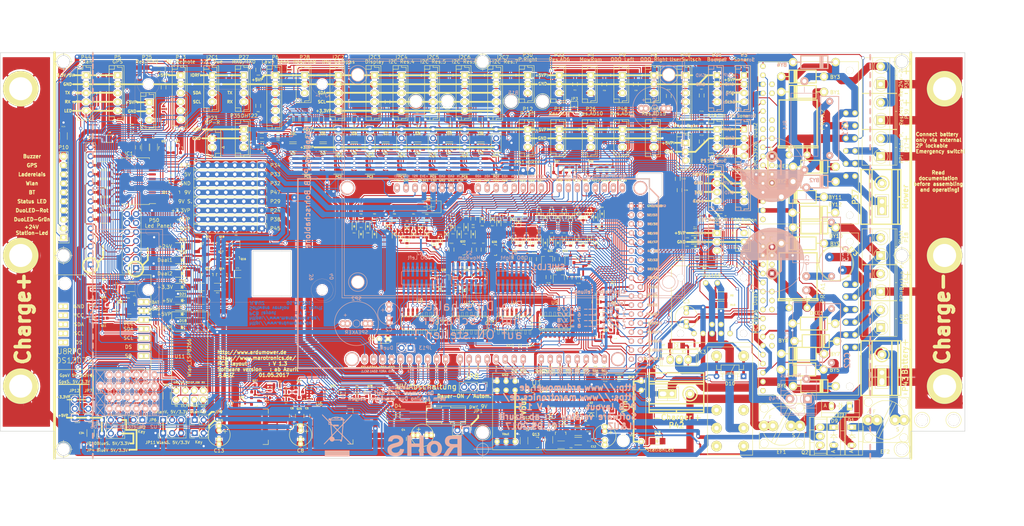
<source format=kicad_pcb>
(kicad_pcb (version 20171130) (host pcbnew "(5.1.0-39-g4896daaae)")
  (title_block (title "Ardumower shield SVN Version") (date 2017-04-13) (rev 1.3) (company "ML AG JL UZ"))
  (layers (0 F.Cu signal) (31 B.Cu signal) (34 B.Paste user) (35 F.Paste user) (36 B.SilkS user) (37 F.SilkS user) (38 B.Mask user) (39 F.Mask user) (44 Edge.Cuts user))
  (net 0 "")
  (net 1 pinMotorLeftDir)
  (net 2 pinMotorLeftPWM)
  (net 3 pinMotorLeftFault)
  (net 4 pinMotorLeftSense)
  (net 5 pinMotorEnable)
  (net 6 pinMotorRightDir)
  (net 7 pinMotorRightPWM)
  (net 8 pinMotorRightFault)
  (net 9 pinMotorRightSense)
  (net 10 pinMotorMowEnable)
  (net 11 pinMotorMowDir)
  (net 12 pinMotorMowPWM)
  (net 13 pinMotorMowFault)
  (net 14 pinMotorMowSense)
  (net 15 pinTilt)
  (net 16 pinButton)
  (net 17 pinSonarCenterTrigger)
  (net 18 pinSonarCenterEcho)
  (net 19 pinSonarRightTrigger)
  (net 20 pinSonarRightEcho)
  (net 21 pinSonarLeftTrigger)
  (net 22 pinSonarLeftEcho)
  (net 23 Led-Status)
  (net 24 pinOdometryRight)
  (net 25 pinOdometryLeft)
  (net 26 GPS_RX)
  (net 27 GPS_TX)
  (net 28 pinBumperRight)
  (net 29 pinBumperLeft)
  (net 30 pinPerimeterLeft)
  (net 31 pinRemoteMow)
  (net 32 pinRemoteSteer)
  (net 33 pinRemoteSpeed)
  (net 34 pinRemoteSwitch)
  (net 35 pinUserSwitch1)
  (net 36 pinUserSwitch2)
  (net 37 pinUserSwitch3)
  (net 38 +24V)
  (net 39 TX2)
  (net 40 pinChargeVoltage)
  (net 41 pinChargingEnable)
  (net 42 pinBatteryVoltage)
  (net 43 pinChargeCurrent)
  (net 44 pinBuzzer)
  (net 45 DropLeft)
  (net 46 DropRight)
  (net 47 DuoLED-Rot)
  (net 48 RX1)
  (net 49 pinPerimeterRight)
  (net 50 TX1)
  (net 51 pinRain)
  (net 52 DuoLED_Grün)
  (net 53 ReservePin9)
  (net 54 ReservePin8)
  (net 55 ReserveAD6)
  (net 56 RX2)
  (net 57 "Net-(EF2-Pad2)")
  (net 58 "Net-(D10-Pad2)")
  (net 59 "Net-(Dual2-Pad9)")
  (net 60 pinMotorMowRpm_neu)
  (net 61 "Net-(C9-Pad2)")
  (net 62 Charg_Pin_+)
  (net 63 +5V)
  (net 64 +9V)
  (net 65 +3V3)
  (net 66 /Motortreiber/MähmotorSchutz/MotorIN1)
  (net 67 /Motortreiber/MähmotorSchutz/MotorIN2)
  (net 68 /Motortreiber/MotorLinks/MotorIN1)
  (net 69 /Motortreiber/MotorLinks/MotorIN2)
  (net 70 /Motortreiber/MotorRechts/MotorIN1)
  (net 71 /Motortreiber/MotorRechts/MotorIN2)
  (net 72 "Net-(CC1-Pad2)")
  (net 73 "Net-(CC2-Pad2)")
  (net 74 "Net-(CC3-Pad2)")
  (net 75 "Net-(C12-Pad2)")
  (net 76 "/USpannungAB/Batterieeingang 24V")
  (net 77 "Net-(D2-Pad2)")
  (net 78 "Net-(D12-Pad1)")
  (net 79 "Net-(D13-Pad2)")
  (net 80 Taster)
  (net 81 "Net-(D15-Pad1)")
  (net 82 RelaisAbschaltung)
  (net 83 ReserveAD10)
  (net 84 SDA)
  (net 85 SCL)
  (net 86 Led-BT)
  (net 87 "Net-(P44-Pad4)")
  (net 88 GND)
  (net 89 "Net-(C1-Pad1)")
  (net 90 Dual1)
  (net 91 Dual2)
  (net 92 "Net-(D1-Pad1)")
  (net 93 /VerpolungsschutzLade./Eingang)
  (net 94 SCL2)
  (net 95 SDA2)
  (net 96 SCL3)
  (net 97 SDA3)
  (net 98 SDA4)
  (net 99 SCL4)
  (net 100 SCL5)
  (net 101 SDA5)
  (net 102 SDA6)
  (net 103 SCL6)
  (net 104 SCL7)
  (net 105 SDA7)
  (net 106 Led-Wlan)
  (net 107 "Net-(IC1-Pad13)")
  (net 108 "Net-(IC1-Pad14)")
  (net 109 "Net-(IC1-Pad15)")
  (net 110 "Net-(IC1-Pad16)")
  (net 111 "Net-(IC1-Pad17)")
  (net 112 "Net-(IC1-Pad18)")
  (net 113 SCL1)
  (net 114 SDA1)
  (net 115 IOREF)
  (net 116 "Net-(U8-Pad7)")
  (net 117 "Net-(U8-Pad6)")
  (net 118 /Anschlußstecker/LShifter1/5V_IN)
  (net 119 /Anschlußstecker/LShifter2/5V_IN)
  (net 120 /Anschlußstecker/LShifter3/5V_IN)
  (net 121 /Anschlußstecker/LShifter7/5V_IN)
  (net 122 /Anschlußstecker/LShifter6/5V_IN)
  (net 123 /Anschlußstecker/LShifter5/5V_IN)
  (net 124 /Anschlußstecker/LShifter4/5V_IN)
  (net 125 +5VP)
  (net 126 +3.3VP)
  (net 127 "Net-(D3-Pad1)")
  (net 128 "Net-(JP2-Pad1)")
  (net 129 "Net-(Q3-Pad1)")
  (net 130 pinLawnFrontRecv)
  (net 131 pinLawnBackRecv)
  (net 132 pinLawnFrontSend)
  (net 133 pinLawnBackSend)
  (net 134 "Net-(D17-Pad2)")
  (net 135 "Net-(D18-Pad2)")
  (net 136 "Net-(D19-Pad2)")
  (net 137 "Net-(D21-Pad2)")
  (net 138 Reset)
  (net 139 "Net-(D11-Pad2)")
  (net 140 "Net-(Q12-Pad1)")
  (net 141 "Net-(Q12-Pad3)")
  (net 142 "Net-(Q1-Pad1)")
  (net 143 "Net-(U4-Pad2)")
  (net 144 /Anschlußstecker/OdoTeiler/Eingang1)
  (net 145 "Net-(S1-Pad1)")
  (net 146 "Net-(S1-Pad2)")
  (net 147 "Net-(S1-Pad3)")
  (net 148 "Net-(S1-Pad4)")
  (net 149 "Net-(S1-Pad5)")
  (net 150 "Net-(S1-Pad6)")
  (net 151 "Net-(S1-Pad7)")
  (net 152 "Net-(S1-Pad8)")
  (net 153 "Net-(S1-Pad10)")
  (net 154 "Net-(S2-Pad1)")
  (net 155 "Net-(S2-Pad2)")
  (net 156 "Net-(S2-Pad3)")
  (net 157 "Net-(S2-Pad4)")
  (net 158 "Net-(S2-Pad5)")
  (net 159 "Net-(S2-Pad6)")
  (net 160 "Net-(S2-Pad7)")
  (net 161 "Net-(S2-Pad8)")
  (net 162 "Net-(S2-Pad10)")
  (net 163 "Net-(S3-Pad10)")
  (net 164 "Net-(S3-Pad8)")
  (net 165 "Net-(S3-Pad7)")
  (net 166 "Net-(S3-Pad6)")
  (net 167 "Net-(S3-Pad5)")
  (net 168 "Net-(S3-Pad4)")
  (net 169 "Net-(S3-Pad3)")
  (net 170 "Net-(S3-Pad2)")
  (net 171 "Net-(S3-Pad1)")
  (net 172 /Anschlußstecker/OdoTeiler/Eingang2)
  (net 173 "Net-(U5-Pad6)")
  (net 174 /Anschlußstecker/OdoTeiler/Eingang3)
  (net 175 "Net-(U12-Pad2)")
  (net 176 "Net-(D16-Pad1)")
  (net 177 "Net-(D53-Pad2)")
  (net 178 "Net-(D55-Pad2)")
  (net 179 "Net-(D59-Pad2)")
  (net 180 ReserveAD7)
  (net 181 "Net-(D65-Pad2)")
  (net 182 "Net-(D69-Pad2)")
  (net 183 StationLed)
  (net 184 "Net-(D20-Pad1)")
  (net 185 "Net-(D22-Pad1)")
  (net 186 "Net-(D23-Pad1)")
  (net 187 "Net-(Q14-Pad3)")
  (net 188 "Net-(Q14-Pad1)")
  (net 189 "Net-(Q16-Pad3)")
  (net 190 "Net-(Q16-Pad1)")
  (net 191 "Net-(Q18-Pad3)")
  (net 192 "Net-(Q18-Pad1)")
  (net 193 "Net-(P10-Pad1)")
  (net 194 "Net-(P10-Pad2)")
  (net 195 "Net-(Q20-Pad1)")
  (net 196 "Net-(Q20-Pad2)")
  (net 197 "Net-(Q22-Pad1)")
  (net 198 "Net-(Q22-Pad2)")
  (net 199 "Net-(JP5-Pad1)")
  (net 200 "Net-(P44-Pad3)")
  (net 201 "Net-(P5-Pad4)")
  (net 202 "Net-(P5-Pad3)")
  (net 203 GPS-LED)
  (net 204 "Net-(D7-Pad2)")
  (net 205 "Net-(JP1-Pad1)")
  (net 206 /Anschlußstecker/LShifter8/5V_IN)
  (net 207 /Anschlußstecker/LShifter9/5V_IN)
  (net 208 /Anschlußstecker/LShifter10/5V_IN)
  (net 209 "Net-(JP8-Pad2)")
  (net 210 "Net-(JP9-Pad1)")
  (net 211 "Net-(C19-Pad1)")
  (net 212 "Net-(C20-Pad1)")
  (net 213 "Net-(C21-Pad1)")
  (net 214 "Net-(C23-Pad1)")
  (net 215 "Net-(C24-Pad1)")
  (net 216 "Net-(C25-Pad1)")
  (net 217 "Net-(C34-Pad1)")
  (net 218 "Net-(C35-Pad1)")
  (net 219 "Net-(C36-Pad1)")
  (net 220 /Motortreiber/+24V)
  (net 221 "Net-(EF3-Pad2)")
  (net 222 "Net-(K3-Pad12)")
  (net 223 SCL22)
  (net 224 SDA22)
  (net 225 "Net-(IC1-Pad20)")
  (net 226 "Net-(IC1-Pad19)")
  (net 227 DHT22)
  (net 228 "Net-(IC1-Pad10)")
  (net 229 TX0)
  (net 230 RX0)
  (net 231 Resv.PinAD15)
  (net 232 Resv.PinAD13)
  (net 233 "Net-(D5-Pad2)")
  (net 234 "Net-(D6-Pad2)")
  (net 235 "Net-(D32-Pad2)")
  (net 236 "Net-(D33-Pad2)")
  (net 237 "Net-(D25-Pad1)")
  (net 238 "Net-(D27-Pad1)")
  (net 239 "Net-(D29-Pad2)")
  (net 240 "Net-(D31-Pad2)")
  (net 241 "Net-(D37-Pad2)")
  (net 242 "Net-(D39-Pad2)")
  (net 243 "Net-(D41-Pad2)")
  (net 244 "Net-(D43-Pad2)")
  (net 245 "Net-(D45-Pad2)")
  (net 246 "Net-(D47-Pad2)")
  (net 247 "Net-(D49-Pad2)")
  (net 248 "Net-(D51-Pad2)")
  (net 249 "Net-(D57-Pad2)")
  (net 250 "Net-(D61-Pad2)")
  (net 251 "Net-(D63-Pad2)")
  (net 252 "Net-(D67-Pad2)")
  (net 253 "Net-(D71-Pad2)")
  (net 254 /Anschlußstecker/LShifter11/5V_IN)
  (net 255 /Anschlußstecker/LShifter12/5V_IN)
  (net 256 /Anschlußstecker/LShifter13/5V_IN)
  (net 257 9Vgeschaltet)
  (net 258 "Net-(JP10-Pad2)")
  (net 259 "Net-(JP11-Pad2)")
  (net 260 "Net-(JP12-Pad2)")
  (net 261 "Net-(Q24-Pad1)")
  (net 262 "Net-(Q25-Pad1)")
  (net 263 "Net-(Q26-Pad1)")
  (net 264 "Net-(Q26-Pad2)")
  (net 265 "Net-(Q27-Pad1)")
  (net 266 "Net-(Q28-Pad1)")
  (net 267 "Net-(Q29-Pad1)")
  (net 268 "Net-(R6-Pad2)")
  (net 269 "Net-(U8-Pad1)")
  (net 270 /Anschlußstecker/LShifter14/5V_IN)
  (net 271 /Anschlußstecker/LShifter15/5V_IN)
  (net 272 "Net-(F1-Pad1)")
  (net 273 "Net-(P50-Pad12)")
  (net 274 "Net-(P50-Pad11)")
  (net 275 "Net-(P50-Pad10)")
  (net 276 "Net-(P50-Pad9)")
  (net 277 "Net-(P50-Pad8)")
  (net 278 "Net-(P50-Pad7)")
  (net 279 "Net-(P50-Pad6)")
  (net 280 "Net-(D74-Pad1)")
  (net 281 "Net-(P10-Pad10)")
  (net 282 "Net-(C2-Pad1)")
  (net 283 "Net-(D76-Pad2)")
  (net 284 "Net-(D76-Pad1)")
  (module Pin_Headers:Pin_Header_Straight_1x08_Pitch2.54mm (layer F.Cu) (at 86.36 80.01 270)
    (fp_text reference P45 (at 0 -3.81) (layer F.SilkS))
    (fp_text value GND (at 0 21.59 180) (layer F.SilkS))
    (pad 1 thru_hole rect (at 0 0 270) (size 1.7 1.7) (drill 1) (layers *.Cu *.Mask) (net 88 GND))
    (pad 2 thru_hole oval (at 0 2.54 270) (size 1.7 1.7) (drill 1) (layers *.Cu *.Mask) (net 88 GND))
    (pad 3 thru_hole oval (at 0 5.08 270) (size 1.7 1.7) (drill 1) (layers *.Cu *.Mask) (net 88 GND))
    (pad 4 thru_hole oval (at 0 7.62 270) (size 1.7 1.7) (drill 1) (layers *.Cu *.Mask) (net 88 GND))
    (pad 5 thru_hole oval (at 0 10.16 270) (size 1.7 1.7) (drill 1) (layers *.Cu *.Mask) (net 88 GND))
    (pad 6 thru_hole oval (at 0 12.7 270) (size 1.7 1.7) (drill 1) (layers *.Cu *.Mask) (net 88 GND))
    (pad 7 thru_hole oval (at 0 15.24 270) (size 1.7 1.7) (drill 1) (layers *.Cu *.Mask) (net 88 GND))
    (pad 8 thru_hole oval (at 0 17.78 270) (size 1.7 1.7) (drill 1) (layers *.Cu *.Mask) (net 88 GND))
  )
  (module Zimprich:Elko_vert_11.2x6.3mm_RM2.5_RM5.0 (layer F.Cu) (at 205.994 106.299 90)
    (fp_text reference C3 (at 5.715 0 -180) (layer F.SilkS))
    (fp_text value 10uF)
    (pad 2 thru_hole circle (at 3.81 0 90) (size 1.524 1.524) (drill 0.762) (layers *.Cu *.Mask F.SilkS) (net 88 GND))
    (pad 1 thru_hole circle (at -1.27 0 90) (size 1.524 1.524) (drill 0.762) (layers *.Cu *.Mask F.SilkS) (net 115 IOREF))
    (pad 1 thru_hole circle (at 0 0 90) (size 1.50114 1.50114) (drill 0.8001) (layers *.Cu *.Mask F.SilkS) (net 115 IOREF))
    (pad 2 thru_hole circle (at 2.54 0 90) (size 1.50114 1.50114) (drill 0.8001) (layers *.Cu *.Mask F.SilkS) (net 88 GND))
  )
  (module Zimprich:Elko_vert_11.2x6.3mm_RM2.5_RM5.0 (layer F.Cu) (at 183.007 137.16 270)
    (fp_text reference C12 (at 4.318 3.175 180) (layer F.SilkS) (effects (font (size 0.5 0.5) (thickness 0.125))))
    (fp_text value "22uF / 63V")
    (pad 2 thru_hole circle (at 3.81 0 270) (size 1.524 1.524) (drill 0.762) (layers *.Cu *.Mask F.SilkS) (net 75 "Net-(C12-Pad2)"))
    (pad 1 thru_hole circle (at -1.27 0 270) (size 1.524 1.524) (drill 0.762) (layers *.Cu *.Mask F.SilkS) (net 76 "/USpannungAB/Batterieeingang 24V"))
    (pad 1 thru_hole circle (at 0 0 270) (size 1.50114 1.50114) (drill 0.8001) (layers *.Cu *.Mask F.SilkS) (net 76 "/USpannungAB/Batterieeingang 24V"))
    (pad 2 thru_hole circle (at 2.54 0 270) (size 1.50114 1.50114) (drill 0.8001) (layers *.Cu *.Mask F.SilkS) (net 75 "Net-(C12-Pad2)"))
  )
  (module Zimprich:Elko_vert_11.2x6.3mm_RM2.5_RM5.0 (layer B.Cu) (at 122.174 102.743 270)
    (fp_text reference C2 (at 5.715 0 180) (layer B.SilkS) (effects (justify mirror)))
    (fp_text value 47uF)
    (pad 2 thru_hole circle (at 3.81 0 270) (size 1.524 1.524) (drill 0.762) (layers *.Cu *.Mask B.SilkS) (net 88 GND))
    (pad 1 thru_hole circle (at -1.27 0 270) (size 1.524 1.524) (drill 0.762) (layers *.Cu *.Mask B.SilkS) (net 282 "Net-(C2-Pad1)"))
    (pad 1 thru_hole circle (at 0 0 270) (size 1.50114 1.50114) (drill 0.8001) (layers *.Cu *.Mask B.SilkS) (net 282 "Net-(C2-Pad1)"))
    (pad 2 thru_hole circle (at 2.54 0 270) (size 1.50114 1.50114) (drill 0.8001) (layers *.Cu *.Mask B.SilkS) (net 88 GND))
  )
  (module Zimprich:Elko_vert_11.2x6.3mm_RM2.5_RM5.0 (layer F.Cu) (at 130.302 138.303)
    (fp_text reference C1 (at 1.143 4.318) (layer F.SilkS) (effects (font (thickness 0.125))))
    (fp_text value 22uF)
    (pad 2 thru_hole circle (at 3.81 0) (size 1.524 1.524) (drill 0.762) (layers *.Cu *.Mask F.SilkS) (net 88 GND))
    (pad 1 thru_hole circle (at -1.27 0) (size 1.524 1.524) (drill 0.762) (layers *.Cu *.Mask F.SilkS) (net 89 "Net-(C1-Pad1)"))
    (pad 1 thru_hole circle (at 0 0) (size 1.50114 1.50114) (drill 0.8001) (layers *.Cu *.Mask F.SilkS) (net 89 "Net-(C1-Pad1)"))
    (pad 2 thru_hole circle (at 2.54 0) (size 1.50114 1.50114) (drill 0.8001) (layers *.Cu *.Mask F.SilkS) (net 88 GND))
  )
  (module Zimprich:Elko_vert_11.2x6.3mm_RM2.5_RM5.0 (layer F.Cu) (at 97.282 136.906 270)
    (fp_text reference C8 (at 5.715 0) (layer F.SilkS))
    (fp_text value 22uF)
    (pad 2 thru_hole circle (at 3.81 0 270) (size 1.524 1.524) (drill 0.762) (layers *.Cu *.Mask F.SilkS) (net 88 GND))
    (pad 1 thru_hole circle (at -1.27 0 270) (size 1.524 1.524) (drill 0.762) (layers *.Cu *.Mask F.SilkS) (net 125 +5VP))
    (pad 1 thru_hole circle (at 0 0 270) (size 1.50114 1.50114) (drill 0.8001) (layers *.Cu *.Mask F.SilkS) (net 125 +5VP))
    (pad 2 thru_hole circle (at 2.54 0 270) (size 1.50114 1.50114) (drill 0.8001) (layers *.Cu *.Mask F.SilkS) (net 88 GND))
  )
  (module Zimprich:Elko_vert_11.2x6.3mm_RM2.5_RM5.0 (layer F.Cu) (at 74.295 136.906 270)
    (fp_text reference C13 (at 5.715 0) (layer F.SilkS))
    (fp_text value 22uF)
    (pad 2 thru_hole circle (at 3.81 0 270) (size 1.524 1.524) (drill 0.762) (layers *.Cu *.Mask F.SilkS) (net 88 GND))
    (pad 1 thru_hole circle (at -1.27 0 270) (size 1.524 1.524) (drill 0.762) (layers *.Cu *.Mask F.SilkS) (net 126 +3.3VP))
    (pad 1 thru_hole circle (at 0 0 270) (size 1.50114 1.50114) (drill 0.8001) (layers *.Cu *.Mask F.SilkS) (net 126 +3.3VP))
    (pad 2 thru_hole circle (at 2.54 0 270) (size 1.50114 1.50114) (drill 0.8001) (layers *.Cu *.Mask F.SilkS) (net 88 GND))
  )
  (module Diodes_SMD:D_SMA_Standard (layer F.Cu) (at 133.477 73.914 180)
    (fp_text reference D74 (at -0.127 2.413 180) (layer F.SilkS) (effects (font (size 0.5 0.5) (thickness 0.125))))
    (fp_text value "S 1G SMD")
    (pad 1 smd rect (at -2 0 180) (size 2.5 1.8) (layers F.Cu F.Paste F.Mask) (net 280 "Net-(D74-Pad1)"))
    (pad 2 smd rect (at 2 0 180) (size 2.5 1.8) (layers F.Cu F.Paste F.Mask) (net 64 +9V))
  )
  (module Diodes_SMD:D_SMA_Standard (layer F.Cu) (at 124.714 132.588)
    (fp_text reference D4 (at 0 -2.54) (layer F.SilkS))
    (fp_text value "S 1G SMD")
    (pad 1 smd rect (at -2 0) (size 2.5 1.8) (layers F.Cu F.Paste F.Mask) (net 89 "Net-(C1-Pad1)"))
    (pad 2 smd rect (at 2 0) (size 2.5 1.8) (layers F.Cu F.Paste F.Mask) (net 64 +9V))
  )
  (module Zimprich:Bluetooth_Buchse_Platz_mit_Beschriftung_4_fach (layer B.Cu) (at 49.7586 130.7846 180)
    (fp_text reference U2 (at -6.1214 -5.1054) (layer B.SilkS) (effects (justify mirror)))
    (fp_text value Bluetooth_CZ_HC_05 (at 4.0386 -5.1054) (layer B.SilkS) (effects (justify mirror)))
    (fp_text user EN (at 6.35 4.826 180) (layer B.SilkS) (effects (font (size 0.6 0.6)) (justify mirror)))
    (fp_text user BRK (at 6.35 7.874 180) (layer B.SilkS) (effects (font (size 0.6 0.6)) (justify mirror)))
    (fp_text user KEY (at 8.89 4.826) (layer B.SilkS) (effects (font (size 0.6 0.6)) (justify mirror)))
    (fp_text user VCC (at 3.81 4.826) (layer B.SilkS) (effects (font (size 0.6 0.6)) (justify mirror)))
    (fp_text user GND (at 1.27 4.826) (layer B.SilkS) (effects (font (size 0.6 0.6)) (justify mirror)))
    (fp_text user TXD (at -1.27 4.826) (layer B.SilkS) (effects (font (size 0.6 0.6)) (justify mirror)))
    (fp_text user RXD (at -3.81 4.826) (layer B.SilkS) (effects (font (size 0.6 0.6)) (justify mirror)))
    (fp_text user RXD (at 3.81 7.874) (layer B.SilkS) (effects (font (size 0.6 0.6)) (justify mirror)))
    (fp_text user TXD (at 1.27 7.874) (layer B.SilkS) (effects (font (size 0.6 0.6)) (justify mirror)))
    (fp_text user GND (at -1.27 7.874) (layer B.SilkS) (effects (font (size 0.6 0.6)) (justify mirror)))
    (fp_text user VCC (at -3.81 7.874) (layer B.SilkS) (effects (font (size 0.6 0.6)) (justify mirror)))
    (fp_text user LED (at -6.35 4.826) (layer B.SilkS) (effects (font (size 0.6 0.6)) (justify mirror)))
    (fp_text user LED (at -6.35 7.874) (layer B.SilkS) (effects (font (size 0.6 0.6)) (justify mirror)))
    (fp_text user KEY (at 6.35 1.524) (layer B.SilkS) (effects (font (size 0.6 0.6)) (justify mirror)))
    (fp_text user VCC (at 3.81 1.524) (layer B.SilkS) (effects (font (size 0.6 0.6)) (justify mirror)))
    (fp_text user GND (at 1.27 1.524) (layer B.SilkS) (effects (font (size 0.6 0.6)) (justify mirror)))
    (fp_text user TXD (at -1.27 1.524) (layer B.SilkS) (effects (font (size 0.6 0.6)) (justify mirror)))
    (fp_text user RXD (at -3.81 1.524) (layer B.SilkS) (effects (font (size 0.6 0.6)) (justify mirror)))
    (fp_text user LED (at -6.35 1.524) (layer B.SilkS) (effects (font (size 0.6 0.6)) (justify mirror)))
    (fp_text user VCC (at 6.35 -1.524) (layer B.SilkS) (effects (font (size 0.6 0.6)) (justify mirror)))
    (fp_text user GND (at 3.81 -1.524) (layer B.SilkS) (effects (font (size 0.6 0.6)) (justify mirror)))
    (fp_text user TXD (at 1.27 -1.524) (layer B.SilkS) (effects (font (size 0.6 0.6)) (justify mirror)))
    (fp_text user RXD (at -1.27 -1.524) (layer B.SilkS) (effects (font (size 0.6 0.6)) (justify mirror)))
    (fp_text user KEY (at -3.81 -1.524) (layer B.SilkS) (effects (font (size 0.6 0.6)) (justify mirror)))
    (fp_text user LED (at -6.35 -1.524) (layer B.SilkS) (effects (font (size 0.6 0.6)) (justify mirror)))
    (pad BRK thru_hole oval (at 6.35 9.525) (size 1.7272 2.032) (drill 1.016) (layers *.Cu *.Mask B.SilkS))
    (pad RXD thru_hole oval (at 3.81 9.525) (size 1.7272 2.032) (drill 1.016) (layers *.Cu *.Mask B.SilkS) (net 264 "Net-(Q26-Pad2)"))
    (pad TXD thru_hole oval (at 1.27 9.525) (size 1.7272 2.032) (drill 1.016) (layers *.Cu *.Mask B.SilkS) (net 268 "Net-(R6-Pad2)"))
    (pad GND thru_hole oval (at -1.27 9.525) (size 1.7272 2.032) (drill 1.016) (layers *.Cu *.Mask B.SilkS) (net 88 GND))
    (pad VCC thru_hole oval (at -3.81 9.525) (size 1.7272 2.032) (drill 1.016) (layers *.Cu *.Mask B.SilkS) (net 217 "Net-(C34-Pad1)"))
    (pad LED thru_hole oval (at -6.35 9.525) (size 1.7272 2.032) (drill 1.016) (layers *.Cu *.Mask B.SilkS) (net 86 Led-BT))
    (pad Key thru_hole oval (at 8.89 6.35) (size 1.7272 2.032) (drill 1.016) (layers *.Cu *.Mask B.SilkS) (net 128 "Net-(JP2-Pad1)"))
    (pad EN thru_hole oval (at 6.35 6.35) (size 1.7272 2.032) (drill 1.016) (layers *.Cu *.Mask B.SilkS))
    (pad VCC thru_hole oval (at 3.81 6.35) (size 1.7272 2.032) (drill 1.016) (layers *.Cu *.Mask B.SilkS) (net 217 "Net-(C34-Pad1)"))
    (pad GND thru_hole oval (at 1.27 6.35) (size 1.7272 2.032) (drill 1.016) (layers *.Cu *.Mask B.SilkS) (net 88 GND))
    (pad TXD thru_hole oval (at -1.27 6.35) (size 1.7272 2.032) (drill 1.016) (layers *.Cu *.Mask B.SilkS) (net 268 "Net-(R6-Pad2)"))
    (pad RXD thru_hole oval (at -3.81 6.35) (size 1.7272 2.032) (drill 1.016) (layers *.Cu *.Mask B.SilkS) (net 264 "Net-(Q26-Pad2)"))
    (pad LED thru_hole oval (at -6.35 6.35) (size 1.7272 2.032) (drill 1.016) (layers *.Cu *.Mask B.SilkS) (net 86 Led-BT))
    (pad VCC thru_hole oval (at 6.35 0) (size 1.7272 2.032) (drill 1.016) (layers *.Cu *.Mask B.SilkS) (net 217 "Net-(C34-Pad1)"))
    (pad GND thru_hole oval (at 3.81 0) (size 1.7272 2.032) (drill 1.016) (layers *.Cu *.Mask B.SilkS) (net 88 GND))
    (pad TXD thru_hole oval (at 1.27 0) (size 1.7272 2.032) (drill 1.016) (layers *.Cu *.Mask B.SilkS) (net 268 "Net-(R6-Pad2)"))
    (pad RXD thru_hole oval (at -1.27 0) (size 1.7272 2.032) (drill 1.016) (layers *.Cu *.Mask B.SilkS) (net 264 "Net-(Q26-Pad2)"))
    (pad Key thru_hole oval (at -3.81 0) (size 1.7272 2.032) (drill 1.016) (layers *.Cu *.Mask B.SilkS) (net 128 "Net-(JP2-Pad1)"))
    (pad LED thru_hole oval (at -6.35 0) (size 1.7272 2.032) (drill 1.016) (layers *.Cu *.Mask B.SilkS) (net 86 Led-BT))
    (pad LED thru_hole oval (at -6.35 0) (size 1.7272 2.032) (drill 1.016) (layers *.Cu *.Mask B.SilkS) (net 86 Led-BT))
    (pad LED thru_hole oval (at -6.35 0) (size 1.7272 2.032) (drill 1.016) (layers *.Cu *.Mask B.SilkS) (net 86 Led-BT))
    (pad LED thru_hole oval (at -6.35 3.175) (size 1.7272 2.032) (drill 1.016) (layers *.Cu *.Mask B.SilkS) (net 86 Led-BT))
    (pad RXD thru_hole oval (at -3.81 3.175) (size 1.7272 2.032) (drill 1.016) (layers *.Cu *.Mask B.SilkS) (net 264 "Net-(Q26-Pad2)"))
    (pad TXD thru_hole oval (at -1.27 3.175) (size 1.7272 2.032) (drill 1.016) (layers *.Cu *.Mask B.SilkS) (net 268 "Net-(R6-Pad2)"))
    (pad GND thru_hole oval (at 1.27 3.175) (size 1.7272 2.032) (drill 1.016) (layers *.Cu *.Mask B.SilkS) (net 88 GND))
    (pad VCC thru_hole oval (at 3.81 3.175) (size 1.7272 2.032) (drill 1.016) (layers *.Cu *.Mask B.SilkS) (net 217 "Net-(C34-Pad1)"))
    (pad Key thru_hole oval (at 6.35 3.175) (size 1.7272 2.032) (drill 1.016) (layers *.Cu *.Mask B.SilkS) (net 128 "Net-(JP2-Pad1)"))
  )
  (module Zimprich:Raspberry_Pi_B_Bohrschablone_Rueckseite (layer F.Cu) (at 78.867 68.326 270)
    (fp_text reference B16)
    (fp_text value Raspberry_Pi_B_Bohrschablone (at -0.0635 -20.3835 270) (layer B.SilkS) (effects (font (size 1.5 1.5) (thickness 0.3)) (justify mirror)))
    (fp_text user 39 (at 25.4 -21.463 270) (layer B.SilkS) (effects (justify mirror)))
    (fp_text user 40 (at 25.2095 -27.178 270) (layer B.SilkS) (effects (justify mirror)))
    (fp_text user 2 (at -25.654 -26.035 270) (layer B.SilkS) (effects (justify mirror)))
    (fp_text user 1 (at -25.654 -23.3045 270) (layer B.SilkS) (effects (justify mirror)))
    (pad "" thru_hole circle (at 29 24.5 270) (size 2.75 2.75) (drill 2.75) (layers *.Cu *.Mask))
    (pad "" thru_hole circle (at -29 -24.5 270) (size 2.75 2.75) (drill 2.75) (layers *.Cu *.Mask))
    (pad "" thru_hole circle (at 29 -24.5 270) (size 2.75 2.75) (drill 2.75) (layers *.Cu *.Mask))
    (pad "" thru_hole circle (at -29 24.5 270) (size 2.75 2.75) (drill 2.75) (layers *.Cu *.Mask))
  )
  (module Zimprich:MC_33926_31polig_mit_Bohrloch_neue_Masse_mit_zweite_Lochreihe (layer F.Cu) (at 265.43 82.55 90)
    (fp_text reference Dual2 (at 30.226 -40.005 90) (layer F.SilkS))
    (fp_text value MC33926 (at 23.622 -40.005 90) (layer F.SilkS))
    (pad ~ thru_hole circle (at 47.0535 -13.3985 90) (size 2 2) (drill 2) (layers *.Cu *.Mask F.SilkS))
    (pad ~ thru_hole circle (at 6.2865 -13.3985 90) (size 2 2) (drill 2) (layers *.Cu *.Mask F.SilkS))
    (pad 31 thru_hole circle (at 43.18 -35.306 90) (size 1.524 1.524) (drill 0.762) (layers *.Cu *.Mask F.SilkS))
    (pad 30 thru_hole circle (at 40.64 -35.306 90) (size 1.524 1.524) (drill 0.762) (layers *.Cu *.Mask F.SilkS))
    (pad 29 thru_hole circle (at 33.02 -35.306 90) (size 1.524 1.524) (drill 0.762) (layers *.Cu *.Mask F.SilkS))
    (pad 28 thru_hole circle (at 30.48 -35.306 90) (size 1.524 1.524) (drill 0.762) (layers *.Cu *.Mask F.SilkS))
    (pad 27 thru_hole circle (at 27.94 -35.306 90) (size 1.524 1.524) (drill 0.762) (layers *.Cu *.Mask F.SilkS))
    (pad 26 thru_hole circle (at 20.32 -35.306 90) (size 1.524 1.524) (drill 0.762) (layers *.Cu *.Mask F.SilkS))
    (pad 25 thru_hole circle (at 17.78 -35.306 90) (size 1.524 1.524) (drill 0.762) (layers *.Cu *.Mask F.SilkS))
    (pad 24 thru_hole circle (at 35.052 -14.478 90) (size 1.524 1.524) (drill 0.762) (layers *.Cu *.Mask F.SilkS) (net 67 /Motortreiber/MähmotorSchutz/MotorIN2))
    (pad 23 thru_hole circle (at 31.496 -14.478 90) (size 1.524 1.524) (drill 0.762) (layers *.Cu *.Mask F.SilkS) (net 66 /Motortreiber/MähmotorSchutz/MotorIN1))
    (pad 22 thru_hole circle (at 27.94 -14.478 90) (size 1.524 1.524) (drill 0.762) (layers *.Cu *.Mask F.SilkS) (net 91 Dual2))
    (pad 21 thru_hole circle (at 24.384 -14.478 90) (size 1.524 1.524) (drill 0.762) (layers *.Cu *.Mask F.SilkS) (net 88 GND))
    (pad 20 thru_hole circle (at 20.828 -14.478 90) (size 1.524 1.524) (drill 0.762) (layers *.Cu *.Mask F.SilkS) (net 67 /Motortreiber/MähmotorSchutz/MotorIN2))
    (pad 19 thru_hole circle (at 17.272 -14.478 90) (size 1.524 1.524) (drill 0.762) (layers *.Cu *.Mask F.SilkS) (net 66 /Motortreiber/MähmotorSchutz/MotorIN1))
    (pad 18 thru_hole circle (at 48.26 -37.846 90) (size 1.524 1.524) (drill 0.762) (layers *.Cu *.Mask F.SilkS) (net 14 pinMotorMowSense))
    (pad 17 thru_hole circle (at 45.72 -37.846 90) (size 1.524 1.524) (drill 0.762) (layers *.Cu *.Mask F.SilkS) (net 13 pinMotorMowFault))
    (pad 16 thru_hole circle (at 43.18 -37.846 90) (size 1.524 1.524) (drill 0.762) (layers *.Cu *.Mask F.SilkS) (net 88 GND))
    (pad 15 thru_hole circle (at 40.64 -37.846 90) (size 1.524 1.524) (drill 0.762) (layers *.Cu *.Mask F.SilkS) (net 115 IOREF))
    (pad 14 thru_hole circle (at 38.1 -37.846 90) (size 1.524 1.524) (drill 0.762) (layers *.Cu *.Mask F.SilkS) (net 12 pinMotorMowPWM))
    (pad 13 thru_hole circle (at 35.56 -37.846 90) (size 1.524 1.524) (drill 0.762) (layers *.Cu *.Mask F.SilkS) (net 11 pinMotorMowDir))
    (pad 12 thru_hole circle (at 33.02 -37.846 90) (size 1.524 1.524) (drill 0.762) (layers *.Cu *.Mask F.SilkS))
    (pad 11 thru_hole circle (at 30.48 -37.846 90) (size 1.524 1.524) (drill 0.762) (layers *.Cu *.Mask F.SilkS))
    (pad 10 thru_hole circle (at 27.94 -37.846 90) (size 1.524 1.524) (drill 0.762) (layers *.Cu *.Mask F.SilkS) (net 10 pinMotorMowEnable))
    (pad 9 thru_hole circle (at 25.4 -37.846 90) (size 1.524 1.524) (drill 0.762) (layers *.Cu *.Mask F.SilkS) (net 59 "Net-(Dual2-Pad9)"))
    (pad 8 thru_hole circle (at 22.86 -37.846 90) (size 1.524 1.524) (drill 0.762) (layers *.Cu *.Mask F.SilkS) (net 13 pinMotorMowFault))
    (pad 7 thru_hole circle (at 20.32 -37.846 90) (size 1.524 1.524) (drill 0.762) (layers *.Cu *.Mask F.SilkS) (net 88 GND))
    (pad 6 thru_hole circle (at 17.78 -37.846 90) (size 1.524 1.524) (drill 0.762) (layers *.Cu *.Mask F.SilkS) (net 115 IOREF))
    (pad 5 thru_hole circle (at 15.24 -37.846 90) (size 1.524 1.524) (drill 0.762) (layers *.Cu *.Mask F.SilkS) (net 12 pinMotorMowPWM))
    (pad 4 thru_hole circle (at 12.7 -37.846 90) (size 1.524 1.524) (drill 0.762) (layers *.Cu *.Mask F.SilkS) (net 11 pinMotorMowDir))
    (pad 3 thru_hole circle (at 10.16 -37.846 90) (size 1.524 1.524) (drill 0.762) (layers *.Cu *.Mask F.SilkS) (net 115 IOREF))
    (pad 2 thru_hole circle (at 7.62 -37.846 90) (size 1.524 1.524) (drill 0.762) (layers *.Cu *.Mask F.SilkS) (net 88 GND))
    (pad 1 thru_hole circle (at 5.08 -37.846 90) (size 1.524 1.524) (drill 0.762) (layers *.Cu *.Mask F.SilkS))
    (pad 19 thru_hole circle (at 17.272 -11.938 90) (size 1.524 1.524) (drill 0.762) (layers *.Cu *.Mask F.SilkS) (net 66 /Motortreiber/MähmotorSchutz/MotorIN1))
    (pad 20 thru_hole circle (at 20.828 -11.938 90) (size 1.524 1.524) (drill 0.762) (layers *.Cu *.Mask F.SilkS) (net 67 /Motortreiber/MähmotorSchutz/MotorIN2))
    (pad 21 thru_hole circle (at 24.384 -11.938 90) (size 1.524 1.524) (drill 0.762) (layers *.Cu *.Mask F.SilkS) (net 88 GND))
    (pad 22 thru_hole circle (at 27.94 -11.938 90) (size 1.524 1.524) (drill 0.762) (layers *.Cu *.Mask F.SilkS) (net 91 Dual2))
    (pad 23 thru_hole circle (at 31.496 -11.938 90) (size 1.524 1.524) (drill 0.762) (layers *.Cu *.Mask F.SilkS) (net 66 /Motortreiber/MähmotorSchutz/MotorIN1))
    (pad 24 thru_hole circle (at 35.052 -11.938 90) (size 1.524 1.524) (drill 0.762) (layers *.Cu *.Mask F.SilkS) (net 67 /Motortreiber/MähmotorSchutz/MotorIN2))
  )
  (module Zimprich:MC_33926_31polig_mit_Bohrloch_neue_Masse_mit_zweite_Lochreihe (layer F.Cu) (at 265.43 130.81 90)
    (fp_text reference Dual1 (at 31.242 -40.005 90) (layer F.SilkS))
    (fp_text value MC33926 (at 24.511 -39.878 90) (layer F.SilkS))
    (pad 24 thru_hole circle (at 35.052 -11.938 90) (size 1.524 1.524) (drill 0.762) (layers *.Cu *.Mask F.SilkS) (net 71 /Motortreiber/MotorRechts/MotorIN2))
    (pad 23 thru_hole circle (at 31.496 -11.938 90) (size 1.524 1.524) (drill 0.762) (layers *.Cu *.Mask F.SilkS) (net 70 /Motortreiber/MotorRechts/MotorIN1))
    (pad 22 thru_hole circle (at 27.94 -11.938 90) (size 1.524 1.524) (drill 0.762) (layers *.Cu *.Mask F.SilkS) (net 90 Dual1))
    (pad 21 thru_hole circle (at 24.384 -11.938 90) (size 1.524 1.524) (drill 0.762) (layers *.Cu *.Mask F.SilkS) (net 88 GND))
    (pad 20 thru_hole circle (at 20.828 -11.938 90) (size 1.524 1.524) (drill 0.762) (layers *.Cu *.Mask F.SilkS) (net 69 /Motortreiber/MotorLinks/MotorIN2))
    (pad 19 thru_hole circle (at 17.272 -11.938 90) (size 1.524 1.524) (drill 0.762) (layers *.Cu *.Mask F.SilkS) (net 68 /Motortreiber/MotorLinks/MotorIN1))
    (pad 1 thru_hole circle (at 5.08 -37.846 90) (size 1.524 1.524) (drill 0.762) (layers *.Cu *.Mask F.SilkS))
    (pad 2 thru_hole circle (at 7.62 -37.846 90) (size 1.524 1.524) (drill 0.762) (layers *.Cu *.Mask F.SilkS) (net 88 GND))
    (pad 3 thru_hole circle (at 10.16 -37.846 90) (size 1.524 1.524) (drill 0.762) (layers *.Cu *.Mask F.SilkS) (net 115 IOREF))
    (pad 4 thru_hole circle (at 12.7 -37.846 90) (size 1.524 1.524) (drill 0.762) (layers *.Cu *.Mask F.SilkS) (net 1 pinMotorLeftDir))
    (pad 5 thru_hole circle (at 15.24 -37.846 90) (size 1.524 1.524) (drill 0.762) (layers *.Cu *.Mask F.SilkS) (net 2 pinMotorLeftPWM))
    (pad 6 thru_hole circle (at 17.78 -37.846 90) (size 1.524 1.524) (drill 0.762) (layers *.Cu *.Mask F.SilkS) (net 115 IOREF))
    (pad 7 thru_hole circle (at 20.32 -37.846 90) (size 1.524 1.524) (drill 0.762) (layers *.Cu *.Mask F.SilkS) (net 88 GND))
    (pad 8 thru_hole circle (at 22.86 -37.846 90) (size 1.524 1.524) (drill 0.762) (layers *.Cu *.Mask F.SilkS) (net 3 pinMotorLeftFault))
    (pad 9 thru_hole circle (at 25.4 -37.846 90) (size 1.524 1.524) (drill 0.762) (layers *.Cu *.Mask F.SilkS) (net 4 pinMotorLeftSense))
    (pad 10 thru_hole circle (at 27.94 -37.846 90) (size 1.524 1.524) (drill 0.762) (layers *.Cu *.Mask F.SilkS) (net 5 pinMotorEnable))
    (pad 11 thru_hole circle (at 30.48 -37.846 90) (size 1.524 1.524) (drill 0.762) (layers *.Cu *.Mask F.SilkS))
    (pad 12 thru_hole circle (at 33.02 -37.846 90) (size 1.524 1.524) (drill 0.762) (layers *.Cu *.Mask F.SilkS))
    (pad 13 thru_hole circle (at 35.56 -37.846 90) (size 1.524 1.524) (drill 0.762) (layers *.Cu *.Mask F.SilkS) (net 6 pinMotorRightDir))
    (pad 14 thru_hole circle (at 38.1 -37.846 90) (size 1.524 1.524) (drill 0.762) (layers *.Cu *.Mask F.SilkS) (net 7 pinMotorRightPWM))
    (pad 15 thru_hole circle (at 40.64 -37.846 90) (size 1.524 1.524) (drill 0.762) (layers *.Cu *.Mask F.SilkS) (net 115 IOREF))
    (pad 16 thru_hole circle (at 43.18 -37.846 90) (size 1.524 1.524) (drill 0.762) (layers *.Cu *.Mask F.SilkS) (net 88 GND))
    (pad 17 thru_hole circle (at 45.72 -37.846 90) (size 1.524 1.524) (drill 0.762) (layers *.Cu *.Mask F.SilkS) (net 8 pinMotorRightFault))
    (pad 18 thru_hole circle (at 48.26 -37.846 90) (size 1.524 1.524) (drill 0.762) (layers *.Cu *.Mask F.SilkS) (net 9 pinMotorRightSense))
    (pad 19 thru_hole circle (at 17.272 -14.478 90) (size 1.524 1.524) (drill 0.762) (layers *.Cu *.Mask F.SilkS) (net 68 /Motortreiber/MotorLinks/MotorIN1))
    (pad 20 thru_hole circle (at 20.828 -14.478 90) (size 1.524 1.524) (drill 0.762) (layers *.Cu *.Mask F.SilkS) (net 69 /Motortreiber/MotorLinks/MotorIN2))
    (pad 21 thru_hole circle (at 24.384 -14.478 90) (size 1.524 1.524) (drill 0.762) (layers *.Cu *.Mask F.SilkS) (net 88 GND))
    (pad 22 thru_hole circle (at 27.94 -14.478 90) (size 1.524 1.524) (drill 0.762) (layers *.Cu *.Mask F.SilkS) (net 90 Dual1))
    (pad 23 thru_hole circle (at 31.496 -14.478 90) (size 1.524 1.524) (drill 0.762) (layers *.Cu *.Mask F.SilkS) (net 70 /Motortreiber/MotorRechts/MotorIN1))
    (pad 24 thru_hole circle (at 35.052 -14.478 90) (size 1.524 1.524) (drill 0.762) (layers *.Cu *.Mask F.SilkS) (net 71 /Motortreiber/MotorRechts/MotorIN2))
    (pad 25 thru_hole circle (at 17.78 -35.306 90) (size 1.524 1.524) (drill 0.762) (layers *.Cu *.Mask F.SilkS))
    (pad 26 thru_hole circle (at 20.32 -35.306 90) (size 1.524 1.524) (drill 0.762) (layers *.Cu *.Mask F.SilkS))
    (pad 27 thru_hole circle (at 27.94 -35.306 90) (size 1.524 1.524) (drill 0.762) (layers *.Cu *.Mask F.SilkS))
    (pad 28 thru_hole circle (at 30.48 -35.306 90) (size 1.524 1.524) (drill 0.762) (layers *.Cu *.Mask F.SilkS))
    (pad 29 thru_hole circle (at 33.02 -35.306 90) (size 1.524 1.524) (drill 0.762) (layers *.Cu *.Mask F.SilkS))
    (pad 30 thru_hole circle (at 40.64 -35.306 90) (size 1.524 1.524) (drill 0.762) (layers *.Cu *.Mask F.SilkS))
    (pad 31 thru_hole circle (at 43.18 -35.306 90) (size 1.524 1.524) (drill 0.762) (layers *.Cu *.Mask F.SilkS))
    (pad ~ thru_hole circle (at 6.2865 -13.3985 90) (size 2 2) (drill 2) (layers *.Cu *.Mask F.SilkS))
    (pad ~ thru_hole circle (at 47.0535 -13.3985 90) (size 2 2) (drill 2) (layers *.Cu *.Mask F.SilkS))
  )
  (module Zimprich:SJ (layer F.Cu) (at 174.371 45.72 270)
    (fp_text reference JP3 (at -1.778 1.143) (layer F.SilkS) (effects (font (size 0.8 0.8) (thickness 0.127)) (justify left bottom)))
    (fp_text value M1FB (at 0.4001 0 270) (layer F.SilkS) (effects (font (size 0.019 0.019) (thickness 0.0016)) (justify left bottom)))
    (pad 2 smd rect (at 0.762 0 270) (size 1.1684 1.6002) (layers F.Cu F.Paste F.Mask) (net 59 "Net-(Dual2-Pad9)"))
    (pad 1 smd rect (at -0.762 0 270) (size 1.1684 1.6002) (layers F.Cu F.Paste F.Mask) (net 55 ReserveAD6))
  )
  (module Zimprich:ARDUINO_MEGA_SHIELD_DUO_3D (layer B.Cu) (at 96.52 66.04)
    (fp_text reference SHIELD1 (at 70.612 24.892) (layer B.SilkS) (effects (font (size 1.524 1.524) (thickness 0.3048)) (justify mirror)))
    (fp_text value ARDUINO_MEGA_SHIELD hide)
    (pad FREI thru_hole oval (at 27.94 2.54 270) (size 2.54 1.524) (drill 0.812) (layers *.Cu *.Mask B.SilkS))
    (pad IORE thru_hole oval (at 30.48 2.54 270) (size 2.54 1.524) (drill 0.812) (layers *.Cu *.Mask B.SilkS) (net 115 IOREF))
    (pad SCL1 thru_hole oval (at 18.796 50.8 270) (size 2.54 1.524) (drill 0.812) (layers *.Cu *.Mask B.SilkS) (net 223 SCL22))
    (pad SDA1 thru_hole oval (at 21.336 50.8 270) (size 2.54 1.524) (drill 0.8128) (layers *.Cu *.Mask B.SilkS) (net 224 SDA22))
    (pad GND5 thru_hole circle (at 96.52 7.62) (size 1.524 1.524) (drill 0.8128) (layers *.Cu *.Mask B.SilkS) (net 88 GND))
    (pad GND4 thru_hole circle (at 93.98 7.62) (size 1.524 1.524) (drill 0.8128) (layers *.Cu *.Mask B.SilkS) (net 88 GND))
    (pad 53 thru_hole circle (at 96.52 10.16) (size 1.524 1.524) (drill 0.8128) (layers *.Cu *.Mask B.SilkS) (net 44 pinBuzzer))
    (pad 52 thru_hole circle (at 93.98 10.16) (size 1.524 1.524) (drill 0.8128) (layers *.Cu *.Mask B.SilkS) (net 34 pinRemoteSwitch))
    (pad 51 thru_hole circle (at 96.52 12.7) (size 1.524 1.524) (drill 0.8128) (layers *.Cu *.Mask B.SilkS) (net 16 pinButton))
    (pad 50 thru_hole circle (at 93.98 12.7) (size 1.524 1.524) (drill 0.8128) (layers *.Cu *.Mask B.SilkS) (net 41 pinChargingEnable))
    (pad 49 thru_hole circle (at 96.52 15.24) (size 1.524 1.524) (drill 0.8128) (layers *.Cu *.Mask B.SilkS) (net 249 "Net-(D57-Pad2)"))
    (pad 48 thru_hole circle (at 93.98 15.24) (size 1.524 1.524) (drill 0.8128) (layers *.Cu *.Mask B.SilkS) (net 250 "Net-(D61-Pad2)"))
    (pad 47 thru_hole circle (at 96.52 17.78) (size 1.524 1.524) (drill 0.8128) (layers *.Cu *.Mask B.SilkS) (net 247 "Net-(D49-Pad2)"))
    (pad 46 thru_hole circle (at 93.98 17.78) (size 1.524 1.524) (drill 0.8128) (layers *.Cu *.Mask B.SilkS) (net 248 "Net-(D51-Pad2)"))
    (pad 45 thru_hole circle (at 96.52 20.32) (size 1.524 1.524) (drill 0.8128) (layers *.Cu *.Mask B.SilkS) (net 246 "Net-(D47-Pad2)"))
    (pad 44 thru_hole circle (at 93.98 20.32) (size 1.524 1.524) (drill 0.8128) (layers *.Cu *.Mask B.SilkS) (net 245 "Net-(D45-Pad2)"))
    (pad 43 thru_hole circle (at 96.52 22.86) (size 1.524 1.524) (drill 0.8128) (layers *.Cu *.Mask B.SilkS) (net 244 "Net-(D43-Pad2)"))
    (pad 42 thru_hole circle (at 93.98 22.86) (size 1.524 1.524) (drill 0.8128) (layers *.Cu *.Mask B.SilkS) (net 243 "Net-(D41-Pad2)"))
    (pad 41 thru_hole circle (at 96.52 25.4) (size 1.524 1.524) (drill 0.8128) (layers *.Cu *.Mask B.SilkS) (net 242 "Net-(D39-Pad2)"))
    (pad 40 thru_hole circle (at 93.98 25.4) (size 1.524 1.524) (drill 0.8128) (layers *.Cu *.Mask B.SilkS) (net 241 "Net-(D37-Pad2)"))
    (pad 39 thru_hole circle (at 96.52 27.94) (size 1.524 1.524) (drill 0.8128) (layers *.Cu *.Mask B.SilkS) (net 240 "Net-(D31-Pad2)"))
    (pad 38 thru_hole circle (at 93.98 27.94) (size 1.524 1.524) (drill 0.8128) (layers *.Cu *.Mask B.SilkS) (net 239 "Net-(D29-Pad2)"))
    (pad 37 thru_hole circle (at 96.52 30.48) (size 1.524 1.524) (drill 0.8128) (layers *.Cu *.Mask B.SilkS) (net 5 pinMotorEnable))
    (pad 36 thru_hole circle (at 93.98 30.48) (size 1.524 1.524) (drill 0.8128) (layers *.Cu *.Mask B.SilkS) (net 22 pinSonarLeftEcho))
    (pad 35 thru_hole circle (at 96.52 33.02) (size 1.524 1.524) (drill 0.8128) (layers *.Cu *.Mask B.SilkS) (net 238 "Net-(D27-Pad1)"))
    (pad 34 thru_hole circle (at 93.98 33.02) (size 1.524 1.524) (drill 0.8128) (layers *.Cu *.Mask B.SilkS) (net 21 pinSonarLeftTrigger))
    (pad 33 thru_hole circle (at 96.52 35.56) (size 1.524 1.524) (drill 0.8128) (layers *.Cu *.Mask B.SilkS) (net 6 pinMotorRightDir))
    (pad 32 thru_hole circle (at 93.98 35.56) (size 1.524 1.524) (drill 0.8128) (layers *.Cu *.Mask B.SilkS) (net 20 pinSonarRightEcho))
    (pad 30 thru_hole circle (at 93.98 38.1) (size 1.524 1.524) (drill 0.8128) (layers *.Cu *.Mask B.SilkS) (net 19 pinSonarRightTrigger))
    (pad 31 thru_hole circle (at 96.52 38.1) (size 1.524 1.524) (drill 0.8128) (layers *.Cu *.Mask B.SilkS) (net 1 pinMotorLeftDir))
    (pad 5V_5 thru_hole circle (at 96.52 50.8) (size 1.524 1.524) (drill 0.8128) (layers *.Cu *.Mask B.SilkS))
    (pad 5V_4 thru_hole circle (at 93.98 50.8) (size 1.524 1.524) (drill 0.8128) (layers *.Cu *.Mask B.SilkS))
    (pad 29 thru_hole circle (at 96.52 40.64) (size 1.524 1.524) (drill 0.8128) (layers *.Cu *.Mask B.SilkS) (net 11 pinMotorMowDir))
    (pad 28 thru_hole circle (at 93.98 40.64) (size 1.524 1.524) (drill 0.8128) (layers *.Cu *.Mask B.SilkS) (net 10 pinMotorMowEnable))
    (pad 27 thru_hole circle (at 96.52 43.18) (size 1.524 1.524) (drill 0.8128) (layers *.Cu *.Mask B.SilkS) (net 8 pinMotorRightFault))
    (pad 26 thru_hole circle (at 93.98 43.18) (size 1.524 1.524) (drill 0.8128) (layers *.Cu *.Mask B.SilkS) (net 13 pinMotorMowFault))
    (pad 25 thru_hole circle (at 96.52 45.72) (size 1.524 1.524) (drill 0.8128) (layers *.Cu *.Mask B.SilkS) (net 3 pinMotorLeftFault))
    (pad 24 thru_hole circle (at 93.98 45.72) (size 1.524 1.524) (drill 0.8128) (layers *.Cu *.Mask B.SilkS) (net 17 pinSonarCenterTrigger))
    (pad 23 thru_hole circle (at 96.52 48.26) (size 1.524 1.524) (drill 0.8128) (layers *.Cu *.Mask B.SilkS) (net 237 "Net-(D25-Pad1)"))
    (pad 22 thru_hole circle (at 93.98 48.26) (size 1.524 1.524) (drill 0.8128) (layers *.Cu *.Mask B.SilkS) (net 18 pinSonarCenterEcho))
    (pad "" thru_hole circle (at 13.97 2.54 270) (size 3.937 3.937) (drill 3.175) (layers *.Cu *.Mask B.SilkS))
    (pad "" thru_hole circle (at 15.24 50.8 270) (size 3.937 3.937) (drill 3.175) (layers *.Cu *.Mask B.SilkS))
    (pad "" thru_hole circle (at 90.17 50.8 270) (size 3.937 3.937) (drill 3.175) (layers *.Cu *.Mask B.SilkS))
    (pad "" thru_hole circle (at 96.52 2.54 270) (size 3.937 3.937) (drill 3.175) (layers *.Cu *.Mask B.SilkS))
    (pad 5V thru_hole oval (at 38.1 2.54 270) (size 2.54 1.524) (drill 0.8128) (layers *.Cu *.Mask B.SilkS) (net 63 +5V))
    (pad AREF thru_hole oval (at 23.876 50.8 270) (size 2.54 1.524) (drill 0.8128) (layers *.Cu *.Mask B.SilkS) (net 61 "Net-(C9-Pad2)"))
    (pad GND3 thru_hole oval (at 26.416 50.8 270) (size 2.54 1.524) (drill 0.8128) (layers *.Cu *.Mask B.SilkS) (net 88 GND))
    (pad 13 thru_hole oval (at 28.956 50.8 270) (size 2.54 1.524) (drill 0.8128) (layers *.Cu *.Mask B.SilkS) (net 23 Led-Status))
    (pad 12 thru_hole oval (at 31.496 50.8 270) (size 2.54 1.524) (drill 0.8128) (layers *.Cu *.Mask B.SilkS) (net 31 pinRemoteMow))
    (pad 11 thru_hole oval (at 34.036 50.8 270) (size 2.54 1.524) (drill 0.8128) (layers *.Cu *.Mask B.SilkS) (net 32 pinRemoteSteer))
    (pad 10 thru_hole oval (at 36.576 50.8 270) (size 2.54 1.524) (drill 0.8128) (layers *.Cu *.Mask B.SilkS) (net 33 pinRemoteSpeed))
    (pad 9 thru_hole oval (at 39.116 50.8 270) (size 2.54 1.524) (drill 0.8128) (layers *.Cu *.Mask B.SilkS) (net 235 "Net-(D32-Pad2)"))
    (pad 8 thru_hole oval (at 41.656 50.8 270) (size 2.54 1.524) (drill 0.8128) (layers *.Cu *.Mask B.SilkS) (net 236 "Net-(D33-Pad2)"))
    (pad 7 thru_hole oval (at 45.72 50.8 270) (size 2.54 1.524) (drill 0.8128) (layers *.Cu *.Mask B.SilkS) (net 47 DuoLED-Rot))
    (pad 6 thru_hole oval (at 48.26 50.8 270) (size 2.54 1.524) (drill 0.8128) (layers *.Cu *.Mask B.SilkS) (net 52 DuoLED_Grün))
    (pad 5 thru_hole oval (at 50.8 50.8 270) (size 2.54 1.524) (drill 0.8128) (layers *.Cu *.Mask B.SilkS) (net 2 pinMotorLeftPWM))
    (pad 4 thru_hole oval (at 53.34 50.8 270) (size 2.54 1.524) (drill 0.8128) (layers *.Cu *.Mask B.SilkS) (net 82 RelaisAbschaltung))
    (pad 3 thru_hole oval (at 55.88 50.8 270) (size 2.54 1.524) (drill 0.8128) (layers *.Cu *.Mask B.SilkS) (net 7 pinMotorRightPWM))
    (pad 2 thru_hole oval (at 58.42 50.8 270) (size 2.54 1.524) (drill 0.8128) (layers *.Cu *.Mask B.SilkS) (net 12 pinMotorMowPWM))
    (pad 1 thru_hole oval (at 60.96 50.8 270) (size 2.54 1.524) (drill 0.8128) (layers *.Cu *.Mask B.SilkS) (net 229 TX0))
    (pad 0 thru_hole oval (at 63.5 50.8 270) (size 2.54 1.524) (drill 0.8128) (layers *.Cu *.Mask B.SilkS) (net 230 RX0))
    (pad RST thru_hole oval (at 33.02 2.54 270) (size 2.54 1.524) (drill 0.8128) (layers *.Cu *.Mask B.SilkS) (net 138 Reset))
    (pad 3V3 thru_hole oval (at 35.56 2.54 270) (size 2.54 1.524) (drill 0.8128) (layers *.Cu *.Mask B.SilkS) (net 65 +3V3))
    (pad GND1 thru_hole oval (at 40.64 2.54 270) (size 2.54 1.524) (drill 0.8128) (layers *.Cu *.Mask B.SilkS) (net 88 GND))
    (pad GND2 thru_hole oval (at 43.18 2.54 270) (size 2.54 1.524) (drill 0.8128) (layers *.Cu *.Mask B.SilkS) (net 88 GND))
    (pad V_IN thru_hole oval (at 45.72 2.54 270) (size 2.54 1.524) (drill 0.8128) (layers *.Cu *.Mask B.SilkS) (net 280 "Net-(D74-Pad1)"))
    (pad AD2 thru_hole oval (at 55.88 2.54 270) (size 2.54 1.524) (drill 0.8128) (layers *.Cu *.Mask B.SilkS) (net 179 "Net-(D59-Pad2)"))
    (pad AD1 thru_hole oval (at 53.34 2.54 270) (size 2.54 1.524) (drill 0.8128) (layers *.Cu *.Mask B.SilkS) (net 4 pinMotorLeftSense))
    (pad AD0 thru_hole oval (at 50.8 2.54 270) (size 2.54 1.524) (drill 0.8128) (layers *.Cu *.Mask B.SilkS) (net 9 pinMotorRightSense))
    (pad AD3 thru_hole oval (at 58.42 2.54 270) (size 2.54 1.524) (drill 0.8128) (layers *.Cu *.Mask B.SilkS) (net 14 pinMotorMowSense))
    (pad AD4 thru_hole oval (at 60.96 2.54 270) (size 2.54 1.524) (drill 0.8128) (layers *.Cu *.Mask B.SilkS) (net 176 "Net-(D16-Pad1)"))
    (pad AD5 thru_hole oval (at 63.5 2.54 270) (size 2.54 1.524) (drill 0.8128) (layers *.Cu *.Mask B.SilkS) (net 139 "Net-(D11-Pad2)"))
    (pad AD11 thru_hole oval (at 81.28 2.54 270) (size 2.54 1.524) (drill 0.8128) (layers *.Cu *.Mask B.SilkS) (net 60 pinMotorMowRpm_neu))
    (pad AD10 thru_hole oval (at 78.74 2.54 270) (size 2.54 1.524) (drill 0.8128) (layers *.Cu *.Mask B.SilkS) (net 253 "Net-(D71-Pad2)"))
    (pad AD9 thru_hole oval (at 76.2 2.54 270) (size 2.54 1.524) (drill 0.8128) (layers *.Cu *.Mask B.SilkS) (net 252 "Net-(D67-Pad2)"))
    (pad AD6 thru_hole oval (at 66.04 2.54 270) (size 2.54 1.524) (drill 0.8128) (layers *.Cu *.Mask B.SilkS) (net 178 "Net-(D55-Pad2)"))
    (pad AD7 thru_hole oval (at 68.58 2.54 270) (size 2.54 1.524) (drill 0.8128) (layers *.Cu *.Mask B.SilkS) (net 177 "Net-(D53-Pad2)"))
    (pad AD8 thru_hole oval (at 73.66 2.54 270) (size 2.54 1.524) (drill 0.8128) (layers *.Cu *.Mask B.SilkS) (net 251 "Net-(D63-Pad2)"))
    (pad AD12 thru_hole oval (at 83.82 2.54 270) (size 2.54 1.524) (drill 0.8128) (layers *.Cu *.Mask B.SilkS) (net 25 pinOdometryLeft))
    (pad AD13 thru_hole oval (at 86.36 2.54 270) (size 2.54 1.524) (drill 0.8128) (layers *.Cu *.Mask B.SilkS) (net 182 "Net-(D69-Pad2)"))
    (pad AD14 thru_hole oval (at 88.9 2.54 270) (size 2.54 1.524) (drill 0.8128) (layers *.Cu *.Mask B.SilkS) (net 24 pinOdometryRight))
    (pad AD15 thru_hole oval (at 91.44 2.54 270) (size 2.54 1.524) (drill 0.8128) (layers *.Cu *.Mask B.SilkS) (net 181 "Net-(D65-Pad2)"))
    (pad 21 thru_hole oval (at 86.36 50.8 270) (size 2.54 1.524) (drill 0.8128) (layers *.Cu *.Mask B.SilkS) (net 85 SCL))
    (pad 20 thru_hole oval (at 83.82 50.8 270) (size 2.54 1.524) (drill 0.8128) (layers *.Cu *.Mask B.SilkS) (net 84 SDA))
    (pad 19 thru_hole oval (at 81.28 50.8 270) (size 2.54 1.524) (drill 0.8128) (layers *.Cu *.Mask B.SilkS) (net 48 RX1))
    (pad 18 thru_hole oval (at 78.74 50.8 270) (size 2.54 1.524) (drill 0.8128) (layers *.Cu *.Mask B.SilkS) (net 50 TX1))
    (pad 17 thru_hole oval (at 76.2 50.8 270) (size 2.54 1.524) (drill 0.8128) (layers *.Cu *.Mask B.SilkS) (net 56 RX2))
    (pad 16 thru_hole oval (at 73.66 50.8 270) (size 2.54 1.524) (drill 0.8128) (layers *.Cu *.Mask B.SilkS) (net 39 TX2))
    (pad 15 thru_hole oval (at 71.12 50.8 270) (size 2.54 1.524) (drill 0.8128) (layers *.Cu *.Mask B.SilkS) (net 27 GPS_TX))
    (pad 14 thru_hole oval (at 68.58 50.8 270) (size 2.54 1.524) (drill 0.8128) (layers *.Cu *.Mask B.SilkS) (net 26 GPS_RX))
  )
  (module Pin_Headers:Pin_Header_Straight_1x03_Pitch2.54mm (layer F.Cu) (at 152.4 52.07)
    (fp_text reference JC7 (at -0.127 7.112) (layer F.SilkS) (effects (font (size 0.8 0.8))))
    (fp_text value JUMPER3)
    (pad 1 thru_hole rect (at 0 0) (size 1.7 1.7) (drill 1) (layers *.Cu *.Mask) (net 125 +5VP))
    (pad 2 thru_hole oval (at 0 2.54) (size 1.7 1.7) (drill 1) (layers *.Cu *.Mask) (net 216 "Net-(C25-Pad1)"))
    (pad 3 thru_hole oval (at 0 5.08) (size 1.7 1.7) (drill 1) (layers *.Cu *.Mask) (net 126 +3.3VP))
  )
  (module Pin_Headers:Pin_Header_Straight_1x03_Pitch2.54mm (layer F.Cu) (at 143.51 52.07)
    (fp_text reference JC6 (at 0 7.112) (layer F.SilkS) (effects (font (size 0.8 0.8))))
    (fp_text value JUMPER3)
    (pad 1 thru_hole rect (at 0 0) (size 1.7 1.7) (drill 1) (layers *.Cu *.Mask) (net 125 +5VP))
    (pad 2 thru_hole oval (at 0 2.54) (size 1.7 1.7) (drill 1) (layers *.Cu *.Mask) (net 215 "Net-(C24-Pad1)"))
    (pad 3 thru_hole oval (at 0 5.08) (size 1.7 1.7) (drill 1) (layers *.Cu *.Mask) (net 126 +3.3VP))
  )
  (module Pin_Headers:Pin_Header_Straight_1x03_Pitch2.54mm (layer F.Cu) (at 134.62 52.07)
    (fp_text reference JC5 (at -0.127 7.112) (layer F.SilkS) (effects (font (size 0.8 0.8))))
    (fp_text value JUMPER3)
    (pad 1 thru_hole rect (at 0 0) (size 1.7 1.7) (drill 1) (layers *.Cu *.Mask) (net 125 +5VP))
    (pad 2 thru_hole oval (at 0 2.54) (size 1.7 1.7) (drill 1) (layers *.Cu *.Mask) (net 214 "Net-(C23-Pad1)"))
    (pad 3 thru_hole oval (at 0 5.08) (size 1.7 1.7) (drill 1) (layers *.Cu *.Mask) (net 126 +3.3VP))
  )
  (module Pin_Headers:Pin_Header_Straight_1x03_Pitch2.54mm (layer F.Cu) (at 125.73 52.07)
    (fp_text reference JC4 (at 0 7.112) (layer F.SilkS) (effects (font (size 0.8 0.8))))
    (fp_text value JUMPER3)
    (pad 1 thru_hole rect (at 0 0) (size 1.7 1.7) (drill 1) (layers *.Cu *.Mask) (net 125 +5VP))
    (pad 2 thru_hole oval (at 0 2.54) (size 1.7 1.7) (drill 1) (layers *.Cu *.Mask) (net 213 "Net-(C21-Pad1)"))
    (pad 3 thru_hole oval (at 0 5.08) (size 1.7 1.7) (drill 1) (layers *.Cu *.Mask) (net 126 +3.3VP))
  )
  (module Pin_Headers:Pin_Header_Straight_1x03_Pitch2.54mm (layer F.Cu) (at 116.84 52.07)
    (fp_text reference JC3 (at 0 7.112) (layer F.SilkS) (effects (font (size 0.8 0.8))))
    (fp_text value JUMPER3)
    (pad 1 thru_hole rect (at 0 0) (size 1.7 1.7) (drill 1) (layers *.Cu *.Mask) (net 125 +5VP))
    (pad 2 thru_hole oval (at 0 2.54) (size 1.7 1.7) (drill 1) (layers *.Cu *.Mask) (net 212 "Net-(C20-Pad1)"))
    (pad 3 thru_hole oval (at 0 5.08) (size 1.7 1.7) (drill 1) (layers *.Cu *.Mask) (net 126 +3.3VP))
  )
  (module Pin_Headers:Pin_Header_Straight_1x03_Pitch2.54mm (layer F.Cu) (at 107.95 52.07)
    (fp_text reference JC2 (at 0 7.112) (layer F.SilkS) (effects (font (size 0.8 0.8))))
    (fp_text value JUMPER3)
    (pad 1 thru_hole rect (at 0 0) (size 1.7 1.7) (drill 1) (layers *.Cu *.Mask) (net 125 +5VP))
    (pad 2 thru_hole oval (at 0 2.54) (size 1.7 1.7) (drill 1) (layers *.Cu *.Mask) (net 211 "Net-(C19-Pad1)"))
    (pad 3 thru_hole oval (at 0 5.08) (size 1.7 1.7) (drill 1) (layers *.Cu *.Mask) (net 126 +3.3VP))
  )
  (module Pin_Headers:Pin_Header_Straight_1x03_Pitch2.54mm (layer F.Cu) (at 58.547 133.985 90)
    (fp_text reference JP6 (at 0 -2.921 180) (layer F.SilkS) (effects (font (size 0.8 0.8))))
    (fp_text value "WlanV. 5V/3.3V" (at 2.286 2.286 180) (layer F.SilkS) (effects (font (size 0.8 0.8))))
    (pad 1 thru_hole rect (at 0 0 90) (size 1.7 1.7) (drill 1) (layers *.Cu *.Mask) (net 125 +5VP))
    (pad 2 thru_hole oval (at 0 2.54 90) (size 1.7 1.7) (drill 1) (layers *.Cu *.Mask) (net 218 "Net-(C35-Pad1)"))
    (pad 3 thru_hole oval (at 0 5.08 90) (size 1.7 1.7) (drill 1) (layers *.Cu *.Mask) (net 126 +3.3VP))
  )
  (module Pin_Headers:Pin_Header_Straight_1x03_Pitch2.54mm (layer F.Cu) (at 41.275 133.985 90)
    (fp_text reference JP4 (at -8.509 -3.175 180) (layer F.SilkS) (effects (font (size 0.8 0.8))))
    (fp_text value "BlueV 5V/3.3V" (at -8.509 2.921 180) (layer F.SilkS) (effects (font (size 0.8 0.8))))
    (pad 1 thru_hole rect (at 0 0 90) (size 1.7 1.7) (drill 1) (layers *.Cu *.Mask) (net 125 +5VP))
    (pad 2 thru_hole oval (at 0 2.54 90) (size 1.7 1.7) (drill 1) (layers *.Cu *.Mask) (net 217 "Net-(C34-Pad1)"))
    (pad 3 thru_hole oval (at 0 5.08 90) (size 1.7 1.7) (drill 1) (layers *.Cu *.Mask) (net 126 +3.3VP))
  )
  (module Pin_Headers:Pin_Header_Straight_1x03_Pitch2.54mm (layer F.Cu) (at 37.465 133.35 180)
    (fp_text reference JP7 (at 0 7.62 180) (layer F.SilkS) (effects (font (size 0.8 0.8))))
    (fp_text value "GpsV 5V/3.3V" (at 3.937 11.938) (layer F.SilkS) (effects (font (size 0.8 0.8))))
    (pad 1 thru_hole rect (at 0 0 180) (size 1.7 1.7) (drill 1) (layers *.Cu *.Mask) (net 125 +5VP))
    (pad 2 thru_hole oval (at 0 2.54 180) (size 1.7 1.7) (drill 1) (layers *.Cu *.Mask) (net 219 "Net-(C36-Pad1)"))
    (pad 3 thru_hole oval (at 0 5.08 180) (size 1.7 1.7) (drill 1) (layers *.Cu *.Mask) (net 126 +3.3VP))
  )
  (module Pin_Headers:Pin_Header_Straight_1x02_Pitch2.54mm (layer F.Cu) (at 52.705 133.985 270)
    (fp_text reference JP2 (at 2.159 0.127) (layer F.SilkS) (effects (font (size 0.8 0.8))))
    (fp_text value Key (at 3.302 0.254) (layer F.SilkS) (effects (font (size 0.8 0.8))))
    (pad 1 thru_hole rect (at 0 0 270) (size 1.7 1.7) (drill 1) (layers *.Cu *.Mask) (net 128 "Net-(JP2-Pad1)"))
    (pad 2 thru_hole oval (at 0 2.54 270) (size 1.7 1.7) (drill 1) (layers *.Cu *.Mask) (net 126 +3.3VP))
  )
  (module Pin_Headers:Pin_Header_Straight_1x02_Pitch2.54mm (layer F.Cu) (at 67.437 137.668 90)
    (fp_text reference JP5 (at 3.429 6.985 180) (layer F.SilkS) (effects (font (size 0.8 0.8))))
    (fp_text value Key (at -2.54 1.143 180) (layer F.SilkS) (effects (font (size 0.8 0.8))))
    (pad 1 thru_hole rect (at 0 0 90) (size 1.7 1.7) (drill 1) (layers *.Cu *.Mask) (net 199 "Net-(JP5-Pad1)"))
    (pad 2 thru_hole oval (at 0 2.54 90) (size 1.7 1.7) (drill 1) (layers *.Cu *.Mask) (net 88 GND))
  )
  (module Pin_Headers:Pin_Header_Straight_1x02_Pitch2.54mm (layer F.Cu) (at 67.437 133.985 90)
    (fp_text reference JP9 (at 2.286 6.731 180) (layer F.SilkS) (effects (font (size 0.8 0.8))))
    (fp_text value WlanRst (at 2.286 0.889 180) (layer F.SilkS) (effects (font (size 0.8 0.8))))
    (pad 1 thru_hole rect (at 0 0 90) (size 1.7 1.7) (drill 1) (layers *.Cu *.Mask) (net 210 "Net-(JP9-Pad1)"))
    (pad 2 thru_hole oval (at 0 2.54 90) (size 1.7 1.7) (drill 1) (layers *.Cu *.Mask) (net 88 GND))
  )
  (module Pin_Headers:Pin_Header_Straight_1x08_Pitch2.54mm (layer F.Cu) (at 86.36 77.47 270)
    (fp_text reference P38 (at 0 -3.81) (layer F.SilkS))
    (fp_text value +5VP (at 0 22.225 180) (layer F.SilkS))
    (pad 1 thru_hole rect (at 0 0 270) (size 1.7 1.7) (drill 1) (layers *.Cu *.Mask) (net 125 +5VP))
    (pad 2 thru_hole oval (at 0 2.54 270) (size 1.7 1.7) (drill 1) (layers *.Cu *.Mask) (net 125 +5VP))
    (pad 3 thru_hole oval (at 0 5.08 270) (size 1.7 1.7) (drill 1) (layers *.Cu *.Mask) (net 125 +5VP))
    (pad 4 thru_hole oval (at 0 7.62 270) (size 1.7 1.7) (drill 1) (layers *.Cu *.Mask) (net 125 +5VP))
    (pad 5 thru_hole oval (at 0 10.16 270) (size 1.7 1.7) (drill 1) (layers *.Cu *.Mask) (net 125 +5VP))
    (pad 6 thru_hole oval (at 0 12.7 270) (size 1.7 1.7) (drill 1) (layers *.Cu *.Mask) (net 125 +5VP))
    (pad 7 thru_hole oval (at 0 15.24 270) (size 1.7 1.7) (drill 1) (layers *.Cu *.Mask) (net 125 +5VP))
    (pad 8 thru_hole oval (at 0 17.78 270) (size 1.7 1.7) (drill 1) (layers *.Cu *.Mask) (net 125 +5VP))
  )
  (module Pin_Headers:Pin_Header_Straight_1x08_Pitch2.54mm (layer F.Cu) (at 86.36 74.93 270)
    (fp_text reference P24 (at 0 -3.81) (layer F.SilkS))
    (fp_text value +3.3VP (at 0 22.86 180) (layer F.SilkS))
    (pad 1 thru_hole rect (at 0 0 270) (size 1.7 1.7) (drill 1) (layers *.Cu *.Mask) (net 126 +3.3VP))
    (pad 2 thru_hole oval (at 0 2.54 270) (size 1.7 1.7) (drill 1) (layers *.Cu *.Mask) (net 126 +3.3VP))
    (pad 3 thru_hole oval (at 0 5.08 270) (size 1.7 1.7) (drill 1) (layers *.Cu *.Mask) (net 126 +3.3VP))
    (pad 4 thru_hole oval (at 0 7.62 270) (size 1.7 1.7) (drill 1) (layers *.Cu *.Mask) (net 126 +3.3VP))
    (pad 5 thru_hole oval (at 0 10.16 270) (size 1.7 1.7) (drill 1) (layers *.Cu *.Mask) (net 126 +3.3VP))
    (pad 6 thru_hole oval (at 0 12.7 270) (size 1.7 1.7) (drill 1) (layers *.Cu *.Mask) (net 126 +3.3VP))
    (pad 7 thru_hole oval (at 0 15.24 270) (size 1.7 1.7) (drill 1) (layers *.Cu *.Mask) (net 126 +3.3VP))
    (pad 8 thru_hole oval (at 0 17.78 270) (size 1.7 1.7) (drill 1) (layers *.Cu *.Mask) (net 126 +3.3VP))
  )
  (module Pin_Headers:Pin_Header_Straight_1x08_Pitch2.54mm (layer F.Cu) (at 86.36 69.85 270)
    (fp_text reference P47 (at 0 -3.81) (layer F.SilkS))
    (fp_text value 9V (at 0 20.955) (layer F.SilkS))
    (pad 1 thru_hole rect (at 0 0 270) (size 1.7 1.7) (drill 1) (layers *.Cu *.Mask) (net 64 +9V))
    (pad 2 thru_hole oval (at 0 2.54 270) (size 1.7 1.7) (drill 1) (layers *.Cu *.Mask) (net 64 +9V))
    (pad 3 thru_hole oval (at 0 5.08 270) (size 1.7 1.7) (drill 1) (layers *.Cu *.Mask) (net 64 +9V))
    (pad 4 thru_hole oval (at 0 7.62 270) (size 1.7 1.7) (drill 1) (layers *.Cu *.Mask) (net 64 +9V))
    (pad 5 thru_hole oval (at 0 10.16 270) (size 1.7 1.7) (drill 1) (layers *.Cu *.Mask) (net 64 +9V))
    (pad 6 thru_hole oval (at 0 12.7 270) (size 1.7 1.7) (drill 1) (layers *.Cu *.Mask) (net 64 +9V))
    (pad 7 thru_hole oval (at 0 15.24 270) (size 1.7 1.7) (drill 1) (layers *.Cu *.Mask) (net 64 +9V))
    (pad 8 thru_hole oval (at 0 17.78 270) (size 1.7 1.7) (drill 1) (layers *.Cu *.Mask) (net 64 +9V))
  )
  (module Pin_Headers:Pin_Header_Straight_1x08_Pitch2.54mm (layer F.Cu) (at 86.36 67.31 270)
    (fp_text reference P32 (at 0 -3.81) (layer F.SilkS))
    (fp_text value GND (at 0 21.59) (layer F.SilkS))
    (pad 1 thru_hole rect (at 0 0 270) (size 1.7 1.7) (drill 1) (layers *.Cu *.Mask) (net 88 GND))
    (pad 2 thru_hole oval (at 0 2.54 270) (size 1.7 1.7) (drill 1) (layers *.Cu *.Mask) (net 88 GND))
    (pad 3 thru_hole oval (at 0 5.08 270) (size 1.7 1.7) (drill 1) (layers *.Cu *.Mask) (net 88 GND))
    (pad 4 thru_hole oval (at 0 7.62 270) (size 1.7 1.7) (drill 1) (layers *.Cu *.Mask) (net 88 GND))
    (pad 5 thru_hole oval (at 0 10.16 270) (size 1.7 1.7) (drill 1) (layers *.Cu *.Mask) (net 88 GND))
    (pad 6 thru_hole oval (at 0 12.7 270) (size 1.7 1.7) (drill 1) (layers *.Cu *.Mask) (net 88 GND))
    (pad 7 thru_hole oval (at 0 15.24 270) (size 1.7 1.7) (drill 1) (layers *.Cu *.Mask) (net 88 GND))
    (pad 8 thru_hole oval (at 0 17.78 270) (size 1.7 1.7) (drill 1) (layers *.Cu *.Mask) (net 88 GND))
  )
  (module Pin_Headers:Pin_Header_Straight_1x08_Pitch2.54mm (layer F.Cu) (at 86.36 64.77 270)
    (fp_text reference P33 (at 0 -3.81) (layer F.SilkS))
    (fp_text value 5V (at 0 20.955) (layer F.SilkS))
    (pad 1 thru_hole rect (at 0 0 270) (size 1.7 1.7) (drill 1) (layers *.Cu *.Mask) (net 63 +5V))
    (pad 2 thru_hole oval (at 0 2.54 270) (size 1.7 1.7) (drill 1) (layers *.Cu *.Mask) (net 63 +5V))
    (pad 3 thru_hole oval (at 0 5.08 270) (size 1.7 1.7) (drill 1) (layers *.Cu *.Mask) (net 63 +5V))
    (pad 4 thru_hole oval (at 0 7.62 270) (size 1.7 1.7) (drill 1) (layers *.Cu *.Mask) (net 63 +5V))
    (pad 5 thru_hole oval (at 0 10.16 270) (size 1.7 1.7) (drill 1) (layers *.Cu *.Mask) (net 63 +5V))
    (pad 6 thru_hole oval (at 0 12.7 270) (size 1.7 1.7) (drill 1) (layers *.Cu *.Mask) (net 63 +5V))
    (pad 7 thru_hole oval (at 0 15.24 270) (size 1.7 1.7) (drill 1) (layers *.Cu *.Mask) (net 63 +5V))
    (pad 8 thru_hole oval (at 0 17.78 270) (size 1.7 1.7) (drill 1) (layers *.Cu *.Mask) (net 63 +5V))
  )
  (module Pin_Headers:Pin_Header_Straight_1x08_Pitch2.54mm (layer F.Cu) (at 86.36 62.23 270)
    (fp_text reference P34 (at 0 -3.81) (layer F.SilkS))
    (fp_text value 3,3V (at 0 21.59) (layer F.SilkS))
    (pad 1 thru_hole rect (at 0 0 270) (size 1.7 1.7) (drill 1) (layers *.Cu *.Mask) (net 65 +3V3))
    (pad 2 thru_hole oval (at 0 2.54 270) (size 1.7 1.7) (drill 1) (layers *.Cu *.Mask) (net 65 +3V3))
    (pad 3 thru_hole oval (at 0 5.08 270) (size 1.7 1.7) (drill 1) (layers *.Cu *.Mask) (net 65 +3V3))
    (pad 4 thru_hole oval (at 0 7.62 270) (size 1.7 1.7) (drill 1) (layers *.Cu *.Mask) (net 65 +3V3))
    (pad 5 thru_hole oval (at 0 10.16 270) (size 1.7 1.7) (drill 1) (layers *.Cu *.Mask) (net 65 +3V3))
    (pad 6 thru_hole oval (at 0 12.7 270) (size 1.7 1.7) (drill 1) (layers *.Cu *.Mask) (net 65 +3V3))
    (pad 7 thru_hole oval (at 0 15.24 270) (size 1.7 1.7) (drill 1) (layers *.Cu *.Mask) (net 65 +3V3))
    (pad 8 thru_hole oval (at 0 17.78 270) (size 1.7 1.7) (drill 1) (layers *.Cu *.Mask) (net 65 +3V3))
  )
  (module TO_SOT_Packages_SMD:SOT-23 (layer F.Cu) (at 170.561 138.049)
    (fp_text reference Q3 (at -1.651 -2.286) (layer F.SilkS) (effects (font (size 0.7 0.7))))
    (fp_text value BC817)
    (pad 3 smd rect (at 0 -0.99822) (size 0.8001 0.8001) (layers F.Cu F.Paste F.Mask) (net 81 "Net-(D15-Pad1)"))
    (pad 2 smd rect (at 0.95 1.00076) (size 0.8001 0.8001) (layers F.Cu F.Paste F.Mask) (net 88 GND))
    (pad 1 smd rect (at -0.95 1.00076) (size 0.8001 0.8001) (layers F.Cu F.Paste F.Mask) (net 129 "Net-(Q3-Pad1)"))
  )
  (module Diodes_ThroughHole:Diode_TO-220_Vertical (layer F.Cu) (at 252.603 136.017 270)
    (fp_text reference D1 (at -1.9685 0.1905 180) (layer F.SilkS))
    (fp_text value "MBR 1045")
    (fp_text user A (at 6.858 0.127 270) (layer F.SilkS))
    (pad 1 thru_hole rect (at 0 0) (size 2.49936 1.50114) (drill 1.00076) (layers *.Cu *.Mask F.SilkS) (net 92 "Net-(D1-Pad1)"))
    (pad 2 thru_hole oval (at 5.08 0) (size 2.49936 1.50114) (drill 1.00076) (layers *.Cu *.Mask F.SilkS) (net 88 GND))
  )
  (module Capacitors_ThroughHole:C_Disc_D3_P2.5 (layer F.Cu) (at 121.92 111.125 180)
    (fp_text reference C9 (at 4.699 0 180) (layer F.SilkS))
    (fp_text value 100nF)
    (pad 1 thru_hole rect (at 0 0 180) (size 1.3 1.3) (drill 0.8) (layers *.Cu *.Mask F.SilkS) (net 88 GND))
    (pad 2 thru_hole circle (at 2.5 0 180) (size 1.3 1.3) (drill 0.8001) (layers *.Cu *.Mask F.SilkS) (net 61 "Net-(C9-Pad2)"))
  )
  (module Diodes_ThroughHole:Diode_TO-220_Vertical (layer F.Cu) (at 247.523 136.017 270)
    (fp_text reference D9 (at -1.778 -0.1905) (layer F.SilkS))
    (fp_text value "MBR 1045")
    (fp_text user A (at 6.858 0.127 270) (layer F.SilkS))
    (pad 2 thru_hole oval (at 5.08 0) (size 2.49936 1.50114) (drill 1.00076) (layers *.Cu *.Mask F.SilkS) (net 92 "Net-(D1-Pad1)"))
    (pad 1 thru_hole rect (at 0 0) (size 2.49936 1.50114) (drill 1.00076) (layers *.Cu *.Mask F.SilkS) (net 76 "/USpannungAB/Batterieeingang 24V"))
  )
  (module Capacitors_ThroughHole:C_Radial_D18_L36_P7.5 (layer B.Cu) (at 230.124 92.71 90)
    (fp_text reference C10 (at 3.81 9.906 90) (layer B.SilkS) (effects (justify mirror)))
    (fp_text value "2200uF 63V")
    (pad 2 thru_hole circle (at 7.5 0 90) (size 1.3 1.3) (drill 0.8) (layers *.Cu *.Mask B.SilkS) (net 88 GND))
    (pad 1 thru_hole rect (at 0 0 90) (size 1.3 1.3) (drill 0.8) (layers *.Cu *.Mask B.SilkS) (net 90 Dual1))
  )
  (module Capacitors_ThroughHole:C_Radial_D18_L36_P7.5 (layer B.Cu) (at 230.124 59.69 270)
    (fp_text reference C11 (at 3.81 9.906 270) (layer B.SilkS) (effects (justify mirror)))
    (fp_text value "2200uF 63V")
    (pad 1 thru_hole rect (at 0 0 270) (size 1.3 1.3) (drill 0.8) (layers *.Cu *.Mask B.SilkS) (net 91 Dual2))
    (pad 2 thru_hole circle (at 7.5 0 270) (size 1.3 1.3) (drill 0.8) (layers *.Cu *.Mask B.SilkS) (net 88 GND))
  )
  (module Zimprich:Kondensator_cnp_18x5mm (layer B.Cu) (at 246.38 51.816 90)
    (fp_text reference CC1 (at 0 4.318 90) (layer B.SilkS) (effects (font (size 1.524 1.524) (thickness 0.3048)) (justify mirror)))
    (fp_text value "MP3-Y2 10N" hide)
    (pad 2 thru_hole circle (at 7.62 0 90) (size 1.99898 1.99898) (drill 0.84836) (layers *.Cu *.Mask B.SilkS) (net 72 "Net-(CC1-Pad2)"))
    (pad 1 thru_hole circle (at -7.62 0 90) (size 1.99898 1.99898) (drill 0.84836) (layers *.Cu *.Mask B.SilkS) (net 66 /Motortreiber/MähmotorSchutz/MotorIN1))
  )
  (module Zimprich:Kondensator_cnp_18x5mm (layer B.Cu) (at 246.888 110.236 270)
    (fp_text reference CC2 (at 6.9215 -4.445 270) (layer B.SilkS) (effects (font (size 1.524 1.524) (thickness 0.3048)) (justify mirror)))
    (fp_text value "MP3-Y2 10N" hide)
    (pad 1 thru_hole circle (at -7.62 0 270) (size 1.99898 1.99898) (drill 0.84836) (layers *.Cu *.Mask B.SilkS) (net 68 /Motortreiber/MotorLinks/MotorIN1))
    (pad 2 thru_hole circle (at 7.62 0 270) (size 1.99898 1.99898) (drill 0.84836) (layers *.Cu *.Mask B.SilkS) (net 73 "Net-(CC2-Pad2)"))
  )
  (module Zimprich:Kondensator_cnp_18x5mm (layer B.Cu) (at 246.888 85.852 270)
    (fp_text reference CC3 (at 1.27 -4.0005 270) (layer B.SilkS) (effects (font (size 1.524 1.524) (thickness 0.3048)) (justify mirror)))
    (fp_text value "MP3-Y2 10N" hide)
    (pad 1 thru_hole circle (at -7.62 0 270) (size 1.99898 1.99898) (drill 0.84836) (layers *.Cu *.Mask B.SilkS) (net 70 /Motortreiber/MotorRechts/MotorIN1))
    (pad 2 thru_hole circle (at 7.62 0 270) (size 1.99898 1.99898) (drill 0.84836) (layers *.Cu *.Mask B.SilkS) (net 74 "Net-(CC3-Pad2)"))
  )
  (module Zimprich:Resistor_Horizontal_RM25mm-2W (layer B.Cu) (at 239.268 63.5 90)
    (fp_text reference RL1 (at 12.573 -5.461 90) (layer B.SilkS) (effects (justify mirror)))
    (fp_text value "1,8R 2W METALL")
    (pad 1 thru_hole circle (at 0 0 90) (size 2.30124 2.30124) (drill 1.00076) (layers *.Cu *.SilkS *.Mask) (net 72 "Net-(CC1-Pad2)"))
    (pad 2 thru_hole circle (at 24.99868 0 90) (size 2.30124 2.30124) (drill 1.19888) (layers *.Cu *.SilkS *.Mask) (net 67 /Motortreiber/MähmotorSchutz/MotorIN2))
  )
  (module Zimprich:Resistor_Horizontal_RM25mm-2W (layer B.Cu) (at 239.776 122.428 90)
    (fp_text reference RL2 (at 12.573 -5.461 90) (layer B.SilkS) (effects (justify mirror)))
    (fp_text value "1,8R 2W METALL")
    (pad 1 thru_hole circle (at 0 0 90) (size 2.30124 2.30124) (drill 1.00076) (layers *.Cu *.SilkS *.Mask) (net 73 "Net-(CC2-Pad2)"))
    (pad 2 thru_hole circle (at 24.99868 0 90) (size 2.30124 2.30124) (drill 1.19888) (layers *.Cu *.SilkS *.Mask) (net 69 /Motortreiber/MotorLinks/MotorIN2))
  )
  (module Zimprich:Resistor_Horizontal_RM25mm-2W (layer B.Cu) (at 239.776 93.472 90)
    (fp_text reference RL3 (at 12.573 -5.461 90) (layer B.SilkS) (effects (justify mirror)))
    (fp_text value "1,8R 2W METALL")
    (pad 2 thru_hole circle (at 24.99868 0 90) (size 2.30124 2.30124) (drill 1.19888) (layers *.Cu *.SilkS *.Mask) (net 71 /Motortreiber/MotorRechts/MotorIN2))
    (pad 1 thru_hole circle (at 0 0 90) (size 2.30124 2.30124) (drill 1.00076) (layers *.Cu *.SilkS *.Mask) (net 74 "Net-(CC3-Pad2)"))
  )
  (module Zimprich:Bohrloch_3,2mm (layer F.Cu) (at 30.48 87.63)
    (fp_text reference B2 hide)
    (fp_text value Bohrloch_3,2mm hide)
    (pad 1 thru_hole circle (at 0 0) (size 3.2 3.2) (drill 3.2) (layers *.Cu *.Mask F.SilkS))
  )
  (module Zimprich:Bohrloch_3,2mm (layer F.Cu) (at 30.48 142.24)
    (fp_text reference B3 hide)
    (fp_text value Bohrloch_3,2mm hide)
    (pad 1 thru_hole circle (at 0 0) (size 3.2 3.2) (drill 3.2) (layers *.Cu *.Mask F.SilkS))
  )
  (module Zimprich:Bohrloch_3,2mm (layer F.Cu) (at 148.59 33.02)
    (fp_text reference B4 hide)
    (fp_text value Bohrloch_3,2mm hide)
    (pad 1 thru_hole circle (at 0 0) (size 3.2 3.2) (drill 3.2) (layers *.Cu *.Mask F.SilkS))
  )
  (module Zimprich:Bohrloch_3,2mm (layer F.Cu) (at 148.59 137.541)
    (fp_text reference B5 hide)
    (fp_text value Bohrloch_3,2mm hide)
    (pad 1 thru_hole circle (at 0 0) (size 3.2 3.2) (drill 3.2) (layers *.Cu *.Mask F.SilkS))
  )
  (module Zimprich:Bohrloch_3,2mm (layer F.Cu) (at 266.7 33.02)
    (fp_text reference B6 hide)
    (fp_text value Bohrloch_3,2mm hide)
    (pad 1 thru_hole circle (at 0 0) (size 3.2 3.2) (drill 3.2) (layers *.Cu *.Mask F.SilkS))
  )
  (module Zimprich:Bohrloch_3,2mm (layer F.Cu) (at 266.7 87.63)
    (fp_text reference B7 hide)
    (fp_text value Bohrloch_3,2mm hide)
    (pad 1 thru_hole circle (at 0 0) (size 3.2 3.2) (drill 3.2) (layers *.Cu *.Mask F.SilkS))
  )
  (module Zimprich:Bohrloch_3,2mm (layer F.Cu) (at 266.7 142.24)
    (fp_text reference B8 hide)
    (fp_text value Bohrloch_3,2mm hide)
    (pad 1 thru_hole circle (at 0 0) (size 3.2 3.2) (drill 3.2) (layers *.Cu *.Mask F.SilkS))
  )
  (module Zimprich:Bohrloch_6,5mm (layer F.Cu) (at 18.415 40.64)
    (fp_text reference B9 hide)
    (fp_text value Bohrloch_6,5mm hide)
    (pad 1 thru_hole circle (at 0 0) (size 10 10) (drill 6.5) (layers *.Cu *.Mask F.SilkS) (net 62 Charg_Pin_+))
  )
  (module Zimprich:Bohrloch_6,5mm (layer F.Cu) (at 18.415 87.63)
    (fp_text reference B10 hide)
    (fp_text value Bohrloch_6,5mm hide)
    (pad 1 thru_hole circle (at 0 0) (size 10 10) (drill 6.5) (layers *.Cu *.Mask F.SilkS) (net 62 Charg_Pin_+))
  )
  (module Zimprich:Bohrloch_6,5mm (layer F.Cu) (at 18.415 124.46)
    (fp_text reference B11 hide)
    (fp_text value Bohrloch_6,5mm hide)
    (pad 1 thru_hole circle (at 0 0) (size 10 10) (drill 6.5) (layers *.Cu *.Mask F.SilkS) (net 62 Charg_Pin_+))
  )
  (module Zimprich:Bohrloch_6,5mm (layer F.Cu) (at 278.765 40.64)
    (fp_text reference B12 hide)
    (fp_text value Bohrloch_6,5mm hide)
    (pad 1 thru_hole circle (at 0 0) (size 10 10) (drill 6.5) (layers *.Cu *.Mask F.SilkS) (net 88 GND))
  )
  (module Zimprich:Bohrloch_6,5mm (layer F.Cu) (at 278.765 87.63)
    (fp_text reference B13 hide)
    (fp_text value Bohrloch_6,5mm hide)
    (pad 1 thru_hole circle (at 0 0) (size 10 10) (drill 6.5) (layers *.Cu *.Mask F.SilkS) (net 88 GND))
  )
  (module Zimprich:Bohrloch_6,5mm (layer F.Cu) (at 278.765 124.46)
    (fp_text reference B14 hide)
    (fp_text value Bohrloch_6,5mm hide)
    (pad 1 thru_hole circle (at 0 0) (size 10 10) (drill 6.5) (layers *.Cu *.Mask F.SilkS) (net 88 GND))
  )
  (module Zimprich:Bohrloch_3,2mm (layer F.Cu) (at 272.415 133.985)
    (fp_text reference B17 hide)
    (fp_text value Bohrloch_3,2mm hide)
    (pad 1 thru_hole circle (at 0 0) (size 3.2 3.2) (drill 3.2) (layers *.Cu *.Mask F.SilkS))
  )
  (module Zimprich:Bohrloch_3,2mm (layer F.Cu) (at 281.305 133.985)
    (fp_text reference B18 hide)
    (fp_text value Bohrloch_3,2mm hide)
    (pad 1 thru_hole circle (at 0 0) (size 3.2 3.2) (drill 3.2) (layers *.Cu *.Mask F.SilkS))
  )
  (module Terminal_Blocks:TerminalBlock_Pheonix_MKDS1.5-2pol (layer F.Cu) (at 260.731 107.95 90)
    (fp_text reference P15 (at 2.413 7.239 90) (layer F.SilkS))
    (fp_text value Left (at 2.413 5.969 90) (layer F.SilkS))
    (pad 2 thru_hole circle (at 5 0 90) (size 2.5 2.5) (drill 1.3) (layers *.Cu *.Mask F.SilkS) (net 69 /Motortreiber/MotorLinks/MotorIN2))
    (pad 1 thru_hole rect (at 0 0 90) (size 2.5 2.5) (drill 1.3) (layers *.Cu *.Mask F.SilkS) (net 68 /Motortreiber/MotorLinks/MotorIN1))
  )
  (module Terminal_Blocks:TerminalBlock_Pheonix_MKDS1.5-2pol (layer F.Cu) (at 260.731 97.79 90)
    (fp_text reference P16 (at 2.54 7.239 90) (layer F.SilkS))
    (fp_text value "RPI Backup P." (at 2.54 5.969 90) (layer F.SilkS))
    (pad 1 thru_hole rect (at 0 0 90) (size 2.5 2.5) (drill 1.3) (layers *.Cu *.Mask F.SilkS) (net 88 GND))
    (pad 2 thru_hole circle (at 5 0 90) (size 2.5 2.5) (drill 1.3) (layers *.Cu *.Mask F.SilkS) (net 221 "Net-(EF3-Pad2)"))
  )
  (module Terminal_Blocks:TerminalBlock_Pheonix_MKDS1.5-2pol (layer F.Cu) (at 260.731 87.63 90)
    (fp_text reference P18 (at 5.08 7.239 90) (layer F.SilkS))
    (fp_text value Right (at 5.08 5.715 90) (layer F.SilkS))
    (pad 2 thru_hole circle (at 5 0 90) (size 2.5 2.5) (drill 1.3) (layers *.Cu *.Mask F.SilkS) (net 71 /Motortreiber/MotorRechts/MotorIN2))
    (pad 1 thru_hole rect (at 0 0 90) (size 2.5 2.5) (drill 1.3) (layers *.Cu *.Mask F.SilkS) (net 70 /Motortreiber/MotorRechts/MotorIN1))
  )
  (module Terminal_Blocks:TerminalBlock_Pheonix_MKDS1.5-2pol (layer F.Cu) (at 260.731 59.69 90)
    (fp_text reference P17 (at 2.413 7.366 90) (layer F.SilkS))
    (fp_text value "RPI Main P." (at 2.413 5.842 90) (layer F.SilkS))
    (pad 2 thru_hole circle (at 5 0 90) (size 2.5 2.5) (drill 1.3) (layers *.Cu *.Mask F.SilkS) (net 38 +24V))
    (pad 1 thru_hole rect (at 0 0 90) (size 2.5 2.5) (drill 1.3) (layers *.Cu *.Mask F.SilkS) (net 88 GND))
  )
  (module Terminal_Blocks:TerminalBlock_Pheonix_MKDS1.5-2pol (layer F.Cu) (at 260.731 49.53 90)
    (fp_text reference P39 (at 1.778 7.366 90) (layer F.SilkS))
    (fp_text value Res24V-1 (at 2.286 5.842 90) (layer F.SilkS))
    (pad 2 thru_hole circle (at 5 0 90) (size 2.5 2.5) (drill 1.3) (layers *.Cu *.Mask F.SilkS) (net 220 /Motortreiber/+24V))
    (pad 1 thru_hole rect (at 0 0 90) (size 2.5 2.5) (drill 1.3) (layers *.Cu *.Mask F.SilkS) (net 88 GND))
  )
  (module Terminal_Blocks:TerminalBlock_Pheonix_MKDS1.5-2pol (layer F.Cu) (at 260.731 39.37 90)
    (fp_text reference P36 (at 0 7.366 90) (layer F.SilkS))
    (fp_text value Res24V-2 (at 0.254 5.715 90) (layer F.SilkS))
    (pad 2 thru_hole circle (at 5 0 90) (size 2.5 2.5) (drill 1.3) (layers *.Cu *.Mask F.SilkS) (net 220 /Motortreiber/+24V))
    (pad 1 thru_hole rect (at 0 0 90) (size 2.5 2.5) (drill 1.3) (layers *.Cu *.Mask F.SilkS) (net 88 GND))
  )
  (module Zimprich:Buzzer_12x9.5RM7.6_RM5.0 (layer B.Cu) (at 197.104 46.1772 180)
    (fp_text reference SP1 (at 0 8.001 270) (layer B.SilkS) (effects (justify mirror)))
    (fp_text value SPEAKER (at 0 -0.127 90) (layer B.SilkS) (effects (justify mirror)))
    (fp_text user + (at 3.1496 2.4384 180) (layer B.SilkS) (effects (justify mirror)))
    (pad 1 thru_hole circle (at -3.79984 0 180) (size 2 2) (drill 1.00076) (layers *.Cu *.Mask B.SilkS) (net 88 GND))
    (pad 2 thru_hole circle (at 3.79984 0 180) (size 2 2) (drill 1.00076) (layers *.Cu *.Mask B.SilkS) (net 107 "Net-(IC1-Pad13)"))
    (pad 1 thru_hole circle (at -2.54 0 180) (size 2 2) (drill 1.00076) (layers *.Cu *.Mask B.SilkS) (net 88 GND))
    (pad 2 thru_hole circle (at 2.54 0 180) (size 2 2) (drill 1.00076) (layers *.Cu *.Mask B.SilkS) (net 107 "Net-(IC1-Pad13)"))
  )
  (module Zimprich:INA169 (layer F.Cu) (at 213.233 101.981)
    (fp_text reference U3 (at -9.271 -13.335 -180) (layer F.SilkS) (effects (font (size 1.5 1.5))))
    (fp_text value INA169 (at -0.127 -8.636 -180) (layer F.SilkS))
    (pad 2 thru_hole circle (at -2.54 7.62) (size 1.524 1.524) (drill 0.762) (layers *.Cu *.Mask F.SilkS) (net 88 GND))
    (pad 1 thru_hole circle (at -5.08 7.62) (size 1.524 1.524) (drill 0.762) (layers *.Cu *.Mask F.SilkS) (net 115 IOREF))
    (pad 3 thru_hole circle (at 5.08 7.62) (size 1.524 1.524) (drill 0.762) (layers *.Cu *.Mask F.SilkS) (net 43 pinChargeCurrent))
    (pad 5 thru_hole circle (at -1.778 -6.604) (size 1.524 1.524) (drill 0.762) (layers *.Cu *.Mask F.SilkS) (net 222 "Net-(K3-Pad12)"))
    (pad 4 thru_hole circle (at 1.524 -6.604) (size 1.524 1.524) (drill 0.762) (layers *.Cu *.Mask F.SilkS) (net 183 StationLed))
    (pad "" thru_hole circle (at -8.89 7.62) (size 2 2) (drill 2) (layers *.Cu *.Mask F.SilkS))
    (pad "" thru_hole circle (at 8.89 7.62) (size 2 2) (drill 2) (layers *.Cu *.Mask F.SilkS))
    (pad "" thru_hole circle (at -8.89 -8.128) (size 2 2) (drill 2) (layers *.Cu *.Mask F.SilkS))
    (pad "" thru_hole circle (at 8.89 -8.128) (size 2 2) (drill 2) (layers *.Cu *.Mask F.SilkS))
    (pad 4 thru_hole circle (at 2.54 7.62) (size 1.524 1.524) (drill 0.762) (layers *.Cu *.Mask F.SilkS) (net 183 StationLed))
    (pad 5 thru_hole circle (at 0 7.62) (size 1.524 1.524) (drill 0.762) (layers *.Cu *.Mask F.SilkS) (net 222 "Net-(K3-Pad12)"))
    (pad 5 thru_hole circle (at 0 5.08) (size 1.524 1.524) (drill 0.762) (layers *.Cu *.Mask F.SilkS) (net 222 "Net-(K3-Pad12)"))
    (pad 4 thru_hole circle (at 2.54 5.08) (size 1.524 1.524) (drill 0.762) (layers *.Cu *.Mask F.SilkS) (net 183 StationLed))
  )
  (module Zimprich:Anschlussklemme_RM5,08-RM7,62 (layer F.Cu) (at 261.112 119.38 90)
    (fp_text reference P43 (at -4.445 6.604 90) (layer F.SilkS) (effects (font (size 1.5 1.5) (thickness 0.3))))
    (fp_text value Battery (at 2.159 6.477 90) (layer F.SilkS) (effects (font (size 1.5 1.5) (thickness 0.3))))
    (pad 1 thru_hole rect (at -3.81 0 90) (size 2.6 2.6) (drill oval 1.9 1.3) (layers *.Cu *.Mask F.SilkS) (net 88 GND))
    (pad 1 thru_hole rect (at -1.27 0 90) (size 2.6 2.6) (drill 1.3) (layers *.Cu *.Mask F.SilkS) (net 88 GND))
    (pad 2 thru_hole circle (at 3.81 0 90) (size 2.6 2.6) (drill 1.3) (layers *.Cu *.Mask F.SilkS) (net 57 "Net-(EF2-Pad2)"))
    (pad 1 thru_hole rect (at -3.81 0 90) (size 2.6 2.6) (drill oval 1.9 1.3) (layers *.Cu *.Mask F.SilkS) (net 88 GND))
  )
  (module Zimprich:Anschlussklemme_RM5,08-RM7,62 (layer F.Cu) (at 203.2 126.619)
    (fp_text reference P42 (at 0 8.89) (layer F.SilkS) (effects (font (size 1.5 1.5) (thickness 0.3))))
    (fp_text value Charger (at 0 6.6) (layer F.SilkS) (effects (font (size 1.5 1.5) (thickness 0.3))))
    (pad 1 thru_hole rect (at -3.81 0) (size 2.6 2.6) (drill oval 1.9 1.3) (layers *.Cu *.Mask F.SilkS) (net 88 GND))
    (pad 1 thru_hole rect (at -1.27 0) (size 2.6 2.6) (drill 1.3) (layers *.Cu *.Mask F.SilkS) (net 88 GND))
    (pad 2 thru_hole circle (at 3.81 0) (size 2.6 2.6) (drill 1.3) (layers *.Cu *.Mask F.SilkS) (net 62 Charg_Pin_+))
    (pad 1 thru_hole rect (at -3.81 0) (size 2.6 2.6) (drill oval 1.9 1.3) (layers *.Cu *.Mask F.SilkS) (net 88 GND))
  )
  (module Zimprich:Anschlussklemme_RM5,08-RM7,62 (layer F.Cu) (at 261.112 71.12 90)
    (fp_text reference P37 (at 0 -7.55 90) (layer F.SilkS) (effects (font (size 1.5 1.5) (thickness 0.3))))
    (fp_text value Mower (at 0 6.6 90) (layer F.SilkS) (effects (font (size 1.5 1.5) (thickness 0.3))))
    (pad 1 thru_hole rect (at -3.81 0 90) (size 2.6 2.6) (drill oval 1.9 1.3) (layers *.Cu *.Mask F.SilkS) (net 66 /Motortreiber/MähmotorSchutz/MotorIN1))
    (pad 1 thru_hole rect (at -1.27 0 90) (size 2.6 2.6) (drill 1.3) (layers *.Cu *.Mask F.SilkS) (net 66 /Motortreiber/MähmotorSchutz/MotorIN1))
    (pad 2 thru_hole circle (at 3.81 0 90) (size 2.6 2.6) (drill 1.3) (layers *.Cu *.Mask F.SilkS) (net 67 /Motortreiber/MähmotorSchutz/MotorIN2))
    (pad 1 thru_hole rect (at -3.81 0 90) (size 2.6 2.6) (drill oval 1.9 1.3) (layers *.Cu *.Mask F.SilkS) (net 66 /Motortreiber/MähmotorSchutz/MotorIN1))
  )
  (module Zimprich:DC_DC_DSN2596_mit_Bohrloch_doppelte_Lochreihe (layer F.Cu) (at 194.564 120.777 180)
    (fp_text reference U1 (at 30.734 -2.667 180) (layer F.SilkS) (effects (font (size 1.5 1.5))))
    (fp_text value "DC 9V" (at 30.734 -4.826 180) (layer F.SilkS) (effects (font (size 1.5 1.5))))
    (fp_text user Vout (at 39.497 -17.145 180) (layer F.SilkS) (effects (font (size 0.6 0.6))))
    (fp_text user Vin (at 3.937 -17.526 180) (layer F.SilkS) (effects (font (size 0.6 0.6))))
    (fp_text user GND (at 4.064 -1.143 180) (layer F.SilkS) (effects (font (size 0.6 0.6))))
    (fp_text user GND (at 39.624 -0.508 180) (layer F.SilkS) (effects (font (size 0.6 0.6))))
    (pad 4 thru_hole circle (at 1.27 -4.826 180) (size 1.524 1.524) (drill 0.762) (layers *.Cu *.Mask F.SilkS) (net 88 GND))
    (pad 1 thru_hole circle (at 36.83 -4.826 180) (size 1.524 1.524) (drill 0.762) (layers *.Cu *.Mask F.SilkS) (net 88 GND))
    (pad 1 thru_hole circle (at 41.91 -4.826 180) (size 1.524 1.524) (drill 0.762) (layers *.Cu *.Mask F.SilkS) (net 88 GND))
    (pad 1 thru_hole circle (at 39.37 -4.826 180) (size 1.524 1.524) (drill 0.762) (layers *.Cu *.Mask F.SilkS) (net 88 GND))
    (pad 1 thru_hole circle (at 36.83 -2.286 180) (size 1.524 1.524) (drill 0.762) (layers *.Cu *.Mask F.SilkS) (net 88 GND))
    (pad 1 thru_hole circle (at 39.37 -2.286 180) (size 1.524 1.524) (drill 0.762) (layers *.Cu *.Mask F.SilkS) (net 88 GND))
    (pad 2 thru_hole circle (at 36.83 -19.304 180) (size 1.524 1.524) (drill 0.762) (layers *.Cu *.Mask F.SilkS) (net 205 "Net-(JP1-Pad1)"))
    (pad 2 thru_hole circle (at 39.37 -19.304 180) (size 1.524 1.524) (drill 0.762) (layers *.Cu *.Mask F.SilkS) (net 205 "Net-(JP1-Pad1)"))
    (pad ~ thru_hole circle (at 6.34 -19.04 180) (size 3.1 3.1) (drill 3.1) (layers *.Cu *.Mask F.SilkS))
    (pad 3 thru_hole circle (at 1.27 -19.304 180) (size 1.524 1.524) (drill 0.762) (layers *.Cu *.Mask F.SilkS) (net 38 +24V))
    (pad 4 thru_hole circle (at 1.27 -2.286 180) (size 1.524 1.524) (drill 0.762) (layers *.Cu *.Mask F.SilkS) (net 88 GND))
    (pad 1 thru_hole circle (at 41.91 -2.286 180) (size 1.524 1.524) (drill 0.762) (layers *.Cu *.Mask F.SilkS) (net 88 GND))
    (pad 2 thru_hole circle (at 41.91 -19.304 180) (size 1.524 1.524) (drill 0.762) (layers *.Cu *.Mask F.SilkS) (net 205 "Net-(JP1-Pad1)"))
  )
  (module Zimprich:Relais_DPDT_Schrack-RT2_RM5mm_3D_Kontaktbelegung_geändert_FIN40.52.9_6V (layer F.Cu) (at 214.503 115.951 270)
    (fp_text reference K3 (at -1.143 3.937) (layer F.SilkS))
    (fp_text value RELAY_2RT)
    (pad 16 thru_hole circle (at 25.4 -7.62 270) (size 2.99974 2.99974) (drill 1.19888) (layers *.Cu *.Mask F.SilkS) (net 92 "Net-(D1-Pad1)"))
    (pad 12 thru_hole circle (at 20.32 -7.62 270) (size 2.99974 2.99974) (drill 1.19888) (layers *.Cu *.Mask F.SilkS) (net 222 "Net-(K3-Pad12)"))
    (pad 14 thru_hole circle (at 15.24 -7.62 270) (size 2.99974 2.99974) (drill 1.19888) (layers *.Cu *.Mask F.SilkS))
    (pad 1 thru_hole circle (at 25.4 0 270) (size 2.99974 2.99974) (drill 1.19888) (layers *.Cu *.Mask F.SilkS))
    (pad 5 thru_hole circle (at 20.32 0 270) (size 2.99974 2.99974) (drill 1.19888) (layers *.Cu *.Mask F.SilkS) (net 64 +9V))
    (pad 3 thru_hole circle (at 15.24 0 270) (size 2.99974 2.99974) (drill 1.19888) (layers *.Cu *.Mask F.SilkS) (net 257 9Vgeschaltet))
    (pad 9 thru_hole circle (at 0 0 270) (size 2.99974 2.99974) (drill 1.19888) (layers *.Cu *.Mask F.SilkS) (net 58 "Net-(D10-Pad2)"))
    (pad 8 thru_hole circle (at 0 -7.62 270) (size 2.99974 2.99974) (drill 1.19888) (layers *.Cu *.Mask F.SilkS) (net 183 StationLed))
  )
  (module Capacitors_SMD:C_0805 (layer F.Cu) (at 126.238 139.319 270)
    (fp_text reference C4 (at -2.54 0 180) (layer F.SilkS) (effects (font (size 0.5 0.5) (thickness 0.125))))
    (fp_text value 100nF)
    (pad 1 smd rect (at -1 0 270) (size 1 1.25) (layers F.Cu F.Paste F.Mask) (net 89 "Net-(C1-Pad1)"))
    (pad 2 smd rect (at 1 0 270) (size 1 1.25) (layers F.Cu F.Paste F.Mask) (net 88 GND))
  )
  (module Capacitors_SMD:C_0805 (layer F.Cu) (at 99.06 132.842 90)
    (fp_text reference C5 (at 2.159 0 180) (layer F.SilkS) (effects (font (size 0.5 0.5) (thickness 0.125))))
    (fp_text value 100nF)
    (pad 2 smd rect (at 1 0 90) (size 1 1.25) (layers F.Cu F.Paste F.Mask) (net 88 GND))
    (pad 1 smd rect (at -1 0 90) (size 1 1.25) (layers F.Cu F.Paste F.Mask) (net 125 +5VP))
  )
  (module Capacitors_SMD:C_0805 (layer F.Cu) (at 94.996 132.842 90)
    (fp_text reference C6 (at 2.159 -0.127 180) (layer F.SilkS) (effects (font (size 0.5 0.5) (thickness 0.125))))
    (fp_text value 100nF)
    (pad 1 smd rect (at -1 0 90) (size 1 1.25) (layers F.Cu F.Paste F.Mask) (net 126 +3.3VP))
    (pad 2 smd rect (at 1 0 90) (size 1 1.25) (layers F.Cu F.Paste F.Mask) (net 88 GND))
  )
  (module Capacitors_SMD:C_0805 (layer F.Cu) (at 122.555 128.397 90)
    (fp_text reference C7 (at 2.413 0 180) (layer F.SilkS) (effects (font (size 0.5 0.5) (thickness 0.125))))
    (fp_text value 100nF)
    (pad 2 smd rect (at 1 0 90) (size 1 1.25) (layers F.Cu F.Paste F.Mask) (net 88 GND))
    (pad 1 smd rect (at -1 0 90) (size 1 1.25) (layers F.Cu F.Paste F.Mask) (net 125 +5VP))
  )
  (module LEDs:LED_1206 (layer F.Cu) (at 197.866 139.954)
    (fp_text reference D3 (at 0 -2.286) (layer F.SilkS))
    (fp_text value StationLed (at 0.762 2.413) (layer F.SilkS))
    (pad 1 smd rect (at -1.41986 0 180) (size 1.59766 1.80086) (layers F.Cu F.Paste F.Mask) (net 127 "Net-(D3-Pad1)"))
    (pad 2 smd rect (at 1.41986 0 180) (size 1.59766 1.80086) (layers F.Cu F.Paste F.Mask) (net 183 StationLed))
  )
  (module SMD_Packages:Fuse_SMD (layer F.Cu) (at 138.303 132.588 270)
    (fp_text reference F1 (at -3.683 5.08) (layer F.SilkS))
    (fp_text value PTC)
    (pad 2 smd rect (at 0 3.175 270) (size 3.556 4.191) (layers F.Cu F.Paste F.Mask) (net 64 +9V))
    (pad 1 smd rect (at 0 -3.175 270) (size 3.556 4.191) (layers F.Cu F.Paste F.Mask) (net 272 "Net-(F1-Pad1)"))
  )
  (module Zimprich:SOIC127P600X175-8N (layer F.Cu) (at 99.06 62.23)
    (fp_text reference PC1 (at 0.127 3.175) (layer F.SilkS) (effects (font (size 0.6 0.6))))
    (fp_text value PCA9517D)
    (pad 8 smd rect (at 2.4638 -1.905) (size 1.9812 0.5588) (layers F.Cu F.Paste F.Mask) (net 125 +5VP))
    (pad 7 smd rect (at 2.4638 -0.635) (size 1.9812 0.5588) (layers F.Cu F.Paste F.Mask) (net 113 SCL1))
    (pad 6 smd rect (at 2.4638 0.635) (size 1.9812 0.5588) (layers F.Cu F.Paste F.Mask) (net 114 SDA1))
    (pad 5 smd rect (at 2.4638 1.905) (size 1.9812 0.5588) (layers F.Cu F.Paste F.Mask))
    (pad 4 smd rect (at -2.4638 1.905) (size 1.9812 0.5588) (layers F.Cu F.Paste F.Mask) (net 88 GND))
    (pad 3 smd rect (at -2.4638 0.635) (size 1.9812 0.5588) (layers F.Cu F.Paste F.Mask) (net 84 SDA))
    (pad 2 smd rect (at -2.4638 -0.635) (size 1.9812 0.5588) (layers F.Cu F.Paste F.Mask) (net 85 SCL))
    (pad 1 smd rect (at -2.4638 -1.905) (size 1.9812 0.5588) (layers F.Cu F.Paste F.Mask) (net 115 IOREF))
  )
  (module Zimprich:SOIC127P600X175-8N (layer F.Cu) (at 107.95 62.23)
    (fp_text reference PC2 (at 0 3.175) (layer F.SilkS) (effects (font (size 0.6 0.6))))
    (fp_text value PCA9517D)
    (pad 8 smd rect (at 2.4638 -1.905) (size 1.9812 0.5588) (layers F.Cu F.Paste F.Mask) (net 211 "Net-(C19-Pad1)"))
    (pad 7 smd rect (at 2.4638 -0.635) (size 1.9812 0.5588) (layers F.Cu F.Paste F.Mask) (net 94 SCL2))
    (pad 6 smd rect (at 2.4638 0.635) (size 1.9812 0.5588) (layers F.Cu F.Paste F.Mask) (net 95 SDA2))
    (pad 5 smd rect (at 2.4638 1.905) (size 1.9812 0.5588) (layers F.Cu F.Paste F.Mask))
    (pad 4 smd rect (at -2.4638 1.905) (size 1.9812 0.5588) (layers F.Cu F.Paste F.Mask) (net 88 GND))
    (pad 3 smd rect (at -2.4638 0.635) (size 1.9812 0.5588) (layers F.Cu F.Paste F.Mask) (net 84 SDA))
    (pad 2 smd rect (at -2.4638 -0.635) (size 1.9812 0.5588) (layers F.Cu F.Paste F.Mask) (net 85 SCL))
    (pad 1 smd rect (at -2.4638 -1.905) (size 1.9812 0.5588) (layers F.Cu F.Paste F.Mask) (net 115 IOREF))
  )
  (module Zimprich:SOIC127P600X175-8N (layer F.Cu) (at 116.84 62.23)
    (fp_text reference PC3 (at 0 3.175) (layer F.SilkS) (effects (font (size 0.6 0.6))))
    (fp_text value PCA9517D)
    (pad 8 smd rect (at 2.4638 -1.905) (size 1.9812 0.5588) (layers F.Cu F.Paste F.Mask) (net 212 "Net-(C20-Pad1)"))
    (pad 7 smd rect (at 2.4638 -0.635) (size 1.9812 0.5588) (layers F.Cu F.Paste F.Mask) (net 96 SCL3))
    (pad 6 smd rect (at 2.4638 0.635) (size 1.9812 0.5588) (layers F.Cu F.Paste F.Mask) (net 97 SDA3))
    (pad 5 smd rect (at 2.4638 1.905) (size 1.9812 0.5588) (layers F.Cu F.Paste F.Mask))
    (pad 4 smd rect (at -2.4638 1.905) (size 1.9812 0.5588) (layers F.Cu F.Paste F.Mask) (net 88 GND))
    (pad 3 smd rect (at -2.4638 0.635) (size 1.9812 0.5588) (layers F.Cu F.Paste F.Mask) (net 84 SDA))
    (pad 2 smd rect (at -2.4638 -0.635) (size 1.9812 0.5588) (layers F.Cu F.Paste F.Mask) (net 85 SCL))
    (pad 1 smd rect (at -2.4638 -1.905) (size 1.9812 0.5588) (layers F.Cu F.Paste F.Mask) (net 115 IOREF))
  )
  (module Zimprich:SOIC127P600X175-8N (layer F.Cu) (at 125.73 62.23)
    (fp_text reference PC4 (at 0 3.175) (layer F.SilkS) (effects (font (size 0.6 0.6))))
    (fp_text value PCA9517D)
    (pad 1 smd rect (at -2.4638 -1.905) (size 1.9812 0.5588) (layers F.Cu F.Paste F.Mask) (net 115 IOREF))
    (pad 2 smd rect (at -2.4638 -0.635) (size 1.9812 0.5588) (layers F.Cu F.Paste F.Mask) (net 85 SCL))
    (pad 3 smd rect (at -2.4638 0.635) (size 1.9812 0.5588) (layers F.Cu F.Paste F.Mask) (net 84 SDA))
    (pad 4 smd rect (at -2.4638 1.905) (size 1.9812 0.5588) (layers F.Cu F.Paste F.Mask) (net 88 GND))
    (pad 5 smd rect (at 2.4638 1.905) (size 1.9812 0.5588) (layers F.Cu F.Paste F.Mask))
    (pad 6 smd rect (at 2.4638 0.635) (size 1.9812 0.5588) (layers F.Cu F.Paste F.Mask) (net 98 SDA4))
    (pad 7 smd rect (at 2.4638 -0.635) (size 1.9812 0.5588) (layers F.Cu F.Paste F.Mask) (net 99 SCL4))
    (pad 8 smd rect (at 2.4638 -1.905) (size 1.9812 0.5588) (layers F.Cu F.Paste F.Mask) (net 213 "Net-(C21-Pad1)"))
  )
  (module Zimprich:SOIC127P600X175-8N (layer F.Cu) (at 134.62 62.23)
    (fp_text reference PC5 (at 0 3.175) (layer F.SilkS) (effects (font (size 0.6 0.6))))
    (fp_text value PCA9517D)
    (pad 8 smd rect (at 2.4638 -1.905) (size 1.9812 0.5588) (layers F.Cu F.Paste F.Mask) (net 214 "Net-(C23-Pad1)"))
    (pad 7 smd rect (at 2.4638 -0.635) (size 1.9812 0.5588) (layers F.Cu F.Paste F.Mask) (net 100 SCL5))
    (pad 6 smd rect (at 2.4638 0.635) (size 1.9812 0.5588) (layers F.Cu F.Paste F.Mask) (net 101 SDA5))
    (pad 5 smd rect (at 2.4638 1.905) (size 1.9812 0.5588) (layers F.Cu F.Paste F.Mask))
    (pad 4 smd rect (at -2.4638 1.905) (size 1.9812 0.5588) (layers F.Cu F.Paste F.Mask) (net 88 GND))
    (pad 3 smd rect (at -2.4638 0.635) (size 1.9812 0.5588) (layers F.Cu F.Paste F.Mask) (net 84 SDA))
    (pad 2 smd rect (at -2.4638 -0.635) (size 1.9812 0.5588) (layers F.Cu F.Paste F.Mask) (net 85 SCL))
    (pad 1 smd rect (at -2.4638 -1.905) (size 1.9812 0.5588) (layers F.Cu F.Paste F.Mask) (net 115 IOREF))
  )
  (module Zimprich:SOIC127P600X175-8N (layer F.Cu) (at 143.51 62.23)
    (fp_text reference PC6 (at 0 3.175) (layer F.SilkS) (effects (font (size 0.6 0.6))))
    (fp_text value PCA9517D)
    (pad 1 smd rect (at -2.4638 -1.905) (size 1.9812 0.5588) (layers F.Cu F.Paste F.Mask) (net 115 IOREF))
    (pad 2 smd rect (at -2.4638 -0.635) (size 1.9812 0.5588) (layers F.Cu F.Paste F.Mask) (net 85 SCL))
    (pad 3 smd rect (at -2.4638 0.635) (size 1.9812 0.5588) (layers F.Cu F.Paste F.Mask) (net 84 SDA))
    (pad 4 smd rect (at -2.4638 1.905) (size 1.9812 0.5588) (layers F.Cu F.Paste F.Mask) (net 88 GND))
    (pad 5 smd rect (at 2.4638 1.905) (size 1.9812 0.5588) (layers F.Cu F.Paste F.Mask))
    (pad 6 smd rect (at 2.4638 0.635) (size 1.9812 0.5588) (layers F.Cu F.Paste F.Mask) (net 102 SDA6))
    (pad 7 smd rect (at 2.4638 -0.635) (size 1.9812 0.5588) (layers F.Cu F.Paste F.Mask) (net 103 SCL6))
    (pad 8 smd rect (at 2.4638 -1.905) (size 1.9812 0.5588) (layers F.Cu F.Paste F.Mask) (net 215 "Net-(C24-Pad1)"))
  )
  (module Zimprich:SOIC127P600X175-8N (layer F.Cu) (at 152.4 62.23)
    (fp_text reference PC7 (at 0 3.175) (layer F.SilkS) (effects (font (size 0.6 0.6))))
    (fp_text value PCA9517D)
    (pad 1 smd rect (at -2.4638 -1.905) (size 1.9812 0.5588) (layers F.Cu F.Paste F.Mask) (net 115 IOREF))
    (pad 2 smd rect (at -2.4638 -0.635) (size 1.9812 0.5588) (layers F.Cu F.Paste F.Mask) (net 85 SCL))
    (pad 3 smd rect (at -2.4638 0.635) (size 1.9812 0.5588) (layers F.Cu F.Paste F.Mask) (net 84 SDA))
    (pad 4 smd rect (at -2.4638 1.905) (size 1.9812 0.5588) (layers F.Cu F.Paste F.Mask) (net 88 GND))
    (pad 5 smd rect (at 2.4638 1.905) (size 1.9812 0.5588) (layers F.Cu F.Paste F.Mask))
    (pad 6 smd rect (at 2.4638 0.635) (size 1.9812 0.5588) (layers F.Cu F.Paste F.Mask) (net 105 SDA7))
    (pad 7 smd rect (at 2.4638 -0.635) (size 1.9812 0.5588) (layers F.Cu F.Paste F.Mask) (net 104 SCL7))
    (pad 8 smd rect (at 2.4638 -1.905) (size 1.9812 0.5588) (layers F.Cu F.Paste F.Mask) (net 216 "Net-(C25-Pad1)"))
  )
  (module TO_SOT_Packages_SMD:SOT-23 (layer F.Cu) (at 185.674 109.601 270)
    (fp_text reference Q5 (at -0.889 2.54) (layer F.SilkS) (effects (font (size 0.7 0.7))))
    (fp_text value BSS138)
    (pad 1 smd rect (at -0.95 1.00076 270) (size 0.8001 0.8001) (layers F.Cu F.Paste F.Mask) (net 115 IOREF))
    (pad 2 smd rect (at 0.95 1.00076 270) (size 0.8001 0.8001) (layers F.Cu F.Paste F.Mask) (net 18 pinSonarCenterEcho))
    (pad 3 smd rect (at 0 -0.99822 270) (size 0.8001 0.8001) (layers F.Cu F.Paste F.Mask) (net 118 /Anschlußstecker/LShifter1/5V_IN))
  )
  (module TO_SOT_Packages_SMD:SOT-23 (layer F.Cu) (at 185.547 103.378 270)
    (fp_text reference Q6 (at -2.413 0) (layer F.SilkS) (effects (font (size 0.7 0.7))))
    (fp_text value BSS138)
    (pad 3 smd rect (at 0 -0.99822 270) (size 0.8001 0.8001) (layers F.Cu F.Paste F.Mask) (net 119 /Anschlußstecker/LShifter2/5V_IN))
    (pad 2 smd rect (at 0.95 1.00076 270) (size 0.8001 0.8001) (layers F.Cu F.Paste F.Mask) (net 20 pinSonarRightEcho))
    (pad 1 smd rect (at -0.95 1.00076 270) (size 0.8001 0.8001) (layers F.Cu F.Paste F.Mask) (net 115 IOREF))
  )
  (module TO_SOT_Packages_SMD:SOT-23 (layer F.Cu) (at 185.547 97.663 270)
    (fp_text reference Q7 (at -2.413 0.127) (layer F.SilkS) (effects (font (size 0.7 0.7))))
    (fp_text value BSS138)
    (pad 1 smd rect (at -0.95 1.00076 270) (size 0.8001 0.8001) (layers F.Cu F.Paste F.Mask) (net 115 IOREF))
    (pad 2 smd rect (at 0.95 1.00076 270) (size 0.8001 0.8001) (layers F.Cu F.Paste F.Mask) (net 22 pinSonarLeftEcho))
    (pad 3 smd rect (at 0 -0.99822 270) (size 0.8001 0.8001) (layers F.Cu F.Paste F.Mask) (net 120 /Anschlußstecker/LShifter3/5V_IN))
  )
  (module TO_SOT_Packages_SMD:SOT-23 (layer F.Cu) (at 49.022 101.727)
    (fp_text reference Q8 (at -2.54 -1.016 -180) (layer F.SilkS) (effects (font (size 0.7 0.7))))
    (fp_text value BSS138)
    (pad 3 smd rect (at 0 -0.99822) (size 0.8001 0.8001) (layers F.Cu F.Paste F.Mask) (net 124 /Anschlußstecker/LShifter4/5V_IN))
    (pad 2 smd rect (at 0.95 1.00076) (size 0.8001 0.8001) (layers F.Cu F.Paste F.Mask) (net 31 pinRemoteMow))
    (pad 1 smd rect (at -0.95 1.00076) (size 0.8001 0.8001) (layers F.Cu F.Paste F.Mask) (net 115 IOREF))
  )
  (module TO_SOT_Packages_SMD:SOT-23 (layer F.Cu) (at 41.783 96.52 270)
    (fp_text reference Q9 (at -2.159 0 180) (layer F.SilkS) (effects (font (size 0.5 0.5) (thickness 0.125))))
    (fp_text value BSS138)
    (pad 1 smd rect (at -0.95 1.00076 270) (size 0.8001 0.8001) (layers F.Cu F.Paste F.Mask) (net 115 IOREF))
    (pad 2 smd rect (at 0.95 1.00076 270) (size 0.8001 0.8001) (layers F.Cu F.Paste F.Mask) (net 32 pinRemoteSteer))
    (pad 3 smd rect (at 0 -0.99822 270) (size 0.8001 0.8001) (layers F.Cu F.Paste F.Mask) (net 123 /Anschlußstecker/LShifter5/5V_IN))
  )
  (module TO_SOT_Packages_SMD:SOT-23 (layer F.Cu) (at 41.783 101.6 270)
    (fp_text reference Q10 (at -2.159 0 180) (layer F.SilkS) (effects (font (size 0.5 0.5) (thickness 0.125))))
    (fp_text value BSS138)
    (pad 3 smd rect (at 0 -0.99822 270) (size 0.8001 0.8001) (layers F.Cu F.Paste F.Mask) (net 122 /Anschlußstecker/LShifter6/5V_IN))
    (pad 2 smd rect (at 0.95 1.00076 270) (size 0.8001 0.8001) (layers F.Cu F.Paste F.Mask) (net 33 pinRemoteSpeed))
    (pad 1 smd rect (at -0.95 1.00076 270) (size 0.8001 0.8001) (layers F.Cu F.Paste F.Mask) (net 115 IOREF))
  )
  (module TO_SOT_Packages_SMD:SOT-23 (layer F.Cu) (at 41.783 105.283 270)
    (fp_text reference Q11 (at 2.159 0 180) (layer F.SilkS) (effects (font (size 0.5 0.5) (thickness 0.125))))
    (fp_text value BSS138)
    (pad 1 smd rect (at -0.95 1.00076 270) (size 0.8001 0.8001) (layers F.Cu F.Paste F.Mask) (net 115 IOREF))
    (pad 2 smd rect (at 0.95 1.00076 270) (size 0.8001 0.8001) (layers F.Cu F.Paste F.Mask) (net 34 pinRemoteSwitch))
    (pad 3 smd rect (at 0 -0.99822 270) (size 0.8001 0.8001) (layers F.Cu F.Paste F.Mask) (net 121 /Anschlußstecker/LShifter7/5V_IN))
  )
  (module Diodes_SMD:MiniMELF_Standard (layer F.Cu) (at 179.197 132.334 270)
    (fp_text reference D2 (at -3.175 0 180) (layer F.SilkS) (effects (font (size 0.5 0.5) (thickness 0.125))))
    (fp_text value "SMD ZF 15")
    (fp_text user A (at 1.905 1.397) (layer F.SilkS) (effects (font (size 0.5 0.5) (thickness 0.125))))
    (fp_text user K (at -1.778 1.397) (layer F.SilkS) (effects (font (size 0.5 0.5) (thickness 0.125))))
    (pad 1 smd rect (at -1.75006 0 270) (size 1.30048 1.69926) (layers F.Cu F.Paste F.Mask) (net 76 "/USpannungAB/Batterieeingang 24V"))
    (pad 2 smd rect (at 1.75006 0 270) (size 1.30048 1.69926) (layers F.Cu F.Paste F.Mask) (net 77 "Net-(D2-Pad2)"))
  )
  (module TO_SOT_Packages_SMD:TO-263-3Lead (layer F.Cu) (at 114.554 135.763 180)
    (fp_text reference U6 (at 12.065 6.35) (layer F.SilkS))
    (fp_text value LM2940CS-5.0)
    (pad 2 smd rect (at 0 0 180) (size 4.6 1.39) (layers F.Cu F.Paste F.Mask) (net 88 GND))
    (pad 4 smd rect (at 9.15 0 180) (size 9.4 10.8) (layers F.Cu F.Paste F.Mask) (net 88 GND))
    (pad 3 smd rect (at 0 2.54 180) (size 4.6 1.39) (layers F.Cu F.Paste F.Mask) (net 125 +5VP))
    (pad 1 smd rect (at 0 -2.54 180) (size 4.6 1.39) (layers F.Cu F.Paste F.Mask) (net 89 "Net-(C1-Pad1)"))
  )
  (module TO_SOT_Packages_SMD:TO-263-3Lead (layer F.Cu) (at 90.678 135.89 180)
    (fp_text reference U7 (at 13.208 6.35) (layer F.SilkS))
    (fp_text value LM3940IS-3.3)
    (pad 1 smd rect (at 0 -2.54 180) (size 4.6 1.39) (layers F.Cu F.Paste F.Mask) (net 125 +5VP))
    (pad 3 smd rect (at 0 2.54 180) (size 4.6 1.39) (layers F.Cu F.Paste F.Mask) (net 126 +3.3VP))
    (pad 4 smd rect (at 9.15 0 180) (size 9.4 10.8) (layers F.Cu F.Paste F.Mask) (net 88 GND))
    (pad 2 smd rect (at 0 0 180) (size 4.6 1.39) (layers F.Cu F.Paste F.Mask) (net 88 GND))
  )
  (module Power_Integrations:TO-220 (layer F.Cu) (at 203.962 116.967)
    (fp_text reference Q4 (at -6.477 2.159) (layer F.SilkS))
    (fp_text value IRF9540N)
    (pad 2 thru_hole oval (at 0 0) (size 2.032 2.54) (drill 1.143) (layers *.Cu *.Mask F.SilkS) (net 93 /VerpolungsschutzLade./Eingang))
    (pad 3 thru_hole oval (at 2.54 0) (size 2.032 2.54) (drill 1.143) (layers *.Cu *.Mask F.SilkS) (net 183 StationLed))
    (pad 1 thru_hole oval (at -2.54 0) (size 2.032 2.54) (drill 1.143) (layers *.Cu *.Mask F.SilkS) (net 204 "Net-(D7-Pad2)"))
  )
  (module Power_Integrations:TO-220 (layer F.Cu) (at 243.713 138.557 90)
    (fp_text reference Q2 (at -4.572 -4.318 180) (layer F.SilkS))
    (fp_text value IRF9540N)
    (pad 1 thru_hole oval (at -2.54 0 90) (size 2.032 2.54) (drill 1.143) (layers *.Cu *.Mask F.SilkS) (net 77 "Net-(D2-Pad2)"))
    (pad 3 thru_hole oval (at 2.54 0 90) (size 2.032 2.54) (drill 1.143) (layers *.Cu *.Mask F.SilkS) (net 76 "/USpannungAB/Batterieeingang 24V"))
    (pad 2 thru_hole oval (at 0 0 90) (size 2.032 2.54) (drill 1.143) (layers *.Cu *.Mask F.SilkS) (net 38 +24V))
  )
  (module LEDs:LED_1206 (layer F.Cu) (at 64.135 104.14)
    (fp_text reference D17 (at 0 -1.905) (layer F.SilkS) (effects (font (size 0.7 0.7))))
    (fp_text value +5VP (at -5.334 0) (layer F.SilkS))
    (pad 2 smd rect (at 1.41986 0 180) (size 1.59766 1.80086) (layers F.Cu F.Paste F.Mask) (net 134 "Net-(D17-Pad2)"))
    (pad 1 smd rect (at -1.41986 0 180) (size 1.59766 1.80086) (layers F.Cu F.Paste F.Mask) (net 88 GND))
  )
  (module LEDs:LED_1206 (layer F.Cu) (at 64.135 107.95)
    (fp_text reference D18 (at 0 -1.905) (layer F.SilkS) (effects (font (size 0.7 0.7))))
    (fp_text value +3,3VP (at -5.969 0) (layer F.SilkS))
    (pad 1 smd rect (at -1.41986 0 180) (size 1.59766 1.80086) (layers F.Cu F.Paste F.Mask) (net 88 GND))
    (pad 2 smd rect (at 1.41986 0 180) (size 1.59766 1.80086) (layers F.Cu F.Paste F.Mask) (net 135 "Net-(D18-Pad2)"))
  )
  (module LEDs:LED_1206 (layer F.Cu) (at 64.135 96.52)
    (fp_text reference D19 (at -0.127 -1.778) (layer F.SilkS) (effects (font (size 0.7 0.7))))
    (fp_text value +3,3V (at -5.08 0) (layer F.SilkS))
    (pad 2 smd rect (at 1.41986 0 180) (size 1.59766 1.80086) (layers F.Cu F.Paste F.Mask) (net 136 "Net-(D19-Pad2)"))
    (pad 1 smd rect (at -1.41986 0 180) (size 1.59766 1.80086) (layers F.Cu F.Paste F.Mask) (net 88 GND))
  )
  (module LEDs:LED_1206 (layer F.Cu) (at 64.135 85.09)
    (fp_text reference D20 (at 0 -1.905) (layer F.SilkS) (effects (font (size 0.7 0.7))))
    (fp_text value +24V (at -5.08 0) (layer F.SilkS))
    (pad 1 smd rect (at -1.41986 0 180) (size 1.59766 1.80086) (layers F.Cu F.Paste F.Mask) (net 184 "Net-(D20-Pad1)"))
    (pad 2 smd rect (at 1.41986 0 180) (size 1.59766 1.80086) (layers F.Cu F.Paste F.Mask) (net 38 +24V))
  )
  (module LEDs:LED_1206 (layer F.Cu) (at 64.135 100.33)
    (fp_text reference D21 (at 0 -1.778) (layer F.SilkS) (effects (font (size 0.7 0.7))))
    (fp_text value +5V (at -4.445 0) (layer F.SilkS))
    (pad 2 smd rect (at 1.41986 0 180) (size 1.59766 1.80086) (layers F.Cu F.Paste F.Mask) (net 137 "Net-(D21-Pad2)"))
    (pad 1 smd rect (at -1.41986 0 180) (size 1.59766 1.80086) (layers F.Cu F.Paste F.Mask) (net 88 GND))
  )
  (module LEDs:LED_1206 (layer F.Cu) (at 64.135 88.9)
    (fp_text reference D22 (at 0 -2.032) (layer F.SilkS) (effects (font (size 0.7 0.7))))
    (fp_text value Dual1 (at -5.08 0) (layer F.SilkS))
    (pad 1 smd rect (at -1.41986 0 180) (size 1.59766 1.80086) (layers F.Cu F.Paste F.Mask) (net 185 "Net-(D22-Pad1)"))
    (pad 2 smd rect (at 1.41986 0 180) (size 1.59766 1.80086) (layers F.Cu F.Paste F.Mask) (net 90 Dual1))
  )
  (module LEDs:LED_1206 (layer F.Cu) (at 64.135 92.71)
    (fp_text reference D23 (at -0.127 -1.778) (layer F.SilkS) (effects (font (size 0.7 0.7))))
    (fp_text value Dual2 (at -5.08 0) (layer F.SilkS))
    (pad 2 smd rect (at 1.41986 0 180) (size 1.59766 1.80086) (layers F.Cu F.Paste F.Mask) (net 91 Dual2))
    (pad 1 smd rect (at -1.41986 0 180) (size 1.59766 1.80086) (layers F.Cu F.Paste F.Mask) (net 186 "Net-(D23-Pad1)"))
  )
  (module TO_SOT_Packages_SMD:SOT-23 (layer F.Cu) (at 160.909 135.509 270)
    (fp_text reference Q12 (at -2.159 0) (layer F.SilkS) (effects (font (size 0.7 0.7))))
    (fp_text value BC817)
    (pad 3 smd rect (at 0 -0.99822 270) (size 0.8001 0.8001) (layers F.Cu F.Paste F.Mask) (net 141 "Net-(Q12-Pad3)"))
    (pad 2 smd rect (at 0.95 1.00076 270) (size 0.8001 0.8001) (layers F.Cu F.Paste F.Mask) (net 88 GND))
    (pad 1 smd rect (at -0.95 1.00076 270) (size 0.8001 0.8001) (layers F.Cu F.Paste F.Mask) (net 140 "Net-(Q12-Pad1)"))
  )
  (module TO_SOT_Packages_SMD:SOT-23 (layer F.Cu) (at 163.703 140.335 270)
    (fp_text reference Q13 (at -2.286 0.127 180) (layer F.SilkS) (effects (font (size 0.7 0.7))))
    (fp_text value BC817)
    (pad 1 smd rect (at -0.95 1.00076 270) (size 0.8001 0.8001) (layers F.Cu F.Paste F.Mask) (net 141 "Net-(Q12-Pad3)"))
    (pad 2 smd rect (at 0.95 1.00076 270) (size 0.8001 0.8001) (layers F.Cu F.Paste F.Mask) (net 140 "Net-(Q12-Pad1)"))
    (pad 3 smd rect (at 0 -0.99822 270) (size 0.8001 0.8001) (layers F.Cu F.Paste F.Mask) (net 127 "Net-(D3-Pad1)"))
  )
  (module TO_SOT_Packages_SMD:SOT-23 (layer F.Cu) (at 61.722 70.104)
    (fp_text reference Q1 (at -2.667 -0.254) (layer F.SilkS) (effects (font (size 0.7 0.7))))
    (fp_text value BC847B)
    (pad 3 smd rect (at 0 -0.99822) (size 0.8001 0.8001) (layers F.Cu F.Paste F.Mask) (net 58 "Net-(D10-Pad2)"))
    (pad 2 smd rect (at 0.95 1.00076) (size 0.8001 0.8001) (layers F.Cu F.Paste F.Mask) (net 88 GND))
    (pad 1 smd rect (at -0.95 1.00076) (size 0.8001 0.8001) (layers F.Cu F.Paste F.Mask) (net 142 "Net-(Q1-Pad1)"))
  )
  (module Zimprich:JST_EH_B03B-EH-A_03x2.50mm_Straight (layer F.Cu) (at 81.28 52.07 270)
    (fp_text reference P35 (at -3.81 2.413) (layer F.SilkS))
    (fp_text value DHT22 (at -3.81 -1.524) (layer F.SilkS))
    (pad 3 thru_hole oval (at 5 0 270) (size 1.7272 2.032) (drill 0.9) (layers *.Cu *.Mask F.SilkS) (net 227 DHT22))
    (pad 2 thru_hole oval (at 2.5 0 270) (size 1.7272 2.032) (drill 0.9) (layers *.Cu *.Mask F.SilkS) (net 88 GND))
    (pad 1 thru_hole rect (at 0 0 270) (size 1.7272 2.032) (drill 0.9) (layers *.Cu *.Mask F.SilkS) (net 115 IOREF))
  )
  (module Zimprich:JST_EH_B04B-EH-A_04x2.50mm_Straight (layer F.Cu) (at 222.25 36.83 270)
    (fp_text reference P3 (at -5.715 0 180) (layer F.SilkS))
    (fp_text value "Sonar L" (at -4.445 0 180) (layer F.SilkS))
    (pad 1 thru_hole rect (at 0 0 270) (size 1.72 1.72) (drill 1.016) (layers *.Cu *.Mask F.SilkS) (net 125 +5VP))
    (pad 2 thru_hole oval (at 2.5 0 270) (size 1.72 2.032) (drill 1.016) (layers *.Cu *.Mask F.SilkS) (net 88 GND))
    (pad 3 thru_hole oval (at 5 0 270) (size 1.72 2.023) (drill 1.016) (layers *.Cu *.Mask F.SilkS) (net 254 /Anschlußstecker/LShifter11/5V_IN))
    (pad 4 thru_hole oval (at 7.5 0 270) (size 1.72 2.032) (drill 1.016) (layers *.Cu *.Mask F.SilkS) (net 120 /Anschlußstecker/LShifter3/5V_IN))
  )
  (module Zimprich:JST_EH_B04B-EH-A_04x2.50mm_Straight (layer F.Cu) (at 214.63 36.83 270)
    (fp_text reference P11 (at -5.715 0 180) (layer F.SilkS))
    (fp_text value Bumper (at -4.445 0 180) (layer F.SilkS))
    (pad 1 thru_hole rect (at 0 0 270) (size 1.72 1.72) (drill 1.016) (layers *.Cu *.Mask F.SilkS) (net 88 GND))
    (pad 2 thru_hole oval (at 2.5 0 270) (size 1.72 2.032) (drill 1.016) (layers *.Cu *.Mask F.SilkS) (net 88 GND))
    (pad 3 thru_hole oval (at 5 0 270) (size 1.72 2.023) (drill 1.016) (layers *.Cu *.Mask F.SilkS) (net 28 pinBumperRight))
    (pad 4 thru_hole oval (at 7.5 0 270) (size 1.72 2.032) (drill 1.016) (layers *.Cu *.Mask F.SilkS) (net 29 pinBumperLeft))
  )
  (module Zimprich:JST_EH_B05B-EH-A_05x2.50mm_Straight (layer F.Cu) (at 107.95 36.83 270)
    (fp_text reference I2C2 (at -5.08 0) (layer F.SilkS))
    (fp_text value "IMU Compas" (at -3.81 0) (layer F.SilkS))
    (pad 1 thru_hole rect (at 0 0 270) (size 1.72 2.032) (drill 1.016) (layers *.Cu *.Mask F.SilkS) (net 125 +5VP))
    (pad 2 thru_hole oval (at 2.5 0 270) (size 1.72 2.032) (drill 1.016) (layers *.Cu *.Mask F.SilkS) (net 88 GND))
    (pad 3 thru_hole oval (at 5 0 270) (size 1.72 2.032) (drill 1.016) (layers *.Cu *.Mask F.SilkS) (net 95 SDA2))
    (pad 4 thru_hole oval (at 7.5 0 270) (size 1.72 2.032) (drill 1.016) (layers *.Cu *.Mask F.SilkS) (net 94 SCL2))
    (pad 5 thru_hole oval (at 10 0 270) (size 1.72 2.032) (drill 1.016) (layers *.Cu *.Mask F.SilkS) (net 126 +3.3VP))
  )
  (module Zimprich:JST_EH_B05B-EH-A_05x2.50mm_Straight (layer F.Cu) (at 118.11 36.83 270)
    (fp_text reference I2C3 (at -5.08 0) (layer F.SilkS))
    (fp_text value Display (at -3.81 0) (layer F.SilkS))
    (pad 5 thru_hole oval (at 10 0 270) (size 1.72 2.032) (drill 1.016) (layers *.Cu *.Mask F.SilkS) (net 126 +3.3VP))
    (pad 4 thru_hole oval (at 7.5 0 270) (size 1.72 2.032) (drill 1.016) (layers *.Cu *.Mask F.SilkS) (net 96 SCL3))
    (pad 3 thru_hole oval (at 5 0 270) (size 1.72 2.032) (drill 1.016) (layers *.Cu *.Mask F.SilkS) (net 97 SDA3))
    (pad 2 thru_hole oval (at 2.5 0 270) (size 1.72 2.032) (drill 1.016) (layers *.Cu *.Mask F.SilkS) (net 88 GND))
    (pad 1 thru_hole rect (at 0 0 270) (size 1.72 2.032) (drill 1.016) (layers *.Cu *.Mask F.SilkS) (net 125 +5VP))
  )
  (module Zimprich:JST_EH_B05B-EH-A_05x2.50mm_Straight (layer F.Cu) (at 125.73 36.83 270)
    (fp_text reference I2C4 (at -5.08 0) (layer F.SilkS))
    (fp_text value "I2C Res.4" (at -3.81 0) (layer F.SilkS))
    (pad 5 thru_hole oval (at 10 0 270) (size 1.72 2.032) (drill 1.016) (layers *.Cu *.Mask F.SilkS) (net 126 +3.3VP))
    (pad 4 thru_hole oval (at 7.5 0 270) (size 1.72 2.032) (drill 1.016) (layers *.Cu *.Mask F.SilkS) (net 99 SCL4))
    (pad 3 thru_hole oval (at 5 0 270) (size 1.72 2.032) (drill 1.016) (layers *.Cu *.Mask F.SilkS) (net 98 SDA4))
    (pad 2 thru_hole oval (at 2.5 0 270) (size 1.72 2.032) (drill 1.016) (layers *.Cu *.Mask F.SilkS) (net 88 GND))
    (pad 1 thru_hole rect (at 0 0 270) (size 1.72 2.032) (drill 1.016) (layers *.Cu *.Mask F.SilkS) (net 125 +5VP))
  )
  (module Zimprich:JST_EH_B05B-EH-A_05x2.50mm_Straight (layer F.Cu) (at 134.62 36.83 270)
    (fp_text reference I2C5 (at -5.08 0) (layer F.SilkS))
    (fp_text value "I2C Res.5" (at -3.81 0) (layer F.SilkS))
    (pad 1 thru_hole rect (at 0 0 270) (size 1.72 2.032) (drill 1.016) (layers *.Cu *.Mask F.SilkS) (net 125 +5VP))
    (pad 2 thru_hole oval (at 2.5 0 270) (size 1.72 2.032) (drill 1.016) (layers *.Cu *.Mask F.SilkS) (net 88 GND))
    (pad 3 thru_hole oval (at 5 0 270) (size 1.72 2.032) (drill 1.016) (layers *.Cu *.Mask F.SilkS) (net 101 SDA5))
    (pad 4 thru_hole oval (at 7.5 0 270) (size 1.72 2.032) (drill 1.016) (layers *.Cu *.Mask F.SilkS) (net 100 SCL5))
    (pad 5 thru_hole oval (at 10 0 270) (size 1.72 2.032) (drill 1.016) (layers *.Cu *.Mask F.SilkS) (net 126 +3.3VP))
  )
  (module Zimprich:JST_EH_B05B-EH-A_05x2.50mm_Straight (layer F.Cu) (at 143.51 36.83 270)
    (fp_text reference I2C6 (at -5.08 0) (layer F.SilkS))
    (fp_text value "I2C Res.6" (at -3.81 0) (layer F.SilkS))
    (pad 1 thru_hole rect (at 0 0 270) (size 1.7 2.032) (drill 1.016) (layers *.Cu *.Mask F.SilkS) (net 125 +5VP))
    (pad 2 thru_hole oval (at 2.5 0 270) (size 1.72 2.032) (drill 1.016) (layers *.Cu *.Mask F.SilkS) (net 88 GND))
    (pad 3 thru_hole oval (at 5 0 270) (size 1.72 2.032) (drill 1.016) (layers *.Cu *.Mask F.SilkS) (net 102 SDA6))
    (pad 4 thru_hole oval (at 7.5 0 270) (size 1.72 2.032) (drill 1.016) (layers *.Cu *.Mask F.SilkS) (net 103 SCL6))
    (pad 5 thru_hole oval (at 10 0 270) (size 1.72 2.032) (drill 1.016) (layers *.Cu *.Mask F.SilkS) (net 126 +3.3VP))
  )
  (module Zimprich:JST_EH_B05B-EH-A_05x2.50mm_Straight (layer F.Cu) (at 152.4 36.83 270)
    (fp_text reference I2C7 (at -5.08 -1.905) (layer F.SilkS))
    (fp_text value "I2C Res.7" (at -3.81 -2.54) (layer F.SilkS))
    (pad 5 thru_hole oval (at 10 0 270) (size 1.72 2.032) (drill 1.016) (layers *.Cu *.Mask F.SilkS) (net 126 +3.3VP))
    (pad 4 thru_hole oval (at 7.5 0 270) (size 1.72 2.032) (drill 1.016) (layers *.Cu *.Mask F.SilkS) (net 104 SCL7))
    (pad 3 thru_hole oval (at 5 0 270) (size 1.72 2.032) (drill 1.016) (layers *.Cu *.Mask F.SilkS) (net 105 SDA7))
    (pad 2 thru_hole oval (at 2.5 0 270) (size 1.72 2.032) (drill 1.016) (layers *.Cu *.Mask F.SilkS) (net 88 GND))
    (pad 1 thru_hole rect (at 0 0 270) (size 1.72 2.032) (drill 1.016) (layers *.Cu *.Mask F.SilkS) (net 125 +5VP))
  )
  (module Zimprich:JST_EH_B04B-EH-A_04x2.50mm_Straight (layer F.Cu) (at 214.63 64.77 270)
    (fp_text reference P1 (at -3.81 3.81 180) (layer F.SilkS) (effects (font (size 0.9 0.9))))
    (fp_text value "Sonar C" (at -3.81 0 180) (layer F.SilkS) (effects (font (size 0.9 0.9))))
    (pad 1 thru_hole rect (at 0 0 270) (size 1.72 1.72) (drill 1.016) (layers *.Cu *.Mask F.SilkS) (net 125 +5VP))
    (pad 2 thru_hole oval (at 2.5 0 270) (size 1.72 2.032) (drill 1.016) (layers *.Cu *.Mask F.SilkS) (net 88 GND))
    (pad 3 thru_hole oval (at 5 0 270) (size 1.72 2.023) (drill 1.016) (layers *.Cu *.Mask F.SilkS) (net 256 /Anschlußstecker/LShifter13/5V_IN))
    (pad 4 thru_hole oval (at 7.5 0 270) (size 1.72 2.032) (drill 1.016) (layers *.Cu *.Mask F.SilkS) (net 118 /Anschlußstecker/LShifter1/5V_IN))
  )
  (module Zimprich:JST_EH_B04B-EH-A_04x2.50mm_Straight (layer F.Cu) (at 222.25 52.07 270)
    (fp_text reference P2 (at -3.81 3.175 180) (layer F.SilkS) (effects (font (size 0.9 0.9))))
    (fp_text value "Sonar R" (at -3.81 -0.635 180) (layer F.SilkS) (effects (font (size 0.9 0.9))))
    (pad 4 thru_hole oval (at 7.5 0 270) (size 1.72 2.032) (drill 1.016) (layers *.Cu *.Mask F.SilkS) (net 119 /Anschlußstecker/LShifter2/5V_IN))
    (pad 3 thru_hole oval (at 5 0 270) (size 1.72 2.023) (drill 1.016) (layers *.Cu *.Mask F.SilkS) (net 255 /Anschlußstecker/LShifter12/5V_IN))
    (pad 2 thru_hole oval (at 2.5 0 270) (size 1.72 2.032) (drill 1.016) (layers *.Cu *.Mask F.SilkS) (net 88 GND))
    (pad 1 thru_hole rect (at 0 0 270) (size 1.72 1.72) (drill 1.016) (layers *.Cu *.Mask F.SilkS) (net 125 +5VP))
  )
  (module Zimprich:JST_EH_B03B-EH-A_03x2.50mm_Straight (layer F.Cu) (at 54.61 44.45 270)
    (fp_text reference P25 (at -12.7 0.635) (layer F.SilkS))
    (fp_text value Res.Pin9 (at -11.43 0.635) (layer F.SilkS))
    (pad 1 thru_hole rect (at 0 0 270) (size 1.72 2.032) (drill 1.016) (layers *.Cu *.Mask F.SilkS) (net 125 +5VP))
    (pad 2 thru_hole oval (at 2.5 0 270) (size 1.72 2.032) (drill 1.016) (layers *.Cu *.Mask F.SilkS) (net 88 GND))
    (pad 3 thru_hole oval (at 5 0 270) (size 1.72 2.032) (drill 1.016) (layers *.Cu *.Mask F.SilkS) (net 53 ReservePin9))
  )
  (module Zimprich:JST_EH_B03B-EH-A_03x2.50mm_Straight (layer F.Cu) (at 98.425 36.83 270)
    (fp_text reference P28 (at -5.08 0) (layer F.SilkS))
    (fp_text value Res.Pin8 (at -3.81 0) (layer F.SilkS))
    (pad 3 thru_hole oval (at 5 0 270) (size 1.72 2.032) (drill 1.016) (layers *.Cu *.Mask F.SilkS) (net 54 ReservePin8))
    (pad 2 thru_hole oval (at 2.5 0 270) (size 1.72 2.032) (drill 1.016) (layers *.Cu *.Mask F.SilkS) (net 88 GND))
    (pad 1 thru_hole rect (at 0 0 270) (size 1.72 2.032) (drill 1.016) (layers *.Cu *.Mask F.SilkS) (net 125 +5VP))
  )
  (module Zimprich:JST_EH_B03B-EH-A_03x2.50mm_Straight (layer F.Cu) (at 179.07 36.83 270)
    (fp_text reference P4 (at -5.715 0) (layer F.SilkS))
    (fp_text value MowRpm (at -4.445 0) (layer F.SilkS))
    (pad 3 thru_hole oval (at 5 0 270) (size 1.72 2.032) (drill 1.016) (layers *.Cu *.Mask F.SilkS) (net 174 /Anschlußstecker/OdoTeiler/Eingang3))
    (pad 2 thru_hole oval (at 2.5 0 270) (size 1.72 2.032) (drill 1.016) (layers *.Cu *.Mask F.SilkS) (net 88 GND))
    (pad 1 thru_hole rect (at 0 0 270) (size 1.72 2.032) (drill 1.016) (layers *.Cu *.Mask F.SilkS) (net 125 +5VP))
  )
  (module Zimprich:JST_EH_B03B-EH-A_03x2.50mm_Straight (layer F.Cu) (at 161.29 52.07 270)
    (fp_text reference P12 (at -5.715 0) (layer F.SilkS))
    (fp_text value P.Left (at -4.445 0) (layer F.SilkS))
    (pad 1 thru_hole rect (at 0 0 270) (size 1.72 2.032) (drill 1.016) (layers *.Cu *.Mask F.SilkS) (net 125 +5VP))
    (pad 2 thru_hole oval (at 2.5 0 270) (size 1.72 2.032) (drill 1.016) (layers *.Cu *.Mask F.SilkS) (net 88 GND))
    (pad 3 thru_hole oval (at 5 0 270) (size 1.72 2.032) (drill 1.016) (layers *.Cu *.Mask F.SilkS) (net 30 pinPerimeterLeft))
  )
  (module Zimprich:JST_EH_B03B-EH-A_03x2.50mm_Straight (layer F.Cu) (at 170.18 52.07 270)
    (fp_text reference P14 (at -5.715 0) (layer F.SilkS))
    (fp_text value Res.AD7 (at -4.445 0) (layer F.SilkS))
    (pad 3 thru_hole oval (at 5 0 270) (size 1.72 2.032) (drill 1.016) (layers *.Cu *.Mask F.SilkS) (net 180 ReserveAD7))
    (pad 2 thru_hole oval (at 2.5 0 270) (size 1.72 2.032) (drill 1.016) (layers *.Cu *.Mask F.SilkS) (net 88 GND))
    (pad 1 thru_hole rect (at 0 0 270) (size 1.72 2.032) (drill 1.016) (layers *.Cu *.Mask F.SilkS) (net 125 +5VP))
  )
  (module Zimprich:JST_EH_B03B-EH-A_03x2.50mm_Straight (layer F.Cu) (at 170.18 36.83 270)
    (fp_text reference P22 (at -5.715 0) (layer F.SilkS))
    (fp_text value Res.AD6 (at -4.445 0) (layer F.SilkS))
    (pad 1 thru_hole rect (at 0 0 270) (size 1.72 2.032) (drill 1.016) (layers *.Cu *.Mask F.SilkS) (net 125 +5VP))
    (pad 2 thru_hole oval (at 2.5 0 270) (size 1.72 2.032) (drill 1.016) (layers *.Cu *.Mask F.SilkS) (net 88 GND))
    (pad 3 thru_hole oval (at 5 0 270) (size 1.72 2.032) (drill 1.016) (layers *.Cu *.Mask F.SilkS) (net 55 ReserveAD6))
  )
  (module Zimprich:JST_EH_B03B-EH-A_03x2.50mm_Straight (layer F.Cu) (at 179.07 52.07 270)
    (fp_text reference P26 (at -5.715 0) (layer F.SilkS))
    (fp_text value Res.AD10 (at -4.445 0) (layer F.SilkS))
    (pad 3 thru_hole oval (at 5 0 270) (size 1.72 2.032) (drill 1.016) (layers *.Cu *.Mask F.SilkS) (net 83 ReserveAD10))
    (pad 2 thru_hole oval (at 2.5 0 270) (size 1.72 2.032) (drill 1.016) (layers *.Cu *.Mask F.SilkS) (net 88 GND))
    (pad 1 thru_hole rect (at 0 0 270) (size 1.72 2.032) (drill 1.016) (layers *.Cu *.Mask F.SilkS) (net 125 +5VP))
  )
  (module Zimprich:JST_EH_B03B-EH-A_03x2.50mm_Straight (layer F.Cu) (at 161.29 36.83 270)
    (fp_text reference P30 (at -5.715 0) (layer F.SilkS))
    (fp_text value P.Right (at -4.445 0) (layer F.SilkS))
    (pad 3 thru_hole oval (at 5 0 270) (size 1.72 2.032) (drill 1.016) (layers *.Cu *.Mask F.SilkS) (net 49 pinPerimeterRight))
    (pad 2 thru_hole oval (at 2.5 0 270) (size 1.72 2.032) (drill 1.016) (layers *.Cu *.Mask F.SilkS) (net 88 GND))
    (pad 1 thru_hole rect (at 0 0 270) (size 1.72 2.032) (drill 1.016) (layers *.Cu *.Mask F.SilkS) (net 125 +5VP))
  )
  (module Zimprich:JST_EH_B03B-EH-A_03x2.50mm_Straight (layer F.Cu) (at 222.25 67.31 270)
    (fp_text reference P21 (at -3.81 3.175 180) (layer F.SilkS) (effects (font (size 0.9 0.9))))
    (fp_text value DropRight (at -3.81 -1.27 180) (layer F.SilkS) (effects (font (size 0.9 0.9))))
    (pad 1 thru_hole rect (at 0 0 270) (size 1.72 2.032) (drill 1.016) (layers *.Cu *.Mask F.SilkS) (net 125 +5VP))
    (pad 2 thru_hole oval (at 2.5 0 270) (size 1.72 2.032) (drill 1.016) (layers *.Cu *.Mask F.SilkS) (net 88 GND))
    (pad 3 thru_hole oval (at 5 0 270) (size 1.72 2.032) (drill 1.016) (layers *.Cu *.Mask F.SilkS) (net 46 DropRight))
  )
  (module Zimprich:JST_EH_B03B-EH-A_03x2.50mm_Straight (layer F.Cu) (at 214.63 81.28 270)
    (fp_text reference P31 (at -3.683 4.064 180) (layer F.SilkS) (effects (font (size 0.9 0.9))))
    (fp_text value DropLeft (at -3.683 -0.127 180) (layer F.SilkS) (effects (font (size 0.9 0.9))))
    (pad 1 thru_hole rect (at 0 0 270) (size 1.72 2.032) (drill 1.016) (layers *.Cu *.Mask F.SilkS) (net 125 +5VP))
    (pad 2 thru_hole oval (at 2.5 0 270) (size 1.71 2.032) (drill 1.016) (layers *.Cu *.Mask F.SilkS) (net 88 GND))
    (pad 3 thru_hole oval (at 5 0 270) (size 1.71 2.032) (drill 1.016) (layers *.Cu *.Mask F.SilkS) (net 45 DropLeft))
  )
  (module Zimprich:JST_EH_B02B-EH-A_02x2.50mm_Straight (layer F.Cu) (at 222.25 81.28 270)
    (fp_text reference P20 (at -3.683 2.413 180) (layer F.SilkS) (effects (font (size 0.9 0.9))))
    (fp_text value Button (at -3.683 -1.397 180) (layer F.SilkS) (effects (font (size 0.9 0.9))))
    (pad 2 thru_hole oval (at 2.5 0 270) (size 1.71 2.032) (drill 1.016) (layers *.Cu *.Mask F.SilkS) (net 88 GND))
    (pad 1 thru_hole oval (at 0 0 270) (size 1.71 2.032) (drill 1.016) (layers *.Cu *.Mask F.SilkS) (net 80 Taster))
  )
  (module Zimprich:JST_EH_B02B-EH-A_02x2.50mm_Straight (layer F.Cu) (at 72.39 57.15 90)
    (fp_text reference P23 (at 8.255 0 180) (layer F.SilkS))
    (fp_text value MP-R (at 6.985 0 180) (layer F.SilkS))
    (pad 2 thru_hole oval (at 2.5 0 90) (size 1.71 2.032) (drill 1.016) (layers *.Cu *.Mask F.SilkS) (net 88 GND))
    (pad 1 thru_hole oval (at 0 0 90) (size 1.71 2.032) (drill 1.016) (layers *.Cu *.Mask F.SilkS) (net 138 Reset))
  )
  (module Zimprich:JST_EH_B05B-EH-A_05x2.50mm_Straight (layer F.Cu) (at 205.74 36.83 270)
    (fp_text reference P40 (at -5.715 0) (layer F.SilkS))
    (fp_text value UserSwitsch (at -4.445 0) (layer F.SilkS))
    (pad 5 thru_hole oval (at 10 0 270) (size 1.72 2.032) (drill 1.016) (layers *.Cu *.Mask F.SilkS) (net 35 pinUserSwitch1))
    (pad 4 thru_hole oval (at 7.5 0 270) (size 1.72 2.032) (drill 1.016) (layers *.Cu *.Mask F.SilkS) (net 36 pinUserSwitch2))
    (pad 3 thru_hole oval (at 5 0 270) (size 1.72 2.032) (drill 1.016) (layers *.Cu *.Mask F.SilkS) (net 37 pinUserSwitch3))
    (pad 2 thru_hole oval (at 2.5 0 270) (size 1.72 2.032) (drill 1.016) (layers *.Cu *.Mask F.SilkS) (net 88 GND))
    (pad 1 thru_hole rect (at 0 0 270) (size 1.72 2.032) (drill 1.016) (layers *.Cu *.Mask F.SilkS) (net 125 +5VP))
  )
  (module Zimprich:JST_EH_B06B-EH-A_06x2.50mm_Straight (layer F.Cu) (at 63.5 36.83 270)
    (fp_text reference P13 (at -5.08 0) (layer F.SilkS))
    (fp_text value "RC Remote" (at -3.81 0) (layer F.SilkS))
    (pad 6 thru_hole oval (at 12.5 0 270) (size 1.71 2.032) (drill 1.016) (layers *.Cu *.Mask F.SilkS) (net 121 /Anschlußstecker/LShifter7/5V_IN))
    (pad 5 thru_hole oval (at 10 0 270) (size 1.71 2.032) (drill 1.016) (layers *.Cu *.Mask F.SilkS) (net 122 /Anschlußstecker/LShifter6/5V_IN))
    (pad 4 thru_hole oval (at 7.5 0 270) (size 1.71 2.032) (drill 1.016) (layers *.Cu *.Mask F.SilkS) (net 123 /Anschlußstecker/LShifter5/5V_IN))
    (pad 3 thru_hole oval (at 5 0 270) (size 1.71 2.032) (drill 1.016) (layers *.Cu *.Mask F.SilkS) (net 124 /Anschlußstecker/LShifter4/5V_IN))
    (pad 2 thru_hole oval (at 2.5 0 270) (size 1.71 2.032) (drill 1.016) (layers *.Cu *.Mask F.SilkS) (net 88 GND))
    (pad 1 thru_hole rect (at 0 0 270) (size 1.71 2.032) (drill 1.016) (layers *.Cu *.Mask F.SilkS) (net 125 +5VP))
  )
  (module Zimprich:JST_EH_B06B-EH-A_06x2.50mm_Straight (layer F.Cu) (at 90.17 36.83 270)
    (fp_text reference P6 (at -5.08 0) (layer F.SilkS))
    (fp_text value "Lawn sens" (at -3.81 0) (layer F.SilkS))
    (pad 6 thru_hole oval (at 12.5 0 270) (size 1.71 2.032) (drill 1.016) (layers *.Cu *.Mask F.SilkS) (net 131 pinLawnBackRecv))
    (pad 5 thru_hole oval (at 10 0 270) (size 1.71 2.032) (drill 1.016) (layers *.Cu *.Mask F.SilkS) (net 133 pinLawnBackSend))
    (pad 4 thru_hole oval (at 7.5 0 270) (size 1.71 2.032) (drill 1.016) (layers *.Cu *.Mask F.SilkS) (net 130 pinLawnFrontRecv))
    (pad 3 thru_hole oval (at 5 0 270) (size 1.71 2.032) (drill 1.016) (layers *.Cu *.Mask F.SilkS) (net 132 pinLawnFrontSend))
    (pad 2 thru_hole oval (at 2.5 0 270) (size 1.71 2.032) (drill 1.016) (layers *.Cu *.Mask F.SilkS) (net 88 GND))
    (pad 1 thru_hole rect (at 0 0 270) (size 1.71 2.032) (drill 1.016) (layers *.Cu *.Mask F.SilkS) (net 125 +5VP))
  )
  (module Zimprich:JST_EH_B03B-EH-A_03x2.50mm_Straight (layer F.Cu) (at 214.63 52.07 270)
    (fp_text reference P19 (at -3.81 1.397 180) (layer F.SilkS) (effects (font (size 0.9 0.9))))
    (fp_text value Tilt (at -3.81 -1.27 180) (layer F.SilkS) (effects (font (size 0.9 0.9))))
    (pad 1 thru_hole rect (at 0 0 270) (size 1.71 2.032) (drill 1.016) (layers *.Cu *.Mask F.SilkS) (net 125 +5VP))
    (pad 2 thru_hole oval (at 2.5 0 270) (size 1.71 2.032) (drill 1.016) (layers *.Cu *.Mask F.SilkS) (net 88 GND))
    (pad 3 thru_hole oval (at 5 0 270) (size 1.71 2.032) (drill 1.016) (layers *.Cu *.Mask F.SilkS) (net 271 /Anschlußstecker/LShifter15/5V_IN))
  )
  (module Zimprich:JST_EH_B03B-EH-A_03x2.50mm_Straight (layer F.Cu) (at 205.74 55.88 270)
    (fp_text reference P41 (at -4.699 1.905) (layer F.SilkS))
    (fp_text value Rain (at -4.699 -1.905) (layer F.SilkS))
    (pad 1 thru_hole rect (at 0 0 270) (size 1.71 2.032) (drill 1.016) (layers *.Cu *.Mask F.SilkS) (net 125 +5VP))
    (pad 2 thru_hole oval (at 2.5 0 270) (size 1.71 2.032) (drill 1.016) (layers *.Cu *.Mask F.SilkS) (net 88 GND))
    (pad 3 thru_hole oval (at 5 0 270) (size 1.71 2.032) (drill 1.016) (layers *.Cu *.Mask F.SilkS) (net 270 /Anschlußstecker/LShifter14/5V_IN))
  )
  (module Zimprich:Bohrloch_3,2mm (layer F.Cu) (at 30.48 33.02)
    (fp_text reference B1 hide)
    (fp_text value Bohrloch_3,2mm hide)
    (pad 1 thru_hole circle (at 0 0) (size 3.2 3.2) (drill 3.2) (layers *.Cu *.Mask F.SilkS))
  )
  (module 40xx:40xx-SO14 (layer F.Cu) (at 168.91 106.68)
    (fp_text reference U5 (at 0 -5.715) (layer F.SilkS))
    (fp_text value 4081)
    (pad 1 smd rect (at -3.81 3.0734) (size 0.6604 2.032) (layers F.Cu F.Paste F.Mask) (net 144 /Anschlußstecker/OdoTeiler/Eingang1))
    (pad 2 smd rect (at -2.54 3.0734) (size 0.6604 2.032) (layers F.Cu F.Paste F.Mask) (net 143 "Net-(U4-Pad2)"))
    (pad 3 smd rect (at -1.27 3.0734) (size 0.6604 2.032) (layers F.Cu F.Paste F.Mask) (net 208 /Anschlußstecker/LShifter10/5V_IN))
    (pad 4 smd rect (at 0 3.0734) (size 0.6604 2.032) (layers F.Cu F.Paste F.Mask) (net 207 /Anschlußstecker/LShifter9/5V_IN))
    (pad 5 smd rect (at 1.27 3.0734) (size 0.6604 2.032) (layers F.Cu F.Paste F.Mask) (net 172 /Anschlußstecker/OdoTeiler/Eingang2))
    (pad 6 smd rect (at 2.54 3.0734) (size 0.6604 2.032) (layers F.Cu F.Paste F.Mask) (net 173 "Net-(U5-Pad6)"))
    (pad 7 smd rect (at 3.81 3.0734) (size 0.6604 2.032) (layers F.Cu F.Paste F.Mask) (net 88 GND))
    (pad 8 smd rect (at 3.81 -3.0734) (size 0.6604 2.032) (layers F.Cu F.Paste F.Mask) (net 174 /Anschlußstecker/OdoTeiler/Eingang3))
    (pad 9 smd rect (at 2.54 -3.0734) (size 0.6604 2.032) (layers F.Cu F.Paste F.Mask) (net 175 "Net-(U12-Pad2)"))
    (pad 10 smd rect (at 1.27 -3.0734) (size 0.6604 2.032) (layers F.Cu F.Paste F.Mask) (net 206 /Anschlußstecker/LShifter8/5V_IN))
    (pad 11 smd rect (at 0 -3.0734) (size 0.6604 2.032) (layers F.Cu F.Paste F.Mask))
    (pad 12 smd rect (at -1.27 -3.0734) (size 0.6604 2.032) (layers F.Cu F.Paste F.Mask) (net 88 GND))
    (pad 13 smd rect (at -2.54 -3.0734) (size 0.6604 2.032) (layers F.Cu F.Paste F.Mask) (net 88 GND))
    (pad 14 smd rect (at -3.81 -3.0734) (size 0.6604 2.032) (layers F.Cu F.Paste F.Mask) (net 125 +5VP))
  )
  (module 40xx:40xx-SO16 (layer F.Cu) (at 157.48 106.68 180)
    (fp_text reference U4 (at 0 5.715 180) (layer F.SilkS))
    (fp_text value 4017)
    (pad 1 smd rect (at -4.445 3.0734 180) (size 0.6604 2.032) (layers F.Cu F.Paste F.Mask) (net 148 "Net-(S1-Pad4)"))
    (pad 2 smd rect (at -3.175 3.0734 180) (size 0.6604 2.032) (layers F.Cu F.Paste F.Mask) (net 143 "Net-(U4-Pad2)"))
    (pad 3 smd rect (at -1.905 3.0734 180) (size 0.6604 2.032) (layers F.Cu F.Paste F.Mask))
    (pad 4 smd rect (at -0.635 3.0734 180) (size 0.6604 2.032) (layers F.Cu F.Paste F.Mask) (net 145 "Net-(S1-Pad1)"))
    (pad 5 smd rect (at 0.635 3.0734 180) (size 0.6604 2.032) (layers F.Cu F.Paste F.Mask) (net 149 "Net-(S1-Pad5)"))
    (pad 6 smd rect (at 1.905 3.0734 180) (size 0.6604 2.032) (layers F.Cu F.Paste F.Mask) (net 150 "Net-(S1-Pad6)"))
    (pad 7 smd rect (at 3.175 3.0734 180) (size 0.6604 2.032) (layers F.Cu F.Paste F.Mask) (net 146 "Net-(S1-Pad2)"))
    (pad 8 smd rect (at 4.445 3.0734 180) (size 0.6604 2.032) (layers F.Cu F.Paste F.Mask) (net 88 GND))
    (pad 9 smd rect (at 4.445 -3.0734 180) (size 0.6604 2.032) (layers F.Cu F.Paste F.Mask) (net 151 "Net-(S1-Pad7)"))
    (pad 10 smd rect (at 3.175 -3.0734 180) (size 0.6604 2.032) (layers F.Cu F.Paste F.Mask) (net 147 "Net-(S1-Pad3)"))
    (pad 11 smd rect (at 1.905 -3.0734 180) (size 0.6604 2.032) (layers F.Cu F.Paste F.Mask) (net 152 "Net-(S1-Pad8)"))
    (pad 12 smd rect (at 0.635 -3.0734 180) (size 0.6604 2.032) (layers F.Cu F.Paste F.Mask))
    (pad 13 smd rect (at -0.635 -3.0734 180) (size 0.6604 2.032) (layers F.Cu F.Paste F.Mask) (net 88 GND))
    (pad 14 smd rect (at -1.905 -3.0734 180) (size 0.6604 2.032) (layers F.Cu F.Paste F.Mask) (net 144 /Anschlußstecker/OdoTeiler/Eingang1))
    (pad 15 smd rect (at -3.175 -3.0734 180) (size 0.6604 2.032) (layers F.Cu F.Paste F.Mask) (net 153 "Net-(S1-Pad10)"))
    (pad 16 smd rect (at -4.445 -3.0734 180) (size 0.6604 2.032) (layers F.Cu F.Paste F.Mask) (net 125 +5VP))
  )
  (module 40xx:40xx-SO16 (layer F.Cu) (at 130.81 106.68 180)
    (fp_text reference U9 (at 0 6.35 180) (layer F.SilkS))
    (fp_text value 4017)
    (pad 16 smd rect (at -4.445 -3.0734 180) (size 0.6604 2.032) (layers F.Cu F.Paste F.Mask) (net 125 +5VP))
    (pad 15 smd rect (at -3.175 -3.0734 180) (size 0.6604 2.032) (layers F.Cu F.Paste F.Mask) (net 162 "Net-(S2-Pad10)"))
    (pad 14 smd rect (at -1.905 -3.0734 180) (size 0.6604 2.032) (layers F.Cu F.Paste F.Mask) (net 172 /Anschlußstecker/OdoTeiler/Eingang2))
    (pad 13 smd rect (at -0.635 -3.0734 180) (size 0.6604 2.032) (layers F.Cu F.Paste F.Mask) (net 88 GND))
    (pad 12 smd rect (at 0.635 -3.0734 180) (size 0.6604 2.032) (layers F.Cu F.Paste F.Mask))
    (pad 11 smd rect (at 1.905 -3.0734 180) (size 0.6604 2.032) (layers F.Cu F.Paste F.Mask) (net 161 "Net-(S2-Pad8)"))
    (pad 10 smd rect (at 3.175 -3.0734 180) (size 0.6604 2.032) (layers F.Cu F.Paste F.Mask) (net 156 "Net-(S2-Pad3)"))
    (pad 9 smd rect (at 4.445 -3.0734 180) (size 0.6604 2.032) (layers F.Cu F.Paste F.Mask) (net 160 "Net-(S2-Pad7)"))
    (pad 8 smd rect (at 4.445 3.0734 180) (size 0.6604 2.032) (layers F.Cu F.Paste F.Mask) (net 88 GND))
    (pad 7 smd rect (at 3.175 3.0734 180) (size 0.6604 2.032) (layers F.Cu F.Paste F.Mask) (net 155 "Net-(S2-Pad2)"))
    (pad 6 smd rect (at 1.905 3.0734 180) (size 0.6604 2.032) (layers F.Cu F.Paste F.Mask) (net 159 "Net-(S2-Pad6)"))
    (pad 5 smd rect (at 0.635 3.0734 180) (size 0.6604 2.032) (layers F.Cu F.Paste F.Mask) (net 158 "Net-(S2-Pad5)"))
    (pad 4 smd rect (at -0.635 3.0734 180) (size 0.6604 2.032) (layers F.Cu F.Paste F.Mask) (net 154 "Net-(S2-Pad1)"))
    (pad 3 smd rect (at -1.905 3.0734 180) (size 0.6604 2.032) (layers F.Cu F.Paste F.Mask))
    (pad 2 smd rect (at -3.175 3.0734 180) (size 0.6604 2.032) (layers F.Cu F.Paste F.Mask) (net 173 "Net-(U5-Pad6)"))
    (pad 1 smd rect (at -4.445 3.0734 180) (size 0.6604 2.032) (layers F.Cu F.Paste F.Mask) (net 157 "Net-(S2-Pad4)"))
  )
  (module 40xx:40xx-SO16 (layer F.Cu) (at 144.78 106.68 180)
    (fp_text reference U12 (at 0 5.715 180) (layer F.SilkS))
    (fp_text value 4017)
    (pad 1 smd rect (at -4.445 3.0734 180) (size 0.6604 2.032) (layers F.Cu F.Paste F.Mask) (net 168 "Net-(S3-Pad4)"))
    (pad 2 smd rect (at -3.175 3.0734 180) (size 0.6604 2.032) (layers F.Cu F.Paste F.Mask) (net 175 "Net-(U12-Pad2)"))
    (pad 3 smd rect (at -1.905 3.0734 180) (size 0.6604 2.032) (layers F.Cu F.Paste F.Mask))
    (pad 4 smd rect (at -0.635 3.0734 180) (size 0.6604 2.032) (layers F.Cu F.Paste F.Mask) (net 171 "Net-(S3-Pad1)"))
    (pad 5 smd rect (at 0.635 3.0734 180) (size 0.6604 2.032) (layers F.Cu F.Paste F.Mask) (net 167 "Net-(S3-Pad5)"))
    (pad 6 smd rect (at 1.905 3.0734 180) (size 0.6604 2.032) (layers F.Cu F.Paste F.Mask) (net 166 "Net-(S3-Pad6)"))
    (pad 7 smd rect (at 3.175 3.0734 180) (size 0.6604 2.032) (layers F.Cu F.Paste F.Mask) (net 170 "Net-(S3-Pad2)"))
    (pad 8 smd rect (at 4.445 3.0734 180) (size 0.6604 2.032) (layers F.Cu F.Paste F.Mask) (net 88 GND))
    (pad 9 smd rect (at 4.445 -3.0734 180) (size 0.6604 2.032) (layers F.Cu F.Paste F.Mask) (net 165 "Net-(S3-Pad7)"))
    (pad 10 smd rect (at 3.175 -3.0734 180) (size 0.6604 2.032) (layers F.Cu F.Paste F.Mask) (net 169 "Net-(S3-Pad3)"))
    (pad 11 smd rect (at 1.905 -3.0734 180) (size 0.6604 2.032) (layers F.Cu F.Paste F.Mask) (net 164 "Net-(S3-Pad8)"))
    (pad 12 smd rect (at 0.635 -3.0734 180) (size 0.6604 2.032) (layers F.Cu F.Paste F.Mask))
    (pad 13 smd rect (at -0.635 -3.0734 180) (size 0.6604 2.032) (layers F.Cu F.Paste F.Mask) (net 88 GND))
    (pad 14 smd rect (at -1.905 -3.0734 180) (size 0.6604 2.032) (layers F.Cu F.Paste F.Mask) (net 174 /Anschlußstecker/OdoTeiler/Eingang3))
    (pad 15 smd rect (at -3.175 -3.0734 180) (size 0.6604 2.032) (layers F.Cu F.Paste F.Mask) (net 163 "Net-(S3-Pad10)"))
    (pad 16 smd rect (at -4.445 -3.0734 180) (size 0.6604 2.032) (layers F.Cu F.Paste F.Mask) (net 125 +5VP))
  )
  (module Zimprich:JST_EH_B03B-EH-A_03x2.50mm_Straight (layer F.Cu) (at 196.85 36.83 270)
    (fp_text reference P8 (at -5.715 0) (layer F.SilkS))
    (fp_text value "ODO Right" (at -4.445 0) (layer F.SilkS))
    (pad 3 thru_hole oval (at 5 0 270) (size 1.71 2.032) (drill 1.016) (layers *.Cu *.Mask F.SilkS) (net 144 /Anschlußstecker/OdoTeiler/Eingang1))
    (pad 2 thru_hole oval (at 2.5 0 270) (size 1.71 2.032) (drill 1.016) (layers *.Cu *.Mask F.SilkS) (net 88 GND))
    (pad 1 thru_hole rect (at 0 0 270) (size 1.71 2.032) (drill 1.016) (layers *.Cu *.Mask F.SilkS) (net 125 +5VP))
  )
  (module Zimprich:JST_EH_B03B-EH-A_03x2.50mm_Straight (layer F.Cu) (at 187.96 36.83 270)
    (fp_text reference P9 (at -5.715 0) (layer F.SilkS))
    (fp_text value "ODO Left" (at -4.445 0) (layer F.SilkS))
    (pad 3 thru_hole oval (at 5 0 270) (size 1.71 2.032) (drill 1.016) (layers *.Cu *.Mask F.SilkS) (net 172 /Anschlußstecker/OdoTeiler/Eingang2))
    (pad 2 thru_hole oval (at 2.5 0 270) (size 1.71 2.032) (drill 1.016) (layers *.Cu *.Mask F.SilkS) (net 88 GND))
    (pad 1 thru_hole rect (at 0 0 270) (size 1.71 2.032) (drill 1.016) (layers *.Cu *.Mask F.SilkS) (net 125 +5VP))
  )
  (module Zimprich:JST_EH_B03B-EH-A_03x2.50mm_Straight (layer F.Cu) (at 196.85 52.07 270)
    (fp_text reference P46 (at -5.715 0) (layer F.SilkS))
    (fp_text value Res.AD15 (at -4.445 0) (layer F.SilkS))
    (pad 1 thru_hole rect (at 0 0 270) (size 1.71 2.032) (drill 1.016) (layers *.Cu *.Mask F.SilkS) (net 125 +5VP))
    (pad 2 thru_hole oval (at 2.5 0 270) (size 1.71 2.032) (drill 1.016) (layers *.Cu *.Mask F.SilkS) (net 88 GND))
    (pad 3 thru_hole oval (at 5 0 270) (size 1.71 2.032) (drill 1.016) (layers *.Cu *.Mask F.SilkS) (net 231 Resv.PinAD15))
  )
  (module Zimprich:JST_EH_B03B-EH-A_03x2.50mm_Straight (layer F.Cu) (at 187.96 52.07 270)
    (fp_text reference P48 (at -5.715 0) (layer F.SilkS))
    (fp_text value Res.AD13 (at -4.445 0) (layer F.SilkS))
    (pad 3 thru_hole oval (at 5 0 270) (size 1.71 2.032) (drill 1.016) (layers *.Cu *.Mask F.SilkS) (net 232 Resv.PinAD13))
    (pad 2 thru_hole oval (at 2.5 0 270) (size 1.71 2.032) (drill 1.016) (layers *.Cu *.Mask F.SilkS) (net 88 GND))
    (pad 1 thru_hole rect (at 0 0 270) (size 1.71 2.032) (drill 1.016) (layers *.Cu *.Mask F.SilkS) (net 125 +5VP))
  )
  (module Capacitors_SMD:C_0805 (layer F.Cu) (at 160.274 113.03 270)
    (fp_text reference C14 (at 0 -2.159) (layer F.SilkS) (effects (font (size 0.5 0.5) (thickness 0.125))))
    (fp_text value 100nF)
    (pad 2 smd rect (at 1 0 270) (size 1 1.25) (layers F.Cu F.Paste F.Mask) (net 88 GND))
    (pad 1 smd rect (at -1 0 270) (size 1 1.25) (layers F.Cu F.Paste F.Mask) (net 125 +5VP))
  )
  (module Capacitors_SMD:C_0805 (layer F.Cu) (at 137.414 108.712 90)
    (fp_text reference C15 (at 2.667 0 180) (layer F.SilkS) (effects (font (size 0.5 0.5) (thickness 0.125))))
    (fp_text value 100nF)
    (pad 2 smd rect (at 1 0 90) (size 1 1.25) (layers F.Cu F.Paste F.Mask) (net 88 GND))
    (pad 1 smd rect (at -1 0 90) (size 1 1.25) (layers F.Cu F.Paste F.Mask) (net 125 +5VP))
  )
  (module Capacitors_SMD:C_0805 (layer F.Cu) (at 151.13 108.712 90)
    (fp_text reference C16 (at 2.54 0 180) (layer F.SilkS) (effects (font (size 0.5 0.5) (thickness 0.125))))
    (fp_text value 100nF)
    (pad 1 smd rect (at -1 0 90) (size 1 1.25) (layers F.Cu F.Paste F.Mask) (net 125 +5VP))
    (pad 2 smd rect (at 1 0 90) (size 1 1.25) (layers F.Cu F.Paste F.Mask) (net 88 GND))
  )
  (module Capacitors_SMD:C_0805 (layer F.Cu) (at 157.988 113.03 270)
    (fp_text reference C17 (at 0 1.905) (layer F.SilkS) (effects (font (size 0.5 0.5) (thickness 0.125))))
    (fp_text value 100nF)
    (pad 1 smd rect (at -1 0 270) (size 1 1.25) (layers F.Cu F.Paste F.Mask) (net 125 +5VP))
    (pad 2 smd rect (at 1 0 270) (size 1 1.25) (layers F.Cu F.Paste F.Mask) (net 88 GND))
  )
  (module Diodes_SMD:MiniMELF_Standard (layer F.Cu) (at 203.2 113.03 180)
    (fp_text reference D7 (at 3.683 0.127 180) (layer F.SilkS) (effects (font (size 0.5 0.5) (thickness 0.125))))
    (fp_text value "SMD ZF 15")
    (fp_text user A (at 1.651 -1.905 180) (layer F.SilkS))
    (fp_text user K (at -1.905 -1.778 180) (layer F.SilkS))
    (pad 2 smd rect (at 1.75006 0 180) (size 1.30048 1.69926) (layers F.Cu F.Paste F.Mask) (net 204 "Net-(D7-Pad2)"))
    (pad 1 smd rect (at -1.75006 0 180) (size 1.30048 1.69926) (layers F.Cu F.Paste F.Mask) (net 183 StationLed))
  )
  (module Capacitors_SMD:C_0805 (layer F.Cu) (at 49.784 52.324)
    (fp_text reference C18 (at 0 -1.651) (layer F.SilkS) (effects (font (size 0.3 0.3) (thickness 0.075))))
    (fp_text value 100nF)
    (pad 1 smd rect (at -1 0) (size 1 1.25) (layers F.Cu F.Paste F.Mask) (net 125 +5VP))
    (pad 2 smd rect (at 1 0) (size 1 1.25) (layers F.Cu F.Paste F.Mask) (net 88 GND))
  )
  (module TO_SOT_Packages_SMD:SOT-23 (layer F.Cu) (at 75.057 93.345)
    (fp_text reference Q14 (at 0 -2.032) (layer F.SilkS) (effects (font (size 0.5 0.5) (thickness 0.125))))
    (fp_text value BC817)
    (pad 3 smd rect (at 0 -0.99822) (size 0.8001 0.8001) (layers F.Cu F.Paste F.Mask) (net 187 "Net-(Q14-Pad3)"))
    (pad 2 smd rect (at 0.95 1.00076) (size 0.8001 0.8001) (layers F.Cu F.Paste F.Mask) (net 88 GND))
    (pad 1 smd rect (at -0.95 1.00076) (size 0.8001 0.8001) (layers F.Cu F.Paste F.Mask) (net 188 "Net-(Q14-Pad1)"))
  )
  (module TO_SOT_Packages_SMD:SOT-23 (layer F.Cu) (at 71.12 93.345)
    (fp_text reference Q15 (at 0 -2.032) (layer F.SilkS) (effects (font (size 0.5 0.5) (thickness 0.125))))
    (fp_text value BC817)
    (pad 1 smd rect (at -0.95 1.00076) (size 0.8001 0.8001) (layers F.Cu F.Paste F.Mask) (net 187 "Net-(Q14-Pad3)"))
    (pad 2 smd rect (at 0.95 1.00076) (size 0.8001 0.8001) (layers F.Cu F.Paste F.Mask) (net 188 "Net-(Q14-Pad1)"))
    (pad 3 smd rect (at 0 -0.99822) (size 0.8001 0.8001) (layers F.Cu F.Paste F.Mask) (net 186 "Net-(D23-Pad1)"))
  )
  (module TO_SOT_Packages_SMD:SOT-23 (layer F.Cu) (at 78.613 88.646)
    (fp_text reference Q16 (at 2.54 0) (layer F.SilkS) (effects (font (size 0.5 0.5) (thickness 0.125))))
    (fp_text value BC817)
    (pad 3 smd rect (at 0 -0.99822) (size 0.8001 0.8001) (layers F.Cu F.Paste F.Mask) (net 189 "Net-(Q16-Pad3)"))
    (pad 2 smd rect (at 0.95 1.00076) (size 0.8001 0.8001) (layers F.Cu F.Paste F.Mask) (net 88 GND))
    (pad 1 smd rect (at -0.95 1.00076) (size 0.8001 0.8001) (layers F.Cu F.Paste F.Mask) (net 190 "Net-(Q16-Pad1)"))
  )
  (module TO_SOT_Packages_SMD:SOT-23 (layer F.Cu) (at 74.803 88.646)
    (fp_text reference Q17 (at 0 -2.032) (layer F.SilkS) (effects (font (size 0.5 0.5) (thickness 0.125))))
    (fp_text value BC817)
    (pad 1 smd rect (at -0.95 1.00076) (size 0.8001 0.8001) (layers F.Cu F.Paste F.Mask) (net 189 "Net-(Q16-Pad3)"))
    (pad 2 smd rect (at 0.95 1.00076) (size 0.8001 0.8001) (layers F.Cu F.Paste F.Mask) (net 190 "Net-(Q16-Pad1)"))
    (pad 3 smd rect (at 0 -0.99822) (size 0.8001 0.8001) (layers F.Cu F.Paste F.Mask) (net 185 "Net-(D22-Pad1)"))
  )
  (module TO_SOT_Packages_SMD:SOT-23 (layer F.Cu) (at 75.057 84.582)
    (fp_text reference Q18 (at 0 -2.25) (layer F.SilkS) (effects (font (size 0.5 0.5) (thickness 0.125))))
    (fp_text value BC817)
    (pad 3 smd rect (at 0 -0.99822) (size 0.8001 0.8001) (layers F.Cu F.Paste F.Mask) (net 191 "Net-(Q18-Pad3)"))
    (pad 2 smd rect (at 0.95 1.00076) (size 0.8001 0.8001) (layers F.Cu F.Paste F.Mask) (net 88 GND))
    (pad 1 smd rect (at -0.95 1.00076) (size 0.8001 0.8001) (layers F.Cu F.Paste F.Mask) (net 192 "Net-(Q18-Pad1)"))
  )
  (module TO_SOT_Packages_SMD:SOT-23 (layer F.Cu) (at 71.247 84.582)
    (fp_text reference Q19 (at 0 -2.25) (layer F.SilkS) (effects (font (size 0.5 0.5) (thickness 0.125))))
    (fp_text value BC817)
    (pad 1 smd rect (at -0.95 1.00076) (size 0.8001 0.8001) (layers F.Cu F.Paste F.Mask) (net 191 "Net-(Q18-Pad3)"))
    (pad 2 smd rect (at 0.95 1.00076) (size 0.8001 0.8001) (layers F.Cu F.Paste F.Mask) (net 192 "Net-(Q18-Pad1)"))
    (pad 3 smd rect (at 0 -0.99822) (size 0.8001 0.8001) (layers F.Cu F.Paste F.Mask) (net 184 "Net-(D20-Pad1)"))
  )
  (module TO_SOT_Packages_SMD:SOT-23 (layer F.Cu) (at 144.018 93.726)
    (fp_text reference Q20 (at 0 -2.032) (layer F.SilkS) (effects (font (size 0.5 0.5) (thickness 0.125))))
    (fp_text value BC817)
    (pad 1 smd rect (at -0.95 1.00076) (size 0.8001 0.8001) (layers F.Cu F.Paste F.Mask) (net 195 "Net-(Q20-Pad1)"))
    (pad 2 smd rect (at 0.95 1.00076) (size 0.8001 0.8001) (layers F.Cu F.Paste F.Mask) (net 196 "Net-(Q20-Pad2)"))
    (pad 3 smd rect (at 0 -0.99822) (size 0.8001 0.8001) (layers F.Cu F.Paste F.Mask) (net 194 "Net-(P10-Pad2)"))
  )
  (module TO_SOT_Packages_SMD:SOT-23 (layer F.Cu) (at 147.828 93.726)
    (fp_text reference Q21 (at 0 -2.032) (layer F.SilkS) (effects (font (size 0.5 0.5) (thickness 0.125))))
    (fp_text value BC817)
    (pad 3 smd rect (at 0 -0.99822) (size 0.8001 0.8001) (layers F.Cu F.Paste F.Mask) (net 195 "Net-(Q20-Pad1)"))
    (pad 2 smd rect (at 0.95 1.00076) (size 0.8001 0.8001) (layers F.Cu F.Paste F.Mask) (net 88 GND))
    (pad 1 smd rect (at -0.95 1.00076) (size 0.8001 0.8001) (layers F.Cu F.Paste F.Mask) (net 196 "Net-(Q20-Pad2)"))
  )
  (module TO_SOT_Packages_SMD:SOT-23 (layer F.Cu) (at 58.801 57.658)
    (fp_text reference Q22 (at 0 -2.25) (layer F.SilkS) (effects (font (size 0.5 0.5) (thickness 0.125))))
    (fp_text value BC817)
    (pad 1 smd rect (at -0.95 1.00076) (size 0.8001 0.8001) (layers F.Cu F.Paste F.Mask) (net 197 "Net-(Q22-Pad1)"))
    (pad 2 smd rect (at 0.95 1.00076) (size 0.8001 0.8001) (layers F.Cu F.Paste F.Mask) (net 198 "Net-(Q22-Pad2)"))
    (pad 3 smd rect (at 0 -0.99822) (size 0.8001 0.8001) (layers F.Cu F.Paste F.Mask) (net 193 "Net-(P10-Pad1)"))
  )
  (module TO_SOT_Packages_SMD:SOT-23 (layer F.Cu) (at 62.484 57.658)
    (fp_text reference Q23 (at 0 -2.25) (layer F.SilkS) (effects (font (size 0.5 0.5) (thickness 0.125))))
    (fp_text value BC817)
    (pad 3 smd rect (at 0 -0.99822) (size 0.8001 0.8001) (layers F.Cu F.Paste F.Mask) (net 197 "Net-(Q22-Pad1)"))
    (pad 2 smd rect (at 0.95 1.00076) (size 0.8001 0.8001) (layers F.Cu F.Paste F.Mask) (net 88 GND))
    (pad 1 smd rect (at -0.95 1.00076) (size 0.8001 0.8001) (layers F.Cu F.Paste F.Mask) (net 198 "Net-(Q22-Pad2)"))
  )
  (module Zimprich:Diode_liegend_BY500_1000_RM15 (layer F.Cu) (at 238.76 41.529 180)
    (fp_text reference BY1 (at -9.144 -0.127 180) (layer F.SilkS) (effects (font (thickness 0.175))))
    (fp_text value "BY 500/1000")
    (pad 2 thru_hole circle (at -6 0 180) (size 2.4 2.4) (drill 1.4) (layers *.Cu *.Mask F.SilkS) (net 66 /Motortreiber/MähmotorSchutz/MotorIN1))
    (pad 1 thru_hole circle (at 6 0 180) (size 2.4 2.4) (drill 1.4) (layers *.Cu *.Mask F.SilkS) (net 220 /Motortreiber/+24V))
  )
  (module Zimprich:Diode_liegend_BY500_1000_RM15 (layer F.Cu) (at 242.062 66.802)
    (fp_text reference BY2 (at -9.144 -0.127) (layer F.SilkS) (effects (font (thickness 0.175))))
    (fp_text value "BY 500/1000")
    (pad 2 thru_hole circle (at -6 0) (size 2.4 2.4) (drill 1.4) (layers *.Cu *.Mask F.SilkS) (net 88 GND))
    (pad 1 thru_hole circle (at 6 0) (size 2.4 2.4) (drill 1.4) (layers *.Cu *.Mask F.SilkS) (net 66 /Motortreiber/MähmotorSchutz/MotorIN1))
  )
  (module Zimprich:Diode_liegend_BY500_1000_RM15 (layer F.Cu) (at 238.76 37.211 180)
    (fp_text reference BY3 (at -9.144 -0.127 180) (layer F.SilkS) (effects (font (thickness 0.175))))
    (fp_text value "BY 500/1000")
    (pad 1 thru_hole circle (at 6 0 180) (size 2.4 2.4) (drill 1.4) (layers *.Cu *.Mask F.SilkS) (net 220 /Motortreiber/+24V))
    (pad 2 thru_hole circle (at -6 0 180) (size 2.4 2.4) (drill 1.4) (layers *.Cu *.Mask F.SilkS) (net 67 /Motortreiber/MähmotorSchutz/MotorIN2))
  )
  (module Zimprich:Diode_liegend_BY500_1000_RM15 (layer F.Cu) (at 242.062 33.147)
    (fp_text reference BY4 (at -9.144 0.762) (layer F.SilkS) (effects (font (thickness 0.175))))
    (fp_text value "BY 500/1000")
    (pad 2 thru_hole circle (at -6 0) (size 2.4 2.4) (drill 1.4) (layers *.Cu *.Mask F.SilkS) (net 88 GND))
    (pad 1 thru_hole circle (at 6 0) (size 2.4 2.4) (drill 1.4) (layers *.Cu *.Mask F.SilkS) (net 67 /Motortreiber/MähmotorSchutz/MotorIN2))
  )
  (module Zimprich:Diode_liegend_BY500_1000_RM15 (layer F.Cu) (at 238.633 119.761 180)
    (fp_text reference BY5 (at -9.144 -0.127 180) (layer F.SilkS) (effects (font (thickness 0.175))))
    (fp_text value "BY 500/1000")
    (pad 1 thru_hole circle (at 6 0 180) (size 2.4 2.4) (drill 1.4) (layers *.Cu *.Mask F.SilkS) (net 220 /Motortreiber/+24V))
    (pad 2 thru_hole circle (at -6 0 180) (size 2.4 2.4) (drill 1.4) (layers *.Cu *.Mask F.SilkS) (net 68 /Motortreiber/MotorLinks/MotorIN1))
  )
  (module Zimprich:Diode_liegend_BY500_1000_RM15 (layer F.Cu) (at 242.062 124.46)
    (fp_text reference BY6 (at -9.144 -0.127) (layer F.SilkS) (effects (font (thickness 0.175))))
    (fp_text value "BY 500/1000")
    (pad 2 thru_hole circle (at -6 0) (size 2.4 2.4) (drill 1.4) (layers *.Cu *.Mask F.SilkS) (net 88 GND))
    (pad 1 thru_hole circle (at 6 0) (size 2.4 2.4) (drill 1.4) (layers *.Cu *.Mask F.SilkS) (net 68 /Motortreiber/MotorLinks/MotorIN1))
  )
  (module Zimprich:Diode_liegend_BY500_1000_RM15 (layer F.Cu) (at 238.76 115.316 180)
    (fp_text reference BY7 (at -9.144 -0.127 180) (layer F.SilkS) (effects (font (thickness 0.175))))
    (fp_text value "BY 500/1000")
    (pad 1 thru_hole circle (at 6 0 180) (size 2.4 2.4) (drill 1.4) (layers *.Cu *.Mask F.SilkS) (net 220 /Motortreiber/+24V))
    (pad 2 thru_hole circle (at -6 0 180) (size 2.4 2.4) (drill 1.4) (layers *.Cu *.Mask F.SilkS) (net 69 /Motortreiber/MotorLinks/MotorIN2))
  )
  (module Zimprich:Diode_liegend_BY500_1000_RM15 (layer F.Cu) (at 242.443 111.76)
    (fp_text reference BY8 (at -9.144 -0.127) (layer F.SilkS) (effects (font (thickness 0.175))))
    (fp_text value "BY 500/1000")
    (pad 2 thru_hole circle (at -6 0) (size 2.4 2.4) (drill 1.4) (layers *.Cu *.Mask F.SilkS) (net 88 GND))
    (pad 1 thru_hole circle (at 6 0) (size 2.4 2.4) (drill 1.4) (layers *.Cu *.Mask F.SilkS) (net 69 /Motortreiber/MotorLinks/MotorIN2))
  )
  (module Zimprich:Diode_liegend_BY500_1000_RM15 (layer F.Cu) (at 238.76 84.201 180)
    (fp_text reference BY9 (at -9.144 -0.127 180) (layer F.SilkS) (effects (font (thickness 0.175))))
    (fp_text value "BY 500/1000")
    (pad 1 thru_hole circle (at 6 0 180) (size 2.4 2.4) (drill 1.4) (layers *.Cu *.Mask F.SilkS) (net 220 /Motortreiber/+24V))
    (pad 2 thru_hole circle (at -6 0 180) (size 2.4 2.4) (drill 1.4) (layers *.Cu *.Mask F.SilkS) (net 70 /Motortreiber/MotorRechts/MotorIN1))
  )
  (module Zimprich:Diode_liegend_BY500_1000_RM15 (layer F.Cu) (at 242.062 79.756)
    (fp_text reference BY10 (at 6.096 2.413) (layer F.SilkS) (effects (font (thickness 0.175))))
    (fp_text value "BY 500/1000")
    (pad 2 thru_hole circle (at -6 0) (size 2.4 2.4) (drill 1.4) (layers *.Cu *.Mask F.SilkS) (net 88 GND))
    (pad 1 thru_hole circle (at 6 0) (size 2.4 2.4) (drill 1.4) (layers *.Cu *.Mask F.SilkS) (net 70 /Motortreiber/MotorRechts/MotorIN1))
  )
  (module Zimprich:Diode_liegend_BY500_1000_RM15 (layer F.Cu) (at 238.76 71.12 180)
    (fp_text reference BY11 (at -9.144 -0.127 180) (layer F.SilkS) (effects (font (thickness 0.175))))
    (fp_text value "BY 500/1000")
    (pad 1 thru_hole circle (at 6 0 180) (size 2.4 2.4) (drill 1.4) (layers *.Cu *.Mask F.SilkS) (net 220 /Motortreiber/+24V))
    (pad 2 thru_hole circle (at -6 0 180) (size 2.4 2.4) (drill 1.4) (layers *.Cu *.Mask F.SilkS) (net 71 /Motortreiber/MotorRechts/MotorIN2))
  )
  (module Zimprich:Diode_liegend_BY500_1000_RM15 (layer F.Cu) (at 241.935 75.565)
    (fp_text reference BY12 (at 5.969 -2.286) (layer F.SilkS) (effects (font (thickness 0.175))))
    (fp_text value "BY 500/1000")
    (pad 1 thru_hole circle (at 6 0) (size 2.4 2.4) (drill 1.4) (layers *.Cu *.Mask F.SilkS) (net 71 /Motortreiber/MotorRechts/MotorIN2))
    (pad 2 thru_hole circle (at -6 0) (size 2.4 2.4) (drill 1.4) (layers *.Cu *.Mask F.SilkS) (net 88 GND))
  )
  (module Zimprich:Diode_liegend_BY500_1000_RM15 (layer F.Cu) (at 241.935 106.807)
    (fp_text reference DKE1 (at 0.762 -2.921) (layer F.SilkS) (effects (font (thickness 0.175))))
    (fp_text value 15KE33CA)
    (pad 2 thru_hole circle (at -6 0) (size 2.4 2.4) (drill 1.4) (layers *.Cu *.Mask F.SilkS) (net 88 GND))
    (pad 1 thru_hole circle (at 6 0) (size 2.4 2.4) (drill 1.4) (layers *.Cu *.Mask F.SilkS) (net 90 Dual1))
  )
  (module Zimprich:Diode_liegend_BY500_1000_RM15 (layer F.Cu) (at 242.062 62.611)
    (fp_text reference DKE2 (at -9.144 -0.127) (layer F.SilkS) (effects (font (thickness 0.175))))
    (fp_text value 15KE33CA)
    (pad 1 thru_hole circle (at 6 0) (size 2.4 2.4) (drill 1.4) (layers *.Cu *.Mask F.SilkS) (net 91 Dual2))
    (pad 2 thru_hole circle (at -6 0) (size 2.4 2.4) (drill 1.4) (layers *.Cu *.Mask F.SilkS) (net 88 GND))
  )
  (module Zimprich:PRFA_500 (layer F.Cu) (at 237.49 94.488)
    (fp_text reference PRFA1 (at 6.985 3.683 90) (layer F.SilkS) (effects (font (size 1.143 1.27) (thickness 0.1524))))
    (fp_text value "PFRA 500")
    (pad 2 thru_hole circle (at 2.54 7.84352) (size 1.99898 1.99898) (drill 1.016) (layers *.Cu *.Mask F.SilkS) (net 90 Dual1))
    (pad 1 thru_hole circle (at -2.54 7.84352) (size 1.99898 1.99898) (drill 1.016) (layers *.Cu *.Mask F.SilkS) (net 220 /Motortreiber/+24V))
  )
  (module Zimprich:PRFA_500 (layer F.Cu) (at 237.49 51.435)
    (fp_text reference PRFA2 (at 6.858 -2.032 90) (layer F.SilkS) (effects (font (size 1.143 1.27) (thickness 0.1524))))
    (fp_text value "PFRA 500")
    (pad 1 thru_hole circle (at -2.54 7.84352) (size 1.99898 1.99898) (drill 1.016) (layers *.Cu *.Mask F.SilkS) (net 220 /Motortreiber/+24V))
    (pad 2 thru_hole circle (at 2.54 7.84352) (size 1.99898 1.99898) (drill 1.016) (layers *.Cu *.Mask F.SilkS) (net 91 Dual2))
  )
  (module TO_SOT_Packages_SMD:SOT-23 (layer F.Cu) (at 96.901 125.095)
    (fp_text reference Q24 (at 0 -2.159 -180) (layer F.SilkS) (effects (font (size 0.5 0.5) (thickness 0.125))))
    (fp_text value BC847B)
    (pad 1 smd rect (at -0.95 1.00076) (size 0.8001 0.8001) (layers F.Cu F.Paste F.Mask) (net 261 "Net-(Q24-Pad1)"))
    (pad 2 smd rect (at 0.95 1.00076) (size 0.8001 0.8001) (layers F.Cu F.Paste F.Mask) (net 56 RX2))
    (pad 3 smd rect (at 0 -0.99822) (size 0.8001 0.8001) (layers F.Cu F.Paste F.Mask) (net 115 IOREF))
  )
  (module TO_SOT_Packages_SMD:SOT-23 (layer F.Cu) (at 96.901 128.651)
    (fp_text reference Q25 (at 0 2.159 -180) (layer F.SilkS) (effects (font (size 0.5 0.5) (thickness 0.125))))
    (fp_text value BC847B)
    (pad 3 smd rect (at 0 -0.99822) (size 0.8001 0.8001) (layers F.Cu F.Paste F.Mask) (net 115 IOREF))
    (pad 2 smd rect (at 0.95 1.00076) (size 0.8001 0.8001) (layers F.Cu F.Paste F.Mask) (net 48 RX1))
    (pad 1 smd rect (at -0.95 1.00076) (size 0.8001 0.8001) (layers F.Cu F.Paste F.Mask) (net 262 "Net-(Q25-Pad1)"))
  )
  (module TO_SOT_Packages_SMD:SOT-23 (layer F.Cu) (at 84.455 128.651 270)
    (fp_text reference Q26 (at -1.016 3.81) (layer F.SilkS) (effects (font (size 0.5 0.5) (thickness 0.125))))
    (fp_text value BC847B)
    (pad 1 smd rect (at -0.95 1.00076 270) (size 0.8001 0.8001) (layers F.Cu F.Paste F.Mask) (net 263 "Net-(Q26-Pad1)"))
    (pad 2 smd rect (at 0.95 1.00076 270) (size 0.8001 0.8001) (layers F.Cu F.Paste F.Mask) (net 264 "Net-(Q26-Pad2)"))
    (pad 3 smd rect (at 0 -0.99822 270) (size 0.8001 0.8001) (layers F.Cu F.Paste F.Mask) (net 258 "Net-(JP10-Pad2)"))
  )
  (module TO_SOT_Packages_SMD:SOT-23 (layer F.Cu) (at 84.455 125.095)
    (fp_text reference Q27 (at 0 -2.159 180) (layer F.SilkS) (effects (font (size 0.5 0.5) (thickness 0.125))))
    (fp_text value BC847B)
    (pad 3 smd rect (at 0 -0.99822) (size 0.8001 0.8001) (layers F.Cu F.Paste F.Mask) (net 259 "Net-(JP11-Pad2)"))
    (pad 2 smd rect (at 0.95 1.00076) (size 0.8001 0.8001) (layers F.Cu F.Paste F.Mask) (net 87 "Net-(P44-Pad4)"))
    (pad 1 smd rect (at -0.95 1.00076) (size 0.8001 0.8001) (layers F.Cu F.Paste F.Mask) (net 265 "Net-(Q27-Pad1)"))
  )
  (module TO_SOT_Packages_SMD:SOT-23 (layer F.Cu) (at 116.84 126.365)
    (fp_text reference Q28 (at 0 -2.032 180) (layer F.SilkS) (effects (font (size 0.5 0.5) (thickness 0.125))))
    (fp_text value BC847B)
    (pad 1 smd rect (at -0.95 1.00076) (size 0.8001 0.8001) (layers F.Cu F.Paste F.Mask) (net 266 "Net-(Q28-Pad1)"))
    (pad 2 smd rect (at 0.95 1.00076) (size 0.8001 0.8001) (layers F.Cu F.Paste F.Mask) (net 26 GPS_RX))
    (pad 3 smd rect (at 0 -0.99822) (size 0.8001 0.8001) (layers F.Cu F.Paste F.Mask) (net 115 IOREF))
  )
  (module TO_SOT_Packages_SMD:SOT-23 (layer F.Cu) (at 106.426 126.365)
    (fp_text reference Q29 (at 0 -2.032) (layer F.SilkS) (effects (font (size 0.5 0.5) (thickness 0.125))))
    (fp_text value BC847B)
    (pad 3 smd rect (at 0 -0.99822) (size 0.8001 0.8001) (layers F.Cu F.Paste F.Mask) (net 260 "Net-(JP12-Pad2)"))
    (pad 2 smd rect (at 0.95 1.00076) (size 0.8001 0.8001) (layers F.Cu F.Paste F.Mask) (net 201 "Net-(P5-Pad4)"))
    (pad 1 smd rect (at -0.95 1.00076) (size 0.8001 0.8001) (layers F.Cu F.Paste F.Mask) (net 267 "Net-(Q29-Pad1)"))
  )
  (module Zimprich:JST_EH_B05B-EH-A_05x2.50mm_Straight (layer F.Cu) (at 45.72 36.83 270)
    (fp_text reference P5 (at -5.08 0) (layer F.SilkS))
    (fp_text value GPS (at -3.81 0) (layer F.SilkS))
    (pad 1 thru_hole rect (at 0 0 270) (size 1.72 2.032) (drill 1.016) (layers *.Cu *.Mask F.SilkS) (net 219 "Net-(C36-Pad1)"))
    (pad 2 thru_hole oval (at 2.5 0 270) (size 1.72 2.032) (drill 1.016) (layers *.Cu *.Mask F.SilkS) (net 88 GND))
    (pad 3 thru_hole oval (at 5 0 270) (size 1.72 2.032) (drill 1.016) (layers *.Cu *.Mask F.SilkS) (net 202 "Net-(P5-Pad3)"))
    (pad 4 thru_hole oval (at 7.5 0 270) (size 1.72 2.032) (drill 1.016) (layers *.Cu *.Mask F.SilkS) (net 201 "Net-(P5-Pad4)"))
    (pad 5 thru_hole oval (at 10 0 270) (size 1.72 2.032) (drill 1.016) (layers *.Cu *.Mask F.SilkS) (net 203 GPS-LED))
  )
  (module Terminal_Blocks:TerminalBlock_Pheonix_MKDS1.5-2pol (layer B.Cu) (at 240.157 128.016 180)
    (fp_text reference P49 (at 9.525 0 180) (layer B.SilkS) (effects (justify mirror)))
    (fp_text value "Not Aus" (at 4.7625 6.604 180) (layer B.SilkS) (effects (justify mirror)))
    (pad 2 thru_hole circle (at 5 0 180) (size 2.5 2.5) (drill 1.3) (layers *.Cu *.Mask B.SilkS) (net 220 /Motortreiber/+24V))
    (pad 1 thru_hole rect (at 0 0 180) (size 2.5 2.5) (drill 1.3) (layers *.Cu *.Mask B.SilkS) (net 38 +24V))
  )
  (module Zimprich:JST_EH_B05B-EH-A_05x2.50mm_Straight (layer F.Cu) (at 36.83 36.83 270)
    (fp_text reference P44 (at -5.08 0) (layer F.SilkS))
    (fp_text value Wlan (at -3.81 0) (layer F.SilkS))
    (pad 1 thru_hole rect (at 0 0 270) (size 1.72 2.032) (drill 1.016) (layers *.Cu *.Mask F.SilkS) (net 218 "Net-(C35-Pad1)"))
    (pad 2 thru_hole oval (at 2.5 0 270) (size 1.72 2.032) (drill 1.016) (layers *.Cu *.Mask F.SilkS) (net 88 GND))
    (pad 3 thru_hole oval (at 5 0 270) (size 1.72 2.032) (drill 1.016) (layers *.Cu *.Mask F.SilkS) (net 200 "Net-(P44-Pad3)"))
    (pad 4 thru_hole oval (at 7.5 0 270) (size 1.72 2.032) (drill 1.016) (layers *.Cu *.Mask F.SilkS) (net 87 "Net-(P44-Pad4)"))
    (pad 5 thru_hole oval (at 10 0 270) (size 1.72 2.032) (drill 1.016) (layers *.Cu *.Mask F.SilkS) (net 106 Led-Wlan))
  )
  (module Zimprich:SW_DIP_x8_SMD (layer B.Cu) (at 157.48 93.98 180)
    (fp_text reference S1 (at 0 6.985 180) (layer B.SilkS) (effects (justify mirror)))
    (fp_text value "ODO Right" (at 0 5.715 180) (layer B.SilkS) (effects (justify mirror)))
    (pad 16 smd rect (at -4.445 2.413 180) (size 0.6604 4) (layers B.Cu B.Paste B.Mask) (net 153 "Net-(S1-Pad10)"))
    (pad 15 smd rect (at -3.175 2.413 180) (size 0.6604 4) (layers B.Cu B.Paste B.Mask) (net 153 "Net-(S1-Pad10)"))
    (pad 14 smd rect (at -1.905 2.413 180) (size 0.6604 4) (layers B.Cu B.Paste B.Mask) (net 153 "Net-(S1-Pad10)"))
    (pad 13 smd rect (at -0.635 2.413 180) (size 0.6604 4) (layers B.Cu B.Paste B.Mask) (net 153 "Net-(S1-Pad10)"))
    (pad 12 smd rect (at 0.635 2.413 180) (size 0.6604 4) (layers B.Cu B.Paste B.Mask) (net 153 "Net-(S1-Pad10)"))
    (pad 11 smd rect (at 1.905 2.413 180) (size 0.6604 4) (layers B.Cu B.Paste B.Mask) (net 153 "Net-(S1-Pad10)"))
    (pad 10 smd rect (at 3.175 2.413 180) (size 0.6604 4) (layers B.Cu B.Paste B.Mask) (net 153 "Net-(S1-Pad10)"))
    (pad 9 smd rect (at 4.445 2.413 180) (size 0.6604 4) (layers B.Cu B.Paste B.Mask) (net 153 "Net-(S1-Pad10)"))
    (pad 8 smd rect (at 4.445 -2.413 180) (size 0.6604 4) (layers B.Cu B.Paste B.Mask) (net 152 "Net-(S1-Pad8)"))
    (pad 7 smd rect (at 3.175 -2.413 180) (size 0.6604 4) (layers B.Cu B.Paste B.Mask) (net 151 "Net-(S1-Pad7)"))
    (pad 6 smd rect (at 1.905 -2.413 180) (size 0.6604 4) (layers B.Cu B.Paste B.Mask) (net 150 "Net-(S1-Pad6)"))
    (pad 5 smd rect (at 0.635 -2.413 180) (size 0.6604 4) (layers B.Cu B.Paste B.Mask) (net 149 "Net-(S1-Pad5)"))
    (pad 4 smd rect (at -0.635 -2.413 180) (size 0.6604 4) (layers B.Cu B.Paste B.Mask) (net 148 "Net-(S1-Pad4)"))
    (pad 3 smd rect (at -1.905 -2.413 180) (size 0.6604 4) (layers B.Cu B.Paste B.Mask) (net 147 "Net-(S1-Pad3)"))
    (pad 2 smd rect (at -3.175 -2.413 180) (size 0.6604 4) (layers B.Cu B.Paste B.Mask) (net 146 "Net-(S1-Pad2)"))
    (pad 1 smd rect (at -4.445 -2.413 180) (size 0.6604 4) (layers B.Cu B.Paste B.Mask) (net 145 "Net-(S1-Pad1)"))
  )
  (module Zimprich:SW_DIP_x8_SMD (layer B.Cu) (at 130.81 93.98 180)
    (fp_text reference S2 (at 0 6.985 180) (layer B.SilkS) (effects (justify mirror)))
    (fp_text value "ODO Left" (at 0 5.715 180) (layer B.SilkS) (effects (justify mirror)))
    (pad 1 smd rect (at -4.445 -2.413 180) (size 0.6604 4) (layers B.Cu B.Paste B.Mask) (net 154 "Net-(S2-Pad1)"))
    (pad 2 smd rect (at -3.175 -2.413 180) (size 0.6604 4) (layers B.Cu B.Paste B.Mask) (net 155 "Net-(S2-Pad2)"))
    (pad 3 smd rect (at -1.905 -2.413 180) (size 0.6604 4) (layers B.Cu B.Paste B.Mask) (net 156 "Net-(S2-Pad3)"))
    (pad 4 smd rect (at -0.635 -2.413 180) (size 0.6604 4) (layers B.Cu B.Paste B.Mask) (net 157 "Net-(S2-Pad4)"))
    (pad 5 smd rect (at 0.635 -2.413 180) (size 0.6604 4) (layers B.Cu B.Paste B.Mask) (net 158 "Net-(S2-Pad5)"))
    (pad 6 smd rect (at 1.905 -2.413 180) (size 0.6604 4) (layers B.Cu B.Paste B.Mask) (net 159 "Net-(S2-Pad6)"))
    (pad 7 smd rect (at 3.175 -2.413 180) (size 0.6604 4) (layers B.Cu B.Paste B.Mask) (net 160 "Net-(S2-Pad7)"))
    (pad 8 smd rect (at 4.445 -2.413 180) (size 0.6604 4) (layers B.Cu B.Paste B.Mask) (net 161 "Net-(S2-Pad8)"))
    (pad 9 smd rect (at 4.445 2.413 180) (size 0.6604 4) (layers B.Cu B.Paste B.Mask) (net 162 "Net-(S2-Pad10)"))
    (pad 10 smd rect (at 3.175 2.413 180) (size 0.6604 4) (layers B.Cu B.Paste B.Mask) (net 162 "Net-(S2-Pad10)"))
    (pad 11 smd rect (at 1.905 2.413 180) (size 0.6604 4) (layers B.Cu B.Paste B.Mask) (net 162 "Net-(S2-Pad10)"))
    (pad 12 smd rect (at 0.635 2.413 180) (size 0.6604 4) (layers B.Cu B.Paste B.Mask) (net 162 "Net-(S2-Pad10)"))
    (pad 13 smd rect (at -0.635 2.413 180) (size 0.6604 4) (layers B.Cu B.Paste B.Mask) (net 162 "Net-(S2-Pad10)"))
    (pad 14 smd rect (at -1.905 2.413 180) (size 0.6604 4) (layers B.Cu B.Paste B.Mask) (net 162 "Net-(S2-Pad10)"))
    (pad 15 smd rect (at -3.175 2.413 180) (size 0.6604 4) (layers B.Cu B.Paste B.Mask) (net 162 "Net-(S2-Pad10)"))
    (pad 16 smd rect (at -4.445 2.413 180) (size 0.6604 4) (layers B.Cu B.Paste B.Mask) (net 162 "Net-(S2-Pad10)"))
  )
  (module Zimprich:SW_DIP_x8_SMD (layer B.Cu) (at 144.78 93.98 180)
    (fp_text reference S3 (at 0 6.985 180) (layer B.SilkS) (effects (justify mirror)))
    (fp_text value MowRpm (at 0 5.715 180) (layer B.SilkS) (effects (justify mirror)))
    (pad 16 smd rect (at -4.445 2.413 180) (size 0.6604 4) (layers B.Cu B.Paste B.Mask) (net 163 "Net-(S3-Pad10)"))
    (pad 15 smd rect (at -3.175 2.413 180) (size 0.6604 4) (layers B.Cu B.Paste B.Mask) (net 163 "Net-(S3-Pad10)"))
    (pad 14 smd rect (at -1.905 2.413 180) (size 0.6604 4) (layers B.Cu B.Paste B.Mask) (net 163 "Net-(S3-Pad10)"))
    (pad 13 smd rect (at -0.635 2.413 180) (size 0.6604 4) (layers B.Cu B.Paste B.Mask) (net 163 "Net-(S3-Pad10)"))
    (pad 12 smd rect (at 0.635 2.413 180) (size 0.6604 4) (layers B.Cu B.Paste B.Mask) (net 163 "Net-(S3-Pad10)"))
    (pad 11 smd rect (at 1.905 2.413 180) (size 0.6604 4) (layers B.Cu B.Paste B.Mask) (net 163 "Net-(S3-Pad10)"))
    (pad 10 smd rect (at 3.175 2.413 180) (size 0.6604 4) (layers B.Cu B.Paste B.Mask) (net 163 "Net-(S3-Pad10)"))
    (pad 9 smd rect (at 4.445 2.413 180) (size 0.6604 4) (layers B.Cu B.Paste B.Mask) (net 163 "Net-(S3-Pad10)"))
    (pad 8 smd rect (at 4.445 -2.413 180) (size 0.6604 4) (layers B.Cu B.Paste B.Mask) (net 164 "Net-(S3-Pad8)"))
    (pad 7 smd rect (at 3.175 -2.413 180) (size 0.6604 4) (layers B.Cu B.Paste B.Mask) (net 165 "Net-(S3-Pad7)"))
    (pad 6 smd rect (at 1.905 -2.413 180) (size 0.6604 4) (layers B.Cu B.Paste B.Mask) (net 166 "Net-(S3-Pad6)"))
    (pad 5 smd rect (at 0.635 -2.413 180) (size 0.6604 4) (layers B.Cu B.Paste B.Mask) (net 167 "Net-(S3-Pad5)"))
    (pad 4 smd rect (at -0.635 -2.413 180) (size 0.6604 4) (layers B.Cu B.Paste B.Mask) (net 168 "Net-(S3-Pad4)"))
    (pad 3 smd rect (at -1.905 -2.413 180) (size 0.6604 4) (layers B.Cu B.Paste B.Mask) (net 169 "Net-(S3-Pad3)"))
    (pad 2 smd rect (at -3.175 -2.413 180) (size 0.6604 4) (layers B.Cu B.Paste B.Mask) (net 170 "Net-(S3-Pad2)"))
    (pad 1 smd rect (at -4.445 -2.413 180) (size 0.6604 4) (layers B.Cu B.Paste B.Mask) (net 171 "Net-(S3-Pad1)"))
  )
  (module TO_SOT_Packages_SMD:SOT-23 (layer F.Cu) (at 151.892 86.106 270)
    (fp_text reference Q30 (at -2.286 0 180) (layer F.SilkS) (effects (font (size 0.5 0.5) (thickness 0.125))))
    (fp_text value BSS138)
    (pad 3 smd rect (at 0 -0.99822 270) (size 0.8001 0.8001) (layers F.Cu F.Paste F.Mask) (net 206 /Anschlußstecker/LShifter8/5V_IN))
    (pad 2 smd rect (at 0.95 1.00076 270) (size 0.8001 0.8001) (layers F.Cu F.Paste F.Mask) (net 60 pinMotorMowRpm_neu))
    (pad 1 smd rect (at -0.95 1.00076 270) (size 0.8001 0.8001) (layers F.Cu F.Paste F.Mask) (net 115 IOREF))
  )
  (module TO_SOT_Packages_SMD:SOT-23 (layer F.Cu) (at 158.496 88.646)
    (fp_text reference Q31 (at -0.889 -2.286 -180) (layer F.SilkS) (effects (font (size 0.5 0.5) (thickness 0.125))))
    (fp_text value BSS138)
    (pad 3 smd rect (at 0 -0.99822) (size 0.8001 0.8001) (layers F.Cu F.Paste F.Mask) (net 207 /Anschlußstecker/LShifter9/5V_IN))
    (pad 2 smd rect (at 0.95 1.00076) (size 0.8001 0.8001) (layers F.Cu F.Paste F.Mask) (net 25 pinOdometryLeft))
    (pad 1 smd rect (at -0.95 1.00076) (size 0.8001 0.8001) (layers F.Cu F.Paste F.Mask) (net 115 IOREF))
  )
  (module TO_SOT_Packages_SMD:SOT-23 (layer F.Cu) (at 143.002 85.979 270)
    (fp_text reference Q32 (at -2.286 0 180) (layer F.SilkS) (effects (font (size 0.5 0.5) (thickness 0.125))))
    (fp_text value BSS138)
    (pad 3 smd rect (at 0 -0.99822 270) (size 0.8001 0.8001) (layers F.Cu F.Paste F.Mask) (net 208 /Anschlußstecker/LShifter10/5V_IN))
    (pad 2 smd rect (at 0.95 1.00076 270) (size 0.8001 0.8001) (layers F.Cu F.Paste F.Mask) (net 24 pinOdometryRight))
    (pad 1 smd rect (at -0.95 1.00076 270) (size 0.8001 0.8001) (layers F.Cu F.Paste F.Mask) (net 115 IOREF))
  )
  (module Pin_Headers:Pin_Header_Straight_1x02_Pitch2.54mm (layer F.Cu) (at 144.018 136.906 270)
    (fp_text reference JP1 (at -5.461 -3.302) (layer F.SilkS))
    (fp_text value "pwr 9V" (at -6.731 -3.302) (layer F.SilkS))
    (pad 2 thru_hole oval (at 0 2.54 270) (size 1.7 1.7) (drill 1) (layers *.Cu *.Mask) (net 272 "Net-(F1-Pad1)"))
    (pad 1 thru_hole rect (at 0 0 270) (size 1.7 1.7) (drill 1) (layers *.Cu *.Mask) (net 205 "Net-(JP1-Pad1)"))
  )
  (module Pin_Headers:Pin_Header_Straight_1x03_Pitch2.54mm (layer F.Cu) (at 148.463 124.714 270)
    (fp_text reference JP8 (at -2.921 2.921 180) (layer F.SilkS) (effects (font (size 1.5 1.5) (thickness 0.25))))
    (fp_text value UV.Abschaltung (at -0.127 15.748 180) (layer F.SilkS) (effects (font (size 1.5 1.5) (thickness 0.25))))
    (pad 3 thru_hole oval (at 0 5.08 270) (size 1.7 1.7) (drill 1) (layers *.Cu *.Mask) (net 115 IOREF))
    (pad 2 thru_hole oval (at 0 2.54 270) (size 1.7 1.7) (drill 1) (layers *.Cu *.Mask) (net 209 "Net-(JP8-Pad2)"))
    (pad 1 thru_hole rect (at 0 0 270) (size 1.7 1.7) (drill 1) (layers *.Cu *.Mask) (net 82 RelaisAbschaltung))
  )
  (module Zimprich:Socket_Strip_Straight_1x10_Led_Bargraph_Anzeige (layer F.Cu) (at 30.48 82.55 90)
    (fp_text reference P10 (at 25.4 0 180) (layer F.SilkS))
    (fp_text value "Status LEDs GND" hide)
    (pad 10 thru_hole oval (at 22.86 0 90) (size 2.032 1.7272) (drill 1.016) (layers *.Cu *.Mask F.SilkS) (net 281 "Net-(P10-Pad10)"))
    (pad 9 thru_hole oval (at 20.32 0 90) (size 1.7272 2.032) (drill 1.016) (layers *.Cu *.Mask F.SilkS) (net 88 GND))
    (pad 8 thru_hole oval (at 17.78 0 90) (size 1.7272 2.032) (drill 1.016) (layers *.Cu *.Mask F.SilkS) (net 88 GND))
    (pad 7 thru_hole oval (at 15.24 0 90) (size 1.7272 2.032) (drill 1.016) (layers *.Cu *.Mask F.SilkS) (net 88 GND))
    (pad 6 thru_hole oval (at 12.7 0 90) (size 1.7272 2.032) (drill 1.016) (layers *.Cu *.Mask F.SilkS) (net 88 GND))
    (pad 5 thru_hole oval (at 10.16 0 90) (size 1.7272 2.032) (drill 1.016) (layers *.Cu *.Mask F.SilkS) (net 88 GND))
    (pad 4 thru_hole oval (at 7.62 0 90) (size 1.7272 2.032) (drill 1.016) (layers *.Cu *.Mask F.SilkS) (net 88 GND))
    (pad 3 thru_hole oval (at 5.08 0 90) (size 1.7272 2.032) (drill 1.016) (layers *.Cu *.Mask F.SilkS) (net 88 GND))
    (pad 2 thru_hole oval (at 2.54 0 90) (size 1.7272 2.032) (drill 1.016) (layers *.Cu *.Mask F.SilkS) (net 194 "Net-(P10-Pad2)"))
    (pad 1 thru_hole rect (at 0 0 90) (size 1.7272 2.032) (drill 1.016) (layers *.Cu *.Mask F.SilkS) (net 193 "Net-(P10-Pad1)"))
  )
  (module Capacitors_SMD:C_1206 (layer F.Cu) (at 103.632 57.15 180)
    (fp_text reference C19 (at 0 -1.778 180) (layer F.SilkS) (effects (font (size 0.5 0.5) (thickness 0.125))))
    (fp_text value 100nF)
    (pad 2 smd rect (at 1.5 0 180) (size 1 1.6) (layers F.Cu F.Paste F.Mask) (net 88 GND))
    (pad 1 smd rect (at -1.5 0 180) (size 1 1.6) (layers F.Cu F.Paste F.Mask) (net 211 "Net-(C19-Pad1)"))
  )
  (module Capacitors_SMD:C_1206 (layer F.Cu) (at 112.395 57.15 180)
    (fp_text reference C20 (at 0 -1.778 180) (layer F.SilkS) (effects (font (size 0.5 0.5) (thickness 0.125))))
    (fp_text value 100nF)
    (pad 2 smd rect (at 1.5 0 180) (size 1 1.6) (layers F.Cu F.Paste F.Mask) (net 88 GND))
    (pad 1 smd rect (at -1.5 0 180) (size 1 1.6) (layers F.Cu F.Paste F.Mask) (net 212 "Net-(C20-Pad1)"))
  )
  (module Capacitors_SMD:C_1206 (layer F.Cu) (at 121.285 57.15 180)
    (fp_text reference C21 (at 0.127 -1.778 180) (layer F.SilkS) (effects (font (size 0.5 0.5) (thickness 0.125))))
    (fp_text value 100nF)
    (pad 1 smd rect (at -1.5 0 180) (size 1 1.6) (layers F.Cu F.Paste F.Mask) (net 213 "Net-(C21-Pad1)"))
    (pad 2 smd rect (at 1.5 0 180) (size 1 1.6) (layers F.Cu F.Paste F.Mask) (net 88 GND))
  )
  (module Capacitors_SMD:C_1206 (layer F.Cu) (at 95.123 57.15 180)
    (fp_text reference C22 (at 0 -1.778 180) (layer F.SilkS) (effects (font (size 0.5 0.5) (thickness 0.125))))
    (fp_text value 100nF)
    (pad 2 smd rect (at 1.5 0 180) (size 1 1.6) (layers F.Cu F.Paste F.Mask) (net 88 GND))
    (pad 1 smd rect (at -1.5 0 180) (size 1 1.6) (layers F.Cu F.Paste F.Mask) (net 125 +5VP))
  )
  (module Capacitors_SMD:C_1206 (layer F.Cu) (at 130.302 57.277 180)
    (fp_text reference C23 (at 0 -1.651 180) (layer F.SilkS) (effects (font (size 0.5 0.5) (thickness 0.125))))
    (fp_text value 100nF)
    (pad 1 smd rect (at -1.5 0 180) (size 1 1.6) (layers F.Cu F.Paste F.Mask) (net 214 "Net-(C23-Pad1)"))
    (pad 2 smd rect (at 1.5 0 180) (size 1 1.6) (layers F.Cu F.Paste F.Mask) (net 88 GND))
  )
  (module Capacitors_SMD:C_1206 (layer F.Cu) (at 139.192 57.15 180)
    (fp_text reference C24 (at 0.127 -1.778 180) (layer F.SilkS) (effects (font (size 0.5 0.5) (thickness 0.125))))
    (fp_text value 100nF)
    (pad 2 smd rect (at 1.5 0 180) (size 1 1.6) (layers F.Cu F.Paste F.Mask) (net 88 GND))
    (pad 1 smd rect (at -1.5 0 180) (size 1 1.6) (layers F.Cu F.Paste F.Mask) (net 215 "Net-(C24-Pad1)"))
  )
  (module Capacitors_SMD:C_1206 (layer F.Cu) (at 148.082 57.15 180)
    (fp_text reference C25 (at 0 -1.651 180) (layer F.SilkS) (effects (font (size 0.5 0.5) (thickness 0.125))))
    (fp_text value 100nF)
    (pad 1 smd rect (at -1.5 0 180) (size 1 1.6) (layers F.Cu F.Paste F.Mask) (net 216 "Net-(C25-Pad1)"))
    (pad 2 smd rect (at 1.5 0 180) (size 1 1.6) (layers F.Cu F.Paste F.Mask) (net 88 GND))
  )
  (module Capacitors_SMD:C_1206 (layer F.Cu) (at 112.395 54.61 180)
    (fp_text reference C26 (at 0 1.397 180) (layer F.SilkS) (effects (font (size 0.5 0.5) (thickness 0.125))))
    (fp_text value 100nF)
    (pad 2 smd rect (at 1.5 0 180) (size 1 1.6) (layers F.Cu F.Paste F.Mask) (net 88 GND))
    (pad 1 smd rect (at -1.5 0 180) (size 1 1.6) (layers F.Cu F.Paste F.Mask) (net 115 IOREF))
  )
  (module Capacitors_SMD:C_1206 (layer F.Cu) (at 121.285 54.61 180)
    (fp_text reference C27 (at -0.127 1.397 180) (layer F.SilkS) (effects (font (size 0.5 0.5) (thickness 0.125))))
    (fp_text value 100nF)
    (pad 2 smd rect (at 1.5 0 180) (size 1 1.6) (layers F.Cu F.Paste F.Mask) (net 88 GND))
    (pad 1 smd rect (at -1.5 0 180) (size 1 1.6) (layers F.Cu F.Paste F.Mask) (net 115 IOREF))
  )
  (module Capacitors_SMD:C_1206 (layer F.Cu) (at 130.302 54.61 180)
    (fp_text reference C28 (at 0 1.397 180) (layer F.SilkS) (effects (font (size 0.5 0.5) (thickness 0.125))))
    (fp_text value 100nF)
    (pad 1 smd rect (at -1.5 0 180) (size 1 1.6) (layers F.Cu F.Paste F.Mask) (net 115 IOREF))
    (pad 2 smd rect (at 1.5 0 180) (size 1 1.6) (layers F.Cu F.Paste F.Mask) (net 88 GND))
  )
  (module Capacitors_SMD:C_1206 (layer F.Cu) (at 139.192 54.61 180)
    (fp_text reference C29 (at 0 1.524 180) (layer F.SilkS) (effects (font (size 0.5 0.5) (thickness 0.125))))
    (fp_text value 100nF)
    (pad 2 smd rect (at 1.5 0 180) (size 1 1.6) (layers F.Cu F.Paste F.Mask) (net 88 GND))
    (pad 1 smd rect (at -1.5 0 180) (size 1 1.6) (layers F.Cu F.Paste F.Mask) (net 115 IOREF))
  )
  (module Capacitors_SMD:C_1206 (layer F.Cu) (at 148.082 54.61 180)
    (fp_text reference C30 (at 0 1.397 180) (layer F.SilkS) (effects (font (size 0.5 0.5) (thickness 0.125))))
    (fp_text value 100nF)
    (pad 1 smd rect (at -1.5 0 180) (size 1 1.6) (layers F.Cu F.Paste F.Mask) (net 115 IOREF))
    (pad 2 smd rect (at 1.5 0 180) (size 1 1.6) (layers F.Cu F.Paste F.Mask) (net 88 GND))
  )
  (module Capacitors_SMD:C_1206 (layer F.Cu) (at 103.632 54.61 180)
    (fp_text reference C31 (at 0 1.397 180) (layer F.SilkS) (effects (font (size 0.5 0.5) (thickness 0.125))))
    (fp_text value 100nF)
    (pad 2 smd rect (at 1.5 0 180) (size 1 1.6) (layers F.Cu F.Paste F.Mask) (net 88 GND))
    (pad 1 smd rect (at -1.5 0 180) (size 1 1.6) (layers F.Cu F.Paste F.Mask) (net 115 IOREF))
  )
  (module Capacitors_SMD:C_1206 (layer F.Cu) (at 95.123 54.61 180)
    (fp_text reference C32 (at 0 1.524 180) (layer F.SilkS) (effects (font (size 0.5 0.5) (thickness 0.125))))
    (fp_text value 100nF)
    (pad 1 smd rect (at -1.5 0 180) (size 1 1.6) (layers F.Cu F.Paste F.Mask) (net 115 IOREF))
    (pad 2 smd rect (at 1.5 0 180) (size 1 1.6) (layers F.Cu F.Paste F.Mask) (net 88 GND))
  )
  (module Zimprich:Bohrloch_3,2mm (layer F.Cu) (at 138.684 44.196)
    (fp_text reference B19 hide)
    (fp_text value Bohrloch_3,2mm hide)
    (pad 1 thru_hole circle (at 0 0) (size 3.2 3.2) (drill 3.2) (layers *.Cu *.Mask F.SilkS))
  )
  (module Zimprich:Bohrloch_3,2mm (layer F.Cu) (at 156.591 44.196)
    (fp_text reference B20 hide)
    (fp_text value Bohrloch_3,2mm hide)
    (pad 1 thru_hole circle (at 0 0) (size 3.2 3.2) (drill 3.2) (layers *.Cu *.Mask F.SilkS))
  )
  (module Capacitors_SMD:C_1206 (layer F.Cu) (at 49.53 96.774)
    (fp_text reference C33 (at 0 -1.651 -180) (layer F.SilkS) (effects (font (size 0.5 0.5) (thickness 0.075))))
    (fp_text value 100nF)
    (pad 2 smd rect (at 1.5 0) (size 1 1.6) (layers F.Cu F.Paste F.Mask) (net 88 GND))
    (pad 1 smd rect (at -1.5 0) (size 1 1.6) (layers F.Cu F.Paste F.Mask) (net 125 +5VP))
  )
  (module Capacitors_SMD:C_1206 (layer F.Cu) (at 38.1 137.668 270)
    (fp_text reference C34 (at 0 2.54 180) (layer F.SilkS) (effects (font (size 0.5 0.5) (thickness 0.125))))
    (fp_text value 100nF)
    (pad 1 smd rect (at -1.5 0 270) (size 1 1.6) (layers F.Cu F.Paste F.Mask) (net 217 "Net-(C34-Pad1)"))
    (pad 2 smd rect (at 1.5 0 270) (size 1 1.6) (layers F.Cu F.Paste F.Mask) (net 88 GND))
  )
  (module Capacitors_SMD:C_1206 (layer F.Cu) (at 59.563 127.127 90)
    (fp_text reference C35 (at 3.048 -0.127) (layer F.SilkS) (effects (font (size 0.5 0.5) (thickness 0.125))))
    (fp_text value 100nF)
    (pad 2 smd rect (at 1.5 0 90) (size 1 1.6) (layers F.Cu F.Paste F.Mask) (net 88 GND))
    (pad 1 smd rect (at -1.5 0 90) (size 1 1.6) (layers F.Cu F.Paste F.Mask) (net 218 "Net-(C35-Pad1)"))
  )
  (module Capacitors_SMD:C_1206 (layer F.Cu) (at 43.434 54.737)
    (fp_text reference C36 (at 0 -1.778) (layer F.SilkS) (effects (font (size 0.3 0.3) (thickness 0.075))))
    (fp_text value 100nF)
    (pad 2 smd rect (at 1.5 0) (size 1 1.6) (layers F.Cu F.Paste F.Mask) (net 88 GND))
    (pad 1 smd rect (at -1.5 0) (size 1 1.6) (layers F.Cu F.Paste F.Mask) (net 219 "Net-(C36-Pad1)"))
  )
  (module Zimprich:Bohrloch_3,2mm (layer F.Cu) (at 165.481 44.196)
    (fp_text reference B21 hide)
    (fp_text value Bohrloch_3,2mm hide)
    (pad 1 thru_hole circle (at 0 0) (size 3.2 3.2) (drill 3.2) (layers *.Cu *.Mask F.SilkS))
  )
  (module Zimprich:Bohrloch_3,2mm (layer F.Cu) (at 129.794 44.196)
    (fp_text reference B22 hide)
    (fp_text value Bohrloch_3,2mm hide)
    (pad 1 thru_hole circle (at 0 0) (size 3.2 3.2) (drill 3.2) (layers *.Cu *.Mask F.SilkS))
  )
  (module Zimprich:Sicherungs_Sockel_für_TR5_TE5 (layer F.Cu) (at 248.158 89.916 225)
    (fp_text reference EF3 (at -5.837166 -0.987828 315) (layer F.SilkS) (effects (font (size 1.1 1.1) (thickness 0.275))))
    (fp_text value 1A)
    (pad 2 thru_hole circle (at 0 2.600001 225) (size 2.5 2.5) (drill 0.82) (layers *.Cu *.Mask) (net 221 "Net-(EF3-Pad2)"))
    (pad 1 thru_hole circle (at 0 -2.600001 225) (size 2.5 2.5) (drill 0.82) (layers *.Cu *.Mask) (net 57 "Net-(EF2-Pad2)"))
  )
  (module Zimprich:JST_EH_B04B-EH-A_04x2.50mm_Straight (layer F.Cu) (at 72.39 36.83 270)
    (fp_text reference I2C1 (at -5.08 0) (layer F.SilkS))
    (fp_text value "I2C Due" (at -3.81 0) (layer F.SilkS))
    (pad 4 thru_hole oval (at 7.5 0 270) (size 1.72 2.032) (drill 1.016) (layers *.Cu *.Mask F.SilkS) (net 223 SCL22))
    (pad 3 thru_hole oval (at 5 0 270) (size 1.72 2.023) (drill 1.016) (layers *.Cu *.Mask F.SilkS) (net 224 SDA22))
    (pad 2 thru_hole oval (at 2.5 0 270) (size 1.72 2.032) (drill 1.016) (layers *.Cu *.Mask F.SilkS) (net 88 GND))
    (pad 1 thru_hole rect (at 0 0 270) (size 1.72 1.72) (drill 1.016) (layers *.Cu *.Mask F.SilkS) (net 115 IOREF))
  )
  (module Housings_SOIC:SOIC-20W_7.5x12.8mm_Pitch1.27mm (layer F.Cu) (at 50.8 66.675 180)
    (fp_text reference IC1 (at 1.905 7.747 180) (layer F.SilkS))
    (fp_text value "UDN 2987 LWTR-6T")
    (pad 20 smd rect (at 4.7 -5.715 180) (size 1.95 0.6) (layers F.Cu F.Paste F.Mask) (net 225 "Net-(IC1-Pad20)"))
    (pad 19 smd rect (at 4.7 -4.445 180) (size 1.95 0.6) (layers F.Cu F.Paste F.Mask) (net 226 "Net-(IC1-Pad19)"))
    (pad 18 smd rect (at 4.7 -3.175 180) (size 1.95 0.6) (layers F.Cu F.Paste F.Mask) (net 112 "Net-(IC1-Pad18)"))
    (pad 17 smd rect (at 4.7 -1.905 180) (size 1.95 0.6) (layers F.Cu F.Paste F.Mask) (net 111 "Net-(IC1-Pad17)"))
    (pad 16 smd rect (at 4.7 -0.635 180) (size 1.95 0.6) (layers F.Cu F.Paste F.Mask) (net 110 "Net-(IC1-Pad16)"))
    (pad 15 smd rect (at 4.7 0.635 180) (size 1.95 0.6) (layers F.Cu F.Paste F.Mask) (net 109 "Net-(IC1-Pad15)"))
    (pad 14 smd rect (at 4.7 1.905 180) (size 1.95 0.6) (layers F.Cu F.Paste F.Mask) (net 108 "Net-(IC1-Pad14)"))
    (pad 13 smd rect (at 4.7 3.175 180) (size 1.95 0.6) (layers F.Cu F.Paste F.Mask) (net 107 "Net-(IC1-Pad13)"))
    (pad 12 smd rect (at 4.7 4.445 180) (size 1.95 0.6) (layers F.Cu F.Paste F.Mask) (net 88 GND))
    (pad 11 smd rect (at 4.7 5.715 180) (size 1.95 0.6) (layers F.Cu F.Paste F.Mask) (net 125 +5VP))
    (pad 10 smd rect (at -4.7 5.715 180) (size 1.95 0.6) (layers F.Cu F.Paste F.Mask) (net 228 "Net-(IC1-Pad10)"))
    (pad 9 smd rect (at -4.7 4.445 180) (size 1.95 0.6) (layers F.Cu F.Paste F.Mask))
    (pad 8 smd rect (at -4.7 3.175 180) (size 1.95 0.6) (layers F.Cu F.Paste F.Mask) (net 44 pinBuzzer))
    (pad 7 smd rect (at -4.7 1.905 180) (size 1.95 0.6) (layers F.Cu F.Paste F.Mask) (net 203 GPS-LED))
    (pad 6 smd rect (at -4.7 0.635 180) (size 1.95 0.6) (layers F.Cu F.Paste F.Mask) (net 41 pinChargingEnable))
    (pad 5 smd rect (at -4.7 -0.635 180) (size 1.95 0.6) (layers F.Cu F.Paste F.Mask) (net 106 Led-Wlan))
    (pad 4 smd rect (at -4.7 -1.905 180) (size 1.95 0.6) (layers F.Cu F.Paste F.Mask) (net 86 Led-BT))
    (pad 3 smd rect (at -4.7 -3.175 180) (size 1.95 0.6) (layers F.Cu F.Paste F.Mask) (net 23 Led-Status))
    (pad 2 smd rect (at -4.7 -4.445 180) (size 1.95 0.6) (layers F.Cu F.Paste F.Mask) (net 47 DuoLED-Rot))
    (pad 1 smd rect (at -4.7 -5.715 180) (size 1.95 0.6) (layers F.Cu F.Paste F.Mask) (net 52 DuoLED_Grün))
  )
  (module Zimprich:JST_EH_B04B-EH-A_04x2.50mm_Straight (layer F.Cu) (at 81.28 36.83 270)
    (fp_text reference P27 (at -5.08 0) (layer F.SilkS))
    (fp_text value RX0/TX0 (at -3.81 0) (layer F.SilkS))
    (pad 4 thru_hole oval (at 7.5 0 270) (size 1.72 2.032) (drill 1.016) (layers *.Cu *.Mask F.SilkS) (net 229 TX0))
    (pad 3 thru_hole oval (at 5 0 270) (size 1.72 2.023) (drill 1.016) (layers *.Cu *.Mask F.SilkS) (net 230 RX0))
    (pad 2 thru_hole oval (at 2.5 0 270) (size 1.72 2.032) (drill 1.016) (layers *.Cu *.Mask F.SilkS) (net 88 GND))
    (pad 1 thru_hole rect (at 0 0 270) (size 1.72 1.72) (drill 1.016) (layers *.Cu *.Mask F.SilkS) (net 115 IOREF))
  )
  (module Zimprich:R_0603 (layer F.Cu) (at 145.923 77.216 90)
    (fp_text reference R82 (at -1.778 0 180) (layer F.SilkS) (effects (font (size 0.3 0.3) (thickness 0.05))))
    (fp_text value 300R)
    (pad 2 smd rect (at 0.75 0 90) (size 0.5 0.9) (layers F.Cu F.Paste F.Mask) (net 178 "Net-(D55-Pad2)"))
    (pad 1 smd rect (at -0.75 0 90) (size 0.5 0.9) (layers F.Cu F.Paste F.Mask) (net 55 ReserveAD6))
  )
  (module Zimprich:R_0603 (layer F.Cu) (at 99.314 53.975 270)
    (fp_text reference R83 (at 1.651 0) (layer F.SilkS) (effects (font (size 0.3 0.3) (thickness 0.05))))
    (fp_text value 300R)
    (pad 2 smd rect (at 0.75 0 270) (size 0.5 0.9) (layers F.Cu F.Paste F.Mask) (net 243 "Net-(D41-Pad2)"))
    (pad 1 smd rect (at -0.75 0 270) (size 0.5 0.9) (layers F.Cu F.Paste F.Mask) (net 131 pinLawnBackRecv))
  )
  (module Zimprich:R_0603 (layer F.Cu) (at 129.159 77.724 270)
    (fp_text reference R84 (at -1.778 0) (layer F.SilkS) (effects (font (size 0.3 0.3) (thickness 0.05))))
    (fp_text value 300R)
    (pad 1 smd rect (at -0.75 0 270) (size 0.5 0.9) (layers F.Cu F.Paste F.Mask) (net 42 pinBatteryVoltage))
    (pad 2 smd rect (at 0.75 0 270) (size 0.5 0.9) (layers F.Cu F.Paste F.Mask) (net 179 "Net-(D59-Pad2)"))
  )
  (module Zimprich:R_0603 (layer F.Cu) (at 85.344 45.466 90)
    (fp_text reference R85 (at -1.651 0 180) (layer F.SilkS) (effects (font (size 0.3 0.3) (thickness 0.05))))
    (fp_text value 300R)
    (pad 2 smd rect (at 0.75 0 90) (size 0.5 0.9) (layers F.Cu F.Paste F.Mask) (net 244 "Net-(D43-Pad2)"))
    (pad 1 smd rect (at -0.75 0 90) (size 0.5 0.9) (layers F.Cu F.Paste F.Mask) (net 133 pinLawnBackSend))
  )
  (module Zimprich:R_0603 (layer F.Cu) (at 183.5785 63.5635 270)
    (fp_text reference R86 (at -1.7145 -0.0635) (layer F.SilkS) (effects (font (size 0.3 0.3) (thickness 0.05))))
    (fp_text value 300R)
    (pad 1 smd rect (at -0.75 0 270) (size 0.5 0.9) (layers F.Cu F.Paste F.Mask) (net 51 pinRain))
    (pad 2 smd rect (at 0.75 0 270) (size 0.5 0.9) (layers F.Cu F.Paste F.Mask) (net 245 "Net-(D45-Pad2)"))
  )
  (module Zimprich:R_0603 (layer F.Cu) (at 210.312 42.545 270)
    (fp_text reference R87 (at -1.778 0) (layer F.SilkS) (effects (font (size 0.3 0.3) (thickness 0.05))))
    (fp_text value 300R)
    (pad 2 smd rect (at 0.75 0 270) (size 0.5 0.9) (layers F.Cu F.Paste F.Mask) (net 239 "Net-(D29-Pad2)"))
    (pad 1 smd rect (at -0.75 0 270) (size 0.5 0.9) (layers F.Cu F.Paste F.Mask) (net 28 pinBumperRight))
  )
  (module Zimprich:R_0603 (layer F.Cu) (at 123.698 77.724 270)
    (fp_text reference R88 (at -1.778 0) (layer F.SilkS) (effects (font (size 0.3 0.3) (thickness 0.05))))
    (fp_text value 300R)
    (pad 2 smd rect (at 0.75 0 270) (size 0.5 0.9) (layers F.Cu F.Paste F.Mask) (net 253 "Net-(D71-Pad2)"))
    (pad 1 smd rect (at -0.75 0 270) (size 0.5 0.9) (layers F.Cu F.Paste F.Mask) (net 83 ReserveAD10))
  )
  (module Zimprich:R_0603 (layer F.Cu) (at 118.11 77.724 270)
    (fp_text reference R89 (at -1.778 0) (layer F.SilkS) (effects (font (size 0.3 0.3) (thickness 0.05))))
    (fp_text value 300R)
    (pad 1 smd rect (at -0.75 0 270) (size 0.5 0.9) (layers F.Cu F.Paste F.Mask) (net 40 pinChargeVoltage))
    (pad 2 smd rect (at 0.75 0 270) (size 0.5 0.9) (layers F.Cu F.Paste F.Mask) (net 252 "Net-(D67-Pad2)"))
  )
  (module Zimprich:R_0603 (layer F.Cu) (at 114.3 77.597 270)
    (fp_text reference R90 (at -1.651 0) (layer F.SilkS) (effects (font (size 0.3 0.3) (thickness 0.05))))
    (fp_text value 300R)
    (pad 1 smd rect (at -0.75 0 270) (size 0.5 0.9) (layers F.Cu F.Paste F.Mask) (net 43 pinChargeCurrent))
    (pad 2 smd rect (at 0.75 0 270) (size 0.5 0.9) (layers F.Cu F.Paste F.Mask) (net 251 "Net-(D63-Pad2)"))
  )
  (module Zimprich:R_0603 (layer F.Cu) (at 211.709 76.454 180)
    (fp_text reference R103 (at 2.032 0.127) (layer F.SilkS) (effects (font (size 0.3 0.3) (thickness 0.05))))
    (fp_text value 300R)
    (pad 2 smd rect (at 0.75 0 180) (size 0.5 0.9) (layers F.Cu F.Paste F.Mask) (net 237 "Net-(D25-Pad1)"))
    (pad 1 smd rect (at -0.75 0 180) (size 0.5 0.9) (layers F.Cu F.Paste F.Mask) (net 234 "Net-(D6-Pad2)"))
  )
  (module Zimprich:R_0603 (layer F.Cu) (at 209.042 88.392 90)
    (fp_text reference R104 (at 0.254 1.524 -180) (layer F.SilkS) (effects (font (size 0.3 0.3) (thickness 0.05))))
    (fp_text value 300R)
    (pad 1 smd rect (at -0.75 0 90) (size 0.5 0.9) (layers F.Cu F.Paste F.Mask) (net 233 "Net-(D5-Pad2)"))
    (pad 2 smd rect (at 0.75 0 90) (size 0.5 0.9) (layers F.Cu F.Paste F.Mask) (net 246 "Net-(D47-Pad2)"))
  )
  (module Zimprich:R_0603 (layer F.Cu) (at 210.312 48.768 270)
    (fp_text reference R105 (at -1.778 0) (layer F.SilkS) (effects (font (size 0.3 0.3) (thickness 0.05))))
    (fp_text value 300R)
    (pad 2 smd rect (at 0.75 0 270) (size 0.5 0.9) (layers F.Cu F.Paste F.Mask) (net 240 "Net-(D31-Pad2)"))
    (pad 1 smd rect (at -0.75 0 270) (size 0.5 0.9) (layers F.Cu F.Paste F.Mask) (net 29 pinBumperLeft))
  )
  (module Zimprich:R_0603 (layer F.Cu) (at 204.089 69.215 270)
    (fp_text reference R106 (at 0 -1.778) (layer F.SilkS) (effects (font (size 0.3 0.3) (thickness 0.05))))
    (fp_text value 300R)
    (pad 2 smd rect (at 0.75 0 270) (size 0.5 0.9) (layers F.Cu F.Paste F.Mask) (net 248 "Net-(D51-Pad2)"))
    (pad 1 smd rect (at -0.75 0 270) (size 0.5 0.9) (layers F.Cu F.Paste F.Mask) (net 35 pinUserSwitch1))
  )
  (module Zimprich:R_0603 (layer F.Cu) (at 201.041 42.672 270)
    (fp_text reference R107 (at -1.778 0) (layer F.SilkS) (effects (font (size 0.3 0.3) (thickness 0.05))))
    (fp_text value 300R)
    (pad 1 smd rect (at -0.75 0 270) (size 0.5 0.9) (layers F.Cu F.Paste F.Mask) (net 37 pinUserSwitch3))
    (pad 2 smd rect (at 0.75 0 270) (size 0.5 0.9) (layers F.Cu F.Paste F.Mask) (net 250 "Net-(D61-Pad2)"))
  )
  (module Zimprich:R_0603 (layer F.Cu) (at 203.581 66.04 270)
    (fp_text reference R108 (at 0 -1.651) (layer F.SilkS) (effects (font (size 0.3 0.3) (thickness 0.05))))
    (fp_text value 300R)
    (pad 2 smd rect (at 0.75 0 270) (size 0.5 0.9) (layers F.Cu F.Paste F.Mask) (net 247 "Net-(D49-Pad2)"))
    (pad 1 smd rect (at -0.75 0 270) (size 0.5 0.9) (layers F.Cu F.Paste F.Mask) (net 36 pinUserSwitch2))
  )
  (module Zimprich:R_0603 (layer F.Cu) (at 86.36 53.848)
    (fp_text reference R109 (at 1.778 0 90) (layer F.SilkS) (effects (font (size 0.3 0.3) (thickness 0.05))))
    (fp_text value 300R)
    (pad 2 smd rect (at 0.75 0) (size 0.5 0.9) (layers F.Cu F.Paste F.Mask) (net 249 "Net-(D57-Pad2)"))
    (pad 1 smd rect (at -0.75 0) (size 0.5 0.9) (layers F.Cu F.Paste F.Mask) (net 227 DHT22))
  )
  (module Zimprich:R_0603 (layer F.Cu) (at 173.9265 63.5 270)
    (fp_text reference R110 (at -1.651 -0.0635) (layer F.SilkS) (effects (font (size 0.3 0.3) (thickness 0.05))))
    (fp_text value 300R)
    (pad 1 smd rect (at -0.75 0 270) (size 0.5 0.9) (layers F.Cu F.Paste F.Mask) (net 15 pinTilt))
    (pad 2 smd rect (at 0.75 0 270) (size 0.5 0.9) (layers F.Cu F.Paste F.Mask) (net 238 "Net-(D27-Pad1)"))
  )
  (module Zimprich:R_0603 (layer F.Cu) (at 58.674 50.165 270)
    (fp_text reference R111 (at -1.651 0 180) (layer F.SilkS) (effects (font (size 0.3 0.3) (thickness 0.05))))
    (fp_text value 300R)
    (pad 1 smd rect (at -0.75 0 270) (size 0.5 0.9) (layers F.Cu F.Paste F.Mask) (net 53 ReservePin9))
    (pad 2 smd rect (at 0.75 0 270) (size 0.5 0.9) (layers F.Cu F.Paste F.Mask) (net 235 "Net-(D32-Pad2)"))
  )
  (module Zimprich:R_0603 (layer F.Cu) (at 57.404 35.052 180)
    (fp_text reference R112 (at -1.778 0 270) (layer F.SilkS) (effects (font (size 0.3 0.3) (thickness 0.05))))
    (fp_text value 300R)
    (pad 2 smd rect (at 0.75 0 180) (size 0.5 0.9) (layers F.Cu F.Paste F.Mask) (net 236 "Net-(D33-Pad2)"))
    (pad 1 smd rect (at -0.75 0 180) (size 0.5 0.9) (layers F.Cu F.Paste F.Mask) (net 54 ReservePin8))
  )
  (module Zimprich:R_0603 (layer F.Cu) (at 143.891 76.581 270)
    (fp_text reference R3 (at -1.778 0) (layer F.SilkS) (effects (font (size 0.3 0.3) (thickness 0.05))))
    (fp_text value 300R)
    (pad 1 smd rect (at -0.75 0 270) (size 0.5 0.9) (layers F.Cu F.Paste F.Mask) (net 30 pinPerimeterLeft))
    (pad 2 smd rect (at 0.75 0 270) (size 0.5 0.9) (layers F.Cu F.Paste F.Mask) (net 139 "Net-(D11-Pad2)"))
  )
  (module Zimprich:R_0603 (layer F.Cu) (at 140.208 76.581 270)
    (fp_text reference R4 (at -1.778 0) (layer F.SilkS) (effects (font (size 0.3 0.3) (thickness 0.05))))
    (fp_text value 300R)
    (pad 2 smd rect (at 0.75 0 270) (size 0.5 0.9) (layers F.Cu F.Paste F.Mask) (net 176 "Net-(D16-Pad1)"))
    (pad 1 smd rect (at -0.75 0 270) (size 0.5 0.9) (layers F.Cu F.Paste F.Mask) (net 49 pinPerimeterRight))
  )
  (module Zimprich:R_0603 (layer F.Cu) (at 154.94 76.454 90)
    (fp_text reference R26 (at -1.778 0 180) (layer F.SilkS) (effects (font (size 0.3 0.3) (thickness 0.05))))
    (fp_text value 300R)
    (pad 1 smd rect (at -0.75 0 90) (size 0.5 0.9) (layers F.Cu F.Paste F.Mask) (net 180 ReserveAD7))
    (pad 2 smd rect (at 0.75 0 90) (size 0.5 0.9) (layers F.Cu F.Paste F.Mask) (net 177 "Net-(D53-Pad2)"))
  )
  (module Zimprich:R_0603 (layer F.Cu) (at 160.528 76.581 270)
    (fp_text reference R27 (at -1.778 0) (layer F.SilkS) (effects (font (size 0.3 0.3) (thickness 0.05))))
    (fp_text value 300R)
    (pad 1 smd rect (at -0.75 0 270) (size 0.5 0.9) (layers F.Cu F.Paste F.Mask) (net 231 Resv.PinAD15))
    (pad 2 smd rect (at 0.75 0 270) (size 0.5 0.9) (layers F.Cu F.Paste F.Mask) (net 181 "Net-(D65-Pad2)"))
  )
  (module Zimprich:R_0603 (layer F.Cu) (at 85.344 35.306 90)
    (fp_text reference R29 (at -1.524 0 180) (layer F.SilkS) (effects (font (size 0.3 0.3) (thickness 0.05))))
    (fp_text value 300R)
    (pad 1 smd rect (at -0.75 0 90) (size 0.5 0.9) (layers F.Cu F.Paste F.Mask) (net 130 pinLawnFrontRecv))
    (pad 2 smd rect (at 0.75 0 90) (size 0.5 0.9) (layers F.Cu F.Paste F.Mask) (net 241 "Net-(D37-Pad2)"))
  )
  (module Zimprich:R_0603 (layer F.Cu) (at 90.932 53.848 180)
    (fp_text reference R39 (at 0 -1.27) (layer F.SilkS) (effects (font (size 0.3 0.3) (thickness 0.05))))
    (fp_text value 10K)
    (pad 2 smd rect (at 0.75 0 180) (size 0.5 0.9) (layers F.Cu F.Paste F.Mask) (net 227 DHT22))
    (pad 1 smd rect (at -0.75 0 180) (size 0.5 0.9) (layers F.Cu F.Paste F.Mask) (net 115 IOREF))
  )
  (module Zimprich:R_0603 (layer F.Cu) (at 51.435 57.15 270)
    (fp_text reference R43 (at -1.778 0) (layer F.SilkS) (effects (font (size 0.3 0.3) (thickness 0.05))))
    (fp_text value 2k2)
    (pad 2 smd rect (at 0.75 0 270) (size 0.5 0.9) (layers F.Cu F.Paste F.Mask) (net 228 "Net-(IC1-Pad10)"))
    (pad 1 smd rect (at -0.75 0 270) (size 0.5 0.9) (layers F.Cu F.Paste F.Mask) (net 125 +5VP))
  )
  (module Zimprich:R_0603 (layer F.Cu) (at 132.842 77.724 270)
    (fp_text reference R50 (at -1.651 0) (layer F.SilkS) (effects (font (size 0.3 0.3) (thickness 0.05))))
    (fp_text value 300R)
    (pad 2 smd rect (at 0.75 0 270) (size 0.5 0.9) (layers F.Cu F.Paste F.Mask) (net 182 "Net-(D69-Pad2)"))
    (pad 1 smd rect (at -0.75 0 270) (size 0.5 0.9) (layers F.Cu F.Paste F.Mask) (net 232 Resv.PinAD13))
  )
  (module Zimprich:R_0603 (layer F.Cu) (at 94.107 35.306 90)
    (fp_text reference R54 (at -1.524 0 180) (layer F.SilkS) (effects (font (size 0.3 0.3) (thickness 0.05))))
    (fp_text value 300R)
    (pad 2 smd rect (at 0.75 0 90) (size 0.5 0.9) (layers F.Cu F.Paste F.Mask) (net 242 "Net-(D39-Pad2)"))
    (pad 1 smd rect (at -0.75 0 90) (size 0.5 0.9) (layers F.Cu F.Paste F.Mask) (net 132 pinLawnFrontSend))
  )
  (module Zimprich:R_0603 (layer F.Cu) (at 139.827 85.979 270)
    (fp_text reference R101 (at -1.778 0) (layer F.SilkS) (effects (font (size 0.3 0.3) (thickness 0.05))))
    (fp_text value 10K)
    (pad 2 smd rect (at 0.75 0 270) (size 0.5 0.9) (layers F.Cu F.Paste F.Mask) (net 24 pinOdometryRight))
    (pad 1 smd rect (at -0.75 0 270) (size 0.5 0.9) (layers F.Cu F.Paste F.Mask) (net 115 IOREF))
  )
  (module Zimprich:R_0603 (layer F.Cu) (at 146.177 85.979 270)
    (fp_text reference R102 (at -1.778 0) (layer F.SilkS) (effects (font (size 0.3 0.3) (thickness 0.05))))
    (fp_text value 10K)
    (pad 1 smd rect (at -0.75 0 270) (size 0.5 0.9) (layers F.Cu F.Paste F.Mask) (net 125 +5VP))
    (pad 2 smd rect (at 0.75 0 270) (size 0.5 0.9) (layers F.Cu F.Paste F.Mask) (net 208 /Anschlußstecker/LShifter10/5V_IN))
  )
  (module Zimprich:R_0603 (layer F.Cu) (at 148.844 85.979 270)
    (fp_text reference R97 (at -1.778 0) (layer F.SilkS) (effects (font (size 0.3 0.3) (thickness 0.05))))
    (fp_text value 10K)
    (pad 2 smd rect (at 0.75 0 270) (size 0.5 0.9) (layers F.Cu F.Paste F.Mask) (net 60 pinMotorMowRpm_neu))
    (pad 1 smd rect (at -0.75 0 270) (size 0.5 0.9) (layers F.Cu F.Paste F.Mask) (net 115 IOREF))
  )
  (module Zimprich:R_0603 (layer F.Cu) (at 154.686 86.106 270)
    (fp_text reference R98 (at -1.524 0) (layer F.SilkS) (effects (font (size 0.3 0.3) (thickness 0.05))))
    (fp_text value 10K)
    (pad 2 smd rect (at 0.75 0 270) (size 0.5 0.9) (layers F.Cu F.Paste F.Mask) (net 206 /Anschlußstecker/LShifter8/5V_IN))
    (pad 1 smd rect (at -0.75 0 270) (size 0.5 0.9) (layers F.Cu F.Paste F.Mask) (net 125 +5VP))
  )
  (module Zimprich:R_0603 (layer F.Cu) (at 161.163 88.646 270)
    (fp_text reference R99 (at -1.778 0) (layer F.SilkS) (effects (font (size 0.3 0.3) (thickness 0.05))))
    (fp_text value 10K)
    (pad 1 smd rect (at -0.75 0 270) (size 0.5 0.9) (layers F.Cu F.Paste F.Mask) (net 115 IOREF))
    (pad 2 smd rect (at 0.75 0 270) (size 0.5 0.9) (layers F.Cu F.Paste F.Mask) (net 25 pinOdometryLeft))
  )
  (module Zimprich:R_0603 (layer F.Cu) (at 163.068 88.646 270)
    (fp_text reference R100 (at -1.778 0) (layer F.SilkS) (effects (font (size 0.3 0.3) (thickness 0.05))))
    (fp_text value 10K)
    (pad 2 smd rect (at 0.75 0 270) (size 0.5 0.9) (layers F.Cu F.Paste F.Mask) (net 207 /Anschlußstecker/LShifter9/5V_IN))
    (pad 1 smd rect (at -0.75 0 270) (size 0.5 0.9) (layers F.Cu F.Paste F.Mask) (net 125 +5VP))
  )
  (module Zimprich:R_0603 (layer F.Cu) (at 182.118 110.49)
    (fp_text reference R58 (at -1.778 0 90) (layer F.SilkS) (effects (font (size 0.3 0.3) (thickness 0.05))))
    (fp_text value 10K)
    (pad 2 smd rect (at 0.75 0) (size 0.5 0.9) (layers F.Cu F.Paste F.Mask) (net 18 pinSonarCenterEcho))
    (pad 1 smd rect (at -0.75 0) (size 0.5 0.9) (layers F.Cu F.Paste F.Mask) (net 115 IOREF))
  )
  (module Zimprich:R_0603 (layer F.Cu) (at 185.674 106.426)
    (fp_text reference R59 (at -1.651 0 90) (layer F.SilkS) (effects (font (size 0.3 0.3) (thickness 0.05))))
    (fp_text value 10K)
    (pad 2 smd rect (at 0.75 0) (size 0.5 0.9) (layers F.Cu F.Paste F.Mask) (net 118 /Anschlußstecker/LShifter1/5V_IN))
    (pad 1 smd rect (at -0.75 0) (size 0.5 0.9) (layers F.Cu F.Paste F.Mask) (net 125 +5VP))
  )
  (module Zimprich:R_0603 (layer F.Cu) (at 182.118 104.267)
    (fp_text reference R60 (at -1.778 0 90) (layer F.SilkS) (effects (font (size 0.3 0.3) (thickness 0.05))))
    (fp_text value 10K)
    (pad 1 smd rect (at -0.75 0) (size 0.5 0.9) (layers F.Cu F.Paste F.Mask) (net 115 IOREF))
    (pad 2 smd rect (at 0.75 0) (size 0.5 0.9) (layers F.Cu F.Paste F.Mask) (net 20 pinSonarRightEcho))
  )
  (module Zimprich:R_0603 (layer F.Cu) (at 130.175 49.276 270)
    (fp_text reference R51 (at -1.778 0 180) (layer F.SilkS) (effects (font (size 0.3 0.3) (thickness 0.05))))
    (fp_text value 10K)
    (pad 1 smd rect (at -0.75 0 270) (size 0.5 0.9) (layers F.Cu F.Paste F.Mask) (net 214 "Net-(C23-Pad1)"))
    (pad 2 smd rect (at 0.75 0 270) (size 0.5 0.9) (layers F.Cu F.Paste F.Mask) (net 100 SCL5))
  )
  (module Zimprich:R_0603 (layer F.Cu) (at 181.102 106.426)
    (fp_text reference R61 (at -1.778 0 90) (layer F.SilkS) (effects (font (size 0.3 0.3) (thickness 0.05))))
    (fp_text value 10K)
    (pad 1 smd rect (at -0.75 0) (size 0.5 0.9) (layers F.Cu F.Paste F.Mask) (net 125 +5VP))
    (pad 2 smd rect (at 0.75 0) (size 0.5 0.9) (layers F.Cu F.Paste F.Mask) (net 119 /Anschlußstecker/LShifter2/5V_IN))
  )
  (module Zimprich:R_0603 (layer F.Cu) (at 182.118 98.552)
    (fp_text reference R62 (at -1.778 0 90) (layer F.SilkS) (effects (font (size 0.3 0.3) (thickness 0.05))))
    (fp_text value 10K)
    (pad 1 smd rect (at -0.75 0) (size 0.5 0.9) (layers F.Cu F.Paste F.Mask) (net 115 IOREF))
    (pad 2 smd rect (at 0.75 0) (size 0.5 0.9) (layers F.Cu F.Paste F.Mask) (net 22 pinSonarLeftEcho))
  )
  (module Zimprich:R_0603 (layer F.Cu) (at 181.102 100.711)
    (fp_text reference R63 (at -1.651 0 90) (layer F.SilkS) (effects (font (size 0.3 0.3) (thickness 0.05))))
    (fp_text value 10K)
    (pad 1 smd rect (at -0.75 0) (size 0.5 0.9) (layers F.Cu F.Paste F.Mask) (net 125 +5VP))
    (pad 2 smd rect (at 0.75 0) (size 0.5 0.9) (layers F.Cu F.Paste F.Mask) (net 120 /Anschlußstecker/LShifter3/5V_IN))
  )
  (module Zimprich:R_0603 (layer F.Cu) (at 209.042 113.03)
    (fp_text reference R57 (at -2.032 0 -180) (layer F.SilkS) (effects (font (size 0.3 0.3) (thickness 0.05))))
    (fp_text value 100K)
    (pad 1 smd rect (at -0.75 0) (size 0.5 0.9) (layers F.Cu F.Paste F.Mask) (net 204 "Net-(D7-Pad2)"))
    (pad 2 smd rect (at 0.75 0) (size 0.5 0.9) (layers F.Cu F.Paste F.Mask) (net 88 GND))
  )
  (module Zimprich:R_0603 (layer F.Cu) (at 113.157 127.381 180)
    (fp_text reference R93 (at 0 -1.27) (layer F.SilkS) (effects (font (size 0.3 0.3) (thickness 0.05))))
    (fp_text value 4K7)
    (pad 1 smd rect (at -0.75 0 180) (size 0.5 0.9) (layers F.Cu F.Paste F.Mask) (net 266 "Net-(Q28-Pad1)"))
    (pad 2 smd rect (at 0.75 0 180) (size 0.5 0.9) (layers F.Cu F.Paste F.Mask) (net 202 "Net-(P5-Pad3)"))
  )
  (module Zimprich:R_0603 (layer F.Cu) (at 109.22 126.619 90)
    (fp_text reference R95 (at 1.778 0 180) (layer F.SilkS) (effects (font (size 0.3 0.3) (thickness 0.05))))
    (fp_text value 10K)
    (pad 2 smd rect (at 0.75 0 90) (size 0.5 0.9) (layers F.Cu F.Paste F.Mask) (net 88 GND))
    (pad 1 smd rect (at -0.75 0 90) (size 0.5 0.9) (layers F.Cu F.Paste F.Mask) (net 201 "Net-(P5-Pad4)"))
  )
  (module Zimprich:R_0603 (layer F.Cu) (at 113.157 125.603)
    (fp_text reference R96 (at 0 -1.27 180) (layer F.SilkS) (effects (font (size 0.3 0.3) (thickness 0.05))))
    (fp_text value 4K7)
    (pad 2 smd rect (at 0.75 0) (size 0.5 0.9) (layers F.Cu F.Paste F.Mask) (net 27 GPS_TX))
    (pad 1 smd rect (at -0.75 0) (size 0.5 0.9) (layers F.Cu F.Paste F.Mask) (net 267 "Net-(Q29-Pad1)"))
  )
  (module Zimprich:R_0603 (layer F.Cu) (at 88.646 124.968 90)
    (fp_text reference R91 (at 1.651 0 180) (layer F.SilkS) (effects (font (size 0.3 0.3) (thickness 0.05))))
    (fp_text value 10K)
    (pad 1 smd rect (at -0.75 0 90) (size 0.5 0.9) (layers F.Cu F.Paste F.Mask) (net 87 "Net-(P44-Pad4)"))
    (pad 2 smd rect (at 0.75 0 90) (size 0.5 0.9) (layers F.Cu F.Paste F.Mask) (net 88 GND))
  )
  (module Zimprich:R_0603 (layer F.Cu) (at 99.695 124.968 270)
    (fp_text reference R8 (at -1.651 0) (layer F.SilkS) (effects (font (size 0.3 0.3) (thickness 0.05))))
    (fp_text value 10K)
    (pad 1 smd rect (at -0.75 0 270) (size 0.5 0.9) (layers F.Cu F.Paste F.Mask) (net 56 RX2))
    (pad 2 smd rect (at 0.75 0 270) (size 0.5 0.9) (layers F.Cu F.Paste F.Mask) (net 88 GND))
  )
  (module Zimprich:R_0603 (layer F.Cu) (at 99.695 128.016 90)
    (fp_text reference R14 (at -1.651 0 -180) (layer F.SilkS) (effects (font (size 0.3 0.3) (thickness 0.05))))
    (fp_text value 10K)
    (pad 1 smd rect (at -0.75 0 90) (size 0.5 0.9) (layers F.Cu F.Paste F.Mask) (net 48 RX1))
    (pad 2 smd rect (at 0.75 0 90) (size 0.5 0.9) (layers F.Cu F.Paste F.Mask) (net 88 GND))
  )
  (module Zimprich:R_0603 (layer F.Cu) (at 93.218 128.143 180)
    (fp_text reference R7 (at 0 -1.27) (layer F.SilkS) (effects (font (size 0.3 0.3) (thickness 0.05))))
    (fp_text value 4K7)
    (pad 1 smd rect (at -0.75 0 180) (size 0.5 0.9) (layers F.Cu F.Paste F.Mask) (net 262 "Net-(Q25-Pad1)"))
    (pad 2 smd rect (at 0.75 0 180) (size 0.5 0.9) (layers F.Cu F.Paste F.Mask) (net 200 "Net-(P44-Pad3)"))
  )
  (module Zimprich:R_0603 (layer F.Cu) (at 87.884 127.762)
    (fp_text reference R16 (at 0 1.27 180) (layer F.SilkS) (effects (font (size 0.3 0.3) (thickness 0.05))))
    (fp_text value 4K7)
    (pad 1 smd rect (at -0.75 0) (size 0.5 0.9) (layers F.Cu F.Paste F.Mask) (net 263 "Net-(Q26-Pad1)"))
    (pad 2 smd rect (at 0.75 0) (size 0.5 0.9) (layers F.Cu F.Paste F.Mask) (net 39 TX2))
  )
  (module Zimprich:R_0603 (layer F.Cu) (at 93.218 126.111 180)
    (fp_text reference R6 (at 0 1.143) (layer F.SilkS) (effects (font (size 0.3 0.3) (thickness 0.05))))
    (fp_text value 4K7)
    (pad 1 smd rect (at -0.75 0 180) (size 0.5 0.9) (layers F.Cu F.Paste F.Mask) (net 261 "Net-(Q24-Pad1)"))
    (pad 2 smd rect (at 0.75 0 180) (size 0.5 0.9) (layers F.Cu F.Paste F.Mask) (net 268 "Net-(R6-Pad2)"))
  )
  (module Zimprich:R_0603 (layer F.Cu) (at 80.899 129.159 180)
    (fp_text reference R15 (at 1.905 0.508) (layer F.SilkS) (effects (font (size 0.3 0.3) (thickness 0.05))))
    (fp_text value 10K)
    (pad 1 smd rect (at -0.75 0 180) (size 0.5 0.9) (layers F.Cu F.Paste F.Mask) (net 264 "Net-(Q26-Pad2)"))
    (pad 2 smd rect (at 0.75 0 180) (size 0.5 0.9) (layers F.Cu F.Paste F.Mask) (net 88 GND))
  )
  (module Zimprich:R_0603 (layer F.Cu) (at 91.44 124.206)
    (fp_text reference R92 (at 0 -1.143 -180) (layer F.SilkS) (effects (font (size 0.3 0.3) (thickness 0.05))))
    (fp_text value 4K7)
    (pad 1 smd rect (at -0.75 0) (size 0.5 0.9) (layers F.Cu F.Paste F.Mask) (net 265 "Net-(Q27-Pad1)"))
    (pad 2 smd rect (at 0.75 0) (size 0.5 0.9) (layers F.Cu F.Paste F.Mask) (net 50 TX1))
  )
  (module Zimprich:R_0603 (layer F.Cu) (at 49.022 104.775)
    (fp_text reference R64 (at -2.159 0 180) (layer F.SilkS) (effects (font (size 0.3 0.3) (thickness 0.05))))
    (fp_text value 10K)
    (pad 2 smd rect (at 0.75 0) (size 0.5 0.9) (layers F.Cu F.Paste F.Mask) (net 31 pinRemoteMow))
    (pad 1 smd rect (at -0.75 0) (size 0.5 0.9) (layers F.Cu F.Paste F.Mask) (net 115 IOREF))
  )
  (module Zimprich:R_0603 (layer F.Cu) (at 45.466 102.235)
    (fp_text reference R65 (at 0 1.27 180) (layer F.SilkS) (effects (font (size 0.3 0.3) (thickness 0.05))))
    (fp_text value 10K)
    (pad 1 smd rect (at -0.75 0) (size 0.5 0.9) (layers F.Cu F.Paste F.Mask) (net 125 +5VP))
    (pad 2 smd rect (at 0.75 0) (size 0.5 0.9) (layers F.Cu F.Paste F.Mask) (net 124 /Anschlußstecker/LShifter4/5V_IN))
  )
  (module Zimprich:R_0603 (layer F.Cu) (at 38.608 96.52 270)
    (fp_text reference R66 (at -1.651 0) (layer F.SilkS) (effects (font (size 0.3 0.3) (thickness 0.05))))
    (fp_text value 10K)
    (pad 1 smd rect (at -0.75 0 270) (size 0.5 0.9) (layers F.Cu F.Paste F.Mask) (net 115 IOREF))
    (pad 2 smd rect (at 0.75 0 270) (size 0.5 0.9) (layers F.Cu F.Paste F.Mask) (net 32 pinRemoteSteer))
  )
  (module Zimprich:R_0603 (layer F.Cu) (at 38.481 101.6 270)
    (fp_text reference R68 (at -1.651 0) (layer F.SilkS) (effects (font (size 0.3 0.3) (thickness 0.05))))
    (fp_text value 10K)
    (pad 1 smd rect (at -0.75 0 270) (size 0.5 0.9) (layers F.Cu F.Paste F.Mask) (net 115 IOREF))
    (pad 2 smd rect (at 0.75 0 270) (size 0.5 0.9) (layers F.Cu F.Paste F.Mask) (net 33 pinRemoteSpeed))
  )
  (module Zimprich:R_0603 (layer F.Cu) (at 38.481 105.283 270)
    (fp_text reference R70 (at -1.651 0) (layer F.SilkS) (effects (font (size 0.3 0.3) (thickness 0.05))))
    (fp_text value 10K)
    (pad 1 smd rect (at -0.75 0 270) (size 0.5 0.9) (layers F.Cu F.Paste F.Mask) (net 115 IOREF))
    (pad 2 smd rect (at 0.75 0 270) (size 0.5 0.9) (layers F.Cu F.Paste F.Mask) (net 34 pinRemoteSwitch))
  )
  (module Zimprich:R_0603 (layer F.Cu) (at 45.466 96.52 180)
    (fp_text reference R67 (at 0 1.143) (layer F.SilkS) (effects (font (size 0.3 0.3) (thickness 0.05))))
    (fp_text value 10K)
    (pad 1 smd rect (at -0.75 0 180) (size 0.5 0.9) (layers F.Cu F.Paste F.Mask) (net 125 +5VP))
    (pad 2 smd rect (at 0.75 0 180) (size 0.5 0.9) (layers F.Cu F.Paste F.Mask) (net 123 /Anschlußstecker/LShifter5/5V_IN))
  )
  (module Zimprich:R_0603 (layer F.Cu) (at 45.466 98.933 180)
    (fp_text reference R69 (at 0 -1.27) (layer F.SilkS) (effects (font (size 0.3 0.3) (thickness 0.05))))
    (fp_text value 10K)
    (pad 2 smd rect (at 0.75 0 180) (size 0.5 0.9) (layers F.Cu F.Paste F.Mask) (net 122 /Anschlußstecker/LShifter6/5V_IN))
    (pad 1 smd rect (at -0.75 0 180) (size 0.5 0.9) (layers F.Cu F.Paste F.Mask) (net 125 +5VP))
  )
  (module Zimprich:R_0603 (layer F.Cu) (at 48.641 98.933)
    (fp_text reference R71 (at 1.905 0 180) (layer F.SilkS) (effects (font (size 0.3 0.3) (thickness 0.05))))
    (fp_text value 10K)
    (pad 1 smd rect (at -0.75 0) (size 0.5 0.9) (layers F.Cu F.Paste F.Mask) (net 125 +5VP))
    (pad 2 smd rect (at 0.75 0) (size 0.5 0.9) (layers F.Cu F.Paste F.Mask) (net 121 /Anschlußstecker/LShifter7/5V_IN))
  )
  (module Zimprich:R_0603 (layer F.Cu) (at 60.833 66.802 270)
    (fp_text reference R18 (at -1.778 0) (layer F.SilkS) (effects (font (size 0.3 0.3) (thickness 0.05))))
    (fp_text value 2k2)
    (pad 1 smd rect (at -0.75 0 270) (size 0.5 0.9) (layers F.Cu F.Paste F.Mask) (net 41 pinChargingEnable))
    (pad 2 smd rect (at 0.75 0 270) (size 0.5 0.9) (layers F.Cu F.Paste F.Mask) (net 142 "Net-(Q1-Pad1)"))
  )
  (module Zimprich:R_0603 (layer F.Cu) (at 86.487 58.039)
    (fp_text reference R47 (at 1.651 0 90) (layer F.SilkS) (effects (font (size 0.3 0.3) (thickness 0.05))))
    (fp_text value XXXX)
    (pad 1 smd rect (at -0.75 0) (size 0.5 0.9) (layers F.Cu F.Paste F.Mask) (net 115 IOREF))
    (pad 2 smd rect (at 0.75 0) (size 0.5 0.9) (layers F.Cu F.Paste F.Mask) (net 84 SDA))
  )
  (module Zimprich:R_0603 (layer F.Cu) (at 86.487 56.261)
    (fp_text reference R48 (at 1.651 0 90) (layer F.SilkS) (effects (font (size 0.3 0.3) (thickness 0.05))))
    (fp_text value XXXX)
    (pad 1 smd rect (at -0.75 0) (size 0.5 0.9) (layers F.Cu F.Paste F.Mask) (net 115 IOREF))
    (pad 2 smd rect (at 0.75 0) (size 0.5 0.9) (layers F.Cu F.Paste F.Mask) (net 85 SCL))
  )
  (module Zimprich:R_0603 (layer F.Cu) (at 164.465 78.994 270)
    (fp_text reference R113 (at 1.778 0) (layer F.SilkS) (effects (font (size 0.3 0.3) (thickness 0.05))))
    (fp_text value 10K)
    (pad 2 smd rect (at 0.75 0 270) (size 0.5 0.9) (layers F.Cu F.Paste F.Mask) (net 115 IOREF))
    (pad 1 smd rect (at -0.75 0 270) (size 0.5 0.9) (layers F.Cu F.Paste F.Mask) (net 246 "Net-(D47-Pad2)"))
  )
  (module Zimprich:R_0603 (layer F.Cu) (at 208.4705 80.772)
    (fp_text reference R114 (at 0.0635 -1.143 180) (layer F.SilkS) (effects (font (size 0.3 0.3) (thickness 0.05))))
    (fp_text value 10K)
    (pad 1 smd rect (at -0.75 0) (size 0.5 0.9) (layers F.Cu F.Paste F.Mask) (net 237 "Net-(D25-Pad1)"))
    (pad 2 smd rect (at 0.75 0) (size 0.5 0.9) (layers F.Cu F.Paste F.Mask) (net 115 IOREF))
  )
  (module Zimprich:D_0603 (layer F.Cu) (at 211.074 91.313 180)
    (fp_text reference D5 (at 2.159 0) (layer F.SilkS) (effects (font (size 0.3 0.3) (thickness 0.05))))
    (fp_text value TSS0230LU)
    (pad 1 smd rect (at -0.85 0 180) (size 0.6 0.8) (layers F.Cu F.Paste F.Mask) (net 45 DropLeft))
    (pad 2 smd rect (at 0.85 0 180) (size 0.6 0.8) (layers F.Cu F.Paste F.Mask) (net 233 "Net-(D5-Pad2)"))
  )
  (module Zimprich:D_0603 (layer F.Cu) (at 215.011 76.454 180)
    (fp_text reference D6 (at -2.032 0) (layer F.SilkS) (effects (font (size 0.3 0.3) (thickness 0.05))))
    (fp_text value TSS0230LU)
    (pad 2 smd rect (at 0.85 0 180) (size 0.6 0.8) (layers F.Cu F.Paste F.Mask) (net 234 "Net-(D6-Pad2)"))
    (pad 1 smd rect (at -0.85 0 180) (size 0.6 0.8) (layers F.Cu F.Paste F.Mask) (net 46 DropRight))
  )
  (module Zimprich:D_0603 (layer F.Cu) (at 138.43 81.661 90)
    (fp_text reference D8 (at 1.905 0 180) (layer F.SilkS) (effects (font (size 0.3 0.3) (thickness 0.05))))
    (fp_text value TSS0230LU)
    (pad 1 smd rect (at -0.85 0 90) (size 0.6 0.8) (layers F.Cu F.Paste F.Mask) (net 115 IOREF))
    (pad 2 smd rect (at 0.85 0 90) (size 0.6 0.8) (layers F.Cu F.Paste F.Mask) (net 176 "Net-(D16-Pad1)"))
  )
  (module Zimprich:D_0603 (layer F.Cu) (at 141.986 81.661 90)
    (fp_text reference D11 (at 1.905 0 180) (layer F.SilkS) (effects (font (size 0.3 0.3) (thickness 0.05))))
    (fp_text value TSS0230LU)
    (pad 1 smd rect (at -0.85 0 90) (size 0.6 0.8) (layers F.Cu F.Paste F.Mask) (net 115 IOREF))
    (pad 2 smd rect (at 0.85 0 90) (size 0.6 0.8) (layers F.Cu F.Paste F.Mask) (net 139 "Net-(D11-Pad2)"))
  )
  (module Zimprich:D_0603 (layer F.Cu) (at 167.767 132.969 180)
    (fp_text reference D12 (at 0.127 1.27) (layer F.SilkS) (effects (font (size 0.3 0.3) (thickness 0.05))))
    (fp_text value TSS0230LU)
    (pad 1 smd rect (at -0.85 0 180) (size 0.6 0.8) (layers F.Cu F.Paste F.Mask) (net 78 "Net-(D12-Pad1)"))
    (pad 2 smd rect (at 0.85 0 180) (size 0.6 0.8) (layers F.Cu F.Paste F.Mask) (net 75 "Net-(C12-Pad2)"))
  )
  (module Zimprich:D_0603 (layer F.Cu) (at 175.006 132.715 180)
    (fp_text reference D13 (at 0 1.143) (layer F.SilkS) (effects (font (size 0.3 0.3) (thickness 0.05))))
    (fp_text value TSS0230LU)
    (pad 1 smd rect (at -0.85 0 180) (size 0.6 0.8) (layers F.Cu F.Paste F.Mask) (net 80 Taster))
    (pad 2 smd rect (at 0.85 0 180) (size 0.6 0.8) (layers F.Cu F.Paste F.Mask) (net 79 "Net-(D13-Pad2)"))
  )
  (module Zimprich:D_0603 (layer F.Cu) (at 187.071 121.793)
    (fp_text reference D14 (at 0 1.27 180) (layer F.SilkS) (effects (font (size 0.3 0.3) (thickness 0.05))))
    (fp_text value TSS0230LU)
    (pad 2 smd rect (at 0.85 0) (size 0.6 0.8) (layers F.Cu F.Paste F.Mask) (net 16 pinButton))
    (pad 1 smd rect (at -0.85 0) (size 0.6 0.8) (layers F.Cu F.Paste F.Mask) (net 80 Taster))
  )
  (module Zimprich:D_0603 (layer F.Cu) (at 171.45 134.747)
    (fp_text reference D15 (at 0 -1.27 180) (layer F.SilkS) (effects (font (size 0.3 0.3) (thickness 0.05))))
    (fp_text value TSS0230LU)
    (pad 2 smd rect (at 0.85 0) (size 0.6 0.8) (layers F.Cu F.Paste F.Mask) (net 79 "Net-(D13-Pad2)"))
    (pad 1 smd rect (at -0.85 0) (size 0.6 0.8) (layers F.Cu F.Paste F.Mask) (net 81 "Net-(D15-Pad1)"))
  )
  (module Zimprich:D_0603 (layer F.Cu) (at 140.208 79.629 270)
    (fp_text reference D16 (at 1.905 0) (layer F.SilkS) (effects (font (size 0.3 0.3) (thickness 0.05))))
    (fp_text value TSS0230LU)
    (pad 1 smd rect (at -0.85 0 270) (size 0.6 0.8) (layers F.Cu F.Paste F.Mask) (net 176 "Net-(D16-Pad1)"))
    (pad 2 smd rect (at 0.85 0 270) (size 0.6 0.8) (layers F.Cu F.Paste F.Mask) (net 88 GND))
  )
  (module Zimprich:D_0603 (layer F.Cu) (at 143.891 79.629 270)
    (fp_text reference D24 (at 1.905 0) (layer F.SilkS) (effects (font (size 0.3 0.3) (thickness 0.05))))
    (fp_text value TSS0230LU)
    (pad 1 smd rect (at -0.85 0 270) (size 0.6 0.8) (layers F.Cu F.Paste F.Mask) (net 139 "Net-(D11-Pad2)"))
    (pad 2 smd rect (at 0.85 0 270) (size 0.6 0.8) (layers F.Cu F.Paste F.Mask) (net 88 GND))
  )
  (module Zimprich:D_0603 (layer F.Cu) (at 208.4705 85.0265)
    (fp_text reference D25 (at -2.2225 0.0635 180) (layer F.SilkS) (effects (font (size 0.3 0.3) (thickness 0.05))))
    (fp_text value TSS0230LU)
    (pad 1 smd rect (at -0.85 0) (size 0.6 0.8) (layers F.Cu F.Paste F.Mask) (net 237 "Net-(D25-Pad1)"))
    (pad 2 smd rect (at 0.85 0) (size 0.6 0.8) (layers F.Cu F.Paste F.Mask) (net 88 GND))
  )
  (module Zimprich:D_0603 (layer F.Cu) (at 208.4705 82.677 180)
    (fp_text reference D26 (at 2.2225 0) (layer F.SilkS) (effects (font (size 0.3 0.3) (thickness 0.05))))
    (fp_text value TSS0230LU)
    (pad 2 smd rect (at 0.85 0 180) (size 0.6 0.8) (layers F.Cu F.Paste F.Mask) (net 237 "Net-(D25-Pad1)"))
    (pad 1 smd rect (at -0.85 0 180) (size 0.6 0.8) (layers F.Cu F.Paste F.Mask) (net 115 IOREF))
  )
  (module Zimprich:D_0603 (layer F.Cu) (at 178.689 83.185 90)
    (fp_text reference D27 (at 1.905 0 180) (layer F.SilkS) (effects (font (size 0.3 0.3) (thickness 0.05))))
    (fp_text value TSS0230LU)
    (pad 1 smd rect (at -0.85 0 90) (size 0.6 0.8) (layers F.Cu F.Paste F.Mask) (net 238 "Net-(D27-Pad1)"))
    (pad 2 smd rect (at 0.85 0 90) (size 0.6 0.8) (layers F.Cu F.Paste F.Mask) (net 88 GND))
  )
  (module Zimprich:D_0603 (layer F.Cu) (at 180.467 84.0105 270)
    (fp_text reference D28 (at 1.8415 0) (layer F.SilkS) (effects (font (size 0.3 0.3) (thickness 0.05))))
    (fp_text value TSS0230LU)
    (pad 2 smd rect (at 0.85 0 270) (size 0.6 0.8) (layers F.Cu F.Paste F.Mask) (net 238 "Net-(D27-Pad1)"))
    (pad 1 smd rect (at -0.85 0 270) (size 0.6 0.8) (layers F.Cu F.Paste F.Mask) (net 115 IOREF))
  )
  (module Zimprich:D_0603 (layer F.Cu) (at 176.911 84.0105 270)
    (fp_text reference D29 (at 1.8415 0) (layer F.SilkS) (effects (font (size 0.3 0.3) (thickness 0.05))))
    (fp_text value TSS0230LU)
    (pad 2 smd rect (at 0.85 0 270) (size 0.6 0.8) (layers F.Cu F.Paste F.Mask) (net 239 "Net-(D29-Pad2)"))
    (pad 1 smd rect (at -0.85 0 270) (size 0.6 0.8) (layers F.Cu F.Paste F.Mask) (net 115 IOREF))
  )
  (module Zimprich:D_0603 (layer F.Cu) (at 175.133 83.185 90)
    (fp_text reference D30 (at 1.905 0 180) (layer F.SilkS) (effects (font (size 0.3 0.3) (thickness 0.05))))
    (fp_text value TSS0230LU)
    (pad 1 smd rect (at -0.85 0 90) (size 0.6 0.8) (layers F.Cu F.Paste F.Mask) (net 239 "Net-(D29-Pad2)"))
    (pad 2 smd rect (at 0.85 0 90) (size 0.6 0.8) (layers F.Cu F.Paste F.Mask) (net 88 GND))
  )
  (module Zimprich:D_0603 (layer F.Cu) (at 173.355 84.0105 270)
    (fp_text reference D31 (at 1.9685 0) (layer F.SilkS) (effects (font (size 0.3 0.3) (thickness 0.05))))
    (fp_text value TSS0230LU)
    (pad 2 smd rect (at 0.85 0 270) (size 0.6 0.8) (layers F.Cu F.Paste F.Mask) (net 240 "Net-(D31-Pad2)"))
    (pad 1 smd rect (at -0.85 0 270) (size 0.6 0.8) (layers F.Cu F.Paste F.Mask) (net 115 IOREF))
  )
  (module Zimprich:D_0603 (layer F.Cu) (at 127.254 83.312 270)
    (fp_text reference D32 (at 1.905 0) (layer F.SilkS) (effects (font (size 0.3 0.3) (thickness 0.05))))
    (fp_text value TSS0230LU)
    (pad 2 smd rect (at 0.85 0 270) (size 0.6 0.8) (layers F.Cu F.Paste F.Mask) (net 235 "Net-(D32-Pad2)"))
    (pad 1 smd rect (at -0.85 0 270) (size 0.6 0.8) (layers F.Cu F.Paste F.Mask) (net 115 IOREF))
  )
  (module Zimprich:D_0603 (layer F.Cu) (at 134.874 84.455 270)
    (fp_text reference D33 (at 1.905 0) (layer F.SilkS) (effects (font (size 0.3 0.3) (thickness 0.05))))
    (fp_text value TSS0230LU)
    (pad 2 smd rect (at 0.85 0 270) (size 0.6 0.8) (layers F.Cu F.Paste F.Mask) (net 236 "Net-(D33-Pad2)"))
    (pad 1 smd rect (at -0.85 0 270) (size 0.6 0.8) (layers F.Cu F.Paste F.Mask) (net 115 IOREF))
  )
  (module Zimprich:D_0603 (layer F.Cu) (at 171.577 83.185 90)
    (fp_text reference D34 (at 1.905 0 180) (layer F.SilkS) (effects (font (size 0.3 0.3) (thickness 0.05))))
    (fp_text value TSS0230LU)
    (pad 1 smd rect (at -0.85 0 90) (size 0.6 0.8) (layers F.Cu F.Paste F.Mask) (net 240 "Net-(D31-Pad2)"))
    (pad 2 smd rect (at 0.85 0 90) (size 0.6 0.8) (layers F.Cu F.Paste F.Mask) (net 88 GND))
  )
  (module Zimprich:D_0603 (layer F.Cu) (at 125.476 82.55 90)
    (fp_text reference D35 (at 1.905 0 180) (layer F.SilkS) (effects (font (size 0.3 0.3) (thickness 0.05))))
    (fp_text value TSS0230LU)
    (pad 1 smd rect (at -0.85 0 90) (size 0.6 0.8) (layers F.Cu F.Paste F.Mask) (net 235 "Net-(D32-Pad2)"))
    (pad 2 smd rect (at 0.85 0 90) (size 0.6 0.8) (layers F.Cu F.Paste F.Mask) (net 88 GND))
  )
  (module Zimprich:D_0603 (layer F.Cu) (at 136.652 83.566 90)
    (fp_text reference D36 (at 1.905 0 180) (layer F.SilkS) (effects (font (size 0.3 0.3) (thickness 0.05))))
    (fp_text value TSS0230LU)
    (pad 2 smd rect (at 0.85 0 90) (size 0.6 0.8) (layers F.Cu F.Paste F.Mask) (net 88 GND))
    (pad 1 smd rect (at -0.85 0 90) (size 0.6 0.8) (layers F.Cu F.Paste F.Mask) (net 236 "Net-(D33-Pad2)"))
  )
  (module Zimprich:D_0603 (layer F.Cu) (at 169.799 84.0105 270)
    (fp_text reference D37 (at 1.8415 0) (layer F.SilkS) (effects (font (size 0.3 0.3) (thickness 0.05))))
    (fp_text value TSS0230LU)
    (pad 2 smd rect (at 0.85 0 270) (size 0.6 0.8) (layers F.Cu F.Paste F.Mask) (net 241 "Net-(D37-Pad2)"))
    (pad 1 smd rect (at -0.85 0 270) (size 0.6 0.8) (layers F.Cu F.Paste F.Mask) (net 115 IOREF))
  )
  (module Zimprich:D_0603 (layer F.Cu) (at 168.021 83.185 90)
    (fp_text reference D38 (at 1.905 0 180) (layer F.SilkS) (effects (font (size 0.3 0.3) (thickness 0.05))))
    (fp_text value TSS0230LU)
    (pad 1 smd rect (at -0.85 0 90) (size 0.6 0.8) (layers F.Cu F.Paste F.Mask) (net 241 "Net-(D37-Pad2)"))
    (pad 2 smd rect (at 0.85 0 90) (size 0.6 0.8) (layers F.Cu F.Paste F.Mask) (net 88 GND))
  )
  (module Zimprich:D_0603 (layer F.Cu) (at 180.467 76.835 270)
    (fp_text reference D39 (at -2.032 0) (layer F.SilkS) (effects (font (size 0.3 0.3) (thickness 0.05))))
    (fp_text value TSS0230LU)
    (pad 2 smd rect (at 0.85 0 270) (size 0.6 0.8) (layers F.Cu F.Paste F.Mask) (net 242 "Net-(D39-Pad2)"))
    (pad 1 smd rect (at -0.85 0 270) (size 0.6 0.8) (layers F.Cu F.Paste F.Mask) (net 115 IOREF))
  )
  (module Zimprich:D_0603 (layer F.Cu) (at 178.689 75.946 90)
    (fp_text reference D40 (at 1.905 0 180) (layer F.SilkS) (effects (font (size 0.3 0.3) (thickness 0.05))))
    (fp_text value TSS0230LU)
    (pad 1 smd rect (at -0.85 0 90) (size 0.6 0.8) (layers F.Cu F.Paste F.Mask) (net 242 "Net-(D39-Pad2)"))
    (pad 2 smd rect (at 0.85 0 90) (size 0.6 0.8) (layers F.Cu F.Paste F.Mask) (net 88 GND))
  )
  (module Zimprich:D_0603 (layer F.Cu) (at 176.911 76.835 270)
    (fp_text reference D41 (at 1.905 0) (layer F.SilkS) (effects (font (size 0.3 0.3) (thickness 0.05))))
    (fp_text value TSS0230LU)
    (pad 1 smd rect (at -0.85 0 270) (size 0.6 0.8) (layers F.Cu F.Paste F.Mask) (net 115 IOREF))
    (pad 2 smd rect (at 0.85 0 270) (size 0.6 0.8) (layers F.Cu F.Paste F.Mask) (net 243 "Net-(D41-Pad2)"))
  )
  (module Zimprich:D_0603 (layer F.Cu) (at 175.133 75.946 90)
    (fp_text reference D42 (at 1.905 0 180) (layer F.SilkS) (effects (font (size 0.3 0.3) (thickness 0.05))))
    (fp_text value TSS0230LU)
    (pad 1 smd rect (at -0.85 0 90) (size 0.6 0.8) (layers F.Cu F.Paste F.Mask) (net 243 "Net-(D41-Pad2)"))
    (pad 2 smd rect (at 0.85 0 90) (size 0.6 0.8) (layers F.Cu F.Paste F.Mask) (net 88 GND))
  )
  (module Zimprich:D_0603 (layer F.Cu) (at 173.355 76.835 270)
    (fp_text reference D43 (at 1.905 0) (layer F.SilkS) (effects (font (size 0.3 0.3) (thickness 0.05))))
    (fp_text value TSS0230LU)
    (pad 1 smd rect (at -0.85 0 270) (size 0.6 0.8) (layers F.Cu F.Paste F.Mask) (net 115 IOREF))
    (pad 2 smd rect (at 0.85 0 270) (size 0.6 0.8) (layers F.Cu F.Paste F.Mask) (net 244 "Net-(D43-Pad2)"))
  )
  (module Zimprich:D_0603 (layer F.Cu) (at 171.577 75.946 90)
    (fp_text reference D44 (at 1.905 0 180) (layer F.SilkS) (effects (font (size 0.3 0.3) (thickness 0.05))))
    (fp_text value TSS0230LU)
    (pad 2 smd rect (at 0.85 0 90) (size 0.6 0.8) (layers F.Cu F.Paste F.Mask) (net 88 GND))
    (pad 1 smd rect (at -0.85 0 90) (size 0.6 0.8) (layers F.Cu F.Paste F.Mask) (net 244 "Net-(D43-Pad2)"))
  )
  (module Zimprich:D_0603 (layer F.Cu) (at 169.799 76.835 270)
    (fp_text reference D45 (at 1.905 0) (layer F.SilkS) (effects (font (size 0.3 0.3) (thickness 0.05))))
    (fp_text value TSS0230LU)
    (pad 1 smd rect (at -0.85 0 270) (size 0.6 0.8) (layers F.Cu F.Paste F.Mask) (net 115 IOREF))
    (pad 2 smd rect (at 0.85 0 270) (size 0.6 0.8) (layers F.Cu F.Paste F.Mask) (net 245 "Net-(D45-Pad2)"))
  )
  (module Zimprich:D_0603 (layer F.Cu) (at 168.021 75.946 90)
    (fp_text reference D46 (at 1.905 0 180) (layer F.SilkS) (effects (font (size 0.3 0.3) (thickness 0.05))))
    (fp_text value TSS0230LU)
    (pad 2 smd rect (at 0.85 0 90) (size 0.6 0.8) (layers F.Cu F.Paste F.Mask) (net 88 GND))
    (pad 1 smd rect (at -0.85 0 90) (size 0.6 0.8) (layers F.Cu F.Paste F.Mask) (net 245 "Net-(D45-Pad2)"))
  )
  (module Zimprich:D_0603 (layer F.Cu) (at 166.243 76.835 270)
    (fp_text reference D47 (at 1.905 0) (layer F.SilkS) (effects (font (size 0.3 0.3) (thickness 0.05))))
    (fp_text value TSS0230LU)
    (pad 1 smd rect (at -0.85 0 270) (size 0.6 0.8) (layers F.Cu F.Paste F.Mask) (net 115 IOREF))
    (pad 2 smd rect (at 0.85 0 270) (size 0.6 0.8) (layers F.Cu F.Paste F.Mask) (net 246 "Net-(D47-Pad2)"))
  )
  (module Zimprich:D_0603 (layer F.Cu) (at 164.465 75.946 90)
    (fp_text reference D48 (at 1.905 0 180) (layer F.SilkS) (effects (font (size 0.3 0.3) (thickness 0.05))))
    (fp_text value TSS0230LU)
    (pad 2 smd rect (at 0.85 0 90) (size 0.6 0.8) (layers F.Cu F.Paste F.Mask) (net 88 GND))
    (pad 1 smd rect (at -0.85 0 90) (size 0.6 0.8) (layers F.Cu F.Paste F.Mask) (net 246 "Net-(D47-Pad2)"))
  )
  (module Zimprich:D_0603 (layer F.Cu) (at 162.687 84.0105 270)
    (fp_text reference D49 (at 1.8415 0) (layer F.SilkS) (effects (font (size 0.3 0.3) (thickness 0.05))))
    (fp_text value TSS0230LU)
    (pad 1 smd rect (at -0.85 0 270) (size 0.6 0.8) (layers F.Cu F.Paste F.Mask) (net 115 IOREF))
    (pad 2 smd rect (at 0.85 0 270) (size 0.6 0.8) (layers F.Cu F.Paste F.Mask) (net 247 "Net-(D49-Pad2)"))
  )
  (module Zimprich:D_0603 (layer F.Cu) (at 160.909 83.185 90)
    (fp_text reference D50 (at 1.905 0 180) (layer F.SilkS) (effects (font (size 0.3 0.3) (thickness 0.05))))
    (fp_text value TSS0230LU)
    (pad 2 smd rect (at 0.85 0 90) (size 0.6 0.8) (layers F.Cu F.Paste F.Mask) (net 88 GND))
    (pad 1 smd rect (at -0.85 0 90) (size 0.6 0.8) (layers F.Cu F.Paste F.Mask) (net 247 "Net-(D49-Pad2)"))
  )
  (module Zimprich:D_0603 (layer F.Cu) (at 166.243 84.0105 270)
    (fp_text reference D51 (at 1.8415 0) (layer F.SilkS) (effects (font (size 0.3 0.3) (thickness 0.05))))
    (fp_text value TSS0230LU)
    (pad 1 smd rect (at -0.85 0 270) (size 0.6 0.8) (layers F.Cu F.Paste F.Mask) (net 115 IOREF))
    (pad 2 smd rect (at 0.85 0 270) (size 0.6 0.8) (layers F.Cu F.Paste F.Mask) (net 248 "Net-(D51-Pad2)"))
  )
  (module Zimprich:D_0603 (layer F.Cu) (at 164.465 83.185 90)
    (fp_text reference D52 (at 1.905 0 180) (layer F.SilkS) (effects (font (size 0.3 0.3) (thickness 0.05))))
    (fp_text value TSS0230LU)
    (pad 2 smd rect (at 0.85 0 90) (size 0.6 0.8) (layers F.Cu F.Paste F.Mask) (net 88 GND))
    (pad 1 smd rect (at -0.85 0 90) (size 0.6 0.8) (layers F.Cu F.Paste F.Mask) (net 248 "Net-(D51-Pad2)"))
  )
  (module Zimprich:D_0603 (layer F.Cu) (at 153.162 78.232 90)
    (fp_text reference D53 (at 1.905 0 180) (layer F.SilkS) (effects (font (size 0.3 0.3) (thickness 0.05))))
    (fp_text value TSS0230LU)
    (pad 2 smd rect (at 0.85 0 90) (size 0.6 0.8) (layers F.Cu F.Paste F.Mask) (net 177 "Net-(D53-Pad2)"))
    (pad 1 smd rect (at -0.85 0 90) (size 0.6 0.8) (layers F.Cu F.Paste F.Mask) (net 115 IOREF))
  )
  (module Zimprich:D_0603 (layer F.Cu) (at 151.384 77.343 270)
    (fp_text reference D54 (at 1.905 0) (layer F.SilkS) (effects (font (size 0.3 0.3) (thickness 0.05))))
    (fp_text value TSS0230LU)
    (pad 1 smd rect (at -0.85 0 270) (size 0.6 0.8) (layers F.Cu F.Paste F.Mask) (net 177 "Net-(D53-Pad2)"))
    (pad 2 smd rect (at 0.85 0 270) (size 0.6 0.8) (layers F.Cu F.Paste F.Mask) (net 88 GND))
  )
  (module Zimprich:D_0603 (layer F.Cu) (at 145.923 81.661 90)
    (fp_text reference D55 (at 1.905 0 180) (layer F.SilkS) (effects (font (size 0.3 0.3) (thickness 0.05))))
    (fp_text value TSS0230LU)
    (pad 2 smd rect (at 0.85 0 90) (size 0.6 0.8) (layers F.Cu F.Paste F.Mask) (net 178 "Net-(D55-Pad2)"))
    (pad 1 smd rect (at -0.85 0 90) (size 0.6 0.8) (layers F.Cu F.Paste F.Mask) (net 115 IOREF))
  )
  (module Zimprich:D_0603 (layer F.Cu) (at 148.463 77.343 270)
    (fp_text reference D56 (at 1.905 0) (layer F.SilkS) (effects (font (size 0.3 0.3) (thickness 0.05))))
    (fp_text value TSS0230LU)
    (pad 1 smd rect (at -0.85 0 270) (size 0.6 0.8) (layers F.Cu F.Paste F.Mask) (net 178 "Net-(D55-Pad2)"))
    (pad 2 smd rect (at 0.85 0 270) (size 0.6 0.8) (layers F.Cu F.Paste F.Mask) (net 88 GND))
  )
  (module Zimprich:D_0603 (layer F.Cu) (at 181.356 79.629)
    (fp_text reference D57 (at 1.905 0 -270) (layer F.SilkS) (effects (font (size 0.3 0.3) (thickness 0.05))))
    (fp_text value TSS0230LU)
    (pad 1 smd rect (at -0.85 0) (size 0.6 0.8) (layers F.Cu F.Paste F.Mask) (net 115 IOREF))
    (pad 2 smd rect (at 0.85 0) (size 0.6 0.8) (layers F.Cu F.Paste F.Mask) (net 249 "Net-(D57-Pad2)"))
  )
  (module Zimprich:D_0603 (layer F.Cu) (at 182.245 75.946 90)
    (fp_text reference D58 (at 1.905 0 180) (layer F.SilkS) (effects (font (size 0.3 0.3) (thickness 0.05))))
    (fp_text value TSS0230LU)
    (pad 2 smd rect (at 0.85 0 90) (size 0.6 0.8) (layers F.Cu F.Paste F.Mask) (net 88 GND))
    (pad 1 smd rect (at -0.85 0 90) (size 0.6 0.8) (layers F.Cu F.Paste F.Mask) (net 249 "Net-(D57-Pad2)"))
  )
  (module Zimprich:D_0603 (layer F.Cu) (at 129.159 81.661 90)
    (fp_text reference D59 (at 1.905 0 180) (layer F.SilkS) (effects (font (size 0.3 0.3) (thickness 0.05))))
    (fp_text value TSS0230LU)
    (pad 2 smd rect (at 0.85 0 90) (size 0.6 0.8) (layers F.Cu F.Paste F.Mask) (net 179 "Net-(D59-Pad2)"))
    (pad 1 smd rect (at -0.85 0 90) (size 0.6 0.8) (layers F.Cu F.Paste F.Mask) (net 115 IOREF))
  )
  (module Zimprich:D_0603 (layer F.Cu) (at 127.254 79.883 270)
    (fp_text reference D60 (at -2.032 0) (layer F.SilkS) (effects (font (size 0.3 0.3) (thickness 0.05))))
    (fp_text value TSS0230LU)
    (pad 2 smd rect (at 0.85 0 270) (size 0.6 0.8) (layers F.Cu F.Paste F.Mask) (net 88 GND))
    (pad 1 smd rect (at -0.85 0 270) (size 0.6 0.8) (layers F.Cu F.Paste F.Mask) (net 179 "Net-(D59-Pad2)"))
  )
  (module Zimprich:D_0603 (layer F.Cu) (at 159.131 84.0105 270)
    (fp_text reference D61 (at 1.8415 0) (layer F.SilkS) (effects (font (size 0.3 0.3) (thickness 0.05))))
    (fp_text value TSS0230LU)
    (pad 1 smd rect (at -0.85 0 270) (size 0.6 0.8) (layers F.Cu F.Paste F.Mask) (net 115 IOREF))
    (pad 2 smd rect (at 0.85 0 270) (size 0.6 0.8) (layers F.Cu F.Paste F.Mask) (net 250 "Net-(D61-Pad2)"))
  )
  (module Zimprich:D_0603 (layer F.Cu) (at 157.353 83.185 90)
    (fp_text reference D62 (at 1.905 0 180) (layer F.SilkS) (effects (font (size 0.3 0.3) (thickness 0.05))))
    (fp_text value TSS0230LU)
    (pad 2 smd rect (at 0.85 0 90) (size 0.6 0.8) (layers F.Cu F.Paste F.Mask) (net 88 GND))
    (pad 1 smd rect (at -0.85 0 90) (size 0.6 0.8) (layers F.Cu F.Paste F.Mask) (net 250 "Net-(D61-Pad2)"))
  )
  (module Zimprich:D_0603 (layer F.Cu) (at 114.3 81.661 90)
    (fp_text reference D63 (at 1.905 0 180) (layer F.SilkS) (effects (font (size 0.3 0.3) (thickness 0.05))))
    (fp_text value TSS0230LU)
    (pad 2 smd rect (at 0.85 0 90) (size 0.6 0.8) (layers F.Cu F.Paste F.Mask) (net 251 "Net-(D63-Pad2)"))
    (pad 1 smd rect (at -0.85 0 90) (size 0.6 0.8) (layers F.Cu F.Paste F.Mask) (net 115 IOREF))
  )
  (module Zimprich:D_0603 (layer F.Cu) (at 112.395 79.375 270)
    (fp_text reference D64 (at 1.905 0) (layer F.SilkS) (effects (font (size 0.3 0.3) (thickness 0.05))))
    (fp_text value TSS0230LU)
    (pad 1 smd rect (at -0.85 0 270) (size 0.6 0.8) (layers F.Cu F.Paste F.Mask) (net 251 "Net-(D63-Pad2)"))
    (pad 2 smd rect (at 0.85 0 270) (size 0.6 0.8) (layers F.Cu F.Paste F.Mask) (net 88 GND))
  )
  (module Zimprich:D_0603 (layer F.Cu) (at 158.75 78.232 90)
    (fp_text reference D65 (at 1.905 0 180) (layer F.SilkS) (effects (font (size 0.3 0.3) (thickness 0.05))))
    (fp_text value TSS0230LU)
    (pad 2 smd rect (at 0.85 0 90) (size 0.6 0.8) (layers F.Cu F.Paste F.Mask) (net 181 "Net-(D65-Pad2)"))
    (pad 1 smd rect (at -0.85 0 90) (size 0.6 0.8) (layers F.Cu F.Paste F.Mask) (net 115 IOREF))
  )
  (module Zimprich:D_0603 (layer F.Cu) (at 156.972 77.343 270)
    (fp_text reference D66 (at 1.905 0) (layer F.SilkS) (effects (font (size 0.3 0.3) (thickness 0.05))))
    (fp_text value TSS0230LU)
    (pad 2 smd rect (at 0.85 0 270) (size 0.6 0.8) (layers F.Cu F.Paste F.Mask) (net 88 GND))
    (pad 1 smd rect (at -0.85 0 270) (size 0.6 0.8) (layers F.Cu F.Paste F.Mask) (net 181 "Net-(D65-Pad2)"))
  )
  (module Zimprich:D_0603 (layer F.Cu) (at 118.11 81.661 90)
    (fp_text reference D67 (at 1.905 0 180) (layer F.SilkS) (effects (font (size 0.3 0.3) (thickness 0.05))))
    (fp_text value TSS0230LU)
    (pad 1 smd rect (at -0.85 0 90) (size 0.6 0.8) (layers F.Cu F.Paste F.Mask) (net 115 IOREF))
    (pad 2 smd rect (at 0.85 0 90) (size 0.6 0.8) (layers F.Cu F.Paste F.Mask) (net 252 "Net-(D67-Pad2)"))
  )
  (module Zimprich:D_0603 (layer F.Cu) (at 116.205 79.375 270)
    (fp_text reference D68 (at 1.905 0) (layer F.SilkS) (effects (font (size 0.3 0.3) (thickness 0.05))))
    (fp_text value TSS0230LU)
    (pad 2 smd rect (at 0.85 0 270) (size 0.6 0.8) (layers F.Cu F.Paste F.Mask) (net 88 GND))
    (pad 1 smd rect (at -0.85 0 270) (size 0.6 0.8) (layers F.Cu F.Paste F.Mask) (net 252 "Net-(D67-Pad2)"))
  )
  (module Zimprich:D_0603 (layer F.Cu) (at 132.842 81.661 90)
    (fp_text reference D69 (at 1.905 0 180) (layer F.SilkS) (effects (font (size 0.3 0.3) (thickness 0.05))))
    (fp_text value TSS0230LU)
    (pad 2 smd rect (at 0.85 0 90) (size 0.6 0.8) (layers F.Cu F.Paste F.Mask) (net 182 "Net-(D69-Pad2)"))
    (pad 1 smd rect (at -0.85 0 90) (size 0.6 0.8) (layers F.Cu F.Paste F.Mask) (net 115 IOREF))
  )
  (module Zimprich:D_0603 (layer F.Cu) (at 131.064 79.883 270)
    (fp_text reference D70 (at 1.905 0) (layer F.SilkS) (effects (font (size 0.3 0.3) (thickness 0.05))))
    (fp_text value TSS0230LU)
    (pad 1 smd rect (at -0.85 0 270) (size 0.6 0.8) (layers F.Cu F.Paste F.Mask) (net 182 "Net-(D69-Pad2)"))
    (pad 2 smd rect (at 0.85 0 270) (size 0.6 0.8) (layers F.Cu F.Paste F.Mask) (net 88 GND))
  )
  (module Zimprich:D_0603 (layer F.Cu) (at 123.698 81.661 90)
    (fp_text reference D71 (at 1.905 0 180) (layer F.SilkS) (effects (font (size 0.3 0.3) (thickness 0.05))))
    (fp_text value TSS0230LU)
    (pad 2 smd rect (at 0.85 0 90) (size 0.6 0.8) (layers F.Cu F.Paste F.Mask) (net 253 "Net-(D71-Pad2)"))
    (pad 1 smd rect (at -0.85 0 90) (size 0.6 0.8) (layers F.Cu F.Paste F.Mask) (net 115 IOREF))
  )
  (module Zimprich:D_0603 (layer F.Cu) (at 121.793 79.375 270)
    (fp_text reference D72 (at 1.905 0) (layer F.SilkS) (effects (font (size 0.3 0.3) (thickness 0.05))))
    (fp_text value TSS0230LU)
    (pad 1 smd rect (at -0.85 0 270) (size 0.6 0.8) (layers F.Cu F.Paste F.Mask) (net 253 "Net-(D71-Pad2)"))
    (pad 2 smd rect (at 0.85 0 270) (size 0.6 0.8) (layers F.Cu F.Paste F.Mask) (net 88 GND))
  )
  (module Zimprich:R_0603 (layer F.Cu) (at 119.634 126.619 90)
    (fp_text reference R94 (at 1.778 0 180) (layer F.SilkS) (effects (font (size 0.3 0.3) (thickness 0.05))))
    (fp_text value 10K)
    (pad 1 smd rect (at -0.75 0 90) (size 0.5 0.9) (layers F.Cu F.Paste F.Mask) (net 26 GPS_RX))
    (pad 2 smd rect (at 0.75 0 90) (size 0.5 0.9) (layers F.Cu F.Paste F.Mask) (net 88 GND))
  )
  (module Zimprich:R_0603 (layer F.Cu) (at 112.395 52.07 180)
    (fp_text reference R41 (at 0 1.143) (layer F.SilkS) (effects (font (size 0.3 0.3) (thickness 0.05))))
    (fp_text value XXXX)
    (pad 1 smd rect (at -0.75 0 180) (size 0.5 0.9) (layers F.Cu F.Paste F.Mask) (net 212 "Net-(C20-Pad1)"))
    (pad 2 smd rect (at 0.75 0 180) (size 0.5 0.9) (layers F.Cu F.Paste F.Mask) (net 97 SDA3))
  )
  (module Zimprich:R_0603 (layer F.Cu) (at 112.395 49.276 270)
    (fp_text reference R45 (at -1.651 0 180) (layer F.SilkS) (effects (font (size 0.3 0.3) (thickness 0.05))))
    (fp_text value XXXX)
    (pad 2 smd rect (at 0.75 0 270) (size 0.5 0.9) (layers F.Cu F.Paste F.Mask) (net 96 SCL3))
    (pad 1 smd rect (at -0.75 0 270) (size 0.5 0.9) (layers F.Cu F.Paste F.Mask) (net 212 "Net-(C20-Pad1)"))
  )
  (module Zimprich:R_0603 (layer F.Cu) (at 121.793 44.323 90)
    (fp_text reference R42 (at -1.651 0 180) (layer F.SilkS) (effects (font (size 0.3 0.3) (thickness 0.05))))
    (fp_text value 10K)
    (pad 1 smd rect (at -0.75 0 90) (size 0.5 0.9) (layers F.Cu F.Paste F.Mask) (net 213 "Net-(C21-Pad1)"))
    (pad 2 smd rect (at 0.75 0 90) (size 0.5 0.9) (layers F.Cu F.Paste F.Mask) (net 98 SDA4))
  )
  (module Zimprich:R_0603 (layer F.Cu) (at 121.285 52.07 180)
    (fp_text reference R46 (at -0.127 1.143) (layer F.SilkS) (effects (font (size 0.3 0.3) (thickness 0.05))))
    (fp_text value 10K)
    (pad 1 smd rect (at -0.75 0 180) (size 0.5 0.9) (layers F.Cu F.Paste F.Mask) (net 213 "Net-(C21-Pad1)"))
    (pad 2 smd rect (at 0.75 0 180) (size 0.5 0.9) (layers F.Cu F.Paste F.Mask) (net 99 SCL4))
  )
  (module Zimprich:R_0603 (layer F.Cu) (at 138.811 49.276 270)
    (fp_text reference R52 (at -1.778 0) (layer F.SilkS) (effects (font (size 0.3 0.3) (thickness 0.05))))
    (fp_text value 10K)
    (pad 2 smd rect (at 0.75 0 270) (size 0.5 0.9) (layers F.Cu F.Paste F.Mask) (net 103 SCL6))
    (pad 1 smd rect (at -0.75 0 270) (size 0.5 0.9) (layers F.Cu F.Paste F.Mask) (net 215 "Net-(C24-Pad1)"))
  )
  (module Zimprich:R_0603 (layer F.Cu) (at 130.175 52.07 180)
    (fp_text reference R55 (at -0.127 1.143) (layer F.SilkS) (effects (font (size 0.3 0.3) (thickness 0.05))))
    (fp_text value 10K)
    (pad 1 smd rect (at -0.75 0 180) (size 0.5 0.9) (layers F.Cu F.Paste F.Mask) (net 214 "Net-(C23-Pad1)"))
    (pad 2 smd rect (at 0.75 0 180) (size 0.5 0.9) (layers F.Cu F.Paste F.Mask) (net 101 SDA5))
  )
  (module Zimprich:R_0603 (layer F.Cu) (at 139.192 51.943 180)
    (fp_text reference R56 (at 0 1.016) (layer F.SilkS) (effects (font (size 0.3 0.3) (thickness 0.05))))
    (fp_text value 10K)
    (pad 1 smd rect (at -0.75 0 180) (size 0.5 0.9) (layers F.Cu F.Paste F.Mask) (net 215 "Net-(C24-Pad1)"))
    (pad 2 smd rect (at 0.75 0 180) (size 0.5 0.9) (layers F.Cu F.Paste F.Mask) (net 102 SDA6))
  )
  (module Zimprich:R_0603 (layer F.Cu) (at 147.828 49.149 270)
    (fp_text reference R49 (at -1.651 0) (layer F.SilkS) (effects (font (size 0.3 0.3) (thickness 0.05))))
    (fp_text value 10K)
    (pad 1 smd rect (at -0.75 0 270) (size 0.5 0.9) (layers F.Cu F.Paste F.Mask) (net 216 "Net-(C25-Pad1)"))
    (pad 2 smd rect (at 0.75 0 270) (size 0.5 0.9) (layers F.Cu F.Paste F.Mask) (net 104 SCL7))
  )
  (module Zimprich:R_0603 (layer F.Cu) (at 148.082 52.07 180)
    (fp_text reference R53 (at 0 1.143) (layer F.SilkS) (effects (font (size 0.3 0.3) (thickness 0.05))))
    (fp_text value 10K)
    (pad 2 smd rect (at 0.75 0 180) (size 0.5 0.9) (layers F.Cu F.Paste F.Mask) (net 105 SDA7))
    (pad 1 smd rect (at -0.75 0 180) (size 0.5 0.9) (layers F.Cu F.Paste F.Mask) (net 216 "Net-(C25-Pad1)"))
  )
  (module Zimprich:R_0603 (layer F.Cu) (at 191.77 39.37 90)
    (fp_text reference R28 (at -1.778 0 180) (layer F.SilkS) (effects (font (size 0.3 0.3) (thickness 0.05))))
    (fp_text value 4K7)
    (pad 2 smd rect (at 0.75 0 90) (size 0.5 0.9) (layers F.Cu F.Paste F.Mask) (net 125 +5VP))
    (pad 1 smd rect (at -0.75 0 90) (size 0.5 0.9) (layers F.Cu F.Paste F.Mask) (net 144 /Anschlußstecker/OdoTeiler/Eingang1))
  )
  (module Zimprich:R_0603 (layer F.Cu) (at 182.88 39.37 90)
    (fp_text reference R30 (at -1.778 0 180) (layer F.SilkS) (effects (font (size 0.3 0.3) (thickness 0.05))))
    (fp_text value 4K7)
    (pad 1 smd rect (at -0.75 0 90) (size 0.5 0.9) (layers F.Cu F.Paste F.Mask) (net 172 /Anschlußstecker/OdoTeiler/Eingang2))
    (pad 2 smd rect (at 0.75 0 90) (size 0.5 0.9) (layers F.Cu F.Paste F.Mask) (net 125 +5VP))
  )
  (module Zimprich:R_0603 (layer F.Cu) (at 174.625 39.37 270)
    (fp_text reference R31 (at 1.651 0) (layer F.SilkS) (effects (font (size 0.3 0.3) (thickness 0.05))))
    (fp_text value 4K7)
    (pad 1 smd rect (at -0.75 0 270) (size 0.5 0.9) (layers F.Cu F.Paste F.Mask) (net 125 +5VP))
    (pad 2 smd rect (at 0.75 0 270) (size 0.5 0.9) (layers F.Cu F.Paste F.Mask) (net 174 /Anschlußstecker/OdoTeiler/Eingang3))
  )
  (module Zimprich:R_0603 (layer F.Cu) (at 103.632 52.07 180)
    (fp_text reference R40 (at -0.762 1.143) (layer F.SilkS) (effects (font (size 0.3 0.3) (thickness 0.05))))
    (fp_text value XXXX)
    (pad 1 smd rect (at -0.75 0 180) (size 0.5 0.9) (layers F.Cu F.Paste F.Mask) (net 211 "Net-(C19-Pad1)"))
    (pad 2 smd rect (at 0.75 0 180) (size 0.5 0.9) (layers F.Cu F.Paste F.Mask) (net 95 SDA2))
  )
  (module Zimprich:R_0603 (layer F.Cu) (at 103.124 49.276 270)
    (fp_text reference R44 (at -1.651 0) (layer F.SilkS) (effects (font (size 0.3 0.3) (thickness 0.05))))
    (fp_text value XXXX)
    (pad 2 smd rect (at 0.75 0 270) (size 0.5 0.9) (layers F.Cu F.Paste F.Mask) (net 94 SCL2))
    (pad 1 smd rect (at -0.75 0 270) (size 0.5 0.9) (layers F.Cu F.Paste F.Mask) (net 211 "Net-(C19-Pad1)"))
  )
  (module TO_SOT_Packages_SMD:SOT-23 (layer F.Cu) (at 173.355 88.646 90)
    (fp_text reference Q33 (at 2.286 -1.524 180) (layer F.SilkS) (effects (font (size 0.5 0.5) (thickness 0.125))))
    (fp_text value BSS138)
    (pad 3 smd rect (at 1 0 90) (size 0.9 0.8) (layers F.Cu F.Paste F.Mask) (net 254 /Anschlußstecker/LShifter11/5V_IN))
    (pad 2 smd rect (at -1 0.95 90) (size 0.9 0.8) (layers F.Cu F.Paste F.Mask) (net 21 pinSonarLeftTrigger))
    (pad 1 smd rect (at -1 -0.95 90) (size 0.9 0.8) (layers F.Cu F.Paste F.Mask) (net 115 IOREF))
  )
  (module Zimprich:R_0603 (layer F.Cu) (at 176.276 88.646 270)
    (fp_text reference R115 (at -1.651 0) (layer F.SilkS) (effects (font (size 0.3 0.3) (thickness 0.05))))
    (fp_text value 10K)
    (pad 2 smd rect (at 0.75 0 270) (size 0.5 0.9) (layers F.Cu F.Paste F.Mask) (net 21 pinSonarLeftTrigger))
    (pad 1 smd rect (at -0.75 0 270) (size 0.5 0.9) (layers F.Cu F.Paste F.Mask) (net 115 IOREF))
  )
  (module Zimprich:R_0603 (layer F.Cu) (at 178.689 88.646 90)
    (fp_text reference R116 (at -1.651 0 180) (layer F.SilkS) (effects (font (size 0.3 0.3) (thickness 0.05))))
    (fp_text value 10K)
    (pad 1 smd rect (at -0.75 0 90) (size 0.5 0.9) (layers F.Cu F.Paste F.Mask) (net 125 +5VP))
    (pad 2 smd rect (at 0.75 0 90) (size 0.5 0.9) (layers F.Cu F.Paste F.Mask) (net 254 /Anschlußstecker/LShifter11/5V_IN))
  )
  (module TO_SOT_Packages_SMD:SOT-23 (layer F.Cu) (at 166.751 88.646 90)
    (fp_text reference Q34 (at 2.286 0.889 180) (layer F.SilkS) (effects (font (size 0.5 0.5) (thickness 0.125))))
    (fp_text value BSS138)
    (pad 3 smd rect (at 1 0 90) (size 0.9 0.8) (layers F.Cu F.Paste F.Mask) (net 255 /Anschlußstecker/LShifter12/5V_IN))
    (pad 2 smd rect (at -1 0.95 90) (size 0.9 0.8) (layers F.Cu F.Paste F.Mask) (net 19 pinSonarRightTrigger))
    (pad 1 smd rect (at -1 -0.95 90) (size 0.9 0.8) (layers F.Cu F.Paste F.Mask) (net 115 IOREF))
  )
  (module Zimprich:R_0603 (layer F.Cu) (at 169.545 88.646 270)
    (fp_text reference R117 (at -1.778 0) (layer F.SilkS) (effects (font (size 0.3 0.3) (thickness 0.05))))
    (fp_text value 10K)
    (pad 1 smd rect (at -0.75 0 270) (size 0.5 0.9) (layers F.Cu F.Paste F.Mask) (net 115 IOREF))
    (pad 2 smd rect (at 0.75 0 270) (size 0.5 0.9) (layers F.Cu F.Paste F.Mask) (net 19 pinSonarRightTrigger))
  )
  (module Zimprich:R_0603 (layer F.Cu) (at 167.132 93.726 90)
    (fp_text reference R118 (at -1.651 0 180) (layer F.SilkS) (effects (font (size 0.3 0.3) (thickness 0.05))))
    (fp_text value 10K)
    (pad 2 smd rect (at 0.75 0 90) (size 0.5 0.9) (layers F.Cu F.Paste F.Mask) (net 255 /Anschlußstecker/LShifter12/5V_IN))
    (pad 1 smd rect (at -0.75 0 90) (size 0.5 0.9) (layers F.Cu F.Paste F.Mask) (net 125 +5VP))
  )
  (module TO_SOT_Packages_SMD:SOT-23 (layer F.Cu) (at 170.053 93.853 90)
    (fp_text reference Q35 (at 2.159 0 180) (layer F.SilkS) (effects (font (size 0.5 0.5) (thickness 0.125))))
    (fp_text value BSS138)
    (pad 3 smd rect (at 1 0 90) (size 0.9 0.8) (layers F.Cu F.Paste F.Mask) (net 256 /Anschlußstecker/LShifter13/5V_IN))
    (pad 2 smd rect (at -1 0.95 90) (size 0.9 0.8) (layers F.Cu F.Paste F.Mask) (net 17 pinSonarCenterTrigger))
    (pad 1 smd rect (at -1 -0.95 90) (size 0.9 0.8) (layers F.Cu F.Paste F.Mask) (net 115 IOREF))
  )
  (module Zimprich:R_0603 (layer F.Cu) (at 173.101 93.853 270)
    (fp_text reference R119 (at -1.651 0) (layer F.SilkS) (effects (font (size 0.3 0.3) (thickness 0.05))))
    (fp_text value 10K)
    (pad 2 smd rect (at 0.75 0 270) (size 0.5 0.9) (layers F.Cu F.Paste F.Mask) (net 17 pinSonarCenterTrigger))
    (pad 1 smd rect (at -0.75 0 270) (size 0.5 0.9) (layers F.Cu F.Paste F.Mask) (net 115 IOREF))
  )
  (module Zimprich:R_0603 (layer F.Cu) (at 175.641 93.853 90)
    (fp_text reference R120 (at -1.651 0 180) (layer F.SilkS) (effects (font (size 0.3 0.3) (thickness 0.05))))
    (fp_text value 10K)
    (pad 1 smd rect (at -0.75 0 90) (size 0.5 0.9) (layers F.Cu F.Paste F.Mask) (net 125 +5VP))
    (pad 2 smd rect (at 0.75 0 90) (size 0.5 0.9) (layers F.Cu F.Paste F.Mask) (net 256 /Anschlußstecker/LShifter13/5V_IN))
  )
  (module Resistors_SMD:R_1206 (layer F.Cu) (at 175.514 139.954 180)
    (fp_text reference R12 (at -3.048 0) (layer F.SilkS) (effects (font (size 0.4 0.4) (thickness 0.05))))
    (fp_text value "100K 0,1%")
    (pad 1 smd rect (at -1.45 0 180) (size 0.9 1.7) (layers F.Cu F.Paste F.Mask) (net 76 "/USpannungAB/Batterieeingang 24V"))
    (pad 2 smd rect (at 1.45 0 180) (size 0.9 1.7) (layers F.Cu F.Paste F.Mask) (net 42 pinBatteryVoltage))
  )
  (module Resistors_SMD:R_1206 (layer F.Cu) (at 175.514 137.287)
    (fp_text reference R13 (at 2.921 0 180) (layer F.SilkS) (effects (font (size 0.4 0.4) (thickness 0.05))))
    (fp_text value "10K 0,1%")
    (pad 2 smd rect (at 1.45 0) (size 0.9 1.7) (layers F.Cu F.Paste F.Mask) (net 88 GND))
    (pad 1 smd rect (at -1.45 0) (size 0.9 1.7) (layers F.Cu F.Paste F.Mask) (net 42 pinBatteryVoltage))
  )
  (module Resistors_SMD:R_1206 (layer F.Cu) (at 215.646 98.933)
    (fp_text reference R9 (at 3.175 0) (layer F.SilkS) (effects (font (size 0.5 0.5) (thickness 0.125))))
    (fp_text value "100K 0,1%")
    (pad 2 smd rect (at 1.45 0) (size 0.9 1.7) (layers F.Cu F.Paste F.Mask) (net 40 pinChargeVoltage))
    (pad 1 smd rect (at -1.45 0) (size 0.9 1.7) (layers F.Cu F.Paste F.Mask) (net 183 StationLed))
  )
  (module Resistors_SMD:R_1206 (layer F.Cu) (at 215.646 101.6 180)
    (fp_text reference R10 (at -3.429 0 180) (layer F.SilkS) (effects (font (size 0.5 0.5) (thickness 0.125))))
    (fp_text value "10K 0,1%")
    (pad 1 smd rect (at -1.45 0 180) (size 0.9 1.7) (layers F.Cu F.Paste F.Mask) (net 40 pinChargeVoltage))
    (pad 2 smd rect (at 1.45 0 180) (size 0.9 1.7) (layers F.Cu F.Paste F.Mask) (net 88 GND))
  )
  (module Pin_Headers:Pin_Header_Straight_1x08_Pitch2.54mm (layer F.Cu) (at 86.36 72.39 270)
    (fp_text reference P29 (at 0 -3.81) (layer F.SilkS))
    (fp_text value "9V S." (at 0 21.59) (layer F.SilkS))
    (pad 8 thru_hole oval (at 0 17.78 270) (size 1.7 1.7) (drill 1) (layers *.Cu *.Mask) (net 257 9Vgeschaltet))
    (pad 7 thru_hole oval (at 0 15.24 270) (size 1.7 1.7) (drill 1) (layers *.Cu *.Mask) (net 257 9Vgeschaltet))
    (pad 6 thru_hole oval (at 0 12.7 270) (size 1.7 1.7) (drill 1) (layers *.Cu *.Mask) (net 257 9Vgeschaltet))
    (pad 5 thru_hole oval (at 0 10.16 270) (size 1.7 1.7) (drill 1) (layers *.Cu *.Mask) (net 257 9Vgeschaltet))
    (pad 4 thru_hole oval (at 0 7.62 270) (size 1.7 1.7) (drill 1) (layers *.Cu *.Mask) (net 257 9Vgeschaltet))
    (pad 3 thru_hole oval (at 0 5.08 270) (size 1.7 1.7) (drill 1) (layers *.Cu *.Mask) (net 257 9Vgeschaltet))
    (pad 2 thru_hole oval (at 0 2.54 270) (size 1.7 1.7) (drill 1) (layers *.Cu *.Mask) (net 257 9Vgeschaltet))
    (pad 1 thru_hole rect (at 0 0 270) (size 1.7 1.7) (drill 1) (layers *.Cu *.Mask) (net 257 9Vgeschaltet))
  )
  (module Zimprich:R_1206 (layer F.Cu) (at 41.91 69.85 180)
    (fp_text reference R2 (at -2.54 0 270) (layer F.SilkS) (effects (font (size 0.3 0.3) (thickness 0.05))))
    (fp_text value 220R)
    (pad 2 smd rect (at 1.45 0 180) (size 0.9 1.7) (layers F.Cu F.Paste F.Mask) (net 276 "Net-(P50-Pad9)"))
    (pad 1 smd rect (at -1.45 0 180) (size 0.9 1.7) (layers F.Cu F.Paste F.Mask) (net 111 "Net-(IC1-Pad17)"))
  )
  (module Zimprich:R_1206 (layer F.Cu) (at 41.91 72.39 180)
    (fp_text reference R5 (at -2.54 0 270) (layer F.SilkS) (effects (font (size 0.3 0.3) (thickness 0.05))))
    (fp_text value 220R)
    (pad 2 smd rect (at 1.45 0 180) (size 0.9 1.7) (layers F.Cu F.Paste F.Mask) (net 277 "Net-(P50-Pad8)"))
    (pad 1 smd rect (at -1.45 0 180) (size 0.9 1.7) (layers F.Cu F.Paste F.Mask) (net 112 "Net-(IC1-Pad18)"))
  )
  (module Zimprich:R_1206 (layer F.Cu) (at 41.91 64.77 180)
    (fp_text reference R17 (at -2.54 0 270) (layer F.SilkS) (effects (font (size 0.3 0.3) (thickness 0.05))))
    (fp_text value 220R)
    (pad 2 smd rect (at 1.45 0 180) (size 0.9 1.7) (layers F.Cu F.Paste F.Mask) (net 274 "Net-(P50-Pad11)"))
    (pad 1 smd rect (at -1.45 0 180) (size 0.9 1.7) (layers F.Cu F.Paste F.Mask) (net 109 "Net-(IC1-Pad15)"))
  )
  (module Zimprich:R_1206 (layer F.Cu) (at 41.91 74.93 180)
    (fp_text reference R20 (at -2.54 0 270) (layer F.SilkS) (effects (font (size 0.3 0.3) (thickness 0.05))))
    (fp_text value 220R)
    (pad 2 smd rect (at 1.45 0 180) (size 0.9 1.7) (layers F.Cu F.Paste F.Mask) (net 278 "Net-(P50-Pad7)"))
    (pad 1 smd rect (at -1.45 0 180) (size 0.9 1.7) (layers F.Cu F.Paste F.Mask) (net 226 "Net-(IC1-Pad19)"))
  )
  (module Zimprich:R_1206 (layer F.Cu) (at 41.91 77.47 180)
    (fp_text reference R21 (at -2.54 0 270) (layer F.SilkS) (effects (font (size 0.3 0.3) (thickness 0.05))))
    (fp_text value 220R)
    (pad 1 smd rect (at -1.45 0 180) (size 0.9 1.7) (layers F.Cu F.Paste F.Mask) (net 225 "Net-(IC1-Pad20)"))
    (pad 2 smd rect (at 1.45 0 180) (size 0.9 1.7) (layers F.Cu F.Paste F.Mask) (net 279 "Net-(P50-Pad6)"))
  )
  (module Zimprich:R_1206 (layer F.Cu) (at 41.91 67.31 180)
    (fp_text reference R22 (at -2.54 0 270) (layer F.SilkS) (effects (font (size 0.3 0.3) (thickness 0.05))))
    (fp_text value 220R)
    (pad 1 smd rect (at -1.45 0 180) (size 0.9 1.7) (layers F.Cu F.Paste F.Mask) (net 110 "Net-(IC1-Pad16)"))
    (pad 2 smd rect (at 1.45 0 180) (size 0.9 1.7) (layers F.Cu F.Paste F.Mask) (net 275 "Net-(P50-Pad10)"))
  )
  (module Zimprich:R_1206 (layer F.Cu) (at 41.91 62.23 180)
    (fp_text reference R25 (at -2.54 0 270) (layer F.SilkS) (effects (font (size 0.3 0.3) (thickness 0.05))))
    (fp_text value 220R)
    (pad 1 smd rect (at -1.45 0 180) (size 0.9 1.7) (layers F.Cu F.Paste F.Mask) (net 108 "Net-(IC1-Pad14)"))
    (pad 2 smd rect (at 1.45 0 180) (size 0.9 1.7) (layers F.Cu F.Paste F.Mask) (net 273 "Net-(P50-Pad12)"))
  )
  (module Zimprich:R_1206 (layer F.Cu) (at 69.215 100.33 180)
    (fp_text reference R1 (at -2.54 0 270) (layer F.SilkS) (effects (font (size 0.3 0.3) (thickness 0.05))))
    (fp_text value 220R)
    (pad 1 smd rect (at -1.45 0 180) (size 0.9 1.7) (layers F.Cu F.Paste F.Mask) (net 63 +5V))
    (pad 2 smd rect (at 1.45 0 180) (size 0.9 1.7) (layers F.Cu F.Paste F.Mask) (net 137 "Net-(D21-Pad2)"))
  )
  (module Zimprich:R_1206 (layer F.Cu) (at 147.32 97.155)
    (fp_text reference R11 (at -2.54 0 90) (layer F.SilkS) (effects (font (size 0.3 0.3) (thickness 0.05))))
    (fp_text value 68R)
    (pad 2 smd rect (at 1.45 0) (size 0.9 1.7) (layers F.Cu F.Paste F.Mask) (net 88 GND))
    (pad 1 smd rect (at -1.45 0) (size 0.9 1.7) (layers F.Cu F.Paste F.Mask) (net 196 "Net-(Q20-Pad2)"))
  )
  (module Zimprich:R_1206 (layer F.Cu) (at 68.072 93.091 270)
    (fp_text reference R19 (at -2.54 0) (layer F.SilkS) (effects (font (size 0.3 0.3) (thickness 0.05))))
    (fp_text value 8K2)
    (pad 2 smd rect (at 1.45 0 270) (size 0.9 1.7) (layers F.Cu F.Paste F.Mask) (net 187 "Net-(Q14-Pad3)"))
    (pad 1 smd rect (at -1.45 0 270) (size 0.9 1.7) (layers F.Cu F.Paste F.Mask) (net 186 "Net-(D23-Pad1)"))
  )
  (module Zimprich:R_1206 (layer F.Cu) (at 69.215 96.52 180)
    (fp_text reference R23 (at 0 -1.651) (layer F.SilkS) (effects (font (size 0.3 0.3) (thickness 0.05))))
    (fp_text value 100R)
    (pad 2 smd rect (at 1.45 0 180) (size 0.9 1.7) (layers F.Cu F.Paste F.Mask) (net 136 "Net-(D19-Pad2)"))
    (pad 1 smd rect (at -1.45 0 180) (size 0.9 1.7) (layers F.Cu F.Paste F.Mask) (net 65 +3V3))
  )
  (module Zimprich:R_1206 (layer F.Cu) (at 73.914 96.52)
    (fp_text reference R24 (at 0 1.651 180) (layer F.SilkS) (effects (font (size 0.3 0.3) (thickness 0.05))))
    (fp_text value 180R)
    (pad 1 smd rect (at -1.45 0) (size 0.9 1.7) (layers F.Cu F.Paste F.Mask) (net 188 "Net-(Q14-Pad1)"))
    (pad 2 smd rect (at 1.45 0) (size 0.9 1.7) (layers F.Cu F.Paste F.Mask) (net 88 GND))
  )
  (module Zimprich:R_1206 (layer F.Cu) (at 70.739 88.773 270)
    (fp_text reference R38 (at 0 1.778) (layer F.SilkS) (effects (font (size 0.3 0.3) (thickness 0.05))))
    (fp_text value 8K2)
    (pad 2 smd rect (at 1.45 0 270) (size 0.9 1.7) (layers F.Cu F.Paste F.Mask) (net 189 "Net-(Q16-Pad3)"))
    (pad 1 smd rect (at -1.45 0 270) (size 0.9 1.7) (layers F.Cu F.Paste F.Mask) (net 185 "Net-(D22-Pad1)"))
  )
  (module Zimprich:R_1206 (layer F.Cu) (at 143.256 89.789)
    (fp_text reference R74 (at -2.54 0 90) (layer F.SilkS) (effects (font (size 0.3 0.3) (thickness 0.05))))
    (fp_text value 8K2)
    (pad 1 smd rect (at -1.45 0) (size 0.9 1.7) (layers F.Cu F.Paste F.Mask) (net 194 "Net-(P10-Pad2)"))
    (pad 2 smd rect (at 1.45 0) (size 0.9 1.7) (layers F.Cu F.Paste F.Mask) (net 195 "Net-(Q20-Pad1)"))
  )
  (module Zimprich:R_1206 (layer F.Cu) (at 79.502 92.837)
    (fp_text reference R75 (at 0 -1.651 180) (layer F.SilkS) (effects (font (size 0.3 0.3) (thickness 0.05))))
    (fp_text value 180R)
    (pad 2 smd rect (at 1.45 0) (size 0.9 1.7) (layers F.Cu F.Paste F.Mask) (net 88 GND))
    (pad 1 smd rect (at -1.45 0) (size 0.9 1.7) (layers F.Cu F.Paste F.Mask) (net 190 "Net-(Q16-Pad1)"))
  )
  (module Zimprich:R_1206 (layer F.Cu) (at 68.072 85.09 270)
    (fp_text reference R76 (at -2.54 0) (layer F.SilkS) (effects (font (size 0.3 0.3) (thickness 0.05))))
    (fp_text value 8K2)
    (pad 2 smd rect (at 1.45 0 270) (size 0.9 1.7) (layers F.Cu F.Paste F.Mask) (net 191 "Net-(Q18-Pad3)"))
    (pad 1 smd rect (at -1.45 0 270) (size 0.9 1.7) (layers F.Cu F.Paste F.Mask) (net 184 "Net-(D20-Pad1)"))
  )
  (module Zimprich:R_1206 (layer F.Cu) (at 69.215 104.14 180)
    (fp_text reference R77 (at -2.54 0 270) (layer F.SilkS) (effects (font (size 0.3 0.3) (thickness 0.05))))
    (fp_text value 220R)
    (pad 2 smd rect (at 1.45 0 180) (size 0.9 1.7) (layers F.Cu F.Paste F.Mask) (net 134 "Net-(D17-Pad2)"))
    (pad 1 smd rect (at -1.45 0 180) (size 0.9 1.7) (layers F.Cu F.Paste F.Mask) (net 125 +5VP))
  )
  (module Zimprich:R_1206 (layer F.Cu) (at 69.215 107.95 180)
    (fp_text reference R78 (at -2.54 0 270) (layer F.SilkS) (effects (font (size 0.3 0.3) (thickness 0.05))))
    (fp_text value 100R)
    (pad 1 smd rect (at -1.45 0 180) (size 0.9 1.7) (layers F.Cu F.Paste F.Mask) (net 126 +3.3VP))
    (pad 2 smd rect (at 1.45 0 180) (size 0.9 1.7) (layers F.Cu F.Paste F.Mask) (net 135 "Net-(D18-Pad2)"))
  )
  (module Zimprich:R_1206 (layer F.Cu) (at 53.5305 57.15 90)
    (fp_text reference R79 (at 2.54 -0.0635 180) (layer F.SilkS) (effects (font (size 0.3 0.3) (thickness 0.05))))
    (fp_text value 68R)
    (pad 2 smd rect (at 1.45 0 90) (size 0.9 1.7) (layers F.Cu F.Paste F.Mask) (net 88 GND))
    (pad 1 smd rect (at -1.45 0 90) (size 0.9 1.7) (layers F.Cu F.Paste F.Mask) (net 198 "Net-(Q22-Pad2)"))
  )
  (module Zimprich:R_1206 (layer F.Cu) (at 79.121 84.455 270)
    (fp_text reference R80 (at -2.54 0) (layer F.SilkS) (effects (font (size 0.3 0.3) (thickness 0.05))))
    (fp_text value 180R)
    (pad 1 smd rect (at -1.45 0 270) (size 0.9 1.7) (layers F.Cu F.Paste F.Mask) (net 192 "Net-(Q18-Pad1)"))
    (pad 2 smd rect (at 1.45 0 270) (size 0.9 1.7) (layers F.Cu F.Paste F.Mask) (net 88 GND))
  )
  (module Zimprich:R_1206 (layer F.Cu) (at 55.88 57.15 270)
    (fp_text reference R81 (at -2.54 0) (layer F.SilkS) (effects (font (size 0.3 0.3) (thickness 0.05))))
    (fp_text value 8K2)
    (pad 1 smd rect (at -1.45 0 270) (size 0.9 1.7) (layers F.Cu F.Paste F.Mask) (net 193 "Net-(P10-Pad1)"))
    (pad 2 smd rect (at 1.45 0 270) (size 0.9 1.7) (layers F.Cu F.Paste F.Mask) (net 197 "Net-(Q22-Pad1)"))
  )
  (module Zimprich:R_1206 (layer F.Cu) (at 163.957 135.001 270)
    (fp_text reference R72 (at -2.54 0) (layer F.SilkS) (effects (font (size 0.3 0.3) (thickness 0.05))))
    (fp_text value 8K2)
    (pad 2 smd rect (at 1.45 0 270) (size 0.9 1.7) (layers F.Cu F.Paste F.Mask) (net 141 "Net-(Q12-Pad3)"))
    (pad 1 smd rect (at -1.45 0 270) (size 0.9 1.7) (layers F.Cu F.Paste F.Mask) (net 127 "Net-(D3-Pad1)"))
  )
  (module Zimprich:R_1206 (layer F.Cu) (at 160.274 139.827 90)
    (fp_text reference R73 (at 1.778 -1.651 180) (layer F.SilkS) (effects (font (size 0.3 0.3) (thickness 0.05))))
    (fp_text value 68R)
    (pad 1 smd rect (at -1.45 0 90) (size 0.9 1.7) (layers F.Cu F.Paste F.Mask) (net 140 "Net-(Q12-Pad1)"))
    (pad 2 smd rect (at 1.45 0 90) (size 0.9 1.7) (layers F.Cu F.Paste F.Mask) (net 88 GND))
  )
  (module Zimprich:R_1206 (layer F.Cu) (at 175.26 134.747)
    (fp_text reference R32 (at 3.048 0.762 180) (layer F.SilkS) (effects (font (size 0.3 0.3) (thickness 0.05))))
    (fp_text value 1K)
    (pad 1 smd rect (at -1.45 0) (size 0.9 1.7) (layers F.Cu F.Paste F.Mask) (net 79 "Net-(D13-Pad2)"))
    (pad 2 smd rect (at 1.45 0) (size 0.9 1.7) (layers F.Cu F.Paste F.Mask) (net 77 "Net-(D2-Pad2)"))
  )
  (module Zimprich:R_1206 (layer F.Cu) (at 170.815 126.746)
    (fp_text reference R33 (at 0 -1.651 180) (layer F.SilkS) (effects (font (size 0.3 0.3) (thickness 0.05))))
    (fp_text value 100R)
    (pad 1 smd rect (at -1.45 0) (size 0.9 1.7) (layers F.Cu F.Paste F.Mask) (net 78 "Net-(D12-Pad1)"))
    (pad 2 smd rect (at 1.45 0) (size 0.9 1.7) (layers F.Cu F.Paste F.Mask) (net 79 "Net-(D13-Pad2)"))
  )
  (module Zimprich:R_1206 (layer F.Cu) (at 167.894 129.286)
    (fp_text reference R34 (at -1.524 -1.524 180) (layer F.SilkS) (effects (font (size 0.3 0.3) (thickness 0.05))))
    (fp_text value 10K)
    (pad 2 smd rect (at 1.45 0) (size 0.9 1.7) (layers F.Cu F.Paste F.Mask) (net 78 "Net-(D12-Pad1)"))
    (pad 1 smd rect (at -1.45 0) (size 0.9 1.7) (layers F.Cu F.Paste F.Mask) (net 75 "Net-(C12-Pad2)"))
  )
  (module Zimprich:R_1206 (layer F.Cu) (at 170.688 140.97)
    (fp_text reference R35 (at 2.794 0.889 180) (layer F.SilkS) (effects (font (size 0.3 0.3) (thickness 0.05))))
    (fp_text value 10K)
    (pad 1 smd rect (at -1.45 0) (size 0.9 1.7) (layers F.Cu F.Paste F.Mask) (net 129 "Net-(Q3-Pad1)"))
    (pad 2 smd rect (at 1.45 0) (size 0.9 1.7) (layers F.Cu F.Paste F.Mask) (net 88 GND))
  )
  (module Zimprich:R_1206 (layer F.Cu) (at 167.259 139.573 90)
    (fp_text reference R36 (at 2.54 0 180) (layer F.SilkS) (effects (font (size 0.3 0.3) (thickness 0.05))))
    (fp_text value 30K)
    (pad 1 smd rect (at -1.45 0 90) (size 0.9 1.7) (layers F.Cu F.Paste F.Mask) (net 129 "Net-(Q3-Pad1)"))
    (pad 2 smd rect (at 1.45 0 90) (size 0.9 1.7) (layers F.Cu F.Paste F.Mask) (net 209 "Net-(JP8-Pad2)"))
  )
  (module Zimprich:R_1206 (layer F.Cu) (at 181.737 132.207 270)
    (fp_text reference R37 (at -2.54 0) (layer F.SilkS) (effects (font (size 0.3 0.3) (thickness 0.05))))
    (fp_text value 100K)
    (pad 2 smd rect (at 1.45 0 270) (size 0.9 1.7) (layers F.Cu F.Paste F.Mask) (net 77 "Net-(D2-Pad2)"))
    (pad 1 smd rect (at -1.45 0 270) (size 0.9 1.7) (layers F.Cu F.Paste F.Mask) (net 76 "/USpannungAB/Batterieeingang 24V"))
  )
  (module Pin_Headers:Pin_Header_Straight_1x03_Pitch2.54mm (layer F.Cu) (at 41.275 137.795 90)
    (fp_text reference JP10 (at -2.794 -2.921 180) (layer F.SilkS) (effects (font (size 0.8 0.8))))
    (fp_text value "BlueS. 5V/3.3V" (at -2.794 3.175 180) (layer F.SilkS) (effects (font (size 0.8 0.8))))
    (pad 3 thru_hole oval (at 0 5.08 90) (size 1.7 1.7) (drill 1) (layers *.Cu *.Mask) (net 126 +3.3VP))
    (pad 2 thru_hole oval (at 0 2.54 90) (size 1.7 1.7) (drill 1) (layers *.Cu *.Mask) (net 258 "Net-(JP10-Pad2)"))
    (pad 1 thru_hole rect (at 0 0 90) (size 1.7 1.7) (drill 1) (layers *.Cu *.Mask) (net 125 +5VP))
  )
  (module Pin_Headers:Pin_Header_Straight_1x03_Pitch2.54mm (layer F.Cu) (at 58.547 137.668 90)
    (fp_text reference JP11 (at -2.667 -3.556 180) (layer F.SilkS) (effects (font (size 0.8 0.8))))
    (fp_text value "WlanS. 5V/3.3V" (at -2.667 2.794 180) (layer F.SilkS) (effects (font (size 0.8 0.8))))
    (pad 1 thru_hole rect (at 0 0 90) (size 1.7 1.7) (drill 1) (layers *.Cu *.Mask) (net 125 +5VP))
    (pad 2 thru_hole oval (at 0 2.54 90) (size 1.7 1.7) (drill 1) (layers *.Cu *.Mask) (net 259 "Net-(JP11-Pad2)"))
    (pad 3 thru_hole oval (at 0 5.08 90) (size 1.7 1.7) (drill 1) (layers *.Cu *.Mask) (net 126 +3.3VP))
  )
  (module Pin_Headers:Pin_Header_Straight_1x03_Pitch2.54mm (layer F.Cu) (at 33.655 133.35 180)
    (fp_text reference JP12 (at 0.127 7.62 180) (layer F.SilkS) (effects (font (size 0.8 0.8))))
    (fp_text value "GpsS. 5V/3.3V" (at 0.127 10.16 180) (layer F.SilkS) (effects (font (size 0.8 0.8))))
    (pad 3 thru_hole oval (at 0 5.08 180) (size 1.7 1.7) (drill 1) (layers *.Cu *.Mask) (net 126 +3.3VP))
    (pad 2 thru_hole oval (at 0 2.54 180) (size 1.7 1.7) (drill 1) (layers *.Cu *.Mask) (net 260 "Net-(JP12-Pad2)"))
    (pad 1 thru_hole rect (at 0 0 180) (size 1.7 1.7) (drill 1) (layers *.Cu *.Mask) (net 125 +5VP))
  )
  (module Zimprich:Tiny_RTC_DS1307_geändert_mit_Bohrloch_4Lochreihen (layer F.Cu) (at 41.148 104.521 180)
    (fp_text reference U8 (at 11.049 -10.16 180) (layer F.SilkS) (effects (font (size 1.5 1.5))))
    (fp_text value DS1307+ (at 7.493 -12.7 180) (layer F.SilkS) (effects (font (size 1.5 1.5))))
    (fp_text user RTC (at 7.62 -10.16 180) (layer F.SilkS) (effects (font (size 1.5 1.5) (thickness 0.2))))
    (fp_text user DS (at -7.62 -8.89 180) (layer F.SilkS))
    (fp_text user SQ (at -7.62 -11.43 180) (layer F.SilkS))
    (fp_text user SCL (at -7.62 -6.35 180) (layer F.SilkS))
    (fp_text user SDA (at -7.62 -3.81 180) (layer F.SilkS))
    (fp_text user VCC (at -7.62 -2.286 180) (layer F.SilkS))
    (fp_text user BAT (at -15.24 3.683 180) (layer F.SilkS) (effects (font (size 0.8 0.8))))
    (fp_text user GND (at -15.367 1.778 180) (layer F.SilkS) (effects (font (size 0.8 0.8))))
    (fp_text user VCC (at 6.35 0 180) (layer F.SilkS))
    (fp_text user GND (at 6.35 2.54 180) (layer F.SilkS))
    (fp_text user SDA (at 6.35 -2.54 180) (layer F.SilkS))
    (fp_text user SCL (at 6.35 -5.08 180) (layer F.SilkS))
    (fp_text user DS (at 6.35 -7.62 180) (layer F.SilkS))
    (pad 5 thru_hole rect (at -11.2 -6.35 180) (size 1.524 1.524) (drill 1) (layers *.Cu *.Mask F.SilkS) (net 113 SCL1))
    (pad 6 thru_hole rect (at -11.2 -8.89 180) (size 1.524 1.524) (drill 1) (layers *.Cu *.Mask F.SilkS) (net 117 "Net-(U8-Pad6)"))
    (pad 7 thru_hole rect (at -11.2 -11.43 180) (size 1.524 1.524) (drill 1) (layers *.Cu *.Mask F.SilkS) (net 116 "Net-(U8-Pad7)"))
    (pad 3 thru_hole rect (at -11.2 -1.27 180) (size 1.524 1.524) (drill 1) (layers *.Cu *.Mask F.SilkS) (net 125 +5VP))
    (pad 4 thru_hole rect (at -11.2 -3.81 180) (size 1.524 1.524) (drill 1) (layers *.Cu *.Mask F.SilkS) (net 114 SDA1))
    (pad 2 thru_hole rect (at -11.2 1.27 180) (size 1.524 1.524) (drill 1) (layers *.Cu *.Mask F.SilkS) (net 88 GND))
    (pad 1 thru_hole rect (at -11.2 3.81 180) (size 1.524 1.524) (drill 1) (layers *.Cu *.Mask F.SilkS) (net 269 "Net-(U8-Pad1)"))
    (pad 12 thru_hole rect (at 10.16 -7.62 180) (size 1.524 1.524) (drill 1) (layers *.Cu *.Mask F.SilkS))
    (pad 10 thru_hole rect (at 10.16 -2.54 180) (size 1.524 1.524) (drill 1) (layers *.Cu *.Mask F.SilkS))
    (pad 11 thru_hole rect (at 10.16 -5.08 180) (size 1.524 1.524) (drill 1) (layers *.Cu *.Mask F.SilkS))
    (pad 9 thru_hole rect (at 10.16 0 180) (size 1.524 1.524) (drill 1) (layers *.Cu *.Mask F.SilkS))
    (pad 8 thru_hole rect (at 10.16 2.54 180) (size 1.524 1.524) (drill 1) (layers *.Cu *.Mask F.SilkS))
    (pad ~ thru_hole circle (at 10.3 9 180) (size 3.2 3.2) (drill 3.2) (layers *.Cu *.Mask F.SilkS))
    (pad 6 thru_hole rect (at -12.7 -8.89 180) (size 1.524 1.524) (drill 1) (layers *.Cu *.Mask F.SilkS) (net 117 "Net-(U8-Pad6)"))
    (pad 7 thru_hole rect (at -12.7 -11.43 180) (size 1.524 1.524) (drill 1) (layers *.Cu *.Mask F.SilkS) (net 116 "Net-(U8-Pad7)"))
    (pad 5 thru_hole rect (at -12.7 -6.35 180) (size 1.524 1.524) (drill 1) (layers *.Cu *.Mask F.SilkS) (net 113 SCL1))
    (pad 4 thru_hole rect (at -12.7 -3.81 180) (size 1.524 1.524) (drill 1) (layers *.Cu *.Mask F.SilkS) (net 114 SDA1))
    (pad 3 thru_hole rect (at -12.7 -1.27 180) (size 1.524 1.524) (drill 1) (layers *.Cu *.Mask F.SilkS) (net 125 +5VP))
    (pad 2 thru_hole rect (at -12.7 1.27 180) (size 1.524 1.524) (drill 1) (layers *.Cu *.Mask F.SilkS) (net 88 GND))
    (pad 1 thru_hole rect (at -12.7 3.81 180) (size 1.524 1.524) (drill 1) (layers *.Cu *.Mask F.SilkS) (net 269 "Net-(U8-Pad1)"))
    (pad 8 thru_hole rect (at 11.43 2.54 180) (size 1.524 1.524) (drill 1) (layers *.Cu *.Mask F.SilkS))
    (pad 9 thru_hole rect (at 11.43 0 180) (size 1.524 1.524) (drill 1) (layers *.Cu *.Mask F.SilkS))
    (pad 10 thru_hole rect (at 11.43 -2.54 180) (size 1.524 1.524) (drill 1) (layers *.Cu *.Mask F.SilkS))
    (pad 11 thru_hole rect (at 11.43 -5.08 180) (size 1.524 1.524) (drill 1) (layers *.Cu *.Mask F.SilkS))
    (pad 12 thru_hole rect (at 11.43 -7.62 180) (size 1.524 1.524) (drill 1) (layers *.Cu *.Mask F.SilkS))
  )
  (module Zimprich:Wlan_ESP8266_3D_mit_Pin_Beschreibung_ohne_Rahmen (layer F.Cu) (at 66.04 127)
    (fp_text reference U11 (at -2.794 -10.922 180) (layer F.SilkS))
    (fp_text value Wlan_ESP8266 (at -0.127 -10.541 90) (layer F.SilkS))
    (fp_text user GP_IO0 (at 1.524 -3.556 180) (layer F.SilkS) (effects (font (size 0.5 0.5) (thickness 0.125))))
    (fp_text user TX (at -3.81 3.048 180) (layer F.SilkS) (effects (font (size 0.5 0.5) (thickness 0.125))))
    (fp_text user VCC (at 3.81 3.175 180) (layer F.SilkS) (effects (font (size 0.5 0.5) (thickness 0.125))))
    (fp_text user GND (at -3.81 -3.556 180) (layer F.SilkS) (effects (font (size 0.5 0.5) (thickness 0.125))))
    (fp_text user CH_PD (at -1.27 3.048 180) (layer F.SilkS) (effects (font (size 0.5 0.5) (thickness 0.125))))
    (fp_text user Reset (at 1.397 3.048 180) (layer F.SilkS) (effects (font (size 0.5 0.5) (thickness 0.125))))
    (fp_text user RX (at 3.81 -3.556 180) (layer F.SilkS) (effects (font (size 0.5 0.5) (thickness 0.125))))
    (fp_text user GP_IO2 (at -1.27 -3.556 180) (layer F.SilkS) (effects (font (size 0.5 0.5) (thickness 0.125))))
    (pad GND thru_hole oval (at -3.81 -1.27 180) (size 1.7272 1.7272) (drill 1.016) (layers *.Cu *.Mask F.SilkS) (net 88 GND))
    (pad TX thru_hole oval (at -3.81 1.27 180) (size 1.7272 1.7272) (drill 1.016) (layers *.Cu *.Mask F.SilkS) (net 200 "Net-(P44-Pad3)"))
    (pad GP_2 thru_hole oval (at -1.27 -1.27 180) (size 1.7272 1.7272) (drill 1.016) (layers *.Cu *.Mask F.SilkS) (net 106 Led-Wlan))
    (pad CH_P thru_hole oval (at -1.27 1.27 180) (size 1.7272 1.7272) (drill 1.016) (layers *.Cu *.Mask F.SilkS) (net 218 "Net-(C35-Pad1)"))
    (pad GP_0 thru_hole oval (at 1.27 -1.27 180) (size 1.7272 1.7272) (drill 1.016) (layers *.Cu *.Mask F.SilkS) (net 199 "Net-(JP5-Pad1)"))
    (pad Rese thru_hole oval (at 1.27 1.27 180) (size 1.7272 1.7272) (drill 1.016) (layers *.Cu *.Mask F.SilkS) (net 210 "Net-(JP9-Pad1)"))
    (pad RX thru_hole oval (at 3.81 -1.27 180) (size 1.7272 1.7272) (drill 1.016) (layers *.Cu *.Mask F.SilkS) (net 87 "Net-(P44-Pad4)"))
    (pad VCC thru_hole circle (at 3.81 1.27 180) (size 1.7272 1.7272) (drill 1.016) (layers *.Cu *.Mask F.SilkS) (net 218 "Net-(C35-Pad1)"))
  )
  (module TO_SOT_Packages_SMD:SOT-23 (layer F.Cu) (at 179.197 63.246 90)
    (fp_text reference Q36 (at 2.159 -0.127 180) (layer F.SilkS) (effects (font (size 0.5 0.5) (thickness 0.125))))
    (fp_text value BSS138)
    (pad 3 smd rect (at 1 0 90) (size 0.9 0.8) (layers F.Cu F.Paste F.Mask) (net 270 /Anschlußstecker/LShifter14/5V_IN))
    (pad 2 smd rect (at -1 0.95 90) (size 0.9 0.8) (layers F.Cu F.Paste F.Mask) (net 51 pinRain))
    (pad 1 smd rect (at -1 -0.95 90) (size 0.9 0.8) (layers F.Cu F.Paste F.Mask) (net 115 IOREF))
  )
  (module Zimprich:R_0603 (layer F.Cu) (at 181.864 63.5635 90)
    (fp_text reference R121 (at 1.7145 0 180) (layer F.SilkS) (effects (font (size 0.3 0.3) (thickness 0.05))))
    (fp_text value 10K)
    (pad 2 smd rect (at 0.75 0 90) (size 0.5 0.9) (layers F.Cu F.Paste F.Mask) (net 51 pinRain))
    (pad 1 smd rect (at -0.75 0 90) (size 0.5 0.9) (layers F.Cu F.Paste F.Mask) (net 115 IOREF))
  )
  (module Zimprich:R_0603 (layer F.Cu) (at 185.293 63.5635 90)
    (fp_text reference R122 (at 1.7145 0 180) (layer F.SilkS) (effects (font (size 0.3 0.3) (thickness 0.05))))
    (fp_text value 10K)
    (pad 1 smd rect (at -0.75 0 90) (size 0.5 0.9) (layers F.Cu F.Paste F.Mask) (net 125 +5VP))
    (pad 2 smd rect (at 0.75 0 90) (size 0.5 0.9) (layers F.Cu F.Paste F.Mask) (net 270 /Anschlußstecker/LShifter14/5V_IN))
  )
  (module TO_SOT_Packages_SMD:SOT-23 (layer F.Cu) (at 169.545 63.246 90)
    (fp_text reference Q37 (at 2.159 0 180) (layer F.SilkS) (effects (font (size 0.5 0.5) (thickness 0.125))))
    (fp_text value BSS138)
    (pad 3 smd rect (at 1 0 90) (size 0.9 0.8) (layers F.Cu F.Paste F.Mask) (net 271 /Anschlußstecker/LShifter15/5V_IN))
    (pad 2 smd rect (at -1 0.95 90) (size 0.9 0.8) (layers F.Cu F.Paste F.Mask) (net 15 pinTilt))
    (pad 1 smd rect (at -1 -0.95 90) (size 0.9 0.8) (layers F.Cu F.Paste F.Mask) (net 115 IOREF))
  )
  (module Zimprich:R_0603 (layer F.Cu) (at 172.212 63.5 90)
    (fp_text reference R123 (at 1.651 0 180) (layer F.SilkS) (effects (font (size 0.3 0.3) (thickness 0.05))))
    (fp_text value 10K)
    (pad 2 smd rect (at 0.75 0 90) (size 0.5 0.9) (layers F.Cu F.Paste F.Mask) (net 15 pinTilt))
    (pad 1 smd rect (at -0.75 0 90) (size 0.5 0.9) (layers F.Cu F.Paste F.Mask) (net 115 IOREF))
  )
  (module Zimprich:R_0603 (layer F.Cu) (at 175.895 63.5 90)
    (fp_text reference R124 (at 1.651 0 180) (layer F.SilkS) (effects (font (size 0.3 0.3) (thickness 0.05))))
    (fp_text value 10K)
    (pad 1 smd rect (at -0.75 0 90) (size 0.5 0.9) (layers F.Cu F.Paste F.Mask) (net 125 +5VP))
    (pad 2 smd rect (at 0.75 0 90) (size 0.5 0.9) (layers F.Cu F.Paste F.Mask) (net 271 /Anschlußstecker/LShifter15/5V_IN))
  )
  (module Zimprich:BumperDuino_Bohrschablone (layer B.Cu) (at 157.226 65.913)
    (fp_text reference B15 (at 0 -24.13) (layer B.SilkS) (effects (justify mirror)))
    (fp_text value BumperDuino_Bohrschablone)
    (pad "" np_thru_hole circle (at -43.815 29.21) (size 3.2 3.2) (drill 3.2) (layers *.Cu *.Mask))
    (pad "" np_thru_hole circle (at -43.815 -29.21) (size 3.2 3.2) (drill 3.2) (layers *.Cu *.Mask))
    (pad "" np_thru_hole circle (at 43.815 -29.21) (size 3.2 3.2) (drill 3.2) (layers *.Cu *.Mask))
    (pad "" np_thru_hole circle (at 43.815 29.21) (size 3.2 3.2) (drill 3.2) (layers *.Cu *.Mask))
  )
  (module Zimprich:R_0603 (layer F.Cu) (at 99.695 49.276 270)
    (fp_text reference R125 (at -1.651 0) (layer F.SilkS) (effects (font (size 0.3 0.3) (thickness 0.05))))
    (fp_text value XXXX)
    (pad 2 smd rect (at 0.75 0 270) (size 0.5 0.9) (layers F.Cu F.Paste F.Mask) (net 115 IOREF))
    (pad 1 smd rect (at -0.75 0 270) (size 0.5 0.9) (layers F.Cu F.Paste F.Mask) (net 242 "Net-(D39-Pad2)"))
  )
  (module Zimprich:R_0603 (layer F.Cu) (at 97.917 49.276 270)
    (fp_text reference R126 (at -1.651 0) (layer F.SilkS) (effects (font (size 0.3 0.3) (thickness 0.05))))
    (fp_text value XXXX)
    (pad 1 smd rect (at -0.75 0 270) (size 0.5 0.9) (layers F.Cu F.Paste F.Mask) (net 241 "Net-(D37-Pad2)"))
    (pad 2 smd rect (at 0.75 0 270) (size 0.5 0.9) (layers F.Cu F.Paste F.Mask) (net 115 IOREF))
  )
  (module Zimprich:R_0603 (layer F.Cu) (at 96.139 49.276 270)
    (fp_text reference R127 (at -1.651 0) (layer F.SilkS) (effects (font (size 0.3 0.3) (thickness 0.05))))
    (fp_text value XXXX)
    (pad 2 smd rect (at 0.75 0 270) (size 0.5 0.9) (layers F.Cu F.Paste F.Mask) (net 115 IOREF))
    (pad 1 smd rect (at -0.75 0 270) (size 0.5 0.9) (layers F.Cu F.Paste F.Mask) (net 244 "Net-(D43-Pad2)"))
  )
  (module Zimprich:R_0603 (layer F.Cu) (at 94.361 49.276 270)
    (fp_text reference R128 (at -1.651 0) (layer F.SilkS) (effects (font (size 0.3 0.3) (thickness 0.05))))
    (fp_text value XXXX)
    (pad 1 smd rect (at -0.75 0 270) (size 0.5 0.9) (layers F.Cu F.Paste F.Mask) (net 243 "Net-(D41-Pad2)"))
    (pad 2 smd rect (at 0.75 0 270) (size 0.5 0.9) (layers F.Cu F.Paste F.Mask) (net 115 IOREF))
  )
  (module Zimprich:Fuseholder5x20_vert_closed_Bulgin_FX0456_und_TR15_Halter (layer F.Cu) (at 232.918 135.636)
    (fp_text reference EF1 (at -0.127 7.366) (layer F.SilkS))
    (fp_text value F_5A)
    (fp_text user S (at 3.302 2.667) (layer F.SilkS))
    (fp_text user F (at -3.302 -2.286) (layer F.SilkS))
    (pad 1 thru_hole circle (at -2.54 0) (size 2.99974 2.99974) (drill 1.34874) (layers *.Cu *.Mask F.SilkS) (net 62 Charg_Pin_+))
    (pad 2 thru_hole circle (at 2.54 0) (size 2.99974 2.99974) (drill 1.34874) (layers *.Cu *.Mask F.SilkS) (net 93 /VerpolungsschutzLade./Eingang))
    (pad 2 thru_hole circle (at 5.08 0) (size 2.99974 2.99974) (drill 1.34874) (layers *.Cu *.Mask F.SilkS) (net 93 /VerpolungsschutzLade./Eingang))
    (pad 1 thru_hole circle (at -5.08 0) (size 2.99974 2.99974) (drill 1.34874) (layers *.Cu *.Mask F.SilkS) (net 62 Charg_Pin_+))
    (pad 3 thru_hole circle (at 5.0038 -5.0038) (size 2.19964 2.19964) (drill 2.19964) (layers *.Cu F.SilkS Dwgs.User))
    (pad 3 thru_hole circle (at -5.0038 -5.0038) (size 2.19964 2.19964) (drill 2.19964) (layers *.Cu F.SilkS Dwgs.User))
    (pad 3 thru_hole circle (at -5.0038 5.0038) (size 2.19964 2.19964) (drill 2.19964) (layers *.Cu F.SilkS Dwgs.User))
    (pad 3 thru_hole circle (at 5.0038 5.0038) (size 2.19964 2.19964) (drill 2.19964) (layers *.Cu F.SilkS Dwgs.User))
  )
  (module Zimprich:Fuseholder5x20_vert_closed_Bulgin_FX0456_und_TR15_Halter (layer F.Cu) (at 262.255 133.985)
    (fp_text reference EF2 (at -0.254 8.9535) (layer F.SilkS))
    (fp_text value F_10A)
    (fp_text user F (at -3.302 -2.286) (layer F.SilkS))
    (fp_text user S (at 3.302 2.667) (layer F.SilkS))
    (pad 3 thru_hole circle (at 5.0038 5.0038) (size 2.19964 2.19964) (drill 2.19964) (layers *.Cu F.SilkS Dwgs.User))
    (pad 3 thru_hole circle (at -5.0038 5.0038) (size 2.19964 2.19964) (drill 2.19964) (layers *.Cu F.SilkS Dwgs.User))
    (pad 3 thru_hole circle (at -5.0038 -5.0038) (size 2.19964 2.19964) (drill 2.19964) (layers *.Cu F.SilkS Dwgs.User))
    (pad 3 thru_hole circle (at 5.0038 -5.0038) (size 2.19964 2.19964) (drill 2.19964) (layers *.Cu F.SilkS Dwgs.User))
    (pad 1 thru_hole circle (at -5.08 0) (size 2.99974 2.99974) (drill 1.34874) (layers *.Cu *.Mask F.SilkS) (net 92 "Net-(D1-Pad1)"))
    (pad 2 thru_hole circle (at 5.08 0) (size 2.99974 2.99974) (drill 1.34874) (layers *.Cu *.Mask F.SilkS) (net 57 "Net-(EF2-Pad2)"))
    (pad 2 thru_hole circle (at 2.54 0) (size 2.99974 2.99974) (drill 1.34874) (layers *.Cu *.Mask F.SilkS) (net 57 "Net-(EF2-Pad2)"))
    (pad 1 thru_hole circle (at -2.54 0) (size 2.99974 2.99974) (drill 1.34874) (layers *.Cu *.Mask F.SilkS) (net 92 "Net-(D1-Pad1)"))
  )
  (module Zimprich:R_0603 (layer F.Cu) (at 58.674 46.355 90)
    (fp_text reference R129 (at 1.651 0 180) (layer F.SilkS) (effects (font (size 0.3 0.3) (thickness 0.05))))
    (fp_text value XXXX)
    (pad 1 smd rect (at -0.75 0 90) (size 0.5 0.9) (layers F.Cu F.Paste F.Mask) (net 235 "Net-(D32-Pad2)"))
    (pad 2 smd rect (at 0.75 0 90) (size 0.5 0.9) (layers F.Cu F.Paste F.Mask) (net 115 IOREF))
  )
  (module Zimprich:R_0603 (layer F.Cu) (at 58.674 40.259 270)
    (fp_text reference R130 (at -1.778 0) (layer F.SilkS) (effects (font (size 0.3 0.3) (thickness 0.05))))
    (fp_text value XXXX)
    (pad 2 smd rect (at 0.75 0 270) (size 0.5 0.9) (layers F.Cu F.Paste F.Mask) (net 115 IOREF))
    (pad 1 smd rect (at -0.75 0 270) (size 0.5 0.9) (layers F.Cu F.Paste F.Mask) (net 236 "Net-(D33-Pad2)"))
  )
  (module Zimprich:MBR1045 (layer F.Cu) (at 249.428 130.048 180)
    (fp_text reference D73 (at 0 -2.5 180) (layer F.SilkS) (effects (font (size 0.7 0.7))))
    (fp_text value "MBR 1045")
    (fp_text user A (at 4.318 0.127 180) (layer F.SilkS))
    (pad 1 thru_hole rect (at -2.54 0 270) (size 2.49936 1.50114) (drill 1.00076) (layers *.Cu *.Mask F.SilkS) (net 76 "/USpannungAB/Batterieeingang 24V"))
    (pad 2 thru_hole oval (at 2.54 0 270) (size 2.49936 1.50114) (drill 1.00076) (layers *.Cu *.Mask F.SilkS) (net 93 /VerpolungsschutzLade./Eingang))
  )
  (module Zimprich:Buzzer_12x9.5RM7.6_RM5.0 (layer B.Cu) (at 113.03 106.807 180)
    (fp_text reference SP2 (at 0 7) (layer B.SilkS) (effects (justify mirror)))
    (fp_text value SPEAKER (at 0 -2.5 180) (layer B.SilkS) (effects (justify mirror)))
    (fp_text user + (at 3.1496 2.4384 180) (layer B.SilkS) (effects (justify mirror)))
    (pad 2 thru_hole circle (at 2.54 0 180) (size 2 2) (drill 1.00076) (layers *.Cu *.Mask B.SilkS) (net 107 "Net-(IC1-Pad13)"))
    (pad 1 thru_hole circle (at -2.54 0 180) (size 2 2) (drill 1.00076) (layers *.Cu *.Mask B.SilkS) (net 88 GND))
    (pad 2 thru_hole circle (at 3.79984 0 180) (size 2 2) (drill 1.00076) (layers *.Cu *.Mask B.SilkS) (net 107 "Net-(IC1-Pad13)"))
    (pad 1 thru_hole circle (at -3.79984 0 180) (size 2 2) (drill 1.00076) (layers *.Cu *.Mask B.SilkS) (net 88 GND))
  )
  (module Socket_Strips:Socket_Strip_Straight_1x14_Pitch2.54mm (layer F.Cu) (at 38.1 90.17 180)
    (fp_text reference P7 (at 0 35.56 180) (layer F.SilkS))
    (fp_text value "Status LEDs")
    (pad 14 thru_hole oval (at 0 33.02 180) (size 1.7 1.7) (drill 1) (layers *.Cu *.Mask) (net 88 GND))
    (pad 13 thru_hole oval (at 0 30.48 180) (size 1.7 1.7) (drill 1) (layers *.Cu *.Mask) (net 107 "Net-(IC1-Pad13)"))
    (pad 12 thru_hole oval (at 0 27.94 180) (size 1.7 1.7) (drill 1) (layers *.Cu *.Mask) (net 273 "Net-(P50-Pad12)"))
    (pad 11 thru_hole oval (at 0 25.4 180) (size 1.7 1.7) (drill 1) (layers *.Cu *.Mask) (net 274 "Net-(P50-Pad11)"))
    (pad 10 thru_hole oval (at 0 22.86 180) (size 1.7 1.7) (drill 1) (layers *.Cu *.Mask) (net 275 "Net-(P50-Pad10)"))
    (pad 9 thru_hole oval (at 0 20.32 180) (size 1.7 1.7) (drill 1) (layers *.Cu *.Mask) (net 276 "Net-(P50-Pad9)"))
    (pad 8 thru_hole oval (at 0 17.78 180) (size 1.7 1.7) (drill 1) (layers *.Cu *.Mask) (net 277 "Net-(P50-Pad8)"))
    (pad 7 thru_hole oval (at 0 15.24 180) (size 1.7 1.7) (drill 1) (layers *.Cu *.Mask) (net 278 "Net-(P50-Pad7)"))
    (pad 6 thru_hole oval (at 0 12.7 180) (size 1.7 1.7) (drill 1) (layers *.Cu *.Mask) (net 279 "Net-(P50-Pad6)"))
    (pad 5 thru_hole oval (at 0 10.16 180) (size 1.7 1.7) (drill 1) (layers *.Cu *.Mask) (net 38 +24V))
    (pad 4 thru_hole oval (at 0 7.62 180) (size 1.7 1.7) (drill 1) (layers *.Cu *.Mask) (net 183 StationLed))
    (pad 3 thru_hole oval (at 0 5.08 180) (size 1.7 1.7) (drill 1) (layers *.Cu *.Mask) (net 194 "Net-(P10-Pad2)"))
    (pad 2 thru_hole oval (at 0 2.54 180) (size 1.7 1.7) (drill 1) (layers *.Cu *.Mask) (net 193 "Net-(P10-Pad1)"))
    (pad 1 thru_hole rect (at 0 0 180) (size 1.7 1.7) (drill 1) (layers *.Cu *.Mask) (net 80 Taster))
  )
  (module Pin_Headers:Pin_Header_Straight_2x07_Pitch2.54mm (layer F.Cu) (at 50.927 91.186 180)
    (fp_text reference P50 (at -5.08 13.462 180) (layer F.SilkS))
    (fp_text value "Led Panel" (at -6.223 11.938 180) (layer F.SilkS))
    (pad 14 thru_hole oval (at 2.54 15.24 180) (size 1.7 1.7) (drill 1) (layers *.Cu *.Mask) (net 88 GND))
    (pad 13 thru_hole oval (at 0 15.24 180) (size 1.7 1.7) (drill 1) (layers *.Cu *.Mask) (net 107 "Net-(IC1-Pad13)"))
    (pad 12 thru_hole oval (at 2.54 12.7 180) (size 1.7 1.7) (drill 1) (layers *.Cu *.Mask) (net 273 "Net-(P50-Pad12)"))
    (pad 11 thru_hole oval (at 0 12.7 180) (size 1.7 1.7) (drill 1) (layers *.Cu *.Mask) (net 274 "Net-(P50-Pad11)"))
    (pad 10 thru_hole oval (at 2.54 10.16 180) (size 1.7 1.7) (drill 1) (layers *.Cu *.Mask) (net 275 "Net-(P50-Pad10)"))
    (pad 9 thru_hole oval (at 0 10.16 180) (size 1.7 1.7) (drill 1) (layers *.Cu *.Mask) (net 276 "Net-(P50-Pad9)"))
    (pad 8 thru_hole oval (at 2.54 7.62 180) (size 1.7 1.7) (drill 1) (layers *.Cu *.Mask) (net 277 "Net-(P50-Pad8)"))
    (pad 7 thru_hole oval (at 0 7.62 180) (size 1.7 1.7) (drill 1) (layers *.Cu *.Mask) (net 278 "Net-(P50-Pad7)"))
    (pad 6 thru_hole oval (at 2.54 5.08 180) (size 1.7 1.7) (drill 1) (layers *.Cu *.Mask) (net 279 "Net-(P50-Pad6)"))
    (pad 5 thru_hole oval (at 0 5.08 180) (size 1.7 1.7) (drill 1) (layers *.Cu *.Mask) (net 38 +24V))
    (pad 4 thru_hole oval (at 2.54 2.54 180) (size 1.7 1.7) (drill 1) (layers *.Cu *.Mask) (net 183 StationLed))
    (pad 3 thru_hole oval (at 0 2.54 180) (size 1.7 1.7) (drill 1) (layers *.Cu *.Mask) (net 194 "Net-(P10-Pad2)"))
    (pad 2 thru_hole oval (at 2.54 0 180) (size 1.7 1.7) (drill 1) (layers *.Cu *.Mask) (net 193 "Net-(P10-Pad1)"))
    (pad 1 thru_hole rect (at 0 0 180) (size 1.7 1.7) (drill 1) (layers *.Cu *.Mask) (net 80 Taster))
  )
  (module Symbols:WEEE-Logo_8.4x12mm_SilkScreen (layer B.Cu) (at 107.569 138.303 180)
    (fp_text reference B23 hide)
    (fp_text value Mülleimer hide)
  )
  (module Symbols:RoHS-Logo_6mm_SilkScreen (layer B.Cu) (at 132.207 141.224 180)
    (fp_text reference B24 hide)
    (fp_text value Rohos hide)
  )
  (module Zimprich:R_0603 (layer F.Cu) (at 210.312 52.07 270)
    (fp_text reference R131 (at -1.651 0) (layer F.SilkS) (effects (font (size 0.3 0.3) (thickness 0.05))))
    (fp_text value 10K)
    (pad 2 smd rect (at 0.75 0 270) (size 0.5 0.9) (layers F.Cu F.Paste F.Mask) (net 115 IOREF))
    (pad 1 smd rect (at -0.75 0 270) (size 0.5 0.9) (layers F.Cu F.Paste F.Mask) (net 240 "Net-(D31-Pad2)"))
  )
  (module Zimprich:R_0603 (layer F.Cu) (at 210.312 55.499 90)
    (fp_text reference R132 (at 1.778 0 180) (layer F.SilkS) (effects (font (size 0.3 0.3) (thickness 0.05))))
    (fp_text value 10K)
    (pad 1 smd rect (at -0.75 0 90) (size 0.5 0.9) (layers F.Cu F.Paste F.Mask) (net 239 "Net-(D29-Pad2)"))
    (pad 2 smd rect (at 0.75 0 90) (size 0.5 0.9) (layers F.Cu F.Paste F.Mask) (net 115 IOREF))
  )
  (module Zimprich:R_0603 (layer F.Cu) (at 183.134 121.793 180)
    (fp_text reference R133 (at 0 -1.27) (layer F.SilkS) (effects (font (size 0.3 0.3) (thickness 0.05))))
    (fp_text value 10K)
    (pad 1 smd rect (at -0.75 0 180) (size 0.5 0.9) (layers F.Cu F.Paste F.Mask) (net 16 pinButton))
    (pad 2 smd rect (at 0.75 0 180) (size 0.5 0.9) (layers F.Cu F.Paste F.Mask) (net 115 IOREF))
  )
  (module Diodes_THT:D_DO-35_SOD27_P7.62mm_Horizontal (layer F.Cu) (at 222.123 121.666 180)
    (fp_text reference D10 (at 3.81 -2.06 180) (layer F.SilkS))
    (fp_text value 1N4148)
    (pad 1 thru_hole rect (at 0 0 180) (size 1.6 1.6) (drill 0.8) (layers *.Cu *.Mask) (net 183 StationLed))
    (pad 2 thru_hole oval (at 7.62 0 180) (size 1.6 1.6) (drill 0.8) (layers *.Cu *.Mask) (net 58 "Net-(D10-Pad2)"))
  )
  (module Zimprich:R_1206 (layer F.Cu) (at 30.48 53.975 90)
    (fp_text reference R134 (at 2.667 0 180) (layer F.SilkS) (effects (font (size 0.3 0.3) (thickness 0.05))))
    (fp_text value 220R)
    (pad 2 smd rect (at 1.45 0 90) (size 0.9 1.7) (layers F.Cu F.Paste F.Mask) (net 88 GND))
    (pad 1 smd rect (at -1.45 0 90) (size 0.9 1.7) (layers F.Cu F.Paste F.Mask) (net 281 "Net-(P10-Pad10)"))
  )
  (module Zimprich:D_0603 (layer F.Cu) (at 143.51 97.409 270)
    (fp_text reference D75 (at 1.905 0) (layer F.SilkS) (effects (font (size 0.3 0.3) (thickness 0.05))))
    (fp_text value TSS0230LU)
    (pad 2 smd rect (at 0.85 0 270) (size 0.6 0.8) (layers F.Cu F.Paste F.Mask) (net 88 GND))
    (pad 1 smd rect (at -0.85 0 270) (size 0.6 0.8) (layers F.Cu F.Paste F.Mask) (net 282 "Net-(C2-Pad1)"))
  )
  (module Pin_Headers:Pin_Header_Straight_1x02_Pitch2.54mm (layer B.Cu) (at 128.27 113.665 90)
    (fp_text reference JP13 (at 0 4.191 180) (layer B.SilkS) (effects (justify mirror)))
    (fp_text value DueR. (at 0 -6.985 180) (layer B.SilkS) (effects (justify mirror)))
    (pad 2 thru_hole oval (at 0 -2.54 90) (size 1.7 1.7) (drill 1) (layers *.Cu *.Mask) (net 138 Reset))
    (pad 1 thru_hole rect (at 0 0 90) (size 1.7 1.7) (drill 1) (layers *.Cu *.Mask) (net 283 "Net-(D76-Pad2)"))
  )
  (module TO_SOT_Packages_SMD:SOT-23 (layer F.Cu) (at 137.541 93.853 90)
    (fp_text reference Q38 (at 2.159 0 180) (layer F.SilkS) (effects (font (size 0.5 0.5) (thickness 0.125))))
    (fp_text value BC847B)
    (pad 3 smd rect (at 1 0 90) (size 0.9 0.8) (layers F.Cu F.Paste F.Mask) (net 115 IOREF))
    (pad 2 smd rect (at -1 0.95 90) (size 0.9 0.8) (layers F.Cu F.Paste F.Mask) (net 284 "Net-(D76-Pad1)"))
    (pad 1 smd rect (at -1 -0.95 90) (size 0.9 0.8) (layers F.Cu F.Paste F.Mask) (net 282 "Net-(C2-Pad1)"))
  )
  (module Zimprich:R_0603 (layer F.Cu) (at 140.843 93.98 270)
    (fp_text reference R135 (at -1.651 0) (layer F.SilkS) (effects (font (size 0.3 0.3) (thickness 0.05))))
    (fp_text value 56K)
    (pad 1 smd rect (at -0.75 0 270) (size 0.5 0.9) (layers F.Cu F.Paste F.Mask) (net 115 IOREF))
    (pad 2 smd rect (at 0.75 0 270) (size 0.5 0.9) (layers F.Cu F.Paste F.Mask) (net 282 "Net-(C2-Pad1)"))
  )
  (module Zimprich:R_0603 (layer F.Cu) (at 141.478 97.536 270)
    (fp_text reference R136 (at -1.651 0) (layer F.SilkS) (effects (font (size 0.3 0.3) (thickness 0.05))))
    (fp_text value 1K)
    (pad 1 smd rect (at -0.75 0 270) (size 0.5 0.9) (layers F.Cu F.Paste F.Mask) (net 284 "Net-(D76-Pad1)"))
    (pad 2 smd rect (at 0.75 0 270) (size 0.5 0.9) (layers F.Cu F.Paste F.Mask) (net 88 GND))
  )
  (module Socket_Strips:Socket_Strip_Straight_1x02_Pitch2.54mm (layer F.Cu) (at 160.02 63.627 90)
    (fp_text reference P51 (at 2.286 -1.016 180) (layer F.SilkS))
    (fp_text value IOREF (at 2.286 2.794 180) (layer F.SilkS))
    (pad 2 thru_hole oval (at 0 2.54 90) (size 1.7 1.7) (drill 1) (layers *.Cu *.Mask) (net 115 IOREF))
    (pad 1 thru_hole rect (at 0 0 90) (size 1.7 1.7) (drill 1) (layers *.Cu *.Mask) (net 115 IOREF))
  )
  (module Zimprich:D_0603 (layer F.Cu) (at 136.652 97.028 180)
    (fp_text reference D76 (at 1.7145 0 270) (layer F.SilkS) (effects (font (size 0.3 0.3) (thickness 0.05))))
    (fp_text value TSS0230LU)
    (pad 2 smd rect (at 0.85 0 180) (size 0.6 0.8) (layers F.Cu F.Paste F.Mask) (net 283 "Net-(D76-Pad2)"))
    (pad 1 smd rect (at -0.85 0 180) (size 0.6 0.8) (layers F.Cu F.Paste F.Mask) (net 284 "Net-(D76-Pad1)"))
  )
  (module Zimprich:R_0603 (layer F.Cu) (at 134.493 93.599 90)
    (fp_text reference R137 (at 1.651 0 180) (layer F.SilkS) (effects (font (size 0.3 0.3) (thickness 0.05))))
    (fp_text value 10K)
    (pad 1 smd rect (at -0.75 0 90) (size 0.5 0.9) (layers F.Cu F.Paste F.Mask) (net 283 "Net-(D76-Pad2)"))
    (pad 2 smd rect (at 0.75 0 90) (size 0.5 0.9) (layers F.Cu F.Paste F.Mask) (net 115 IOREF))
  )
  (gr_line (start 54.61 46.99) (end 51.308 46.99) (angle 90) (layer F.SilkS) (width 0.5))
  (gr_text GND (at 49.784 46.99) (layer F.SilkS) (effects (font (size 0.8 0.8) (thickness 0.2))))
  (gr_text "-----Achtung -----\nDer Jumper JP13 darf nur \nbeim Arduino Due verwendet werden\n" (at 124.46 126.365) (layer B.SilkS) (effects (font (size 1 1) (thickness 0.25)) (justify mirror)))
  (gr_line (start 54.737 103.251) (end 54.61 103.251) (angle 90) (layer F.SilkS) (width 0.3048))
  (gr_line (start 55.245 102.743) (end 54.737 103.251) (angle 90) (layer F.SilkS) (width 0.3048))
  (gr_line (start 54.483 100.711) (end 54.483 100.584) (angle 90) (layer F.SilkS) (width 0.3048))
  (gr_line (start 55.118 100.711) (end 54.483 100.711) (angle 90) (layer F.SilkS) (width 0.3048))
  (gr_line (start 51.435 105.791) (end 51.689 105.791) (angle 90) (layer F.SilkS) (width 0.3048))
  (gr_line (start 50.546 106.68) (end 51.435 105.791) (angle 90) (layer F.SilkS) (width 0.3048))
  (gr_text SCL1 (at 115.443 120.269) (layer B.SilkS) (effects (font (size 0.6 0.6)) (justify mirror)))
  (gr_text SDA1 (at 117.856 120.269) (layer B.SilkS) (effects (font (size 0.6 0.6)) (justify mirror)))
  (gr_text AREF (at 120.396 120.269) (layer B.SilkS) (effects (font (size 0.6 0.6)) (justify mirror)))
  (gr_text GND (at 122.936 120.269) (layer B.SilkS) (effects (font (size 0.6 0.6)) (justify mirror)))
  (gr_text 13 (at 125.476 120.269) (layer B.SilkS) (effects (font (size 0.6 0.6)) (justify mirror)))
  (gr_text 12 (at 128.016 120.269) (layer B.SilkS) (effects (font (size 0.6 0.6)) (justify mirror)))
  (gr_text 11 (at 130.683 120.269) (layer B.SilkS) (effects (font (size 0.6 0.6)) (justify mirror)))
  (gr_text 10 (at 133.096 120.269) (layer B.SilkS) (effects (font (size 0.6 0.6)) (justify mirror)))
  (gr_text 9 (at 135.636 120.269) (layer B.SilkS) (effects (font (size 0.6 0.6)) (justify mirror)))
  (gr_text 8 (at 138.176 120.269) (layer B.SilkS) (effects (font (size 0.6 0.6)) (justify mirror)))
  (gr_text 7 (at 142.24 120.269) (layer B.SilkS) (effects (font (size 0.6 0.6)) (justify mirror)))
  (gr_text 6 (at 144.78 120.269) (layer B.SilkS) (effects (font (size 0.6 0.6)) (justify mirror)))
  (gr_text 5 (at 147.32 120.269) (layer B.SilkS) (effects (font (size 0.6 0.6)) (justify mirror)))
  (gr_text 4 (at 149.86 120.269) (layer B.SilkS) (effects (font (size 0.6 0.6)) (justify mirror)))
  (gr_text "21\nSCL" (at 182.753 120.65) (layer B.SilkS) (effects (font (size 0.6 0.6)) (justify mirror)))
  (gr_text "20\nSDA" (at 180.34 120.65) (layer B.SilkS) (effects (font (size 0.6 0.6)) (justify mirror)))
  (gr_text 3 (at 152.4 120.142) (layer B.SilkS) (effects (font (size 0.6 0.6)) (justify mirror)))
  (gr_text 2 (at 155.067 120.142) (layer B.SilkS) (effects (font (size 0.6 0.6)) (justify mirror)))
  (gr_text "1\nTX0" (at 157.48 120.65) (layer B.SilkS) (effects (font (size 0.6 0.6)) (justify mirror)))
  (gr_text "1\nTX0" (at 156.972 121.666) (layer B.SilkS) (effects (font (size 0.6 0.6)) (justify mirror)))
  (gr_text "0\nRX0" (at 160.02 120.65) (layer B.SilkS) (effects (font (size 0.6 0.6)) (justify mirror)))
  (gr_text "14\nGpsRX" (at 164.846 120.65) (layer B.SilkS) (effects (font (size 0.6 0.6)) (justify mirror)))
  (gr_text "15\nGpsTX" (at 167.767 120.65) (layer B.SilkS) (effects (font (size 0.6 0.6)) (justify mirror)))
  (gr_text "16\nTX2" (at 170.434 120.65) (layer B.SilkS) (effects (font (size 0.6 0.6)) (justify mirror)))
  (gr_text "17\nRX2" (at 172.974 120.65) (layer B.SilkS) (effects (font (size 0.6 0.6)) (justify mirror)))
  (gr_text "18\nTX1" (at 175.26 120.65) (layer B.SilkS) (effects (font (size 0.6 0.6)) (justify mirror)))
  (gr_text "19\nRX1" (at 177.8 120.65) (layer B.SilkS) (effects (font (size 0.6 0.6)) (justify mirror)))
  (gr_text 5V_5/5V_4 (at 197.231 116.713) (layer B.SilkS) (effects (font (size 0.6 0.6)) (justify mirror)))
  (gr_text 23/22 (at 197.866 114.3) (layer B.SilkS) (effects (font (size 0.6 0.6)) (justify mirror)))
  (gr_text 25/24 (at 197.739 111.76) (layer B.SilkS) (effects (font (size 0.6 0.6)) (justify mirror)))
  (gr_text 27/26 (at 197.739 109.22) (layer B.SilkS) (effects (font (size 0.6 0.6)) (justify mirror)))
  (gr_text 29/28 (at 197.739 106.68) (layer B.SilkS) (effects (font (size 0.6 0.6)) (justify mirror)))
  (gr_text 31/30 (at 196.088 104.14) (layer B.SilkS) (effects (font (size 0.6 0.6)) (justify mirror)))
  (gr_text 33/32 (at 196.342 101.6) (layer B.SilkS) (effects (font (size 0.6 0.6)) (justify mirror)))
  (gr_text 35/34 (at 196.342 98.425) (layer B.SilkS) (effects (font (size 0.6 0.6)) (justify mirror)))
  (gr_text 37/36 (at 196.469 96.52) (layer B.SilkS) (effects (font (size 0.6 0.6)) (justify mirror)))
  (gr_text 39/38 (at 196.469 93.853) (layer B.SilkS) (effects (font (size 0.6 0.6)) (justify mirror)))
  (gr_text 41/40 (at 196.469 91.44) (layer B.SilkS) (effects (font (size 0.6 0.6)) (justify mirror)))
  (gr_text 43/42 (at 196.469 88.9) (layer B.SilkS) (effects (font (size 0.6 0.6)) (justify mirror)))
  (gr_text 45/44 (at 196.469 86.36) (layer B.SilkS) (effects (font (size 0.6 0.6)) (justify mirror)))
  (gr_text 47/46 (at 196.469 83.82) (layer B.SilkS) (effects (font (size 0.6 0.6)) (justify mirror)))
  (gr_text 49/48 (at 196.469 81.407) (layer B.SilkS) (effects (font (size 0.6 0.6)) (justify mirror)))
  (gr_text GND/GND (at 198.12 73.66) (layer B.SilkS) (effects (font (size 0.6 0.6)) (justify mirror)))
  (gr_text 51/50 (at 196.469 78.74) (layer B.SilkS) (effects (font (size 0.6 0.6)) (justify mirror)))
  (gr_text 53/52 (at 196.342 76.2) (layer B.SilkS) (effects (font (size 0.6 0.6)) (justify mirror)))
  (gr_text AD15 (at 188.087 65.278) (layer B.SilkS) (effects (font (size 0.6 0.6)) (justify mirror)))
  (gr_text AD14 (at 185.547 65.278) (layer B.SilkS) (effects (font (size 0.6 0.6)) (justify mirror)))
  (gr_text AD13 (at 183.007 65.278) (layer B.SilkS) (effects (font (size 0.6 0.6)) (justify mirror)))
  (gr_text AD12 (at 180.467 65.278) (layer B.SilkS) (effects (font (size 0.6 0.6)) (justify mirror)))
  (gr_text AD11 (at 177.8 65.278) (layer B.SilkS) (effects (font (size 0.6 0.6)) (justify mirror)))
  (gr_text AD10 (at 175.133 65.278) (layer B.SilkS) (effects (font (size 0.6 0.6)) (justify mirror)))
  (gr_text AD9 (at 172.593 65.278) (layer B.SilkS) (effects (font (size 0.6 0.6)) (justify mirror)))
  (gr_text AD8 (at 170.18 65.278) (layer B.SilkS) (effects (font (size 0.6 0.6)) (justify mirror)))
  (gr_text AD7 (at 164.973 65.278) (layer B.SilkS) (effects (font (size 0.6 0.6)) (justify mirror)))
  (gr_text AD6 (at 162.433 65.278) (layer B.SilkS) (effects (font (size 0.6 0.6)) (justify mirror)))
  (gr_text AD5 (at 159.893 65.278) (layer B.SilkS) (effects (font (size 0.6 0.6)) (justify mirror)))
  (gr_text AD4 (at 157.48 65.278) (layer B.SilkS) (effects (font (size 0.6 0.6)) (justify mirror)))
  (gr_text AD3 (at 154.813 65.278) (layer B.SilkS) (effects (font (size 0.6 0.6)) (justify mirror)))
  (gr_text AD2 (at 152.4 65.278) (layer B.SilkS) (effects (font (size 0.6 0.6)) (justify mirror)))
  (gr_text AD1 (at 149.86 65.278) (layer B.SilkS) (effects (font (size 0.6 0.6)) (justify mirror)))
  (gr_text AD0 (at 147.32 65.278) (layer B.SilkS) (effects (font (size 0.6 0.6)) (justify mirror)))
  (gr_text V_IN (at 142.24 65.278) (layer B.SilkS) (effects (font (size 0.6 0.6)) (justify mirror)))
  (gr_text GND (at 139.7 65.278) (layer B.SilkS) (effects (font (size 0.6 0.6)) (justify mirror)))
  (gr_text GND (at 137.16 65.278) (layer B.SilkS) (effects (font (size 0.6 0.6)) (justify mirror)))
  (gr_text +5V (at 134.747 65.278) (layer B.SilkS) (effects (font (size 0.6 0.6)) (justify mirror)))
  (gr_text +3V3 (at 132.08 65.278) (layer B.SilkS) (effects (font (size 0.6 0.6)) (justify mirror)))
  (gr_text RST (at 129.54 65.278) (layer B.SilkS) (effects (font (size 0.6 0.6)) (justify mirror)))
  (gr_text IORF (at 127 65.278) (layer B.SilkS) (effects (font (size 0.6 0.6)) (justify mirror)))
  (gr_text FREI (at 124.587 65.278) (layer B.SilkS) (effects (font (size 0.6 0.6)) (justify mirror)))
  (gr_text SCL1 (at 115.443 119.126) (layer F.SilkS) (effects (font (size 0.6 0.6))))
  (gr_text SDA1 (at 117.856 119.126) (layer F.SilkS) (effects (font (size 0.6 0.6))))
  (gr_text AREF (at 120.396 119.126) (layer F.SilkS) (effects (font (size 0.6 0.6))))
  (gr_text GND (at 122.936 119.126) (layer F.SilkS) (effects (font (size 0.6 0.6))))
  (gr_text 13 (at 125.476 119.126) (layer F.SilkS) (effects (font (size 0.6 0.6))))
  (gr_text 12 (at 128.016 119.126) (layer F.SilkS) (effects (font (size 0.6 0.6))))
  (gr_text 11 (at 130.683 119.126) (layer F.SilkS) (effects (font (size 0.6 0.6))))
  (gr_text 10 (at 133.096 119.126) (layer F.SilkS) (effects (font (size 0.6 0.6))))
  (gr_text 9 (at 135.636 119.126) (layer F.SilkS) (effects (font (size 0.6 0.6))))
  (gr_text 8 (at 138.176 119.126) (layer F.SilkS) (effects (font (size 0.6 0.6))))
  (gr_text 7 (at 142.24 119.126) (layer F.SilkS) (effects (font (size 0.6 0.6))))
  (gr_text 6 (at 144.78 119.126) (layer F.SilkS) (effects (font (size 0.6 0.6))))
  (gr_text 5 (at 147.32 119.126) (layer F.SilkS) (effects (font (size 0.6 0.6))))
  (gr_text 4 (at 149.86 119.126) (layer F.SilkS) (effects (font (size 0.6 0.6))))
  (gr_text 3 (at 152.4 119.126) (layer F.SilkS) (effects (font (size 0.6 0.6))))
  (gr_text 2 (at 155.067 119.126) (layer F.SilkS) (effects (font (size 0.6 0.6))))
  (gr_text "1\nTX0" (at 157.48 119.634) (layer F.SilkS) (effects (font (size 0.6 0.6))))
  (gr_text "0\nRX0" (at 160.02 119.634) (layer F.SilkS) (effects (font (size 0.6 0.6))))
  (gr_text "14\nGpsRX" (at 164.846 119.634) (layer F.SilkS) (effects (font (size 0.6 0.6))))
  (gr_text "21\nSCL" (at 182.88 119.634) (layer F.SilkS) (effects (font (size 0.6 0.6))))
  (gr_text "20\nSDA" (at 180.34 119.634) (layer F.SilkS) (effects (font (size 0.6 0.6))))
  (gr_text "19\nRX1" (at 177.8 119.634) (layer F.SilkS) (effects (font (size 0.6 0.6))))
  (gr_text "18\nTX1" (at 175.26 119.634) (layer F.SilkS) (effects (font (size 0.6 0.6))))
  (gr_text "17\nRX2" (at 172.847 119.634) (layer F.SilkS) (effects (font (size 0.6 0.6))))
  (gr_text "16\nTX2" (at 170.307 119.634) (layer F.SilkS) (effects (font (size 0.6 0.6))))
  (gr_text "15\nGpsTX" (at 167.64 119.634) (layer F.SilkS) (effects (font (size 0.6 0.6))))
  (gr_text 5V_4/5V_5 (at 196.469 116.713) (layer F.SilkS) (effects (font (size 0.6 0.6))))
  (gr_text 22/23 (at 196.469 114.3) (layer F.SilkS) (effects (font (size 0.6 0.6))))
  (gr_text 24/25 (at 196.469 111.76) (layer F.SilkS) (effects (font (size 0.6 0.6))))
  (gr_text 26/27 (at 196.469 109.22) (layer F.SilkS) (effects (font (size 0.6 0.6))))
  (gr_text 28/29 (at 196.469 106.68) (layer F.SilkS) (effects (font (size 0.6 0.6))))
  (gr_text 30/31 (at 196.469 104.14) (layer F.SilkS) (effects (font (size 0.6 0.6))))
  (gr_text 32/33 (at 196.342 101.6) (layer F.SilkS) (effects (font (size 0.6 0.6))))
  (gr_text 34/35 (at 196.342 98.933) (layer F.SilkS) (effects (font (size 0.6 0.6))))
  (gr_text 36/37 (at 196.469 96.52) (layer F.SilkS) (effects (font (size 0.6 0.6))))
  (gr_text 38/39 (at 196.469 93.853) (layer F.SilkS) (effects (font (size 0.6 0.6))))
  (gr_text 40/41 (at 196.469 91.44) (layer F.SilkS) (effects (font (size 0.6 0.6))))
  (gr_text 42/43 (at 196.469 88.9) (layer F.SilkS) (effects (font (size 0.6 0.6))))
  (gr_text 44/45 (at 196.469 86.36) (layer F.SilkS) (effects (font (size 0.6 0.6))))
  (gr_text 46/47 (at 196.469 83.82) (layer F.SilkS) (effects (font (size 0.6 0.6))))
  (gr_text 48/49 (at 196.469 81.407) (layer F.SilkS) (effects (font (size 0.6 0.6))))
  (gr_text 50/51 (at 196.469 78.74) (layer F.SilkS) (effects (font (size 0.6 0.6))))
  (gr_text 52/53 (at 196.342 76.2) (layer F.SilkS) (effects (font (size 0.6 0.6))))
  (gr_text GND/GND (at 197.104 73.66) (layer F.SilkS) (effects (font (size 0.6 0.6))))
  (gr_text AD15 (at 188.087 66.421) (layer F.SilkS) (effects (font (size 0.6 0.6))))
  (gr_text AD14 (at 185.547 66.421) (layer F.SilkS) (effects (font (size 0.6 0.6))))
  (gr_text AD13 (at 183.007 66.421) (layer F.SilkS) (effects (font (size 0.6 0.6))))
  (gr_text AD12 (at 180.467 66.421) (layer F.SilkS) (effects (font (size 0.6 0.6))))
  (gr_text AD11 (at 177.8 66.421) (layer F.SilkS) (effects (font (size 0.6 0.6))))
  (gr_text AD10 (at 175.133 66.421) (layer F.SilkS) (effects (font (size 0.6 0.6))))
  (gr_text AD9 (at 172.593 66.421) (layer F.SilkS) (effects (font (size 0.6 0.6))))
  (gr_text AD8 (at 170.18 66.421) (layer F.SilkS) (effects (font (size 0.6 0.6))))
  (gr_text AD7 (at 164.973 66.421) (layer F.SilkS) (effects (font (size 0.6 0.6))))
  (gr_text AD6 (at 162.433 66.421) (layer F.SilkS) (effects (font (size 0.6 0.6))))
  (gr_text AD5 (at 159.893 66.421) (layer F.SilkS) (effects (font (size 0.6 0.6))))
  (gr_text AD4 (at 157.48 66.421) (layer F.SilkS) (effects (font (size 0.6 0.6))))
  (gr_text AD3 (at 154.813 66.421) (layer F.SilkS) (effects (font (size 0.6 0.6))))
  (gr_text AD2 (at 152.4 66.421) (layer F.SilkS) (effects (font (size 0.6 0.6))))
  (gr_text AD1 (at 149.86 66.421) (layer F.SilkS) (effects (font (size 0.6 0.6))))
  (gr_text AD0 (at 147.32 66.421) (layer F.SilkS) (effects (font (size 0.6 0.6))))
  (gr_text FREI (at 124.587 66.421) (layer F.SilkS) (effects (font (size 0.6 0.6))))
  (gr_text IORF (at 127 66.421) (layer F.SilkS) (effects (font (size 0.6 0.6))))
  (gr_text RST (at 129.54 66.421) (layer F.SilkS) (effects (font (size 0.6 0.6))))
  (gr_text +3V3 (at 132.08 66.421) (layer F.SilkS) (effects (font (size 0.6 0.6))))
  (gr_text +5V (at 134.747 66.421) (layer F.SilkS) (effects (font (size 0.6 0.6))))
  (gr_text GND (at 137.16 66.421) (layer F.SilkS) (effects (font (size 0.6 0.6))))
  (gr_text GND (at 139.7 66.421) (layer F.SilkS) (effects (font (size 0.6 0.6))))
  (gr_text V_IN (at 142.24 66.421) (layer F.SilkS) (effects (font (size 0.6 0.6))))
  (gr_text BY4 (at 232.918 33.909) (layer B.SilkS) (effects (font (size 1 1) (thickness 0.25)) (justify mirror)))
  (gr_text BY2 (at 242.062 66.421) (layer B.SilkS) (effects (font (size 1 1) (thickness 0.25)) (justify mirror)))
  (gr_line (start 236.093 66.802) (end 238.125 66.802) (angle 90) (layer B.SilkS) (width 0.3048))
  (gr_line (start 243.713 68.453) (end 243.713 65.151) (angle 90) (layer B.SilkS) (width 0.3048))
  (gr_line (start 243.967 65.151) (end 243.967 68.453) (angle 90) (layer B.SilkS) (width 0.3048))
  (gr_line (start 244.221 68.58) (end 244.221 65.151) (angle 90) (layer B.SilkS) (width 0.3048))
  (gr_line (start 244.475 65.024) (end 244.475 68.58) (angle 90) (layer B.SilkS) (width 0.3048))
  (gr_line (start 248.031 66.802) (end 245.872 66.802) (angle 90) (layer B.SilkS) (width 0.3048))
  (gr_line (start 238.252 65.024) (end 245.872 65.024) (angle 90) (layer B.SilkS) (width 0.3048))
  (gr_line (start 238.252 68.58) (end 238.252 65.024) (angle 90) (layer B.SilkS) (width 0.3048))
  (gr_line (start 245.872 68.58) (end 238.252 68.58) (angle 90) (layer B.SilkS) (width 0.3048))
  (gr_line (start 245.872 65.024) (end 245.872 68.58) (angle 90) (layer B.SilkS) (width 0.3048))
  (gr_line (start 244.221 31.369) (end 244.221 34.925) (angle 90) (layer B.SilkS) (width 0.3048))
  (gr_line (start 243.967 34.925) (end 243.967 31.369) (angle 90) (layer B.SilkS) (width 0.3048))
  (gr_line (start 243.713 31.369) (end 243.713 34.925) (angle 90) (layer B.SilkS) (width 0.3048))
  (gr_line (start 244.475 34.925) (end 244.475 31.369) (angle 90) (layer B.SilkS) (width 0.3048))
  (gr_line (start 236.093 33.147) (end 238.252 33.147) (angle 90) (layer B.SilkS) (width 0.3048))
  (gr_line (start 245.872 33.147) (end 245.872 33.02) (angle 90) (layer B.SilkS) (width 0.3048))
  (gr_line (start 248.031 33.147) (end 245.872 33.147) (angle 90) (layer B.SilkS) (width 0.3048))
  (gr_line (start 238.252 34.925) (end 238.252 31.369) (angle 90) (layer B.SilkS) (width 0.3048))
  (gr_line (start 245.872 34.925) (end 238.252 34.925) (angle 90) (layer B.SilkS) (width 0.3048))
  (gr_line (start 245.872 31.369) (end 245.872 34.925) (angle 90) (layer B.SilkS) (width 0.3048))
  (gr_line (start 238.252 31.369) (end 245.872 31.369) (angle 90) (layer B.SilkS) (width 0.3048))
  (gr_text C (at 229.87 57.658) (layer F.SilkS) (effects (font (size 1 1) (thickness 0.25))))
  (gr_text C (at 229.87 82.931) (layer F.SilkS) (effects (font (size 1 1) (thickness 0.25))))
  (gr_line (start 228.854 85.217) (end 228.981 85.217) (angle 90) (layer F.SilkS) (width 0.5))
  (gr_line (start 228.854 92.583) (end 228.854 85.217) (angle 90) (layer F.SilkS) (width 0.5))
  (gr_circle (center 230.124 92.71) (end 231.013 93.853) (layer F.SilkS) (width 0.5))
  (gr_circle (center 230.124 85.217) (end 230.759 86.36) (layer F.SilkS) (width 0.5))
  (gr_line (start 228.981 59.817) (end 228.981 67.056) (angle 90) (layer F.SilkS) (width 0.5))
  (gr_circle (center 230.124 67.183) (end 230.632 68.072) (layer F.SilkS) (width 0.5))
  (gr_circle (center 230.124 59.69) (end 230.759 60.706) (layer F.SilkS) (width 0.5))
  (gr_line (start 232.664 64.77) (end 232.537 64.77) (angle 90) (layer B.SilkS) (width 0.5))
  (gr_line (start 232.664 61.087) (end 232.664 64.77) (angle 90) (layer B.SilkS) (width 0.5))
  (gr_line (start 231.394 59.817) (end 232.664 61.087) (angle 90) (layer B.SilkS) (width 0.5))
  (gr_line (start 231.775 92.837) (end 231.521 92.837) (angle 90) (layer B.SilkS) (width 0.5))
  (gr_line (start 232.664 91.948) (end 231.775 92.837) (angle 90) (layer B.SilkS) (width 0.5))
  (gr_line (start 232.664 88.392) (end 232.664 91.948) (angle 90) (layer B.SilkS) (width 0.5))
  (gr_circle (center 230.124 92.71) (end 231.013 93.726) (layer B.SilkS) (width 0.5))
  (gr_circle (center 230.124 67.183) (end 231.013 68.199) (layer B.SilkS) (width 0.5))
  (gr_circle (center 230.124 59.69) (end 231.013 60.706) (layer B.SilkS) (width 0.5))
  (gr_text "Dipschalter Teilung\n\nTeilung    \n1 = X/2  --- 5 = X/6 \n2 = X/3  --- 6 = X/7 \n3 = X/4  --- 7 = X/8\n4 = X/5  --- 8 = X/9\n\n" (at 189.103 103.505) (layer B.SilkS) (effects (font (size 1 1) (thickness 0.25)) (justify left mirror)))
  (gr_text "Pro Dipschalter \nnur 1 Schalter \nauf ON stellen !" (at 144.526 105.918) (layer B.SilkS) (effects (font (size 2.5 2.5) (thickness 0.3)) (justify mirror)))
  (gr_line (start 208.026 83.82) (end 206.121 83.82) (angle 90) (layer F.SilkS) (width 0.5))
  (gr_line (start 208.661 81.28) (end 206.121 81.28) (angle 90) (layer F.SilkS) (width 0.5))
  (gr_text SCL (at 103.251 44.323) (layer F.SilkS) (effects (font (size 0.8 0.8) (thickness 0.2))))
  (gr_text RX (at 77.343 44.323) (layer F.SilkS) (effects (font (size 0.8 0.8) (thickness 0.2))))
  (gr_text TX (at 77.343 41.783) (layer F.SilkS) (effects (font (size 0.8 0.8) (thickness 0.2))))
  (gr_text SDA (at 68.072 41.783) (layer F.SilkS) (effects (font (size 0.8 0.8) (thickness 0.2))))
  (gr_text 1 (at 41.656 85.344) (layer F.SilkS) (effects (font (size 1 1) (thickness 0.25))))
  (gr_line (start 41.656 88.138) (end 41.656 86.487) (angle 90) (layer F.SilkS) (width 0.5))
  (gr_line (start 40.132 89.662) (end 41.656 88.138) (angle 90) (layer F.SilkS) (width 0.5))
  (gr_circle (center 38.1 90.424) (end 39.624 91.948) (layer F.SilkS) (width 0.5))
  (gr_text 1 (at 54.229 85.979) (layer F.SilkS) (effects (font (size 1 1) (thickness 0.25))))
  (gr_line (start 54.229 88.9) (end 54.229 87.249) (angle 90) (layer F.SilkS) (width 0.5))
  (gr_line (start 52.705 90.424) (end 54.229 88.9) (angle 90) (layer F.SilkS) (width 0.5))
  (gr_circle (center 50.8 91.44) (end 52.324 92.964) (layer F.SilkS) (width 0.5))
  (gr_line (start 49.022 142.367) (end 49.022 142.494) (angle 90) (layer F.SilkS) (width 0.5))
  (gr_line (start 51.054 142.367) (end 49.022 142.367) (angle 90) (layer F.SilkS) (width 0.5))
  (gr_line (start 51.054 136.779) (end 51.054 142.367) (angle 90) (layer F.SilkS) (width 0.5))
  (gr_line (start 48.133 136.779) (end 51.054 136.779) (angle 90) (layer F.SilkS) (width 0.5))
  (gr_line (start 48.133 133.985) (end 48.133 136.779) (angle 90) (layer F.SilkS) (width 0.5))
  (gr_line (start 46.355 133.985) (end 48.133 133.985) (angle 90) (layer F.SilkS) (width 0.5))
  (gr_line (start 50.165 140.589) (end 49.276 140.589) (angle 90) (layer F.SilkS) (width 0.5))
  (gr_line (start 50.165 137.795) (end 50.165 140.589) (angle 90) (layer F.SilkS) (width 0.5))
  (gr_line (start 49.784 137.795) (end 50.165 137.795) (angle 90) (layer F.SilkS) (width 0.5))
  (gr_line (start 46.355 137.795) (end 49.784 137.795) (angle 90) (layer F.SilkS) (width 0.5))
  (gr_line (start 31.496 133.35) (end 31.496 133.223) (angle 90) (layer F.SilkS) (width 0.5))
  (gr_line (start 37.465 133.35) (end 31.496 133.35) (angle 90) (layer F.SilkS) (width 0.5))
  (gr_line (start 41.275 133.35) (end 37.465 133.35) (angle 90) (layer F.SilkS) (width 0.5))
  (gr_line (start 41.275 133.858) (end 41.275 133.35) (angle 90) (layer F.SilkS) (width 0.5))
  (gr_line (start 41.275 137.795) (end 41.275 133.858) (angle 90) (layer F.SilkS) (width 0.5))
  (gr_line (start 101.219 57.15) (end 101.346 57.15) (angle 90) (layer F.SilkS) (width 0.5))
  (gr_line (start 107.95 57.15) (end 101.219 57.15) (angle 90) (layer F.SilkS) (width 0.5))
  (gr_line (start 107.95 57.15) (end 152.527 57.15) (angle 90) (layer F.SilkS) (width 0.5))
  (gr_line (start 107.95 52.07) (end 101.219 52.07) (angle 90) (layer F.SilkS) (width 0.5))
  (gr_line (start 163.195 52.07) (end 163.068 52.07) (angle 90) (layer F.SilkS) (width 0.5))
  (gr_line (start 107.95 52.07) (end 163.195 52.07) (angle 90) (layer F.SilkS) (width 0.5))
  (gr_line (start 86.614 37.338) (end 86.868 37.084) (angle 90) (layer F.SilkS) (width 0.5))
  (gr_line (start 87.122 36.83) (end 86.614 37.338) (angle 90) (layer F.SilkS) (width 0.5))
  (gr_line (start 90.17 36.83) (end 86.995 36.83) (angle 90) (layer F.SilkS) (width 0.5))
  (gr_line (start 90.17 36.83) (end 98.425 36.83) (angle 90) (layer F.SilkS) (width 0.5))
  (gr_line (start 72.39 36.83) (end 81.28 36.83) (angle 90) (layer F.SilkS) (width 0.5))
  (gr_line (start 108.077 46.863) (end 106.299 46.863) (angle 90) (layer F.SilkS) (width 0.5))
  (gr_line (start 12.7 137.16) (end 12.7 30.48) (angle 90) (layer Edge.Cuts) (width 0.15))
  (gr_line (start 27.94 137.16) (end 12.7 137.16) (angle 90) (layer Edge.Cuts) (width 0.15))
  (gr_line (start 27.94 144.78) (end 27.94 137.16) (angle 90) (layer Edge.Cuts) (width 0.15))
  (gr_line (start 284.48 137.16) (end 284.48 30.48) (angle 90) (layer Edge.Cuts) (width 0.15))
  (gr_line (start 269.24 137.16) (end 269.24 144.78) (angle 90) (layer Edge.Cuts) (width 0.15))
  (gr_line (start 284.48 137.16) (end 269.24 137.16) (angle 90) (layer Edge.Cuts) (width 0.15))
  (gr_line (start 192.532 64.516) (end 199.136 64.516) (angle 90) (layer Edge.Cuts) (width 0.15))
  (gr_line (start 192.024 65.024) (end 192.532 64.516) (angle 90) (layer Edge.Cuts) (width 0.15))
  (gr_line (start 192.024 66.04) (end 192.024 65.024) (angle 90) (layer Edge.Cuts) (width 0.15))
  (gr_line (start 195.58 66.04) (end 192.024 66.04) (angle 90) (layer Edge.Cuts) (width 0.15))
  (gr_line (start 195.58 72.644) (end 195.58 66.04) (angle 90) (layer Edge.Cuts) (width 0.15))
  (gr_line (start 197.104 72.644) (end 195.58 72.644) (angle 90) (layer Edge.Cuts) (width 0.15))
  (gr_line (start 199.136 70.612) (end 197.104 72.644) (angle 90) (layer Edge.Cuts) (width 0.15))
  (gr_line (start 199.136 64.516) (end 199.136 70.612) (angle 90) (layer Edge.Cuts) (width 0.15))
  (gr_line (start 202.946 55.88) (end 205.867 55.88) (angle 90) (layer F.SilkS) (width 0.5))
  (gr_line (start 222.3135 52.07) (end 222.3135 52.1335) (angle 90) (layer F.SilkS) (width 0.3))
  (gr_line (start 196.85 52.07) (end 222.3135 52.07) (angle 90) (layer F.SilkS) (width 0.5))
  (gr_line (start 31.369 133.35) (end 31.496 133.35) (angle 90) (layer F.SilkS) (width 0.3))
  (gr_line (start 37.465 133.35) (end 31.369 133.35) (angle 90) (layer F.SilkS) (width 0.3))
  (gr_line (start 33.02 133.35) (end 33.02 133.223) (angle 90) (layer F.SilkS) (width 0.3))
  (gr_line (start 37.465 128.27) (end 31.496 128.27) (angle 90) (layer F.SilkS) (width 0.3))
  (gr_line (start 58.547 133.985) (end 58.547 137.668) (angle 90) (layer F.SilkS) (width 0.3))
  (gr_line (start 38.354 121.031) (end 37.973 121.412) (angle 90) (layer F.SilkS) (width 0.3))
  (gr_line (start 38.354 121.793) (end 38.354 121.031) (angle 90) (layer F.SilkS) (width 0.3))
  (gr_line (start 37.973 121.412) (end 38.354 121.793) (angle 90) (layer F.SilkS) (width 0.3))
  (gr_line (start 29.21 123.952) (end 37.719 123.952) (angle 90) (layer F.SilkS) (width 0.3))
  (gr_line (start 35.687 123.952) (end 34.417 123.952) (angle 90) (layer F.SilkS) (width 0.3))
  (gr_line (start 35.052 123.952) (end 35.687 123.952) (angle 90) (layer F.SilkS) (width 0.3))
  (gr_line (start 35.052 127.254) (end 35.052 123.952) (angle 90) (layer F.SilkS) (width 0.3))
  (gr_line (start 38.862 121.412) (end 37.973 121.412) (angle 90) (layer F.SilkS) (width 0.3))
  (gr_line (start 38.862 127.254) (end 38.862 121.412) (angle 90) (layer F.SilkS) (width 0.3))
  (gr_line (start 72.898 134.239) (end 73.152 134.239) (angle 90) (layer F.SilkS) (width 0.5))
  (gr_line (start 71.501 135.636) (end 72.898 134.239) (angle 90) (layer F.SilkS) (width 0.5))
  (gr_line (start 71.501 136.144) (end 71.501 135.636) (angle 90) (layer F.SilkS) (width 0.5))
  (gr_line (start 72.644 131.699) (end 72.898 131.699) (angle 90) (layer F.SilkS) (width 0.5))
  (gr_line (start 72.263 131.699) (end 72.517 131.699) (angle 90) (layer F.SilkS) (width 0.5))
  (gr_line (start 71.501 132.461) (end 72.263 131.699) (angle 90) (layer F.SilkS) (width 0.5))
  (gr_text - (at 197.612 133.35) (layer F.SilkS) (effects (font (size 2 2) (thickness 0.25))))
  (gr_text + (at 209.169 133.223) (layer F.SilkS) (effects (font (size 2 2) (thickness 0.25))))
  (gr_line (start 70.485 36.83) (end 69.215 36.83) (angle 90) (layer F.SilkS) (width 0.5))
  (gr_line (start 194.945 36.83) (end 207.645 36.83) (angle 90) (layer F.SilkS) (width 0.5))
  (gr_line (start 222.25 41.783) (end 219.583 41.783) (angle 90) (layer F.SilkS) (width 0.5))
  (gr_line (start 222.25 44.323) (end 219.964 44.323) (angle 90) (layer F.SilkS) (width 0.5))
  (gr_line (start 157.734 130.302) (end 159.131 130.302) (angle 90) (layer F.SilkS) (width 0.5))
  (gr_line (start 157.734 140.081) (end 157.734 125.476) (angle 90) (layer F.SilkS) (width 0.5))
  (gr_line (start 191.135 130.302) (end 189.865 130.302) (angle 90) (layer F.SilkS) (width 0.5))
  (gr_line (start 191.135 140.081) (end 193.294 140.081) (angle 90) (layer F.SilkS) (width 0.5))
  (gr_line (start 191.135 123.063) (end 191.135 140.081) (angle 90) (layer F.SilkS) (width 0.5))
  (gr_line (start 193.294 123.063) (end 191.135 123.063) (angle 90) (layer F.SilkS) (width 0.5))
  (gr_text Vin (at 188.595 130.175 90) (layer F.SilkS) (effects (font (size 1.5 1.5) (thickness 0.375))))
  (gr_line (start 147.32 133.35) (end 147.32 132.715) (angle 90) (layer F.SilkS) (width 0.5))
  (gr_line (start 145.415 135.255) (end 147.32 133.35) (angle 90) (layer F.SilkS) (width 0.5))
  (gr_line (start 99.314 36.83) (end 97.155 36.83) (angle 90) (layer F.SilkS) (width 0.5))
  (gr_text +5VP (at 85.09 38.1) (layer F.SilkS) (effects (font (size 0.8 0.8) (thickness 0.2))))
  (gr_text GND (at 201.041 58.42) (layer F.SilkS) (effects (font (size 0.8 0.8) (thickness 0.2))))
  (gr_line (start 107.95 36.83) (end 99.06 36.83) (angle 90) (layer F.SilkS) (width 0.5))
  (gr_line (start 196.85 36.83) (end 167.386 36.83) (angle 90) (layer F.SilkS) (width 0.5))
  (gr_text Echo (at 209.3468 72.2376) (layer B.SilkS) (effects (font (size 0.9 0.9)) (justify mirror)))
  (gr_text Echo (at 217.932 59.5376) (layer B.SilkS) (effects (font (size 0.9 0.9)) (justify mirror)))
  (gr_text Echo (at 218.0844 44.3484) (layer B.SilkS) (effects (font (size 0.9 0.9)) (justify mirror)))
  (gr_text Trig (at 209.4992 69.7992) (layer B.SilkS) (effects (font (size 0.9 0.9)) (justify mirror)))
  (gr_text Trig (at 218.186 57.0484) (layer B.SilkS) (effects (font (size 0.9 0.9)) (justify mirror)))
  (gr_text Trig (at 218.2368 41.8592) (layer B.SilkS) (effects (font (size 0.9 0.9)) (justify mirror)))
  (gr_text GND (at 210.2612 83.82) (layer B.SilkS) (effects (font (size 0.9 0.9)) (justify mirror)))
  (gr_text GND (at 218.0844 69.9008) (layer B.SilkS) (effects (font (size 0.9 0.9)) (justify mirror)))
  (gr_text GND (at 209.4484 67.1576) (layer B.SilkS) (effects (font (size 0.9 0.9)) (justify mirror)))
  (gr_text GND (at 218.2368 54.5592) (layer B.SilkS) (effects (font (size 0.9 0.9)) (justify mirror)))
  (gr_text GND (at 209.9564 36.8808) (layer B.SilkS) (effects (font (size 0.9 0.9)) (justify mirror)))
  (gr_text GND (at 210.0072 39.4208) (layer B.SilkS) (effects (font (size 0.9 0.9)) (justify mirror)))
  (gr_text GND (at 218.1352 39.37) (layer B.SilkS) (effects (font (size 0.9 0.9)) (justify mirror)))
  (gr_text +5VP (at 209.9564 81.28) (layer B.SilkS) (effects (font (size 0.9 0.9)) (justify mirror)))
  (gr_text +5VP (at 218.2876 67.2084) (layer B.SilkS) (effects (font (size 0.9 0.9)) (justify mirror)))
  (gr_text +5VP (at 209.4992 64.6684) (layer B.SilkS) (effects (font (size 0.9 0.9)) (justify mirror)))
  (gr_text +5VP (at 218.0336 52.1208) (layer B.SilkS) (effects (font (size 0.9 0.9)) (justify mirror)))
  (gr_text +5VP (at 218.2876 36.83) (layer B.SilkS) (effects (font (size 0.9 0.9)) (justify mirror)))
  (gr_text P3 (at 222.25 31.0388) (layer B.SilkS) (effects (font (size 0.9 0.9)) (justify mirror)))
  (gr_text Bumper (at 214.8332 32.4104) (layer B.SilkS) (effects (font (size 0.9 0.9)) (justify mirror)))
  (gr_text P11 (at 214.5284 31.1404) (layer B.SilkS) (effects (font (size 0.9 0.9)) (justify mirror)))
  (gr_text "Sonar L" (at 222.6056 32.4612) (layer B.SilkS) (effects (font (size 0.9 0.9)) (justify mirror)))
  (gr_text "Sonar R" (at 222.9104 48.26) (layer B.SilkS) (effects (font (size 0.9 0.9)) (justify mirror)))
  (gr_text DropRight (at 223.2152 62.3824) (layer B.SilkS) (effects (font (size 0.9 0.9)) (justify mirror)))
  (gr_text P21 (at 218.8972 63.4492) (layer B.SilkS) (effects (font (size 0.9 0.9)) (justify mirror)))
  (gr_text P1 (at 210.82 60.96) (layer B.SilkS) (effects (font (size 0.9 0.9)) (justify mirror)))
  (gr_text "Sonar C" (at 214.63 60.96) (layer B.SilkS) (effects (font (size 0.9 0.9)) (justify mirror)))
  (gr_text P2 (at 219.1004 48.26) (layer B.SilkS) (effects (font (size 0.9 0.9)) (justify mirror)))
  (gr_text P31 (at 210.6168 77.5716) (layer B.SilkS) (effects (font (size 0.9 0.9)) (justify mirror)))
  (gr_text DropLeft (at 214.884 77.5716) (layer B.SilkS) (effects (font (size 0.9 0.9)) (justify mirror)))
  (gr_line (start 213.7156 89.0016) (end 213.7156 87.9856) (angle 90) (layer B.SilkS) (width 0.15))
  (gr_line (start 214.63 88.4936) (end 214.63 88.9508) (angle 90) (layer B.SilkS) (width 0.15))
  (gr_line (start 215.9508 88.4936) (end 214.63 88.4936) (angle 90) (layer B.SilkS) (width 0.15))
  (gr_line (start 215.9508 79.0956) (end 215.9508 88.4936) (angle 90) (layer B.SilkS) (width 0.15))
  (gr_line (start 214.63 79.0956) (end 215.9508 79.0956) (angle 90) (layer B.SilkS) (width 0.15))
  (gr_line (start 214.63 78.5876) (end 214.63 79.0956) (angle 90) (layer B.SilkS) (width 0.15))
  (gr_line (start 213.7156 79.6036) (end 213.7156 78.6384) (angle 90) (layer B.SilkS) (width 0.15))
  (gr_line (start 212.2424 79.6036) (end 213.7156 79.6036) (angle 90) (layer B.SilkS) (width 0.15))
  (gr_line (start 212.2424 89.0016) (end 212.2424 78.5876) (angle 90) (layer B.SilkS) (width 0.15))
  (gr_line (start 216.408 89.0016) (end 212.2424 89.0016) (angle 90) (layer B.SilkS) (width 0.15))
  (gr_line (start 216.408 78.5876) (end 216.408 89.0016) (angle 90) (layer B.SilkS) (width 0.15))
  (gr_line (start 212.2424 78.5876) (end 216.408 78.5876) (angle 90) (layer B.SilkS) (width 0.15))
  (gr_line (start 221.3356 74.0156) (end 219.8624 74.0156) (angle 90) (layer B.SilkS) (width 0.15))
  (gr_line (start 221.3356 75.0316) (end 221.3356 74.0156) (angle 90) (layer B.SilkS) (width 0.15))
  (gr_line (start 222.25 74.5236) (end 222.25 74.9808) (angle 90) (layer B.SilkS) (width 0.15))
  (gr_line (start 223.5708 74.5236) (end 222.25 74.5236) (angle 90) (layer B.SilkS) (width 0.15))
  (gr_line (start 223.5708 65.1256) (end 223.5708 74.5236) (angle 90) (layer B.SilkS) (width 0.15))
  (gr_line (start 222.25 65.1256) (end 223.5708 65.1256) (angle 90) (layer B.SilkS) (width 0.15))
  (gr_line (start 222.25 64.6176) (end 222.25 65.1256) (angle 90) (layer B.SilkS) (width 0.15))
  (gr_line (start 221.3864 65.5828) (end 221.3864 64.6176) (angle 90) (layer B.SilkS) (width 0.15))
  (gr_line (start 219.8624 65.5828) (end 221.3864 65.5828) (angle 90) (layer B.SilkS) (width 0.15))
  (gr_line (start 219.8624 64.6684) (end 219.8116 64.6684) (angle 90) (layer B.SilkS) (width 0.15))
  (gr_line (start 219.8624 75.0316) (end 219.8624 64.6684) (angle 90) (layer B.SilkS) (width 0.15))
  (gr_line (start 224.028 75.0316) (end 219.8624 75.0316) (angle 90) (layer B.SilkS) (width 0.15))
  (gr_line (start 224.028 64.6176) (end 224.028 75.0316) (angle 90) (layer B.SilkS) (width 0.15))
  (gr_line (start 219.8624 64.6176) (end 224.028 64.6176) (angle 90) (layer B.SilkS) (width 0.15))
  (gr_line (start 213.7156 73.9648) (end 212.2424 73.9648) (angle 90) (layer B.SilkS) (width 0.15))
  (gr_line (start 213.7156 74.9808) (end 213.7156 73.9648) (angle 90) (layer B.SilkS) (width 0.15))
  (gr_line (start 214.63 74.4728) (end 214.63 74.9808) (angle 90) (layer B.SilkS) (width 0.15))
  (gr_line (start 215.9508 74.4728) (end 214.63 74.4728) (angle 90) (layer B.SilkS) (width 0.15))
  (gr_line (start 215.9508 62.5856) (end 215.9508 74.4728) (angle 90) (layer B.SilkS) (width 0.15))
  (gr_line (start 214.63 62.5856) (end 215.9508 62.5856) (angle 90) (layer B.SilkS) (width 0.15))
  (gr_line (start 214.63 62.0776) (end 214.63 62.5856) (angle 90) (layer B.SilkS) (width 0.15))
  (gr_line (start 213.7664 63.0936) (end 213.7664 62.0776) (angle 90) (layer B.SilkS) (width 0.15))
  (gr_line (start 212.2424 63.0936) (end 213.7664 63.0936) (angle 90) (layer B.SilkS) (width 0.15))
  (gr_line (start 212.2424 62.0776) (end 212.2932 62.0776) (angle 90) (layer B.SilkS) (width 0.15))
  (gr_line (start 212.2424 74.9808) (end 212.2424 62.0776) (angle 90) (layer B.SilkS) (width 0.15))
  (gr_line (start 216.408 74.9808) (end 212.2424 74.9808) (angle 90) (layer B.SilkS) (width 0.15))
  (gr_line (start 216.408 62.0776) (end 216.408 74.9808) (angle 90) (layer B.SilkS) (width 0.15))
  (gr_line (start 212.2424 62.0776) (end 216.408 62.0776) (angle 90) (layer B.SilkS) (width 0.15))
  (gr_line (start 221.3356 61.2648) (end 219.8624 61.2648) (angle 90) (layer B.SilkS) (width 0.15))
  (gr_line (start 221.3356 62.2808) (end 221.3356 61.2648) (angle 90) (layer B.SilkS) (width 0.15))
  (gr_line (start 222.25 62.23) (end 222.1992 62.23) (angle 90) (layer B.SilkS) (width 0.15))
  (gr_line (start 222.25 61.7728) (end 222.25 62.23) (angle 90) (layer B.SilkS) (width 0.15))
  (gr_line (start 223.52 61.7728) (end 222.25 61.7728) (angle 90) (layer B.SilkS) (width 0.15))
  (gr_line (start 223.52 49.8856) (end 223.52 61.7728) (angle 90) (layer B.SilkS) (width 0.15))
  (gr_line (start 222.25 49.8856) (end 223.52 49.8856) (angle 90) (layer B.SilkS) (width 0.15))
  (gr_line (start 222.25 49.3776) (end 222.25 49.8856) (angle 90) (layer B.SilkS) (width 0.15))
  (gr_line (start 221.3356 50.3428) (end 221.3356 49.4284) (angle 90) (layer B.SilkS) (width 0.15))
  (gr_line (start 219.8116 50.3428) (end 221.3356 50.3428) (angle 90) (layer B.SilkS) (width 0.15))
  (gr_line (start 219.8116 49.3776) (end 219.8624 49.3776) (angle 90) (layer B.SilkS) (width 0.15))
  (gr_line (start 219.8116 62.2808) (end 219.8116 49.3776) (angle 90) (layer B.SilkS) (width 0.15))
  (gr_line (start 224.0788 62.2808) (end 219.8116 62.2808) (angle 90) (layer B.SilkS) (width 0.15))
  (gr_line (start 224.0788 49.3776) (end 224.0788 62.2808) (angle 90) (layer B.SilkS) (width 0.15))
  (gr_line (start 219.8624 49.3776) (end 224.0788 49.3776) (angle 90) (layer B.SilkS) (width 0.15))
  (gr_line (start 213.7156 46.0248) (end 212.2424 46.0248) (angle 90) (layer B.SilkS) (width 0.15))
  (gr_line (start 213.7156 47.0408) (end 213.7156 46.0248) (angle 90) (layer B.SilkS) (width 0.15))
  (gr_line (start 214.63 46.99) (end 214.6808 46.99) (angle 90) (layer B.SilkS) (width 0.15))
  (gr_line (start 214.63 46.5328) (end 214.63 46.99) (angle 90) (layer B.SilkS) (width 0.15))
  (gr_line (start 215.9508 46.5328) (end 214.63 46.5328) (angle 90) (layer B.SilkS) (width 0.15))
  (gr_line (start 215.9508 34.6456) (end 215.9508 46.5328) (angle 90) (layer B.SilkS) (width 0.15))
  (gr_line (start 214.63 34.6456) (end 215.9508 34.6456) (angle 90) (layer B.SilkS) (width 0.15))
  (gr_line (start 214.63 34.1376) (end 214.63 34.6456) (angle 90) (layer B.SilkS) (width 0.15))
  (gr_line (start 213.7156 34.1376) (end 213.6648 34.1376) (angle 90) (layer B.SilkS) (width 0.15))
  (gr_line (start 213.7156 35.1536) (end 213.7156 34.1376) (angle 90) (layer B.SilkS) (width 0.15))
  (gr_line (start 212.2424 35.1536) (end 213.7156 35.1536) (angle 90) (layer B.SilkS) (width 0.15))
  (gr_line (start 212.2424 47.0408) (end 212.2424 34.1884) (angle 90) (layer B.SilkS) (width 0.15))
  (gr_line (start 216.408 47.0408) (end 212.2424 47.0408) (angle 90) (layer B.SilkS) (width 0.15))
  (gr_line (start 216.408 34.1376) (end 216.408 47.0408) (angle 90) (layer B.SilkS) (width 0.15))
  (gr_line (start 212.2424 34.1376) (end 216.408 34.1376) (angle 90) (layer B.SilkS) (width 0.15))
  (gr_line (start 221.3356 46.0248) (end 219.8624 46.0248) (angle 90) (layer B.SilkS) (width 0.15))
  (gr_line (start 221.3356 46.99) (end 221.3356 46.0248) (angle 90) (layer B.SilkS) (width 0.15))
  (gr_line (start 222.25 46.5328) (end 222.25 47.0408) (angle 90) (layer B.SilkS) (width 0.15))
  (gr_line (start 223.52 46.5328) (end 222.25 46.5328) (angle 90) (layer B.SilkS) (width 0.15))
  (gr_line (start 223.52 34.5948) (end 223.52 46.5328) (angle 90) (layer B.SilkS) (width 0.15))
  (gr_line (start 222.25 34.5948) (end 223.52 34.5948) (angle 90) (layer B.SilkS) (width 0.15))
  (gr_line (start 222.25 34.1376) (end 222.25 34.5948) (angle 90) (layer B.SilkS) (width 0.15))
  (gr_line (start 221.3356 34.1376) (end 221.2848 34.1376) (angle 90) (layer B.SilkS) (width 0.15))
  (gr_line (start 221.3356 35.1028) (end 221.3356 34.1376) (angle 90) (layer B.SilkS) (width 0.15))
  (gr_line (start 219.8624 35.1028) (end 221.3356 35.1028) (angle 90) (layer B.SilkS) (width 0.15))
  (gr_line (start 224.028 34.1376) (end 219.8624 34.1376) (angle 90) (layer B.SilkS) (width 0.15))
  (gr_line (start 224.028 47.0408) (end 224.028 34.1376) (angle 90) (layer B.SilkS) (width 0.15))
  (gr_line (start 219.8624 47.0408) (end 224.028 47.0408) (angle 90) (layer B.SilkS) (width 0.15))
  (gr_line (start 219.8624 34.1376) (end 219.8624 47.0408) (angle 90) (layer B.SilkS) (width 0.15))
  (gr_line (start 220.98 38.1) (end 219.964 38.1) (angle 90) (layer F.SilkS) (width 0.5))
  (gr_line (start 222.25 36.83) (end 220.98 38.1) (angle 90) (layer F.SilkS) (width 0.5))
  (gr_line (start 94.488 99.06) (end 91.948 99.06) (angle 90) (layer Edge.Cuts) (width 0.15))
  (gr_line (start 94.488 86.36) (end 94.488 99.06) (angle 90) (layer Edge.Cuts) (width 0.15))
  (gr_line (start 91.948 86.36) (end 94.488 86.36) (angle 90) (layer Edge.Cuts) (width 0.15))
  (gr_line (start 83.82 86.36) (end 91.948 86.36) (angle 90) (layer Edge.Cuts) (width 0.15))
  (gr_line (start 83.82 99.06) (end 91.948 99.06) (angle 90) (layer Edge.Cuts) (width 0.15))
  (gr_line (start 83.82 86.36) (end 83.82 99.06) (angle 90) (layer Edge.Cuts) (width 0.15))
  (gr_line (start 257.81 32.385) (end 257.81 31.115) (angle 90) (layer B.SilkS) (width 0.5))
  (gr_line (start 257.81 34.925) (end 257.81 33.655) (angle 90) (layer B.SilkS) (width 0.5))
  (gr_line (start 257.81 37.465) (end 257.81 36.195) (angle 90) (layer B.SilkS) (width 0.5))
  (gr_line (start 257.81 40.005) (end 257.81 38.735) (angle 90) (layer B.SilkS) (width 0.5))
  (gr_line (start 257.81 42.545) (end 257.81 41.275) (angle 90) (layer B.SilkS) (width 0.5))
  (gr_line (start 257.81 45.085) (end 257.81 43.815) (angle 90) (layer B.SilkS) (width 0.5))
  (gr_line (start 257.81 47.625) (end 257.81 46.355) (angle 90) (layer B.SilkS) (width 0.5))
  (gr_line (start 257.81 50.165) (end 257.81 48.895) (angle 90) (layer B.SilkS) (width 0.5))
  (gr_line (start 257.81 52.705) (end 257.81 51.435) (angle 90) (layer B.SilkS) (width 0.5))
  (gr_line (start 257.81 55.245) (end 257.81 53.975) (angle 90) (layer B.SilkS) (width 0.5))
  (gr_line (start 257.81 57.785) (end 257.81 56.515) (angle 90) (layer B.SilkS) (width 0.5))
  (gr_line (start 257.81 60.96) (end 257.81 59.69) (angle 90) (layer B.SilkS) (width 0.5))
  (gr_line (start 257.81 63.5) (end 257.81 62.23) (angle 90) (layer B.SilkS) (width 0.5))
  (gr_line (start 257.81 66.04) (end 257.81 64.77) (angle 90) (layer B.SilkS) (width 0.5))
  (gr_line (start 257.81 68.58) (end 257.81 67.31) (angle 90) (layer B.SilkS) (width 0.5))
  (gr_line (start 257.81 71.12) (end 257.81 69.85) (angle 90) (layer B.SilkS) (width 0.5))
  (gr_line (start 257.81 73.66) (end 257.81 72.39) (angle 90) (layer B.SilkS) (width 0.5))
  (gr_line (start 257.81 76.2) (end 257.81 74.93) (angle 90) (layer B.SilkS) (width 0.5))
  (gr_line (start 257.81 78.74) (end 257.81 77.47) (angle 90) (layer B.SilkS) (width 0.5))
  (gr_line (start 257.81 81.28) (end 257.81 80.01) (angle 90) (layer B.SilkS) (width 0.5))
  (gr_line (start 257.81 83.82) (end 257.81 82.55) (angle 90) (layer B.SilkS) (width 0.5))
  (gr_line (start 257.81 86.36) (end 257.81 85.09) (angle 90) (layer B.SilkS) (width 0.5))
  (gr_line (start 257.81 88.9) (end 257.81 87.63) (angle 90) (layer B.SilkS) (width 0.5))
  (gr_line (start 257.81 91.44) (end 257.81 90.17) (angle 90) (layer B.SilkS) (width 0.5))
  (gr_line (start 257.81 93.98) (end 257.81 92.71) (angle 90) (layer B.SilkS) (width 0.5))
  (gr_line (start 257.81 96.52) (end 257.81 95.25) (angle 90) (layer B.SilkS) (width 0.5))
  (gr_line (start 257.81 99.06) (end 257.81 97.79) (angle 90) (layer B.SilkS) (width 0.5))
  (gr_line (start 257.81 101.6) (end 257.81 100.33) (angle 90) (layer B.SilkS) (width 0.5))
  (gr_line (start 257.81 104.14) (end 257.81 102.87) (angle 90) (layer B.SilkS) (width 0.5))
  (gr_line (start 257.81 106.68) (end 257.81 105.41) (angle 90) (layer B.SilkS) (width 0.5))
  (gr_line (start 257.81 109.22) (end 257.81 107.95) (angle 90) (layer B.SilkS) (width 0.5))
  (gr_line (start 257.81 111.76) (end 257.81 110.49) (angle 90) (layer B.SilkS) (width 0.5))
  (gr_line (start 257.81 114.3) (end 257.81 113.03) (angle 90) (layer B.SilkS) (width 0.5))
  (gr_line (start 257.81 116.84) (end 257.81 115.57) (angle 90) (layer B.SilkS) (width 0.5))
  (gr_line (start 257.81 119.38) (end 257.81 118.11) (angle 90) (layer B.SilkS) (width 0.5))
  (gr_line (start 257.81 121.92) (end 257.81 120.65) (angle 90) (layer B.SilkS) (width 0.5))
  (gr_line (start 257.81 124.46) (end 257.81 123.19) (angle 90) (layer B.SilkS) (width 0.5))
  (gr_line (start 257.81 127) (end 257.81 125.73) (angle 90) (layer B.SilkS) (width 0.5))
  (gr_line (start 257.81 129.54) (end 257.81 128.27) (angle 90) (layer B.SilkS) (width 0.5))
  (gr_line (start 257.81 132.08) (end 257.81 130.81) (angle 90) (layer B.SilkS) (width 0.5))
  (gr_line (start 257.81 134.62) (end 257.81 133.35) (angle 90) (layer B.SilkS) (width 0.5))
  (gr_line (start 257.81 137.16) (end 257.81 135.89) (angle 90) (layer B.SilkS) (width 0.5))
  (gr_line (start 257.81 139.7) (end 257.81 138.43) (angle 90) (layer B.SilkS) (width 0.5))
  (gr_line (start 257.81 142.24) (end 257.81 140.97) (angle 90) (layer B.SilkS) (width 0.5))
  (gr_line (start 257.81 144.78) (end 257.81 143.51) (angle 90) (layer B.SilkS) (width 0.5))
  (gr_line (start 38.735 31.115) (end 38.735 30.48) (angle 90) (layer B.SilkS) (width 0.5))
  (gr_line (start 38.735 33.02) (end 38.735 31.75) (angle 90) (layer B.SilkS) (width 0.5))
  (gr_line (start 38.735 34.925) (end 38.735 33.655) (angle 90) (layer B.SilkS) (width 0.5))
  (gr_line (start 38.735 36.83) (end 38.735 35.56) (angle 90) (layer B.SilkS) (width 0.5))
  (gr_line (start 38.735 39.37) (end 38.735 38.1) (angle 90) (layer B.SilkS) (width 0.5))
  (gr_line (start 38.735 41.91) (end 38.735 40.64) (angle 90) (layer B.SilkS) (width 0.5))
  (gr_line (start 38.735 44.45) (end 38.735 43.18) (angle 90) (layer B.SilkS) (width 0.5))
  (gr_line (start 38.735 46.99) (end 38.735 45.72) (angle 90) (layer B.SilkS) (width 0.5))
  (gr_line (start 38.735 49.53) (end 38.735 48.26) (angle 90) (layer B.SilkS) (width 0.5))
  (gr_line (start 38.735 52.07) (end 38.735 50.8) (angle 90) (layer B.SilkS) (width 0.5))
  (gr_line (start 38.735 54.61) (end 38.735 53.34) (angle 90) (layer B.SilkS) (width 0.5))
  (gr_line (start 38.735 57.15) (end 38.735 55.88) (angle 90) (layer B.SilkS) (width 0.5))
  (gr_line (start 38.735 59.69) (end 38.735 58.42) (angle 90) (layer B.SilkS) (width 0.5))
  (gr_line (start 38.735 62.23) (end 38.735 60.96) (angle 90) (layer B.SilkS) (width 0.5))
  (gr_line (start 38.735 64.77) (end 38.735 63.5) (angle 90) (layer B.SilkS) (width 0.5))
  (gr_line (start 38.735 67.31) (end 38.735 66.04) (angle 90) (layer B.SilkS) (width 0.5))
  (gr_line (start 38.735 69.85) (end 38.735 68.58) (angle 90) (layer B.SilkS) (width 0.5))
  (gr_line (start 38.735 72.39) (end 38.735 71.12) (angle 90) (layer B.SilkS) (width 0.5))
  (gr_line (start 38.735 74.93) (end 38.735 73.66) (angle 90) (layer B.SilkS) (width 0.5))
  (gr_line (start 38.735 77.47) (end 38.735 76.2) (angle 90) (layer B.SilkS) (width 0.5))
  (gr_line (start 38.735 80.01) (end 38.735 78.74) (angle 90) (layer B.SilkS) (width 0.5))
  (gr_line (start 38.735 82.55) (end 38.735 81.28) (angle 90) (layer B.SilkS) (width 0.5))
  (gr_line (start 38.735 85.09) (end 38.735 83.82) (angle 90) (layer B.SilkS) (width 0.5))
  (gr_line (start 38.735 87.63) (end 38.735 86.36) (angle 90) (layer B.SilkS) (width 0.5))
  (gr_line (start 38.735 90.17) (end 38.735 88.9) (angle 90) (layer B.SilkS) (width 0.5))
  (gr_line (start 38.735 92.71) (end 38.735 91.44) (angle 90) (layer B.SilkS) (width 0.5))
  (gr_line (start 38.735 95.25) (end 38.735 93.98) (angle 90) (layer B.SilkS) (width 0.5))
  (gr_line (start 38.735 97.79) (end 38.735 96.52) (angle 90) (layer B.SilkS) (width 0.5))
  (gr_line (start 38.735 100.33) (end 38.735 99.06) (angle 90) (layer B.SilkS) (width 0.5))
  (gr_line (start 38.735 102.87) (end 38.735 101.6) (angle 90) (layer B.SilkS) (width 0.5))
  (gr_line (start 38.735 105.41) (end 38.735 104.14) (angle 90) (layer B.SilkS) (width 0.5))
  (gr_line (start 38.735 107.95) (end 38.735 106.68) (angle 90) (layer B.SilkS) (width 0.5))
  (gr_line (start 38.735 111.125) (end 38.735 109.855) (angle 90) (layer B.SilkS) (width 0.5))
  (gr_line (start 38.735 113.665) (end 38.735 112.395) (angle 90) (layer B.SilkS) (width 0.5))
  (gr_line (start 38.735 116.205) (end 38.735 114.935) (angle 90) (layer B.SilkS) (width 0.5))
  (gr_line (start 38.735 118.745) (end 38.735 117.475) (angle 90) (layer B.SilkS) (width 0.5))
  (gr_line (start 38.735 121.285) (end 38.735 120.015) (angle 90) (layer B.SilkS) (width 0.5))
  (gr_line (start 38.735 124.46) (end 38.735 123.19) (angle 90) (layer B.SilkS) (width 0.5))
  (gr_line (start 38.735 127.635) (end 38.735 126.365) (angle 90) (layer B.SilkS) (width 0.5))
  (gr_line (start 38.735 130.175) (end 38.735 128.905) (angle 90) (layer B.SilkS) (width 0.5))
  (gr_line (start 38.735 132.715) (end 38.735 131.445) (angle 90) (layer B.SilkS) (width 0.5))
  (gr_line (start 38.735 135.89) (end 38.735 134.62) (angle 90) (layer B.SilkS) (width 0.5))
  (gr_line (start 38.735 139.065) (end 38.735 137.795) (angle 90) (layer B.SilkS) (width 0.5))
  (gr_line (start 38.735 141.605) (end 38.735 140.335) (angle 90) (layer B.SilkS) (width 0.5))
  (gr_line (start 38.735 144.78) (end 38.735 143.51) (angle 90) (layer B.SilkS) (width 0.5))
  (gr_text "Dauer-ON / Autom." (at 143.383 127.254) (layer F.SilkS) (effects (font (size 1 1) (thickness 0.25))))
  (gr_text Vout (at 160.02 130.175 90) (layer F.SilkS) (effects (font (size 1.5 1.5) (thickness 0.375))))
  (gr_text Echo (at 218.059 59.436) (layer F.SilkS) (effects (font (size 0.8 0.8) (thickness 0.2))))
  (gr_line (start 45.72 46.863) (end 33.147 46.863) (angle 90) (layer F.SilkS) (width 0.5))
  (gr_text LED (at 31.75 46.863) (layer F.SilkS) (effects (font (size 0.8 0.8) (thickness 0.2))))
  (gr_line (start 45.72 44.323) (end 33.147 44.323) (angle 90) (layer F.SilkS) (width 0.5))
  (gr_line (start 45.72 41.783) (end 33.147 41.783) (angle 90) (layer F.SilkS) (width 0.5))
  (gr_text RX (at 31.623 44.323) (layer F.SilkS) (effects (font (size 0.8 0.8) (thickness 0.2))))
  (gr_text TX (at 31.623 41.783) (layer F.SilkS) (effects (font (size 0.8 0.8) (thickness 0.2))))
  (gr_line (start 214.63 72.263) (end 211.201 72.263) (angle 90) (layer F.SilkS) (width 0.5))
  (gr_line (start 214.63 69.723) (end 211.201 69.723) (angle 90) (layer F.SilkS) (width 0.5))
  (gr_text Trig (at 209.423 69.85) (layer F.SilkS) (effects (font (size 0.8 0.8) (thickness 0.2))))
  (gr_line (start 222.25 59.563) (end 219.837 59.563) (angle 90) (layer F.SilkS) (width 0.5))
  (gr_line (start 222.25 57.023) (end 219.583 57.023) (angle 90) (layer F.SilkS) (width 0.5))
  (gr_text Echo (at 209.423 72.263) (layer F.SilkS) (effects (font (size 0.8 0.8) (thickness 0.2))))
  (gr_text Trig (at 218.186 57.023) (layer F.SilkS) (effects (font (size 0.8 0.8) (thickness 0.2))))
  (gr_text Echo (at 218.313 44.323) (layer F.SilkS) (effects (font (size 0.8 0.8) (thickness 0.2))))
  (gr_text Trig (at 218.313 41.783) (layer F.SilkS) (effects (font (size 0.8 0.8) (thickness 0.2))))
  (gr_line (start 207.518 81.28) (end 207.772 81.28) (angle 90) (layer F.SilkS) (width 0.5))
  (gr_line (start 212.852 81.28) (end 207.518 81.28) (angle 90) (layer F.SilkS) (width 0.5))
  (gr_line (start 72.39 54.61) (end 81.28 54.61) (angle 90) (layer F.SilkS) (width 0.5))
  (gr_line (start 218.694 67.31) (end 222.25 67.31) (angle 90) (layer F.SilkS) (width 0.5))
  (gr_line (start 216.154 64.77) (end 218.694 67.31) (angle 90) (layer F.SilkS) (width 0.5))
  (gr_line (start 214.757 64.77) (end 216.154 64.77) (angle 90) (layer F.SilkS) (width 0.5))
  (gr_line (start 218.694 69.85) (end 222.25 69.85) (angle 90) (layer F.SilkS) (width 0.5))
  (gr_line (start 216.154 67.31) (end 218.694 69.85) (angle 90) (layer F.SilkS) (width 0.5))
  (gr_line (start 214.63 67.31) (end 216.154 67.31) (angle 90) (layer F.SilkS) (width 0.5))
  (gr_line (start 214.63 67.31) (end 211.201 67.31) (angle 90) (layer F.SilkS) (width 0.5))
  (gr_line (start 214.63 64.77) (end 211.328 64.77) (angle 90) (layer F.SilkS) (width 0.5))
  (gr_line (start 222.25 83.82) (end 207.518 83.82) (angle 90) (layer F.SilkS) (width 0.5))
  (gr_line (start 214.63 81.28) (end 211.328 81.28) (angle 90) (layer F.SilkS) (width 0.5))
  (gr_text GND (at 204.597 83.82) (layer F.SilkS) (effects (font (size 0.8 0.8) (thickness 0.2))))
  (gr_text +5VP (at 204.216 81.28) (layer F.SilkS) (effects (font (size 0.8 0.8) (thickness 0.2))))
  (gr_text GND (at 209.423 67.183) (layer F.SilkS) (effects (font (size 0.8 0.8) (thickness 0.2))))
  (gr_text +5VP (at 209.169 64.77) (layer F.SilkS) (effects (font (size 0.8 0.8) (thickness 0.2))))
  (gr_text +5VP (at 200.66 55.9435) (layer F.SilkS) (effects (font (size 0.8 0.8) (thickness 0.2))))
  (gr_text +5VP (at 218.186 38.1) (layer F.SilkS) (effects (font (size 0.8 0.8) (thickness 0.2))))
  (gr_line (start 45.847 36.83) (end 45.847 36.957) (angle 90) (layer F.SilkS) (width 0.5))
  (gr_line (start 36.83 36.83) (end 45.847 36.83) (angle 90) (layer F.SilkS) (width 0.5))
  (gr_line (start 33.528 36.83) (end 36.83 36.83) (angle 90) (layer F.SilkS) (width 0.5))
  (gr_text 3,3V/5V (at 30.988 36.83) (layer F.SilkS) (effects (font (size 0.8 0.8) (thickness 0.2))))
  (gr_line (start 60.198 36.83) (end 63.5 36.83) (angle 90) (layer F.SilkS) (width 0.5))
  (gr_text +5VP (at 58.42 36.83) (layer F.SilkS) (effects (font (size 0.8 0.8) (thickness 0.2))))
  (gr_line (start 54.483 44.45) (end 51.181 44.45) (angle 90) (layer F.SilkS) (width 0.5))
  (gr_text +5VP (at 49.53 44.45) (layer F.SilkS) (effects (font (size 0.8 0.8) (thickness 0.2))))
  (gr_line (start 81.28 52.07) (end 69.723 52.07) (angle 90) (layer F.SilkS) (width 0.5))
  (gr_text IORF (at 68.072 52.07) (layer F.SilkS) (effects (font (size 0.8 0.8) (thickness 0.2))))
  (gr_line (start 36.83 39.37) (end 101.727 39.37) (angle 90) (layer F.SilkS) (width 0.5))
  (gr_line (start 33.147 39.37) (end 36.83 39.37) (angle 90) (layer F.SilkS) (width 0.5))
  (gr_text GND (at 31.623 39.37) (layer F.SilkS) (effects (font (size 0.8 0.8) (thickness 0.2))))
  (gr_line (start 107.95 46.863) (end 152.4 46.863) (angle 90) (layer F.SilkS) (width 0.5))
  (gr_text +3,3VP (at 103.759 46.863) (layer F.SilkS) (effects (font (size 0.8 0.8) (thickness 0.2))))
  (gr_line (start 107.95 44.323) (end 104.648 44.323) (angle 90) (layer F.SilkS) (width 0.5))
  (gr_line (start 152.4 44.323) (end 107.95 44.323) (angle 90) (layer F.SilkS) (width 0.5))
  (gr_line (start 107.95 41.783) (end 152.4 41.783) (angle 90) (layer F.SilkS) (width 0.5))
  (gr_line (start 104.648 41.783) (end 107.95 41.783) (angle 90) (layer F.SilkS) (width 0.5))
  (gr_text SCL (at 68.072 44.323) (layer F.SilkS) (effects (font (size 0.8 0.8) (thickness 0.2))))
  (gr_text SDA (at 103.251 41.783) (layer F.SilkS) (effects (font (size 0.8 0.8) (thickness 0.2))))
  (gr_line (start 211.963 36.83) (end 209.423 39.37) (angle 90) (layer F.SilkS) (width 0.5))
  (gr_line (start 214.63 36.83) (end 211.963 36.83) (angle 90) (layer F.SilkS) (width 0.5))
  (gr_line (start 170.18 39.37) (end 222.25 39.37) (angle 90) (layer F.SilkS) (width 0.5))
  (gr_line (start 166.878 39.37) (end 170.18 39.37) (angle 90) (layer F.SilkS) (width 0.5))
  (gr_line (start 161.29 39.37) (end 163.957 39.37) (angle 90) (layer F.SilkS) (width 0.5))
  (gr_line (start 107.95 39.37) (end 161.29 39.37) (angle 90) (layer F.SilkS) (width 0.5))
  (gr_line (start 104.775 39.37) (end 107.95 39.37) (angle 90) (layer F.SilkS) (width 0.5))
  (gr_text GND (at 103.251 39.878) (layer F.SilkS) (effects (font (size 0.8 0.8) (thickness 0.2))))
  (gr_text GND (at 165.481 39.243) (layer F.SilkS) (effects (font (size 0.8 0.8) (thickness 0.2))))
  (gr_text +3,3VP (at 99.06 57.15) (layer F.SilkS) (effects (font (size 0.7 0.7) (thickness 0.175))))
  (gr_text +5VP (at 99.314 52.07) (layer F.SilkS) (effects (font (size 0.8 0.8) (thickness 0.2))))
  (gr_line (start 72.39 54.61) (end 69.596 54.61) (angle 90) (layer F.SilkS) (width 0.5))
  (gr_text GND (at 67.945 54.61) (layer F.SilkS) (effects (font (size 0.8 0.8) (thickness 0.2))))
  (gr_line (start 212.344 54.61) (end 222.25 54.61) (angle 90) (layer F.SilkS) (width 0.5))
  (gr_line (start 208.534 58.42) (end 212.344 54.61) (angle 90) (layer F.SilkS) (width 0.5))
  (gr_line (start 205.74 58.42) (end 208.534 58.42) (angle 90) (layer F.SilkS) (width 0.5))
  (gr_line (start 202.946 58.42) (end 205.74 58.42) (angle 90) (layer F.SilkS) (width 0.5))
  (gr_line (start 196.85 54.61) (end 199.136 54.61) (angle 90) (layer F.SilkS) (width 0.5))
  (gr_line (start 170.18 54.61) (end 196.85 54.61) (angle 90) (layer F.SilkS) (width 0.5))
  (gr_line (start 161.29 54.61) (end 163.83 54.61) (angle 90) (layer F.SilkS) (width 0.5))
  (gr_line (start 170.18 54.61) (end 167.005 54.61) (angle 90) (layer F.SilkS) (width 0.5))
  (gr_text GND (at 165.354 54.61) (layer F.SilkS) (effects (font (size 0.8 0.8) (thickness 0.2))))
  (gr_line (start 170.18 52.07) (end 167.005 52.07) (angle 90) (layer F.SilkS) (width 0.5))
  (gr_text +5VP (at 164.973 52.197) (layer F.SilkS) (effects (font (size 0.8 0.8) (thickness 0.2))))
  (gr_line (start 170.18 52.07) (end 170.18 51.943) (angle 90) (layer F.SilkS) (width 0.5))
  (gr_line (start 196.85 52.07) (end 170.18 52.07) (angle 90) (layer F.SilkS) (width 0.5))
  (gr_line (start 214.63 52.07) (end 212.344 52.07) (angle 90) (layer F.SilkS) (width 0.5))
  (gr_line (start 196.85 52.07) (end 199.136 52.07) (angle 90) (layer F.SilkS) (width 0.5))
  (gr_line (start 72.517 36.83) (end 69.977 36.83) (angle 90) (layer F.SilkS) (width 0.5))
  (gr_text IORF (at 67.564 36.83) (layer F.SilkS) (effects (font (size 0.8 0.8) (thickness 0.2))))
  (gr_text +5VP (at 164.973 36.83) (layer F.SilkS) (effects (font (size 0.8 0.8) (thickness 0.2))))
  (gr_line (start 107.95 36.83) (end 161.29 36.83) (angle 90) (layer F.SilkS) (width 0.5))
  (gr_text Station-Led (at 21.59 81.28) (layer F.SilkS) (effects (font (size 1 1) (thickness 0.25))))
  (gr_text +24V (at 21.463 79.629) (layer F.SilkS) (effects (font (size 1 1) (thickness 0.25))))
  (gr_text DuoLED-Grün (at 21.59 77.47) (layer F.SilkS) (effects (font (size 1 1) (thickness 0.25))))
  (gr_text DuoLED-Rot (at 21.59 74.93) (layer F.SilkS) (effects (font (size 1 1) (thickness 0.25))))
  (gr_text "Status LED" (at 21.59 72.39) (layer F.SilkS) (effects (font (size 1 1) (thickness 0.25))))
  (gr_text BT (at 21.59 69.85) (layer F.SilkS) (effects (font (size 1 1) (thickness 0.25))))
  (gr_text Wlan (at 21.59 67.31) (layer F.SilkS) (effects (font (size 1 1) (thickness 0.25))))
  (gr_text Laderelais (at 21.59 64.77) (layer F.SilkS) (effects (font (size 1 1) (thickness 0.25))))
  (gr_text GPS (at 21.59 62.23) (layer F.SilkS) (effects (font (size 1 1) (thickness 0.25))))
  (gr_text Buzzer (at 21.59 59.69) (layer F.SilkS) (effects (font (size 1 1) (thickness 0.25))))
  (gr_text +3,3VP (at 30.353 127.508) (layer F.SilkS) (effects (font (size 0.7 0.7) (thickness 0.175))))
  (gr_text +5VP (at 30.353 132.715) (layer F.SilkS) (effects (font (size 0.7 0.7) (thickness 0.175))))
  (gr_text "http://www.ardumower.de\nhttps://www.marotronics.de/\nPCB layout        : V 1.3\nSoftware version   : ab Azurit\nJL&UZ           01.05.2017" (at 192.278 130.302) (layer B.SilkS) (effects (font (size 1.7 1.7) (thickness 0.4)) (justify left mirror)))
  (gr_text Charge- (at 278.13 105.41 90) (layer F.SilkS) (effects (font (size 4 4) (thickness 1))))
  (gr_text Charge+ (at 19.05 105.41 90) (layer F.SilkS) (effects (font (size 4 4) (thickness 1))))
  (gr_line (start 12.7 30.48) (end 27.94 30.48) (angle 90) (layer Edge.Cuts) (width 0.15))
  (gr_line (start 284.48 30.48) (end 269.24 30.48) (angle 90) (layer Edge.Cuts) (width 0.15))
  (gr_line (start 27.94 144.78) (end 27.94 30.48) (angle 90) (layer F.SilkS) (width 0.8))
  (gr_line (start 269.24 30.48) (end 269.24 144.78) (angle 90) (layer F.SilkS) (width 0.8))
  (gr_text "-\n" (at 267.97 41.91) (layer F.SilkS) (effects (font (size 1 1) (thickness 0.25))))
  (gr_text "-\n" (at 267.97 50.8) (layer F.SilkS) (effects (font (size 1 1) (thickness 0.25))))
  (gr_text + (at 267.97 35.56) (layer F.SilkS) (effects (font (size 2 2) (thickness 0.25))))
  (gr_text + (at 267.97 44.45) (layer F.SilkS) (effects (font (size 2 2) (thickness 0.25))))
  (target plus (at 266.7 87.63) (size 5) (width 0.15) (layer Edge.Cuts))
  (target plus (at 148.59 33.02) (size 5) (width 0.15) (layer Edge.Cuts))
  (target plus (at 266.7 33.02) (size 5) (width 0.15) (layer Edge.Cuts))
  (target plus (at 30.48 142.24) (size 5) (width 0.15) (layer Edge.Cuts))
  (target plus (at 30.48 87.63) (size 5) (width 0.15) (layer Edge.Cuts))
  (target plus (at 30.48 33.02) (size 5) (width 0.15) (layer Edge.Cuts))
  (target plus (at 30.48 33.02) (size 5) (width 0.15) (layer Edge.Cuts))
  (gr_text "Read \ndocumentation \nbefore assembling \nand operating!" (at 277.368 66.675) (layer F.SilkS) (effects (font (size 1 1) (thickness 0.25))))
  (gr_text "Connect battery\nonly via external\n2P lockable\nEmergency switch!" (at 270.51 55.88) (layer F.SilkS) (effects (font (size 1 1) (thickness 0.25)) (justify left)))
  (gr_text "-\n" (at 267.97 60.96) (layer F.SilkS) (effects (font (size 1 1) (thickness 0.25))))
  (gr_text "-\n" (at 266.7 97.79) (layer F.SilkS) (effects (font (size 1 1) (thickness 0.25))))
  (gr_text "-\n" (at 267.716 126.619) (layer F.SilkS) (effects (font (size 1 1) (thickness 0.25))))
  (gr_text + (at 267.97 54.61) (layer F.SilkS) (effects (font (size 2 2) (thickness 0.25))))
  (gr_text + (at 268.351 92.837) (layer F.SilkS) (effects (font (size 2 2) (thickness 0.25))))
  (gr_text + (at 267.716 112.014) (layer F.SilkS) (effects (font (size 2 2) (thickness 0.25))))
  (gr_text "http://www.ardumower.de\nhttps://www.marotronics.de/\nPCB layout        : V 1.3\nSoftware version   : ab Azurit\nJL&UZ         01.05.2017" (at 73.66 118.11) (layer F.SilkS) (effects (font (size 1 1) (thickness 0.25)) (justify left)))
  (target plus (at 30.48 87.63) (size 5) (width 0.15) (layer Edge.Cuts))
  (target plus (at 148.59 142.24) (size 5) (width 0.15) (layer Edge.Cuts))
  (gr_line (start 27.94 30.48) (end 269.24 30.48) (angle 90) (layer Edge.Cuts) (width 0.15))
  (target plus (at 30.48 142.24) (size 5) (width 0.15) (layer Edge.Cuts))
  (gr_line (start 27.94 144.78) (end 30.48 144.78) (angle 90) (layer Edge.Cuts) (width 0.15))
  (gr_line (start 266.7 144.78) (end 269.24 144.78) (angle 90) (layer Edge.Cuts) (width 0.15))
  (gr_line (start 30.48 144.78) (end 266.7 144.78) (angle 90) (layer Edge.Cuts) (width 0.15))
  (gr_text "http://www.ardumower.de\nhttps://www.marotronics.de/\nPCB layout        : V 1.3\nSoftware version   : ab Azurit\nJL&UZ         01.05.2017" (at 82.677 103.886 180) (layer B.Cu) (effects (font (size 0.9 0.9) (thickness 0.225)) (justify left mirror)))
  (segment (start 203.073002 89.027) (end 219.964 89.027) (width 0.254) (layer B.Cu) (net 1))
  (segment (start 224.282 95.504) (end 223.012 96.774) (width 0.254) (layer B.Cu) (net 1))
  (segment (start 224.282 93.345) (end 224.282 95.504) (width 0.254) (layer B.Cu) (net 1))
  (segment (start 219.964 89.027) (end 224.282 93.345) (width 0.254) (layer B.Cu) (net 1))
  (segment (start 202.438 89.662) (end 202.438002 89.662) (width 0.254) (layer B.Cu) (net 1))
  (segment (start 202.438002 89.662) (end 203.073002 89.027) (width 0.254) (layer B.Cu) (net 1))
  (segment (start 196.85 100.33) (end 196.85 95.25) (width 0.254) (layer B.Cu) (net 1))
  (segment (start 196.85 95.25) (end 202.438 89.662) (width 0.254) (layer B.Cu) (net 1))
  (segment (start 196.85 100.33) (end 193.04 104.14) (width 0.254) (layer B.Cu) (net 1))
  (segment (start 223.901 107.823) (end 224.282 107.823) (width 0.254) (layer B.Cu) (net 1))
  (segment (start 223.012 106.934) (end 223.901 107.823) (width 0.254) (layer B.Cu) (net 1))
  (segment (start 223.012 106.934) (end 223.012 96.774) (width 0.254) (layer B.Cu) (net 1))
  (segment (start 224.536 107.696) (end 224.282 107.823) (width 0.254) (layer F.Cu) (net 1))
  (via (at 224.282 107.823) (size 0.889) (drill 0.635) (layers F.Cu B.Cu) (net 1))
  (segment (start 224.536 115.062) (end 224.536 107.696) (width 0.254) (layer F.Cu) (net 1))
  (segment (start 227.584 118.11) (end 224.536 115.062) (width 0.254) (layer F.Cu) (net 1))
  (segment (start 193.04 104.14) (end 193.04 103.886) (width 0.254) (layer B.Cu) (net 1))
  (segment (start 227.584 115.57) (end 223.393 111.379) (width 0.254) (layer B.Cu) (net 2))
  (segment (start 220.218 108.585) (end 221.615 107.188) (width 0.254) (layer B.Cu) (net 2))
  (segment (start 220.218 110.744) (end 220.218 108.585) (width 0.254) (layer B.Cu) (net 2))
  (segment (start 220.853 111.379) (end 220.218 110.744) (width 0.254) (layer B.Cu) (net 2))
  (segment (start 223.393 111.379) (end 220.853 111.379) (width 0.254) (layer B.Cu) (net 2))
  (segment (start 209.296 96.393) (end 209.296 95.123) (width 0.254) (layer B.Cu) (net 2))
  (segment (start 221.615 96.774) (end 221.615 107.188) (width 0.254) (layer B.Cu) (net 2))
  (segment (start 218.948 94.107) (end 221.615 96.774) (width 0.254) (layer B.Cu) (net 2))
  (segment (start 210.312 94.107) (end 218.948 94.107) (width 0.254) (layer B.Cu) (net 2))
  (segment (start 209.296 95.123) (end 210.312 94.107) (width 0.254) (layer B.Cu) (net 2))
  (segment (start 166.370002 120.396002) (end 166.116 120.142) (width 0.254) (layer B.Cu) (net 2))
  (segment (start 193.421 117.983) (end 195.834 117.983) (width 0.254) (layer B.Cu) (net 2))
  (segment (start 195.834 117.983) (end 197.739 116.078) (width 0.254) (layer B.Cu) (net 2))
  (segment (start 202.057 103.632) (end 202.057 106.934) (width 0.254) (layer B.Cu) (net 2))
  (segment (start 197.739 111.252) (end 197.739 116.078) (width 0.254) (layer B.Cu) (net 2))
  (segment (start 202.057 106.934) (end 197.739 111.252) (width 0.254) (layer B.Cu) (net 2))
  (segment (start 209.296 96.393) (end 202.057 103.632) (width 0.254) (layer B.Cu) (net 2))
  (via (at 147.32 120.396) (size 0.889) (drill 0.635) (layers F.Cu B.Cu) (net 2))
  (segment (start 147.574 120.142) (end 147.32 120.396) (width 0.254) (layer B.Cu) (net 2))
  (segment (start 166.116 120.142) (end 147.574 120.142) (width 0.254) (layer B.Cu) (net 2))
  (segment (start 147.32 120.396) (end 147.32 116.84) (width 0.254) (layer F.Cu) (net 2))
  (segment (start 193.421 117.983) (end 191.007998 120.396002) (width 0.254) (layer B.Cu) (net 2))
  (segment (start 191.007998 120.396002) (end 166.370002 120.396002) (width 0.254) (layer B.Cu) (net 2))
  (segment (start 208.5975 96.2025) (end 208.5975 94.9325) (width 0.254) (layer B.Cu) (net 3))
  (segment (start 208.5975 94.9325) (end 210.058 93.472) (width 0.254) (layer B.Cu) (net 3))
  (segment (start 222.377 96.647) (end 222.377 107.188) (width 0.254) (layer B.Cu) (net 3))
  (segment (start 219.202 93.472) (end 222.377 96.647) (width 0.254) (layer B.Cu) (net 3))
  (segment (start 210.058 93.472) (end 219.202 93.472) (width 0.254) (layer B.Cu) (net 3))
  (segment (start 193.548 111.252) (end 193.04 111.76) (width 0.254) (layer B.Cu) (net 3))
  (segment (start 222.377 107.188) (end 224.409 109.22) (width 0.254) (layer B.Cu) (net 3))
  (segment (start 224.409 109.22) (end 226.441 109.22) (width 0.254) (layer B.Cu) (net 3))
  (segment (start 226.441 109.22) (end 227.584 108.077) (width 0.254) (layer B.Cu) (net 3))
  (segment (start 227.584 108.077) (end 227.584 107.95) (width 0.254) (layer B.Cu) (net 3))
  (segment (start 208.5975 96.2025) (end 193.548 111.252) (width 0.254) (layer B.Cu) (net 3))
  (segment (start 193.04 111.125) (end 193.04 111.76) (width 0.254) (layer B.Cu) (net 3))
  (segment (start 193.04 111.76) (end 193.04 111.379) (width 0.254) (layer B.Cu) (net 3))
  (segment (start 220.726 105.41) (end 220.726 97.409) (width 0.254) (layer B.Cu) (net 4))
  (segment (start 215.773 92.456) (end 215.773 87.9475) (width 0.254) (layer F.Cu) (net 4))
  (segment (start 220.345 97.028) (end 215.773 92.456) (width 0.254) (layer F.Cu) (net 4))
  (via (at 220.345 97.028) (size 0.889) (drill 0.635) (layers F.Cu B.Cu) (net 4))
  (segment (start 220.726 97.409) (end 220.345 97.028) (width 0.254) (layer B.Cu) (net 4))
  (segment (start 209.6135 64.389) (end 209.6135 85.4075) (width 0.254) (layer B.Cu) (net 4))
  (segment (start 209.6135 85.4075) (end 210.82 86.614) (width 0.254) (layer B.Cu) (net 4))
  (segment (start 212.0265 86.614) (end 213.614 85.0265) (width 0.254) (layer B.Cu) (net 4))
  (segment (start 210.82 86.614) (end 212.0265 86.614) (width 0.254) (layer B.Cu) (net 4))
  (segment (start 215.519 85.0265) (end 213.614 85.0265) (width 0.254) (layer B.Cu) (net 4))
  (segment (start 216.916 86.4235) (end 215.519 85.0265) (width 0.254) (layer B.Cu) (net 4))
  (segment (start 216.916 86.8045) (end 216.916 86.4235) (width 0.254) (layer B.Cu) (net 4))
  (via (at 216.916 86.8045) (size 0.889) (drill 0.635) (layers F.Cu B.Cu) (net 4))
  (segment (start 215.773 87.9475) (end 216.916 86.8045) (width 0.254) (layer F.Cu) (net 4))
  (segment (start 175.006 66.421) (end 175.006 64.5795) (width 0.254) (layer B.Cu) (net 4))
  (segment (start 175.006 64.5795) (end 175.3235 64.262) (width 0.254) (layer B.Cu) (net 4))
  (segment (start 151.003 66.04) (end 166.37 66.04) (width 0.254) (layer B.Cu) (net 4))
  (segment (start 166.9415 65.4685) (end 166.9415 64.516) (width 0.254) (layer B.Cu) (net 4))
  (segment (start 166.37 66.04) (end 166.9415 65.4685) (width 0.254) (layer B.Cu) (net 4))
  (segment (start 190.627 64.262) (end 192.2145 62.6745) (width 0.254) (layer B.Cu) (net 4))
  (segment (start 192.2145 62.6745) (end 202.184 62.6745) (width 0.254) (layer B.Cu) (net 4))
  (segment (start 202.184 62.6745) (end 203.7715 64.262) (width 0.254) (layer B.Cu) (net 4))
  (segment (start 175.3235 64.262) (end 190.627 64.262) (width 0.254) (layer B.Cu) (net 4))
  (segment (start 203.7715 64.262) (end 209.4865 64.262) (width 0.254) (layer B.Cu) (net 4))
  (segment (start 209.4865 64.262) (end 209.6135 64.389) (width 0.254) (layer B.Cu) (net 4))
  (via (at 166.9415 64.516) (size 0.889) (drill 0.635) (layers F.Cu B.Cu) (net 4))
  (segment (start 151.003 66.04) (end 149.86 67.183) (width 0.254) (layer B.Cu) (net 4))
  (segment (start 149.86 68.58) (end 149.86 67.183) (width 0.254) (layer B.Cu) (net 4))
  (via (at 175.006 66.421) (size 0.889) (drill 0.635) (layers F.Cu B.Cu) (net 4))
  (segment (start 175.006 66.421) (end 168.4655 66.421) (width 0.254) (layer F.Cu) (net 4))
  (segment (start 166.9415 64.897) (end 168.4655 66.421) (width 0.254) (layer F.Cu) (net 4))
  (segment (start 166.9415 64.516) (end 166.9415 64.897) (width 0.254) (layer F.Cu) (net 4))
  (via (at 220.726 105.41) (size 0.889) (drill 0.635) (layers F.Cu B.Cu) (net 4))
  (segment (start 220.726 105.41) (end 227.584 105.41) (width 0.254) (layer F.Cu) (net 4))
  (segment (start 149.86 68.58) (end 149.86 68.961) (width 0.254) (layer F.Cu) (net 4))
  (segment (start 149.733 68.707) (end 149.86 68.58) (width 0.254) (layer F.Cu) (net 4))
  (segment (start 225.806 93.091) (end 226.695 93.98) (width 0.254) (layer B.Cu) (net 5))
  (segment (start 201.803 87.757) (end 220.98 87.757) (width 0.254) (layer B.Cu) (net 5))
  (segment (start 225.806 92.583) (end 225.806 93.091) (width 0.254) (layer B.Cu) (net 5))
  (segment (start 220.98 87.757) (end 225.806 92.583) (width 0.254) (layer B.Cu) (net 5))
  (segment (start 226.695 93.98) (end 228.6 93.98) (width 0.254) (layer B.Cu) (net 5))
  (segment (start 201.803 87.757) (end 193.04 96.52) (width 0.254) (layer B.Cu) (net 5))
  (segment (start 228.7905 101.6) (end 227.584 102.8065) (width 0.254) (layer B.Cu) (net 5))
  (segment (start 228.6 93.98) (end 228.7905 94.1705) (width 0.254) (layer B.Cu) (net 5))
  (segment (start 228.7905 94.1705) (end 228.7905 101.6) (width 0.254) (layer B.Cu) (net 5))
  (segment (start 227.584 102.8065) (end 227.584 102.87) (width 0.254) (layer B.Cu) (net 5))
  (segment (start 227.584 95.25) (end 227.076 95.25) (width 0.254) (layer B.Cu) (net 6))
  (segment (start 227.076 95.25) (end 220.218 88.392) (width 0.254) (layer B.Cu) (net 6))
  (segment (start 220.218 88.392) (end 202.819 88.392) (width 0.254) (layer B.Cu) (net 6))
  (segment (start 196.215 94.996) (end 202.819 88.392) (width 0.254) (layer B.Cu) (net 6))
  (segment (start 196.215 98.425) (end 196.215 94.996) (width 0.254) (layer B.Cu) (net 6))
  (segment (start 196.215 98.425) (end 193.04 101.6) (width 0.254) (layer B.Cu) (net 6))
  (segment (start 227.457 95.25) (end 227.584 95.25) (width 0.254) (layer B.Cu) (net 6))
  (segment (start 197.104 114.935) (end 197.104 110.617) (width 0.254) (layer B.Cu) (net 7))
  (segment (start 197.104 110.617) (end 201.041 106.68) (width 0.254) (layer B.Cu) (net 7))
  (segment (start 209.55 92.837) (end 220.091 92.837) (width 0.254) (layer B.Cu) (net 7))
  (segment (start 222.25 87.757) (end 227.203 92.71) (width 0.254) (layer B.Cu) (net 7))
  (via (at 222.25 87.757) (size 0.889) (drill 0.635) (layers F.Cu B.Cu) (net 7))
  (segment (start 222.25 90.678) (end 222.25 87.757) (width 0.254) (layer F.Cu) (net 7))
  (segment (start 220.091 92.837) (end 222.25 90.678) (width 0.254) (layer F.Cu) (net 7))
  (via (at 220.091 92.837) (size 0.889) (drill 0.635) (layers F.Cu B.Cu) (net 7))
  (segment (start 227.203 92.71) (end 227.584 92.71) (width 0.254) (layer B.Cu) (net 7))
  (segment (start 208.915 93.091) (end 209.296 93.091) (width 0.254) (layer B.Cu) (net 7))
  (segment (start 209.296 93.091) (end 209.55 92.837) (width 0.254) (layer B.Cu) (net 7))
  (segment (start 201.041 105.156) (end 201.041 103.189366) (width 0.254) (layer F.Cu) (net 7))
  (segment (start 201.041 103.189366) (end 208.915 95.315366) (width 0.254) (layer F.Cu) (net 7))
  (segment (start 208.915 95.315366) (end 208.915 93.091) (width 0.254) (layer F.Cu) (net 7))
  (segment (start 195.326 116.713) (end 197.104 114.935) (width 0.254) (layer B.Cu) (net 7))
  (segment (start 201.041 106.68) (end 201.041 105.156) (width 0.254) (layer B.Cu) (net 7))
  (segment (start 195.326 128.27) (end 195.326 116.713) (width 0.254) (layer F.Cu) (net 7))
  (segment (start 161.163 125.603) (end 190.881 125.603) (width 0.254) (layer B.Cu) (net 7))
  (via (at 208.915 93.091) (size 0.889) (drill 0.635) (layers F.Cu B.Cu) (net 7))
  (via (at 201.041 105.156) (size 0.889) (drill 0.635) (layers F.Cu B.Cu) (net 7))
  (via (at 195.326 116.713) (size 0.889) (drill 0.635) (layers F.Cu B.Cu) (net 7))
  (via (at 195.326 128.27) (size 0.889) (drill 0.635) (layers F.Cu B.Cu) (net 7))
  (via (at 161.163 125.603) (size 0.889) (drill 0.635) (layers F.Cu B.Cu) (net 7))
  (segment (start 161.163 124.333) (end 161.163 125.603) (width 0.254) (layer F.Cu) (net 7))
  (segment (start 156.718 119.888) (end 161.163 124.333) (width 0.254) (layer F.Cu) (net 7))
  (segment (start 155.194 119.888) (end 156.718 119.888) (width 0.254) (layer F.Cu) (net 7))
  (segment (start 155.194 119.888) (end 152.4 117.094) (width 0.254) (layer F.Cu) (net 7))
  (segment (start 193.548 128.27) (end 195.326 128.27) (width 0.254) (layer B.Cu) (net 7))
  (segment (start 190.881 125.603) (end 193.548 128.27) (width 0.254) (layer B.Cu) (net 7))
  (segment (start 152.4 116.84) (end 152.4 117.094) (width 0.254) (layer F.Cu) (net 7))
  (segment (start 208.026 95.885) (end 208.026 92.583) (width 0.254) (layer B.Cu) (net 8))
  (segment (start 208.534 92.075) (end 219.583 92.075) (width 0.254) (layer B.Cu) (net 8))
  (segment (start 208.026 92.583) (end 208.534 92.075) (width 0.254) (layer B.Cu) (net 8))
  (via (at 220.218 91.44) (size 0.889) (drill 0.635) (layers F.Cu B.Cu) (net 8))
  (segment (start 219.583 92.075) (end 220.218 91.44) (width 0.254) (layer B.Cu) (net 8))
  (segment (start 223.3295 79.6925) (end 221.0435 79.6925) (width 0.254) (layer F.Cu) (net 8))
  (segment (start 223.393 79.629) (end 225.425 81.153) (width 0.254) (layer B.Cu) (net 8))
  (segment (start 225.425 81.153) (end 225.425 82.931) (width 0.254) (layer B.Cu) (net 8))
  (segment (start 225.425 82.931) (end 227.584 85.09) (width 0.254) (layer B.Cu) (net 8))
  (via (at 223.3295 79.6925) (size 0.889) (drill 0.635) (layers F.Cu B.Cu) (net 8))
  (segment (start 223.3295 79.6925) (end 223.393 79.629) (width 0.254) (layer B.Cu) (net 8))
  (segment (start 220.218 80.518) (end 221.0435 79.6925) (width 0.254) (layer F.Cu) (net 8))
  (segment (start 220.218 80.518) (end 220.218 91.44) (width 0.254) (layer F.Cu) (net 8))
  (segment (start 194.691 109.22) (end 193.04 109.22) (width 0.254) (layer B.Cu) (net 8))
  (segment (start 208.026 95.885) (end 194.691 109.22) (width 0.254) (layer B.Cu) (net 8))
  (segment (start 227.584 85.09) (end 227.457 85.09) (width 0.254) (layer F.Cu) (net 8))
  (segment (start 216.027 77.6605) (end 223.8375 77.6605) (width 0.254) (layer B.Cu) (net 9))
  (segment (start 223.8375 77.6605) (end 227.584 81.407) (width 0.254) (layer B.Cu) (net 9))
  (segment (start 147.955 70.485) (end 167.64 70.485) (width 0.254) (layer B.Cu) (net 9))
  (segment (start 168.402 69.723) (end 168.402 67.056) (width 0.254) (layer B.Cu) (net 9))
  (segment (start 167.64 70.485) (end 168.402 69.723) (width 0.254) (layer B.Cu) (net 9))
  (segment (start 170.053 62.357) (end 189.992 62.357) (width 0.254) (layer B.Cu) (net 9))
  (segment (start 203.0095 60.833) (end 204.5335 62.357) (width 0.254) (layer B.Cu) (net 9))
  (segment (start 191.516 60.833) (end 203.0095 60.833) (width 0.254) (layer B.Cu) (net 9))
  (segment (start 189.992 62.357) (end 191.516 60.833) (width 0.254) (layer B.Cu) (net 9))
  (segment (start 211.327998 62.991998) (end 211.327998 76.199998) (width 0.254) (layer B.Cu) (net 9))
  (segment (start 211.327998 76.199998) (end 211.8995 77.724) (width 0.254) (layer B.Cu) (net 9))
  (segment (start 204.5335 62.357) (end 210.693 62.357) (width 0.254) (layer B.Cu) (net 9))
  (segment (start 210.693 62.357) (end 211.327998 62.991998) (width 0.254) (layer B.Cu) (net 9))
  (via (at 211.8995 77.724) (size 0.889) (drill 0.635) (layers F.Cu B.Cu) (net 9))
  (segment (start 169.8625 65.5955) (end 169.8625 62.5475) (width 0.254) (layer B.Cu) (net 9))
  (segment (start 169.8625 62.5475) (end 170.053 62.357) (width 0.254) (layer B.Cu) (net 9))
  (segment (start 168.402 67.056) (end 169.8625 65.5955) (width 0.254) (layer B.Cu) (net 9))
  (segment (start 211.8995 77.724) (end 215.9635 77.724) (width 0.254) (layer F.Cu) (net 9))
  (segment (start 227.584 82.55) (end 227.584 81.407) (width 0.254) (layer B.Cu) (net 9))
  (segment (start 215.9635 77.724) (end 216.027 77.6605) (width 0.254) (layer F.Cu) (net 9))
  (via (at 216.027 77.6605) (size 0.889) (drill 0.635) (layers F.Cu B.Cu) (net 9))
  (segment (start 147.32 69.85) (end 147.955 70.485) (width 0.254) (layer B.Cu) (net 9))
  (segment (start 147.32 68.58) (end 147.32 69.85) (width 0.254) (layer B.Cu) (net 9))
  (segment (start 147.32 68.58) (end 147.32 69.088) (width 0.254) (layer F.Cu) (net 9))
  (segment (start 206.121 95.25) (end 206.121 90.805) (width 0.254) (layer B.Cu) (net 10))
  (segment (start 207.01 89.916) (end 216.789 89.916) (width 0.254) (layer B.Cu) (net 10))
  (segment (start 206.121 90.805) (end 207.01 89.916) (width 0.254) (layer B.Cu) (net 10))
  (segment (start 217.805 89.408) (end 216.789 89.916) (width 0.254) (layer F.Cu) (net 10))
  (via (at 216.789 89.916) (size 0.889) (drill 0.635) (layers F.Cu B.Cu) (net 10))
  (segment (start 217.805 65.405) (end 217.741502 65.405) (width 0.254) (layer F.Cu) (net 10))
  (segment (start 217.551 62.484) (end 217.805 62.23) (width 0.254) (layer F.Cu) (net 10))
  (segment (start 217.551 65.214498) (end 217.551 62.484) (width 0.254) (layer F.Cu) (net 10))
  (segment (start 217.741502 65.405) (end 217.551 65.214498) (width 0.254) (layer F.Cu) (net 10))
  (via (at 217.805 62.23) (size 0.889) (drill 0.635) (layers F.Cu B.Cu) (net 10))
  (segment (start 221.996 62.23) (end 224.409 62.23) (width 0.254) (layer F.Cu) (net 10))
  (segment (start 224.409 62.23) (end 226.06 60.579) (width 0.254) (layer F.Cu) (net 10))
  (segment (start 217.805 62.23) (end 221.996 62.23) (width 0.254) (layer B.Cu) (net 10))
  (segment (start 227.584 54.61) (end 226.06 56.134) (width 0.254) (layer F.Cu) (net 10))
  (segment (start 226.06 56.134) (end 226.06 60.579) (width 0.254) (layer F.Cu) (net 10))
  (via (at 221.996 62.23) (size 0.889) (drill 0.635) (layers F.Cu B.Cu) (net 10))
  (segment (start 217.805 65.405) (end 217.805 89.408) (width 0.254) (layer F.Cu) (net 10))
  (segment (start 195.961 105.41) (end 191.643 105.41) (width 0.254) (layer B.Cu) (net 10))
  (segment (start 206.121 95.25) (end 195.961 105.41) (width 0.254) (layer B.Cu) (net 10))
  (segment (start 190.5 106.553) (end 191.643 105.41) (width 0.254) (layer B.Cu) (net 10))
  (segment (start 190.5 106.68) (end 190.119 106.68) (width 0.254) (layer B.Cu) (net 10))
  (segment (start 227.076 54.61) (end 227.584 54.61) (width 0.254) (layer F.Cu) (net 10))
  (segment (start 190.5 106.68) (end 190.5 106.553) (width 0.254) (layer B.Cu) (net 10))
  (segment (start 217.678 90.805) (end 217.805 90.678) (width 0.254) (layer B.Cu) (net 11))
  (segment (start 206.756 95.504) (end 206.756 91.313) (width 0.254) (layer B.Cu) (net 11))
  (segment (start 207.264 90.805) (end 217.678 90.805) (width 0.254) (layer B.Cu) (net 11))
  (segment (start 206.756 91.313) (end 207.264 90.805) (width 0.254) (layer B.Cu) (net 11))
  (segment (start 218.44 63.373) (end 218.44 90.043) (width 0.254) (layer F.Cu) (net 11))
  (segment (start 218.44 63.373) (end 221.107 63.373) (width 0.254) (layer B.Cu) (net 11))
  (via (at 218.44 63.373) (size 0.889) (drill 0.635) (layers F.Cu B.Cu) (net 11))
  (via (at 217.805 90.678) (size 0.889) (drill 0.635) (layers F.Cu B.Cu) (net 11))
  (segment (start 218.44 90.043) (end 217.805 90.678) (width 0.254) (layer F.Cu) (net 11))
  (segment (start 206.756 95.504) (end 195.58 106.68) (width 0.254) (layer B.Cu) (net 11))
  (segment (start 195.58 106.68) (end 193.04 106.68) (width 0.254) (layer B.Cu) (net 11))
  (segment (start 221.107 63.373) (end 222.3135 63.373) (width 0.254) (layer B.Cu) (net 11))
  (segment (start 222.3135 63.373) (end 223.139 62.5475) (width 0.254) (layer B.Cu) (net 11))
  (segment (start 227.584 69.85) (end 221.107 63.373) (width 0.254) (layer B.Cu) (net 11))
  (segment (start 223.139 61.341) (end 223.139 62.5475) (width 0.254) (layer B.Cu) (net 11))
  (via (at 223.139 61.341) (size 0.889) (drill 0.635) (layers F.Cu B.Cu) (net 11))
  (segment (start 223.139 61.341) (end 225.298 59.182) (width 0.254) (layer F.Cu) (net 11))
  (segment (start 226.949 46.99) (end 227.584 46.99) (width 0.254) (layer F.Cu) (net 11))
  (segment (start 193.04 106.68) (end 193.802 106.68) (width 0.254) (layer B.Cu) (net 11))
  (segment (start 228.092 46.99) (end 227.584 46.99) (width 0.254) (layer F.Cu) (net 11))
  (segment (start 193.04 106.68) (end 193.548 106.68) (width 0.254) (layer B.Cu) (net 11))
  (segment (start 225.298 59.182) (end 225.298 48.641) (width 0.254) (layer F.Cu) (net 11))
  (segment (start 226.949 46.99) (end 225.298 48.641) (width 0.254) (layer F.Cu) (net 11))
  (segment (start 237.871 94.615) (end 238.76 95.504) (width 0.254) (layer F.Cu) (net 12))
  (segment (start 246.38 116.078) (end 246.38 113.792) (width 0.254) (layer F.Cu) (net 12))
  (segment (start 244.729 117.729) (end 231.648 117.729) (width 0.254) (layer F.Cu) (net 12))
  (segment (start 231.648 117.729) (end 229.997 119.38) (width 0.254) (layer F.Cu) (net 12))
  (segment (start 246.38 116.078) (end 244.729 117.729) (width 0.254) (layer F.Cu) (net 12))
  (segment (start 229.997 119.38) (end 226.314 119.38) (width 0.254) (layer F.Cu) (net 12))
  (segment (start 225.171 120.523) (end 226.314 119.38) (width 0.254) (layer F.Cu) (net 12))
  (segment (start 162.56 122.301) (end 161.671 123.19) (width 0.254) (layer F.Cu) (net 12))
  (via (at 162.56 122.301) (size 0.889) (drill 0.635) (layers F.Cu B.Cu) (net 12))
  (segment (start 191.643 122.301) (end 162.56 122.301) (width 0.254) (layer B.Cu) (net 12))
  (segment (start 192.405 121.539) (end 191.643 122.301) (width 0.254) (layer B.Cu) (net 12))
  (segment (start 154.94 117.094) (end 161.036 123.19) (width 0.254) (layer F.Cu) (net 12))
  (segment (start 192.405 121.539) (end 196.596 121.539) (width 0.254) (layer B.Cu) (net 12))
  (segment (start 212.344 122.555) (end 197.612 122.555) (width 0.254) (layer B.Cu) (net 12))
  (via (at 212.344 122.555) (size 0.889) (drill 0.635) (layers F.Cu B.Cu) (net 12))
  (segment (start 197.612 122.555) (end 196.596 121.539) (width 0.254) (layer B.Cu) (net 12))
  (segment (start 161.671 123.19) (end 161.036 123.19) (width 0.254) (layer F.Cu) (net 12))
  (segment (start 213.069998 123.280998) (end 212.344 122.555) (width 0.254) (layer F.Cu) (net 12))
  (segment (start 223.556002 123.280998) (end 213.069998 123.280998) (width 0.254) (layer F.Cu) (net 12))
  (segment (start 223.556002 123.280998) (end 225.171 121.666) (width 0.254) (layer F.Cu) (net 12))
  (segment (start 225.171 121.666) (end 225.171 120.523) (width 0.254) (layer F.Cu) (net 12))
  (segment (start 244.983 99.187) (end 241.3 95.504) (width 0.254) (layer F.Cu) (net 12))
  (segment (start 238.76 95.504) (end 241.3 95.504) (width 0.254) (layer F.Cu) (net 12))
  (segment (start 244.983 99.187) (end 244.983 112.395) (width 0.254) (layer F.Cu) (net 12))
  (segment (start 246.38 113.792) (end 244.983 112.395) (width 0.254) (layer F.Cu) (net 12))
  (segment (start 237.871 94.615) (end 237.871 72.771) (width 0.254) (layer F.Cu) (net 12))
  (segment (start 237.871 72.771) (end 234.315 69.215) (width 0.254) (layer F.Cu) (net 12))
  (segment (start 229.489 69.215) (end 234.315 69.215) (width 0.254) (layer F.Cu) (net 12))
  (segment (start 227.584 67.31) (end 229.489 69.215) (width 0.254) (layer F.Cu) (net 12))
  (segment (start 154.94 116.84) (end 154.94 117.094) (width 0.254) (layer F.Cu) (net 12))
  (segment (start 224.155 53.1495) (end 224.155 65.5955) (width 0.254) (layer B.Cu) (net 12))
  (segment (start 225.8695 67.31) (end 227.584 67.31) (width 0.254) (layer B.Cu) (net 12))
  (segment (start 224.155 65.5955) (end 225.8695 67.31) (width 0.254) (layer B.Cu) (net 12))
  (segment (start 224.155 53.1495) (end 224.155 47.498) (width 0.254) (layer F.Cu) (net 12))
  (via (at 224.155 53.1495) (size 0.889) (drill 0.635) (layers F.Cu B.Cu) (net 12))
  (segment (start 224.155 47.498) (end 227.203 44.45) (width 0.254) (layer F.Cu) (net 12))
  (segment (start 227.584 67.31) (end 227.584 67.183) (width 0.254) (layer B.Cu) (net 12))
  (segment (start 227.584 44.45) (end 227.203 44.45) (width 0.254) (layer F.Cu) (net 12))
  (segment (start 227.711 67.437) (end 227.584 67.31) (width 0.254) (layer B.Cu) (net 12))
  (segment (start 207.391 95.631) (end 207.391 91.694) (width 0.254) (layer B.Cu) (net 13))
  (segment (start 207.518 91.567) (end 218.44 91.567) (width 0.254) (layer B.Cu) (net 13))
  (segment (start 207.391 91.694) (end 207.518 91.567) (width 0.254) (layer B.Cu) (net 13))
  (segment (start 219.075 90.678) (end 219.075 90.932) (width 0.254) (layer B.Cu) (net 13))
  (segment (start 219.6465 73.914) (end 219.075 74.4855) (width 0.254) (layer F.Cu) (net 13))
  (segment (start 224.2185 73.914) (end 219.6465 73.914) (width 0.254) (layer F.Cu) (net 13))
  (segment (start 224.3455 73.787) (end 224.2185 73.914) (width 0.254) (layer F.Cu) (net 13))
  (segment (start 227.584 59.944) (end 224.3455 63.1825) (width 0.254) (layer F.Cu) (net 13))
  (segment (start 224.3455 63.1825) (end 224.3455 73.787) (width 0.254) (layer F.Cu) (net 13))
  (via (at 219.075 90.678) (size 0.889) (drill 0.635) (layers F.Cu B.Cu) (net 13))
  (segment (start 219.075 90.678) (end 219.075 74.4855) (width 0.254) (layer F.Cu) (net 13))
  (segment (start 219.075 90.932) (end 218.44 91.567) (width 0.254) (layer B.Cu) (net 13))
  (segment (start 190.5 109.22) (end 191.77 107.95) (width 0.254) (layer B.Cu) (net 13))
  (segment (start 191.77 107.95) (end 195.072 107.95) (width 0.254) (layer B.Cu) (net 13))
  (segment (start 207.391 95.631) (end 195.072 107.95) (width 0.254) (layer B.Cu) (net 13))
  (segment (start 228.854 58.42) (end 228.854 38.0492) (width 0.254) (layer B.Cu) (net 13))
  (segment (start 228.854 38.0492) (end 227.6348 36.83) (width 0.254) (layer B.Cu) (net 13))
  (segment (start 227.6348 36.83) (end 227.584 36.83) (width 0.254) (layer B.Cu) (net 13))
  (segment (start 227.584 59.69) (end 228.854 58.42) (width 0.254) (layer B.Cu) (net 13))
  (segment (start 227.6475 36.83) (end 227.584 36.83) (width 0.254) (layer F.Cu) (net 13))
  (segment (start 190.5 109.22) (end 190.5 109.093) (width 0.254) (layer B.Cu) (net 13))
  (segment (start 227.584 59.69) (end 227.584 59.944) (width 0.254) (layer F.Cu) (net 13))
  (segment (start 167.8305 65.5955) (end 167.8305 62.5475) (width 0.254) (layer B.Cu) (net 14))
  (segment (start 167.8305 62.5475) (end 167.4495 62.1665) (width 0.254) (layer B.Cu) (net 14))
  (segment (start 167.8305 65.5955) (end 166.751 66.675) (width 0.254) (layer B.Cu) (net 14))
  (segment (start 168.021 59.2455) (end 170.6245 59.2455) (width 0.254) (layer F.Cu) (net 14))
  (segment (start 172.593 57.277) (end 170.6245 59.2455) (width 0.254) (layer F.Cu) (net 14))
  (segment (start 218.0844 31.496) (end 168.021 31.496) (width 0.254) (layer B.Cu) (net 14))
  (segment (start 168.021 42.164) (end 168.021 35.56) (width 0.254) (layer F.Cu) (net 14))
  (via (at 172.593 44.323) (size 0.889) (drill 0.635) (layers F.Cu B.Cu) (net 14))
  (segment (start 172.593 44.323) (end 170.18 44.323) (width 0.254) (layer B.Cu) (net 14))
  (segment (start 172.593 57.277) (end 172.593 44.323) (width 0.254) (layer F.Cu) (net 14))
  (segment (start 168.021 42.164) (end 170.18 44.323) (width 0.254) (layer F.Cu) (net 14))
  (via (at 170.18 44.323) (size 0.889) (drill 0.635) (layers F.Cu B.Cu) (net 14))
  (segment (start 168.021 31.496) (end 168.021 35.56) (width 0.254) (layer B.Cu) (net 14))
  (via (at 168.021 35.56) (size 0.889) (drill 0.635) (layers F.Cu B.Cu) (net 14))
  (via (at 218.821 31.877) (size 0.889) (drill 0.635) (layers F.Cu B.Cu) (net 14))
  (segment (start 218.821 31.877) (end 218.0844 31.496) (width 0.254) (layer B.Cu) (net 14))
  (segment (start 227.076 31.877) (end 227.584 32.385) (width 0.254) (layer F.Cu) (net 14))
  (segment (start 227.584 32.385) (end 227.584 34.29) (width 0.254) (layer F.Cu) (net 14))
  (segment (start 218.821 31.877) (end 227.076 31.877) (width 0.254) (layer F.Cu) (net 14))
  (via (at 167.4495 62.1665) (size 0.889) (drill 0.635) (layers F.Cu B.Cu) (net 14))
  (segment (start 167.4495 62.1665) (end 167.4495 59.817) (width 0.254) (layer F.Cu) (net 14))
  (segment (start 167.4495 59.817) (end 168.021 59.2455) (width 0.254) (layer F.Cu) (net 14))
  (segment (start 166.751 66.675) (end 155.575 66.675) (width 0.254) (layer B.Cu) (net 14))
  (segment (start 154.94 67.31) (end 155.575 66.675) (width 0.254) (layer B.Cu) (net 14))
  (segment (start 154.94 68.58) (end 154.94 67.31) (width 0.254) (layer B.Cu) (net 14))
  (segment (start 227.584 34.29) (end 227.584 33.9344) (width 0.254) (layer F.Cu) (net 14))
  (segment (start 227.584 34.29) (end 227.584 33.782) (width 0.254) (layer B.Cu) (net 14))
  (segment (start 154.94 68.58) (end 154.94 68.961) (width 0.254) (layer F.Cu) (net 14))
  (segment (start 173.9265 62.75) (end 172.212 62.75) (width 0.254) (layer F.Cu) (net 15))
  (segment (start 172.212 62.75) (end 171.9275 62.75) (width 0.254) (layer F.Cu) (net 15))
  (segment (start 171.9275 62.75) (end 170.495 64.246) (width 0.254) (layer F.Cu) (net 15))
  (segment (start 188.087 120.777) (end 183.896 120.777) (width 0.254) (layer F.Cu) (net 16))
  (segment (start 183.884 120.789) (end 183.884 121.793) (width 0.254) (layer F.Cu) (net 16))
  (segment (start 183.896 120.777) (end 183.884 120.789) (width 0.254) (layer F.Cu) (net 16))
  (segment (start 179.451 108.839) (end 179.451 113.03) (width 0.254) (layer F.Cu) (net 16))
  (segment (start 182.245 114.046) (end 187.579 114.046) (width 0.254) (layer F.Cu) (net 16))
  (segment (start 181.356 113.157) (end 182.245 114.046) (width 0.254) (layer F.Cu) (net 16))
  (segment (start 179.578 113.157) (end 181.356 113.157) (width 0.254) (layer F.Cu) (net 16))
  (segment (start 179.451 113.03) (end 179.578 113.157) (width 0.254) (layer F.Cu) (net 16))
  (segment (start 179.324 98.679) (end 182.753 95.25) (width 0.254) (layer F.Cu) (net 16))
  (segment (start 179.324 108.712) (end 179.324 98.679) (width 0.254) (layer F.Cu) (net 16))
  (segment (start 179.451 108.839) (end 179.324 108.712) (width 0.254) (layer F.Cu) (net 16))
  (segment (start 187.921 121.793) (end 187.921 120.943) (width 0.254) (layer F.Cu) (net 16))
  (segment (start 187.921 120.943) (end 188.087 120.777) (width 0.254) (layer F.Cu) (net 16))
  (segment (start 188.087 120.777) (end 189.103 119.761) (width 0.254) (layer F.Cu) (net 16))
  (segment (start 189.103 115.57) (end 189.103 119.761) (width 0.254) (layer F.Cu) (net 16))
  (segment (start 189.103 115.57) (end 187.579 114.046) (width 0.254) (layer F.Cu) (net 16))
  (segment (start 187.833 95.25) (end 182.753 95.25) (width 0.254) (layer F.Cu) (net 16))
  (segment (start 189.103 93.98) (end 187.833 95.25) (width 0.254) (layer F.Cu) (net 16))
  (segment (start 189.103 77.47) (end 191.77 77.47) (width 0.254) (layer F.Cu) (net 16))
  (segment (start 191.77 77.47) (end 193.04 78.74) (width 0.254) (layer F.Cu) (net 16))
  (segment (start 189.103 77.47) (end 189.103 93.98) (width 0.254) (layer F.Cu) (net 16))
  (segment (start 193.04 78.74) (end 192.532 78.74) (width 0.254) (layer F.Cu) (net 16))
  (segment (start 184.404 95.377) (end 179.197 90.17) (width 0.254) (layer B.Cu) (net 17))
  (segment (start 174.371 90.17) (end 174.371 91.821) (width 0.254) (layer B.Cu) (net 17))
  (segment (start 179.197 90.17) (end 174.371 90.17) (width 0.254) (layer B.Cu) (net 17))
  (segment (start 171.003 94.853) (end 172.851 94.853) (width 0.254) (layer F.Cu) (net 17))
  (segment (start 172.851 94.853) (end 173.101 94.603) (width 0.254) (layer F.Cu) (net 17))
  (segment (start 190.5 111.76) (end 190.246 111.76) (width 0.254) (layer B.Cu) (net 17))
  (segment (start 190.246 111.76) (end 184.404 105.918) (width 0.254) (layer B.Cu) (net 17))
  (segment (start 184.404 105.918) (end 184.404 95.377) (width 0.254) (layer B.Cu) (net 17))
  (via (at 174.371 91.821) (size 0.889) (drill 0.635) (layers F.Cu B.Cu) (net 17))
  (segment (start 174.371 91.821) (end 174.371 94.615) (width 0.254) (layer F.Cu) (net 17))
  (segment (start 174.371 94.615) (end 174.359 94.603) (width 0.254) (layer F.Cu) (net 17))
  (segment (start 174.359 94.603) (end 173.101 94.603) (width 0.254) (layer F.Cu) (net 17))
  (segment (start 190.5 114.3) (end 190.5 114.046) (width 0.254) (layer F.Cu) (net 18))
  (segment (start 190.5 114.046) (end 188.849 112.395) (width 0.254) (layer F.Cu) (net 18))
  (segment (start 188.849 112.395) (end 185.293 112.395) (width 0.254) (layer F.Cu) (net 18))
  (segment (start 184.67324 111.77524) (end 184.67324 110.551) (width 0.254) (layer F.Cu) (net 18))
  (segment (start 185.293 112.395) (end 184.67324 111.77524) (width 0.254) (layer F.Cu) (net 18))
  (segment (start 184.67324 110.551) (end 183.129 110.551) (width 0.48) (layer F.Cu) (net 18))
  (segment (start 183.129 110.551) (end 183.068 110.49) (width 0.48) (layer F.Cu) (net 18))
  (segment (start 169.545 89.396) (end 169.545 89.662) (width 0.254) (layer F.Cu) (net 19))
  (segment (start 171.069 89.662) (end 169.545 89.662) (width 0.254) (layer F.Cu) (net 19))
  (segment (start 187.071 104.14) (end 185.674 102.743) (width 0.254) (layer B.Cu) (net 19))
  (segment (start 185.674 102.743) (end 185.674 94.742) (width 0.254) (layer B.Cu) (net 19))
  (segment (start 185.674 94.742) (end 179.705 88.773) (width 0.254) (layer B.Cu) (net 19))
  (segment (start 190.5 104.14) (end 187.071 104.14) (width 0.254) (layer B.Cu) (net 19))
  (segment (start 179.705 88.773) (end 176.53 88.773) (width 0.254) (layer B.Cu) (net 19))
  (segment (start 176.53 88.773) (end 175.006 87.249) (width 0.254) (layer B.Cu) (net 19))
  (segment (start 175.006 87.249) (end 171.069 87.249) (width 0.254) (layer B.Cu) (net 19))
  (via (at 171.069 87.249) (size 0.889) (drill 0.635) (layers F.Cu B.Cu) (net 19))
  (segment (start 171.069 87.249) (end 171.069 89.662) (width 0.254) (layer F.Cu) (net 19))
  (segment (start 167.701 89.646) (end 169.164 89.646) (width 0.254) (layer F.Cu) (net 19))
  (segment (start 169.164 89.646) (end 169.295 89.646) (width 0.254) (layer F.Cu) (net 19))
  (segment (start 169.295 89.646) (end 169.545 89.396) (width 0.254) (layer F.Cu) (net 19))
  (segment (start 190.5 104.14) (end 189.865 104.14) (width 0.254) (layer B.Cu) (net 19))
  (segment (start 184.54624 104.328) (end 184.851 104.328) (width 0.48) (layer F.Cu) (net 20))
  (segment (start 184.851 104.328) (end 185.547 103.632) (width 0.48) (layer F.Cu) (net 20))
  (segment (start 185.928 101.6) (end 190.5 101.6) (width 0.48) (layer F.Cu) (net 20))
  (segment (start 185.547 101.981) (end 185.928 101.6) (width 0.48) (layer F.Cu) (net 20))
  (segment (start 185.547 103.632) (end 185.547 101.981) (width 0.48) (layer F.Cu) (net 20))
  (segment (start 184.54624 104.328) (end 182.929 104.328) (width 0.48) (layer F.Cu) (net 20))
  (segment (start 182.929 104.328) (end 182.868 104.267) (width 0.48) (layer F.Cu) (net 20))
  (segment (start 190.5 101.6) (end 189.865 101.6) (width 0.254) (layer B.Cu) (net 20))
  (segment (start 184.597 104.328) (end 184.54624 104.328) (width 0.254) (layer F.Cu) (net 20))
  (segment (start 187.071 94.361) (end 180.086 87.376) (width 0.254) (layer B.Cu) (net 21))
  (segment (start 177.407 89.396) (end 176.276 89.396) (width 0.254) (layer F.Cu) (net 21))
  (segment (start 177.419 89.408) (end 177.407 89.396) (width 0.254) (layer F.Cu) (net 21))
  (segment (start 177.419 87.249) (end 177.419 89.408) (width 0.254) (layer F.Cu) (net 21))
  (via (at 177.419 87.249) (size 0.889) (drill 0.635) (layers F.Cu B.Cu) (net 21))
  (segment (start 177.546 87.376) (end 177.419 87.249) (width 0.254) (layer B.Cu) (net 21))
  (segment (start 180.086 87.376) (end 177.546 87.376) (width 0.254) (layer B.Cu) (net 21))
  (segment (start 187.071 99.06) (end 187.071 94.361) (width 0.254) (layer B.Cu) (net 21))
  (segment (start 176.149 89.646) (end 176.276 89.396) (width 0.254) (layer F.Cu) (net 21))
  (segment (start 174.305 89.646) (end 176.26 89.646) (width 0.254) (layer F.Cu) (net 21))
  (segment (start 176.26 89.646) (end 176.276 89.63) (width 0.254) (layer F.Cu) (net 21))
  (segment (start 176.276 89.63) (end 176.276 89.396) (width 0.254) (layer F.Cu) (net 21))
  (segment (start 190.5 99.06) (end 187.071 99.06) (width 0.254) (layer B.Cu) (net 21))
  (segment (start 190.5 99.06) (end 189.865 99.06) (width 0.254) (layer B.Cu) (net 21))
  (segment (start 190.5 96.52) (end 190.119 96.52) (width 0.254) (layer B.Cu) (net 22))
  (segment (start 190.5 96.52) (end 186.055 96.52) (width 0.48) (layer F.Cu) (net 22))
  (segment (start 186.055 96.52) (end 185.547 97.028) (width 0.48) (layer F.Cu) (net 22))
  (segment (start 185.547 97.028) (end 185.547 97.61224) (width 0.48) (layer F.Cu) (net 22))
  (segment (start 185.547 97.61224) (end 184.54624 98.613) (width 0.48) (layer F.Cu) (net 22))
  (segment (start 184.54624 98.613) (end 183.129 98.613) (width 0.48) (layer F.Cu) (net 22))
  (segment (start 183.129 98.613) (end 183.068 98.552) (width 0.48) (layer F.Cu) (net 22))
  (segment (start 53.594 69.85) (end 60.071 69.85) (width 0.254) (layer B.Cu) (net 23))
  (segment (start 60.706 70.485) (end 60.706 72.39) (width 0.254) (layer B.Cu) (net 23))
  (segment (start 60.071 69.85) (end 60.706 70.485) (width 0.254) (layer B.Cu) (net 23))
  (segment (start 66.421 107.95) (end 66.421 91.567) (width 0.254) (layer B.Cu) (net 23))
  (segment (start 61.976 80.391) (end 60.452 78.867) (width 0.254) (layer F.Cu) (net 23))
  (via (at 61.976 80.391) (size 0.889) (drill 0.635) (layers F.Cu B.Cu) (net 23))
  (segment (start 62.484 80.899) (end 61.976 80.391) (width 0.254) (layer B.Cu) (net 23))
  (segment (start 63.627 80.899) (end 62.484 80.899) (width 0.254) (layer B.Cu) (net 23))
  (segment (start 65.405 82.677) (end 63.627 80.899) (width 0.254) (layer B.Cu) (net 23))
  (segment (start 65.405 90.551) (end 65.405 82.677) (width 0.254) (layer B.Cu) (net 23))
  (segment (start 66.421 91.567) (end 65.405 90.551) (width 0.254) (layer B.Cu) (net 23))
  (segment (start 60.452 72.771) (end 60.452 78.867) (width 0.254) (layer F.Cu) (net 23))
  (segment (start 60.452 72.771) (end 60.706 72.39) (width 0.254) (layer F.Cu) (net 23))
  (via (at 60.706 72.39) (size 0.889) (drill 0.635) (layers F.Cu B.Cu) (net 23))
  (segment (start 53.594 69.85) (end 55.5 69.85) (width 0.254) (layer F.Cu) (net 23))
  (via (at 53.594 69.85) (size 0.889) (drill 0.635) (layers F.Cu B.Cu) (net 23))
  (segment (start 66.421 107.95) (end 71.501 113.03) (width 0.254) (layer B.Cu) (net 23))
  (segment (start 109.728 120.396) (end 102.362 113.03) (width 0.254) (layer B.Cu) (net 23))
  (via (at 125.476 120.396) (size 0.889) (drill 0.635) (layers F.Cu B.Cu) (net 23))
  (segment (start 125.476 120.396) (end 125.476 116.84) (width 0.254) (layer F.Cu) (net 23))
  (segment (start 125.476 120.396) (end 109.728 120.396) (width 0.254) (layer B.Cu) (net 23))
  (segment (start 102.362 113.03) (end 71.501 113.03) (width 0.254) (layer B.Cu) (net 23))
  (segment (start 125.476 116.84) (end 125.476 116.332) (width 0.254) (layer F.Cu) (net 23))
  (segment (start 174.78375 77.37475) (end 149.25675 77.37475) (width 0.254) (layer B.Cu) (net 24))
  (segment (start 143.383 76.327) (end 138.303 81.407) (width 0.254) (layer B.Cu) (net 24))
  (segment (start 148.209 76.327) (end 143.383 76.327) (width 0.254) (layer B.Cu) (net 24))
  (segment (start 149.25675 77.37475) (end 148.209 76.327) (width 0.254) (layer B.Cu) (net 24))
  (segment (start 138.418 86.729) (end 139.827 86.729) (width 0.254) (layer F.Cu) (net 24))
  (segment (start 138.303 86.614) (end 138.418 86.729) (width 0.254) (layer F.Cu) (net 24))
  (segment (start 138.303 85.598) (end 138.303 86.614) (width 0.254) (layer F.Cu) (net 24))
  (via (at 138.303 85.598) (size 0.889) (drill 0.635) (layers F.Cu B.Cu) (net 24))
  (segment (start 138.303 81.407) (end 138.303 85.598) (width 0.254) (layer B.Cu) (net 24))
  (segment (start 142.00124 86.929) (end 140.027 86.929) (width 0.254) (layer F.Cu) (net 24))
  (segment (start 140.027 86.929) (end 139.827 86.729) (width 0.254) (layer F.Cu) (net 24))
  (segment (start 180.2765 71.882) (end 181.61 71.882) (width 0.254) (layer B.Cu) (net 24))
  (segment (start 183.007 70.485) (end 183.769 70.485) (width 0.254) (layer B.Cu) (net 24))
  (segment (start 181.61 71.882) (end 183.007 70.485) (width 0.254) (layer B.Cu) (net 24))
  (segment (start 183.769 70.485) (end 185.42 68.834) (width 0.254) (layer B.Cu) (net 24))
  (segment (start 174.78375 77.37475) (end 180.2765 71.882) (width 0.254) (layer B.Cu) (net 24))
  (segment (start 185.42 68.58) (end 185.42 68.834) (width 0.254) (layer B.Cu) (net 24))
  (segment (start 184.9755 90.4875) (end 184.9755 83.693) (width 0.254) (layer F.Cu) (net 25))
  (segment (start 184.9755 83.693) (end 183.80075 82.51825) (width 0.254) (layer F.Cu) (net 25))
  (segment (start 183.80075 81.62925) (end 183.80075 82.51825) (width 0.254) (layer F.Cu) (net 25))
  (segment (start 180.34 69.977) (end 184.404 74.041) (width 0.254) (layer F.Cu) (net 25))
  (segment (start 180.34 68.58) (end 180.34 69.977) (width 0.254) (layer F.Cu) (net 25))
  (segment (start 183.80075 81.62925) (end 184.404 81.026) (width 0.254) (layer F.Cu) (net 25))
  (segment (start 184.404 81.026) (end 184.404 74.041) (width 0.254) (layer F.Cu) (net 25))
  (segment (start 184.658 90.805) (end 181.356 90.805) (width 0.254) (layer F.Cu) (net 25))
  (segment (start 174.625 98.044) (end 174.498 98.171) (width 0.254) (layer F.Cu) (net 25))
  (segment (start 174.498 98.171) (end 172.973998 98.171) (width 0.254) (layer F.Cu) (net 25))
  (segment (start 174.625 97.536) (end 174.625 98.044) (width 0.254) (layer F.Cu) (net 25))
  (segment (start 172.973998 98.171) (end 172.338998 97.536) (width 0.254) (layer F.Cu) (net 25))
  (segment (start 172.338998 97.536) (end 167.767 97.536) (width 0.254) (layer F.Cu) (net 25))
  (segment (start 167.767 97.536) (end 164.296288 94.065288) (width 0.254) (layer F.Cu) (net 25))
  (segment (start 164.296288 94.065288) (end 164.296288 92.795288) (width 0.254) (layer F.Cu) (net 25))
  (segment (start 164.296288 92.795288) (end 161.163 89.662) (width 0.254) (layer F.Cu) (net 25))
  (segment (start 161.163 89.662) (end 161.163 89.396) (width 0.254) (layer F.Cu) (net 25))
  (segment (start 181.356 90.805) (end 174.625 97.536) (width 0.254) (layer F.Cu) (net 25))
  (segment (start 184.9755 90.4875) (end 184.658 90.805) (width 0.254) (layer F.Cu) (net 25))
  (segment (start 180.34 68.58) (end 180.34 69.469) (width 0.254) (layer F.Cu) (net 25))
  (segment (start 159.446 89.64676) (end 161.29324 89.64676) (width 0.254) (layer F.Cu) (net 25))
  (segment (start 161.29324 89.64676) (end 161.163 89.396) (width 0.254) (layer F.Cu) (net 25))
  (segment (start 180.34 68.58) (end 180.34 67.564) (width 0.254) (layer F.Cu) (net 25))
  (segment (start 180.34 68.58) (end 180.34 69.215) (width 0.254) (layer B.Cu) (net 25))
  (segment (start 180.34 69.1515) (end 180.34 68.58) (width 0.254) (layer B.Cu) (net 25))
  (segment (start 119.761 128.651) (end 118.745 128.651) (width 0.254) (layer F.Cu) (net 26))
  (segment (start 118.745 128.651) (end 118.745 127.36576) (width 0.254) (layer F.Cu) (net 26))
  (segment (start 165.608 131.318) (end 165.481 131.318) (width 0.254) (layer B.Cu) (net 26))
  (via (at 165.608 131.318) (size 0.889) (drill 0.635) (layers F.Cu B.Cu) (net 26))
  (segment (start 165.1 130.81) (end 165.608 131.318) (width 0.254) (layer F.Cu) (net 26))
  (segment (start 165.1 116.84) (end 165.1 130.81) (width 0.254) (layer F.Cu) (net 26))
  (segment (start 165.481 131.318) (end 165.227 131.572) (width 0.254) (layer B.Cu) (net 26))
  (segment (start 165.227 131.572) (end 124.079 131.572) (width 0.254) (layer B.Cu) (net 26))
  (segment (start 124.079 131.572) (end 121.158 128.651) (width 0.254) (layer B.Cu) (net 26))
  (segment (start 121.158 128.651) (end 119.761 128.651) (width 0.254) (layer B.Cu) (net 26))
  (via (at 119.761 128.651) (size 0.889) (drill 0.635) (layers F.Cu B.Cu) (net 26))
  (segment (start 117.79 127.36576) (end 118.745 127.36576) (width 0.254) (layer F.Cu) (net 26))
  (segment (start 118.745 127.36576) (end 119.63076 127.36576) (width 0.254) (layer F.Cu) (net 26))
  (segment (start 119.63076 127.36576) (end 119.634 127.369) (width 0.254) (layer F.Cu) (net 26))
  (segment (start 165.1 116.84) (end 165.1 117.094) (width 0.254) (layer F.Cu) (net 26))
  (segment (start 165.1 116.84) (end 165.1 117.348) (width 0.254) (layer F.Cu) (net 26))
  (segment (start 165.1 116.84) (end 165.1 117.475) (width 0.508) (layer B.Cu) (net 26))
  (segment (start 113.907 125.603) (end 114.427 125.603) (width 0.254) (layer F.Cu) (net 27))
  (segment (start 116.84 126.619) (end 116.84 128.651) (width 0.254) (layer F.Cu) (net 27))
  (segment (start 116.586 126.365) (end 116.84 126.619) (width 0.254) (layer F.Cu) (net 27))
  (segment (start 115.189 126.365) (end 116.586 126.365) (width 0.254) (layer F.Cu) (net 27))
  (segment (start 114.427 125.603) (end 115.189 126.365) (width 0.254) (layer F.Cu) (net 27))
  (segment (start 116.84 128.651) (end 116.967 128.778) (width 0.254) (layer F.Cu) (net 27))
  (segment (start 167.64 131.572) (end 167.64 131.318) (width 0.254) (layer B.Cu) (net 27))
  (via (at 167.64 131.318) (size 0.889) (drill 0.635) (layers F.Cu B.Cu) (net 27))
  (segment (start 167.64 131.318) (end 167.64 116.84) (width 0.254) (layer F.Cu) (net 27))
  (segment (start 167.64 131.572) (end 167.005 132.207) (width 0.254) (layer B.Cu) (net 27))
  (segment (start 167.005 132.207) (end 123.698 132.207) (width 0.254) (layer B.Cu) (net 27))
  (segment (start 123.698 132.207) (end 121.031 129.54) (width 0.254) (layer B.Cu) (net 27))
  (segment (start 121.031 129.54) (end 117.348 129.54) (width 0.254) (layer B.Cu) (net 27))
  (segment (start 117.348 129.54) (end 116.967 129.159) (width 0.254) (layer B.Cu) (net 27))
  (segment (start 116.967 129.159) (end 116.967 128.778) (width 0.254) (layer B.Cu) (net 27))
  (via (at 116.967 128.778) (size 0.889) (drill 0.635) (layers F.Cu B.Cu) (net 27))
  (segment (start 167.64 116.84) (end 167.64 117.348) (width 0.254) (layer F.Cu) (net 27))
  (segment (start 168.148 117.348) (end 167.64 116.84) (width 0.254) (layer F.Cu) (net 27))
  (segment (start 210.312 41.795) (end 214.595 41.795) (width 0.254) (layer F.Cu) (net 28))
  (segment (start 214.595 41.795) (end 214.63 41.83) (width 0.254) (layer F.Cu) (net 28))
  (segment (start 210.312 48.018) (end 210.312 44.45) (width 0.254) (layer F.Cu) (net 29))
  (segment (start 210.432 44.33) (end 214.63 44.33) (width 0.254) (layer F.Cu) (net 29))
  (segment (start 210.312 44.45) (end 210.432 44.33) (width 0.254) (layer F.Cu) (net 29))
  (segment (start 157.099 72.517) (end 152.4 72.517) (width 0.254) (layer F.Cu) (net 30))
  (segment (start 143.891 75.311) (end 143.891 75.831) (width 0.254) (layer F.Cu) (net 30))
  (segment (start 146.05 73.152) (end 143.891 75.311) (width 0.254) (layer F.Cu) (net 30))
  (segment (start 151.765 73.152) (end 146.05 73.152) (width 0.254) (layer F.Cu) (net 30))
  (segment (start 152.4 72.517) (end 151.765 73.152) (width 0.254) (layer F.Cu) (net 30))
  (segment (start 157.861 71.755) (end 157.099 72.517) (width 0.254) (layer F.Cu) (net 30))
  (segment (start 143.891 75.831) (end 143.891 75.819) (width 0.254) (layer F.Cu) (net 30))
  (segment (start 159.258 71.755) (end 161.29 69.723) (width 0.254) (layer F.Cu) (net 30))
  (segment (start 161.29 69.723) (end 161.29 57.07) (width 0.254) (layer F.Cu) (net 30))
  (segment (start 159.258 71.755) (end 157.861 71.755) (width 0.254) (layer F.Cu) (net 30))
  (segment (start 56.769 108.077) (end 56.769 111.887) (width 0.254) (layer F.Cu) (net 31))
  (segment (start 57.023 112.141) (end 57.785 112.141) (width 0.254) (layer F.Cu) (net 31))
  (segment (start 56.769 111.887) (end 57.023 112.141) (width 0.254) (layer F.Cu) (net 31))
  (segment (start 66.167 112.268) (end 70.104 116.205) (width 0.254) (layer B.Cu) (net 31))
  (segment (start 57.912 112.268) (end 66.167 112.268) (width 0.254) (layer B.Cu) (net 31))
  (segment (start 57.785 112.141) (end 57.912 112.268) (width 0.254) (layer B.Cu) (net 31))
  (via (at 57.785 112.141) (size 0.889) (drill 0.635) (layers F.Cu B.Cu) (net 31))
  (segment (start 55.88 105.156) (end 55.245 104.521) (width 0.254) (layer F.Cu) (net 31))
  (segment (start 55.88 107.188) (end 55.88 105.156) (width 0.254) (layer F.Cu) (net 31))
  (segment (start 56.769 108.077) (end 55.88 107.188) (width 0.254) (layer F.Cu) (net 31))
  (segment (start 49.772 104.775) (end 50.026 104.521) (width 0.254) (layer F.Cu) (net 31))
  (segment (start 55.245 104.521) (end 50.026 104.521) (width 0.254) (layer F.Cu) (net 31))
  (segment (start 108.712 123.825) (end 101.092 116.205) (width 0.254) (layer B.Cu) (net 31))
  (segment (start 101.092 116.205) (end 70.104 116.205) (width 0.254) (layer B.Cu) (net 31))
  (segment (start 128.651 123.19) (end 128.651 119.126) (width 0.254) (layer F.Cu) (net 31))
  (segment (start 128.651 119.126) (end 128.016 118.491) (width 0.254) (layer F.Cu) (net 31))
  (segment (start 128.016 118.491) (end 128.016 116.84) (width 0.254) (layer F.Cu) (net 31))
  (segment (start 128.016 123.825) (end 128.651 123.19) (width 0.254) (layer B.Cu) (net 31))
  (via (at 128.651 123.19) (size 0.889) (drill 0.635) (layers F.Cu B.Cu) (net 31))
  (segment (start 128.016 123.825) (end 108.712 123.825) (width 0.254) (layer B.Cu) (net 31))
  (segment (start 49.772 104.775) (end 49.772 102.92776) (width 0.48) (layer F.Cu) (net 31))
  (segment (start 49.772 102.92776) (end 49.972 102.72776) (width 0.48) (layer F.Cu) (net 31))
  (segment (start 65.913 114.808) (end 57.912 114.808) (width 0.254) (layer B.Cu) (net 32))
  (segment (start 57.912 114.808) (end 56.261 113.157) (width 0.254) (layer B.Cu) (net 32))
  (segment (start 56.261 110.744) (end 56.261 113.157) (width 0.254) (layer B.Cu) (net 32))
  (via (at 41.402 98.806) (size 0.889) (drill 0.635) (layers F.Cu B.Cu) (net 32))
  (segment (start 41.402 98.66126) (end 40.78224 97.47) (width 0.508) (layer F.Cu) (net 32))
  (segment (start 41.402 98.806) (end 41.402 98.66126) (width 0.508) (layer F.Cu) (net 32))
  (segment (start 55.118 109.601) (end 50.673 109.601) (width 0.254) (layer B.Cu) (net 32))
  (via (at 50.673 109.601) (size 0.889) (drill 0.635) (layers F.Cu B.Cu) (net 32))
  (segment (start 50.673 109.601) (end 50.546 109.474) (width 0.254) (layer F.Cu) (net 32))
  (segment (start 50.546 109.474) (end 41.402 109.474) (width 0.254) (layer F.Cu) (net 32))
  (via (at 41.402 109.474) (size 0.889) (drill 0.635) (layers F.Cu B.Cu) (net 32))
  (segment (start 41.402 98.806) (end 41.402 109.474) (width 0.254) (layer B.Cu) (net 32))
  (segment (start 55.118 109.601) (end 56.261 110.744) (width 0.254) (layer B.Cu) (net 32))
  (via (at 130.556 123.19) (size 0.889) (drill 0.635) (layers F.Cu B.Cu) (net 32))
  (segment (start 130.556 116.84) (end 130.556 123.19) (width 0.254) (layer F.Cu) (net 32))
  (segment (start 84.328 117.094) (end 101.219 117.094) (width 0.254) (layer B.Cu) (net 32))
  (segment (start 82.804 118.618) (end 84.328 117.094) (width 0.254) (layer B.Cu) (net 32))
  (segment (start 69.723 118.618) (end 82.804 118.618) (width 0.254) (layer B.Cu) (net 32))
  (segment (start 108.585 124.46) (end 129.286 124.46) (width 0.254) (layer B.Cu) (net 32))
  (segment (start 108.585 124.46) (end 101.219 117.094) (width 0.254) (layer B.Cu) (net 32))
  (segment (start 130.556 123.19) (end 129.286 124.46) (width 0.254) (layer B.Cu) (net 32))
  (segment (start 65.913 114.808) (end 69.723 118.618) (width 0.254) (layer B.Cu) (net 32))
  (segment (start 38.608 97.27) (end 40.58224 97.27) (width 0.508) (layer F.Cu) (net 32))
  (segment (start 40.58224 97.27) (end 40.78224 97.47) (width 0.508) (layer F.Cu) (net 32))
  (segment (start 41.082 97.47) (end 40.78224 97.47) (width 0.254) (layer F.Cu) (net 32))
  (segment (start 130.556 115.697) (end 130.556 116.84) (width 0.254) (layer F.Cu) (net 32))
  (segment (start 38.227 104.521) (end 38.227 113.792) (width 0.254) (layer B.Cu) (net 33))
  (segment (start 39.116 114.681) (end 55.245 114.681) (width 0.254) (layer B.Cu) (net 33))
  (segment (start 38.227 113.792) (end 39.116 114.681) (width 0.254) (layer B.Cu) (net 33))
  (segment (start 55.245 114.681) (end 55.245 116.078) (width 0.254) (layer B.Cu) (net 33))
  (segment (start 133.096 116.84) (end 133.096 123.19) (width 0.254) (layer F.Cu) (net 33))
  (via (at 133.096 123.19) (size 0.889) (drill 0.635) (layers F.Cu B.Cu) (net 33))
  (segment (start 83.058 119.253) (end 66.802 119.253) (width 0.254) (layer B.Cu) (net 33))
  (segment (start 66.802 119.253) (end 64.1985 116.6495) (width 0.254) (layer B.Cu) (net 33))
  (segment (start 84.582 117.729) (end 83.058 119.253) (width 0.254) (layer B.Cu) (net 33))
  (segment (start 100.838 117.729) (end 84.582 117.729) (width 0.254) (layer B.Cu) (net 33))
  (segment (start 108.204 125.095) (end 118.872 125.095) (width 0.254) (layer B.Cu) (net 33))
  (segment (start 118.872 125.095) (end 120.015 126.238) (width 0.254) (layer B.Cu) (net 33))
  (segment (start 130.048 126.238) (end 120.015 126.238) (width 0.254) (layer B.Cu) (net 33))
  (segment (start 108.204 125.095) (end 100.838 117.729) (width 0.254) (layer B.Cu) (net 33))
  (segment (start 133.096 123.19) (end 130.048 126.238) (width 0.254) (layer B.Cu) (net 33))
  (segment (start 55.245 116.078) (end 55.8165 116.6495) (width 0.254) (layer B.Cu) (net 33))
  (segment (start 55.8165 116.6495) (end 64.1985 116.6495) (width 0.254) (layer B.Cu) (net 33))
  (segment (start 39.37 103.378) (end 38.227 104.521) (width 0.254) (layer B.Cu) (net 33))
  (segment (start 39.624 103.124) (end 39.624 102.55) (width 0.254) (layer F.Cu) (net 33))
  (segment (start 39.37 103.378) (end 39.624 103.124) (width 0.254) (layer F.Cu) (net 33))
  (via (at 39.37 103.378) (size 0.889) (drill 0.635) (layers F.Cu B.Cu) (net 33))
  (segment (start 40.78224 102.55) (end 39.624 102.55) (width 0.48) (layer F.Cu) (net 33))
  (segment (start 39.624 102.55) (end 38.481 102.55) (width 0.48) (layer F.Cu) (net 33))
  (segment (start 40.78224 106.233) (end 44.638 106.233) (width 0.254) (layer F.Cu) (net 34))
  (segment (start 50.419 106.426) (end 51.054 107.061) (width 0.254) (layer F.Cu) (net 34))
  (segment (start 44.831 106.426) (end 50.419 106.426) (width 0.254) (layer F.Cu) (net 34))
  (segment (start 44.638 106.233) (end 44.831 106.426) (width 0.254) (layer F.Cu) (net 34))
  (segment (start 58.166 114.173) (end 56.8325 112.8395) (width 0.254) (layer B.Cu) (net 34))
  (segment (start 178.308 98.933) (end 182.626 94.615) (width 0.254) (layer F.Cu) (net 34))
  (segment (start 187.579 94.615) (end 182.626 94.615) (width 0.254) (layer F.Cu) (net 34))
  (segment (start 189.23 76.2) (end 190.5 76.2) (width 0.254) (layer F.Cu) (net 34))
  (segment (start 187.579 94.615) (end 188.468 93.726) (width 0.254) (layer F.Cu) (net 34))
  (segment (start 188.468 93.726) (end 188.468 76.962) (width 0.254) (layer F.Cu) (net 34))
  (segment (start 188.468 76.962) (end 189.23 76.2) (width 0.254) (layer F.Cu) (net 34))
  (segment (start 66.294 114.173) (end 70.104 117.983) (width 0.254) (layer B.Cu) (net 34))
  (segment (start 122.174 135.382) (end 119.507 132.715) (width 0.254) (layer B.Cu) (net 34))
  (segment (start 184.277 119.634) (end 184.277 115.57) (width 0.254) (layer F.Cu) (net 34))
  (segment (start 175.895 135.382) (end 177.292 133.985) (width 0.254) (layer B.Cu) (net 34))
  (segment (start 177.292 133.985) (end 177.292 131.318) (width 0.254) (layer B.Cu) (net 34))
  (via (at 177.292 131.318) (size 0.889) (drill 0.635) (layers F.Cu B.Cu) (net 34))
  (segment (start 177.292 131.318) (end 177.292 121.031) (width 0.254) (layer F.Cu) (net 34))
  (segment (start 177.292 121.031) (end 178.689 119.634) (width 0.254) (layer F.Cu) (net 34))
  (segment (start 178.689 119.634) (end 184.277 119.634) (width 0.254) (layer F.Cu) (net 34))
  (segment (start 122.174 135.382) (end 175.895 135.382) (width 0.254) (layer B.Cu) (net 34))
  (segment (start 115.697 132.715) (end 113.919 130.937) (width 0.254) (layer B.Cu) (net 34))
  (segment (start 113.919 130.937) (end 107.061 130.937) (width 0.254) (layer B.Cu) (net 34))
  (segment (start 104.902 128.778) (end 107.061 130.937) (width 0.254) (layer B.Cu) (net 34))
  (segment (start 88.9 128.778) (end 104.902 128.778) (width 0.254) (layer B.Cu) (net 34))
  (segment (start 88.9 128.778) (end 87.757 127.635) (width 0.254) (layer B.Cu) (net 34))
  (segment (start 87.757 127.635) (end 81.915 127.635) (width 0.254) (layer B.Cu) (net 34))
  (segment (start 81.915 117.983) (end 70.104 117.983) (width 0.254) (layer B.Cu) (net 34))
  (segment (start 82.804 117.094) (end 81.915 117.983) (width 0.254) (layer B.Cu) (net 34))
  (via (at 82.804 117.094) (size 0.889) (drill 0.635) (layers F.Cu B.Cu) (net 34))
  (segment (start 82.804 123.19) (end 82.804 117.094) (width 0.254) (layer F.Cu) (net 34))
  (segment (start 81.026 124.968) (end 82.804 123.19) (width 0.254) (layer F.Cu) (net 34))
  (segment (start 81.026 126.492) (end 81.026 124.968) (width 0.254) (layer F.Cu) (net 34))
  (segment (start 81.788 127.254) (end 81.026 126.492) (width 0.254) (layer F.Cu) (net 34))
  (segment (start 81.788 127.508) (end 81.788 127.254) (width 0.254) (layer F.Cu) (net 34))
  (segment (start 81.915 127.635) (end 81.788 127.508) (width 0.254) (layer F.Cu) (net 34))
  (via (at 81.915 127.635) (size 0.889) (drill 0.635) (layers F.Cu B.Cu) (net 34))
  (segment (start 119.507 132.715) (end 115.697 132.715) (width 0.254) (layer B.Cu) (net 34))
  (segment (start 184.277 115.57) (end 183.388 114.681) (width 0.254) (layer F.Cu) (net 34))
  (segment (start 181.0385 113.7285) (end 181.991 114.681) (width 0.254) (layer F.Cu) (net 34))
  (segment (start 181.991 114.681) (end 183.388 114.681) (width 0.254) (layer F.Cu) (net 34))
  (segment (start 178.4985 113.7285) (end 178.308 113.538) (width 0.254) (layer F.Cu) (net 34))
  (segment (start 178.308 113.538) (end 178.308 98.933) (width 0.254) (layer F.Cu) (net 34))
  (segment (start 181.0385 113.7285) (end 178.4985 113.7285) (width 0.254) (layer F.Cu) (net 34))
  (segment (start 54.864 107.061) (end 51.054 107.061) (width 0.254) (layer F.Cu) (net 34))
  (segment (start 55.372 107.569) (end 54.864 107.061) (width 0.254) (layer F.Cu) (net 34))
  (segment (start 55.372 107.95) (end 55.372 107.569) (width 0.254) (layer F.Cu) (net 34))
  (segment (start 55.88 108.458) (end 55.372 107.95) (width 0.254) (layer F.Cu) (net 34))
  (via (at 55.88 108.458) (size 0.889) (drill 0.635) (layers F.Cu B.Cu) (net 34))
  (segment (start 55.88 108.839) (end 55.88 108.458) (width 0.254) (layer B.Cu) (net 34))
  (segment (start 56.8325 109.7915) (end 55.88 108.839) (width 0.254) (layer B.Cu) (net 34))
  (segment (start 56.8325 109.7915) (end 56.8325 112.8395) (width 0.254) (layer B.Cu) (net 34))
  (segment (start 58.166 114.173) (end 66.294 114.173) (width 0.254) (layer B.Cu) (net 34))
  (segment (start 40.78224 106.233) (end 38.481 106.233) (width 0.48) (layer F.Cu) (net 34))
  (segment (start 190.5 76.2) (end 189.738 76.2) (width 0.254) (layer F.Cu) (net 34))
  (segment (start 204.089 68.465) (end 204.140498 68.465) (width 0.254) (layer F.Cu) (net 35))
  (segment (start 204.140498 68.465) (end 204.6605 67.944998) (width 0.254) (layer F.Cu) (net 35))
  (segment (start 204.6605 63.8175) (end 204.089 63.246) (width 0.254) (layer F.Cu) (net 35))
  (segment (start 204.6605 67.944998) (end 204.6605 63.8175) (width 0.254) (layer F.Cu) (net 35))
  (segment (start 204.089 48.481) (end 204.089 63.246) (width 0.254) (layer F.Cu) (net 35))
  (segment (start 205.74 46.83) (end 204.089 48.481) (width 0.254) (layer F.Cu) (net 35))
  (segment (start 203.2 64.9725) (end 203.581 65.29) (width 0.254) (layer F.Cu) (net 36))
  (segment (start 203.2 46.228) (end 205.098 44.33) (width 0.254) (layer F.Cu) (net 36))
  (segment (start 203.2 64.9725) (end 203.2 46.228) (width 0.254) (layer F.Cu) (net 36))
  (segment (start 205.098 44.33) (end 205.74 44.33) (width 0.254) (layer F.Cu) (net 36))
  (segment (start 201.041 41.922) (end 205.648 41.922) (width 0.254) (layer F.Cu) (net 37))
  (segment (start 205.648 41.922) (end 205.74 41.83) (width 0.254) (layer F.Cu) (net 37))
  (segment (start 56.896 86.106) (end 56.896 93.472) (width 0.254) (layer F.Cu) (net 38))
  (via (at 56.896 86.106) (size 0.889) (drill 0.635) (layers F.Cu B.Cu) (net 38))
  (segment (start 56.896 93.472) (end 57.15 93.726) (width 0.254) (layer F.Cu) (net 38))
  (segment (start 56.896 86.106) (end 62.23 86.106) (width 0.254) (layer B.Cu) (net 38))
  (segment (start 62.23 86.106) (end 63.119 86.995) (width 0.254) (layer B.Cu) (net 38))
  (segment (start 50.927 86.106) (end 50.8 86.106) (width 0.254) (layer F.Cu) (net 38))
  (segment (start 50.8 86.106) (end 49.53 87.376) (width 0.254) (layer F.Cu) (net 38))
  (segment (start 40.9575 87.884) (end 40.1955 87.122) (width 0.254) (layer F.Cu) (net 38))
  (segment (start 46.609 87.884) (end 40.9575 87.884) (width 0.254) (layer F.Cu) (net 38))
  (segment (start 47.117 87.376) (end 46.609 87.884) (width 0.254) (layer F.Cu) (net 38))
  (segment (start 49.53 87.376) (end 47.117 87.376) (width 0.254) (layer F.Cu) (net 38))
  (segment (start 120.142 138.303) (end 120.142 134.62) (width 0.508) (layer B.Cu) (net 38))
  (segment (start 121.539 144.018) (end 124.46 144.018) (width 0.5) (layer B.Cu) (net 38))
  (segment (start 120.142 142.621) (end 121.539 144.018) (width 0.5) (layer B.Cu) (net 38))
  (segment (start 120.142 138.303) (end 120.142 142.621) (width 0.5) (layer B.Cu) (net 38))
  (segment (start 124.46 144.018) (end 191.897 144.018) (width 0.508) (layer B.Cu) (net 38))
  (segment (start 193.675 142.24) (end 191.897 144.018) (width 0.508) (layer B.Cu) (net 38))
  (segment (start 59.182 112.014) (end 59.182 113.284) (width 0.254) (layer F.Cu) (net 38))
  (segment (start 57.531 110.363) (end 59.182 112.014) (width 0.254) (layer F.Cu) (net 38))
  (segment (start 59.182 113.284) (end 66.294 113.284) (width 0.254) (layer B.Cu) (net 38))
  (segment (start 66.294 113.284) (end 70.104 117.094) (width 0.254) (layer B.Cu) (net 38))
  (segment (start 77.47 130.556) (end 87.884 130.556) (width 0.508) (layer B.Cu) (net 38))
  (segment (start 77.216 130.302) (end 77.47 130.556) (width 0.508) (layer B.Cu) (net 38))
  (via (at 77.216 129.286) (size 0.889) (drill 0.635) (layers F.Cu B.Cu) (net 38))
  (segment (start 77.216 129.286) (end 77.216 130.302) (width 0.508) (layer B.Cu) (net 38))
  (via (at 77.216 117.094) (size 0.889) (drill 0.635) (layers F.Cu B.Cu) (net 38))
  (segment (start 77.216 117.094) (end 70.104 117.094) (width 0.254) (layer B.Cu) (net 38))
  (segment (start 77.216 129.286) (end 77.216 117.094) (width 0.508) (layer F.Cu) (net 38))
  (via (at 59.182 113.284) (size 0.889) (drill 0.635) (layers F.Cu B.Cu) (net 38))
  (segment (start 57.15 107.442) (end 57.15 93.726) (width 0.254) (layer F.Cu) (net 38))
  (segment (start 57.531 107.823) (end 57.15 107.442) (width 0.254) (layer F.Cu) (net 38))
  (segment (start 57.531 107.823) (end 57.531 110.363) (width 0.254) (layer F.Cu) (net 38))
  (segment (start 120.142 134.62) (end 118.999 133.477) (width 0.508) (layer B.Cu) (net 38))
  (segment (start 118.999 133.477) (end 115.443 133.477) (width 0.508) (layer B.Cu) (net 38))
  (segment (start 115.443 133.477) (end 113.665 131.699) (width 0.508) (layer B.Cu) (net 38))
  (segment (start 113.665 131.699) (end 106.679998 131.699) (width 0.508) (layer B.Cu) (net 38))
  (segment (start 106.679998 131.699) (end 104.647998 129.667) (width 0.508) (layer B.Cu) (net 38))
  (segment (start 104.647998 129.667) (end 88.773 129.667) (width 0.508) (layer B.Cu) (net 38))
  (segment (start 88.773 129.667) (end 87.884 130.556) (width 0.508) (layer B.Cu) (net 38))
  (segment (start 38.1 80.01) (end 38.1 80.9625) (width 0.254) (layer F.Cu) (net 38))
  (segment (start 40.1955 82.677) (end 40.1955 87.122) (width 0.254) (layer F.Cu) (net 38))
  (segment (start 38.608 81.0895) (end 40.1955 82.677) (width 0.254) (layer F.Cu) (net 38))
  (segment (start 38.227 81.0895) (end 38.608 81.0895) (width 0.254) (layer F.Cu) (net 38))
  (segment (start 38.1 80.9625) (end 38.227 81.0895) (width 0.254) (layer F.Cu) (net 38))
  (segment (start 50.927 86.106) (end 50.546 86.106) (width 0.254) (layer F.Cu) (net 38))
  (segment (start 50.927 86.106) (end 56.896 86.106) (width 0.254) (layer B.Cu) (net 38))
  (segment (start 65.55486 85.19414) (end 63.754 86.995) (width 0.254) (layer F.Cu) (net 38))
  (segment (start 63.119 86.995) (end 63.754 86.995) (width 0.254) (layer F.Cu) (net 38))
  (via (at 63.119 86.995) (size 0.889) (drill 0.635) (layers F.Cu B.Cu) (net 38))
  (segment (start 65.55486 85.09) (end 65.55486 85.19414) (width 0.508) (layer F.Cu) (net 38))
  (segment (start 227.076 138.303) (end 241.6429 138.303) (width 1.27) (layer B.Cu) (net 38))
  (segment (start 241.6429 138.303) (end 241.8969 138.557) (width 1.27) (layer B.Cu) (net 38))
  (segment (start 243.713 138.557) (end 241.8969 138.557) (width 2.358) (layer B.Cu) (net 38))
  (segment (start 240.9825 137.6426) (end 240.9825 128.8415) (width 2.358) (layer B.Cu) (net 38))
  (segment (start 241.8969 138.557) (end 240.9825 137.6426) (width 2.358) (layer B.Cu) (net 38))
  (segment (start 240.9825 128.8415) (end 240.157 128.016) (width 2.358) (layer B.Cu) (net 38))
  (segment (start 240.919 127.254) (end 253.492 127.254) (width 2.358) (layer B.Cu) (net 38))
  (segment (start 253.492 127.254) (end 256.159 124.587) (width 2.358) (layer B.Cu) (net 38))
  (segment (start 265.684 92.202) (end 265.557 92.202) (width 2.358) (layer B.Cu) (net 38))
  (segment (start 260.604 111.633) (end 265.303 111.633) (width 2.358) (layer B.Cu) (net 38))
  (segment (start 256.159 116.078) (end 260.604 111.633) (width 2.358) (layer B.Cu) (net 38))
  (segment (start 256.159 124.587) (end 256.159 116.078) (width 2.358) (layer B.Cu) (net 38))
  (segment (start 264.367 54.69) (end 260.731 54.69) (width 2.358) (layer B.Cu) (net 38))
  (segment (start 265.176 55.499) (end 264.367 54.69) (width 2.358) (layer B.Cu) (net 38))
  (segment (start 265.176 83.82) (end 265.176 55.499) (width 2.358) (layer B.Cu) (net 38))
  (segment (start 263.525 85.471) (end 265.176 83.82) (width 2.358) (layer B.Cu) (net 38))
  (segment (start 265.303 111.633) (end 265.684 111.252) (width 2.358) (layer B.Cu) (net 38))
  (segment (start 265.684 111.252) (end 265.684 92.202) (width 2.358) (layer B.Cu) (net 38))
  (segment (start 263.525 90.17) (end 263.525 85.471) (width 2.358) (layer B.Cu) (net 38))
  (segment (start 265.557 92.202) (end 263.525 90.17) (width 2.358) (layer B.Cu) (net 38))
  (segment (start 240.919 127.254) (end 240.157 128.016) (width 2.032) (layer B.Cu) (net 38))
  (segment (start 193.675 142.24) (end 195.199 143.764) (width 1.27) (layer B.Cu) (net 38))
  (segment (start 208.788 143.764) (end 211.582 140.97) (width 1.27) (layer B.Cu) (net 38))
  (segment (start 211.582 140.97) (end 211.582 139.065) (width 1.27) (layer B.Cu) (net 38))
  (segment (start 211.582 139.065) (end 211.836 138.811) (width 1.27) (layer B.Cu) (net 38))
  (segment (start 211.836 138.811) (end 226.568 138.811) (width 1.27) (layer B.Cu) (net 38))
  (segment (start 226.568 138.811) (end 227.076 138.303) (width 1.27) (layer B.Cu) (net 38))
  (segment (start 195.199 143.764) (end 208.788 143.764) (width 1.27) (layer B.Cu) (net 38))
  (segment (start 193.294 141.859) (end 193.294 140.081) (width 1.016) (layer B.Cu) (net 38))
  (segment (start 193.675 142.24) (end 193.294 141.859) (width 1.016) (layer B.Cu) (net 38))
  (segment (start 193.04 139.827) (end 193.294 140.081) (width 0.254) (layer B.Cu) (net 38))
  (segment (start 65.55486 85.09) (end 65.55486 85.32114) (width 0.254) (layer F.Cu) (net 38))
  (segment (start 92.202 125.222) (end 92.202 123.444) (width 0.254) (layer B.Cu) (net 39))
  (segment (start 97.663 122.809) (end 99.568 124.714) (width 0.254) (layer B.Cu) (net 39))
  (segment (start 92.837 122.809) (end 97.663 122.809) (width 0.254) (layer B.Cu) (net 39))
  (segment (start 92.202 123.444) (end 92.837 122.809) (width 0.254) (layer B.Cu) (net 39))
  (segment (start 123.317 132.842) (end 120.65 130.175) (width 0.254) (layer B.Cu) (net 39))
  (via (at 170.18 131.318) (size 0.889) (drill 0.635) (layers F.Cu B.Cu) (net 39))
  (segment (start 170.18 131.318) (end 170.18 132.334) (width 0.254) (layer B.Cu) (net 39))
  (segment (start 170.18 132.334) (end 169.672 132.842) (width 0.254) (layer B.Cu) (net 39))
  (segment (start 170.18 131.191) (end 170.434 131.318) (width 0.254) (layer F.Cu) (net 39))
  (segment (start 170.434 131.318) (end 170.434 117.094) (width 0.254) (layer F.Cu) (net 39))
  (segment (start 170.18 131.318) (end 170.18 131.191) (width 0.254) (layer F.Cu) (net 39))
  (segment (start 120.65 130.175) (end 116.713 130.175) (width 0.254) (layer B.Cu) (net 39))
  (segment (start 116.713 130.175) (end 114.935 128.397) (width 0.254) (layer B.Cu) (net 39))
  (segment (start 108.077 128.397) (end 104.394 124.714) (width 0.254) (layer B.Cu) (net 39))
  (segment (start 114.935 128.397) (end 108.077 128.397) (width 0.254) (layer B.Cu) (net 39))
  (segment (start 104.394 124.714) (end 99.568 124.714) (width 0.254) (layer B.Cu) (net 39))
  (segment (start 169.672 132.842) (end 123.317 132.842) (width 0.254) (layer B.Cu) (net 39))
  (segment (start 91.567 127.762) (end 92.202 127.127) (width 0.254) (layer B.Cu) (net 39))
  (segment (start 92.202 125.222) (end 92.202 127.127) (width 0.254) (layer B.Cu) (net 39))
  (segment (start 89.789 127.762) (end 88.634 127.762) (width 0.254) (layer F.Cu) (net 39))
  (via (at 89.789 127.762) (size 0.889) (drill 0.635) (layers F.Cu B.Cu) (net 39))
  (segment (start 91.567 127.762) (end 89.789 127.762) (width 0.254) (layer B.Cu) (net 39))
  (segment (start 170.434 117.094) (end 170.18 116.84) (width 0.254) (layer F.Cu) (net 39))
  (segment (start 170.18 116.84) (end 170.18 117.348) (width 0.254) (layer F.Cu) (net 39))
  (segment (start 210.185 63.754002) (end 210.185 84.455) (width 0.254) (layer B.Cu) (net 40))
  (segment (start 210.185 84.455) (end 211.201 85.471) (width 0.254) (layer B.Cu) (net 40))
  (segment (start 211.201 85.471) (end 211.201 93.599) (width 0.254) (layer F.Cu) (net 40))
  (via (at 211.201 85.471) (size 0.889) (drill 0.635) (layers F.Cu B.Cu) (net 40))
  (segment (start 212.471 100.33) (end 209.804 97.663) (width 0.254) (layer F.Cu) (net 40))
  (segment (start 217.096 100.33) (end 212.471 100.33) (width 0.254) (layer F.Cu) (net 40))
  (segment (start 209.804 97.663) (end 209.804 94.996) (width 0.254) (layer F.Cu) (net 40))
  (segment (start 211.201 93.599) (end 209.804 94.996) (width 0.254) (layer F.Cu) (net 40))
  (segment (start 142.113 73.025) (end 173.609 73.025) (width 0.254) (layer B.Cu) (net 40))
  (segment (start 173.99 72.644) (end 173.99 63.627) (width 0.254) (layer B.Cu) (net 40))
  (segment (start 173.609 73.025) (end 173.99 72.644) (width 0.254) (layer B.Cu) (net 40))
  (segment (start 173.99 63.627) (end 190.5 63.627) (width 0.254) (layer B.Cu) (net 40))
  (segment (start 202.5015 62.103) (end 204.0255 63.627) (width 0.254) (layer B.Cu) (net 40))
  (segment (start 192.024 62.103) (end 202.5015 62.103) (width 0.254) (layer B.Cu) (net 40))
  (segment (start 190.5 63.627) (end 192.024 62.103) (width 0.254) (layer B.Cu) (net 40))
  (segment (start 204.0255 63.627) (end 210.057998 63.627) (width 0.254) (layer B.Cu) (net 40))
  (segment (start 210.057998 63.627) (end 210.185 63.754002) (width 0.254) (layer B.Cu) (net 40))
  (segment (start 142.113 73.025) (end 137.16 77.978) (width 0.254) (layer B.Cu) (net 40))
  (segment (start 119.507 78.359) (end 119.507 77.216) (width 0.254) (layer F.Cu) (net 40))
  (segment (start 119.507 77.216) (end 119.265 76.974) (width 0.254) (layer F.Cu) (net 40))
  (segment (start 137.16 77.978) (end 120.142 77.978) (width 0.254) (layer B.Cu) (net 40))
  (segment (start 120.142 77.978) (end 119.507 78.359) (width 0.254) (layer B.Cu) (net 40))
  (via (at 119.507 78.359) (size 0.889) (drill 0.635) (layers F.Cu B.Cu) (net 40))
  (segment (start 118.11 76.974) (end 119.265 76.974) (width 0.254) (layer F.Cu) (net 40))
  (segment (start 217.096 101.6) (end 217.096 100.33) (width 0.762) (layer F.Cu) (net 40))
  (segment (start 217.096 100.33) (end 217.096 98.933) (width 0.762) (layer F.Cu) (net 40))
  (segment (start 69.469 59.436) (end 71.374 59.436) (width 0.254) (layer F.Cu) (net 41))
  (segment (start 71.374 59.436) (end 71.628 59.69) (width 0.254) (layer F.Cu) (net 41))
  (segment (start 62.865 64.897) (end 62.865 62.103) (width 0.254) (layer B.Cu) (net 41))
  (segment (start 64.897 60.071) (end 68.834 60.071) (width 0.254) (layer B.Cu) (net 41))
  (segment (start 62.865 62.103) (end 64.897 60.071) (width 0.254) (layer B.Cu) (net 41))
  (segment (start 60.833 66.052) (end 61.71 66.052) (width 0.254) (layer F.Cu) (net 41))
  (via (at 69.469 59.436) (size 0.889) (drill 0.635) (layers F.Cu B.Cu) (net 41))
  (segment (start 68.834 60.071) (end 69.469 59.436) (width 0.254) (layer B.Cu) (net 41))
  (via (at 62.865 64.897) (size 0.889) (drill 0.635) (layers F.Cu B.Cu) (net 41))
  (segment (start 61.71 66.052) (end 62.865 64.897) (width 0.254) (layer F.Cu) (net 41))
  (segment (start 192.024 80.01) (end 197.104 80.01) (width 0.254) (layer F.Cu) (net 41))
  (segment (start 197.358 79.756) (end 197.358 75.692) (width 0.254) (layer F.Cu) (net 41))
  (segment (start 197.104 80.01) (end 197.358 79.756) (width 0.254) (layer F.Cu) (net 41))
  (segment (start 190.754 78.74) (end 192.024 80.01) (width 0.254) (layer F.Cu) (net 41))
  (segment (start 197.358 75.692) (end 197.401576 75.692) (width 0.254) (layer F.Cu) (net 41))
  (segment (start 91.948 58.166) (end 90.424 59.69) (width 0.254) (layer F.Cu) (net 41))
  (via (at 91.948 58.166) (size 0.889) (drill 0.635) (layers F.Cu B.Cu) (net 41))
  (segment (start 92.837 58.166) (end 91.948 58.166) (width 0.254) (layer B.Cu) (net 41))
  (segment (start 93.345 58.674) (end 92.837 58.166) (width 0.254) (layer B.Cu) (net 41))
  (segment (start 153.2255 58.674) (end 93.345 58.674) (width 0.254) (layer B.Cu) (net 41))
  (segment (start 153.797 59.2455) (end 153.2255 58.674) (width 0.254) (layer B.Cu) (net 41))
  (via (at 200.66 58.3565) (size 0.889) (drill 0.635) (layers F.Cu B.Cu) (net 41))
  (segment (start 200.913998 58.3565) (end 201.548998 58.928) (width 0.254) (layer F.Cu) (net 41))
  (segment (start 200.66 58.3565) (end 200.913998 58.3565) (width 0.254) (layer F.Cu) (net 41))
  (segment (start 200.66 58.3565) (end 164.846 58.3565) (width 0.254) (layer B.Cu) (net 41))
  (segment (start 163.957 59.2455) (end 164.846 58.3565) (width 0.254) (layer B.Cu) (net 41))
  (segment (start 153.797 59.2455) (end 163.957 59.2455) (width 0.254) (layer B.Cu) (net 41))
  (segment (start 201.548998 71.544578) (end 201.548998 58.928) (width 0.254) (layer F.Cu) (net 41))
  (segment (start 197.401576 75.692) (end 201.548998 71.544578) (width 0.254) (layer F.Cu) (net 41))
  (segment (start 90.424 59.69) (end 71.628 59.69) (width 0.254) (layer F.Cu) (net 41))
  (segment (start 60.833 66.052) (end 59.448 66.052) (width 0.254) (layer F.Cu) (net 41))
  (via (at 53.594 66.04) (size 0.889) (drill 0.635) (layers F.Cu B.Cu) (net 41))
  (segment (start 59.436 66.04) (end 53.594 66.04) (width 0.254) (layer B.Cu) (net 41))
  (via (at 59.436 66.04) (size 0.889) (drill 0.635) (layers F.Cu B.Cu) (net 41))
  (segment (start 59.448 66.052) (end 59.436 66.04) (width 0.254) (layer F.Cu) (net 41))
  (segment (start 54.865 66.04) (end 53.594 66.04) (width 0.254) (layer F.Cu) (net 41))
  (segment (start 190.5 78.74) (end 190.754 78.74) (width 0.254) (layer F.Cu) (net 41))
  (segment (start 190.5 78.74) (end 190.627 78.74) (width 0.254) (layer F.Cu) (net 41))
  (segment (start 124.7775 111.3155) (end 130.1115 111.3155) (width 0.254) (layer F.Cu) (net 42))
  (segment (start 130.1115 111.3155) (end 132.0038 113.2078) (width 0.254) (layer F.Cu) (net 42))
  (segment (start 128.905 76.073) (end 123.063 76.073) (width 0.254) (layer F.Cu) (net 42))
  (segment (start 121.285 77.851) (end 120.523 77.851) (width 0.254) (layer F.Cu) (net 42))
  (segment (start 123.063 76.073) (end 121.285 77.851) (width 0.254) (layer F.Cu) (net 42))
  (segment (start 171.069 118.745) (end 171.069 133.096) (width 0.254) (layer F.Cu) (net 42))
  (segment (start 171.069 133.096) (end 171.45 133.477) (width 0.254) (layer F.Cu) (net 42))
  (segment (start 171.069 118.745) (end 171.45 118.364) (width 0.254) (layer F.Cu) (net 42))
  (segment (start 142.748 113.665) (end 142.6845 113.665) (width 0.254) (layer F.Cu) (net 42))
  (segment (start 171.45 118.364) (end 171.45 114.935) (width 0.254) (layer B.Cu) (net 42))
  (segment (start 171.45 114.935) (end 171.196 114.681) (width 0.254) (layer B.Cu) (net 42))
  (segment (start 171.196 114.681) (end 143.764 114.681) (width 0.254) (layer B.Cu) (net 42))
  (segment (start 143.764 114.681) (end 142.748 113.665) (width 0.254) (layer B.Cu) (net 42))
  (via (at 142.748 113.665) (size 0.889) (drill 0.635) (layers F.Cu B.Cu) (net 42))
  (via (at 171.45 118.364) (size 0.889) (drill 0.635) (layers F.Cu B.Cu) (net 42))
  (segment (start 142.2273 113.2078) (end 132.0038 113.2078) (width 0.254) (layer F.Cu) (net 42))
  (segment (start 142.6845 113.665) (end 142.2273 113.2078) (width 0.254) (layer F.Cu) (net 42))
  (segment (start 174.064 137.107) (end 172.974 136.144) (width 0.254) (layer F.Cu) (net 42))
  (segment (start 172.974 136.144) (end 171.577 136.144) (width 0.254) (layer F.Cu) (net 42))
  (segment (start 171.577 136.144) (end 171.45 136.017) (width 0.254) (layer F.Cu) (net 42))
  (segment (start 171.45 136.017) (end 171.45 133.477) (width 0.254) (layer F.Cu) (net 42))
  (segment (start 124.7775 111.3155) (end 124.587 111.125) (width 0.254) (layer F.Cu) (net 42))
  (segment (start 124.587 111.125) (end 124.587 107.823) (width 0.254) (layer F.Cu) (net 42))
  (via (at 124.587 107.823) (size 0.889) (drill 0.635) (layers F.Cu B.Cu) (net 42))
  (via (at 120.523 79.629) (size 0.889) (drill 0.635) (layers F.Cu B.Cu) (net 42))
  (segment (start 120.523 79.629) (end 120.523 77.851) (width 0.254) (layer F.Cu) (net 42))
  (segment (start 124.587 82.296) (end 121.92 79.629) (width 0.254) (layer B.Cu) (net 42))
  (segment (start 121.92 79.629) (end 120.523 79.629) (width 0.254) (layer B.Cu) (net 42))
  (segment (start 124.587 107.823) (end 124.587 82.296) (width 0.254) (layer B.Cu) (net 42))
  (segment (start 128.905 76.073) (end 129.159 76.327) (width 0.254) (layer F.Cu) (net 42))
  (segment (start 129.159 76.327) (end 129.159 76.974) (width 0.254) (layer F.Cu) (net 42))
  (segment (start 174.064 137.287) (end 174.064 137.107) (width 0.254) (layer F.Cu) (net 42))
  (segment (start 174.064 139.954) (end 174.064 137.287) (width 0.508) (layer F.Cu) (net 42))
  (segment (start 210.7565 63.246) (end 210.7565 82.169) (width 0.254) (layer B.Cu) (net 43))
  (segment (start 211.1375 82.55) (end 213.36 82.55) (width 0.254) (layer B.Cu) (net 43))
  (segment (start 210.7565 82.169) (end 211.1375 82.55) (width 0.254) (layer B.Cu) (net 43))
  (segment (start 142.875 71.628) (end 115.57 71.628) (width 0.254) (layer F.Cu) (net 43))
  (segment (start 115.57 71.628) (end 114.3 72.898) (width 0.254) (layer F.Cu) (net 43))
  (segment (start 171.069 71.755) (end 171.45 71.374) (width 0.254) (layer B.Cu) (net 43))
  (segment (start 171.45 71.374) (end 171.45 63.246) (width 0.254) (layer B.Cu) (net 43))
  (segment (start 171.45 63.246) (end 171.6405 63.0555) (width 0.254) (layer B.Cu) (net 43))
  (segment (start 171.6405 63.0555) (end 190.1825 63.0555) (width 0.254) (layer B.Cu) (net 43))
  (segment (start 210.566 63.0555) (end 210.7565 63.246) (width 0.254) (layer B.Cu) (net 43))
  (segment (start 204.343 63.0555) (end 210.566 63.0555) (width 0.254) (layer B.Cu) (net 43))
  (segment (start 224.2693 82.8548) (end 224.282 82.8675) (width 0.254) (layer F.Cu) (net 43))
  (via (at 224.2693 82.8548) (size 0.889) (drill 0.635) (layers F.Cu B.Cu) (net 43))
  (segment (start 223.9518 82.5373) (end 224.2693 82.8548) (width 0.254) (layer B.Cu) (net 43))
  (segment (start 213.36 82.5373) (end 223.9518 82.5373) (width 0.254) (layer B.Cu) (net 43))
  (segment (start 220.091 106.426) (end 219.71 106.426) (width 0.254) (layer B.Cu) (net 43))
  (segment (start 220.091 106.426) (end 224.155 106.426) (width 0.254) (layer F.Cu) (net 43))
  (via (at 220.091 106.426) (size 0.889) (drill 0.635) (layers F.Cu B.Cu) (net 43))
  (segment (start 218.313 109.601) (end 218.313 107.823) (width 0.254) (layer B.Cu) (net 43))
  (segment (start 224.282 97.536) (end 224.155 106.426) (width 0.254) (layer B.Cu) (net 43))
  (via (at 224.155 106.426) (size 0.889) (drill 0.635) (layers F.Cu B.Cu) (net 43))
  (via (at 224.282 97.536) (size 0.889) (drill 0.635) (layers F.Cu B.Cu) (net 43))
  (segment (start 224.282 97.536) (end 224.282 82.8675) (width 0.254) (layer F.Cu) (net 43))
  (segment (start 219.71 106.426) (end 218.313 107.823) (width 0.254) (layer B.Cu) (net 43))
  (segment (start 213.36 82.55) (end 213.36 82.5373) (width 0.254) (layer B.Cu) (net 43))
  (segment (start 190.1825 63.0555) (end 191.77 61.468) (width 0.254) (layer B.Cu) (net 43))
  (segment (start 191.77 61.468) (end 202.7555 61.468) (width 0.254) (layer B.Cu) (net 43))
  (segment (start 202.7555 61.468) (end 204.343 63.0555) (width 0.254) (layer B.Cu) (net 43))
  (segment (start 171.069 71.755) (end 143.51 71.755) (width 0.254) (layer B.Cu) (net 43))
  (segment (start 143.51 71.755) (end 143.129 71.374) (width 0.254) (layer B.Cu) (net 43))
  (via (at 143.129 71.374) (size 0.889) (drill 0.635) (layers F.Cu B.Cu) (net 43))
  (segment (start 143.129 71.374) (end 142.875 71.628) (width 0.254) (layer F.Cu) (net 43))
  (segment (start 114.3 72.898) (end 114.3 76.747) (width 0.254) (layer F.Cu) (net 43))
  (segment (start 62.865 60.0075) (end 63.6905 60.0075) (width 0.254) (layer B.Cu) (net 44))
  (segment (start 64.643 59.055) (end 68.199 59.055) (width 0.254) (layer B.Cu) (net 44))
  (segment (start 63.6905 60.0075) (end 64.643 59.055) (width 0.254) (layer B.Cu) (net 44))
  (segment (start 55.5 63.5) (end 57.2135 63.5) (width 0.254) (layer F.Cu) (net 44))
  (segment (start 200.914 59.817) (end 200.914 71.3105) (width 0.254) (layer F.Cu) (net 44))
  (segment (start 200.914 71.3105) (end 196.0245 76.2) (width 0.254) (layer F.Cu) (net 44))
  (segment (start 164.1475 59.8805) (end 165.1 58.928) (width 0.254) (layer B.Cu) (net 44))
  (segment (start 200.66 59.563) (end 200.914 59.817) (width 0.254) (layer F.Cu) (net 44))
  (via (at 200.66 59.563) (size 0.889) (drill 0.635) (layers F.Cu B.Cu) (net 44))
  (segment (start 165.1 58.928) (end 200.025 58.928) (width 0.254) (layer B.Cu) (net 44))
  (segment (start 200.025 58.928) (end 200.66 59.563) (width 0.254) (layer B.Cu) (net 44))
  (segment (start 153.4795 59.8805) (end 152.908 59.309) (width 0.254) (layer B.Cu) (net 44))
  (segment (start 164.1475 59.8805) (end 153.4795 59.8805) (width 0.254) (layer B.Cu) (net 44))
  (via (at 92.456 59.309) (size 0.889) (drill 0.635) (layers F.Cu B.Cu) (net 44))
  (segment (start 152.908 59.309) (end 92.456 59.309) (width 0.254) (layer B.Cu) (net 44))
  (segment (start 193.04 76.2) (end 196.0245 76.2) (width 0.254) (layer F.Cu) (net 44))
  (segment (start 92.456 59.436) (end 91.567 60.325) (width 0.254) (layer F.Cu) (net 44))
  (segment (start 91.567 60.325) (end 68.453 60.325) (width 0.254) (layer F.Cu) (net 44))
  (segment (start 92.456 59.309) (end 92.456 59.436) (width 0.254) (layer F.Cu) (net 44))
  (via (at 68.199 59.055) (size 0.889) (drill 0.635) (layers F.Cu B.Cu) (net 44))
  (segment (start 68.453 60.325) (end 68.199 60.071) (width 0.254) (layer F.Cu) (net 44))
  (segment (start 68.199 60.071) (end 68.199 59.055) (width 0.254) (layer F.Cu) (net 44))
  (via (at 62.865 60.0075) (size 0.889) (drill 0.635) (layers F.Cu B.Cu) (net 44))
  (segment (start 58.547 60.0075) (end 62.865 60.0075) (width 0.254) (layer F.Cu) (net 44))
  (segment (start 57.15 61.4045) (end 58.547 60.0075) (width 0.254) (layer F.Cu) (net 44))
  (segment (start 57.15 63.4365) (end 57.15 61.4045) (width 0.254) (layer F.Cu) (net 44))
  (segment (start 57.2135 63.5) (end 57.15 63.4365) (width 0.254) (layer F.Cu) (net 44))
  (segment (start 214.63 86.28) (end 214.63 91.1225) (width 0.254) (layer F.Cu) (net 45))
  (segment (start 214.4395 91.313) (end 211.924 91.313) (width 0.254) (layer F.Cu) (net 45))
  (segment (start 214.63 91.1225) (end 214.4395 91.313) (width 0.254) (layer F.Cu) (net 45))
  (segment (start 214.63 86.28) (end 214.296 86.28) (width 0.254) (layer F.Cu) (net 45))
  (segment (start 217.377 72.31) (end 222.25 72.31) (width 0.254) (layer B.Cu) (net 46))
  (segment (start 215.773 73.914) (end 217.377 72.31) (width 0.254) (layer B.Cu) (net 46))
  (via (at 215.773 73.914) (size 0.889) (drill 0.635) (layers F.Cu B.Cu) (net 46))
  (segment (start 215.773 76.315) (end 215.773 73.914) (width 0.254) (layer F.Cu) (net 46))
  (segment (start 215.773 76.315) (end 215.634 76.454) (width 0.254) (layer F.Cu) (net 46))
  (segment (start 58.8645 104.9655) (end 58.8645 108.7755) (width 0.254) (layer F.Cu) (net 47))
  (segment (start 58.8645 108.7755) (end 59.436 109.347) (width 0.254) (layer F.Cu) (net 47))
  (segment (start 59.436 109.347) (end 61.087 110.998) (width 0.254) (layer B.Cu) (net 47))
  (segment (start 66.802 110.998) (end 70.739 114.935) (width 0.254) (layer B.Cu) (net 47))
  (segment (start 61.087 110.998) (end 66.802 110.998) (width 0.254) (layer B.Cu) (net 47))
  (via (at 59.436 109.347) (size 0.889) (drill 0.635) (layers F.Cu B.Cu) (net 47))
  (segment (start 58.42 104.521) (end 58.42 82.169) (width 0.254) (layer F.Cu) (net 47))
  (segment (start 57.277 71.247) (end 57.15 71.12) (width 0.254) (layer F.Cu) (net 47))
  (segment (start 57.15 71.12) (end 54.865 71.12) (width 0.254) (layer F.Cu) (net 47))
  (segment (start 57.277 81.026) (end 57.277 71.247) (width 0.254) (layer F.Cu) (net 47))
  (segment (start 58.8645 104.9655) (end 58.42 104.521) (width 0.254) (layer F.Cu) (net 47))
  (segment (start 58.42 82.169) (end 57.277 81.026) (width 0.254) (layer F.Cu) (net 47))
  (segment (start 142.24 121.92) (end 142.24 116.84) (width 0.254) (layer F.Cu) (net 47))
  (segment (start 101.6 114.935) (end 70.739 114.935) (width 0.254) (layer B.Cu) (net 47))
  (segment (start 101.6 114.935) (end 109.22 122.555) (width 0.254) (layer B.Cu) (net 47))
  (via (at 142.24 121.92) (size 0.889) (drill 0.635) (layers F.Cu B.Cu) (net 47))
  (segment (start 141.986 121.666) (end 142.24 121.92) (width 0.254) (layer B.Cu) (net 47))
  (segment (start 127.889 121.666) (end 141.986 121.666) (width 0.254) (layer B.Cu) (net 47))
  (segment (start 127 122.555) (end 127.889 121.666) (width 0.254) (layer B.Cu) (net 47))
  (segment (start 109.22 122.555) (end 127 122.555) (width 0.254) (layer B.Cu) (net 47))
  (segment (start 54.865 71.12) (end 55.753 71.12) (width 0.254) (layer F.Cu) (net 47))
  (segment (start 122.555 134.747) (end 119.888 132.08) (width 0.254) (layer B.Cu) (net 48))
  (segment (start 174.244 134.747) (end 122.555 134.747) (width 0.254) (layer B.Cu) (net 48))
  (segment (start 119.888 132.08) (end 115.951 132.08) (width 0.254) (layer B.Cu) (net 48))
  (segment (start 99.695 128.766) (end 98.056 128.766) (width 0.254) (layer F.Cu) (net 48))
  (segment (start 97.851 128.971) (end 97.851 129.65176) (width 0.254) (layer F.Cu) (net 48))
  (segment (start 98.056 128.766) (end 97.851 128.971) (width 0.254) (layer F.Cu) (net 48))
  (segment (start 107.315 130.302) (end 104.394 127.381) (width 0.254) (layer B.Cu) (net 48))
  (via (at 175.895 131.318) (size 0.889) (drill 0.635) (layers F.Cu B.Cu) (net 48))
  (segment (start 175.895 133.096) (end 174.244 134.747) (width 0.254) (layer B.Cu) (net 48))
  (segment (start 175.895 131.318) (end 175.895 133.096) (width 0.254) (layer B.Cu) (net 48))
  (segment (start 175.895 120.142) (end 177.8 118.237) (width 0.254) (layer F.Cu) (net 48))
  (segment (start 177.8 116.84) (end 177.8 118.237) (width 0.254) (layer F.Cu) (net 48))
  (segment (start 175.895 131.318) (end 175.895 120.142) (width 0.254) (layer F.Cu) (net 48))
  (segment (start 115.951 132.08) (end 114.173 130.302) (width 0.254) (layer B.Cu) (net 48))
  (segment (start 114.173 130.302) (end 107.315 130.302) (width 0.254) (layer B.Cu) (net 48))
  (segment (start 101.207 128.766) (end 99.695 128.766) (width 0.254) (layer F.Cu) (net 48))
  (segment (start 101.219 128.778) (end 101.207 128.766) (width 0.254) (layer F.Cu) (net 48))
  (segment (start 101.219 127.381) (end 101.219 128.778) (width 0.254) (layer F.Cu) (net 48))
  (via (at 101.219 127.381) (size 0.889) (drill 0.635) (layers F.Cu B.Cu) (net 48))
  (segment (start 104.394 127.381) (end 101.219 127.381) (width 0.254) (layer B.Cu) (net 48))
  (segment (start 177.8 116.84) (end 177.8 117.602) (width 0.254) (layer F.Cu) (net 48))
  (segment (start 140.208 75.831) (end 140.208 75.819) (width 0.254) (layer F.Cu) (net 49))
  (segment (start 140.208 75.819) (end 142.24 73.787) (width 0.254) (layer F.Cu) (net 49))
  (segment (start 151.257 71.882) (end 145.669 71.882) (width 0.254) (layer F.Cu) (net 49))
  (segment (start 145.669 71.882) (end 143.764 73.787) (width 0.254) (layer F.Cu) (net 49))
  (segment (start 151.892 71.247) (end 156.337 71.247) (width 0.254) (layer F.Cu) (net 49))
  (segment (start 151.257 71.882) (end 151.892 71.247) (width 0.254) (layer F.Cu) (net 49))
  (segment (start 158.75 69.977) (end 158.75 55.372) (width 0.254) (layer F.Cu) (net 49))
  (segment (start 158.75 55.372) (end 157.7975 54.4195) (width 0.254) (layer F.Cu) (net 49))
  (segment (start 157.7975 54.4195) (end 157.7975 50.2285) (width 0.254) (layer F.Cu) (net 49))
  (segment (start 161.29 46.736) (end 161.29 41.83) (width 0.254) (layer F.Cu) (net 49))
  (segment (start 157.7975 50.2285) (end 161.29 46.736) (width 0.254) (layer F.Cu) (net 49))
  (segment (start 143.764 73.787) (end 142.24 73.787) (width 0.254) (layer F.Cu) (net 49))
  (segment (start 157.099 70.485) (end 158.242 70.485) (width 0.254) (layer F.Cu) (net 49))
  (segment (start 158.242 70.485) (end 158.75 69.977) (width 0.254) (layer F.Cu) (net 49))
  (segment (start 157.099 70.485) (end 156.337 71.247) (width 0.254) (layer F.Cu) (net 49))
  (segment (start 93.853 124.206) (end 98.044 124.206) (width 0.254) (layer B.Cu) (net 50))
  (segment (start 98.044 124.206) (end 98.298 124.46) (width 0.254) (layer B.Cu) (net 50))
  (segment (start 98.679 124.841) (end 98.298 124.46) (width 0.254) (layer B.Cu) (net 50))
  (segment (start 122.682 134.112) (end 120.015 131.445) (width 0.254) (layer B.Cu) (net 50))
  (segment (start 173.101 134.112) (end 122.682 134.112) (width 0.254) (layer B.Cu) (net 50))
  (segment (start 120.015 131.445) (end 116.205 131.445) (width 0.254) (layer B.Cu) (net 50))
  (segment (start 99.187 125.349) (end 98.679 124.841) (width 0.254) (layer B.Cu) (net 50))
  (segment (start 100.584 125.349) (end 99.187 125.349) (width 0.254) (layer B.Cu) (net 50))
  (segment (start 101.854 126.619) (end 100.584 125.349) (width 0.254) (layer B.Cu) (net 50))
  (segment (start 104.521 126.619) (end 101.854 126.619) (width 0.254) (layer B.Cu) (net 50))
  (segment (start 107.569 129.667) (end 104.521 126.619) (width 0.254) (layer B.Cu) (net 50))
  (segment (start 114.427 129.667) (end 107.569 129.667) (width 0.254) (layer B.Cu) (net 50))
  (segment (start 116.205 131.445) (end 114.427 129.667) (width 0.254) (layer B.Cu) (net 50))
  (segment (start 174.371 131.318) (end 174.371 119.761) (width 0.254) (layer F.Cu) (net 50))
  (segment (start 175.26 118.872) (end 175.26 116.84) (width 0.254) (layer F.Cu) (net 50))
  (segment (start 174.371 119.761) (end 175.26 118.872) (width 0.254) (layer F.Cu) (net 50))
  (segment (start 174.371 131.318) (end 174.371 132.842) (width 0.254) (layer B.Cu) (net 50))
  (segment (start 174.371 132.842) (end 173.101 134.112) (width 0.254) (layer B.Cu) (net 50))
  (via (at 174.371 131.318) (size 0.889) (drill 0.635) (layers F.Cu B.Cu) (net 50))
  (segment (start 98.298 124.46) (end 98.171 124.333) (width 0.254) (layer B.Cu) (net 50))
  (segment (start 93.853 124.206) (end 92.19 124.206) (width 0.254) (layer F.Cu) (net 50))
  (via (at 93.853 124.206) (size 0.889) (drill 0.635) (layers F.Cu B.Cu) (net 50))
  (segment (start 93.98 124.333) (end 93.853 124.206) (width 0.254) (layer B.Cu) (net 50))
  (segment (start 98.171 124.333) (end 93.98 124.333) (width 0.254) (layer B.Cu) (net 50))
  (segment (start 180.147 64.246) (end 180.147 63.312) (width 0.254) (layer F.Cu) (net 51))
  (segment (start 180.147 63.312) (end 180.6575 62.8015) (width 0.254) (layer F.Cu) (net 51))
  (segment (start 183.5785 62.8135) (end 181.864 62.8135) (width 0.254) (layer F.Cu) (net 51))
  (segment (start 181.864 62.8135) (end 181.852 62.8015) (width 0.254) (layer F.Cu) (net 51))
  (segment (start 181.852 62.8015) (end 180.6575 62.8015) (width 0.254) (layer F.Cu) (net 51))
  (segment (start 183.543 62.849) (end 183.5785 62.8135) (width 0.254) (layer F.Cu) (net 51))
  (segment (start 66.548 111.633) (end 60.071 111.633) (width 0.254) (layer B.Cu) (net 52))
  (segment (start 58.166 109.728) (end 58.166 105.41) (width 0.254) (layer F.Cu) (net 52))
  (segment (start 59.309 110.871) (end 58.166 109.728) (width 0.254) (layer F.Cu) (net 52))
  (via (at 59.309 110.871) (size 0.889) (drill 0.635) (layers F.Cu B.Cu) (net 52))
  (segment (start 60.071 111.633) (end 59.309 110.871) (width 0.254) (layer B.Cu) (net 52))
  (segment (start 58.166 105.41) (end 57.785 105.029) (width 0.254) (layer F.Cu) (net 52))
  (segment (start 56.642 72.39) (end 54.865 72.39) (width 0.254) (layer F.Cu) (net 52))
  (segment (start 56.642 81.407) (end 56.642 72.39) (width 0.254) (layer F.Cu) (net 52))
  (segment (start 57.785 105.029) (end 57.785 82.55) (width 0.254) (layer F.Cu) (net 52))
  (segment (start 57.785 82.55) (end 56.642 81.407) (width 0.254) (layer F.Cu) (net 52))
  (segment (start 66.548 111.633) (end 70.485 115.57) (width 0.254) (layer B.Cu) (net 52))
  (segment (start 101.346 115.57) (end 70.485 115.57) (width 0.254) (layer B.Cu) (net 52))
  (segment (start 141.224 122.301) (end 141.732 122.809) (width 0.254) (layer B.Cu) (net 52))
  (segment (start 128.143 122.301) (end 141.224 122.301) (width 0.254) (layer B.Cu) (net 52))
  (segment (start 127.254 123.19) (end 128.143 122.301) (width 0.254) (layer B.Cu) (net 52))
  (segment (start 144.78 121.793) (end 144.653 121.92) (width 0.254) (layer F.Cu) (net 52))
  (via (at 144.653 121.92) (size 0.889) (drill 0.635) (layers F.Cu B.Cu) (net 52))
  (segment (start 144.653 121.92) (end 143.764 121.92) (width 0.254) (layer B.Cu) (net 52))
  (segment (start 143.764 121.92) (end 142.875 122.809) (width 0.254) (layer B.Cu) (net 52))
  (segment (start 142.875 122.809) (end 141.732 122.809) (width 0.254) (layer B.Cu) (net 52))
  (segment (start 144.78 116.84) (end 144.78 121.793) (width 0.254) (layer F.Cu) (net 52))
  (segment (start 108.966 123.19) (end 101.346 115.57) (width 0.254) (layer B.Cu) (net 52))
  (segment (start 127.254 123.19) (end 108.966 123.19) (width 0.254) (layer B.Cu) (net 52))
  (segment (start 55.499 72.39) (end 54.865 72.39) (width 0.254) (layer F.Cu) (net 52))
  (segment (start 144.78 116.84) (end 144.78 117.729) (width 0.254) (layer F.Cu) (net 52))
  (segment (start 58.639 49.45) (end 58.674 49.415) (width 0.254) (layer F.Cu) (net 53))
  (segment (start 54.61 49.45) (end 58.639 49.45) (width 0.254) (layer F.Cu) (net 53))
  (segment (start 72.9615 34.2265) (end 73.787 33.401) (width 0.254) (layer B.Cu) (net 54))
  (segment (start 73.787 33.401) (end 83.185 33.401) (width 0.254) (layer B.Cu) (net 54))
  (segment (start 71.5645 34.2265) (end 72.9615 34.2265) (width 0.254) (layer B.Cu) (net 54))
  (segment (start 71.247 33.909) (end 59.563 33.909) (width 0.254) (layer B.Cu) (net 54))
  (segment (start 71.247 33.909) (end 71.5645 34.2265) (width 0.254) (layer B.Cu) (net 54))
  (segment (start 58.547 32.893) (end 59.563 33.909) (width 0.254) (layer B.Cu) (net 54))
  (segment (start 53.975 32.893) (end 58.547 32.893) (width 0.254) (layer B.Cu) (net 54))
  (segment (start 53.975 36.068) (end 54.61 36.703) (width 0.254) (layer B.Cu) (net 54))
  (segment (start 54.61 36.703) (end 56.642 36.703) (width 0.254) (layer B.Cu) (net 54))
  (via (at 56.642 36.703) (size 0.889) (drill 0.635) (layers F.Cu B.Cu) (net 54))
  (segment (start 53.975 32.893) (end 53.975 36.068) (width 0.254) (layer B.Cu) (net 54))
  (via (at 84.455 41.021) (size 0.889) (drill 0.635) (layers F.Cu B.Cu) (net 54))
  (via (at 83.185 34.417) (size 0.889) (drill 0.635) (layers F.Cu B.Cu) (net 54))
  (segment (start 83.185 34.417) (end 83.185 41.021) (width 0.254) (layer F.Cu) (net 54))
  (segment (start 83.185 41.021) (end 83.2358 41.0718) (width 0.254) (layer F.Cu) (net 54))
  (segment (start 83.2358 41.0718) (end 84.455 41.021) (width 0.254) (layer F.Cu) (net 54))
  (segment (start 83.185 33.401) (end 83.185 34.417) (width 0.254) (layer B.Cu) (net 54))
  (segment (start 84.8995 40.5765) (end 84.455 41.021) (width 0.254) (layer B.Cu) (net 54))
  (segment (start 98.345 41.83) (end 97.0915 40.5765) (width 0.254) (layer B.Cu) (net 54))
  (segment (start 97.0915 40.5765) (end 84.8995 40.5765) (width 0.254) (layer B.Cu) (net 54))
  (segment (start 56.642 36.703) (end 58.154 35.191) (width 0.254) (layer F.Cu) (net 54))
  (segment (start 58.154 35.191) (end 58.154 35.052) (width 0.254) (layer F.Cu) (net 54))
  (segment (start 98.437 41.842) (end 98.425 41.83) (width 0.254) (layer F.Cu) (net 54))
  (segment (start 98.425 41.83) (end 98.345 41.83) (width 0.254) (layer B.Cu) (net 54))
  (segment (start 163.83 69.977) (end 163.83 49.2125) (width 0.254) (layer F.Cu) (net 55))
  (segment (start 164.7825 48.26) (end 169.926 48.26) (width 0.254) (layer F.Cu) (net 55))
  (segment (start 163.83 49.2125) (end 164.7825 48.26) (width 0.254) (layer F.Cu) (net 55))
  (segment (start 157.607 73.787) (end 152.781 73.787) (width 0.254) (layer F.Cu) (net 55))
  (segment (start 149.606 74.422) (end 149.606 76.835) (width 0.254) (layer F.Cu) (net 55))
  (segment (start 152.146 74.422) (end 149.606 74.422) (width 0.254) (layer F.Cu) (net 55))
  (segment (start 152.781 73.787) (end 152.146 74.422) (width 0.254) (layer F.Cu) (net 55))
  (segment (start 149.098 77.343) (end 145.923 77.343) (width 0.254) (layer F.Cu) (net 55))
  (segment (start 149.606 76.835) (end 149.098 77.343) (width 0.254) (layer F.Cu) (net 55))
  (segment (start 171.704 43.354) (end 170.18 41.83) (width 0.254) (layer F.Cu) (net 55))
  (segment (start 171.704 46.482) (end 171.704 43.354) (width 0.254) (layer F.Cu) (net 55))
  (segment (start 169.926 48.26) (end 171.704 46.482) (width 0.254) (layer F.Cu) (net 55))
  (segment (start 174.371 44.958) (end 174.371 42.799) (width 0.254) (layer F.Cu) (net 55))
  (segment (start 174.371 42.799) (end 173.402 41.83) (width 0.254) (layer F.Cu) (net 55))
  (segment (start 170.18 41.83) (end 173.402 41.83) (width 0.254) (layer F.Cu) (net 55))
  (segment (start 145.923 77.343) (end 145.923 77.966) (width 0.254) (layer F.Cu) (net 55))
  (segment (start 163.83 69.977) (end 162.179 71.628) (width 0.254) (layer F.Cu) (net 55))
  (segment (start 158.242 73.152) (end 157.607 73.787) (width 0.254) (layer F.Cu) (net 55))
  (segment (start 159.766 73.152) (end 158.242 73.152) (width 0.254) (layer F.Cu) (net 55))
  (segment (start 161.29 71.628) (end 159.766 73.152) (width 0.254) (layer F.Cu) (net 55))
  (segment (start 162.179 71.628) (end 161.29 71.628) (width 0.254) (layer F.Cu) (net 55))
  (segment (start 171.958 133.477) (end 122.936 133.477) (width 0.254) (layer B.Cu) (net 56))
  (segment (start 122.936 133.477) (end 120.269 130.81) (width 0.254) (layer B.Cu) (net 56))
  (segment (start 99.695 124.218) (end 99.048 124.218) (width 0.254) (layer F.Cu) (net 56))
  (segment (start 97.851 125.415) (end 97.851 126.09576) (width 0.254) (layer F.Cu) (net 56))
  (segment (start 99.048 124.218) (end 97.851 125.415) (width 0.254) (layer F.Cu) (net 56))
  (segment (start 99.695 124.218) (end 100.85 124.218) (width 0.254) (layer F.Cu) (net 56))
  (via (at 102.235 125.603) (size 0.889) (drill 0.635) (layers F.Cu B.Cu) (net 56))
  (segment (start 102.235 125.603) (end 100.85 124.218) (width 0.254) (layer F.Cu) (net 56))
  (segment (start 107.823 129.032) (end 104.394 125.603) (width 0.254) (layer B.Cu) (net 56))
  (segment (start 104.394 125.603) (end 102.235 125.603) (width 0.254) (layer B.Cu) (net 56))
  (segment (start 99.81 124.333) (end 99.695 124.218) (width 0.254) (layer F.Cu) (net 56))
  (segment (start 114.681 129.032) (end 107.823 129.032) (width 0.254) (layer B.Cu) (net 56))
  (segment (start 116.459 130.81) (end 114.681 129.032) (width 0.254) (layer B.Cu) (net 56))
  (segment (start 120.269 130.81) (end 116.459 130.81) (width 0.254) (layer B.Cu) (net 56))
  (segment (start 172.72 132.715) (end 171.958 133.477) (width 0.254) (layer B.Cu) (net 56))
  (segment (start 172.72 131.318) (end 172.72 132.715) (width 0.254) (layer B.Cu) (net 56))
  (segment (start 172.72 131.318) (end 172.72 129.159) (width 0.254) (layer F.Cu) (net 56))
  (via (at 172.72 131.318) (size 0.889) (drill 0.635) (layers F.Cu B.Cu) (net 56))
  (segment (start 172.72 129.159) (end 173.609 128.27) (width 0.254) (layer F.Cu) (net 56))
  (segment (start 173.609 119.634) (end 172.72 118.745) (width 0.254) (layer F.Cu) (net 56))
  (segment (start 173.609 128.27) (end 173.609 119.634) (width 0.254) (layer F.Cu) (net 56))
  (segment (start 172.72 118.745) (end 172.72 116.84) (width 0.254) (layer F.Cu) (net 56))
  (segment (start 267.335 133.985) (end 265.938 133.985) (width 2.358) (layer B.Cu) (net 57))
  (segment (start 265.938 133.985) (end 264.414 132.461) (width 2.358) (layer B.Cu) (net 57))
  (segment (start 264.414 132.461) (end 264.414 115.697) (width 2.358) (layer B.Cu) (net 57))
  (segment (start 264.414 115.697) (end 264.287 115.57) (width 2.358) (layer B.Cu) (net 57))
  (segment (start 264.287 115.57) (end 261.112 115.57) (width 2.358) (layer B.Cu) (net 57))
  (segment (start 249.996478 91.754478) (end 252.790478 91.754478) (width 2.358) (layer F.Cu) (net 57))
  (segment (start 256.159 110.617) (end 261.112 115.57) (width 2.358) (layer F.Cu) (net 57))
  (segment (start 256.159 95.123) (end 256.159 110.617) (width 2.358) (layer F.Cu) (net 57))
  (segment (start 252.790478 91.754478) (end 256.159 95.123) (width 2.358) (layer F.Cu) (net 57))
  (segment (start 197.866 118.999) (end 197.866 119.253) (width 0.254) (layer B.Cu) (net 58))
  (segment (start 212.09 121.285) (end 214.122 121.285) (width 0.254) (layer B.Cu) (net 58))
  (segment (start 211.582 121.793) (end 212.09 121.285) (width 0.254) (layer B.Cu) (net 58))
  (segment (start 200.406 121.793) (end 211.582 121.793) (width 0.254) (layer B.Cu) (net 58))
  (segment (start 197.866 119.253) (end 200.406 121.793) (width 0.254) (layer B.Cu) (net 58))
  (segment (start 214.122 121.285) (end 214.503 121.666) (width 0.254) (layer B.Cu) (net 58))
  (segment (start 214.503 121.666) (end 214.503 115.951) (width 0.762) (layer F.Cu) (net 58))
  (segment (start 61.722 69.10578) (end 61.722 78.867) (width 0.254) (layer F.Cu) (net 58))
  (segment (start 61.722 78.867) (end 61.976 79.121) (width 0.254) (layer F.Cu) (net 58))
  (via (at 61.976 79.121) (size 0.889) (drill 0.635) (layers F.Cu B.Cu) (net 58))
  (segment (start 63.119 80.264) (end 61.976 79.121) (width 0.254) (layer B.Cu) (net 58))
  (segment (start 63.881 80.264) (end 63.119 80.264) (width 0.254) (layer B.Cu) (net 58))
  (segment (start 66.04 82.423) (end 63.881 80.264) (width 0.254) (layer B.Cu) (net 58))
  (segment (start 66.04 90.297) (end 66.04 82.423) (width 0.254) (layer B.Cu) (net 58))
  (segment (start 67.056 91.313) (end 66.04 90.297) (width 0.254) (layer B.Cu) (net 58))
  (segment (start 67.056 107.696) (end 67.056 91.313) (width 0.254) (layer B.Cu) (net 58))
  (segment (start 109.728 119.507) (end 102.616 112.395) (width 0.254) (layer B.Cu) (net 58))
  (segment (start 166.497 119.507) (end 109.728 119.507) (width 0.254) (layer B.Cu) (net 58))
  (segment (start 166.878 119.888) (end 166.497 119.507) (width 0.254) (layer B.Cu) (net 58))
  (segment (start 189.23 119.888) (end 166.878 119.888) (width 0.254) (layer B.Cu) (net 58))
  (segment (start 190.754 118.364) (end 189.23 119.888) (width 0.254) (layer B.Cu) (net 58))
  (segment (start 190.754 118.364) (end 191.135 118.364) (width 0.254) (layer B.Cu) (net 58))
  (segment (start 191.135 118.364) (end 191.77 117.729) (width 0.254) (layer B.Cu) (net 58))
  (segment (start 194.691 115.57) (end 191.77 115.57) (width 0.254) (layer B.Cu) (net 58))
  (segment (start 197.231 117.221) (end 195.58 115.57) (width 0.254) (layer F.Cu) (net 58))
  (segment (start 195.58 115.57) (end 194.691 115.57) (width 0.254) (layer F.Cu) (net 58))
  (via (at 194.691 115.57) (size 0.889) (drill 0.635) (layers F.Cu B.Cu) (net 58))
  (segment (start 191.77 115.57) (end 191.77 117.729) (width 0.254) (layer B.Cu) (net 58))
  (segment (start 102.616 112.395) (end 71.755 112.395) (width 0.254) (layer B.Cu) (net 58))
  (segment (start 67.056 107.696) (end 71.755 112.395) (width 0.254) (layer B.Cu) (net 58))
  (via (at 197.866 118.999) (size 0.889) (drill 0.635) (layers F.Cu B.Cu) (net 58))
  (segment (start 197.866 118.999) (end 197.231 118.364) (width 0.254) (layer F.Cu) (net 58))
  (segment (start 197.231 118.364) (end 197.231 117.221) (width 0.254) (layer F.Cu) (net 58))
  (segment (start 191.516 48.387) (end 203.962 48.387) (width 0.254) (layer B.Cu) (net 59))
  (segment (start 218.313 48.895) (end 220.472 46.736) (width 0.254) (layer B.Cu) (net 59))
  (segment (start 204.47 48.895) (end 218.313 48.895) (width 0.254) (layer B.Cu) (net 59))
  (segment (start 203.962 48.387) (end 204.47 48.895) (width 0.254) (layer B.Cu) (net 59))
  (segment (start 191.516 48.387) (end 191.516 48.006) (width 0.254) (layer B.Cu) (net 59))
  (segment (start 174.371 47.498) (end 174.371 46.482) (width 0.254) (layer F.Cu) (net 59))
  (segment (start 174.625 47.752) (end 174.371 47.498) (width 0.254) (layer F.Cu) (net 59))
  (segment (start 176.149 47.752) (end 174.625 47.752) (width 0.254) (layer F.Cu) (net 59))
  (via (at 176.149 47.752) (size 0.889) (drill 0.635) (layers F.Cu B.Cu) (net 59))
  (segment (start 191.262 47.752) (end 176.149 47.752) (width 0.254) (layer B.Cu) (net 59))
  (segment (start 191.516 48.006) (end 191.262 47.752) (width 0.254) (layer B.Cu) (net 59))
  (segment (start 223.1136 34.3408) (end 220.0402 34.3408) (width 0.254) (layer F.Cu) (net 59))
  (segment (start 218.567 36.83) (end 220.472 36.83) (width 0.254) (layer B.Cu) (net 59))
  (via (at 218.567 36.83) (size 0.889) (drill 0.635) (layers F.Cu B.Cu) (net 59))
  (segment (start 218.567 35.814) (end 218.567 36.83) (width 0.254) (layer F.Cu) (net 59))
  (segment (start 220.0402 34.3408) (end 218.567 35.814) (width 0.254) (layer F.Cu) (net 59))
  (segment (start 226.06 37.2872) (end 223.1136 34.3408) (width 0.254) (layer F.Cu) (net 59))
  (segment (start 220.472 36.83) (end 220.472 46.736) (width 0.254) (layer B.Cu) (net 59))
  (segment (start 226.06 43.18) (end 226.06 37.2872) (width 0.254) (layer F.Cu) (net 59))
  (segment (start 231.902 45.72) (end 229.362 43.18) (width 0.254) (layer F.Cu) (net 59))
  (segment (start 230.251 57.15) (end 231.902 55.499) (width 0.254) (layer F.Cu) (net 59))
  (segment (start 231.902 55.499) (end 231.902 45.72) (width 0.254) (layer F.Cu) (net 59))
  (segment (start 227.584 57.15) (end 230.251 57.15) (width 0.254) (layer F.Cu) (net 59))
  (segment (start 229.362 43.18) (end 226.06 43.18) (width 0.254) (layer F.Cu) (net 59))
  (segment (start 177.8 71.755) (end 177.8 68.58) (width 0.254) (layer B.Cu) (net 60))
  (segment (start 174.625 74.93) (end 177.8 71.755) (width 0.254) (layer B.Cu) (net 60))
  (segment (start 150.241 80.518) (end 150.241 86.868) (width 0.254) (layer B.Cu) (net 60))
  (segment (start 150.876 74.93) (end 150.495 75.311) (width 0.254) (layer B.Cu) (net 60))
  (via (at 150.495 75.311) (size 0.889) (drill 0.635) (layers F.Cu B.Cu) (net 60))
  (segment (start 150.495 75.311) (end 150.241 75.565) (width 0.254) (layer F.Cu) (net 60))
  (segment (start 150.241 75.565) (end 150.241 80.518) (width 0.254) (layer F.Cu) (net 60))
  (via (at 150.241 80.518) (size 0.889) (drill 0.635) (layers F.Cu B.Cu) (net 60))
  (segment (start 174.625 74.93) (end 150.876 74.93) (width 0.254) (layer B.Cu) (net 60))
  (segment (start 148.844 88.265) (end 148.844 86.729) (width 0.254) (layer F.Cu) (net 60))
  (via (at 148.844 88.265) (size 0.889) (drill 0.635) (layers F.Cu B.Cu) (net 60))
  (segment (start 150.241 86.868) (end 148.844 88.265) (width 0.254) (layer B.Cu) (net 60))
  (segment (start 150.89124 87.056) (end 149.032 87.056) (width 0.254) (layer F.Cu) (net 60))
  (segment (start 149.032 87.056) (end 148.844 86.868) (width 0.254) (layer F.Cu) (net 60))
  (segment (start 148.844 86.868) (end 148.844 86.729) (width 0.254) (layer F.Cu) (net 60))
  (segment (start 177.8 68.58) (end 177.8 69.723) (width 0.254) (layer B.Cu) (net 60))
  (segment (start 119.42 111.125) (end 119.42 114.26) (width 0.762) (layer B.Cu) (net 61))
  (segment (start 120.396 115.236) (end 120.396 116.84) (width 0.762) (layer B.Cu) (net 61))
  (segment (start 119.42 114.26) (end 120.396 115.236) (width 0.762) (layer B.Cu) (net 61))
  (segment (start 227.838 135.636) (end 230.378 135.636) (width 2.358) (layer F.Cu) (net 62))
  (segment (start 20.066 85.979) (end 18.415 87.63) (width 1.778) (layer F.Cu) (net 62))
  (segment (start 20.066 82.55) (end 20.066 85.979) (width 1.778) (layer F.Cu) (net 62))
  (segment (start 20.066 82.55) (end 22.86 82.55) (width 2.032) (layer F.Cu) (net 62))
  (segment (start 18.415 130.81) (end 18.415 124.46) (width 1.778) (layer F.Cu) (net 62))
  (segment (start 16.891 130.81) (end 16.891 119.761) (width 1.778) (layer F.Cu) (net 62))
  (segment (start 16.891 119.761) (end 16.51 119.38) (width 1.778) (layer F.Cu) (net 62))
  (segment (start 20.32 130.81) (end 18.415 130.81) (width 1.778) (layer F.Cu) (net 62))
  (segment (start 18.415 130.81) (end 16.891 130.81) (width 1.778) (layer F.Cu) (net 62))
  (segment (start 16.891 130.81) (end 15.24 130.81) (width 1.778) (layer F.Cu) (net 62))
  (segment (start 15.24 119.38) (end 15.24 130.81) (width 2.032) (layer F.Cu) (net 62))
  (segment (start 16.51 119.38) (end 15.24 119.38) (width 2.032) (layer F.Cu) (net 62))
  (segment (start 33.655 139.827) (end 33.655 139.573) (width 1.778) (layer F.Cu) (net 62))
  (segment (start 33.655 139.573) (end 18.542 124.46) (width 1.778) (layer F.Cu) (net 62))
  (segment (start 18.542 124.46) (end 18.415 124.46) (width 1.778) (layer F.Cu) (net 62))
  (segment (start 206.756 143.129) (end 34.544 143.129) (width 2.032) (layer F.Cu) (net 62))
  (segment (start 33.655 142.24) (end 33.655 139.827) (width 2.032) (layer F.Cu) (net 62))
  (segment (start 34.544 143.129) (end 33.655 142.24) (width 2.032) (layer F.Cu) (net 62))
  (segment (start 20.193 93.98) (end 20.193 89.408) (width 2.032) (layer F.Cu) (net 62))
  (segment (start 20.193 89.408) (end 18.415 87.63) (width 2.032) (layer F.Cu) (net 62))
  (segment (start 18.415 87.63) (end 18.415 40.64) (width 2.032) (layer F.Cu) (net 62))
  (segment (start 227.838 135.636) (end 225.933 135.636) (width 2.358) (layer F.Cu) (net 62))
  (segment (start 225.171 134.874) (end 225.171 128.016) (width 2.358) (layer F.Cu) (net 62))
  (segment (start 225.933 135.636) (end 225.171 134.874) (width 2.358) (layer F.Cu) (net 62))
  (segment (start 208.407 128.016) (end 225.171 128.016) (width 2.358) (layer F.Cu) (net 62))
  (segment (start 208.407 128.016) (end 207.01 126.619) (width 2.358) (layer F.Cu) (net 62))
  (segment (start 207.01 126.619) (end 207.01 142.875) (width 2.032) (layer F.Cu) (net 62))
  (segment (start 207.01 142.875) (end 206.756 143.129) (width 2.032) (layer F.Cu) (net 62))
  (segment (start 20.32 42.545) (end 18.415 40.64) (width 2.032) (layer F.Cu) (net 62))
  (segment (start 22.86 93.98) (end 20.193 93.98) (width 2.032) (layer F.Cu) (net 62))
  (segment (start 22.86 93.98) (end 22.86 82.55) (width 2.032) (layer F.Cu) (net 62))
  (segment (start 18.415 93.98) (end 20.193 93.98) (width 2.032) (layer F.Cu) (net 62))
  (segment (start 20.32 130.81) (end 20.32 119.38) (width 2.032) (layer F.Cu) (net 62))
  (segment (start 18.415 121.285) (end 20.32 119.38) (width 2.032) (layer F.Cu) (net 62))
  (segment (start 18.415 124.46) (end 18.415 121.285) (width 2.032) (layer F.Cu) (net 62))
  (segment (start 18.415 124.46) (end 18.415 93.98) (width 2.358) (layer F.Cu) (net 62))
  (segment (start 18.415 93.98) (end 18.415 87.63) (width 2.358) (layer F.Cu) (net 62))
  (segment (start 77.216 100.33) (end 77.216 84.455) (width 0.508) (layer B.Cu) (net 63))
  (segment (start 93.726 81.661) (end 93.726 69.1515) (width 0.508) (layer B.Cu) (net 63))
  (segment (start 91.059 84.328) (end 93.726 81.661) (width 0.508) (layer B.Cu) (net 63))
  (segment (start 77.343 84.328) (end 91.059 84.328) (width 0.508) (layer B.Cu) (net 63))
  (segment (start 77.216 84.455) (end 77.343 84.328) (width 0.508) (layer B.Cu) (net 63))
  (via (at 77.216 100.33) (size 0.889) (drill 0.635) (layers F.Cu B.Cu) (net 63))
  (segment (start 70.665 100.33) (end 77.216 100.33) (width 0.508) (layer F.Cu) (net 63))
  (segment (start 92.2655 69.1515) (end 93.726 69.1515) (width 1.524) (layer B.Cu) (net 63))
  (segment (start 86.36 64.77) (end 87.884 64.77) (width 1.524) (layer B.Cu) (net 63))
  (segment (start 87.884 64.77) (end 92.2655 69.1515) (width 1.524) (layer B.Cu) (net 63))
  (segment (start 93.726 69.1515) (end 99.8855 69.1515) (width 1.524) (layer B.Cu) (net 63))
  (segment (start 134.62 73.914) (end 134.366 74.168) (width 1.524) (layer B.Cu) (net 63))
  (segment (start 134.62 68.58) (end 134.62 73.914) (width 1.524) (layer B.Cu) (net 63))
  (segment (start 134.366 74.168) (end 104.902 74.168) (width 1.524) (layer B.Cu) (net 63))
  (segment (start 99.8855 69.1515) (end 104.902 74.168) (width 1.524) (layer B.Cu) (net 63))
  (segment (start 71.12 64.77) (end 68.58 64.77) (width 1.524) (layer B.Cu) (net 63))
  (segment (start 73.66 64.77) (end 71.12 64.77) (width 1.524) (layer B.Cu) (net 63))
  (segment (start 76.2 64.77) (end 73.66 64.77) (width 1.524) (layer B.Cu) (net 63))
  (segment (start 78.74 64.77) (end 76.2 64.77) (width 1.524) (layer B.Cu) (net 63))
  (segment (start 81.28 64.77) (end 78.74 64.77) (width 1.524) (layer B.Cu) (net 63))
  (segment (start 83.82 64.77) (end 81.28 64.77) (width 1.524) (layer B.Cu) (net 63))
  (segment (start 86.36 64.77) (end 83.82 64.77) (width 1.524) (layer B.Cu) (net 63))
  (segment (start 121.285 76.073) (end 103.632 76.073) (width 1.524) (layer B.Cu) (net 64))
  (segment (start 103.632 76.073) (end 98.806 71.247) (width 1.778) (layer B.Cu) (net 64))
  (segment (start 98.806 71.247) (end 95.504 71.247) (width 1.778) (layer B.Cu) (net 64))
  (via (at 95.504 71.247) (size 0.889) (drill 0.635) (layers F.Cu B.Cu) (net 64))
  (segment (start 95.504 71.247) (end 90.043 71.247) (width 1.778) (layer F.Cu) (net 64))
  (segment (start 123.444 73.914) (end 131.477 73.914) (width 1.524) (layer F.Cu) (net 64))
  (segment (start 121.285 76.073) (end 123.444 73.914) (width 1.524) (layer F.Cu) (net 64))
  (via (at 121.285 76.073) (size 0.889) (drill 0.635) (layers F.Cu B.Cu) (net 64))
  (segment (start 135.128 132.588) (end 126.714 132.588) (width 1.524) (layer F.Cu) (net 64))
  (segment (start 86.36 69.85) (end 88.646 69.85) (width 1.778) (layer F.Cu) (net 64))
  (segment (start 88.646 69.85) (end 90.043 71.247) (width 1.778) (layer F.Cu) (net 64))
  (segment (start 90.043 71.247) (end 99.568 80.772) (width 1.778) (layer F.Cu) (net 64))
  (segment (start 135.128 130.048) (end 135.128 126.492) (width 1.778) (layer F.Cu) (net 64))
  (segment (start 135.128 126.492) (end 133.858 125.222) (width 1.778) (layer F.Cu) (net 64))
  (segment (start 133.858 125.222) (end 127.127 125.222) (width 1.778) (layer F.Cu) (net 64))
  (segment (start 122.174 120.269) (end 127.127 125.222) (width 1.778) (layer F.Cu) (net 64))
  (segment (start 122.174 120.269) (end 108.966 120.269) (width 1.778) (layer F.Cu) (net 64))
  (segment (start 108.966 120.269) (end 99.568 110.871) (width 1.778) (layer F.Cu) (net 64))
  (segment (start 99.568 80.772) (end 99.568 110.871) (width 1.778) (layer F.Cu) (net 64))
  (segment (start 163.703 130.048) (end 135.128 130.048) (width 1.778) (layer B.Cu) (net 64))
  (via (at 135.128 130.048) (size 0.889) (drill 0.635) (layers F.Cu B.Cu) (net 64))
  (segment (start 135.128 132.588) (end 135.128 130.048) (width 1.778) (layer F.Cu) (net 64))
  (segment (start 135.128 132.588) (end 135.128 133.096) (width 1.524) (layer F.Cu) (net 64))
  (segment (start 213.233 134.62) (end 191.135 134.62) (width 1.778) (layer B.Cu) (net 64))
  (segment (start 164.211 129.54) (end 163.703 130.048) (width 1.778) (layer B.Cu) (net 64))
  (segment (start 186.055 129.54) (end 164.211 129.54) (width 1.778) (layer B.Cu) (net 64))
  (segment (start 191.135 134.62) (end 186.055 129.54) (width 1.778) (layer B.Cu) (net 64))
  (segment (start 214.503 136.271) (end 214.503 135.89) (width 1.778) (layer B.Cu) (net 64))
  (segment (start 214.503 135.89) (end 213.233 134.62) (width 1.778) (layer B.Cu) (net 64))
  (segment (start 71.12 69.85) (end 68.58 69.85) (width 1.524) (layer B.Cu) (net 64))
  (segment (start 73.66 69.85) (end 71.12 69.85) (width 1.524) (layer B.Cu) (net 64))
  (segment (start 76.2 69.85) (end 73.66 69.85) (width 1.524) (layer B.Cu) (net 64))
  (segment (start 78.74 69.85) (end 76.2 69.85) (width 1.524) (layer B.Cu) (net 64))
  (segment (start 81.28 69.85) (end 78.74 69.85) (width 1.524) (layer B.Cu) (net 64))
  (segment (start 83.82 69.85) (end 81.28 69.85) (width 1.524) (layer B.Cu) (net 64))
  (segment (start 86.36 69.85) (end 83.82 69.85) (width 1.524) (layer B.Cu) (net 64))
  (segment (start 45.72 92.2655) (end 45.72 94.996) (width 0.254) (layer B.Cu) (net 65))
  (segment (start 51.689 95.377) (end 52.451 94.615) (width 0.254) (layer B.Cu) (net 65))
  (segment (start 46.101 95.377) (end 51.689 95.377) (width 0.254) (layer B.Cu) (net 65))
  (segment (start 45.72 94.996) (end 46.101 95.377) (width 0.254) (layer B.Cu) (net 65))
  (segment (start 44.92625 91.47175) (end 44.92625 86.13775) (width 0.254) (layer B.Cu) (net 65))
  (segment (start 45.72 65.151) (end 46.99 63.881) (width 0.254) (layer B.Cu) (net 65))
  (segment (start 45.72 85.344) (end 45.72 65.151) (width 0.254) (layer B.Cu) (net 65))
  (segment (start 44.92625 86.13775) (end 45.72 85.344) (width 0.254) (layer B.Cu) (net 65))
  (via (at 61.341 94.615) (size 0.889) (drill 0.635) (layers F.Cu B.Cu) (net 65))
  (segment (start 52.451 94.615) (end 61.341 94.615) (width 0.254) (layer B.Cu) (net 65))
  (segment (start 44.92625 91.47175) (end 45.72 92.2655) (width 0.254) (layer B.Cu) (net 65))
  (segment (start 59.436 63.881) (end 63.754 63.881) (width 0.254) (layer F.Cu) (net 65))
  (segment (start 59.436 63.881) (end 46.99 63.881) (width 0.254) (layer B.Cu) (net 65))
  (via (at 59.436 63.881) (size 0.889) (drill 0.635) (layers F.Cu B.Cu) (net 65))
  (via (at 63.754 63.881) (size 0.889) (drill 0.635) (layers F.Cu B.Cu) (net 65))
  (segment (start 63.754 63.881) (end 65.405 62.23) (width 0.254) (layer B.Cu) (net 65))
  (segment (start 65.405 62.23) (end 68.58 62.23) (width 0.254) (layer B.Cu) (net 65))
  (segment (start 64.135 94.742) (end 64.135 98.425) (width 0.254) (layer F.Cu) (net 65))
  (segment (start 70.665 98.245) (end 70.665 96.52) (width 0.508) (layer F.Cu) (net 65))
  (segment (start 64.135 98.425) (end 70.485 98.425) (width 0.508) (layer F.Cu) (net 65))
  (segment (start 70.485 98.425) (end 70.665 98.245) (width 0.508) (layer F.Cu) (net 65))
  (segment (start 61.341 94.615) (end 64.008 94.615) (width 0.254) (layer F.Cu) (net 65))
  (segment (start 64.008 94.615) (end 64.135 94.742) (width 0.254) (layer F.Cu) (net 65))
  (segment (start 93.0275 67.3735) (end 100.7745 67.3735) (width 1.27) (layer B.Cu) (net 65))
  (segment (start 100.7745 67.3735) (end 105.537 72.136) (width 1.27) (layer B.Cu) (net 65))
  (segment (start 93.0275 67.3735) (end 87.884 62.23) (width 1.27) (layer B.Cu) (net 65))
  (segment (start 87.884 62.23) (end 86.36 62.23) (width 1.27) (layer B.Cu) (net 65))
  (segment (start 68.072 62.738) (end 68.58 62.23) (width 0.254) (layer B.Cu) (net 65))
  (segment (start 132.08 68.58) (end 132.08 71.628) (width 1.27) (layer B.Cu) (net 65))
  (segment (start 131.572 72.136) (end 105.537 72.136) (width 1.27) (layer B.Cu) (net 65))
  (segment (start 132.08 71.628) (end 131.572 72.136) (width 1.27) (layer B.Cu) (net 65))
  (segment (start 71.12 62.23) (end 68.58 62.23) (width 1.524) (layer B.Cu) (net 65))
  (segment (start 73.66 62.23) (end 71.12 62.23) (width 1.524) (layer B.Cu) (net 65))
  (segment (start 76.2 62.23) (end 73.66 62.23) (width 1.524) (layer B.Cu) (net 65))
  (segment (start 78.74 62.23) (end 76.2 62.23) (width 1.524) (layer B.Cu) (net 65))
  (segment (start 81.28 62.23) (end 78.74 62.23) (width 1.524) (layer B.Cu) (net 65))
  (segment (start 83.82 62.23) (end 81.28 62.23) (width 1.524) (layer B.Cu) (net 65))
  (segment (start 86.36 62.23) (end 83.82 62.23) (width 1.524) (layer B.Cu) (net 65))
  (segment (start 132.08 68.58) (end 132.08 68.707) (width 0.254) (layer B.Cu) (net 65))
  (segment (start 250.952 51.054) (end 250.698 51.054) (width 2.032) (layer B.Cu) (net 66))
  (segment (start 253.492 51.054) (end 250.952 51.054) (width 2.358) (layer B.Cu) (net 66))
  (segment (start 242.57 41.529) (end 244.76 41.529) (width 2.032) (layer F.Cu) (net 66))
  (segment (start 242.57 44.831) (end 242.57 41.529) (width 2.032) (layer F.Cu) (net 66))
  (segment (start 245.491 47.752) (end 242.57 44.831) (width 2.032) (layer F.Cu) (net 66))
  (segment (start 245.491 51.054) (end 245.491 47.752) (width 2.032) (layer F.Cu) (net 66))
  (via (at 245.491 51.054) (size 0.889) (drill 0.635) (layers F.Cu B.Cu) (net 66))
  (segment (start 245.491 51.054) (end 245.491 58.801) (width 2.032) (layer B.Cu) (net 66))
  (segment (start 245.491 58.801) (end 245.491 65.278) (width 2.032) (layer B.Cu) (net 66))
  (segment (start 250.952 65.278) (end 245.491 65.278) (width 2.032) (layer B.Cu) (net 66))
  (segment (start 246.38 59.436) (end 246.126 59.436) (width 2.032) (layer B.Cu) (net 66))
  (segment (start 246.126 59.436) (end 245.491 58.801) (width 2.032) (layer B.Cu) (net 66))
  (segment (start 250.952 51.054) (end 245.491 51.054) (width 2.032) (layer F.Cu) (net 66))
  (segment (start 261.112 74.93) (end 261.112 72.39) (width 1.778) (layer B.Cu) (net 66))
  (segment (start 261.112 72.39) (end 258.699 72.39) (width 2.032) (layer B.Cu) (net 66))
  (segment (start 258.699 72.39) (end 253.492 67.183) (width 2.032) (layer B.Cu) (net 66))
  (segment (start 253.492 65.278) (end 253.492 67.183) (width 2.358) (layer B.Cu) (net 66))
  (segment (start 253.492 65.278) (end 250.952 65.278) (width 2.358) (layer B.Cu) (net 66))
  (segment (start 245.491 65.278) (end 245.491 67.183) (width 2.032) (layer B.Cu) (net 66))
  (segment (start 245.491 67.183) (end 248.062 67.183) (width 2.032) (layer B.Cu) (net 66))
  (segment (start 248.062 67.183) (end 253.492 67.183) (width 2.032) (layer B.Cu) (net 66))
  (segment (start 253.492 61.722) (end 255.524 61.722) (width 2.032) (layer B.Cu) (net 67))
  (segment (start 255.524 61.722) (end 261.112 67.31) (width 2.032) (layer B.Cu) (net 67))
  (segment (start 248.062 37.211) (end 244.76 37.211) (width 2.032) (layer B.Cu) (net 67))
  (segment (start 244.76 37.211) (end 240.55832 37.211) (width 2.032) (layer B.Cu) (net 67))
  (segment (start 240.55832 37.211) (end 239.268 38.50132) (width 2.032) (layer B.Cu) (net 67))
  (segment (start 250.063 37.211) (end 248.062 37.211) (width 2.032) (layer B.Cu) (net 67))
  (segment (start 253.492 47.498) (end 253.492 40.64) (width 2.032) (layer B.Cu) (net 67))
  (segment (start 253.492 40.64) (end 250.063 37.211) (width 2.032) (layer B.Cu) (net 67))
  (segment (start 248.062 33.02) (end 248.062 37.211) (width 2.032) (layer B.Cu) (net 67))
  (segment (start 248.158 57.658) (end 248.158 58.166) (width 1.778) (layer B.Cu) (net 67))
  (segment (start 248.158 58.166) (end 251.714 61.722) (width 1.778) (layer B.Cu) (net 67))
  (segment (start 250.952 47.498) (end 249.682 47.498) (width 2.032) (layer B.Cu) (net 67))
  (segment (start 248.158 49.022) (end 248.158 57.658) (width 2.032) (layer B.Cu) (net 67))
  (segment (start 249.682 47.498) (end 248.158 49.022) (width 2.032) (layer B.Cu) (net 67))
  (segment (start 251.714 61.722) (end 250.952 61.722) (width 1.778) (layer B.Cu) (net 67))
  (segment (start 253.746 61.722) (end 253.492 61.722) (width 2.032) (layer B.Cu) (net 67))
  (segment (start 250.952 47.498) (end 253.492 47.498) (width 2.358) (layer B.Cu) (net 67))
  (segment (start 253.492 61.722) (end 250.952 61.722) (width 0.254) (layer B.Cu) (net 67))
  (segment (start 253.746 61.722) (end 250.952 61.722) (width 1.778) (layer B.Cu) (net 67))
  (segment (start 253.492 113.538) (end 255.143 113.538) (width 2.032) (layer B.Cu) (net 68))
  (segment (start 255.143 113.538) (end 260.731 107.95) (width 2.032) (layer B.Cu) (net 68))
  (segment (start 244.76 119.761) (end 244.76 123.983) (width 1.778) (layer B.Cu) (net 68))
  (segment (start 245.237 124.46) (end 248.062 124.46) (width 1.778) (layer B.Cu) (net 68))
  (segment (start 244.76 123.983) (end 245.237 124.46) (width 1.778) (layer B.Cu) (net 68))
  (segment (start 244.76 120.142) (end 244.475 120.142) (width 1.778) (layer B.Cu) (net 68))
  (segment (start 244.76 120.142) (end 250.952 120.015) (width 1.778) (layer B.Cu) (net 68))
  (segment (start 241.808 107.696) (end 246.888 102.616) (width 1.778) (layer B.Cu) (net 68))
  (segment (start 250.952 113.538) (end 250.952 120.015) (width 1.778) (layer B.Cu) (net 68))
  (segment (start 250.952 113.538) (end 253.492 113.538) (width 2.032) (layer B.Cu) (net 68))
  (segment (start 244.475 120.142) (end 241.808 117.348) (width 1.778) (layer B.Cu) (net 68))
  (segment (start 241.808 117.348) (end 241.808 107.696) (width 1.778) (layer B.Cu) (net 68))
  (segment (start 243.205 114.015) (end 244.76 115.57) (width 2.032) (layer F.Cu) (net 69))
  (segment (start 249.078 109.982) (end 247.935 111.125) (width 1.778) (layer B.Cu) (net 69))
  (segment (start 244.76 114.3) (end 247.935 111.125) (width 1.778) (layer B.Cu) (net 69))
  (segment (start 239.776 97.42932) (end 240.93932 97.42932) (width 2.032) (layer F.Cu) (net 69))
  (segment (start 240.93932 97.42932) (end 243.205 99.695) (width 2.032) (layer F.Cu) (net 69))
  (segment (start 243.205 99.695) (end 243.205 114.015) (width 2.032) (layer F.Cu) (net 69))
  (segment (start 244.76 115.57) (end 244.76 114.3) (width 1.778) (layer B.Cu) (net 69))
  (segment (start 250.952 109.982) (end 249.078 109.982) (width 1.778) (layer B.Cu) (net 69))
  (segment (start 250.952 109.982) (end 253.492 109.982) (width 2.032) (layer B.Cu) (net 69))
  (segment (start 253.492 109.982) (end 253.619 109.855) (width 2.032) (layer B.Cu) (net 69))
  (segment (start 253.619 109.855) (end 253.746 109.855) (width 2.032) (layer B.Cu) (net 69))
  (segment (start 253.746 109.855) (end 260.731 102.87) (width 2.032) (layer B.Cu) (net 69))
  (segment (start 260.731 87.63) (end 260.223 87.63) (width 2.358) (layer F.Cu) (net 70))
  (segment (start 260.223 87.63) (end 252.349 79.756) (width 2.358) (layer F.Cu) (net 70))
  (segment (start 252.349 79.756) (end 248.062 79.756) (width 2.358) (layer F.Cu) (net 70))
  (segment (start 246.888 78.232) (end 246.888 78.582) (width 2.032) (layer B.Cu) (net 70))
  (segment (start 246.888 78.582) (end 248.062 79.756) (width 2.032) (layer B.Cu) (net 70))
  (segment (start 247.935 79.883) (end 247.935 84.201) (width 2.032) (layer B.Cu) (net 70))
  (segment (start 244.76 84.201) (end 247.935 84.201) (width 2.032) (layer B.Cu) (net 70))
  (segment (start 246.888 78.232) (end 246.888 78.836) (width 2.032) (layer B.Cu) (net 70))
  (segment (start 246.888 78.836) (end 247.935 79.883) (width 2.032) (layer B.Cu) (net 70))
  (segment (start 253.492 99.314) (end 253.492 99.187) (width 2.032) (layer B.Cu) (net 70))
  (segment (start 253.492 99.187) (end 257.048 95.631) (width 2.032) (layer B.Cu) (net 70))
  (segment (start 257.048 91.313) (end 260.731 87.63) (width 2.032) (layer B.Cu) (net 70))
  (segment (start 257.048 95.631) (end 257.048 91.313) (width 2.032) (layer B.Cu) (net 70))
  (segment (start 253.492 99.314) (end 250.952 99.314) (width 2.032) (layer B.Cu) (net 70))
  (segment (start 247.935 75.565) (end 247.935 71.247) (width 2.032) (layer B.Cu) (net 71))
  (segment (start 247.935 71.247) (end 251.587 71.247) (width 2.032) (layer B.Cu) (net 71))
  (segment (start 251.587 71.247) (end 256.032 75.692) (width 2.032) (layer B.Cu) (net 71))
  (segment (start 256.032 75.692) (end 256.032 84.571583) (width 2.032) (layer B.Cu) (net 71))
  (segment (start 253.492 87.111583) (end 256.032 84.571583) (width 2.032) (layer B.Cu) (net 71))
  (segment (start 253.492 95.758) (end 253.492 87.111583) (width 2.032) (layer B.Cu) (net 71))
  (segment (start 256.032 84.571583) (end 257.960867 82.642716) (width 2.032) (layer B.Cu) (net 71))
  (segment (start 257.960867 82.642716) (end 260.731 82.55) (width 2.032) (layer B.Cu) (net 71))
  (segment (start 244.76 71.247) (end 247.935 71.247) (width 2.032) (layer B.Cu) (net 71))
  (segment (start 244.76 71.247) (end 242.54968 71.247) (width 2.032) (layer B.Cu) (net 71))
  (segment (start 242.54968 71.247) (end 239.776 68.47332) (width 2.032) (layer B.Cu) (net 71))
  (segment (start 253.492 95.758) (end 250.952 95.758) (width 2.032) (layer B.Cu) (net 71))
  (segment (start 242.824 60.96) (end 242.824 61.087) (width 2.032) (layer B.Cu) (net 72))
  (segment (start 242.824 61.087) (end 240.411 63.5) (width 2.032) (layer B.Cu) (net 72))
  (segment (start 240.411 63.5) (end 239.268 63.5) (width 2.032) (layer B.Cu) (net 72))
  (segment (start 239.268 63.5) (end 240.284 63.5) (width 1.778) (layer B.Cu) (net 72))
  (segment (start 240.284 63.5) (end 242.824 60.96) (width 2.032) (layer B.Cu) (net 72))
  (segment (start 242.824 47.752) (end 246.38 44.196) (width 2.032) (layer B.Cu) (net 72))
  (segment (start 242.824 60.96) (end 242.824 47.752) (width 2.032) (layer B.Cu) (net 72))
  (segment (start 246.38 122.428) (end 247.904 120.904) (width 2.032) (layer F.Cu) (net 73))
  (segment (start 247.904 120.904) (end 247.904 117.983) (width 2.032) (layer F.Cu) (net 73))
  (segment (start 247.904 117.983) (end 247.777 117.856) (width 2.032) (layer F.Cu) (net 73))
  (segment (start 247.777 117.856) (end 246.888 117.856) (width 2.032) (layer F.Cu) (net 73))
  (segment (start 246.38 122.428) (end 239.776 122.428) (width 2.032) (layer F.Cu) (net 73))
  (segment (start 246.888 93.472) (end 239.776 93.472) (width 2.032) (layer B.Cu) (net 74))
  (segment (start 183.007 139.7) (end 180.34 139.7) (width 0.508) (layer B.Cu) (net 75))
  (segment (start 166.917 132.969) (end 166.917 133.897) (width 0.508) (layer F.Cu) (net 75))
  (segment (start 168.402 135.382) (end 168.402 136.271) (width 0.508) (layer F.Cu) (net 75))
  (segment (start 166.917 133.897) (end 168.402 135.382) (width 0.508) (layer F.Cu) (net 75))
  (via (at 168.402 136.271) (size 0.889) (drill 0.635) (layers F.Cu B.Cu) (net 75))
  (segment (start 168.402 136.271) (end 179.832 136.271) (width 0.508) (layer B.Cu) (net 75))
  (segment (start 180.34 139.7) (end 179.832 139.192) (width 0.508) (layer B.Cu) (net 75))
  (segment (start 179.832 139.192) (end 179.832 136.271) (width 0.508) (layer B.Cu) (net 75))
  (segment (start 166.444 129.286) (end 166.444 130.63) (width 0.508) (layer F.Cu) (net 75))
  (segment (start 166.624 130.81) (end 166.624 132.676) (width 0.508) (layer F.Cu) (net 75))
  (segment (start 166.444 130.63) (end 166.624 130.81) (width 0.508) (layer F.Cu) (net 75))
  (segment (start 166.624 132.676) (end 166.917 132.969) (width 0.508) (layer F.Cu) (net 75))
  (segment (start 166.624 129.466) (end 166.444 129.286) (width 0.508) (layer F.Cu) (net 75))
  (segment (start 183.007 139.573) (end 183.007 139.7) (width 0.254) (layer B.Cu) (net 75))
  (segment (start 183.007 140.97) (end 183.007 139.7) (width 0.254) (layer B.Cu) (net 75))
  (segment (start 227.076 138.303) (end 226.568 138.811) (width 1.016) (layer F.Cu) (net 76))
  (segment (start 226.568 138.811) (end 209.55 138.811) (width 1.016) (layer F.Cu) (net 76))
  (segment (start 209.55 138.811) (end 209.296 138.557) (width 1.016) (layer F.Cu) (net 76))
  (via (at 209.296 138.557) (size 0.889) (drill 0.635) (layers F.Cu B.Cu) (net 76))
  (segment (start 239.141 138.303) (end 242.697 136.017) (width 1.016) (layer F.Cu) (net 76))
  (segment (start 209.169 137.033) (end 209.296 137.16) (width 1.016) (layer B.Cu) (net 76))
  (segment (start 209.296 137.16) (end 209.296 138.557) (width 1.016) (layer B.Cu) (net 76))
  (segment (start 183.134 137.033) (end 209.169 137.033) (width 1.016) (layer B.Cu) (net 76))
  (segment (start 239.141 138.303) (end 227.076 138.303) (width 1.016) (layer F.Cu) (net 76))
  (segment (start 183.134 137.033) (end 183.007 137.16) (width 1.016) (layer B.Cu) (net 76))
  (segment (start 183.642 131.318) (end 183.642 135.255) (width 0.508) (layer B.Cu) (net 76))
  (segment (start 183.642 135.255) (end 183.007 135.89) (width 0.508) (layer B.Cu) (net 76))
  (segment (start 181.737 130.757) (end 183.081 130.757) (width 0.508) (layer F.Cu) (net 76))
  (via (at 183.642 131.318) (size 0.889) (drill 0.635) (layers F.Cu B.Cu) (net 76))
  (segment (start 183.081 130.757) (end 183.642 131.318) (width 0.508) (layer F.Cu) (net 76))
  (segment (start 179.197 130.58394) (end 181.56394 130.58394) (width 0.508) (layer F.Cu) (net 76))
  (segment (start 181.56394 130.58394) (end 181.737 130.757) (width 0.508) (layer F.Cu) (net 76))
  (segment (start 176.964 139.954) (end 180.721 139.954) (width 1.016) (layer F.Cu) (net 76))
  (segment (start 181.356 139.319) (end 181.356 137.16) (width 1.016) (layer F.Cu) (net 76))
  (segment (start 183.007 137.16) (end 181.356 137.16) (width 1.016) (layer F.Cu) (net 76))
  (segment (start 180.721 139.954) (end 181.356 139.319) (width 1.016) (layer F.Cu) (net 76))
  (segment (start 183.007 137.16) (end 183.007 135.89) (width 0.508) (layer F.Cu) (net 76))
  (segment (start 247.523 134.493) (end 251.968 130.048) (width 2.032) (layer B.Cu) (net 76))
  (segment (start 247.523 136.017) (end 247.523 134.493) (width 2.032) (layer B.Cu) (net 76))
  (segment (start 243.713 136.017) (end 247.523 136.017) (width 2.032) (layer B.Cu) (net 76))
  (segment (start 243.713 136.017) (end 242.697 136.017) (width 1.016) (layer F.Cu) (net 76))
  (segment (start 243.713 141.097) (end 243.713 141.986) (width 0.508) (layer F.Cu) (net 77))
  (segment (start 243.713 141.986) (end 242.062 143.637) (width 0.508) (layer F.Cu) (net 77))
  (segment (start 179.197 134.08406) (end 179.197 134.747) (width 0.508) (layer F.Cu) (net 77))
  (segment (start 179.197 134.747) (end 181.737 134.747) (width 0.508) (layer F.Cu) (net 77))
  (segment (start 181.737 134.747) (end 181.737 133.657) (width 0.508) (layer F.Cu) (net 77))
  (segment (start 181.737 133.657) (end 185.981 133.657) (width 0.508) (layer F.Cu) (net 77))
  (segment (start 185.981 133.657) (end 190.881 138.557) (width 0.508) (layer F.Cu) (net 77))
  (segment (start 190.881 138.557) (end 192.024 138.557) (width 0.508) (layer F.Cu) (net 77))
  (via (at 209.296 140.335) (size 0.889) (drill 0.635) (layers F.Cu B.Cu) (net 77))
  (segment (start 209.296 140.335) (end 207.264 138.303) (width 0.508) (layer B.Cu) (net 77))
  (segment (start 207.264 138.303) (end 192.278 138.303) (width 0.508) (layer B.Cu) (net 77))
  (segment (start 192.278 138.303) (end 192.024 138.557) (width 0.508) (layer B.Cu) (net 77))
  (segment (start 209.931 143.637) (end 209.931 140.97) (width 0.508) (layer F.Cu) (net 77))
  (segment (start 209.931 140.97) (end 209.296 140.335) (width 0.508) (layer F.Cu) (net 77))
  (segment (start 242.062 143.637) (end 209.931 143.637) (width 0.508) (layer F.Cu) (net 77))
  (via (at 192.024 138.557) (size 0.889) (drill 0.635) (layers F.Cu B.Cu) (net 77))
  (segment (start 176.71 134.747) (end 179.197 134.747) (width 0.508) (layer F.Cu) (net 77))
  (segment (start 169.344 129.286) (end 169.344 126.767) (width 0.254) (layer F.Cu) (net 78))
  (segment (start 169.344 126.767) (end 169.365 126.746) (width 0.254) (layer F.Cu) (net 78))
  (segment (start 168.617 132.969) (end 168.617 132.373) (width 0.254) (layer F.Cu) (net 78))
  (segment (start 169.344 131.646) (end 169.344 129.286) (width 0.254) (layer F.Cu) (net 78))
  (segment (start 168.617 132.373) (end 169.344 131.646) (width 0.254) (layer F.Cu) (net 78))
  (segment (start 174.156 132.715) (end 174.156 134.401) (width 0.254) (layer F.Cu) (net 79))
  (segment (start 174.156 134.401) (end 173.81 134.747) (width 0.254) (layer F.Cu) (net 79))
  (segment (start 172.3 134.747) (end 173.81 134.747) (width 0.254) (layer F.Cu) (net 79))
  (segment (start 172.3 134.747) (end 172.3 133.311) (width 0.254) (layer F.Cu) (net 79))
  (segment (start 171.831 132.842) (end 171.831 127.18) (width 0.254) (layer F.Cu) (net 79))
  (segment (start 172.3 133.311) (end 171.831 132.842) (width 0.254) (layer F.Cu) (net 79))
  (segment (start 171.831 127.18) (end 172.265 126.746) (width 0.254) (layer F.Cu) (net 79))
  (segment (start 50.927 91.186) (end 62.738 91.186) (width 0.254) (layer B.Cu) (net 80))
  (segment (start 62.738 91.186) (end 62.992 90.932) (width 0.254) (layer B.Cu) (net 80))
  (segment (start 216.408 79.9465) (end 210.8835 79.9465) (width 0.254) (layer F.Cu) (net 80))
  (segment (start 210.2485 80.5815) (end 210.2485 83.6295) (width 0.254) (layer F.Cu) (net 80))
  (segment (start 210.8835 79.9465) (end 210.2485 80.5815) (width 0.254) (layer F.Cu) (net 80))
  (segment (start 216.408 79.9465) (end 220.9165 79.9465) (width 0.254) (layer B.Cu) (net 80))
  (segment (start 220.9165 79.9465) (end 222.25 81.28) (width 0.254) (layer B.Cu) (net 80))
  (segment (start 209.9945 83.8835) (end 208.4705 83.8835) (width 0.254) (layer F.Cu) (net 80))
  (segment (start 210.2485 83.6295) (end 209.9945 83.8835) (width 0.254) (layer F.Cu) (net 80))
  (segment (start 208.4705 83.8835) (end 208.4705 85.5345) (width 0.254) (layer F.Cu) (net 80))
  (segment (start 208.026 85.979) (end 208.026 95.485942) (width 0.254) (layer F.Cu) (net 80))
  (segment (start 208.026 95.485942) (end 198.12 105.391942) (width 0.254) (layer F.Cu) (net 80))
  (segment (start 193.421 115.57) (end 196.215 112.776) (width 0.254) (layer F.Cu) (net 80))
  (segment (start 193.421 115.57) (end 192.532 115.57) (width 0.254) (layer F.Cu) (net 80))
  (segment (start 198.12 107.061) (end 196.215 108.966) (width 0.254) (layer F.Cu) (net 80))
  (segment (start 196.215 108.966) (end 196.215 112.776) (width 0.254) (layer F.Cu) (net 80))
  (segment (start 198.12 107.061) (end 198.12 105.391942) (width 0.254) (layer F.Cu) (net 80))
  (segment (start 208.4705 85.5345) (end 208.026 85.979) (width 0.254) (layer F.Cu) (net 80))
  (segment (start 68.961 90.424) (end 63.5 90.424) (width 0.254) (layer F.Cu) (net 80))
  (segment (start 72.644 91.059) (end 72.136 91.059) (width 0.254) (layer F.Cu) (net 80))
  (segment (start 73.025 90.678) (end 72.644 91.059) (width 0.254) (layer B.Cu) (net 80))
  (via (at 72.644 91.059) (size 0.889) (drill 0.635) (layers F.Cu B.Cu) (net 80))
  (segment (start 73.025 82.296) (end 73.025 90.678) (width 0.254) (layer B.Cu) (net 80))
  (segment (start 69.85 91.313) (end 68.961 90.424) (width 0.254) (layer F.Cu) (net 80))
  (segment (start 71.882 91.313) (end 69.85 91.313) (width 0.254) (layer F.Cu) (net 80))
  (segment (start 72.136 91.059) (end 71.882 91.313) (width 0.254) (layer F.Cu) (net 80))
  (segment (start 124.7775 85.6615) (end 122.936 83.82) (width 0.254) (layer F.Cu) (net 80))
  (segment (start 135.382 86.614) (end 133.985 86.614) (width 0.254) (layer F.Cu) (net 80))
  (segment (start 136.906 88.138) (end 135.382 86.614) (width 0.254) (layer F.Cu) (net 80))
  (segment (start 145.415 88.138) (end 136.906 88.138) (width 0.254) (layer F.Cu) (net 80))
  (segment (start 147.955 90.678) (end 145.415 88.138) (width 0.254) (layer F.Cu) (net 80))
  (segment (start 154.559 90.678) (end 147.955 90.678) (width 0.254) (layer F.Cu) (net 80))
  (segment (start 156.083 92.202) (end 154.559 90.678) (width 0.254) (layer F.Cu) (net 80))
  (segment (start 160.909 92.202) (end 156.083 92.202) (width 0.254) (layer F.Cu) (net 80))
  (segment (start 162.306 93.599) (end 160.909 92.202) (width 0.254) (layer F.Cu) (net 80))
  (segment (start 162.306 95.25) (end 162.306 93.599) (width 0.254) (layer F.Cu) (net 80))
  (segment (start 164.084 97.028) (end 162.306 95.25) (width 0.254) (layer F.Cu) (net 80))
  (via (at 164.084 97.028) (size 0.889) (drill 0.635) (layers F.Cu B.Cu) (net 80))
  (segment (start 164.973 96.139) (end 164.084 97.028) (width 0.254) (layer B.Cu) (net 80))
  (segment (start 174.244 96.139) (end 164.973 96.139) (width 0.254) (layer B.Cu) (net 80))
  (segment (start 174.752 96.647) (end 174.244 96.139) (width 0.254) (layer B.Cu) (net 80))
  (segment (start 174.752 102.743) (end 174.752 96.647) (width 0.254) (layer B.Cu) (net 80))
  (via (at 174.752 102.743) (size 0.889) (drill 0.635) (layers F.Cu B.Cu) (net 80))
  (segment (start 175.006 102.997) (end 174.752 102.743) (width 0.254) (layer F.Cu) (net 80))
  (segment (start 175.006 111.125) (end 175.006 102.997) (width 0.254) (layer F.Cu) (net 80))
  (segment (start 174.752 111.379) (end 175.006 111.125) (width 0.254) (layer F.Cu) (net 80))
  (via (at 174.752 111.379) (size 0.889) (drill 0.635) (layers F.Cu B.Cu) (net 80))
  (segment (start 182.626 113.157) (end 182.245 112.776) (width 0.254) (layer F.Cu) (net 80))
  (via (at 182.245 112.776) (size 0.889) (drill 0.635) (layers F.Cu B.Cu) (net 80))
  (segment (start 192.532 115.57) (end 189.992 115.57) (width 0.254) (layer F.Cu) (net 80))
  (segment (start 189.992 115.57) (end 187.579 113.157) (width 0.254) (layer F.Cu) (net 80))
  (segment (start 187.579 113.157) (end 182.626 113.157) (width 0.254) (layer F.Cu) (net 80))
  (via (at 102.362 83.693) (size 0.889) (drill 0.635) (layers F.Cu B.Cu) (net 80))
  (segment (start 102.489 83.82) (end 102.362 83.693) (width 0.254) (layer F.Cu) (net 80))
  (segment (start 122.936 83.82) (end 102.489 83.82) (width 0.254) (layer F.Cu) (net 80))
  (segment (start 88.9 81.026) (end 88.9 81.407) (width 0.254) (layer B.Cu) (net 80))
  (segment (start 88.9 81.407) (end 88.646 81.661) (width 0.254) (layer B.Cu) (net 80))
  (segment (start 88.646 81.661) (end 73.66 81.661) (width 0.254) (layer B.Cu) (net 80))
  (segment (start 73.66 81.661) (end 73.025 82.296) (width 0.254) (layer B.Cu) (net 80))
  (segment (start 133.0325 85.6615) (end 133.985 86.614) (width 0.254) (layer F.Cu) (net 80))
  (segment (start 124.7775 85.6615) (end 133.0325 85.6615) (width 0.254) (layer F.Cu) (net 80))
  (via (at 62.992 90.932) (size 0.889) (drill 0.635) (layers F.Cu B.Cu) (net 80))
  (segment (start 93.345 83.693) (end 92.964 84.074) (width 0.254) (layer B.Cu) (net 80))
  (via (at 92.964 84.074) (size 0.889) (drill 0.635) (layers F.Cu B.Cu) (net 80))
  (segment (start 92.964 84.074) (end 89.154 84.074) (width 0.254) (layer F.Cu) (net 80))
  (segment (start 89.154 84.074) (end 88.9 83.82) (width 0.254) (layer F.Cu) (net 80))
  (segment (start 88.9 83.82) (end 88.9 81.026) (width 0.254) (layer F.Cu) (net 80))
  (via (at 88.9 81.026) (size 0.889) (drill 0.635) (layers F.Cu B.Cu) (net 80))
  (segment (start 102.362 83.693) (end 93.345 83.693) (width 0.254) (layer B.Cu) (net 80))
  (segment (start 182.245 111.379) (end 182.245 112.776) (width 0.254) (layer B.Cu) (net 80))
  (segment (start 174.752 111.379) (end 182.245 111.379) (width 0.254) (layer B.Cu) (net 80))
  (segment (start 63.5 90.424) (end 62.992 90.932) (width 0.254) (layer F.Cu) (net 80))
  (segment (start 191.77 119.888) (end 191.77 120.65) (width 0.254) (layer F.Cu) (net 80))
  (segment (start 191.77 120.65) (end 189.484 122.936) (width 0.254) (layer F.Cu) (net 80))
  (segment (start 189.484 122.936) (end 186.221 122.936) (width 0.254) (layer F.Cu) (net 80))
  (segment (start 191.77 119.888) (end 191.77 121.666) (width 0.254) (layer F.Cu) (net 80))
  (segment (start 189.23 124.206) (end 186.221 124.206) (width 0.254) (layer F.Cu) (net 80))
  (segment (start 191.77 121.666) (end 189.23 124.206) (width 0.254) (layer F.Cu) (net 80))
  (segment (start 39.624 92.837) (end 50.038 92.837) (width 0.254) (layer F.Cu) (net 80))
  (segment (start 50.038 92.837) (end 50.927 91.821) (width 0.254) (layer F.Cu) (net 80))
  (segment (start 50.927 91.821) (end 50.927 91.186) (width 0.254) (layer F.Cu) (net 80))
  (segment (start 38.1 90.17) (end 38.1 91.313) (width 0.254) (layer F.Cu) (net 80))
  (segment (start 38.1 91.313) (end 39.624 92.837) (width 0.254) (layer F.Cu) (net 80))
  (via (at 216.408 79.9465) (size 0.889) (drill 0.635) (layers F.Cu B.Cu) (net 80))
  (segment (start 191.77 115.697) (end 191.77 119.888) (width 0.254) (layer F.Cu) (net 80))
  (segment (start 186.221 121.793) (end 186.221 122.936) (width 0.508) (layer F.Cu) (net 80))
  (segment (start 186.221 122.936) (end 186.221 124.206) (width 0.508) (layer F.Cu) (net 80))
  (segment (start 186.221 124.206) (end 186.221 132.461) (width 0.508) (layer F.Cu) (net 80))
  (segment (start 176.149 132.715) (end 176.657 132.461) (width 0.508) (layer F.Cu) (net 80))
  (segment (start 176.657 132.461) (end 186.221 132.461) (width 0.508) (layer F.Cu) (net 80))
  (segment (start 175.856 132.715) (end 176.149 132.715) (width 0.508) (layer F.Cu) (net 80))
  (segment (start 192.532 115.57) (end 191.897 115.57) (width 0.254) (layer F.Cu) (net 80))
  (segment (start 191.897 115.57) (end 191.77 115.697) (width 0.254) (layer F.Cu) (net 80))
  (segment (start 222.25 81.28) (end 222.0595 81.28) (width 0.254) (layer B.Cu) (net 80))
  (segment (start 170.561 137.05078) (end 170.561 134.786) (width 0.508) (layer F.Cu) (net 81))
  (segment (start 170.561 134.786) (end 170.6 134.747) (width 0.508) (layer F.Cu) (net 81))
  (segment (start 149.86 116.84) (end 149.86 123.317) (width 0.254) (layer F.Cu) (net 82))
  (segment (start 149.86 123.317) (end 148.463 124.714) (width 0.254) (layer F.Cu) (net 82))
  (segment (start 177.3555 58.4835) (end 177.3555 65.3415) (width 0.254) (layer F.Cu) (net 83))
  (segment (start 177.3555 65.3415) (end 177.419 65.405) (width 0.254) (layer F.Cu) (net 83))
  (segment (start 177.3555 58.4835) (end 178.769 57.07) (width 0.254) (layer F.Cu) (net 83))
  (via (at 177.419 65.405) (size 0.889) (drill 0.635) (layers F.Cu B.Cu) (net 83))
  (segment (start 176.53 66.675) (end 177.419 65.405) (width 0.254) (layer B.Cu) (net 83))
  (segment (start 178.769 57.07) (end 179.07 57.07) (width 0.254) (layer F.Cu) (net 83))
  (segment (start 176.53 71.882) (end 176.53 66.675) (width 0.254) (layer B.Cu) (net 83))
  (segment (start 174.117 74.295) (end 176.53 71.882) (width 0.254) (layer B.Cu) (net 83))
  (segment (start 142.621 74.295) (end 137.668 79.248) (width 0.254) (layer B.Cu) (net 83))
  (segment (start 137.668 79.248) (end 125.603 79.248) (width 0.254) (layer B.Cu) (net 83))
  (segment (start 124.599 76.974) (end 123.698 76.974) (width 0.254) (layer F.Cu) (net 83))
  (segment (start 125.222 77.597) (end 124.599 76.974) (width 0.254) (layer F.Cu) (net 83))
  (segment (start 125.222 79.629) (end 125.222 77.597) (width 0.254) (layer F.Cu) (net 83))
  (via (at 125.222 79.629) (size 0.889) (drill 0.635) (layers F.Cu B.Cu) (net 83))
  (segment (start 125.603 79.248) (end 125.222 79.629) (width 0.254) (layer B.Cu) (net 83))
  (segment (start 174.117 74.295) (end 142.621 74.295) (width 0.254) (layer B.Cu) (net 83))
  (segment (start 189.865 61.722) (end 189.611 61.468) (width 0.254) (layer F.Cu) (net 84))
  (via (at 147.955 62.865) (size 0.889) (drill 0.635) (layers F.Cu B.Cu) (net 84))
  (segment (start 147.955 62.865) (end 149.9362 62.865) (width 0.508) (layer F.Cu) (net 84))
  (via (at 139.065 62.865) (size 0.889) (drill 0.635) (layers F.Cu B.Cu) (net 84))
  (segment (start 139.065 62.865) (end 141.0462 62.865) (width 0.508) (layer F.Cu) (net 84))
  (via (at 130.175 62.865) (size 0.889) (drill 0.635) (layers F.Cu B.Cu) (net 84))
  (segment (start 130.175 62.865) (end 132.1562 62.865) (width 0.508) (layer F.Cu) (net 84))
  (via (at 121.285 62.865) (size 0.889) (drill 0.635) (layers F.Cu B.Cu) (net 84))
  (segment (start 121.285 62.865) (end 123.2662 62.865) (width 0.508) (layer F.Cu) (net 84))
  (via (at 112.395 62.865) (size 0.889) (drill 0.635) (layers F.Cu B.Cu) (net 84))
  (segment (start 112.395 62.865) (end 114.3762 62.865) (width 0.508) (layer F.Cu) (net 84))
  (via (at 103.505 62.865) (size 0.889) (drill 0.635) (layers F.Cu B.Cu) (net 84))
  (segment (start 103.505 62.865) (end 105.4862 62.865) (width 0.508) (layer F.Cu) (net 84))
  (via (at 94.742 62.865) (size 0.889) (drill 0.635) (layers F.Cu B.Cu) (net 84))
  (segment (start 94.742 62.865) (end 96.5962 62.865) (width 0.508) (layer F.Cu) (net 84))
  (segment (start 94.361 62.865) (end 93.98 62.865) (width 0.254) (layer B.Cu) (net 84))
  (segment (start 93.98 62.865) (end 90.3605 59.2455) (width 0.254) (layer B.Cu) (net 84))
  (segment (start 90.3605 59.2455) (end 90.3605 58.6105) (width 0.254) (layer B.Cu) (net 84))
  (via (at 89.789 58.039) (size 0.889) (drill 0.635) (layers F.Cu B.Cu) (net 84))
  (segment (start 87.237 58.039) (end 89.789 58.039) (width 0.254) (layer F.Cu) (net 84))
  (segment (start 90.3605 58.6105) (end 89.789 58.039) (width 0.254) (layer B.Cu) (net 84))
  (segment (start 178.943 114.935) (end 177.927 114.935) (width 0.254) (layer F.Cu) (net 84))
  (segment (start 177.927 114.935) (end 177.038 114.046) (width 0.254) (layer F.Cu) (net 84))
  (segment (start 166.8145 61.1505) (end 166.21125 61.75375) (width 0.508) (layer B.Cu) (net 84))
  (segment (start 187.2615 73.7235) (end 187.2615 93.154498) (width 0.254) (layer F.Cu) (net 84))
  (segment (start 187.2615 93.154498) (end 187.070998 93.345) (width 0.254) (layer F.Cu) (net 84))
  (segment (start 177.038 98.679) (end 182.372 93.345) (width 0.254) (layer F.Cu) (net 84))
  (segment (start 177.038 114.046) (end 177.038 98.679) (width 0.254) (layer F.Cu) (net 84))
  (segment (start 182.372 93.345) (end 187.070998 93.345) (width 0.254) (layer F.Cu) (net 84))
  (segment (start 189.865 71.12) (end 189.865 61.722) (width 0.254) (layer F.Cu) (net 84))
  (via (at 189.611 61.468) (size 0.889) (drill 0.635) (layers F.Cu B.Cu) (net 84))
  (segment (start 189.611 61.214) (end 189.5475 61.1505) (width 0.508) (layer B.Cu) (net 84))
  (segment (start 189.5475 61.1505) (end 166.8145 61.1505) (width 0.508) (layer B.Cu) (net 84))
  (segment (start 189.611 61.468) (end 189.611 61.214) (width 0.508) (layer B.Cu) (net 84))
  (segment (start 187.2615 73.7235) (end 189.865 71.12) (width 0.254) (layer F.Cu) (net 84))
  (segment (start 178.943 114.935) (end 180.34 116.332) (width 0.254) (layer F.Cu) (net 84))
  (segment (start 154.52725 61.75375) (end 153.416 62.865) (width 0.508) (layer B.Cu) (net 84))
  (segment (start 166.21125 61.75375) (end 154.52725 61.75375) (width 0.508) (layer B.Cu) (net 84))
  (segment (start 153.416 62.865) (end 147.955 62.865) (width 0.508) (layer B.Cu) (net 84))
  (segment (start 112.395 62.865) (end 103.505 62.865) (width 0.508) (layer B.Cu) (net 84))
  (segment (start 103.505 62.865) (end 94.742 62.865) (width 0.508) (layer B.Cu) (net 84))
  (segment (start 121.285 62.865) (end 112.395 62.865) (width 0.508) (layer B.Cu) (net 84))
  (segment (start 130.175 62.865) (end 121.285 62.865) (width 0.508) (layer B.Cu) (net 84))
  (segment (start 139.065 62.865) (end 130.175 62.865) (width 0.508) (layer B.Cu) (net 84))
  (segment (start 139.065 62.865) (end 147.955 62.865) (width 0.508) (layer B.Cu) (net 84))
  (segment (start 94.361 62.865) (end 94.742 62.865) (width 0.508) (layer B.Cu) (net 84))
  (segment (start 180.34 116.84) (end 180.34 116.332) (width 0.254) (layer F.Cu) (net 84))
  (segment (start 123.2662 62.865) (end 122.4915 62.865) (width 0.254) (layer F.Cu) (net 84))
  (segment (start 123.2662 62.865) (end 122.555 62.865) (width 0.254) (layer F.Cu) (net 84))
  (via (at 147.955 61.595) (size 0.889) (drill 0.635) (layers F.Cu B.Cu) (net 85))
  (segment (start 147.955 61.595) (end 149.9362 61.595) (width 0.508) (layer F.Cu) (net 85))
  (via (at 139.065 61.595) (size 0.889) (drill 0.635) (layers F.Cu B.Cu) (net 85))
  (segment (start 139.065 61.595) (end 141.0462 61.595) (width 0.508) (layer F.Cu) (net 85))
  (via (at 130.175 61.595) (size 0.889) (drill 0.635) (layers F.Cu B.Cu) (net 85))
  (segment (start 130.175 61.595) (end 132.1562 61.595) (width 0.508) (layer F.Cu) (net 85))
  (via (at 121.285 61.595) (size 0.889) (drill 0.635) (layers F.Cu B.Cu) (net 85))
  (segment (start 121.285 61.595) (end 123.2662 61.595) (width 0.508) (layer F.Cu) (net 85))
  (via (at 112.395 61.595) (size 0.889) (drill 0.635) (layers F.Cu B.Cu) (net 85))
  (segment (start 112.395 61.595) (end 114.3762 61.595) (width 0.508) (layer F.Cu) (net 85))
  (via (at 103.505 61.595) (size 0.889) (drill 0.635) (layers F.Cu B.Cu) (net 85))
  (segment (start 103.505 61.595) (end 105.4862 61.595) (width 0.508) (layer F.Cu) (net 85))
  (via (at 94.742 61.595) (size 0.889) (drill 0.635) (layers F.Cu B.Cu) (net 85))
  (segment (start 94.742 61.595) (end 96.5962 61.595) (width 0.508) (layer F.Cu) (net 85))
  (segment (start 94.234 61.595) (end 94.742 61.595) (width 0.508) (layer B.Cu) (net 85))
  (segment (start 94.742 61.595) (end 103.505 61.595) (width 0.508) (layer B.Cu) (net 85))
  (segment (start 180.5305 114.3635) (end 178.1175 114.3635) (width 0.254) (layer F.Cu) (net 85))
  (segment (start 178.1175 114.3635) (end 177.673 113.919) (width 0.254) (layer F.Cu) (net 85))
  (segment (start 187.833 74.041) (end 190.5 71.374) (width 0.254) (layer F.Cu) (net 85))
  (segment (start 182.88 116.713) (end 180.5305 114.3635) (width 0.254) (layer F.Cu) (net 85))
  (segment (start 177.673 113.919) (end 177.673 98.806) (width 0.254) (layer F.Cu) (net 85))
  (segment (start 190.5 71.374) (end 190.5 60.3885) (width 0.254) (layer F.Cu) (net 85))
  (segment (start 187.325 93.98) (end 187.833 93.472) (width 0.254) (layer F.Cu) (net 85))
  (segment (start 187.833 93.472) (end 187.833 74.041) (width 0.254) (layer F.Cu) (net 85))
  (segment (start 182.499 93.98) (end 187.325 93.98) (width 0.254) (layer F.Cu) (net 85))
  (segment (start 177.673 98.806) (end 182.499 93.98) (width 0.254) (layer F.Cu) (net 85))
  (via (at 190.5 60.3885) (size 0.889) (drill 0.635) (layers F.Cu B.Cu) (net 85))
  (segment (start 190.373 60.2615) (end 190.5 60.3885) (width 0.508) (layer B.Cu) (net 85))
  (segment (start 190.373 60.2615) (end 166.497 60.2615) (width 0.508) (layer B.Cu) (net 85))
  (segment (start 90.551 56.261) (end 88.392 56.261) (width 0.254) (layer B.Cu) (net 85))
  (segment (start 182.88 116.84) (end 182.88 116.713) (width 0.254) (layer F.Cu) (net 85))
  (segment (start 88.392 56.261) (end 87.437 56.261) (width 0.254) (layer F.Cu) (net 85))
  (via (at 88.392 56.261) (size 0.889) (drill 0.635) (layers F.Cu B.Cu) (net 85))
  (segment (start 132.1562 61.595) (end 131.445 61.595) (width 0.254) (layer F.Cu) (net 85))
  (segment (start 153.82875 60.80125) (end 153.035 61.595) (width 0.508) (layer B.Cu) (net 85))
  (segment (start 165.95725 60.80125) (end 153.82875 60.80125) (width 0.508) (layer B.Cu) (net 85))
  (segment (start 166.497 60.2615) (end 165.95725 60.80125) (width 0.508) (layer B.Cu) (net 85))
  (segment (start 139.065 61.595) (end 147.955 61.595) (width 0.508) (layer B.Cu) (net 85))
  (segment (start 147.955 61.595) (end 153.035 61.595) (width 0.508) (layer B.Cu) (net 85))
  (segment (start 130.175 61.595) (end 139.065 61.595) (width 0.508) (layer B.Cu) (net 85))
  (segment (start 130.175 61.595) (end 121.285 61.595) (width 0.508) (layer B.Cu) (net 85))
  (segment (start 121.285 61.595) (end 112.395 61.595) (width 0.508) (layer B.Cu) (net 85))
  (segment (start 94.234 61.595) (end 93.472 61.595) (width 0.254) (layer B.Cu) (net 85))
  (segment (start 90.9955 59.1185) (end 90.9955 56.7055) (width 0.254) (layer B.Cu) (net 85))
  (segment (start 90.9955 56.7055) (end 90.551 56.261) (width 0.254) (layer B.Cu) (net 85))
  (segment (start 93.472 61.595) (end 90.9955 59.1185) (width 0.254) (layer B.Cu) (net 85))
  (segment (start 112.395 61.595) (end 103.505 61.595) (width 0.508) (layer B.Cu) (net 85))
  (segment (start 59.4995 104.7115) (end 59.4995 108.0135) (width 0.254) (layer F.Cu) (net 86))
  (segment (start 59.4995 108.0135) (end 60.325 108.839) (width 0.254) (layer F.Cu) (net 86))
  (segment (start 55.5 68.58) (end 57.785 68.58) (width 0.254) (layer F.Cu) (net 86))
  (segment (start 57.785 68.58) (end 57.912 68.707) (width 0.254) (layer F.Cu) (net 86))
  (segment (start 57.912 68.707) (end 57.912 80.728424) (width 0.254) (layer F.Cu) (net 86))
  (segment (start 59.182 104.394) (end 59.4995 104.7115) (width 0.254) (layer F.Cu) (net 86))
  (segment (start 59.182 81.998424) (end 59.182 104.394) (width 0.254) (layer F.Cu) (net 86))
  (segment (start 57.912 80.728424) (end 59.182 81.998424) (width 0.254) (layer F.Cu) (net 86))
  (segment (start 60.325 120.65) (end 56.7182 120.65) (width 0.254) (layer B.Cu) (net 86))
  (segment (start 56.7182 120.65) (end 56.1086 121.2596) (width 0.254) (layer B.Cu) (net 86))
  (segment (start 56.134 127.508) (end 56.134 130.683) (width 0.508) (layer F.Cu) (net 86))
  (segment (start 56.134 124.333) (end 56.134 127.508) (width 0.508) (layer F.Cu) (net 86))
  (segment (start 56.134 121.158) (end 56.134 124.333) (width 0.508) (layer F.Cu) (net 86))
  (via (at 60.325 120.65) (size 0.889) (drill 0.635) (layers F.Cu B.Cu) (net 86))
  (segment (start 60.325 108.839) (end 60.325 120.65) (width 0.254) (layer F.Cu) (net 86))
  (segment (start 56.388 124.968) (end 56.134 124.968) (width 0.254) (layer B.Cu) (net 86))
  (segment (start 33.528 117.221) (end 33.02 117.729) (width 0.254) (layer B.Cu) (net 87))
  (segment (start 33.528 117.221) (end 33.528 45.085) (width 0.254) (layer B.Cu) (net 87))
  (segment (start 33.528 45.085) (end 34.283 44.33) (width 0.254) (layer B.Cu) (net 87))
  (segment (start 57.8485 123.444) (end 57.8485 117.983002) (width 0.254) (layer F.Cu) (net 87))
  (segment (start 40.132 116.967) (end 49.403 116.967) (width 0.254) (layer F.Cu) (net 87))
  (segment (start 35.433 121.666) (end 40.132 116.967) (width 0.254) (layer F.Cu) (net 87))
  (via (at 34.544 121.666) (size 0.889) (drill 0.635) (layers F.Cu B.Cu) (net 87))
  (segment (start 33.02 121.666) (end 34.544 121.666) (width 0.254) (layer B.Cu) (net 87))
  (segment (start 33.02 121.666) (end 33.02 117.729) (width 0.254) (layer B.Cu) (net 87))
  (segment (start 34.544 121.666) (end 35.433 121.666) (width 0.254) (layer F.Cu) (net 87))
  (segment (start 57.797698 117.9322) (end 50.3682 117.9322) (width 0.254) (layer F.Cu) (net 87))
  (segment (start 50.3682 117.9322) (end 49.403 116.967) (width 0.254) (layer F.Cu) (net 87))
  (segment (start 60.579 124.333) (end 58.7375 124.333) (width 0.254) (layer F.Cu) (net 87))
  (via (at 60.579 124.333) (size 0.889) (drill 0.635) (layers F.Cu B.Cu) (net 87))
  (segment (start 69.469 124.333) (end 60.579 124.333) (width 0.254) (layer B.Cu) (net 87))
  (segment (start 57.8485 123.444) (end 58.7375 124.333) (width 0.254) (layer F.Cu) (net 87))
  (segment (start 57.8485 117.983002) (end 57.797698 117.9322) (width 0.254) (layer F.Cu) (net 87))
  (segment (start 69.469 124.333) (end 79.502 124.333) (width 0.254) (layer B.Cu) (net 87))
  (segment (start 79.502 124.333) (end 80.01 124.841) (width 0.254) (layer B.Cu) (net 87))
  (segment (start 69.469 124.333) (end 69.85 124.333) (width 0.254) (layer B.Cu) (net 87))
  (segment (start 85.979 124.714) (end 81.28 124.714) (width 0.254) (layer B.Cu) (net 87))
  (segment (start 81.153 124.841) (end 80.01 124.841) (width 0.254) (layer B.Cu) (net 87))
  (segment (start 81.28 124.714) (end 81.153 124.841) (width 0.254) (layer B.Cu) (net 87))
  (segment (start 85.979 124.714) (end 86.995 125.73) (width 0.254) (layer B.Cu) (net 87))
  (via (at 86.995 125.73) (size 0.889) (drill 0.635) (layers F.Cu B.Cu) (net 87))
  (segment (start 86.62924 126.09576) (end 86.995 125.73) (width 0.254) (layer F.Cu) (net 87))
  (segment (start 34.283 44.33) (end 36.83 44.33) (width 0.254) (layer B.Cu) (net 87))
  (segment (start 69.85 124.333) (end 69.85 125.73) (width 0.254) (layer B.Cu) (net 87))
  (segment (start 85.405 126.09576) (end 86.62924 126.09576) (width 0.254) (layer F.Cu) (net 87))
  (segment (start 86.995 125.73) (end 88.634 125.73) (width 0.254) (layer F.Cu) (net 87))
  (segment (start 88.634 125.73) (end 88.646 125.718) (width 0.254) (layer F.Cu) (net 87))
  (segment (start 122.555 127.397) (end 120.904 127.397) (width 0.508) (layer F.Cu) (net 88))
  (segment (start 111.379 130.683) (end 119.507 130.683) (width 0.508) (layer F.Cu) (net 88))
  (segment (start 119.507 130.683) (end 120.904 129.286) (width 0.508) (layer F.Cu) (net 88))
  (segment (start 120.904 129.286) (end 120.904 127.397) (width 0.508) (layer F.Cu) (net 88))
  (segment (start 120.904 127.397) (end 120.904 126.746) (width 0.508) (layer F.Cu) (net 88))
  (segment (start 120.904 126.746) (end 120.027 125.869) (width 0.508) (layer F.Cu) (net 88))
  (segment (start 120.027 125.869) (end 119.634 125.869) (width 0.508) (layer F.Cu) (net 88))
  (segment (start 254.508 131.826) (end 254.508 132.334) (width 2.032) (layer F.Cu) (net 88))
  (segment (start 254.508 125.984) (end 254.508 131.826) (width 2.358) (layer F.Cu) (net 88))
  (segment (start 250.063 138.557) (end 252.603 141.097) (width 2.032) (layer F.Cu) (net 88))
  (segment (start 250.063 133.731) (end 250.063 138.557) (width 2.032) (layer F.Cu) (net 88))
  (segment (start 250.571 133.223) (end 250.063 133.731) (width 2.032) (layer F.Cu) (net 88))
  (segment (start 253.619 133.223) (end 250.571 133.223) (width 2.032) (layer F.Cu) (net 88))
  (segment (start 254.508 132.334) (end 253.619 133.223) (width 2.032) (layer F.Cu) (net 88))
  (segment (start 210.693 113.03) (end 209.792 113.03) (width 0.508) (layer F.Cu) (net 88))
  (via (at 55.88 89.916) (size 0.889) (drill 0.635) (layers F.Cu B.Cu) (net 88))
  (via (at 55.88 93.472) (size 0.889) (drill 0.635) (layers F.Cu B.Cu) (net 88))
  (segment (start 74.295 139.446) (end 74.295 140.716) (width 1.524) (layer F.Cu) (net 88))
  (segment (start 74.295 140.716) (end 75.946 140.716) (width 1.524) (layer F.Cu) (net 88))
  (segment (start 75.946 140.716) (end 76.073 140.843) (width 1.524) (layer F.Cu) (net 88))
  (segment (start 97.282 140.716) (end 94.615 140.716) (width 1.27) (layer F.Cu) (net 88))
  (segment (start 94.615 140.716) (end 94.488 140.843) (width 1.27) (layer F.Cu) (net 88))
  (segment (start 97.282 140.716) (end 97.282 139.446) (width 1.27) (layer F.Cu) (net 88))
  (segment (start 134.112 138.303) (end 134.112 140.843) (width 1.524) (layer F.Cu) (net 88))
  (segment (start 132.842 138.303) (end 134.112 138.303) (width 1.524) (layer F.Cu) (net 88))
  (via (at 106.553 69.596) (size 0.889) (drill 0.635) (layers F.Cu B.Cu) (net 88))
  (segment (start 108.966 81.28) (end 108.966 73.152) (width 0.762) (layer F.Cu) (net 88))
  (segment (start 109.31906 81.63306) (end 108.966 81.28) (width 0.508) (layer F.Cu) (net 88))
  (segment (start 112.395 81.63306) (end 109.31906 81.63306) (width 0.508) (layer F.Cu) (net 88))
  (segment (start 106.553 70.739) (end 106.553 69.596) (width 0.762) (layer F.Cu) (net 88))
  (segment (start 106.553 69.596) (end 106.553 65.532) (width 0.762) (layer F.Cu) (net 88))
  (segment (start 108.966 73.152) (end 106.553 70.739) (width 0.762) (layer F.Cu) (net 88))
  (segment (start 122.174 105.283) (end 122.174 106.553) (width 0.762) (layer B.Cu) (net 88))
  (segment (start 116.82984 106.807) (end 115.57 106.807) (width 0.762) (layer B.Cu) (net 88))
  (segment (start 116.82984 106.807) (end 121.92 106.807) (width 0.762) (layer B.Cu) (net 88))
  (segment (start 121.92 106.807) (end 122.174 106.553) (width 0.762) (layer B.Cu) (net 88))
  (segment (start 121.793 81.534) (end 121.793 97.917) (width 0.762) (layer B.Cu) (net 88))
  (segment (start 119.253 106.807) (end 116.82984 106.807) (width 0.762) (layer B.Cu) (net 88))
  (segment (start 119.634 106.426) (end 119.253 106.807) (width 0.762) (layer B.Cu) (net 88))
  (segment (start 119.634 100.076) (end 119.634 106.426) (width 0.762) (layer B.Cu) (net 88))
  (segment (start 121.793 97.917) (end 119.634 100.076) (width 0.762) (layer B.Cu) (net 88))
  (segment (start 124.079 99.695) (end 124.079 104.648) (width 0.762) (layer F.Cu) (net 88))
  (segment (start 126.365 99.695) (end 124.079 99.695) (width 0.762) (layer F.Cu) (net 88))
  (segment (start 124.079 104.648) (end 122.174 106.553) (width 0.762) (layer F.Cu) (net 88))
  (segment (start 121.92 106.807) (end 122.174 106.553) (width 0.762) (layer F.Cu) (net 88))
  (segment (start 121.92 111.125) (end 121.92 106.807) (width 0.762) (layer F.Cu) (net 88))
  (segment (start 141.478 98.286) (end 141.478 99.695) (width 0.508) (layer F.Cu) (net 88))
  (segment (start 143.51 98.259) (end 143.51 99.695) (width 0.508) (layer F.Cu) (net 88))
  (via (at 121.793 81.534) (size 0.889) (drill 0.635) (layers F.Cu B.Cu) (net 88))
  (segment (start 148.77 97.155) (end 148.77 94.73476) (width 0.508) (layer F.Cu) (net 88))
  (segment (start 148.77 94.73476) (end 148.778 94.72676) (width 0.762) (layer F.Cu) (net 88))
  (segment (start 148.77 97.155) (end 148.77 99.695) (width 0.762) (layer F.Cu) (net 88))
  (segment (start 214.63 83.78) (end 210.987 83.78) (width 0.254) (layer F.Cu) (net 88))
  (segment (start 209.7405 85.0265) (end 209.3205 85.0265) (width 0.254) (layer F.Cu) (net 88))
  (segment (start 210.987 83.78) (end 209.7405 85.0265) (width 0.254) (layer F.Cu) (net 88))
  (segment (start 48.387 75.946) (end 48.387 76.073) (width 0.254) (layer B.Cu) (net 88))
  (segment (start 48.387 76.073) (end 49.53 77.216) (width 0.254) (layer B.Cu) (net 88))
  (segment (start 55.372 77.216) (end 56.134 77.978) (width 0.254) (layer B.Cu) (net 88))
  (segment (start 49.53 77.216) (end 55.372 77.216) (width 0.254) (layer B.Cu) (net 88))
  (segment (start 56.134 95.504) (end 56.261 95.504) (width 0.508) (layer B.Cu) (net 88))
  (segment (start 62.738 96.393) (end 62.738 98.425) (width 0.508) (layer B.Cu) (net 88))
  (segment (start 62.103 95.758) (end 62.738 96.393) (width 0.508) (layer B.Cu) (net 88))
  (segment (start 56.515 95.758) (end 62.103 95.758) (width 0.508) (layer B.Cu) (net 88))
  (segment (start 56.261 95.504) (end 56.515 95.758) (width 0.508) (layer B.Cu) (net 88))
  (segment (start 55.88 84.709) (end 55.88 89.916) (width 0.508) (layer F.Cu) (net 88))
  (segment (start 55.88 89.916) (end 55.88 93.472) (width 0.508) (layer F.Cu) (net 88))
  (segment (start 55.88 93.472) (end 55.88 95.25) (width 0.508) (layer F.Cu) (net 88))
  (segment (start 55.88 95.25) (end 56.134 95.504) (width 0.508) (layer F.Cu) (net 88))
  (segment (start 55.88 82.4865) (end 55.88 84.709) (width 0.508) (layer F.Cu) (net 88))
  (segment (start 55.88 84.709) (end 55.88 82.6135) (width 0.508) (layer F.Cu) (net 88))
  (segment (start 55.88 82.6135) (end 56.007 82.4865) (width 0.508) (layer F.Cu) (net 88))
  (segment (start 52.705 55.9435) (end 47.3075 55.9435) (width 0.254) (layer B.Cu) (net 88))
  (segment (start 47.3075 55.9435) (end 46.101 57.15) (width 0.254) (layer B.Cu) (net 88))
  (segment (start 30.48 52.525) (end 30.48 50.165) (width 1.27) (layer F.Cu) (net 88))
  (via (at 30.48 50.165) (size 0.889) (drill 0.635) (layers F.Cu B.Cu) (net 88))
  (segment (start 32.512 61.595) (end 32.512 55.626) (width 1.27) (layer B.Cu) (net 88))
  (segment (start 32.512 55.626) (end 30.48 53.594) (width 1.27) (layer B.Cu) (net 88))
  (segment (start 30.48 53.594) (end 30.48 50.165) (width 1.27) (layer B.Cu) (net 88))
  (segment (start 30.48 50.165) (end 30.48 40.132) (width 1.27) (layer B.Cu) (net 88))
  (segment (start 30.48 40.132) (end 31.282 39.33) (width 1.27) (layer B.Cu) (net 88))
  (segment (start 36.83 39.33) (end 31.282 39.33) (width 1.27) (layer B.Cu) (net 88))
  (segment (start 31.877 62.23) (end 30.48 62.23) (width 1.27) (layer B.Cu) (net 88))
  (segment (start 32.512 61.595) (end 31.877 62.23) (width 1.27) (layer B.Cu) (net 88))
  (segment (start 94.869 65.532) (end 90.043 65.532) (width 1.27) (layer F.Cu) (net 88))
  (segment (start 100.076 65.532) (end 94.869 65.532) (width 1.27) (layer F.Cu) (net 88))
  (segment (start 93.623 57.15) (end 93.623 65.532) (width 0.508) (layer F.Cu) (net 88))
  (segment (start 94.869 65.532) (end 93.623 65.532) (width 1.27) (layer F.Cu) (net 88))
  (segment (start 96.5962 64.135) (end 96.5962 65.532) (width 0.762) (layer F.Cu) (net 88))
  (segment (start 96.774 65.532) (end 96.5962 65.532) (width 0.762) (layer F.Cu) (net 88))
  (segment (start 100.076 65.532) (end 96.774 65.532) (width 1.27) (layer F.Cu) (net 88))
  (segment (start 90.043 65.532) (end 88.265 67.31) (width 1.27) (layer F.Cu) (net 88))
  (segment (start 86.36 67.31) (end 88.265 67.31) (width 1.27) (layer F.Cu) (net 88))
  (segment (start 46.1 62.23) (end 47.371 62.23) (width 0.254) (layer F.Cu) (net 88))
  (segment (start 47.498 57.912) (end 46.736 57.15) (width 0.254) (layer F.Cu) (net 88))
  (segment (start 47.498 62.103) (end 47.498 57.912) (width 0.254) (layer F.Cu) (net 88))
  (segment (start 47.371 62.23) (end 47.498 62.103) (width 0.254) (layer F.Cu) (net 88))
  (via (at 46.101 57.15) (size 0.889) (drill 0.635) (layers F.Cu B.Cu) (net 88))
  (segment (start 53.5305 55.7) (end 53.5305 55.118) (width 0.254) (layer F.Cu) (net 88))
  (segment (start 53.594 55.0545) (end 52.705 55.9435) (width 0.254) (layer B.Cu) (net 88))
  (via (at 53.594 55.0545) (size 0.889) (drill 0.635) (layers F.Cu B.Cu) (net 88))
  (segment (start 53.5305 55.118) (end 53.594 55.0545) (width 0.254) (layer F.Cu) (net 88))
  (segment (start 46.736 57.15) (end 46.101 57.15) (width 0.508) (layer F.Cu) (net 88))
  (segment (start 46.101 57.15) (end 44.934 57.15) (width 0.508) (layer F.Cu) (net 88))
  (segment (start 48.387 75.946) (end 48.387 76.0095) (width 0.254) (layer B.Cu) (net 88))
  (via (at 56.007 82.4865) (size 0.889) (drill 0.635) (layers F.Cu B.Cu) (net 88))
  (segment (start 56.134 82.3595) (end 56.007 82.4865) (width 0.254) (layer B.Cu) (net 88))
  (segment (start 56.134 77.978) (end 56.134 82.3595) (width 0.254) (layer B.Cu) (net 88))
  (segment (start 56.007 82.4865) (end 55.88 82.4865) (width 0.254) (layer F.Cu) (net 88))
  (segment (start 53.848 103.251) (end 54.737 103.251) (width 0.508) (layer B.Cu) (net 88))
  (segment (start 62.738 106.172) (end 62.71514 106.172) (width 0.508) (layer F.Cu) (net 88))
  (via (at 62.738 106.172) (size 0.889) (drill 0.635) (layers F.Cu B.Cu) (net 88))
  (segment (start 61.214 104.648) (end 62.738 106.172) (width 0.508) (layer B.Cu) (net 88))
  (segment (start 56.134 104.648) (end 61.214 104.648) (width 0.508) (layer B.Cu) (net 88))
  (segment (start 54.737 103.251) (end 56.134 104.648) (width 0.508) (layer B.Cu) (net 88))
  (via (at 62.738 98.425) (size 0.889) (drill 0.635) (layers F.Cu B.Cu) (net 88))
  (segment (start 62.738 98.425) (end 62.71514 98.425) (width 0.508) (layer F.Cu) (net 88))
  (via (at 56.134 95.504) (size 0.889) (drill 0.635) (layers F.Cu B.Cu) (net 88))
  (segment (start 55.88 75.438) (end 55.372 74.93) (width 0.508) (layer F.Cu) (net 88))
  (segment (start 55.88 82.4865) (end 55.88 75.438) (width 0.508) (layer F.Cu) (net 88))
  (segment (start 51.03 96.774) (end 51.03 103.148) (width 0.254) (layer F.Cu) (net 88))
  (segment (start 51.03 103.148) (end 51.133 103.251) (width 0.254) (layer F.Cu) (net 88))
  (segment (start 51.133 103.251) (end 52.348 103.251) (width 0.254) (layer F.Cu) (net 88))
  (segment (start 63.434 58.65876) (end 63.434 57.724) (width 0.254) (layer F.Cu) (net 88))
  (via (at 66.802 39.37) (size 0.889) (drill 0.635) (layers F.Cu B.Cu) (net 88))
  (segment (start 66.802 50.419) (end 66.802 39.37) (width 0.254) (layer F.Cu) (net 88))
  (segment (start 64.135 53.086) (end 66.802 50.419) (width 0.254) (layer F.Cu) (net 88))
  (segment (start 64.135 57.023) (end 64.135 53.086) (width 0.254) (layer F.Cu) (net 88))
  (segment (start 63.434 57.724) (end 64.135 57.023) (width 0.254) (layer F.Cu) (net 88))
  (segment (start 55.372 74.93) (end 62.611 74.93) (width 0.762) (layer B.Cu) (net 88))
  (via (at 55.372 74.93) (size 0.889) (drill 0.635) (layers F.Cu B.Cu) (net 88))
  (segment (start 52.348 103.251) (end 53.848 103.251) (width 0.762) (layer F.Cu) (net 88))
  (segment (start 44.934 54.737) (end 44.934 57.15) (width 0.508) (layer F.Cu) (net 88))
  (segment (start 38.1 57.15) (end 44.934 57.15) (width 0.508) (layer F.Cu) (net 88))
  (segment (start 62.672 71.10476) (end 62.672 74.869) (width 0.508) (layer F.Cu) (net 88))
  (segment (start 62.672 74.869) (end 62.611 74.93) (width 0.508) (layer F.Cu) (net 88))
  (via (at 62.611 74.93) (size 0.889) (drill 0.635) (layers F.Cu B.Cu) (net 88))
  (segment (start 62.611 74.93) (end 65.151 74.93) (width 1.016) (layer B.Cu) (net 88))
  (segment (start 65.151 74.93) (end 65.278 74.93) (width 1.524) (layer B.Cu) (net 88))
  (segment (start 66.4845 76.1365) (end 66.4845 78.2955) (width 1.524) (layer B.Cu) (net 88))
  (segment (start 66.4845 78.2955) (end 67.974882 79.785882) (width 1.524) (layer B.Cu) (net 88))
  (segment (start 65.278 74.93) (end 66.4845 76.1365) (width 1.524) (layer B.Cu) (net 88))
  (segment (start 67.974882 79.785882) (end 68.58 80.01) (width 1.524) (layer B.Cu) (net 88))
  (segment (start 214.63 83.78) (end 214.63 84.328) (width 0.254) (layer F.Cu) (net 88))
  (segment (start 121.92 111.125) (end 121.92 111.76) (width 0.508) (layer F.Cu) (net 88))
  (segment (start 48.4886 124.4346) (end 48.4886 124.1552) (width 0.508) (layer F.Cu) (net 88))
  (segment (start 48.4886 124.1552) (end 51.0286 121.6152) (width 0.508) (layer F.Cu) (net 88))
  (segment (start 51.0286 121.6152) (end 51.0286 121.2596) (width 0.508) (layer F.Cu) (net 88))
  (segment (start 48.514 127.508) (end 48.514 124.333) (width 0.508) (layer B.Cu) (net 88))
  (segment (start 45.974 130.429) (end 48.514 127.889) (width 0.508) (layer B.Cu) (net 88))
  (segment (start 48.514 127.889) (end 48.514 127.508) (width 0.508) (layer B.Cu) (net 88))
  (segment (start 45.974 130.683) (end 45.974 131.191) (width 0.508) (layer F.Cu) (net 88))
  (segment (start 45.974 131.191) (end 47.244 132.461) (width 0.508) (layer F.Cu) (net 88))
  (segment (start 47.244 132.461) (end 57.15 132.461) (width 0.508) (layer F.Cu) (net 88))
  (segment (start 56.388 137.668) (end 56.388 133.223) (width 0.762) (layer F.Cu) (net 88))
  (segment (start 57.912 131.699) (end 57.912 125.73) (width 0.762) (layer F.Cu) (net 88))
  (segment (start 56.388 133.223) (end 57.15 132.461) (width 0.762) (layer F.Cu) (net 88))
  (segment (start 57.15 132.461) (end 57.912 131.699) (width 0.762) (layer F.Cu) (net 88))
  (segment (start 59.944 125.73) (end 57.912 125.73) (width 0.762) (layer F.Cu) (net 88))
  (segment (start 214.63 83.78) (end 214.63 84.201) (width 0.254) (layer F.Cu) (net 88))
  (segment (start 193.04 73.66) (end 193.802 73.66) (width 0.508) (layer B.Cu) (net 88))
  (via (at 38.1 141.097) (size 0.889) (drill 0.635) (layers F.Cu B.Cu) (net 88))
  (segment (start 56.388 141.351) (end 38.354 141.351) (width 0.508) (layer F.Cu) (net 88))
  (segment (start 38.1 141.097) (end 38.1 139.168) (width 0.508) (layer F.Cu) (net 88))
  (segment (start 38.354 141.351) (end 38.1 141.097) (width 0.508) (layer F.Cu) (net 88))
  (via (at 179.324 123.952) (size 0.889) (drill 0.635) (layers F.Cu B.Cu) (net 88))
  (segment (start 132.969 106.553) (end 129.032 106.553) (width 0.508) (layer F.Cu) (net 88))
  (segment (start 126.365 105.283) (end 126.365 103.6066) (width 0.508) (layer F.Cu) (net 88))
  (segment (start 126.746 105.664) (end 126.365 105.283) (width 0.508) (layer F.Cu) (net 88))
  (segment (start 128.143 105.664) (end 126.746 105.664) (width 0.508) (layer F.Cu) (net 88))
  (segment (start 129.032 106.553) (end 128.143 105.664) (width 0.508) (layer F.Cu) (net 88))
  (segment (start 158.369 137.856) (end 155.255 137.856) (width 0.508) (layer F.Cu) (net 88))
  (segment (start 155.255 137.856) (end 155.194 137.795) (width 0.508) (layer F.Cu) (net 88))
  (segment (start 159.90824 137.856) (end 158.369 137.856) (width 0.508) (layer F.Cu) (net 88))
  (segment (start 178.75 137.856) (end 178.181 137.287) (width 0.508) (layer F.Cu) (net 88))
  (segment (start 178.181 137.287) (end 176.964 137.287) (width 0.508) (layer F.Cu) (net 88))
  (segment (start 158.369 137.856) (end 178.75 137.856) (width 0.508) (layer B.Cu) (net 88))
  (via (at 158.369 137.856) (size 0.889) (drill 0.635) (layers F.Cu B.Cu) (net 88))
  (via (at 178.75 137.856) (size 0.889) (drill 0.635) (layers F.Cu B.Cu) (net 88))
  (segment (start 159.90824 136.459) (end 159.90824 137.856) (width 0.508) (layer F.Cu) (net 88))
  (segment (start 159.90824 137.856) (end 159.90824 138.01124) (width 0.508) (layer F.Cu) (net 88))
  (segment (start 159.90824 138.01124) (end 160.274 138.377) (width 0.508) (layer F.Cu) (net 88))
  (segment (start 155.194 125.603) (end 155.194 137.795) (width 1.524) (layer F.Cu) (net 88))
  (segment (start 149.352 140.843) (end 152.4 137.795) (width 1.524) (layer F.Cu) (net 88))
  (segment (start 149.352 140.843) (end 134.112 140.843) (width 1.778) (layer F.Cu) (net 88))
  (segment (start 155.194 137.795) (end 152.4 137.795) (width 1.524) (layer F.Cu) (net 88))
  (segment (start 134.112 140.843) (end 126.238 140.843) (width 1.778) (layer F.Cu) (net 88))
  (segment (start 265.811 97.79) (end 272.542 97.79) (width 2.358) (layer F.Cu) (net 88))
  (segment (start 265.176 59.69) (end 272.542 59.69) (width 2.358) (layer F.Cu) (net 88))
  (segment (start 265.176 39.37) (end 271.018 39.37) (width 2.358) (layer F.Cu) (net 88))
  (segment (start 271.018 39.37) (end 272.415 40.767) (width 2.358) (layer F.Cu) (net 88))
  (segment (start 265.176 49.53) (end 272.542 49.53) (width 2.358) (layer F.Cu) (net 88))
  (segment (start 260.731 49.53) (end 265.176 49.53) (width 2.358) (layer F.Cu) (net 88))
  (via (at 156.972 62.865) (size 0.889) (drill 0.635) (layers F.Cu B.Cu) (net 88))
  (segment (start 193.04 73.66) (end 197.5485 73.66) (width 0.508) (layer F.Cu) (net 88))
  (segment (start 199.263 59.817) (end 199.263 54.61) (width 1.27) (layer F.Cu) (net 88))
  (segment (start 200.152 60.706) (end 199.263 59.817) (width 0.508) (layer F.Cu) (net 88))
  (segment (start 197.5485 73.66) (end 200.152 71.0565) (width 0.508) (layer F.Cu) (net 88))
  (segment (start 200.152 71.0565) (end 200.152 60.706) (width 0.508) (layer F.Cu) (net 88))
  (segment (start 190.5 73.66) (end 193.04 73.66) (width 0.508) (layer F.Cu) (net 88))
  (via (at 96.901 131.842) (size 0.889) (drill 0.635) (layers F.Cu B.Cu) (net 88))
  (segment (start 94.996 131.842) (end 96.901 131.842) (width 1.016) (layer F.Cu) (net 88))
  (segment (start 96.901 131.842) (end 99.06 131.842) (width 1.016) (layer F.Cu) (net 88))
  (segment (start 59.563 125.627) (end 59.92 125.754) (width 0.508) (layer F.Cu) (net 88))
  (segment (start 59.92 125.754) (end 59.944 125.73) (width 0.508) (layer F.Cu) (net 88))
  (segment (start 75.364 96.52) (end 78.867 96.52) (width 0.762) (layer F.Cu) (net 88))
  (segment (start 78.867 96.52) (end 78.994 96.647) (width 0.762) (layer F.Cu) (net 88))
  (segment (start 78.994 133.356) (end 78.994 96.647) (width 1.524) (layer F.Cu) (net 88))
  (segment (start 78.994 96.647) (end 81.28 94.361) (width 1.524) (layer F.Cu) (net 88))
  (segment (start 81.28 91.821) (end 81.28 94.361) (width 1.524) (layer F.Cu) (net 88))
  (via (at 56.388 141.351) (size 0.889) (drill 0.635) (layers F.Cu B.Cu) (net 88))
  (segment (start 56.388 137.668) (end 56.388 141.351) (width 0.762) (layer B.Cu) (net 88))
  (segment (start 62.23 125.73) (end 59.944 125.73) (width 0.762) (layer F.Cu) (net 88))
  (segment (start 69.977 137.668) (end 69.977 141.351) (width 0.762) (layer B.Cu) (net 88))
  (via (at 69.977 141.351) (size 0.889) (drill 0.635) (layers F.Cu B.Cu) (net 88))
  (segment (start 69.977 133.985) (end 69.977 137.668) (width 0.762) (layer F.Cu) (net 88))
  (segment (start 69.977 141.351) (end 56.388 141.351) (width 0.762) (layer F.Cu) (net 88))
  (segment (start 73.66 140.843) (end 73.152 141.351) (width 0.762) (layer F.Cu) (net 88))
  (segment (start 94.488 140.843) (end 76.073 140.843) (width 1.778) (layer F.Cu) (net 88))
  (segment (start 73.152 141.351) (end 69.977 141.351) (width 0.762) (layer F.Cu) (net 88))
  (segment (start 76.073 140.843) (end 73.66 140.843) (width 0.762) (layer F.Cu) (net 88))
  (segment (start 79.242 138.176) (end 81.528 135.89) (width 1.27) (layer F.Cu) (net 88))
  (segment (start 78.994 133.356) (end 81.528 135.89) (width 1.524) (layer F.Cu) (net 88))
  (segment (start 80.149 129.159) (end 80.149 134.511) (width 0.254) (layer F.Cu) (net 88))
  (segment (start 80.149 134.511) (end 81.528 135.89) (width 0.254) (layer F.Cu) (net 88))
  (segment (start 89.17 130.81) (end 89.17 130.667) (width 0.254) (layer F.Cu) (net 88))
  (segment (start 89.17 130.667) (end 90.678 129.159) (width 0.254) (layer F.Cu) (net 88))
  (segment (start 90.678 127.381) (end 89.789 126.492) (width 0.254) (layer F.Cu) (net 88))
  (segment (start 90.678 129.159) (end 90.678 127.381) (width 0.254) (layer F.Cu) (net 88))
  (segment (start 81.528 135.89) (end 81.528 134.868) (width 1.524) (layer F.Cu) (net 88))
  (segment (start 53.824 103.148) (end 53.721 103.251) (width 0.762) (layer F.Cu) (net 88))
  (segment (start 97.536 140.843) (end 94.488 140.843) (width 1.778) (layer F.Cu) (net 88))
  (segment (start 126.238 140.319) (end 126.238 140.843) (width 1.27) (layer F.Cu) (net 88))
  (segment (start 126.238 140.843) (end 97.536 140.843) (width 1.778) (layer F.Cu) (net 88))
  (segment (start 155.199 125.608) (end 155.194 125.603) (width 1.524) (layer F.Cu) (net 88))
  (segment (start 97.536 140.843) (end 100.324 140.843) (width 1.778) (layer F.Cu) (net 88))
  (segment (start 100.324 140.843) (end 105.404 135.763) (width 1.778) (layer F.Cu) (net 88))
  (segment (start 80.125 134.487) (end 81.528 135.89) (width 0.254) (layer F.Cu) (net 88))
  (segment (start 99.695 127.266) (end 99.695 125.718) (width 0.508) (layer F.Cu) (net 88))
  (segment (start 100.977 125.742) (end 103.124 127.889) (width 0.508) (layer F.Cu) (net 88))
  (segment (start 99.695 125.742) (end 100.977 125.742) (width 0.508) (layer F.Cu) (net 88))
  (segment (start 103.124 127.889) (end 103.124 133.483) (width 0.508) (layer F.Cu) (net 88))
  (segment (start 103.124 133.483) (end 105.404 135.763) (width 0.254) (layer F.Cu) (net 88))
  (segment (start 99.06 131.842) (end 101.483 131.842) (width 0.762) (layer F.Cu) (net 88))
  (segment (start 101.483 131.842) (end 105.404 135.763) (width 0.762) (layer F.Cu) (net 88))
  (segment (start 88.646 124.218) (end 88.912 124.218) (width 0.254) (layer F.Cu) (net 88))
  (segment (start 88.912 124.218) (end 89.789 125.095) (width 0.254) (layer F.Cu) (net 88))
  (segment (start 89.789 125.095) (end 89.789 126.492) (width 0.254) (layer F.Cu) (net 88))
  (segment (start 101.727 132.086) (end 105.404 135.763) (width 0.254) (layer F.Cu) (net 88))
  (segment (start 109.22 125.869) (end 109.486 125.869) (width 0.254) (layer F.Cu) (net 88))
  (segment (start 109.486 125.869) (end 110.363 126.746) (width 0.508) (layer F.Cu) (net 88))
  (segment (start 110.363 126.746) (end 110.363 130.804) (width 0.254) (layer F.Cu) (net 88))
  (segment (start 110.363 130.804) (end 105.404 135.763) (width 0.508) (layer F.Cu) (net 88))
  (segment (start 119.634 125.869) (end 120.027 125.869) (width 0.254) (layer F.Cu) (net 88))
  (segment (start 120.027 125.869) (end 120.904 126.746) (width 0.254) (layer F.Cu) (net 88))
  (segment (start 120.904 126.746) (end 120.904 129.286) (width 0.254) (layer F.Cu) (net 88))
  (segment (start 175.641 137.541) (end 175.895 137.287) (width 0.508) (layer F.Cu) (net 88))
  (segment (start 175.895 137.287) (end 176.964 137.287) (width 0.508) (layer F.Cu) (net 88))
  (segment (start 172.593 141.351) (end 172.593 141.478) (width 0.508) (layer F.Cu) (net 88))
  (segment (start 175.641 137.541) (end 175.641 141.224) (width 0.508) (layer F.Cu) (net 88))
  (segment (start 175.641 141.224) (end 175.387 141.478) (width 0.508) (layer F.Cu) (net 88))
  (segment (start 175.387 141.478) (end 172.593 141.478) (width 0.508) (layer F.Cu) (net 88))
  (segment (start 172.212 140.97) (end 172.593 141.351) (width 0.508) (layer F.Cu) (net 88))
  (segment (start 171.511 139.04976) (end 171.511 140.343) (width 0.508) (layer F.Cu) (net 88))
  (segment (start 171.511 140.343) (end 172.138 140.97) (width 0.508) (layer F.Cu) (net 88))
  (segment (start 79.121 85.905) (end 76.32924 85.905) (width 0.508) (layer F.Cu) (net 88))
  (segment (start 76.32924 85.905) (end 76.007 85.58276) (width 0.508) (layer F.Cu) (net 88))
  (segment (start 79.121 85.905) (end 81.28 85.905) (width 0.508) (layer F.Cu) (net 88))
  (segment (start 79.563 89.64676) (end 81.28 89.64676) (width 0.508) (layer F.Cu) (net 88))
  (segment (start 80.952 92.837) (end 80.952 92.149) (width 0.508) (layer F.Cu) (net 88))
  (segment (start 80.952 92.149) (end 81.28 91.821) (width 0.508) (layer F.Cu) (net 88))
  (segment (start 76.007 94.34576) (end 76.007 95.877) (width 0.508) (layer F.Cu) (net 88))
  (segment (start 76.007 95.877) (end 75.364 96.52) (width 0.508) (layer F.Cu) (net 88))
  (segment (start 81.28 80.01) (end 81.28 85.905) (width 1.524) (layer F.Cu) (net 88))
  (segment (start 81.28 85.905) (end 81.28 89.64676) (width 1.524) (layer F.Cu) (net 88))
  (segment (start 81.28 89.64676) (end 81.28 91.821) (width 1.524) (layer F.Cu) (net 88))
  (segment (start 253.492 58.166) (end 259.207 58.166) (width 2.032) (layer B.Cu) (net 88))
  (segment (start 259.207 58.166) (end 260.731 59.69) (width 2.032) (layer B.Cu) (net 88))
  (segment (start 265.176 49.53) (end 265.176 39.37) (width 2.032) (layer F.Cu) (net 88))
  (segment (start 265.176 59.69) (end 265.176 49.53) (width 2.032) (layer F.Cu) (net 88))
  (segment (start 265.811 97.79) (end 265.811 92.583) (width 2.032) (layer F.Cu) (net 88))
  (segment (start 265.176 83.82) (end 265.176 59.69) (width 2.032) (layer F.Cu) (net 88))
  (segment (start 263.525 85.471) (end 265.176 83.82) (width 2.032) (layer F.Cu) (net 88))
  (segment (start 263.525 90.297) (end 263.525 85.471) (width 2.032) (layer F.Cu) (net 88))
  (segment (start 265.811 92.583) (end 263.525 90.297) (width 2.032) (layer F.Cu) (net 88))
  (segment (start 205.74 58.38) (end 204.43 58.38) (width 1.27) (layer B.Cu) (net 88))
  (segment (start 204.43 58.38) (end 200.62 54.57) (width 1.27) (layer B.Cu) (net 88))
  (segment (start 205.74 58.38) (end 208.828 58.38) (width 1.27) (layer B.Cu) (net 88))
  (segment (start 212.638 54.57) (end 214.63 54.57) (width 1.27) (layer B.Cu) (net 88))
  (segment (start 208.828 58.38) (end 212.638 54.57) (width 1.27) (layer B.Cu) (net 88))
  (segment (start 44.934 54.737) (end 43.434 54.737) (width 0.762) (layer F.Cu) (net 88))
  (via (at 139.192 99.695) (size 0.889) (drill 0.635) (layers F.Cu B.Cu) (net 88))
  (segment (start 139.192 99.695) (end 140.335 99.695) (width 0.762) (layer F.Cu) (net 88))
  (segment (start 126.365 99.695) (end 139.192 99.695) (width 0.762) (layer F.Cu) (net 88))
  (via (at 152.146 99.695) (size 0.889) (drill 0.635) (layers F.Cu B.Cu) (net 88))
  (segment (start 137.414 107.712) (end 137.414 106.553) (width 0.508) (layer F.Cu) (net 88))
  (segment (start 131.445 106.553) (end 132.969 106.553) (width 0.508) (layer F.Cu) (net 88))
  (segment (start 132.969 106.553) (end 137.414 106.553) (width 0.508) (layer F.Cu) (net 88))
  (segment (start 137.414 106.553) (end 139.319 106.553) (width 0.508) (layer F.Cu) (net 88))
  (segment (start 140.335 105.537) (end 140.335 103.6066) (width 0.508) (layer F.Cu) (net 88))
  (segment (start 139.319 106.553) (end 140.335 105.537) (width 0.508) (layer F.Cu) (net 88))
  (segment (start 76.007 94.34576) (end 76.007 94.422) (width 0.508) (layer F.Cu) (net 88))
  (segment (start 153.035 103.6066) (end 153.035 99.695) (width 0.508) (layer F.Cu) (net 88))
  (segment (start 140.335 103.6066) (end 140.335 99.695) (width 0.508) (layer F.Cu) (net 88))
  (segment (start 126.365 103.6066) (end 126.365 99.695) (width 0.508) (layer F.Cu) (net 88))
  (segment (start 140.335 99.695) (end 141.478 99.695) (width 0.762) (layer F.Cu) (net 88))
  (segment (start 141.478 99.695) (end 143.51 99.695) (width 0.762) (layer F.Cu) (net 88))
  (segment (start 143.51 99.695) (end 148.77 99.695) (width 0.762) (layer F.Cu) (net 88))
  (segment (start 148.77 99.695) (end 152.146 99.695) (width 0.762) (layer F.Cu) (net 88))
  (segment (start 152.146 99.695) (end 153.035 99.695) (width 0.762) (layer F.Cu) (net 88))
  (segment (start 153.035 99.695) (end 167.64 99.695) (width 0.762) (layer F.Cu) (net 88))
  (segment (start 167.64 100.076) (end 167.64 103.6066) (width 0.508) (layer F.Cu) (net 88))
  (segment (start 167.64 99.695) (end 167.64 100.076) (width 0.762) (layer F.Cu) (net 88))
  (segment (start 78.74 80.01) (end 81.28 80.01) (width 1.524) (layer B.Cu) (net 88))
  (segment (start 210.693 102.235) (end 213.561 102.235) (width 0.508) (layer F.Cu) (net 88))
  (segment (start 213.561 102.235) (end 214.196 101.6) (width 0.508) (layer F.Cu) (net 88))
  (via (at 210.693 102.235) (size 0.889) (drill 0.635) (layers F.Cu B.Cu) (net 88))
  (segment (start 76.007 94.34576) (end 76.007 94.427) (width 0.508) (layer F.Cu) (net 88))
  (segment (start 127.254 81.63306) (end 125.53606 81.63306) (width 0.508) (layer F.Cu) (net 88))
  (segment (start 135.636 82.776058) (end 136.464942 82.776058) (width 0.254) (layer F.Cu) (net 88))
  (segment (start 176.964 137.287) (end 176.964 136.832) (width 0.508) (layer F.Cu) (net 88))
  (segment (start 205.994 102.489) (end 205.994 103.759) (width 1.27) (layer B.Cu) (net 88))
  (segment (start 210.693 102.235) (end 206.248 102.235) (width 1.27) (layer B.Cu) (net 88))
  (segment (start 206.248 102.235) (end 205.994 102.489) (width 1.27) (layer B.Cu) (net 88))
  (segment (start 210.693 109.601) (end 210.693 102.235) (width 1.524) (layer B.Cu) (net 88))
  (segment (start 159.893 136.47424) (end 159.90824 136.459) (width 0.508) (layer F.Cu) (net 88))
  (segment (start 151.384 78.193) (end 151.384 81.63306) (width 0.508) (layer F.Cu) (net 88))
  (segment (start 169.545 105.537) (end 172.72 108.712) (width 0.508) (layer F.Cu) (net 88))
  (segment (start 167.64 105.537) (end 169.545 105.537) (width 0.508) (layer F.Cu) (net 88))
  (segment (start 148.463 78.193) (end 148.463 81.63306) (width 0.508) (layer F.Cu) (net 88))
  (segment (start 143.891 81.63306) (end 148.463 81.63306) (width 0.508) (layer F.Cu) (net 88))
  (segment (start 148.463 81.63306) (end 151.384 81.63306) (width 0.508) (layer F.Cu) (net 88))
  (segment (start 151.384 81.63306) (end 157.25394 81.63306) (width 0.508) (layer F.Cu) (net 88))
  (segment (start 157.353 81.73212) (end 157.353 82.335) (width 0.508) (layer F.Cu) (net 88))
  (segment (start 157.25394 81.63306) (end 157.353 81.73212) (width 0.508) (layer F.Cu) (net 88))
  (segment (start 160.909 82.335) (end 157.353 82.335) (width 0.508) (layer F.Cu) (net 88))
  (segment (start 164.465 82.335) (end 160.909 82.335) (width 0.508) (layer F.Cu) (net 88))
  (segment (start 168.021 82.335) (end 164.465 82.335) (width 0.508) (layer F.Cu) (net 88))
  (segment (start 178.689 75.096) (end 182.245 75.096) (width 0.508) (layer F.Cu) (net 88))
  (segment (start 133.985 81.63306) (end 133.985 82.55) (width 0.508) (layer F.Cu) (net 88))
  (segment (start 137.414 82.522058) (end 137.414 81.63306) (width 0.508) (layer F.Cu) (net 88))
  (segment (start 137.16 82.776058) (end 137.414 82.522058) (width 0.508) (layer F.Cu) (net 88))
  (segment (start 134.211058 82.776058) (end 135.636 82.776058) (width 0.508) (layer F.Cu) (net 88))
  (segment (start 135.636 82.776058) (end 137.16 82.776058) (width 0.508) (layer F.Cu) (net 88))
  (segment (start 133.985 82.55) (end 134.211058 82.776058) (width 0.508) (layer F.Cu) (net 88))
  (segment (start 140.208 80.479) (end 140.208 81.63306) (width 0.254) (layer F.Cu) (net 88))
  (segment (start 143.891 80.479) (end 143.891 81.63306) (width 0.254) (layer F.Cu) (net 88))
  (segment (start 131.064 80.733) (end 131.064 81.63306) (width 0.254) (layer F.Cu) (net 88))
  (segment (start 121.793 80.225) (end 121.793 81.534) (width 0.254) (layer F.Cu) (net 88))
  (segment (start 121.793 81.534) (end 121.793 81.63306) (width 0.254) (layer F.Cu) (net 88))
  (segment (start 127.254 80.733) (end 127.254 81.63306) (width 0.254) (layer F.Cu) (net 88))
  (segment (start 116.205 80.225) (end 116.205 81.63306) (width 0.254) (layer F.Cu) (net 88))
  (segment (start 112.395 80.225) (end 112.395 81.63306) (width 0.254) (layer F.Cu) (net 88))
  (segment (start 173.355 82.335) (end 178.689 82.335) (width 0.508) (layer F.Cu) (net 88))
  (segment (start 63.5 39.33) (end 61 39.33) (width 1.27) (layer B.Cu) (net 88))
  (segment (start 58.166 42.164) (end 51.308 42.164) (width 1.27) (layer B.Cu) (net 88))
  (segment (start 61 39.33) (end 58.166 42.164) (width 1.27) (layer B.Cu) (net 88))
  (segment (start 156.718 55.88) (end 159.004 55.88) (width 1.016) (layer B.Cu) (net 88))
  (segment (start 159.004 55.88) (end 160.314 54.57) (width 1.016) (layer B.Cu) (net 88))
  (segment (start 160.314 54.57) (end 161.29 54.57) (width 1.016) (layer B.Cu) (net 88))
  (segment (start 156.972 62.865) (end 156.972 56.134) (width 1.016) (layer F.Cu) (net 88))
  (segment (start 156.718 65.532) (end 156.972 65.278) (width 1.016) (layer F.Cu) (net 88))
  (segment (start 156.972 65.278) (end 156.972 62.865) (width 1.016) (layer F.Cu) (net 88))
  (segment (start 149.098 65.532) (end 156.718 65.532) (width 1.016) (layer F.Cu) (net 88))
  (via (at 156.718 55.88) (size 0.889) (drill 0.635) (layers F.Cu B.Cu) (net 88))
  (segment (start 156.972 56.134) (end 156.718 55.88) (width 1.016) (layer F.Cu) (net 88))
  (segment (start 236.824 125.222) (end 244.348 125.222) (width 2.358) (layer F.Cu) (net 88))
  (segment (start 244.348 125.222) (end 246.38 127.254) (width 2.358) (layer F.Cu) (net 88))
  (segment (start 246.38 127.254) (end 253.238 127.254) (width 2.358) (layer F.Cu) (net 88))
  (segment (start 253.238 127.254) (end 254.508 125.984) (width 2.358) (layer F.Cu) (net 88))
  (segment (start 254.508 125.984) (end 257.302 123.19) (width 2.358) (layer F.Cu) (net 88))
  (segment (start 236.824 125.222) (end 236.062 124.46) (width 2.358) (layer F.Cu) (net 88))
  (segment (start 227.584 123.19) (end 234.792 123.19) (width 2.358) (layer F.Cu) (net 88))
  (segment (start 234.792 123.19) (end 236.062 124.46) (width 2.358) (layer F.Cu) (net 88))
  (segment (start 257.302 123.19) (end 257.302 121.412) (width 2.358) (layer F.Cu) (net 88))
  (segment (start 258.064 120.65) (end 261.112 120.65) (width 2.358) (layer F.Cu) (net 88))
  (segment (start 257.302 121.412) (end 258.064 120.65) (width 2.358) (layer F.Cu) (net 88))
  (segment (start 257.302 123.19) (end 261.112 123.19) (width 2.358) (layer F.Cu) (net 88))
  (segment (start 235.839 108.712) (end 235.935 108.712) (width 0.508) (layer B.Cu) (net 88))
  (segment (start 235.712 108.839) (end 235.839 108.712) (width 0.508) (layer F.Cu) (net 88))
  (via (at 235.839 108.712) (size 0.889) (drill 0.635) (layers F.Cu B.Cu) (net 88))
  (segment (start 68.58 67.31) (end 66.929 67.31) (width 1.524) (layer B.Cu) (net 88))
  (segment (start 65.151 69.088) (end 65.151 74.93) (width 1.524) (layer B.Cu) (net 88))
  (segment (start 66.929 67.31) (end 65.151 69.088) (width 1.524) (layer B.Cu) (net 88))
  (segment (start 214.63 39.33) (end 222.25 39.33) (width 1.27) (layer F.Cu) (net 88))
  (segment (start 236.062 33.147) (end 236.062 33.0144) (width 1.27) (layer B.Cu) (net 88))
  (segment (start 199.263 54.61) (end 199.263 46.355) (width 1.27) (layer F.Cu) (net 88))
  (segment (start 199.263 46.355) (end 199.39 46.228) (width 1.27) (layer F.Cu) (net 88))
  (segment (start 200.64984 46.228) (end 199.39 46.228) (width 1.27) (layer B.Cu) (net 88))
  (segment (start 200.66 39.33) (end 200.66 46.21784) (width 1.27) (layer B.Cu) (net 88))
  (segment (start 200.66 46.21784) (end 200.64984 46.228) (width 1.27) (layer B.Cu) (net 88))
  (segment (start 52.221 103.251) (end 53.721 103.251) (width 1.016) (layer B.Cu) (net 88))
  (segment (start 107.95 39.33) (end 107.275 39.33) (width 1.27) (layer F.Cu) (net 88))
  (segment (start 107.275 39.33) (end 104.648 36.703) (width 1.27) (layer F.Cu) (net 88))
  (segment (start 102.362 36.703) (end 104.648 36.703) (width 1.27) (layer F.Cu) (net 88))
  (segment (start 99.1 39.33) (end 102.362 36.703) (width 1.27) (layer F.Cu) (net 88))
  (segment (start 98.425 39.33) (end 99.1 39.33) (width 1.27) (layer F.Cu) (net 88))
  (segment (start 98.425 39.33) (end 99.147 39.33) (width 1.27) (layer F.Cu) (net 88))
  (segment (start 51.308 40.767) (end 51.308 42.164) (width 1.27) (layer B.Cu) (net 88))
  (segment (start 51.308 42.164) (end 51.308 46.99) (width 1.27) (layer B.Cu) (net 88))
  (segment (start 49.871 39.33) (end 51.308 40.767) (width 1.27) (layer B.Cu) (net 88))
  (segment (start 45.72 39.33) (end 49.871 39.33) (width 1.27) (layer B.Cu) (net 88))
  (segment (start 51.348 46.95) (end 54.61 46.95) (width 1.27) (layer B.Cu) (net 88))
  (segment (start 51.308 46.99) (end 51.348 46.95) (width 1.27) (layer B.Cu) (net 88))
  (segment (start 50.784 52.324) (end 50.784 47.006) (width 0.762) (layer F.Cu) (net 88))
  (segment (start 50.784 47.006) (end 50.8 46.99) (width 0.762) (layer F.Cu) (net 88))
  (segment (start 50.8 46.99) (end 54.57 46.99) (width 0.762) (layer F.Cu) (net 88))
  (segment (start 54.57 46.99) (end 54.61 46.95) (width 1.27) (layer F.Cu) (net 88))
  (segment (start 93.623 57.15) (end 93.623 54.61) (width 0.508) (layer F.Cu) (net 88))
  (segment (start 102.132 54.61) (end 102.132 57.15) (width 0.254) (layer F.Cu) (net 88))
  (segment (start 102.132 57.15) (end 100.711 57.15) (width 0.508) (layer F.Cu) (net 88))
  (via (at 100.457 55.88) (size 0.889) (drill 0.635) (layers F.Cu B.Cu) (net 88))
  (segment (start 100.711 57.15) (end 100.457 56.896) (width 0.508) (layer F.Cu) (net 88))
  (segment (start 100.457 56.896) (end 100.457 55.88) (width 0.508) (layer F.Cu) (net 88))
  (segment (start 146.582 55.88) (end 146.582 55.777) (width 0.254) (layer F.Cu) (net 88))
  (segment (start 146.558 55.753) (end 146.558 55.88) (width 0.254) (layer B.Cu) (net 88))
  (via (at 146.558 55.753) (size 0.889) (drill 0.635) (layers F.Cu B.Cu) (net 88))
  (segment (start 146.582 55.777) (end 146.558 55.753) (width 0.254) (layer F.Cu) (net 88))
  (segment (start 146.582 54.61) (end 146.582 55.88) (width 0.254) (layer F.Cu) (net 88))
  (segment (start 146.582 55.88) (end 146.582 57.15) (width 0.254) (layer F.Cu) (net 88))
  (via (at 137.692 55.753) (size 0.889) (drill 0.635) (layers F.Cu B.Cu) (net 88))
  (segment (start 137.668 55.88) (end 137.668 55.777) (width 0.254) (layer B.Cu) (net 88))
  (segment (start 137.668 55.777) (end 137.692 55.753) (width 0.254) (layer B.Cu) (net 88))
  (segment (start 137.692 54.61) (end 137.692 55.753) (width 0.254) (layer F.Cu) (net 88))
  (segment (start 137.692 55.753) (end 137.692 57.15) (width 0.254) (layer F.Cu) (net 88))
  (segment (start 128.802 55.88) (end 128.802 55.777) (width 0.254) (layer F.Cu) (net 88))
  (segment (start 128.778 55.801) (end 128.778 55.88) (width 0.254) (layer B.Cu) (net 88))
  (segment (start 128.802 55.777) (end 128.778 55.801) (width 0.254) (layer B.Cu) (net 88))
  (via (at 128.802 55.777) (size 0.889) (drill 0.635) (layers F.Cu B.Cu) (net 88))
  (segment (start 128.802 54.61) (end 128.802 55.88) (width 0.254) (layer F.Cu) (net 88))
  (segment (start 128.802 55.88) (end 128.802 57.277) (width 0.254) (layer F.Cu) (net 88))
  (via (at 119.761 55.753) (size 0.889) (drill 0.635) (layers F.Cu B.Cu) (net 88))
  (segment (start 119.737 55.88) (end 119.737 55.777) (width 0.254) (layer B.Cu) (net 88))
  (segment (start 119.737 55.777) (end 119.761 55.753) (width 0.254) (layer B.Cu) (net 88))
  (segment (start 119.785 57.15) (end 119.761 55.753) (width 0.254) (layer F.Cu) (net 88))
  (segment (start 119.761 55.753) (end 119.785 54.61) (width 0.254) (layer F.Cu) (net 88))
  (segment (start 146.558 55.88) (end 156.718 55.88) (width 0.254) (layer B.Cu) (net 88))
  (segment (start 128.778 55.88) (end 137.668 55.88) (width 0.254) (layer B.Cu) (net 88))
  (segment (start 137.668 55.88) (end 146.558 55.88) (width 0.254) (layer B.Cu) (net 88))
  (segment (start 110.847 55.856) (end 119.737 55.88) (width 0.254) (layer B.Cu) (net 88))
  (segment (start 119.737 55.88) (end 128.778 55.88) (width 0.254) (layer B.Cu) (net 88))
  (segment (start 110.871 55.856) (end 110.871 55.753) (width 0.254) (layer F.Cu) (net 88))
  (segment (start 110.847 55.777) (end 110.847 55.856) (width 0.254) (layer B.Cu) (net 88))
  (segment (start 110.871 55.753) (end 110.847 55.777) (width 0.254) (layer B.Cu) (net 88))
  (via (at 110.871 55.753) (size 0.889) (drill 0.635) (layers F.Cu B.Cu) (net 88))
  (segment (start 110.895 57.15) (end 110.871 55.856) (width 0.254) (layer F.Cu) (net 88))
  (segment (start 110.871 55.856) (end 110.895 54.61) (width 0.254) (layer F.Cu) (net 88))
  (via (at 92.202 55.88) (size 0.889) (drill 0.635) (layers F.Cu B.Cu) (net 88))
  (segment (start 92.202 55.88) (end 100.457 55.88) (width 0.508) (layer B.Cu) (net 88))
  (segment (start 100.457 55.88) (end 109.347 55.88) (width 0.254) (layer B.Cu) (net 88))
  (segment (start 109.347 55.88) (end 110.847 55.856) (width 0.254) (layer B.Cu) (net 88))
  (segment (start 93.472 57.15) (end 92.202 55.88) (width 0.508) (layer F.Cu) (net 88))
  (segment (start 93.623 57.15) (end 93.472 57.15) (width 0.254) (layer F.Cu) (net 88))
  (segment (start 140.208 81.63306) (end 143.891 81.63306) (width 0.508) (layer F.Cu) (net 88))
  (segment (start 196.85 39.33) (end 200.66 39.33) (width 1.27) (layer B.Cu) (net 88))
  (segment (start 200.66 39.33) (end 205.74 39.33) (width 1.27) (layer B.Cu) (net 88))
  (via (at 199.263 54.57) (size 0.889) (drill 0.635) (layers F.Cu B.Cu) (net 88))
  (segment (start 199.263 54.57) (end 199.263 54.61) (width 0.508) (layer F.Cu) (net 88))
  (segment (start 107.95 39.33) (end 108.799 39.33) (width 1.27) (layer F.Cu) (net 88))
  (segment (start 108.799 39.33) (end 111.379 41.91) (width 1.27) (layer F.Cu) (net 88))
  (segment (start 111.379 41.91) (end 115.062 41.91) (width 1.27) (layer F.Cu) (net 88))
  (segment (start 115.062 41.91) (end 117.602 39.37) (width 1.27) (layer F.Cu) (net 88))
  (segment (start 117.602 39.37) (end 118.11 39.33) (width 1.27) (layer F.Cu) (net 88))
  (segment (start 253.492 58.166) (end 250.952 58.166) (width 1.524) (layer B.Cu) (net 88))
  (segment (start 253.499 58.173) (end 253.492 58.166) (width 1.524) (layer B.Cu) (net 88))
  (segment (start 131.445 106.553) (end 131.445 109.7534) (width 0.508) (layer F.Cu) (net 88))
  (segment (start 227.584 87.63) (end 227.584 87.503) (width 1.27) (layer F.Cu) (net 88))
  (segment (start 227.584 87.503) (end 229.877 85.21) (width 1.27) (layer F.Cu) (net 88))
  (segment (start 229.877 85.21) (end 230.124 85.21) (width 1.27) (layer F.Cu) (net 88))
  (segment (start 230.124 85.21) (end 230.498 85.21) (width 1.524) (layer F.Cu) (net 88))
  (segment (start 230.498 85.21) (end 232.918 87.63) (width 1.524) (layer F.Cu) (net 88))
  (segment (start 232.918 87.63) (end 235.966 87.63) (width 1.524) (layer F.Cu) (net 88))
  (via (at 235.966 87.63) (size 0.889) (drill 0.635) (layers F.Cu B.Cu) (net 88))
  (segment (start 235.966 87.63) (end 235.935 87.63) (width 1.524) (layer B.Cu) (net 88))
  (segment (start 230.124 67.19) (end 235.674 67.19) (width 2.358) (layer F.Cu) (net 88))
  (segment (start 235.674 67.19) (end 236.062 66.802) (width 2.032) (layer F.Cu) (net 88))
  (segment (start 227.584 62.23) (end 227.711 62.23) (width 0.254) (layer F.Cu) (net 88))
  (segment (start 227.711 62.23) (end 228.981 63.5) (width 0.254) (layer F.Cu) (net 88))
  (segment (start 235.173 63.5) (end 236.062 62.611) (width 0.254) (layer F.Cu) (net 88))
  (segment (start 228.981 63.5) (end 235.173 63.5) (width 0.254) (layer F.Cu) (net 88))
  (via (at 43.434 39.37) (size 0.889) (drill 0.635) (layers F.Cu B.Cu) (net 88))
  (segment (start 43.434 54.737) (end 43.434 39.37) (width 1.27) (layer F.Cu) (net 88))
  (segment (start 211.1375 124.6505) (end 210.8835 124.6505) (width 2.358) (layer F.Cu) (net 88))
  (segment (start 201.93 123.952) (end 201.93 126.619) (width 2.358) (layer F.Cu) (net 88))
  (segment (start 203.073 122.809) (end 201.93 123.952) (width 2.358) (layer F.Cu) (net 88))
  (segment (start 209.042 122.809) (end 203.073 122.809) (width 2.358) (layer F.Cu) (net 88))
  (segment (start 210.8835 124.6505) (end 209.042 122.809) (width 2.358) (layer F.Cu) (net 88))
  (segment (start 227.584 123.19) (end 226.187 123.19) (width 2.358) (layer F.Cu) (net 88))
  (segment (start 211.328 124.841) (end 211.1375 124.6505) (width 2.358) (layer F.Cu) (net 88))
  (segment (start 211.1375 124.6505) (end 210.693 124.206) (width 2.358) (layer F.Cu) (net 88))
  (segment (start 210.693 113.03) (end 210.693 124.206) (width 1.27) (layer F.Cu) (net 88))
  (segment (start 224.536 124.841) (end 211.328 124.841) (width 2.358) (layer F.Cu) (net 88))
  (segment (start 226.187 123.19) (end 224.536 124.841) (width 2.358) (layer F.Cu) (net 88))
  (segment (start 261.112 123.19) (end 261.112 120.65) (width 2.358) (layer F.Cu) (net 88))
  (segment (start 105.404 135.63) (end 105.404 135.763) (width 0.508) (layer F.Cu) (net 88))
  (segment (start 107.95 133.217) (end 105.404 135.763) (width 0.508) (layer F.Cu) (net 88))
  (segment (start 131.064 81.63306) (end 127.254 81.63306) (width 0.508) (layer F.Cu) (net 88))
  (segment (start 127.254 81.63306) (end 121.793 81.63306) (width 0.508) (layer F.Cu) (net 88))
  (segment (start 133.985 81.63306) (end 131.064 81.63306) (width 0.508) (layer F.Cu) (net 88))
  (segment (start 227.584 110.49) (end 227.711 110.49) (width 0.508) (layer F.Cu) (net 88))
  (segment (start 227.711 110.49) (end 229.362 108.839) (width 0.508) (layer F.Cu) (net 88))
  (segment (start 229.362 108.839) (end 235.712 108.839) (width 0.508) (layer F.Cu) (net 88))
  (segment (start 196.85 54.57) (end 199.263 54.57) (width 1.27) (layer B.Cu) (net 88))
  (segment (start 199.263 54.57) (end 200.62 54.57) (width 1.27) (layer B.Cu) (net 88))
  (segment (start 153.035 103.6066) (end 153.035 106.045) (width 0.508) (layer F.Cu) (net 88))
  (segment (start 157.988 114.03) (end 160.274 114.03) (width 0.508) (layer F.Cu) (net 88))
  (segment (start 151.13 106.68) (end 146.812 106.68) (width 0.508) (layer F.Cu) (net 88))
  (segment (start 145.415 108.077) (end 145.415 109.7534) (width 0.508) (layer F.Cu) (net 88))
  (segment (start 146.812 106.68) (end 145.415 108.077) (width 0.508) (layer F.Cu) (net 88))
  (segment (start 158.115 109.7534) (end 158.115 106.934) (width 0.508) (layer F.Cu) (net 88))
  (segment (start 158.115 106.934) (end 157.226 106.045) (width 0.508) (layer F.Cu) (net 88))
  (segment (start 157.226 106.045) (end 153.035 106.045) (width 0.508) (layer F.Cu) (net 88))
  (segment (start 151.765 106.045) (end 151.13 106.68) (width 0.508) (layer F.Cu) (net 88))
  (segment (start 153.035 106.045) (end 151.765 106.045) (width 0.508) (layer F.Cu) (net 88))
  (segment (start 171.577 82.335) (end 173.355 82.335) (width 0.508) (layer F.Cu) (net 88))
  (segment (start 173.355 82.335) (end 175.133 82.335) (width 0.508) (layer F.Cu) (net 88))
  (segment (start 171.577 82.335) (end 168.021 82.335) (width 0.508) (layer F.Cu) (net 88))
  (segment (start 175.133 75.096) (end 178.689 75.096) (width 0.508) (layer F.Cu) (net 88))
  (segment (start 171.577 75.096) (end 175.133 75.096) (width 0.508) (layer F.Cu) (net 88))
  (segment (start 168.021 75.096) (end 171.577 75.096) (width 0.508) (layer F.Cu) (net 88))
  (segment (start 164.465 75.096) (end 168.021 75.096) (width 0.508) (layer F.Cu) (net 88))
  (segment (start 156.972 78.193) (end 161.329 78.193) (width 0.508) (layer F.Cu) (net 88))
  (segment (start 162.276028 75.096) (end 164.465 75.096) (width 0.508) (layer F.Cu) (net 88))
  (segment (start 162.179 75.193028) (end 162.276028 75.096) (width 0.508) (layer F.Cu) (net 88))
  (segment (start 151.384 78.193) (end 156.972 78.193) (width 0.508) (layer F.Cu) (net 88))
  (segment (start 222.25 83.78) (end 222.25 84.074) (width 1.27) (layer B.Cu) (net 88))
  (segment (start 222.25 84.074) (end 225.806 87.63) (width 1.27) (layer B.Cu) (net 88))
  (segment (start 225.806 87.63) (end 227.584 87.63) (width 1.27) (layer B.Cu) (net 88))
  (segment (start 121.92 111.125) (end 121.92 113.665) (width 0.762) (layer B.Cu) (net 88))
  (segment (start 122.936 114.681) (end 122.936 116.84) (width 0.762) (layer B.Cu) (net 88))
  (segment (start 121.92 113.665) (end 122.936 114.681) (width 0.762) (layer B.Cu) (net 88))
  (segment (start 187.96 39.33) (end 179.07 39.33) (width 1.27) (layer B.Cu) (net 88))
  (segment (start 157.988 114.03) (end 145.78 114.03) (width 0.508) (layer F.Cu) (net 88))
  (segment (start 145.415 113.665) (end 145.415 109.7534) (width 0.508) (layer F.Cu) (net 88))
  (segment (start 145.78 114.03) (end 145.415 113.665) (width 0.508) (layer F.Cu) (net 88))
  (segment (start 151.13 107.712) (end 151.13 106.68) (width 0.508) (layer F.Cu) (net 88))
  (segment (start 172.72 109.7534) (end 172.72 108.712) (width 0.508) (layer F.Cu) (net 88))
  (segment (start 167.64 105.537) (end 167.64 103.6066) (width 0.508) (layer F.Cu) (net 88))
  (segment (start 187.96 54.57) (end 196.85 54.57) (width 1.27) (layer B.Cu) (net 88))
  (segment (start 179.07 54.57) (end 187.96 54.57) (width 1.27) (layer B.Cu) (net 88))
  (segment (start 170.18 54.57) (end 161.29 54.57) (width 1.27) (layer B.Cu) (net 88))
  (segment (start 140.208 81.63306) (end 137.414 81.63306) (width 0.508) (layer F.Cu) (net 88))
  (segment (start 105.4862 64.135) (end 105.4862 65.532) (width 0.762) (layer F.Cu) (net 88))
  (segment (start 105.4862 65.532) (end 100.076 65.532) (width 1.27) (layer F.Cu) (net 88))
  (segment (start 140.335 103.6066) (end 140.335 104.521) (width 0.508) (layer F.Cu) (net 88))
  (segment (start 166.37 103.6066) (end 167.64 103.6066) (width 0.508) (layer F.Cu) (net 88))
  (segment (start 83.82 133.598) (end 81.528 135.89) (width 0.254) (layer F.Cu) (net 88))
  (segment (start 158.496 125.603) (end 160.147 123.952) (width 1.524) (layer B.Cu) (net 88))
  (segment (start 160.147 123.952) (end 179.324 123.952) (width 1.524) (layer B.Cu) (net 88))
  (segment (start 179.324 123.952) (end 191.643 123.952) (width 1.524) (layer B.Cu) (net 88))
  (segment (start 100.832 131.191) (end 105.404 135.763) (width 0.254) (layer F.Cu) (net 88))
  (segment (start 122.809 116.967) (end 122.936 116.84) (width 0.254) (layer F.Cu) (net 88))
  (segment (start 152.654 125.603) (end 152.654 123.063) (width 1.27) (layer B.Cu) (net 88))
  (segment (start 79.121 133.483) (end 81.528 135.89) (width 0.254) (layer F.Cu) (net 88))
  (segment (start 278.384 35.56) (end 278.384 40.259) (width 2.358) (layer F.Cu) (net 88))
  (segment (start 278.384 40.259) (end 278.765 40.64) (width 2.358) (layer F.Cu) (net 88))
  (segment (start 274.066 35.56) (end 274.066 39.116) (width 2.358) (layer F.Cu) (net 88))
  (segment (start 274.066 39.116) (end 272.415 40.767) (width 2.358) (layer F.Cu) (net 88))
  (segment (start 278.765 40.64) (end 278.765 43.561) (width 2.358) (layer F.Cu) (net 88))
  (segment (start 278.765 43.561) (end 280.924 45.72) (width 2.358) (layer F.Cu) (net 88))
  (segment (start 272.034 37.846) (end 275.971 37.846) (width 2.358) (layer F.Cu) (net 88))
  (segment (start 275.971 37.846) (end 278.765 40.64) (width 2.358) (layer F.Cu) (net 88))
  (segment (start 274.5105 45.72) (end 274.5105 42.8625) (width 2.358) (layer F.Cu) (net 88))
  (segment (start 274.5105 42.8625) (end 272.415 40.767) (width 2.358) (layer F.Cu) (net 88))
  (segment (start 278.13 45.72) (end 278.13 41.275) (width 2.358) (layer F.Cu) (net 88))
  (segment (start 278.13 41.275) (end 278.765 40.64) (width 2.358) (layer F.Cu) (net 88))
  (segment (start 280.924 45.72) (end 280.924 42.799) (width 2.358) (layer F.Cu) (net 88))
  (segment (start 280.924 42.799) (end 278.765 40.64) (width 2.358) (layer F.Cu) (net 88))
  (segment (start 280.416 35.56) (end 280.416 38.989) (width 2.358) (layer F.Cu) (net 88))
  (segment (start 280.416 38.989) (end 278.765 40.64) (width 2.358) (layer F.Cu) (net 88))
  (segment (start 273.558 45.72) (end 274.5105 45.72) (width 2.358) (layer F.Cu) (net 88))
  (segment (start 274.5105 45.72) (end 273.685 45.72) (width 2.358) (layer F.Cu) (net 88))
  (segment (start 273.685 45.72) (end 278.765 40.64) (width 2.358) (layer F.Cu) (net 88))
  (segment (start 282.448 45.72) (end 282.448 35.56) (width 2.358) (layer F.Cu) (net 88))
  (segment (start 272.542 45.72) (end 273.558 45.72) (width 2.358) (layer F.Cu) (net 88))
  (segment (start 273.558 45.72) (end 278.13 45.72) (width 2.358) (layer F.Cu) (net 88))
  (segment (start 278.13 45.72) (end 280.924 45.72) (width 2.358) (layer F.Cu) (net 88))
  (segment (start 280.924 45.72) (end 282.448 45.72) (width 2.358) (layer F.Cu) (net 88))
  (segment (start 272.034 35.814) (end 272.034 37.846) (width 2.358) (layer F.Cu) (net 88))
  (segment (start 271.78 35.56) (end 272.034 35.814) (width 2.358) (layer F.Cu) (net 88))
  (segment (start 282.448 35.56) (end 280.416 35.56) (width 2.358) (layer F.Cu) (net 88))
  (segment (start 280.416 35.56) (end 278.384 35.56) (width 2.358) (layer F.Cu) (net 88))
  (segment (start 278.384 35.56) (end 274.066 35.56) (width 2.358) (layer F.Cu) (net 88))
  (segment (start 274.066 35.56) (end 271.78 35.56) (width 2.358) (layer F.Cu) (net 88))
  (segment (start 272.415 40.767) (end 278.638 40.767) (width 2.358) (layer F.Cu) (net 88))
  (segment (start 278.638 40.767) (end 278.765 40.64) (width 2.358) (layer F.Cu) (net 88))
  (segment (start 282.448 129.032) (end 282.448 119.634) (width 2.358) (layer F.Cu) (net 88))
  (segment (start 282.448 119.634) (end 281.686 118.872) (width 2.358) (layer F.Cu) (net 88))
  (segment (start 282.448 120.777) (end 282.448 129.032) (width 2.032) (layer F.Cu) (net 88))
  (segment (start 282.448 129.032) (end 282.702 129.286) (width 1.27) (layer F.Cu) (net 88))
  (segment (start 280.924 118.872) (end 280.924 122.301) (width 1.27) (layer F.Cu) (net 88))
  (segment (start 280.924 122.301) (end 278.765 124.46) (width 1.27) (layer F.Cu) (net 88))
  (segment (start 272.796 120.65) (end 275.336 120.65) (width 1.27) (layer F.Cu) (net 88))
  (segment (start 275.336 120.65) (end 277.114 118.872) (width 1.27) (layer F.Cu) (net 88))
  (segment (start 282.194 128.778) (end 282.194 128.016) (width 0.254) (layer F.Cu) (net 88))
  (segment (start 282.194 128.016) (end 283.464 126.746) (width 0.254) (layer F.Cu) (net 88))
  (segment (start 283.464 122.428) (end 283.21 122.174) (width 0.254) (layer F.Cu) (net 88))
  (segment (start 283.464 126.746) (end 283.464 122.428) (width 0.254) (layer F.Cu) (net 88))
  (segment (start 283.21 122.174) (end 283.21 121.539) (width 0.254) (layer F.Cu) (net 88))
  (segment (start 283.21 121.539) (end 282.448 120.777) (width 0.254) (layer F.Cu) (net 88))
  (segment (start 272.796 124.46) (end 273.431 124.46) (width 2.358) (layer F.Cu) (net 88))
  (segment (start 273.431 124.46) (end 276.098 127.127) (width 2.358) (layer F.Cu) (net 88))
  (segment (start 276.098 127.127) (end 278.765 124.46) (width 2.358) (layer F.Cu) (net 88))
  (segment (start 276.098 129.286) (end 276.098 127.127) (width 2.358) (layer F.Cu) (net 88))
  (segment (start 272.796 122.428) (end 276.733 122.428) (width 2.358) (layer F.Cu) (net 88))
  (segment (start 276.733 122.428) (end 278.765 124.46) (width 2.358) (layer F.Cu) (net 88))
  (segment (start 272.796 120.65) (end 272.796 122.428) (width 2.358) (layer F.Cu) (net 88))
  (segment (start 272.796 122.428) (end 272.796 124.46) (width 2.358) (layer F.Cu) (net 88))
  (segment (start 272.796 124.46) (end 272.796 129.286) (width 2.358) (layer F.Cu) (net 88))
  (segment (start 282.702 129.286) (end 282.194 128.778) (width 2.358) (layer F.Cu) (net 88))
  (segment (start 282.194 128.778) (end 278.765 125.349) (width 2.358) (layer F.Cu) (net 88))
  (segment (start 276.098 129.286) (end 282.702 129.286) (width 2.358) (layer F.Cu) (net 88))
  (segment (start 272.796 129.286) (end 276.098 129.286) (width 2.358) (layer F.Cu) (net 88))
  (segment (start 278.765 125.349) (end 278.765 118.872) (width 2.358) (layer F.Cu) (net 88))
  (segment (start 272.542 118.872) (end 277.114 118.872) (width 2.358) (layer F.Cu) (net 88))
  (segment (start 277.114 118.872) (end 278.765 118.872) (width 2.358) (layer F.Cu) (net 88))
  (segment (start 278.765 118.872) (end 280.924 118.872) (width 2.358) (layer F.Cu) (net 88))
  (segment (start 280.924 118.872) (end 281.686 118.872) (width 2.358) (layer F.Cu) (net 88))
  (segment (start 282.448 120.777) (end 278.765 124.46) (width 2.358) (layer F.Cu) (net 88))
  (segment (start 282.448 119.634) (end 282.448 120.777) (width 2.358) (layer F.Cu) (net 88))
  (segment (start 272.034 120.65) (end 272.796 120.65) (width 2.358) (layer F.Cu) (net 88))
  (segment (start 272.796 120.65) (end 274.955 120.65) (width 2.358) (layer F.Cu) (net 88))
  (segment (start 274.955 120.65) (end 278.765 124.46) (width 2.358) (layer F.Cu) (net 88))
  (segment (start 274.828 93.091) (end 274.828 91.567) (width 2.358) (layer F.Cu) (net 88))
  (segment (start 274.828 91.567) (end 278.765 87.63) (width 2.358) (layer F.Cu) (net 88))
  (segment (start 272.542 83.566) (end 274.701 83.566) (width 2.358) (layer F.Cu) (net 88))
  (segment (start 274.701 83.566) (end 278.765 87.63) (width 2.358) (layer F.Cu) (net 88))
  (segment (start 272.542 85.598) (end 276.733 85.598) (width 2.358) (layer F.Cu) (net 88))
  (segment (start 276.733 85.598) (end 278.765 87.63) (width 2.358) (layer F.Cu) (net 88))
  (segment (start 272.542 89.662) (end 276.733 89.662) (width 2.358) (layer F.Cu) (net 88))
  (segment (start 276.733 89.662) (end 278.765 87.63) (width 2.358) (layer F.Cu) (net 88))
  (segment (start 278.765 87.63) (end 278.765 87.249) (width 2.358) (layer F.Cu) (net 88))
  (segment (start 278.765 87.249) (end 273.685 82.169) (width 2.358) (layer F.Cu) (net 88))
  (segment (start 280.67 93.091) (end 280.67 89.535) (width 2.358) (layer F.Cu) (net 88))
  (segment (start 280.67 89.535) (end 278.765 87.63) (width 2.358) (layer F.Cu) (net 88))
  (segment (start 280.416 82.042) (end 280.416 85.979) (width 2.358) (layer F.Cu) (net 88))
  (segment (start 280.416 85.979) (end 278.765 87.63) (width 2.358) (layer F.Cu) (net 88))
  (segment (start 282.321 93.091) (end 282.321 82.423) (width 2.358) (layer F.Cu) (net 88))
  (segment (start 278.892 82.042) (end 278.765 82.169) (width 2.358) (layer F.Cu) (net 88))
  (segment (start 281.94 82.042) (end 280.416 82.042) (width 2.358) (layer F.Cu) (net 88))
  (segment (start 280.416 82.042) (end 278.892 82.042) (width 2.358) (layer F.Cu) (net 88))
  (segment (start 282.321 82.423) (end 281.94 82.042) (width 2.358) (layer F.Cu) (net 88))
  (segment (start 278.384 93.091) (end 280.67 93.091) (width 2.358) (layer F.Cu) (net 88))
  (segment (start 280.67 93.091) (end 282.321 93.091) (width 2.358) (layer F.Cu) (net 88))
  (segment (start 278.765 93.091) (end 278.384 93.091) (width 2.358) (layer F.Cu) (net 88))
  (segment (start 278.384 93.091) (end 274.828 93.091) (width 2.358) (layer F.Cu) (net 88))
  (segment (start 274.828 93.091) (end 272.542 93.091) (width 2.358) (layer F.Cu) (net 88))
  (segment (start 278.765 82.169) (end 273.685 82.169) (width 2.358) (layer F.Cu) (net 88))
  (segment (start 273.685 82.169) (end 272.542 82.169) (width 2.358) (layer F.Cu) (net 88))
  (segment (start 278.765 87.63) (end 278.765 82.169) (width 2.358) (layer F.Cu) (net 88))
  (segment (start 278.765 87.63) (end 278.765 93.091) (width 2.358) (layer F.Cu) (net 88))
  (segment (start 143.51 39.33) (end 152.4 39.33) (width 1.27) (layer B.Cu) (net 88))
  (segment (start 134.62 39.33) (end 143.51 39.33) (width 1.27) (layer B.Cu) (net 88))
  (segment (start 214.63 67.31) (end 217.17 67.31) (width 1.27) (layer B.Cu) (net 88))
  (segment (start 217.17 67.31) (end 219.71 69.85) (width 1.27) (layer B.Cu) (net 88))
  (segment (start 219.71 69.85) (end 222.25 69.85) (width 1.27) (layer B.Cu) (net 88))
  (segment (start 222.25 69.85) (end 224.282 69.85) (width 1.27) (layer B.Cu) (net 88))
  (segment (start 224.282 69.85) (end 225.171 70.739) (width 1.27) (layer B.Cu) (net 88))
  (segment (start 225.171 70.739) (end 225.171 74.168) (width 1.27) (layer B.Cu) (net 88))
  (segment (start 225.171 74.168) (end 225.933 74.93) (width 1.27) (layer B.Cu) (net 88))
  (segment (start 214.63 83.82) (end 222.25 83.82) (width 1.27) (layer B.Cu) (net 88))
  (segment (start 157.8 125.669) (end 157.734 125.603) (width 0.254) (layer F.Cu) (net 88))
  (segment (start 125.73 39.37) (end 118.11 39.37) (width 1.27) (layer B.Cu) (net 88))
  (segment (start 134.62 39.37) (end 125.73 39.37) (width 1.27) (layer B.Cu) (net 88))
  (segment (start 227.584 39.37) (end 227.584 39.243) (width 1.27) (layer B.Cu) (net 88))
  (segment (start 179.07 39.37) (end 179.959 39.37) (width 1.27) (layer B.Cu) (net 88))
  (segment (start 157.734 125.603) (end 158.496 125.603) (width 1.524) (layer B.Cu) (net 88))
  (segment (start 191.643 123.952) (end 193.294 125.603) (width 1.524) (layer B.Cu) (net 88))
  (segment (start 71.12 80.01) (end 68.58 80.01) (width 1.524) (layer B.Cu) (net 88))
  (segment (start 73.66 80.01) (end 71.12 80.01) (width 1.524) (layer B.Cu) (net 88))
  (segment (start 76.2 80.01) (end 73.66 80.01) (width 1.524) (layer B.Cu) (net 88))
  (segment (start 78.74 80.01) (end 76.2 80.01) (width 1.524) (layer B.Cu) (net 88))
  (segment (start 83.82 80.01) (end 81.28 80.01) (width 1.524) (layer B.Cu) (net 88))
  (segment (start 86.36 80.01) (end 83.82 80.01) (width 1.524) (layer B.Cu) (net 88))
  (segment (start 227.584 62.23) (end 227.838 62.23) (width 0.254) (layer F.Cu) (net 88))
  (segment (start 235.204 62.611) (end 236.062 62.611) (width 0.254) (layer F.Cu) (net 88))
  (segment (start 227.584 62.23) (end 227.584 62.484) (width 0.254) (layer F.Cu) (net 88))
  (segment (start 83.82 67.31) (end 86.36 67.31) (width 1.524) (layer B.Cu) (net 88))
  (segment (start 81.28 67.31) (end 83.82 67.31) (width 1.524) (layer B.Cu) (net 88))
  (segment (start 78.74 67.31) (end 81.28 67.31) (width 1.524) (layer B.Cu) (net 88))
  (segment (start 76.2 67.31) (end 78.74 67.31) (width 1.524) (layer B.Cu) (net 88))
  (segment (start 73.66 67.31) (end 76.2 67.31) (width 1.524) (layer B.Cu) (net 88))
  (segment (start 71.12 67.31) (end 73.66 67.31) (width 1.524) (layer B.Cu) (net 88))
  (segment (start 68.58 67.31) (end 71.12 67.31) (width 1.524) (layer B.Cu) (net 88))
  (segment (start 210.693 109.601) (end 210.693 113.03) (width 1.27) (layer F.Cu) (net 88))
  (segment (start 62.71514 108.43514) (end 62.71514 107.95) (width 1.016) (layer F.Cu) (net 88))
  (segment (start 77.083 131.445) (end 81.528 135.89) (width 0.508) (layer F.Cu) (net 88))
  (segment (start 102.991 133.35) (end 105.404 135.763) (width 0.762) (layer F.Cu) (net 88))
  (segment (start 74.93 54.61) (end 81.28 54.61) (width 1.27) (layer F.Cu) (net 88))
  (segment (start 74.93 39.37) (end 74.93 54.61) (width 1.27) (layer F.Cu) (net 88))
  (segment (start 74.93 54.61) (end 72.39 54.61) (width 1.27) (layer F.Cu) (net 88))
  (via (at 74.93 39.37) (size 0.889) (drill 0.635) (layers F.Cu B.Cu) (net 88))
  (segment (start 137.16 68.58) (end 137.16 65.532) (width 1.016) (layer F.Cu) (net 88))
  (segment (start 139.7 68.58) (end 139.7 65.532) (width 1.016) (layer F.Cu) (net 88))
  (segment (start 149.9362 64.135) (end 149.9362 65.532) (width 0.762) (layer F.Cu) (net 88))
  (segment (start 141.0462 64.135) (end 141.0462 65.532) (width 0.508) (layer F.Cu) (net 88))
  (segment (start 132.1562 64.135) (end 132.1562 65.532) (width 0.762) (layer F.Cu) (net 88))
  (segment (start 123.2662 64.135) (end 123.2662 65.532) (width 0.762) (layer F.Cu) (net 88))
  (segment (start 114.3762 64.135) (end 114.3762 65.532) (width 0.762) (layer F.Cu) (net 88))
  (segment (start 149.9362 65.532) (end 149.098 65.532) (width 1.016) (layer F.Cu) (net 88))
  (segment (start 149.098 65.532) (end 141.0462 65.532) (width 1.016) (layer F.Cu) (net 88))
  (segment (start 141.0462 65.532) (end 139.7 65.532) (width 1.016) (layer F.Cu) (net 88))
  (segment (start 139.7 65.532) (end 137.16 65.532) (width 1.016) (layer F.Cu) (net 88))
  (segment (start 137.16 65.532) (end 132.1562 65.532) (width 1.016) (layer F.Cu) (net 88))
  (segment (start 132.1562 65.532) (end 123.2662 65.532) (width 1.016) (layer F.Cu) (net 88))
  (segment (start 123.2662 65.532) (end 114.3762 65.532) (width 1.27) (layer F.Cu) (net 88))
  (segment (start 114.3762 65.532) (end 106.553 65.532) (width 1.27) (layer F.Cu) (net 88))
  (segment (start 106.553 65.532) (end 105.4862 65.532) (width 1.27) (layer F.Cu) (net 88))
  (segment (start 236.062 33.147) (end 236.062 33.116) (width 1.27) (layer B.Cu) (net 88))
  (segment (start 227.584 74.93) (end 235.3 74.93) (width 1.27) (layer F.Cu) (net 88))
  (segment (start 235.3 74.93) (end 235.935 75.565) (width 1.27) (layer F.Cu) (net 88))
  (segment (start 214.63 39.37) (end 214.63 36.83) (width 1.27) (layer B.Cu) (net 88))
  (segment (start 225.933 74.93) (end 227.584 74.93) (width 1.27) (layer B.Cu) (net 88))
  (segment (start 214.63 54.61) (end 222.25 54.61) (width 1.27) (layer B.Cu) (net 88))
  (segment (start 222.25 39.37) (end 224.7392 39.37) (width 1.27) (layer B.Cu) (net 88))
  (segment (start 224.7392 39.37) (end 227.584 39.37) (width 1.27) (layer B.Cu) (net 88))
  (segment (start 205.74 39.37) (end 214.63 39.37) (width 1.27) (layer B.Cu) (net 88))
  (segment (start 81.528 135.884) (end 81.528 135.89) (width 0.762) (layer F.Cu) (net 88))
  (segment (start 62.71514 104.14) (end 62.71514 106.172) (width 1.016) (layer F.Cu) (net 88))
  (segment (start 62.71514 106.172) (end 62.71514 107.95) (width 1.016) (layer F.Cu) (net 88))
  (segment (start 62.71514 100.33) (end 62.71514 104.14) (width 1.016) (layer F.Cu) (net 88))
  (segment (start 62.71514 96.52) (end 62.71514 98.425) (width 1.016) (layer F.Cu) (net 88))
  (segment (start 62.71514 98.425) (end 62.71514 100.33) (width 1.016) (layer F.Cu) (net 88))
  (segment (start 45.72 39.37) (end 43.434 39.37) (width 1.27) (layer B.Cu) (net 88))
  (segment (start 43.434 39.37) (end 36.83 39.37) (width 1.27) (layer B.Cu) (net 88))
  (segment (start 72.39 39.37) (end 66.802 39.37) (width 1.27) (layer B.Cu) (net 88))
  (segment (start 66.802 39.37) (end 63.5 39.37) (width 1.27) (layer B.Cu) (net 88))
  (segment (start 81.28 39.37) (end 74.93 39.37) (width 1.27) (layer B.Cu) (net 88))
  (segment (start 74.93 39.37) (end 72.39 39.37) (width 1.27) (layer B.Cu) (net 88))
  (segment (start 90.17 39.37) (end 81.28 39.37) (width 1.27) (layer B.Cu) (net 88))
  (segment (start 98.425 39.37) (end 90.17 39.37) (width 1.27) (layer B.Cu) (net 88))
  (segment (start 111.379 130.683) (end 110.484 130.683) (width 0.762) (layer F.Cu) (net 88))
  (segment (start 110.484 130.683) (end 105.404 135.763) (width 0.762) (layer F.Cu) (net 88))
  (segment (start 89.17 130.81) (end 86.608 130.81) (width 0.762) (layer F.Cu) (net 88))
  (segment (start 86.608 130.81) (end 81.528 135.89) (width 0.762) (layer F.Cu) (net 88))
  (segment (start 77.21 131.572) (end 81.528 135.89) (width 0.762) (layer F.Cu) (net 88))
  (segment (start 90.678 135.89) (end 81.528 135.89) (width 1.524) (layer F.Cu) (net 88))
  (segment (start 105.404 135.763) (end 104.267 135.763) (width 1.524) (layer F.Cu) (net 88))
  (segment (start 82.804 135.89) (end 81.528 135.89) (width 1.524) (layer F.Cu) (net 88))
  (segment (start 114.554 135.763) (end 105.404 135.763) (width 1.524) (layer F.Cu) (net 88))
  (segment (start 155.194 125.603) (end 157.734 123.063) (width 1.524) (layer B.Cu) (net 88))
  (segment (start 152.654 125.603) (end 155.194 123.063) (width 1.524) (layer B.Cu) (net 88))
  (segment (start 155.194 123.063) (end 155.194 125.603) (width 1.524) (layer B.Cu) (net 88))
  (segment (start 155.194 125.603) (end 152.654 125.603) (width 1.524) (layer B.Cu) (net 88))
  (segment (start 157.734 125.603) (end 155.194 125.603) (width 1.524) (layer B.Cu) (net 88))
  (segment (start 157.734 123.063) (end 157.734 125.603) (width 1.524) (layer B.Cu) (net 88))
  (segment (start 155.194 123.063) (end 157.734 123.063) (width 1.524) (layer B.Cu) (net 88))
  (segment (start 152.654 123.063) (end 155.194 123.063) (width 1.524) (layer B.Cu) (net 88))
  (segment (start 193.294 125.603) (end 193.294 123.063) (width 1.524) (layer B.Cu) (net 88))
  (segment (start 199.39 126.619) (end 194.31 126.619) (width 1.524) (layer B.Cu) (net 88))
  (segment (start 194.31 126.619) (end 193.294 125.603) (width 1.524) (layer B.Cu) (net 88))
  (segment (start 201.93 126.619) (end 199.39 126.619) (width 1.524) (layer B.Cu) (net 88))
  (segment (start 170.18 54.61) (end 179.07 54.61) (width 1.27) (layer B.Cu) (net 88))
  (segment (start 187.96 39.37) (end 196.85 39.37) (width 1.27) (layer B.Cu) (net 88))
  (segment (start 170.18 39.37) (end 179.07 39.37) (width 1.27) (layer B.Cu) (net 88))
  (segment (start 161.29 39.37) (end 170.18 39.37) (width 1.27) (layer B.Cu) (net 88))
  (segment (start 152.4 39.37) (end 161.29 39.37) (width 1.27) (layer B.Cu) (net 88))
  (segment (start 261.112 120.65) (end 272.034 120.65) (width 2.358) (layer F.Cu) (net 88))
  (segment (start 272.034 120.65) (end 272.542 120.65) (width 2.358) (layer F.Cu) (net 88))
  (segment (start 278.765 124.46) (end 273.304 124.46) (width 2.358) (layer F.Cu) (net 88))
  (segment (start 273.304 124.46) (end 272.034 123.19) (width 2.358) (layer F.Cu) (net 88))
  (segment (start 278.765 87.63) (end 272.542 87.63) (width 2.358) (layer F.Cu) (net 88))
  (segment (start 260.731 97.79) (end 265.811 97.79) (width 2.358) (layer F.Cu) (net 88))
  (segment (start 260.731 39.37) (end 265.176 39.37) (width 2.358) (layer F.Cu) (net 88))
  (segment (start 272.415 40.767) (end 272.542 40.894) (width 2.358) (layer F.Cu) (net 88))
  (segment (start 272.542 59.69) (end 272.542 49.53) (width 2.358) (layer F.Cu) (net 88))
  (segment (start 272.542 49.53) (end 272.542 45.72) (width 2.358) (layer F.Cu) (net 88))
  (segment (start 272.542 45.72) (end 272.542 40.894) (width 2.358) (layer F.Cu) (net 88))
  (segment (start 272.796 40.64) (end 278.765 40.64) (width 2.358) (layer F.Cu) (net 88))
  (segment (start 272.542 40.894) (end 272.796 40.64) (width 2.358) (layer F.Cu) (net 88))
  (segment (start 260.731 59.69) (end 265.176 59.69) (width 2.358) (layer F.Cu) (net 88))
  (segment (start 261.112 123.19) (end 272.034 123.19) (width 2.358) (layer F.Cu) (net 88))
  (segment (start 272.542 122.682) (end 272.542 120.65) (width 2.358) (layer F.Cu) (net 88))
  (segment (start 272.034 123.19) (end 272.542 122.682) (width 2.358) (layer F.Cu) (net 88))
  (segment (start 272.542 120.65) (end 272.542 118.872) (width 2.358) (layer F.Cu) (net 88))
  (segment (start 272.542 118.872) (end 272.542 97.79) (width 2.358) (layer F.Cu) (net 88))
  (segment (start 272.542 97.79) (end 272.542 93.091) (width 2.358) (layer F.Cu) (net 88))
  (segment (start 272.542 93.091) (end 272.542 89.662) (width 2.358) (layer F.Cu) (net 88))
  (segment (start 272.542 89.662) (end 272.542 87.63) (width 2.358) (layer F.Cu) (net 88))
  (segment (start 272.542 87.63) (end 272.542 85.598) (width 2.358) (layer F.Cu) (net 88))
  (segment (start 272.542 85.598) (end 272.542 83.566) (width 2.358) (layer F.Cu) (net 88))
  (segment (start 272.542 83.566) (end 272.542 82.169) (width 2.358) (layer F.Cu) (net 88))
  (segment (start 272.542 82.169) (end 272.542 59.69) (width 2.358) (layer F.Cu) (net 88))
  (segment (start 253.492 106.426) (end 253.619 106.426) (width 1.778) (layer B.Cu) (net 88))
  (segment (start 253.619 106.426) (end 257.175 102.87) (width 1.778) (layer B.Cu) (net 88))
  (segment (start 258.445 97.79) (end 260.731 97.79) (width 1.778) (layer B.Cu) (net 88))
  (segment (start 257.175 99.06) (end 258.445 97.79) (width 1.778) (layer B.Cu) (net 88))
  (segment (start 257.175 102.87) (end 257.175 99.06) (width 1.778) (layer B.Cu) (net 88))
  (segment (start 253.492 106.426) (end 250.952 106.426) (width 2.032) (layer B.Cu) (net 88))
  (segment (start 227.584 110.49) (end 227.457 110.49) (width 0.508) (layer F.Cu) (net 88))
  (segment (start 227.584 39.37) (end 227.584 39.116) (width 0.508) (layer B.Cu) (net 88))
  (segment (start 236.062 67.183) (end 236.062 62.611) (width 2.358) (layer B.Cu) (net 88))
  (segment (start 237.49 60.96) (end 236.093 62.357) (width 2.358) (layer B.Cu) (net 88))
  (segment (start 236.062 33.02) (end 236.062 55.372) (width 2.358) (layer B.Cu) (net 88))
  (segment (start 237.49 56.8) (end 236.062 55.372) (width 2.358) (layer B.Cu) (net 88))
  (segment (start 237.49 60.96) (end 237.49 56.8) (width 2.358) (layer B.Cu) (net 88))
  (segment (start 235.935 106.426) (end 235.935 108.712) (width 2.358) (layer B.Cu) (net 88))
  (segment (start 235.935 108.712) (end 235.935 111.125) (width 2.358) (layer B.Cu) (net 88))
  (segment (start 235.935 106.807) (end 235.935 105.568) (width 2.358) (layer B.Cu) (net 88))
  (segment (start 237.49 104.013) (end 237.49 100.076) (width 2.358) (layer B.Cu) (net 88))
  (segment (start 237.49 100.076) (end 235.935 98.521) (width 2.358) (layer B.Cu) (net 88))
  (segment (start 235.935 98.521) (end 235.935 87.63) (width 2.358) (layer B.Cu) (net 88))
  (segment (start 235.935 87.63) (end 235.935 79.883) (width 2.358) (layer B.Cu) (net 88))
  (segment (start 235.935 105.568) (end 237.49 104.013) (width 2.358) (layer B.Cu) (net 88))
  (segment (start 235.935 124.46) (end 235.935 111.125) (width 2.358) (layer B.Cu) (net 88))
  (segment (start 235.935 75.565) (end 235.935 62.357) (width 2.358) (layer B.Cu) (net 88))
  (segment (start 235.935 75.565) (end 235.935 79.883) (width 2.358) (layer B.Cu) (net 88))
  (segment (start 30.48 74.93) (end 30.48 77.47) (width 1.27) (layer B.Cu) (net 88))
  (segment (start 30.48 72.39) (end 30.48 74.93) (width 1.27) (layer B.Cu) (net 88))
  (segment (start 30.48 69.85) (end 30.48 72.39) (width 1.27) (layer B.Cu) (net 88))
  (segment (start 30.48 67.31) (end 30.48 69.85) (width 1.27) (layer B.Cu) (net 88))
  (segment (start 30.48 64.77) (end 30.48 67.31) (width 1.27) (layer B.Cu) (net 88))
  (segment (start 30.48 62.23) (end 30.48 64.77) (width 1.27) (layer B.Cu) (net 88))
  (segment (start 112.395 81.63306) (end 116.205 81.63306) (width 0.508) (layer F.Cu) (net 88))
  (segment (start 121.793 81.63306) (end 116.205 81.63306) (width 0.508) (layer F.Cu) (net 88))
  (segment (start 162.179 77.343) (end 162.179 75.193028) (width 0.508) (layer F.Cu) (net 88))
  (segment (start 161.329 78.193) (end 162.179 77.343) (width 0.508) (layer F.Cu) (net 88))
  (via (at 56.388 137.668) (size 0.889) (drill 0.635) (layers F.Cu B.Cu) (net 88))
  (segment (start 224.7392 33.274) (end 224.7392 39.37) (width 2.358) (layer B.Cu) (net 88))
  (segment (start 224.8408 33.274) (end 224.7392 33.274) (width 2.358) (layer B.Cu) (net 88))
  (segment (start 226.12679 31.98801) (end 224.8408 33.274) (width 2.358) (layer B.Cu) (net 88))
  (segment (start 236.062 33.0144) (end 235.03561 31.98801) (width 2.358) (layer B.Cu) (net 88))
  (segment (start 235.03561 31.98801) (end 226.12679 31.98801) (width 2.358) (layer B.Cu) (net 88))
  (segment (start 129.032 138.303) (end 130.302 138.303) (width 1.524) (layer F.Cu) (net 89))
  (segment (start 126.238 138.319) (end 129.016 138.319) (width 1.524) (layer F.Cu) (net 89))
  (segment (start 129.016 138.319) (end 129.032 138.303) (width 1.524) (layer F.Cu) (net 89))
  (segment (start 122.714 132.588) (end 122.714 138.303) (width 1.524) (layer F.Cu) (net 89))
  (segment (start 114.554 138.303) (end 122.714 138.303) (width 1.524) (layer F.Cu) (net 89))
  (segment (start 122.714 138.303) (end 126.222 138.303) (width 1.524) (layer F.Cu) (net 89))
  (segment (start 126.222 138.303) (end 126.238 138.319) (width 1.524) (layer F.Cu) (net 89))
  (segment (start 200.152 106.299) (end 200.025 106.299) (width 0.254) (layer B.Cu) (net 90))
  (segment (start 196.469 109.855) (end 196.469 112.649) (width 0.254) (layer B.Cu) (net 90))
  (segment (start 200.025 106.299) (end 196.469 109.855) (width 0.254) (layer B.Cu) (net 90))
  (segment (start 68.961 106.934) (end 72.517 110.49) (width 0.254) (layer B.Cu) (net 90))
  (segment (start 68.961 106.934) (end 68.961 89.408) (width 0.254) (layer B.Cu) (net 90))
  (segment (start 68.199 88.9) (end 65.55486 88.9) (width 0.254) (layer F.Cu) (net 90))
  (segment (start 68.326 88.773) (end 68.199 88.9) (width 0.254) (layer F.Cu) (net 90))
  (via (at 68.326 88.773) (size 0.889) (drill 0.635) (layers F.Cu B.Cu) (net 90))
  (segment (start 68.961 89.408) (end 68.326 88.773) (width 0.254) (layer B.Cu) (net 90))
  (segment (start 114.427 110.49) (end 72.517 110.49) (width 0.254) (layer B.Cu) (net 90))
  (segment (start 189.103 118.491) (end 188.976 118.491) (width 0.254) (layer B.Cu) (net 90))
  (segment (start 189.103 113.411) (end 189.103 118.491) (width 0.254) (layer B.Cu) (net 90))
  (segment (start 189.103 113.411) (end 189.484 113.03) (width 0.254) (layer B.Cu) (net 90))
  (segment (start 188.976 118.491) (end 188.214 119.253) (width 0.254) (layer B.Cu) (net 90))
  (segment (start 188.214 119.253) (end 167.259 119.253) (width 0.254) (layer B.Cu) (net 90))
  (via (at 200.152 106.299) (size 0.889) (drill 0.635) (layers F.Cu B.Cu) (net 90))
  (segment (start 232.41 99.06) (end 234.58424 96.88576) (width 0.254) (layer F.Cu) (net 90))
  (segment (start 204.851 105.029) (end 203.581 106.299) (width 0.254) (layer F.Cu) (net 90))
  (segment (start 200.152 106.299) (end 203.581 106.299) (width 0.254) (layer F.Cu) (net 90))
  (segment (start 196.469 112.649) (end 196.088 113.03) (width 0.254) (layer B.Cu) (net 90))
  (segment (start 196.088 113.03) (end 189.484 113.03) (width 0.254) (layer B.Cu) (net 90))
  (segment (start 226.06 103.251) (end 226.949 104.14) (width 0.254) (layer F.Cu) (net 90))
  (segment (start 226.949 104.14) (end 231.775 104.14) (width 0.254) (layer F.Cu) (net 90))
  (segment (start 231.775 104.14) (end 232.41 103.505) (width 0.254) (layer F.Cu) (net 90))
  (segment (start 232.41 103.505) (end 232.41 99.06) (width 0.254) (layer F.Cu) (net 90))
  (segment (start 219.329 103.251) (end 226.06 103.251) (width 0.254) (layer F.Cu) (net 90))
  (segment (start 208.407 105.029) (end 209.296 104.14) (width 0.254) (layer F.Cu) (net 90))
  (segment (start 209.296 104.14) (end 218.44 104.14) (width 0.254) (layer F.Cu) (net 90))
  (segment (start 218.44 104.14) (end 219.329 103.251) (width 0.254) (layer F.Cu) (net 90))
  (segment (start 204.851 105.029) (end 208.407 105.029) (width 0.254) (layer F.Cu) (net 90))
  (segment (start 167.259 119.253) (end 166.878 118.872) (width 0.254) (layer B.Cu) (net 90))
  (segment (start 119.126 115.189) (end 114.427 110.49) (width 0.254) (layer B.Cu) (net 90))
  (segment (start 119.126 118.237) (end 119.126 115.189) (width 0.254) (layer B.Cu) (net 90))
  (segment (start 119.761 118.872) (end 119.126 118.237) (width 0.254) (layer B.Cu) (net 90))
  (segment (start 166.878 118.872) (end 119.761 118.872) (width 0.254) (layer B.Cu) (net 90))
  (segment (start 65.55486 88.9) (end 65.55486 88.62314) (width 0.254) (layer F.Cu) (net 90))
  (segment (start 230.124 92.71) (end 230.40848 92.71) (width 2.358) (layer F.Cu) (net 90))
  (segment (start 230.40848 92.71) (end 234.58424 96.88576) (width 2.358) (layer F.Cu) (net 90))
  (segment (start 234.58424 96.88576) (end 240.03 102.33152) (width 2.358) (layer F.Cu) (net 90))
  (segment (start 247.935 105.633) (end 247.935 106.807) (width 2.032) (layer B.Cu) (net 90))
  (segment (start 250.698 102.87) (end 247.935 105.633) (width 2.032) (layer B.Cu) (net 90))
  (segment (start 250.952 102.87) (end 250.698 102.87) (width 1.778) (layer B.Cu) (net 90))
  (segment (start 250.698 102.87) (end 247.396 99.568) (width 2.032) (layer B.Cu) (net 90))
  (segment (start 247.396 99.568) (end 242.79352 99.568) (width 2.032) (layer B.Cu) (net 90))
  (segment (start 242.79352 99.568) (end 240.03 102.33152) (width 2.032) (layer B.Cu) (net 90))
  (segment (start 253.492 102.87) (end 250.952 102.87) (width 2.032) (layer B.Cu) (net 90))
  (segment (start 59.436 62.738) (end 64.7065 62.738) (width 0.254) (layer F.Cu) (net 91))
  (segment (start 65.151 94.615) (end 65.151 91.313) (width 0.254) (layer B.Cu) (net 91))
  (via (at 65.151 94.615) (size 0.889) (drill 0.635) (layers F.Cu B.Cu) (net 91))
  (segment (start 65.151 94.615) (end 65.659 92.81414) (width 0.254) (layer F.Cu) (net 91))
  (segment (start 63.119 81.915) (end 64.7065 80.3275) (width 0.254) (layer F.Cu) (net 91))
  (via (at 63.119 81.915) (size 0.889) (drill 0.635) (layers F.Cu B.Cu) (net 91))
  (segment (start 64.7065 80.3275) (end 64.7065 62.738) (width 0.254) (layer F.Cu) (net 91))
  (segment (start 65.151 91.313) (end 64.77 90.932) (width 0.254) (layer B.Cu) (net 91))
  (segment (start 64.77 90.932) (end 64.77 83.566) (width 0.254) (layer B.Cu) (net 91))
  (segment (start 64.77 83.566) (end 63.119 81.915) (width 0.254) (layer B.Cu) (net 91))
  (via (at 59.436 62.738) (size 0.889) (drill 0.635) (layers F.Cu B.Cu) (net 91))
  (via (at 59.436 55.118) (size 0.889) (drill 0.635) (layers F.Cu B.Cu) (net 91))
  (segment (start 59.436 62.738) (end 59.436 55.118) (width 0.254) (layer B.Cu) (net 91))
  (segment (start 59.436 53.848) (end 61.341 51.943) (width 0.254) (layer F.Cu) (net 91))
  (segment (start 59.436 55.118) (end 59.436 53.848) (width 0.254) (layer F.Cu) (net 91))
  (segment (start 149.693156 35.559996) (end 146.430996 35.559996) (width 0.254) (layer F.Cu) (net 91))
  (segment (start 254.762 30.988) (end 154.265152 30.988) (width 0.254) (layer F.Cu) (net 91))
  (segment (start 255.778 32.004) (end 255.778 53.975) (width 0.254) (layer B.Cu) (net 91))
  (segment (start 253.492 54.61) (end 255.143 54.61) (width 0.254) (layer B.Cu) (net 91))
  (via (at 255.778 32.004) (size 0.889) (drill 0.635) (layers F.Cu B.Cu) (net 91))
  (segment (start 254.762 30.988) (end 255.778 32.004) (width 0.254) (layer F.Cu) (net 91))
  (segment (start 255.778 53.975) (end 255.143 54.61) (width 0.254) (layer B.Cu) (net 91))
  (segment (start 61.341 33.4645) (end 61.7855 33.02) (width 0.254) (layer F.Cu) (net 91))
  (via (at 61.7855 33.02) (size 0.889) (drill 0.635) (layers F.Cu B.Cu) (net 91))
  (segment (start 142.494 31.623) (end 146.430996 35.559996) (width 0.254) (layer F.Cu) (net 91))
  (segment (start 111.76 31.623) (end 142.494 31.623) (width 0.254) (layer F.Cu) (net 91))
  (segment (start 110.617 32.766) (end 111.76 31.623) (width 0.254) (layer F.Cu) (net 91))
  (via (at 72.517 33.274) (size 0.889) (drill 0.635) (layers F.Cu B.Cu) (net 91))
  (segment (start 73.025 32.766) (end 72.517 33.274) (width 0.254) (layer F.Cu) (net 91))
  (segment (start 73.025 32.766) (end 110.617 32.766) (width 0.254) (layer F.Cu) (net 91))
  (segment (start 72.263 33.02) (end 72.517 33.274) (width 0.254) (layer B.Cu) (net 91))
  (segment (start 61.7855 33.02) (end 72.263 33.02) (width 0.254) (layer B.Cu) (net 91))
  (segment (start 154.265152 30.988) (end 149.693156 35.559996) (width 0.254) (layer F.Cu) (net 91))
  (segment (start 61.341 33.4645) (end 61.341 51.943) (width 0.254) (layer F.Cu) (net 91))
  (segment (start 65.659 92.81414) (end 65.55486 92.71) (width 0.254) (layer F.Cu) (net 91))
  (segment (start 230.124 59.69) (end 230.378 59.69) (width 2.032) (layer F.Cu) (net 91))
  (segment (start 230.378 59.69) (end 235.331 54.737) (width 2.358) (layer F.Cu) (net 91))
  (segment (start 235.331 54.737) (end 244.221 54.737) (width 2.358) (layer F.Cu) (net 91))
  (segment (start 244.221 54.737) (end 244.221 54.61) (width 2.358) (layer F.Cu) (net 91))
  (segment (start 248.062 62.611) (end 243.36248 62.611) (width 2.032) (layer F.Cu) (net 91))
  (segment (start 243.36248 62.611) (end 240.03 59.27852) (width 2.032) (layer F.Cu) (net 91))
  (segment (start 250.952 54.61) (end 244.221 54.61) (width 2.032) (layer F.Cu) (net 91))
  (segment (start 244.221 54.61) (end 240.919 54.61) (width 2.032) (layer F.Cu) (net 91))
  (segment (start 240.03 55.499) (end 240.03 59.27852) (width 2.032) (layer F.Cu) (net 91))
  (segment (start 240.919 54.61) (end 240.03 55.499) (width 2.032) (layer F.Cu) (net 91))
  (segment (start 250.952 54.61) (end 253.238 54.61) (width 2.358) (layer B.Cu) (net 91))
  (segment (start 252.603 136.017) (end 260.477 136.017) (width 2.358) (layer B.Cu) (net 92))
  (segment (start 260.477 143.51) (end 260.477 136.017) (width 2.032) (layer B.Cu) (net 92))
  (segment (start 260.477 136.017) (end 260.477 133.985) (width 2.032) (layer B.Cu) (net 92))
  (segment (start 257.175 133.985) (end 260.477 133.985) (width 2.032) (layer B.Cu) (net 92))
  (segment (start 247.523 143.51) (end 260.477 143.51) (width 2.032) (layer B.Cu) (net 92))
  (segment (start 247.523 141.097) (end 247.523 143.51) (width 2.032) (layer B.Cu) (net 92))
  (segment (start 222.123 141.351) (end 222.123 143.51) (width 2.032) (layer B.Cu) (net 92))
  (segment (start 222.123 143.51) (end 247.523 143.51) (width 2.032) (layer B.Cu) (net 92))
  (segment (start 203.962 118.999) (end 204.851 119.888) (width 2.358) (layer B.Cu) (net 93))
  (segment (start 203.962 116.967) (end 203.962 118.999) (width 2.358) (layer B.Cu) (net 93))
  (segment (start 204.851 119.888) (end 210.058 119.888) (width 2.358) (layer B.Cu) (net 93))
  (segment (start 210.947 118.999) (end 222.631 118.999) (width 2.358) (layer B.Cu) (net 93))
  (segment (start 210.058 119.888) (end 210.947 118.999) (width 2.358) (layer B.Cu) (net 93))
  (segment (start 237.998 135.636) (end 235.458 135.636) (width 2.358) (layer B.Cu) (net 93))
  (segment (start 224.79 128.016) (end 230.378 128.016) (width 2.358) (layer B.Cu) (net 93))
  (segment (start 224.79 118.999) (end 224.79 128.016) (width 2.358) (layer B.Cu) (net 93))
  (segment (start 230.378 128.016) (end 237.998 135.636) (width 2.358) (layer B.Cu) (net 93))
  (segment (start 243.586 130.048) (end 237.998 135.636) (width 2.358) (layer F.Cu) (net 93))
  (segment (start 246.888 130.048) (end 243.586 130.048) (width 2.358) (layer F.Cu) (net 93))
  (segment (start 222.758 118.999) (end 222.631 118.999) (width 2.358) (layer B.Cu) (net 93))
  (segment (start 222.631 118.999) (end 224.79 118.999) (width 2.358) (layer B.Cu) (net 93))
  (segment (start 224.79 118.999) (end 222.758 118.999) (width 1.778) (layer B.Cu) (net 93))
  (segment (start 103.124 50.026) (end 102.985 50.026) (width 0.254) (layer F.Cu) (net 94))
  (segment (start 102.985 50.026) (end 102.235 49.276) (width 0.254) (layer F.Cu) (net 94))
  (segment (start 102.235 44.831) (end 102.736 44.33) (width 0.254) (layer F.Cu) (net 94))
  (segment (start 102.235 49.276) (end 102.235 44.831) (width 0.254) (layer F.Cu) (net 94))
  (segment (start 103.632 57.658) (end 104.394 58.42) (width 0.254) (layer F.Cu) (net 94))
  (segment (start 104.394 58.42) (end 108.077 58.42) (width 0.254) (layer F.Cu) (net 94))
  (segment (start 109.22 61.595) (end 110.4138 61.595) (width 0.254) (layer F.Cu) (net 94))
  (segment (start 108.585 60.96) (end 109.22 61.595) (width 0.254) (layer F.Cu) (net 94))
  (segment (start 108.585 58.928) (end 108.585 60.96) (width 0.254) (layer F.Cu) (net 94))
  (segment (start 108.077 58.42) (end 108.585 58.928) (width 0.254) (layer F.Cu) (net 94))
  (segment (start 102.736 44.33) (end 107.95 44.33) (width 0.254) (layer F.Cu) (net 94))
  (segment (start 103.632 57.658) (end 103.632 51.042) (width 0.254) (layer F.Cu) (net 94))
  (segment (start 103.632 51.042) (end 103.124 50.026) (width 0.254) (layer F.Cu) (net 94))
  (segment (start 102.882 52.07) (end 102.882 51.447) (width 0.254) (layer F.Cu) (net 95))
  (segment (start 101.727 42.672) (end 102.569 41.83) (width 0.254) (layer F.Cu) (net 95))
  (segment (start 101.727 50.292) (end 101.727 42.672) (width 0.254) (layer F.Cu) (net 95))
  (segment (start 102.882 51.447) (end 101.727 50.292) (width 0.254) (layer F.Cu) (net 95))
  (segment (start 103.123998 58.039) (end 103.124 58.039) (width 0.254) (layer F.Cu) (net 95))
  (segment (start 103.124 58.039) (end 104.14 59.055) (width 0.254) (layer F.Cu) (net 95))
  (segment (start 104.14 59.055) (end 107.442 59.055) (width 0.254) (layer F.Cu) (net 95))
  (segment (start 108.585 62.865) (end 110.4138 62.865) (width 0.254) (layer F.Cu) (net 95))
  (segment (start 107.95 62.23) (end 108.585 62.865) (width 0.254) (layer F.Cu) (net 95))
  (segment (start 107.95 59.563) (end 107.95 62.23) (width 0.254) (layer F.Cu) (net 95))
  (segment (start 107.442 59.055) (end 107.95 59.563) (width 0.254) (layer F.Cu) (net 95))
  (segment (start 102.569 41.83) (end 107.95 41.83) (width 0.254) (layer F.Cu) (net 95))
  (segment (start 102.882 52.07) (end 102.743 52.07) (width 0.254) (layer F.Cu) (net 95))
  (segment (start 103.123998 52.578) (end 103.123998 52.311998) (width 0.254) (layer F.Cu) (net 95))
  (segment (start 103.123998 52.311998) (end 102.882 52.07) (width 0.254) (layer F.Cu) (net 95))
  (segment (start 103.123998 58.039) (end 103.123998 52.578) (width 0.254) (layer F.Cu) (net 95))
  (segment (start 103.123998 52.578) (end 103.123998 52.511998) (width 0.254) (layer F.Cu) (net 95))
  (segment (start 112.395 57.785) (end 113.03 58.42) (width 0.254) (layer F.Cu) (net 96))
  (segment (start 119.3038 61.595) (end 117.475 61.595) (width 0.254) (layer F.Cu) (net 96))
  (segment (start 115.57 58.42) (end 113.03 58.42) (width 0.254) (layer F.Cu) (net 96))
  (segment (start 117.475 60.325) (end 117.475 61.595) (width 0.254) (layer F.Cu) (net 96))
  (segment (start 115.57 58.42) (end 117.475 60.325) (width 0.254) (layer F.Cu) (net 96))
  (segment (start 111.379 49.276) (end 111.379 44.577) (width 0.254) (layer F.Cu) (net 96))
  (segment (start 112.903 44.323002) (end 112.903 44.33) (width 0.254) (layer F.Cu) (net 96))
  (segment (start 111.632998 44.323002) (end 112.903 44.323002) (width 0.254) (layer F.Cu) (net 96))
  (segment (start 111.379 44.577) (end 111.632998 44.323002) (width 0.254) (layer F.Cu) (net 96))
  (segment (start 112.395 50.026) (end 112.129 50.026) (width 0.254) (layer F.Cu) (net 96))
  (segment (start 112.129 50.026) (end 111.379 49.276) (width 0.254) (layer F.Cu) (net 96))
  (segment (start 112.903 44.33) (end 118.11 44.33) (width 0.254) (layer F.Cu) (net 96))
  (segment (start 112.395 50.026) (end 112.395 57.785) (width 0.254) (layer F.Cu) (net 96))
  (segment (start 111.821085 52.246085) (end 111.821085 58.354085) (width 0.254) (layer F.Cu) (net 97))
  (segment (start 111.821085 58.354085) (end 112.522 59.055) (width 0.254) (layer F.Cu) (net 97))
  (segment (start 112.522 59.055) (end 115.316 59.055) (width 0.254) (layer F.Cu) (net 97))
  (segment (start 117.348 62.865) (end 119.3038 62.865) (width 0.254) (layer F.Cu) (net 97))
  (segment (start 116.84 62.357) (end 117.348 62.865) (width 0.254) (layer F.Cu) (net 97))
  (segment (start 116.84 60.579) (end 116.84 62.357) (width 0.254) (layer F.Cu) (net 97))
  (segment (start 115.316 59.055) (end 116.84 60.579) (width 0.254) (layer F.Cu) (net 97))
  (segment (start 111.645 52.07) (end 111.506 52.07) (width 0.254) (layer F.Cu) (net 97))
  (segment (start 111.506 52.07) (end 110.744 51.308) (width 0.254) (layer F.Cu) (net 97))
  (segment (start 111.252 43.815) (end 115.951 43.815) (width 0.254) (layer F.Cu) (net 97))
  (segment (start 110.744 44.323) (end 111.252 43.815) (width 0.254) (layer F.Cu) (net 97))
  (segment (start 110.744 51.308) (end 110.744 44.323) (width 0.254) (layer F.Cu) (net 97))
  (segment (start 111.821085 52.246085) (end 111.645 52.07) (width 0.254) (layer F.Cu) (net 97))
  (segment (start 118.11 41.83) (end 117.936 41.83) (width 0.254) (layer F.Cu) (net 97))
  (segment (start 117.936 41.83) (end 115.951 43.815) (width 0.254) (layer F.Cu) (net 97))
  (segment (start 120.7135 58.547) (end 120.777 58.547) (width 0.254) (layer F.Cu) (net 98))
  (segment (start 120.777 58.547) (end 121.285 59.055) (width 0.254) (layer F.Cu) (net 98))
  (segment (start 121.285 59.055) (end 124.46 59.055) (width 0.254) (layer F.Cu) (net 98))
  (segment (start 126.111 62.865) (end 128.1938 62.865) (width 0.254) (layer F.Cu) (net 98))
  (segment (start 125.603 62.357) (end 126.111 62.865) (width 0.254) (layer F.Cu) (net 98))
  (segment (start 125.603 60.198) (end 125.603 62.357) (width 0.254) (layer F.Cu) (net 98))
  (segment (start 124.46 59.055) (end 125.603 60.198) (width 0.254) (layer F.Cu) (net 98))
  (segment (start 120.7135 58.547) (end 120.7135 53.6575) (width 0.254) (layer F.Cu) (net 98))
  (segment (start 120.7135 53.6575) (end 120.396 53.34) (width 0.254) (layer F.Cu) (net 98))
  (segment (start 120.396 53.34) (end 119.253 53.34) (width 0.254) (layer F.Cu) (net 98))
  (segment (start 120.335 43.561) (end 120.335 50.353) (width 0.254) (layer F.Cu) (net 98))
  (segment (start 120.335 50.353) (end 119.253 51.435) (width 0.254) (layer F.Cu) (net 98))
  (segment (start 120.335 43.561) (end 121.781 43.561) (width 0.254) (layer F.Cu) (net 98))
  (segment (start 121.781 43.561) (end 121.793 43.573) (width 0.254) (layer F.Cu) (net 98))
  (segment (start 119.253 53.34) (end 119.253 51.435) (width 0.254) (layer F.Cu) (net 98))
  (segment (start 120.984 41.83) (end 125.73 41.83) (width 0.254) (layer F.Cu) (net 98))
  (segment (start 120.335 42.479) (end 120.984 41.83) (width 0.254) (layer F.Cu) (net 98))
  (segment (start 120.335 43.561) (end 120.335 42.479) (width 0.254) (layer F.Cu) (net 98))
  (segment (start 121.285 57.912) (end 121.793 58.42) (width 0.254) (layer F.Cu) (net 99))
  (segment (start 121.793 58.42) (end 124.714 58.42) (width 0.254) (layer F.Cu) (net 99))
  (segment (start 126.492 61.595) (end 128.1938 61.595) (width 0.254) (layer F.Cu) (net 99))
  (segment (start 126.238 61.341) (end 126.492 61.595) (width 0.254) (layer F.Cu) (net 99))
  (segment (start 126.238 59.944) (end 126.238 61.341) (width 0.254) (layer F.Cu) (net 99))
  (segment (start 124.714 58.42) (end 126.238 59.944) (width 0.254) (layer F.Cu) (net 99))
  (segment (start 120.535 52.07) (end 121.285 52.07) (width 0.254) (layer F.Cu) (net 99))
  (segment (start 121.285 57.912) (end 121.285 52.07) (width 0.254) (layer F.Cu) (net 99))
  (segment (start 121.285 52.07) (end 121.285 46.482) (width 0.254) (layer F.Cu) (net 99))
  (segment (start 120.850002 44.33) (end 125.73 44.33) (width 0.254) (layer F.Cu) (net 99))
  (segment (start 120.843002 44.323) (end 120.850002 44.33) (width 0.254) (layer F.Cu) (net 99))
  (segment (start 120.843002 46.040002) (end 120.843002 44.323) (width 0.254) (layer F.Cu) (net 99))
  (segment (start 121.285 46.482) (end 120.843002 46.040002) (width 0.254) (layer F.Cu) (net 99))
  (segment (start 130.365498 53.276498) (end 130.365498 58.102498) (width 0.254) (layer F.Cu) (net 100))
  (segment (start 130.365498 58.102498) (end 130.937 58.674) (width 0.254) (layer F.Cu) (net 100))
  (segment (start 130.937 58.674) (end 133.985 58.674) (width 0.254) (layer F.Cu) (net 100))
  (segment (start 135.255 61.595) (end 137.0838 61.595) (width 0.254) (layer F.Cu) (net 100))
  (segment (start 135.128 61.468) (end 135.255 61.595) (width 0.254) (layer F.Cu) (net 100))
  (segment (start 135.128 59.817) (end 135.128 61.468) (width 0.254) (layer F.Cu) (net 100))
  (segment (start 133.985 58.674) (end 135.128 59.817) (width 0.254) (layer F.Cu) (net 100))
  (segment (start 132.334 47.752) (end 128.905 47.752) (width 0.254) (layer F.Cu) (net 100))
  (segment (start 129.286 50.8) (end 130.175 50.8) (width 0.254) (layer F.Cu) (net 100))
  (segment (start 128.905 50.419) (end 129.286 50.8) (width 0.254) (layer F.Cu) (net 100))
  (segment (start 128.905 47.752) (end 128.905 50.419) (width 0.254) (layer F.Cu) (net 100))
  (segment (start 130.175 50.026) (end 130.175 50.8) (width 0.254) (layer F.Cu) (net 100))
  (segment (start 130.175 50.8) (end 130.175 53.086) (width 0.254) (layer F.Cu) (net 100))
  (segment (start 130.365498 53.276498) (end 130.175 53.086) (width 0.254) (layer F.Cu) (net 100))
  (segment (start 132.969 47.117) (end 132.969 45.466) (width 0.254) (layer F.Cu) (net 100))
  (segment (start 132.334 47.752) (end 132.969 47.117) (width 0.254) (layer F.Cu) (net 100))
  (segment (start 134.62 44.33) (end 134.105 44.33) (width 0.254) (layer F.Cu) (net 100))
  (segment (start 134.105 44.33) (end 132.969 45.466) (width 0.254) (layer F.Cu) (net 100))
  (segment (start 129.794 58.801) (end 130.302 59.309) (width 0.254) (layer F.Cu) (net 101))
  (segment (start 130.302 59.309) (end 133.731 59.309) (width 0.254) (layer F.Cu) (net 101))
  (segment (start 135.382 62.865) (end 137.0838 62.865) (width 0.254) (layer F.Cu) (net 101))
  (segment (start 134.493 61.976) (end 135.382 62.865) (width 0.254) (layer F.Cu) (net 101))
  (segment (start 134.493 60.071) (end 134.493 61.976) (width 0.254) (layer F.Cu) (net 101))
  (segment (start 133.731 59.309) (end 134.493 60.071) (width 0.254) (layer F.Cu) (net 101))
  (segment (start 129.794 58.801) (end 129.794 53.467) (width 0.254) (layer F.Cu) (net 101))
  (segment (start 129.425 53.098) (end 129.425 52.07) (width 0.254) (layer F.Cu) (net 101))
  (segment (start 129.794 53.467) (end 129.425 53.098) (width 0.254) (layer F.Cu) (net 101))
  (segment (start 128.2065 47.117) (end 131.826 47.117) (width 0.254) (layer F.Cu) (net 101))
  (segment (start 132.334 44.116) (end 134.62 41.83) (width 0.254) (layer F.Cu) (net 101))
  (segment (start 132.334 46.609) (end 132.334 44.116) (width 0.254) (layer F.Cu) (net 101))
  (segment (start 131.826 47.117) (end 132.334 46.609) (width 0.254) (layer F.Cu) (net 101))
  (segment (start 128.2065 47.117) (end 128.2065 51.6255) (width 0.254) (layer F.Cu) (net 101))
  (segment (start 128.651 52.07) (end 129.225 52.07) (width 0.254) (layer F.Cu) (net 101))
  (segment (start 128.2065 51.6255) (end 128.651 52.07) (width 0.254) (layer F.Cu) (net 101))
  (segment (start 138.683996 52.384996) (end 138.683996 58.800996) (width 0.254) (layer F.Cu) (net 102))
  (segment (start 144.399 62.865) (end 145.9738 62.865) (width 0.254) (layer F.Cu) (net 102))
  (segment (start 143.383 61.849) (end 144.399 62.865) (width 0.254) (layer F.Cu) (net 102))
  (segment (start 143.383 59.309) (end 143.383 61.849) (width 0.254) (layer F.Cu) (net 102))
  (segment (start 143.256 59.182) (end 143.383 59.309) (width 0.254) (layer F.Cu) (net 102))
  (segment (start 139.065 59.182) (end 143.256 59.182) (width 0.254) (layer F.Cu) (net 102))
  (segment (start 138.683996 58.800996) (end 139.065 59.182) (width 0.254) (layer F.Cu) (net 102))
  (segment (start 138.242 51.943) (end 137.16 51.943) (width 0.254) (layer F.Cu) (net 102))
  (segment (start 136.271 51.054) (end 136.271 42.291) (width 0.254) (layer F.Cu) (net 102))
  (segment (start 137.16 51.943) (end 136.271 51.054) (width 0.254) (layer F.Cu) (net 102))
  (segment (start 143.51 41.91) (end 136.652 41.91) (width 0.254) (layer F.Cu) (net 102))
  (segment (start 136.652 41.91) (end 136.271 42.291) (width 0.254) (layer F.Cu) (net 102))
  (segment (start 138.683996 52.384996) (end 138.242 51.943) (width 0.254) (layer F.Cu) (net 102))
  (segment (start 138.303 52.004) (end 138.242 51.943) (width 0.254) (layer F.Cu) (net 102))
  (segment (start 139.191998 57.785) (end 139.192 57.785) (width 0.254) (layer F.Cu) (net 103))
  (segment (start 139.192 57.785) (end 139.954 58.547) (width 0.254) (layer F.Cu) (net 103))
  (segment (start 139.954 58.547) (end 143.51 58.547) (width 0.254) (layer F.Cu) (net 103))
  (segment (start 144.399 61.595) (end 145.9738 61.595) (width 0.254) (layer F.Cu) (net 103))
  (segment (start 144.018 61.214) (end 144.399 61.595) (width 0.254) (layer F.Cu) (net 103))
  (segment (start 144.018 59.055) (end 144.018 61.214) (width 0.254) (layer F.Cu) (net 103))
  (segment (start 143.51 58.547) (end 144.018 59.055) (width 0.254) (layer F.Cu) (net 103))
  (segment (start 139.191998 57.785) (end 139.191998 50.406998) (width 0.254) (layer F.Cu) (net 103))
  (segment (start 138.176 46.99) (end 141.478 46.99) (width 0.254) (layer F.Cu) (net 103))
  (segment (start 137.861 47.305) (end 138.176 46.99) (width 0.254) (layer F.Cu) (net 103))
  (segment (start 138.811 50.026) (end 138.037 50.026) (width 0.254) (layer F.Cu) (net 103))
  (segment (start 141.478 46.99) (end 141.605 46.863) (width 0.254) (layer F.Cu) (net 103))
  (segment (start 141.605 46.863) (end 141.605 44.577) (width 0.254) (layer F.Cu) (net 103))
  (segment (start 141.605 44.577) (end 141.852 44.33) (width 0.254) (layer F.Cu) (net 103))
  (segment (start 141.852 44.33) (end 143.51 44.33) (width 0.254) (layer F.Cu) (net 103))
  (segment (start 137.861 49.85) (end 137.861 47.305) (width 0.254) (layer F.Cu) (net 103))
  (segment (start 138.037 50.026) (end 137.861 49.85) (width 0.254) (layer F.Cu) (net 103))
  (segment (start 139.191998 50.406998) (end 138.811 50.026) (width 0.254) (layer F.Cu) (net 103))
  (segment (start 148.145498 50.216498) (end 148.145498 57.975498) (width 0.254) (layer F.Cu) (net 104))
  (segment (start 148.145498 57.975498) (end 148.59 58.42) (width 0.254) (layer F.Cu) (net 104))
  (segment (start 148.59 58.42) (end 150.749 58.42) (width 0.254) (layer F.Cu) (net 104))
  (segment (start 153.543 61.595) (end 154.8638 61.595) (width 0.254) (layer F.Cu) (net 104))
  (segment (start 153.035 61.087) (end 153.543 61.595) (width 0.254) (layer F.Cu) (net 104))
  (segment (start 153.035 59.436) (end 153.035 61.087) (width 0.254) (layer F.Cu) (net 104))
  (segment (start 152.908 59.309) (end 153.035 59.436) (width 0.254) (layer F.Cu) (net 104))
  (segment (start 151.638 59.309) (end 152.908 59.309) (width 0.254) (layer F.Cu) (net 104))
  (segment (start 150.749 58.42) (end 151.638 59.309) (width 0.254) (layer F.Cu) (net 104))
  (segment (start 147.828 49.899) (end 147.308 49.899) (width 0.254) (layer F.Cu) (net 104))
  (segment (start 146.932 44.33) (end 152.4 44.33) (width 0.254) (layer F.Cu) (net 104))
  (segment (start 146.685 44.577) (end 146.932 44.33) (width 0.254) (layer F.Cu) (net 104))
  (segment (start 146.685 49.276) (end 146.685 44.577) (width 0.254) (layer F.Cu) (net 104))
  (segment (start 147.308 49.899) (end 146.685 49.276) (width 0.254) (layer F.Cu) (net 104))
  (segment (start 148.145498 50.216498) (end 147.828 49.899) (width 0.254) (layer F.Cu) (net 104))
  (segment (start 147.637496 52.575496) (end 147.637496 58.610496) (width 0.254) (layer F.Cu) (net 105))
  (segment (start 153.035 62.865) (end 154.8638 62.865) (width 0.254) (layer F.Cu) (net 105))
  (segment (start 152.4 62.23) (end 153.035 62.865) (width 0.254) (layer F.Cu) (net 105))
  (segment (start 152.4 60.071) (end 152.4 62.23) (width 0.254) (layer F.Cu) (net 105))
  (segment (start 152.273 59.944) (end 152.4 60.071) (width 0.254) (layer F.Cu) (net 105))
  (segment (start 151.384 59.944) (end 152.273 59.944) (width 0.254) (layer F.Cu) (net 105))
  (segment (start 150.495 59.055) (end 151.384 59.944) (width 0.254) (layer F.Cu) (net 105))
  (segment (start 148.082 59.055) (end 150.495 59.055) (width 0.254) (layer F.Cu) (net 105))
  (segment (start 147.637496 58.610496) (end 148.082 59.055) (width 0.254) (layer F.Cu) (net 105))
  (segment (start 146.05 42.672) (end 146.05 51.943) (width 0.254) (layer F.Cu) (net 105))
  (segment (start 146.177 52.07) (end 147.132 52.07) (width 0.254) (layer F.Cu) (net 105))
  (segment (start 146.05 51.943) (end 146.177 52.07) (width 0.254) (layer F.Cu) (net 105))
  (segment (start 147.637496 52.575496) (end 147.132 52.07) (width 0.254) (layer F.Cu) (net 105))
  (segment (start 146.812 41.91) (end 152.4 41.91) (width 0.254) (layer F.Cu) (net 105))
  (segment (start 146.05 42.672) (end 146.812 41.91) (width 0.254) (layer F.Cu) (net 105))
  (segment (start 47.244 50.419) (end 47.244 55.626) (width 0.254) (layer F.Cu) (net 106))
  (segment (start 47.244 55.626) (end 48.006002 56.388002) (width 0.254) (layer F.Cu) (net 106))
  (segment (start 46.736 49.911) (end 44.958 49.911) (width 0.254) (layer F.Cu) (net 106))
  (segment (start 47.244 50.419) (end 46.736 49.911) (width 0.254) (layer F.Cu) (net 106))
  (segment (start 40.259 49.911) (end 37.973 49.911) (width 0.254) (layer F.Cu) (net 106))
  (segment (start 37.973 49.911) (end 36.83 48.768) (width 0.254) (layer F.Cu) (net 106))
  (via (at 53.594 67.31) (size 0.889) (drill 0.635) (layers F.Cu B.Cu) (net 106))
  (segment (start 48.387 56.388002) (end 48.006002 56.388002) (width 0.254) (layer F.Cu) (net 106))
  (segment (start 48.641 56.642002) (end 48.387 56.388002) (width 0.254) (layer F.Cu) (net 106))
  (segment (start 48.641 56.642002) (end 48.641 66.167) (width 0.254) (layer F.Cu) (net 106))
  (via (at 49.784 67.31) (size 0.889) (drill 0.635) (layers F.Cu B.Cu) (net 106))
  (segment (start 48.641 66.167) (end 49.784 67.31) (width 0.254) (layer F.Cu) (net 106))
  (segment (start 55.5 67.31) (end 53.594 67.31) (width 0.254) (layer F.Cu) (net 106))
  (segment (start 53.594 67.31) (end 49.784 67.31) (width 0.254) (layer B.Cu) (net 106))
  (via (at 40.259 49.911) (size 0.889) (drill 0.635) (layers F.Cu B.Cu) (net 106))
  (via (at 44.958 49.911) (size 0.889) (drill 0.635) (layers F.Cu B.Cu) (net 106))
  (segment (start 44.958 49.911) (end 40.259 49.911) (width 0.254) (layer B.Cu) (net 106))
  (segment (start 36.83 48.768) (end 36.83 46.83) (width 0.254) (layer F.Cu) (net 106))
  (segment (start 60.198 104.394) (end 60.198 107.823) (width 0.254) (layer F.Cu) (net 106))
  (segment (start 60.198 107.823) (end 60.96 108.585) (width 0.254) (layer F.Cu) (net 106))
  (segment (start 55.5 67.31) (end 57.828576 67.31) (width 0.254) (layer F.Cu) (net 106))
  (segment (start 58.547002 68.028426) (end 58.547002 80.645002) (width 0.254) (layer F.Cu) (net 106))
  (segment (start 57.828576 67.31) (end 58.547002 68.028426) (width 0.254) (layer F.Cu) (net 106))
  (segment (start 59.817 104.013) (end 59.817 81.915) (width 0.254) (layer F.Cu) (net 106))
  (segment (start 59.817 104.013) (end 60.198 104.394) (width 0.254) (layer F.Cu) (net 106))
  (segment (start 60.96 119.253) (end 64.77 123.063) (width 0.254) (layer F.Cu) (net 106))
  (segment (start 64.77 123.063) (end 64.77 125.73) (width 0.254) (layer F.Cu) (net 106))
  (segment (start 60.96 108.585) (end 60.96 119.253) (width 0.254) (layer F.Cu) (net 106))
  (segment (start 59.817 81.915) (end 58.547002 80.645002) (width 0.254) (layer F.Cu) (net 106))
  (segment (start 69.342 54.102) (end 45.9105 54.102) (width 0.254) (layer B.Cu) (net 107))
  (segment (start 44.577 55.4355) (end 44.577 59.309) (width 0.254) (layer B.Cu) (net 107))
  (segment (start 45.9105 54.102) (end 44.577 55.4355) (width 0.254) (layer B.Cu) (net 107))
  (segment (start 51.689 69.9135) (end 51.689 75.184) (width 0.254) (layer B.Cu) (net 107))
  (segment (start 51.689 75.184) (end 50.927 75.946) (width 0.254) (layer B.Cu) (net 107))
  (segment (start 50.927 75.946) (end 63.881 75.946) (width 0.254) (layer B.Cu) (net 107))
  (segment (start 63.881 75.946) (end 65.151 77.216) (width 0.254) (layer B.Cu) (net 107))
  (segment (start 46.1 63.5) (end 47.371 63.5) (width 0.254) (layer F.Cu) (net 107))
  (via (at 48.006 69.9135) (size 0.889) (drill 0.635) (layers F.Cu B.Cu) (net 107))
  (segment (start 48.006 69.9135) (end 51.689 69.9135) (width 0.254) (layer B.Cu) (net 107))
  (segment (start 47.371 63.5) (end 47.498 63.627) (width 0.254) (layer F.Cu) (net 107))
  (segment (start 47.498 63.627) (end 47.498 69.4055) (width 0.254) (layer F.Cu) (net 107))
  (segment (start 47.498 69.4055) (end 48.006 69.9135) (width 0.254) (layer F.Cu) (net 107))
  (segment (start 51.08575 76.10475) (end 50.927 75.946) (width 0.254) (layer B.Cu) (net 107))
  (segment (start 69.342 54.102) (end 72.898 50.546) (width 0.254) (layer B.Cu) (net 107))
  (segment (start 44.577 59.309) (end 44.958 59.69) (width 0.254) (layer B.Cu) (net 107))
  (segment (start 70.6755 81.28) (end 67.691 81.28) (width 0.254) (layer B.Cu) (net 107))
  (segment (start 71.247 105.537) (end 71.247 81.8515) (width 0.254) (layer B.Cu) (net 107))
  (segment (start 73.787 108.077) (end 71.247 105.537) (width 0.254) (layer B.Cu) (net 107))
  (segment (start 106.8705 108.077) (end 73.787 108.077) (width 0.254) (layer B.Cu) (net 107))
  (segment (start 108.458 106.807) (end 106.8705 108.077) (width 0.254) (layer B.Cu) (net 107))
  (segment (start 65.151 78.74) (end 65.151 77.216) (width 0.254) (layer B.Cu) (net 107))
  (segment (start 71.247 81.8515) (end 70.6755 81.28) (width 0.254) (layer B.Cu) (net 107))
  (segment (start 67.691 81.28) (end 65.151 78.74) (width 0.254) (layer B.Cu) (net 107))
  (segment (start 110.49 106.807) (end 109.23016 106.807) (width 1.016) (layer B.Cu) (net 107))
  (segment (start 109.23016 106.807) (end 108.458 106.807) (width 0.254) (layer B.Cu) (net 107))
  (segment (start 83.185 50.546) (end 72.898 50.546) (width 0.254) (layer B.Cu) (net 107))
  (segment (start 83.566 50.927) (end 83.185 50.546) (width 0.254) (layer B.Cu) (net 107))
  (segment (start 91.821 50.927) (end 83.566 50.927) (width 0.254) (layer B.Cu) (net 107))
  (segment (start 94.488002 48.259998) (end 91.821 50.927) (width 0.254) (layer B.Cu) (net 107))
  (segment (start 193.30416 46.1772) (end 167.8178 46.1772) (width 0.254) (layer B.Cu) (net 107))
  (segment (start 167.8178 46.1772) (end 166.624 47.371) (width 0.254) (layer B.Cu) (net 107))
  (segment (start 166.624 47.371) (end 158.115 47.371) (width 0.254) (layer B.Cu) (net 107))
  (segment (start 158.115 47.371) (end 157.734 46.99) (width 0.254) (layer B.Cu) (net 107))
  (segment (start 157.734 46.99) (end 156.083 46.99) (width 0.254) (layer B.Cu) (net 107))
  (segment (start 156.083 46.99) (end 154.813002 48.259998) (width 0.254) (layer B.Cu) (net 107))
  (segment (start 154.813002 48.259998) (end 94.488002 48.259998) (width 0.254) (layer B.Cu) (net 107))
  (segment (start 46.1 63.5) (end 45.339 63.5) (width 0.254) (layer F.Cu) (net 107))
  (segment (start 45.339 63.5) (end 44.45 62.611) (width 0.254) (layer F.Cu) (net 107))
  (segment (start 44.45 62.611) (end 44.45 59.69) (width 0.254) (layer F.Cu) (net 107))
  (segment (start 44.45 59.69) (end 44.958 59.69) (width 0.762) (layer F.Cu) (net 107))
  (via (at 44.958 59.69) (size 0.889) (drill 0.635) (layers F.Cu B.Cu) (net 107))
  (segment (start 194.31 46.228) (end 193.05016 46.228) (width 1.27) (layer B.Cu) (net 107))
  (segment (start 38.1 59.69) (end 44.45 59.69) (width 0.762) (layer F.Cu) (net 107))
  (segment (start 46.1 64.77) (end 44.958 64.77) (width 0.254) (layer F.Cu) (net 108))
  (segment (start 44.45 63.754) (end 43.36 62.664) (width 0.254) (layer F.Cu) (net 108))
  (segment (start 44.45 64.262) (end 44.45 63.754) (width 0.254) (layer F.Cu) (net 108))
  (segment (start 44.958 64.77) (end 44.45 64.262) (width 0.254) (layer F.Cu) (net 108))
  (segment (start 43.36 62.664) (end 43.36 62.23) (width 0.254) (layer F.Cu) (net 108))
  (segment (start 46.1 66.04) (end 44.63 66.04) (width 0.254) (layer F.Cu) (net 109))
  (segment (start 44.63 66.04) (end 43.36 64.77) (width 0.254) (layer F.Cu) (net 109))
  (segment (start 46.1 67.31) (end 43.36 67.31) (width 0.254) (layer F.Cu) (net 110))
  (segment (start 46.1 68.58) (end 44.63 68.58) (width 0.254) (layer F.Cu) (net 111))
  (segment (start 44.63 68.58) (end 43.36 69.85) (width 0.254) (layer F.Cu) (net 111))
  (segment (start 45.212 69.85) (end 43.36 71.702) (width 0.254) (layer F.Cu) (net 112))
  (segment (start 43.36 71.702) (end 43.36 72.39) (width 0.254) (layer F.Cu) (net 112))
  (segment (start 68.1355 53.0225) (end 44.5135 53.0225) (width 0.254) (layer B.Cu) (net 113))
  (segment (start 43.3705 54.1655) (end 43.3705 60.8965) (width 0.254) (layer B.Cu) (net 113))
  (segment (start 44.5135 53.0225) (end 43.3705 54.1655) (width 0.254) (layer B.Cu) (net 113))
  (segment (start 46.482 110.236) (end 47.117 110.871) (width 0.254) (layer B.Cu) (net 113))
  (segment (start 44.45 61.976) (end 43.3705 60.8965) (width 0.254) (layer B.Cu) (net 113))
  (segment (start 43.878498 85.407502) (end 43.878498 92.392498) (width 0.254) (layer B.Cu) (net 113))
  (segment (start 44.45 84.836) (end 43.878498 85.407502) (width 0.254) (layer B.Cu) (net 113))
  (segment (start 44.45 61.976) (end 44.45 84.836) (width 0.254) (layer B.Cu) (net 113))
  (segment (start 44.45 92.964) (end 44.45 97.917) (width 0.254) (layer B.Cu) (net 113))
  (segment (start 47.117 110.871) (end 52.348 110.871) (width 0.254) (layer B.Cu) (net 113))
  (segment (start 46.482 104.902) (end 46.482 110.236) (width 0.254) (layer B.Cu) (net 113))
  (segment (start 46.101 104.521) (end 46.482 104.902) (width 0.254) (layer B.Cu) (net 113))
  (segment (start 46.101 99.568) (end 46.101 104.521) (width 0.254) (layer B.Cu) (net 113))
  (segment (start 44.45 97.917) (end 46.101 99.568) (width 0.254) (layer B.Cu) (net 113))
  (segment (start 43.878498 92.392498) (end 44.45 92.964) (width 0.254) (layer B.Cu) (net 113))
  (segment (start 85.852 49.022) (end 82.931 49.022) (width 0.254) (layer B.Cu) (net 113))
  (segment (start 82.931 49.022) (end 82.677 49.276) (width 0.254) (layer B.Cu) (net 113))
  (segment (start 95.059502 57.785) (end 95.123 57.785) (width 0.254) (layer F.Cu) (net 113))
  (segment (start 95.123 57.785) (end 95.758 58.42) (width 0.254) (layer F.Cu) (net 113))
  (segment (start 95.758 58.42) (end 98.171 58.42) (width 0.254) (layer F.Cu) (net 113))
  (segment (start 100.076 61.595) (end 101.5238 61.595) (width 0.254) (layer F.Cu) (net 113))
  (segment (start 99.695 61.214) (end 100.076 61.595) (width 0.254) (layer F.Cu) (net 113))
  (segment (start 99.695 59.944) (end 99.695 61.214) (width 0.254) (layer F.Cu) (net 113))
  (segment (start 98.171 58.42) (end 99.695 59.944) (width 0.254) (layer F.Cu) (net 113))
  (segment (start 86.741 52.07) (end 94.297502 52.07) (width 0.254) (layer F.Cu) (net 113))
  (segment (start 94.297502 52.07) (end 95.059502 52.832) (width 0.254) (layer F.Cu) (net 113))
  (segment (start 85.852 51.181) (end 85.852 49.022) (width 0.254) (layer F.Cu) (net 113))
  (segment (start 86.741 52.07) (end 85.852 51.181) (width 0.254) (layer F.Cu) (net 113))
  (via (at 85.852 49.022) (size 0.889) (drill 0.635) (layers F.Cu B.Cu) (net 113))
  (segment (start 95.059502 52.832) (end 95.059502 57.785) (width 0.254) (layer F.Cu) (net 113))
  (segment (start 68.1355 53.0225) (end 71.882 49.276) (width 0.254) (layer B.Cu) (net 113))
  (segment (start 71.882 49.276) (end 82.677 49.276) (width 0.254) (layer B.Cu) (net 113))
  (segment (start 53.721 110.871) (end 52.221 110.871) (width 1.016) (layer B.Cu) (net 113))
  (segment (start 68.1355 53.530502) (end 45.466 53.530502) (width 0.254) (layer B.Cu) (net 114))
  (segment (start 43.942 55.054502) (end 43.942 60.579) (width 0.254) (layer B.Cu) (net 114))
  (segment (start 45.466 53.530502) (end 43.942 55.054502) (width 0.254) (layer B.Cu) (net 114))
  (segment (start 44.3865 91.8845) (end 44.3865 85.788498) (width 0.254) (layer B.Cu) (net 114))
  (segment (start 45.085 61.722) (end 43.942 60.579) (width 0.254) (layer B.Cu) (net 114))
  (segment (start 45.085 85.089998) (end 45.085 61.722) (width 0.254) (layer B.Cu) (net 114))
  (segment (start 44.3865 85.788498) (end 45.085 85.089998) (width 0.254) (layer B.Cu) (net 114))
  (segment (start 45.085 92.583) (end 45.085 97.536) (width 0.254) (layer B.Cu) (net 114))
  (segment (start 47.625 108.331) (end 52.348 108.331) (width 0.254) (layer B.Cu) (net 114))
  (segment (start 47.244 107.95) (end 47.625 108.331) (width 0.254) (layer B.Cu) (net 114))
  (segment (start 47.244 99.695) (end 47.244 107.95) (width 0.254) (layer B.Cu) (net 114))
  (segment (start 45.085 97.536) (end 47.244 99.695) (width 0.254) (layer B.Cu) (net 114))
  (segment (start 44.3865 91.8845) (end 45.085 92.583) (width 0.254) (layer B.Cu) (net 114))
  (segment (start 94.5515 58.42) (end 94.615 58.42) (width 0.254) (layer F.Cu) (net 114))
  (segment (start 94.615 58.42) (end 95.25 59.055) (width 0.254) (layer F.Cu) (net 114))
  (segment (start 95.25 59.055) (end 97.917 59.055) (width 0.254) (layer F.Cu) (net 114))
  (segment (start 99.568 62.865) (end 101.5238 62.865) (width 0.254) (layer F.Cu) (net 114))
  (segment (start 99.06 62.357) (end 99.568 62.865) (width 0.254) (layer F.Cu) (net 114))
  (segment (start 99.06 60.198) (end 99.06 62.357) (width 0.254) (layer F.Cu) (net 114))
  (segment (start 97.917 59.055) (end 99.06 60.198) (width 0.254) (layer F.Cu) (net 114))
  (segment (start 94.107 52.705) (end 94.5515 53.1495) (width 0.254) (layer F.Cu) (net 114))
  (segment (start 94.107 52.705) (end 85.344 52.705) (width 0.254) (layer F.Cu) (net 114))
  (segment (start 84.836 52.197) (end 84.836 49.911) (width 0.254) (layer F.Cu) (net 114))
  (segment (start 85.344 52.705) (end 84.836 52.197) (width 0.254) (layer F.Cu) (net 114))
  (via (at 84.836 49.911) (size 0.889) (drill 0.635) (layers F.Cu B.Cu) (net 114))
  (segment (start 94.5515 58.42) (end 94.5515 53.1495) (width 0.254) (layer F.Cu) (net 114))
  (segment (start 68.5165 53.5305) (end 72.136 49.911) (width 0.254) (layer B.Cu) (net 114))
  (segment (start 72.136 49.911) (end 84.836 49.911) (width 0.254) (layer B.Cu) (net 114))
  (segment (start 68.135502 53.5305) (end 68.5165 53.5305) (width 0.254) (layer B.Cu) (net 114))
  (segment (start 68.1355 53.530502) (end 68.135502 53.5305) (width 0.254) (layer B.Cu) (net 114))
  (segment (start 52.221 108.331) (end 51.927 108.331) (width 0.254) (layer B.Cu) (net 114))
  (segment (start 52.221 108.331) (end 53.721 108.331) (width 1.016) (layer B.Cu) (net 114))
  (segment (start 53.221 108.331) (end 52.816 108.331) (width 0.254) (layer B.Cu) (net 114))
  (segment (start 140.208 89.408) (end 140.208 92.595) (width 0.508) (layer F.Cu) (net 115))
  (segment (start 140.208 92.595) (end 140.466 92.853) (width 0.508) (layer F.Cu) (net 115))
  (segment (start 136.779 89.408) (end 136.144 89.408) (width 0.508) (layer F.Cu) (net 115))
  (segment (start 134.747 88.011) (end 133.223 88.011) (width 0.508) (layer F.Cu) (net 115))
  (segment (start 136.144 89.408) (end 134.747 88.011) (width 0.508) (layer F.Cu) (net 115))
  (segment (start 133.0325 87.8205) (end 133.223 88.011) (width 0.508) (layer F.Cu) (net 115))
  (segment (start 140.208 89.408) (end 136.779 89.408) (width 0.508) (layer F.Cu) (net 115))
  (segment (start 134.493 92.849) (end 137.537 92.849) (width 0.508) (layer F.Cu) (net 115))
  (segment (start 137.537 92.849) (end 137.541 92.853) (width 0.508) (layer F.Cu) (net 115))
  (segment (start 158.623 64.389) (end 159.258 64.389) (width 1.27) (layer B.Cu) (net 115))
  (segment (start 159.258 64.389) (end 160.02 63.627) (width 1.27) (layer B.Cu) (net 115))
  (segment (start 151.384 64.389) (end 158.623 64.389) (width 1.27) (layer B.Cu) (net 115))
  (segment (start 158.623 64.389) (end 162.56 64.389) (width 1.27) (layer B.Cu) (net 115))
  (segment (start 162.56 64.389) (end 162.56 63.627) (width 1.27) (layer B.Cu) (net 115))
  (segment (start 107.608 82.511) (end 107.608 73.572) (width 0.762) (layer F.Cu) (net 115))
  (segment (start 114.3 82.511) (end 107.608 82.511) (width 0.508) (layer F.Cu) (net 115))
  (segment (start 137.541 92.853) (end 140.466 92.853) (width 0.508) (layer F.Cu) (net 115))
  (segment (start 140.466 92.853) (end 140.843 93.23) (width 0.508) (layer F.Cu) (net 115))
  (segment (start 130.556 82.511) (end 131.025 82.511) (width 0.254) (layer F.Cu) (net 115))
  (segment (start 131.025 82.511) (end 131.191 82.677) (width 0.254) (layer F.Cu) (net 115))
  (segment (start 132.08 82.511) (end 131.357 82.511) (width 0.254) (layer F.Cu) (net 115))
  (segment (start 131.357 82.511) (end 131.191 82.677) (width 0.254) (layer F.Cu) (net 115))
  (segment (start 133.096 87.884) (end 133.0325 87.8205) (width 0.508) (layer F.Cu) (net 115))
  (segment (start 133.0325 87.8205) (end 132.334 87.122) (width 0.508) (layer F.Cu) (net 115))
  (via (at 132.334 87.122) (size 0.889) (drill 0.635) (layers F.Cu B.Cu) (net 115))
  (segment (start 132.334 87.122) (end 131.191 85.979) (width 0.508) (layer B.Cu) (net 115))
  (segment (start 131.191 85.979) (end 131.191 82.677) (width 0.508) (layer B.Cu) (net 115))
  (via (at 131.191 82.677) (size 0.889) (drill 0.635) (layers F.Cu B.Cu) (net 115))
  (segment (start 131.191 82.677) (end 131.191 82.511) (width 0.254) (layer F.Cu) (net 115))
  (segment (start 209.2205 80.772) (end 209.2205 79.4505) (width 0.254) (layer F.Cu) (net 115))
  (segment (start 221.0435 78.867) (end 225.679 78.867) (width 0.254) (layer F.Cu) (net 115))
  (via (at 221.0435 78.867) (size 0.889) (drill 0.635) (layers F.Cu B.Cu) (net 115))
  (segment (start 216.027 78.867) (end 221.0435 78.867) (width 0.254) (layer B.Cu) (net 115))
  (via (at 216.027 78.867) (size 0.889) (drill 0.635) (layers F.Cu B.Cu) (net 115))
  (segment (start 209.804 78.867) (end 216.027 78.867) (width 0.254) (layer F.Cu) (net 115))
  (segment (start 209.2205 79.4505) (end 209.804 78.867) (width 0.254) (layer F.Cu) (net 115))
  (segment (start 209.3205 82.677) (end 209.3205 80.872) (width 0.254) (layer F.Cu) (net 115))
  (segment (start 209.3205 80.872) (end 209.2205 80.772) (width 0.254) (layer F.Cu) (net 115))
  (segment (start 35.433 85.09) (end 35.433 53.975) (width 1.27) (layer F.Cu) (net 115))
  (segment (start 55.118 34.671) (end 43.942 34.671) (width 1.27) (layer F.Cu) (net 115))
  (segment (start 43.942 34.671) (end 41.783 36.83) (width 1.27) (layer F.Cu) (net 115))
  (via (at 55.118 34.671) (size 0.889) (drill 0.635) (layers F.Cu B.Cu) (net 115))
  (segment (start 41.783 36.83) (end 41.783 52.197) (width 1.27) (layer F.Cu) (net 115))
  (segment (start 55.1815 34.671) (end 55.5625 35.052) (width 1.27) (layer B.Cu) (net 115))
  (segment (start 55.118 34.671) (end 55.1815 34.671) (width 1.27) (layer B.Cu) (net 115))
  (segment (start 55.5625 35.052) (end 59.182 35.052) (width 1.27) (layer B.Cu) (net 115))
  (segment (start 41.275 52.705) (end 41.783 52.197) (width 1.27) (layer F.Cu) (net 115))
  (segment (start 36.703 52.705) (end 41.275 52.705) (width 1.27) (layer F.Cu) (net 115))
  (segment (start 35.433 53.975) (end 36.703 52.705) (width 1.27) (layer F.Cu) (net 115))
  (segment (start 34.798 92.837) (end 34.798 85.725) (width 1.27) (layer F.Cu) (net 115))
  (segment (start 34.798 85.725) (end 35.433 85.09) (width 1.27) (layer F.Cu) (net 115))
  (segment (start 163.957 114.935) (end 144.653 114.935) (width 0.254) (layer F.Cu) (net 115))
  (segment (start 182.384 121.793) (end 181.356 121.793) (width 0.254) (layer F.Cu) (net 115))
  (via (at 180.848 121.285) (size 0.889) (drill 0.635) (layers F.Cu B.Cu) (net 115))
  (segment (start 181.356 121.793) (end 180.848 121.285) (width 0.254) (layer F.Cu) (net 115))
  (segment (start 210.312 53.721) (end 211.582 53.721) (width 0.254) (layer F.Cu) (net 115))
  (segment (start 211.836 50.292) (end 211.836 50.165) (width 0.254) (layer B.Cu) (net 115))
  (via (at 211.836 50.292) (size 0.889) (drill 0.635) (layers F.Cu B.Cu) (net 115))
  (segment (start 211.836 53.467) (end 211.836 50.292) (width 0.254) (layer F.Cu) (net 115))
  (segment (start 211.582 53.721) (end 211.836 53.467) (width 0.254) (layer F.Cu) (net 115))
  (segment (start 210.312 54.749) (end 210.312 53.721) (width 0.254) (layer F.Cu) (net 115))
  (segment (start 210.312 53.721) (end 210.312 52.82) (width 0.254) (layer F.Cu) (net 115))
  (segment (start 93.345 50.927) (end 97.917 50.927) (width 0.508) (layer F.Cu) (net 115))
  (segment (start 94.361 50.026) (end 94.246 50.026) (width 0.508) (layer F.Cu) (net 115))
  (segment (start 94.246 50.026) (end 93.345 50.927) (width 0.508) (layer F.Cu) (net 115))
  (via (at 93.345 50.927) (size 0.889) (drill 0.635) (layers F.Cu B.Cu) (net 115))
  (segment (start 105.132 54.61) (end 105.132 53.872) (width 0.508) (layer F.Cu) (net 115))
  (segment (start 105.132 53.872) (end 105.664 53.34) (width 0.508) (layer F.Cu) (net 115))
  (segment (start 105.664 53.34) (end 105.664 49.276) (width 0.508) (layer F.Cu) (net 115))
  (via (at 105.664 49.276) (size 0.889) (drill 0.635) (layers F.Cu B.Cu) (net 115))
  (segment (start 113.895 54.61) (end 114.046 54.61) (width 0.508) (layer F.Cu) (net 115))
  (segment (start 114.046 54.61) (end 114.554 54.102) (width 0.508) (layer F.Cu) (net 115))
  (segment (start 114.554 54.102) (end 114.554 49.276) (width 0.508) (layer F.Cu) (net 115))
  (via (at 114.554 49.276) (size 0.889) (drill 0.635) (layers F.Cu B.Cu) (net 115))
  (segment (start 122.785 54.61) (end 122.785 54.38) (width 0.508) (layer F.Cu) (net 115))
  (segment (start 122.785 54.38) (end 123.317 53.848) (width 0.508) (layer F.Cu) (net 115))
  (segment (start 123.317 53.848) (end 123.317 49.276) (width 0.508) (layer F.Cu) (net 115))
  (via (at 123.317 49.276) (size 0.889) (drill 0.635) (layers F.Cu B.Cu) (net 115))
  (segment (start 131.802 54.61) (end 131.802 53.999) (width 0.508) (layer F.Cu) (net 115))
  (segment (start 131.802 53.999) (end 132.461 53.34) (width 0.508) (layer F.Cu) (net 115))
  (segment (start 132.461 53.34) (end 132.461 49.276) (width 0.508) (layer F.Cu) (net 115))
  (via (at 132.461 49.276) (size 0.889) (drill 0.635) (layers F.Cu B.Cu) (net 115))
  (segment (start 140.692 54.61) (end 140.692 54.253) (width 0.508) (layer F.Cu) (net 115))
  (segment (start 140.692 54.253) (end 141.351 53.594) (width 0.508) (layer F.Cu) (net 115))
  (segment (start 141.351 53.594) (end 141.351 49.276) (width 0.508) (layer F.Cu) (net 115))
  (via (at 141.351 49.276) (size 0.889) (drill 0.635) (layers F.Cu B.Cu) (net 115))
  (segment (start 149.582 54.61) (end 149.582 53.872) (width 0.508) (layer F.Cu) (net 115))
  (segment (start 149.582 53.872) (end 150.241 53.213) (width 0.508) (layer F.Cu) (net 115))
  (segment (start 150.241 53.213) (end 150.241 49.276) (width 0.508) (layer F.Cu) (net 115))
  (via (at 150.241 49.276) (size 0.889) (drill 0.635) (layers F.Cu B.Cu) (net 115))
  (segment (start 149.9362 60.325) (end 150.749 60.325) (width 0.508) (layer F.Cu) (net 115))
  (segment (start 150.749 60.325) (end 151.764998 61.340998) (width 0.508) (layer F.Cu) (net 115))
  (segment (start 125.984 64.389) (end 151.384 64.389) (width 1.27) (layer B.Cu) (net 115))
  (segment (start 151.384 64.389) (end 152.4 64.389) (width 1.27) (layer B.Cu) (net 115))
  (segment (start 152.4 64.262) (end 152.4 64.389) (width 0.508) (layer B.Cu) (net 115))
  (via (at 152.4 64.262) (size 0.889) (drill 0.635) (layers F.Cu B.Cu) (net 115))
  (segment (start 151.764998 63.626998) (end 152.4 64.262) (width 0.508) (layer F.Cu) (net 115))
  (segment (start 151.764998 61.340998) (end 151.764998 63.626998) (width 0.508) (layer F.Cu) (net 115))
  (via (at 147.955 60.325) (size 0.889) (drill 0.635) (layers F.Cu B.Cu) (net 115))
  (segment (start 147.955 60.325) (end 149.9362 60.325) (width 0.762) (layer F.Cu) (net 115))
  (segment (start 141.0462 60.325) (end 139.065 60.325) (width 0.762) (layer F.Cu) (net 115))
  (via (at 139.065 60.325) (size 0.889) (drill 0.635) (layers F.Cu B.Cu) (net 115))
  (via (at 130.175 60.325) (size 0.889) (drill 0.635) (layers F.Cu B.Cu) (net 115))
  (segment (start 130.175 60.325) (end 132.1562 60.325) (width 0.762) (layer F.Cu) (net 115))
  (segment (start 123.2662 60.325) (end 121.285 60.325) (width 0.762) (layer F.Cu) (net 115))
  (via (at 121.285 60.325) (size 0.889) (drill 0.635) (layers F.Cu B.Cu) (net 115))
  (via (at 112.395 60.325) (size 0.889) (drill 0.635) (layers F.Cu B.Cu) (net 115))
  (segment (start 112.395 60.325) (end 114.3762 60.325) (width 0.762) (layer F.Cu) (net 115))
  (segment (start 105.4862 60.325) (end 103.505 60.325) (width 0.762) (layer F.Cu) (net 115))
  (via (at 103.505 60.325) (size 0.889) (drill 0.635) (layers F.Cu B.Cu) (net 115))
  (segment (start 103.505 60.325) (end 94.615 60.325) (width 0.762) (layer B.Cu) (net 115))
  (segment (start 94.615 60.325) (end 96.5962 60.325) (width 0.762) (layer F.Cu) (net 115))
  (via (at 94.615 60.325) (size 0.889) (drill 0.635) (layers F.Cu B.Cu) (net 115))
  (segment (start 97.917 50.026) (end 97.917 50.927) (width 0.508) (layer F.Cu) (net 115))
  (segment (start 97.917 50.927) (end 97.917 54.229) (width 0.508) (layer F.Cu) (net 115))
  (segment (start 97.917 54.229) (end 97.536 54.61) (width 0.508) (layer F.Cu) (net 115))
  (segment (start 97.536 54.61) (end 96.623 54.61) (width 0.508) (layer F.Cu) (net 115))
  (segment (start 40.78224 104.333) (end 47.83 104.333) (width 0.508) (layer F.Cu) (net 115))
  (segment (start 47.83 104.333) (end 48.272 104.775) (width 0.508) (layer F.Cu) (net 115))
  (segment (start 34.798 92.837) (end 36.322 94.361) (width 1.27) (layer F.Cu) (net 115))
  (segment (start 58.674 41.009) (end 59.562998 41.009) (width 0.254) (layer F.Cu) (net 115))
  (segment (start 58.674 45.605) (end 58.674 45.084998) (width 0.254) (layer F.Cu) (net 115))
  (segment (start 59.562998 38.480998) (end 59.182 38.1) (width 0.254) (layer F.Cu) (net 115))
  (via (at 59.182 38.1) (size 0.889) (drill 0.635) (layers F.Cu B.Cu) (net 115))
  (segment (start 59.182 38.1) (end 59.182 35.052) (width 0.254) (layer B.Cu) (net 115))
  (segment (start 59.562998 41.009) (end 59.562998 38.480998) (width 0.254) (layer F.Cu) (net 115))
  (segment (start 59.562998 44.196) (end 59.562998 41.009) (width 0.254) (layer F.Cu) (net 115))
  (segment (start 58.674 45.084998) (end 59.562998 44.196) (width 0.254) (layer F.Cu) (net 115))
  (segment (start 156.1855 85.852) (end 156.21 85.852) (width 0.508) (layer F.Cu) (net 115))
  (segment (start 156.21 85.852) (end 156.845 86.487) (width 0.508) (layer F.Cu) (net 115))
  (segment (start 155.829 79.082) (end 155.829 80.137) (width 0.508) (layer F.Cu) (net 115))
  (via (at 155.829 82.804) (size 0.889) (drill 0.635) (layers F.Cu B.Cu) (net 115))
  (segment (start 155.829 80.137) (end 155.829 82.804) (width 0.508) (layer B.Cu) (net 115))
  (via (at 155.829 80.137) (size 0.889) (drill 0.635) (layers F.Cu B.Cu) (net 115))
  (segment (start 96.139 50.026) (end 94.361 50.026) (width 0.508) (layer F.Cu) (net 115))
  (segment (start 97.917 50.026) (end 96.139 50.026) (width 0.508) (layer F.Cu) (net 115))
  (segment (start 99.695 50.026) (end 97.917 50.026) (width 0.508) (layer F.Cu) (net 115))
  (segment (start 81.28 52.07) (end 92.202 52.07) (width 1.27) (layer B.Cu) (net 115))
  (segment (start 92.202 52.07) (end 93.345 50.927) (width 1.27) (layer B.Cu) (net 115))
  (segment (start 93.345 50.927) (end 94.996 49.276) (width 1.27) (layer B.Cu) (net 115))
  (segment (start 85.852 55.372) (end 91.186 55.372) (width 0.254) (layer F.Cu) (net 115))
  (segment (start 91.682 54.876) (end 91.682 53.848) (width 0.254) (layer F.Cu) (net 115))
  (segment (start 91.186 55.372) (end 91.682 54.876) (width 0.254) (layer F.Cu) (net 115))
  (segment (start 85.737 56.261) (end 85.737 55.487) (width 0.254) (layer F.Cu) (net 115))
  (segment (start 85.737 55.487) (end 85.852 55.372) (width 0.254) (layer F.Cu) (net 115))
  (segment (start 91.682 54.241) (end 91.682 53.848) (width 0.254) (layer F.Cu) (net 115))
  (segment (start 84.074 56.896) (end 85.737 56.896) (width 0.508) (layer F.Cu) (net 115))
  (via (at 84.074 56.896) (size 0.889) (drill 0.635) (layers F.Cu B.Cu) (net 115))
  (segment (start 85.737 58.039) (end 85.737 56.896) (width 0.508) (layer F.Cu) (net 115))
  (segment (start 85.737 56.896) (end 85.737 56.261) (width 0.508) (layer F.Cu) (net 115))
  (segment (start 84.074 56.896) (end 84.074 52.07) (width 1.27) (layer B.Cu) (net 115))
  (segment (start 131.826 123.19) (end 129.667 125.349) (width 0.254) (layer B.Cu) (net 115))
  (segment (start 129.667 125.349) (end 121.285 125.349) (width 0.254) (layer B.Cu) (net 115))
  (via (at 121.285 125.349) (size 0.889) (drill 0.635) (layers F.Cu B.Cu) (net 115))
  (segment (start 121.285 125.349) (end 120.142 124.206) (width 0.254) (layer F.Cu) (net 115))
  (segment (start 120.142 124.206) (end 118.237 124.206) (width 0.254) (layer F.Cu) (net 115))
  (segment (start 132.08 114.935) (end 131.826 115.189) (width 0.254) (layer F.Cu) (net 115))
  (segment (start 131.826 115.189) (end 131.826 123.19) (width 0.254) (layer F.Cu) (net 115))
  (via (at 131.826 123.19) (size 0.889) (drill 0.635) (layers F.Cu B.Cu) (net 115))
  (segment (start 144.653 114.935) (end 132.08 114.935) (width 0.254) (layer F.Cu) (net 115))
  (segment (start 172.212 64.25) (end 172.212 64.897) (width 0.254) (layer F.Cu) (net 115))
  (segment (start 172.212 64.897) (end 171.872 65.237) (width 0.254) (layer F.Cu) (net 115))
  (segment (start 168.595 64.246) (end 168.595 60.005) (width 0.254) (layer F.Cu) (net 115))
  (segment (start 168.7195 59.8805) (end 171.1325 59.8805) (width 0.254) (layer F.Cu) (net 115))
  (segment (start 168.595 60.005) (end 168.7195 59.8805) (width 0.254) (layer F.Cu) (net 115))
  (segment (start 182.59425 80.61325) (end 181.57825 80.61325) (width 0.254) (layer F.Cu) (net 115))
  (segment (start 183.261 79.9465) (end 182.59425 80.61325) (width 0.254) (layer F.Cu) (net 115))
  (segment (start 180.594 79.629) (end 181.57825 80.61325) (width 0.254) (layer F.Cu) (net 115))
  (segment (start 169.84 65.237) (end 171.872 65.237) (width 0.254) (layer F.Cu) (net 115))
  (segment (start 169.84 65.237) (end 168.595 64.246) (width 0.254) (layer F.Cu) (net 115))
  (via (at 173.5455 49.276) (size 0.889) (drill 0.635) (layers F.Cu B.Cu) (net 115))
  (segment (start 171.1325 59.8805) (end 173.5455 57.4675) (width 0.254) (layer F.Cu) (net 115))
  (segment (start 173.5455 57.4675) (end 173.5455 49.276) (width 0.254) (layer F.Cu) (net 115))
  (segment (start 178.247 64.246) (end 178.247 61.148) (width 0.254) (layer F.Cu) (net 115))
  (segment (start 178.247 61.148) (end 178.816 60.579) (width 0.254) (layer F.Cu) (net 115))
  (segment (start 178.247 64.246) (end 178.247 64.8995) (width 0.254) (layer F.Cu) (net 115))
  (segment (start 178.247 64.8995) (end 178.562 65.2145) (width 0.254) (layer F.Cu) (net 115))
  (segment (start 181.864 64.3135) (end 181.864 65.0875) (width 0.254) (layer F.Cu) (net 115))
  (segment (start 181.737 65.2145) (end 178.562 65.2145) (width 0.254) (layer F.Cu) (net 115))
  (segment (start 181.864 65.0875) (end 181.737 65.2145) (width 0.254) (layer F.Cu) (net 115))
  (segment (start 181.864 49.3395) (end 181.864 49.276) (width 0.254) (layer B.Cu) (net 115))
  (via (at 181.864 49.3395) (size 0.889) (drill 0.635) (layers F.Cu B.Cu) (net 115))
  (segment (start 181.864 60.0075) (end 181.864 49.3395) (width 0.254) (layer F.Cu) (net 115))
  (segment (start 181.2925 60.579) (end 181.864 60.0075) (width 0.254) (layer F.Cu) (net 115))
  (segment (start 178.816 60.579) (end 181.2925 60.579) (width 0.254) (layer F.Cu) (net 115))
  (segment (start 181.864 49.276) (end 189.865 49.276) (width 1.27) (layer B.Cu) (net 115))
  (segment (start 203.073002 49.403002) (end 203.835 50.165) (width 1.27) (layer B.Cu) (net 115))
  (segment (start 203.835 50.165) (end 211.836 50.165) (width 1.27) (layer B.Cu) (net 115))
  (segment (start 189.992002 49.403002) (end 203.073002 49.403002) (width 1.27) (layer B.Cu) (net 115))
  (segment (start 189.865 49.276) (end 189.992002 49.403002) (width 1.27) (layer B.Cu) (net 115))
  (segment (start 94.996 49.276) (end 105.664 49.276) (width 1.27) (layer B.Cu) (net 115))
  (segment (start 105.664 49.276) (end 114.554 49.276) (width 1.27) (layer B.Cu) (net 115))
  (segment (start 114.554 49.276) (end 123.317 49.276) (width 1.27) (layer B.Cu) (net 115))
  (segment (start 123.317 49.276) (end 132.461 49.276) (width 1.27) (layer B.Cu) (net 115))
  (segment (start 132.461 49.276) (end 141.351 49.276) (width 1.27) (layer B.Cu) (net 115))
  (segment (start 141.351 49.276) (end 150.241 49.276) (width 1.27) (layer B.Cu) (net 115))
  (segment (start 150.241 49.276) (end 173.5455 49.276) (width 1.27) (layer B.Cu) (net 115))
  (segment (start 173.5455 49.276) (end 181.864 49.276) (width 1.27) (layer B.Cu) (net 115))
  (segment (start 96.901 127.65278) (end 96.901 124.09678) (width 0.254) (layer F.Cu) (net 115))
  (segment (start 96.901 124.09678) (end 96.901 122.301) (width 0.254) (layer F.Cu) (net 115))
  (segment (start 107.442 124.206) (end 105.41 122.174) (width 0.254) (layer F.Cu) (net 115))
  (segment (start 105.41 122.174) (end 97.028 122.174) (width 0.254) (layer F.Cu) (net 115))
  (segment (start 97.028 122.174) (end 96.901 122.301) (width 0.254) (layer F.Cu) (net 115))
  (segment (start 107.442 124.206) (end 118.237 124.206) (width 0.254) (layer F.Cu) (net 115))
  (segment (start 116.84 124.587) (end 116.84 125.36678) (width 0.254) (layer F.Cu) (net 115))
  (segment (start 117.221 124.206) (end 116.84 124.587) (width 0.254) (layer F.Cu) (net 115))
  (segment (start 118.237 124.206) (end 117.221 124.206) (width 0.254) (layer F.Cu) (net 115))
  (segment (start 38.481 104.533) (end 39.485 104.533) (width 0.508) (layer F.Cu) (net 115))
  (segment (start 39.685 104.333) (end 40.78224 104.333) (width 0.508) (layer F.Cu) (net 115))
  (segment (start 39.485 104.533) (end 39.685 104.333) (width 0.508) (layer F.Cu) (net 115))
  (segment (start 38.481 104.533) (end 36.322 104.533) (width 0.508) (layer F.Cu) (net 115))
  (segment (start 38.608 95.77) (end 40.58224 95.77) (width 0.508) (layer F.Cu) (net 115))
  (segment (start 40.58224 95.77) (end 40.78224 95.57) (width 0.508) (layer F.Cu) (net 115))
  (segment (start 38.608 95.77) (end 36.522 95.77) (width 0.508) (layer F.Cu) (net 115))
  (segment (start 36.522 95.77) (end 36.322 95.57) (width 0.508) (layer F.Cu) (net 115))
  (segment (start 163.449 121.285) (end 163.449 115.443) (width 0.762) (layer F.Cu) (net 115))
  (segment (start 163.449 115.443) (end 163.957 114.935) (width 0.762) (layer F.Cu) (net 115))
  (segment (start 163.957 114.935) (end 164.084 114.808) (width 0.762) (layer F.Cu) (net 115))
  (segment (start 104.775 70.739) (end 107.608 73.572) (width 0.762) (layer F.Cu) (net 115))
  (via (at 104.775 67.056) (size 0.889) (drill 0.635) (layers F.Cu B.Cu) (net 115))
  (segment (start 104.775 64.389) (end 104.775 67.056) (width 0.762) (layer B.Cu) (net 115))
  (segment (start 104.775 67.056) (end 104.775 70.739) (width 0.762) (layer F.Cu) (net 115))
  (segment (start 127 68.58) (end 127 64.389) (width 1.27) (layer B.Cu) (net 115))
  (segment (start 86.487 56.896) (end 93.98 64.389) (width 1.27) (layer B.Cu) (net 115))
  (segment (start 205.994 106.299) (end 208.407 106.299) (width 0.762) (layer F.Cu) (net 115))
  (segment (start 218.694 105.029) (end 219.583 104.14) (width 0.762) (layer F.Cu) (net 115))
  (segment (start 209.677 105.029) (end 218.694 105.029) (width 0.762) (layer F.Cu) (net 115))
  (segment (start 208.407 106.299) (end 209.677 105.029) (width 0.762) (layer F.Cu) (net 115))
  (segment (start 205.994 106.299) (end 203.962 106.299) (width 0.762) (layer B.Cu) (net 115))
  (segment (start 198.628 116.459) (end 195.961 119.126) (width 0.762) (layer B.Cu) (net 115))
  (segment (start 198.628 111.633) (end 198.628 116.459) (width 0.762) (layer B.Cu) (net 115))
  (segment (start 203.962 106.299) (end 198.628 111.633) (width 0.762) (layer B.Cu) (net 115))
  (segment (start 143.51 115.062) (end 143.51 124.587) (width 0.254) (layer F.Cu) (net 115))
  (segment (start 144.653 114.935) (end 143.637 114.935) (width 0.254) (layer F.Cu) (net 115))
  (segment (start 143.637 114.935) (end 143.51 115.062) (width 0.254) (layer F.Cu) (net 115))
  (segment (start 143.51 124.587) (end 143.383 124.714) (width 0.254) (layer F.Cu) (net 115))
  (segment (start 129.159 82.511) (end 127.303 82.511) (width 0.508) (layer F.Cu) (net 115))
  (segment (start 127.303 82.511) (end 127.254 82.462) (width 0.508) (layer F.Cu) (net 115))
  (segment (start 133.35 83.53806) (end 134.80706 83.53806) (width 0.254) (layer F.Cu) (net 115))
  (segment (start 134.80706 83.53806) (end 134.874 83.605) (width 0.254) (layer F.Cu) (net 115))
  (segment (start 205.994 107.569) (end 208.153 108.966) (width 0.762) (layer B.Cu) (net 115))
  (segment (start 208.153 108.966) (end 208.153 109.601) (width 0.762) (layer B.Cu) (net 115))
  (segment (start 225.679 104.14) (end 219.583 104.14) (width 0.762) (layer F.Cu) (net 115))
  (via (at 225.679 104.14) (size 0.889) (drill 0.635) (layers F.Cu B.Cu) (net 115))
  (via (at 163.449 121.285) (size 0.889) (drill 0.635) (layers F.Cu B.Cu) (net 115))
  (segment (start 191.389 121.285) (end 180.848 121.285) (width 0.762) (layer B.Cu) (net 115))
  (segment (start 180.848 121.285) (end 163.449 121.285) (width 0.762) (layer B.Cu) (net 115))
  (segment (start 195.961 119.126) (end 193.548 119.126) (width 0.762) (layer B.Cu) (net 115))
  (segment (start 191.389 121.285) (end 193.548 119.126) (width 0.762) (layer B.Cu) (net 115))
  (segment (start 142.00124 85.029) (end 142.00124 82.52624) (width 0.254) (layer F.Cu) (net 115))
  (segment (start 142.00124 82.52624) (end 141.986 82.511) (width 0.254) (layer F.Cu) (net 115))
  (segment (start 142.00124 85.029) (end 140.027 85.029) (width 0.254) (layer F.Cu) (net 115))
  (segment (start 140.027 85.029) (end 139.827 85.229) (width 0.254) (layer F.Cu) (net 115))
  (segment (start 148.844 85.229) (end 148.844 82.511) (width 0.254) (layer F.Cu) (net 115))
  (segment (start 150.89124 85.156) (end 148.917 85.156) (width 0.254) (layer F.Cu) (net 115))
  (segment (start 148.917 85.156) (end 148.844 85.229) (width 0.254) (layer F.Cu) (net 115))
  (segment (start 157.546 89.64676) (end 157.546 89.347) (width 0.508) (layer F.Cu) (net 115))
  (segment (start 157.546 89.347) (end 157.226 89.027) (width 0.508) (layer F.Cu) (net 115))
  (segment (start 157.226 89.027) (end 157.226 86.487) (width 0.508) (layer F.Cu) (net 115))
  (segment (start 161.036 86.487) (end 157.226 86.487) (width 0.508) (layer F.Cu) (net 115))
  (segment (start 157.226 86.487) (end 156.845 86.487) (width 0.508) (layer F.Cu) (net 115))
  (segment (start 156.1855 85.852) (end 156.1855 83.1605) (width 0.508) (layer F.Cu) (net 115))
  (segment (start 161.163 86.614) (end 161.163 87.896) (width 0.508) (layer F.Cu) (net 115))
  (segment (start 161.036 86.487) (end 161.163 86.614) (width 0.508) (layer F.Cu) (net 115))
  (segment (start 165.801 89.646) (end 165.801 89.728) (width 0.508) (layer F.Cu) (net 115))
  (segment (start 165.801 89.728) (end 166.878 90.805) (width 0.508) (layer F.Cu) (net 115))
  (segment (start 180.506 79.629) (end 180.594 79.629) (width 0.254) (layer F.Cu) (net 115))
  (segment (start 183.261 79.9465) (end 183.261 75.985) (width 0.254) (layer F.Cu) (net 115))
  (segment (start 165.801 89.646) (end 165.801 88.646) (width 0.254) (layer F.Cu) (net 115))
  (segment (start 165.801 88.646) (end 169.545 88.646) (width 0.254) (layer F.Cu) (net 115))
  (segment (start 169.545 88.646) (end 169.545 87.896) (width 0.254) (layer F.Cu) (net 115))
  (segment (start 183.388 95.631) (end 179.197 91.44) (width 0.762) (layer B.Cu) (net 115))
  (via (at 172.466 91.948) (size 0.889) (drill 0.635) (layers F.Cu B.Cu) (net 115))
  (segment (start 172.466 91.948) (end 172.466 92.837) (width 0.762) (layer B.Cu) (net 115))
  (segment (start 172.466 92.837) (end 172.72 93.091) (width 0.762) (layer B.Cu) (net 115))
  (segment (start 172.72 93.091) (end 175.641 93.091) (width 0.762) (layer B.Cu) (net 115))
  (segment (start 183.388 95.631) (end 183.388 107.315) (width 0.762) (layer B.Cu) (net 115))
  (segment (start 179.197 91.44) (end 175.641 91.44) (width 0.762) (layer B.Cu) (net 115))
  (segment (start 175.641 91.44) (end 175.641 93.091) (width 0.762) (layer B.Cu) (net 115))
  (segment (start 172.466 91.948) (end 172.466 92.837) (width 0.508) (layer F.Cu) (net 115))
  (segment (start 172.466 92.837) (end 172.732 93.103) (width 0.508) (layer F.Cu) (net 115))
  (segment (start 172.732 93.103) (end 173.101 93.103) (width 0.508) (layer F.Cu) (net 115))
  (segment (start 172.405 89.646) (end 172.405 91.887) (width 0.508) (layer F.Cu) (net 115))
  (segment (start 172.405 91.887) (end 172.466 91.948) (width 0.508) (layer F.Cu) (net 115))
  (segment (start 166.878 90.805) (end 172.405 90.805) (width 0.508) (layer F.Cu) (net 115))
  (segment (start 172.405 89.646) (end 172.405 90.805) (width 0.508) (layer F.Cu) (net 115))
  (segment (start 169.103 94.853) (end 169.103 93.914) (width 0.254) (layer F.Cu) (net 115))
  (segment (start 173.101 93.726) (end 173.101 93.103) (width 0.254) (layer F.Cu) (net 115))
  (segment (start 172.974 93.853) (end 173.101 93.726) (width 0.254) (layer F.Cu) (net 115))
  (segment (start 169.164 93.853) (end 172.974 93.853) (width 0.254) (layer F.Cu) (net 115))
  (segment (start 169.103 93.914) (end 169.164 93.853) (width 0.254) (layer F.Cu) (net 115))
  (segment (start 172.405 89.646) (end 172.405 88.707) (width 0.254) (layer F.Cu) (net 115))
  (segment (start 176.276 88.646) (end 176.276 87.896) (width 0.254) (layer F.Cu) (net 115))
  (segment (start 172.466 88.646) (end 176.276 88.646) (width 0.254) (layer F.Cu) (net 115))
  (segment (start 172.405 88.707) (end 172.466 88.646) (width 0.254) (layer F.Cu) (net 115))
  (segment (start 181.102 103.251) (end 181.102 99.314) (width 0.48) (layer F.Cu) (net 115))
  (segment (start 181.102 99.314) (end 181.102 98.818) (width 0.48) (layer F.Cu) (net 115))
  (segment (start 181.102 105.283) (end 181.102 103.251) (width 0.48) (layer F.Cu) (net 115))
  (segment (start 181.102 108.204) (end 181.102 105.283) (width 0.48) (layer F.Cu) (net 115))
  (segment (start 181.102 105.283) (end 181.102 104.533) (width 0.48) (layer F.Cu) (net 115))
  (segment (start 181.102 103.251) (end 181.102 102.621) (width 0.48) (layer F.Cu) (net 115))
  (segment (start 181.102 102.621) (end 181.295 102.428) (width 0.48) (layer F.Cu) (net 115))
  (segment (start 181.295 102.428) (end 184.54624 102.428) (width 0.508) (layer F.Cu) (net 115))
  (segment (start 148.844 82.511) (end 155.536 82.511) (width 0.508) (layer F.Cu) (net 115))
  (segment (start 155.536 82.511) (end 155.829 82.804) (width 0.508) (layer F.Cu) (net 115))
  (segment (start 155.829 82.804) (end 156.1855 83.1605) (width 0.508) (layer F.Cu) (net 115))
  (segment (start 145.923 82.511) (end 148.844 82.511) (width 0.508) (layer F.Cu) (net 115))
  (segment (start 141.986 82.511) (end 145.807062 82.511) (width 0.508) (layer F.Cu) (net 115))
  (segment (start 138.43 82.511) (end 141.986 82.511) (width 0.508) (layer F.Cu) (net 115))
  (segment (start 129.159 82.511) (end 130.556 82.511) (width 0.508) (layer F.Cu) (net 115))
  (segment (start 130.556 82.511) (end 131.191 82.511) (width 0.508) (layer F.Cu) (net 115))
  (segment (start 131.191 82.511) (end 132.08 82.511) (width 0.508) (layer F.Cu) (net 115))
  (segment (start 132.08 82.511) (end 132.842 82.511) (width 0.508) (layer F.Cu) (net 115))
  (segment (start 123.698 82.511) (end 129.159 82.511) (width 0.508) (layer F.Cu) (net 115))
  (segment (start 118.11 82.511) (end 123.698 82.511) (width 0.508) (layer F.Cu) (net 115))
  (segment (start 118.11 82.511) (end 114.3 82.511) (width 0.508) (layer F.Cu) (net 115))
  (segment (start 159.131 83.1605) (end 156.1855 83.1605) (width 0.508) (layer F.Cu) (net 115))
  (segment (start 162.687 83.1605) (end 159.131 83.1605) (width 0.508) (layer F.Cu) (net 115))
  (segment (start 161.29 79.082) (end 163.803 79.082) (width 0.254) (layer F.Cu) (net 115))
  (segment (start 163.803 79.082) (end 164.465 79.744) (width 0.254) (layer F.Cu) (net 115))
  (segment (start 166.243 83.1605) (end 162.750498 83.1605) (width 0.508) (layer F.Cu) (net 115))
  (segment (start 169.799 83.1605) (end 166.243 83.1605) (width 0.508) (layer F.Cu) (net 115))
  (segment (start 180.467 75.985) (end 183.261 75.985) (width 0.254) (layer F.Cu) (net 115))
  (segment (start 84.074 56.896) (end 86.487 56.896) (width 1.27) (layer B.Cu) (net 115))
  (segment (start 48.272 104.775) (end 48.272 102.92776) (width 0.48) (layer F.Cu) (net 115))
  (segment (start 48.272 102.92776) (end 48.072 102.72776) (width 0.48) (layer F.Cu) (net 115))
  (segment (start 181.102 99.314) (end 181.102 97.917) (width 0.48) (layer F.Cu) (net 115))
  (segment (start 182.306 96.713) (end 184.54624 96.713) (width 0.48) (layer F.Cu) (net 115))
  (segment (start 181.102 97.917) (end 182.306 96.713) (width 0.48) (layer F.Cu) (net 115))
  (segment (start 181.102 98.818) (end 181.368 98.552) (width 0.48) (layer F.Cu) (net 115))
  (segment (start 183.388 107.315) (end 183.388 107.95) (width 0.48) (layer F.Cu) (net 115))
  (segment (start 183.134 108.204) (end 181.102 108.204) (width 0.48) (layer F.Cu) (net 115))
  (segment (start 183.388 107.95) (end 183.134 108.204) (width 0.48) (layer F.Cu) (net 115))
  (segment (start 184.67324 108.651) (end 184.67324 108.60024) (width 0.48) (layer F.Cu) (net 115))
  (segment (start 184.67324 108.60024) (end 183.388 107.315) (width 0.48) (layer F.Cu) (net 115))
  (segment (start 181.368 110.49) (end 181.368 109.359) (width 0.48) (layer F.Cu) (net 115))
  (segment (start 181.368 109.359) (end 181.102 109.093) (width 0.48) (layer F.Cu) (net 115))
  (segment (start 181.102 109.093) (end 181.102 108.204) (width 0.48) (layer F.Cu) (net 115))
  (segment (start 181.102 104.533) (end 181.368 104.267) (width 0.48) (layer F.Cu) (net 115))
  (segment (start 138.43 82.511) (end 138.43 83.53806) (width 0.508) (layer F.Cu) (net 115))
  (segment (start 132.842 82.511) (end 132.842 83.53806) (width 0.508) (layer F.Cu) (net 115))
  (segment (start 133.35 83.53806) (end 132.842 83.53806) (width 0.508) (layer F.Cu) (net 115))
  (segment (start 138.43 83.53806) (end 133.35 83.53806) (width 0.508) (layer F.Cu) (net 115))
  (segment (start 176.911 83.1605) (end 180.467 83.1605) (width 0.508) (layer F.Cu) (net 115))
  (segment (start 173.355 83.1605) (end 176.911 83.1605) (width 0.508) (layer F.Cu) (net 115))
  (segment (start 91.682 54.114) (end 91.682 53.848) (width 0.254) (layer F.Cu) (net 115))
  (segment (start 70.612 35.052) (end 72.39 36.83) (width 1.27) (layer B.Cu) (net 115))
  (segment (start 70.612 35.052) (end 59.182 35.052) (width 1.27) (layer B.Cu) (net 115))
  (segment (start 229.616 115.062) (end 229.616 118.999) (width 1.016) (layer B.Cu) (net 115))
  (segment (start 227.584 113.03) (end 229.616 115.062) (width 1.016) (layer B.Cu) (net 115))
  (segment (start 229.616 118.999) (end 227.965 120.65) (width 1.016) (layer B.Cu) (net 115))
  (segment (start 227.965 120.65) (end 227.584 120.65) (width 0.762) (layer B.Cu) (net 115))
  (segment (start 227.584 113.03) (end 227.584 113.284) (width 0.508) (layer B.Cu) (net 115))
  (segment (start 36.322 94.361) (end 36.322 95.57) (width 1.27) (layer F.Cu) (net 115))
  (segment (start 38.481 100.65) (end 36.322 100.65) (width 0.48) (layer F.Cu) (net 115))
  (segment (start 40.78224 100.65) (end 38.481 100.65) (width 0.48) (layer F.Cu) (net 115))
  (segment (start 36.322 95.57) (end 36.322 100.65) (width 1.27) (layer F.Cu) (net 115))
  (segment (start 173.355 83.1605) (end 169.862498 83.1605) (width 0.508) (layer F.Cu) (net 115))
  (segment (start 169.862498 83.1605) (end 169.799 83.097002) (width 0.508) (layer F.Cu) (net 115))
  (segment (start 169.799 83.097002) (end 169.799 83.1605) (width 0.508) (layer F.Cu) (net 115))
  (segment (start 176.8865 83.185) (end 176.911 83.1605) (width 0.254) (layer F.Cu) (net 115))
  (segment (start 176.911 75.985) (end 180.467 75.985) (width 0.508) (layer F.Cu) (net 115))
  (segment (start 173.355 75.985) (end 176.911 75.985) (width 0.508) (layer F.Cu) (net 115))
  (segment (start 169.799 75.985) (end 173.355 75.985) (width 0.508) (layer F.Cu) (net 115))
  (segment (start 166.243 75.985) (end 169.799 75.985) (width 0.508) (layer F.Cu) (net 115))
  (segment (start 166.243 75.858) (end 166.663 75.858) (width 0.254) (layer F.Cu) (net 115))
  (segment (start 166.663 75.858) (end 166.751 75.946) (width 0.254) (layer F.Cu) (net 115))
  (segment (start 161.71 79.082) (end 161.29 79.082) (width 0.508) (layer F.Cu) (net 115))
  (segment (start 161.29 79.082) (end 158.75 79.082) (width 0.508) (layer F.Cu) (net 115))
  (segment (start 153.162 79.082) (end 155.829 79.082) (width 0.508) (layer F.Cu) (net 115))
  (segment (start 155.829 79.082) (end 158.75 79.082) (width 0.508) (layer F.Cu) (net 115))
  (segment (start 153.123 79.121) (end 153.162 79.082) (width 0.508) (layer F.Cu) (net 115))
  (segment (start 225.806 41.91) (end 227.584 41.91) (width 1.27) (layer B.Cu) (net 115))
  (segment (start 84.074 52.07) (end 81.28 52.07) (width 1.27) (layer B.Cu) (net 115))
  (via (at 183.388 107.315) (size 0.889) (drill 0.635) (layers F.Cu B.Cu) (net 115))
  (segment (start 183.388 107.315) (end 183.388 113.538) (width 0.762) (layer B.Cu) (net 115))
  (segment (start 183.388 113.538) (end 182.118 114.808) (width 0.762) (layer B.Cu) (net 115))
  (segment (start 182.118 114.808) (end 176.149 114.808) (width 0.762) (layer B.Cu) (net 115))
  (via (at 176.149 114.808) (size 0.889) (drill 0.635) (layers F.Cu B.Cu) (net 115))
  (segment (start 176.149 114.808) (end 164.084 114.808) (width 0.762) (layer F.Cu) (net 115))
  (segment (start 227.584 64.77) (end 225.679 64.77) (width 1.016) (layer F.Cu) (net 115))
  (segment (start 225.679 72.517) (end 225.679 64.77) (width 1.27) (layer F.Cu) (net 115))
  (segment (start 225.679 91.44) (end 225.679 78.867) (width 1.27) (layer F.Cu) (net 115))
  (segment (start 225.679 78.867) (end 225.679 72.517) (width 1.27) (layer F.Cu) (net 115))
  (segment (start 225.806 72.39) (end 227.584 72.39) (width 1.016) (layer F.Cu) (net 115))
  (segment (start 225.679 72.517) (end 225.806 72.39) (width 1.016) (layer F.Cu) (net 115))
  (segment (start 225.679 97.663) (end 225.679 91.44) (width 1.27) (layer F.Cu) (net 115))
  (segment (start 225.679 111.125) (end 227.584 113.03) (width 1.27) (layer F.Cu) (net 115))
  (segment (start 225.679 106.553) (end 225.679 111.125) (width 1.27) (layer F.Cu) (net 115))
  (via (at 225.679 106.553) (size 0.889) (drill 0.635) (layers F.Cu B.Cu) (net 115))
  (segment (start 225.679 97.663) (end 225.679 104.14) (width 1.27) (layer B.Cu) (net 115))
  (segment (start 225.679 104.14) (end 225.679 106.553) (width 1.27) (layer B.Cu) (net 115))
  (via (at 225.679 97.663) (size 0.889) (drill 0.635) (layers F.Cu B.Cu) (net 115))
  (segment (start 225.679 91.44) (end 225.679 90.678) (width 1.016) (layer F.Cu) (net 115))
  (segment (start 225.679 90.678) (end 226.187 90.17) (width 1.016) (layer F.Cu) (net 115))
  (segment (start 226.187 90.17) (end 227.584 90.17) (width 1.016) (layer F.Cu) (net 115))
  (segment (start 208.153 110.109) (end 208.153 109.601) (width 0.508) (layer B.Cu) (net 115))
  (segment (start 205.994 107.569) (end 205.994 106.299) (width 1.524) (layer B.Cu) (net 115))
  (via (at 77.089 36.83) (size 0.889) (drill 0.635) (layers F.Cu B.Cu) (net 115))
  (segment (start 81.28 52.07) (end 77.089 52.07) (width 1.27) (layer F.Cu) (net 115))
  (segment (start 77.089 52.07) (end 77.089 36.83) (width 1.27) (layer F.Cu) (net 115))
  (segment (start 81.28 36.83) (end 77.089 36.83) (width 1.27) (layer B.Cu) (net 115))
  (segment (start 227.584 90.17) (end 227.457 90.17) (width 0.254) (layer F.Cu) (net 115))
  (segment (start 227.584 41.91) (end 227.584 42.037) (width 0.254) (layer B.Cu) (net 115))
  (segment (start 227.584 72.39) (end 227.711 72.517) (width 0.254) (layer F.Cu) (net 115))
  (segment (start 227.457 42.037) (end 227.584 41.91) (width 0.254) (layer B.Cu) (net 115))
  (segment (start 77.089 36.83) (end 72.39 36.83) (width 1.27) (layer B.Cu) (net 115))
  (segment (start 122.785 54.991) (end 122.785 54.761) (width 0.254) (layer F.Cu) (net 115))
  (segment (start 122.785 54.761) (end 122.936 54.61) (width 0.254) (layer F.Cu) (net 115))
  (segment (start 131.6355 54.2925) (end 131.826 54.483) (width 0.508) (layer F.Cu) (net 115))
  (segment (start 131.826 54.483) (end 132.1562 54.483) (width 0.254) (layer F.Cu) (net 115))
  (segment (start 166.751 75.946) (end 163.068 75.946) (width 0.508) (layer F.Cu) (net 115))
  (segment (start 161.71 79.082) (end 163.068 77.724) (width 0.508) (layer F.Cu) (net 115))
  (segment (start 163.068 77.724) (end 163.068 75.946) (width 0.508) (layer F.Cu) (net 115))
  (segment (start 36.322 104.533) (end 36.322 100.65) (width 1.27) (layer F.Cu) (net 115))
  (segment (start 211.836 50.165) (end 225.679 50.165) (width 1.27) (layer B.Cu) (net 115))
  (segment (start 225.679 64.77) (end 225.679 50.165) (width 1.27) (layer B.Cu) (net 115))
  (segment (start 225.679 50.165) (end 225.679 42.037) (width 1.27) (layer B.Cu) (net 115))
  (segment (start 225.679 42.037) (end 225.806 41.91) (width 1.27) (layer B.Cu) (net 115))
  (via (at 225.679 64.77) (size 0.889) (drill 0.635) (layers F.Cu B.Cu) (net 115))
  (segment (start 104.9655 60.325) (end 105.4862 60.325) (width 0.254) (layer F.Cu) (net 115))
  (segment (start 105.4862 60.325) (end 104.648 60.325) (width 0.254) (layer F.Cu) (net 115))
  (segment (start 114.3762 60.325) (end 114.300002 60.325) (width 0.254) (layer F.Cu) (net 115))
  (segment (start 123.2662 60.325) (end 123.2662 60.1472) (width 0.254) (layer F.Cu) (net 115))
  (segment (start 123.166 60.2248) (end 123.2662 60.325) (width 0.254) (layer F.Cu) (net 115))
  (segment (start 132.1562 60.325) (end 131.826 60.325) (width 0.254) (layer F.Cu) (net 115))
  (segment (start 141.0462 60.325) (end 140.335 60.325) (width 0.254) (layer F.Cu) (net 115))
  (segment (start 141.0462 60.325) (end 140.462 60.325) (width 0.254) (layer F.Cu) (net 115))
  (segment (start 149.9362 60.325) (end 149.352 60.325) (width 0.254) (layer F.Cu) (net 115))
  (segment (start 93.98 64.389) (end 104.775 64.389) (width 1.27) (layer B.Cu) (net 115))
  (segment (start 104.775 64.389) (end 125.984 64.389) (width 1.27) (layer B.Cu) (net 115))
  (segment (start 125.984 64.389) (end 127 64.389) (width 1.27) (layer B.Cu) (net 115))
  (segment (start 147.955 60.325) (end 139.065 60.325) (width 0.762) (layer B.Cu) (net 115))
  (segment (start 130.175 60.325) (end 139.065 60.325) (width 0.762) (layer B.Cu) (net 115))
  (segment (start 121.285 60.325) (end 130.175 60.325) (width 0.762) (layer B.Cu) (net 115))
  (segment (start 112.395 60.325) (end 103.505 60.325) (width 0.762) (layer B.Cu) (net 115))
  (segment (start 121.285 60.325) (end 112.395 60.325) (width 0.762) (layer B.Cu) (net 115))
  (segment (start 53.721 115.951) (end 52.221 115.951) (width 1.016) (layer B.Cu) (net 116))
  (segment (start 53.721 113.411) (end 52.221 113.411) (width 1.016) (layer B.Cu) (net 117))
  (segment (start 206.883 94.869) (end 196.850002 104.901998) (width 0.254) (layer F.Cu) (net 118))
  (segment (start 206.883 94.869) (end 206.883 78.315424) (width 0.254) (layer F.Cu) (net 118))
  (segment (start 206.883 78.315424) (end 212.928424 72.27) (width 0.254) (layer F.Cu) (net 118))
  (segment (start 212.928424 72.27) (end 214.63 72.27) (width 0.254) (layer F.Cu) (net 118))
  (segment (start 196.850002 104.901998) (end 196.850002 106.552998) (width 0.254) (layer F.Cu) (net 118))
  (segment (start 196.850002 106.552998) (end 194.945 108.458) (width 0.254) (layer F.Cu) (net 118))
  (segment (start 194.945 108.458) (end 194.945 110.109) (width 0.254) (layer F.Cu) (net 118))
  (segment (start 194.945 110.109) (end 194.564 110.49) (width 0.254) (layer F.Cu) (net 118))
  (segment (start 194.564 110.49) (end 187.56122 110.49) (width 0.254) (layer F.Cu) (net 118))
  (segment (start 187.56122 110.49) (end 186.67222 109.601) (width 0.254) (layer F.Cu) (net 118))
  (segment (start 186.624 106.426) (end 186.624 109.55278) (width 0.48) (layer F.Cu) (net 118))
  (segment (start 186.624 109.55278) (end 186.67222 109.601) (width 0.254) (layer F.Cu) (net 118))
  (segment (start 186.69 109.61878) (end 186.67222 109.601) (width 0.254) (layer F.Cu) (net 118))
  (segment (start 196.1515 95.9485) (end 205.613 86.487) (width 0.254) (layer F.Cu) (net 119))
  (segment (start 205.613 77.978) (end 205.613 86.487) (width 0.254) (layer F.Cu) (net 119))
  (segment (start 222.25 59.57) (end 216.8525 59.57) (width 0.254) (layer B.Cu) (net 119))
  (segment (start 213.741 61.595) (end 214.1855 61.1505) (width 0.254) (layer F.Cu) (net 119))
  (via (at 214.1855 61.1505) (size 0.889) (drill 0.635) (layers F.Cu B.Cu) (net 119))
  (segment (start 214.1855 61.1505) (end 214.1855 60.6425) (width 0.254) (layer B.Cu) (net 119))
  (segment (start 214.1855 60.6425) (end 215.265 59.563) (width 0.254) (layer B.Cu) (net 119))
  (segment (start 215.265 59.563) (end 216.8525 59.563) (width 0.254) (layer B.Cu) (net 119))
  (segment (start 216.8525 59.563) (end 216.8525 59.57) (width 0.254) (layer B.Cu) (net 119))
  (segment (start 213.741 63.246) (end 213.741 61.595) (width 0.254) (layer F.Cu) (net 119))
  (segment (start 212.344 71.247) (end 212.344 64.643) (width 0.254) (layer F.Cu) (net 119))
  (segment (start 212.344 71.247) (end 205.613 77.978) (width 0.254) (layer F.Cu) (net 119))
  (segment (start 212.344 64.643) (end 213.741 63.246) (width 0.254) (layer F.Cu) (net 119))
  (segment (start 196.1515 103.0605) (end 196.1515 95.9485) (width 0.254) (layer F.Cu) (net 119))
  (segment (start 193.802 105.41) (end 196.1515 103.0605) (width 0.254) (layer F.Cu) (net 119))
  (segment (start 193.802 105.41) (end 186.69 105.41) (width 0.254) (layer F.Cu) (net 119))
  (segment (start 186.69 105.41) (end 186.563 105.283) (width 0.254) (layer F.Cu) (net 119))
  (segment (start 181.852 106.426) (end 182.88 106.426) (width 0.48) (layer F.Cu) (net 119))
  (segment (start 182.88 106.426) (end 184.023 105.283) (width 0.48) (layer F.Cu) (net 119))
  (segment (start 184.023 105.283) (end 186.563 105.283) (width 0.48) (layer F.Cu) (net 119))
  (segment (start 186.563 105.283) (end 186.54522 105.26522) (width 0.48) (layer F.Cu) (net 119))
  (segment (start 186.54522 105.26522) (end 186.54522 103.378) (width 0.48) (layer F.Cu) (net 119))
  (segment (start 182.052 106.426) (end 182.88 106.426) (width 0.254) (layer F.Cu) (net 119))
  (segment (start 222.25 59.69) (end 222.25 59.57) (width 0.254) (layer F.Cu) (net 119))
  (segment (start 194.945 95.587424) (end 194.988576 95.587424) (width 0.254) (layer F.Cu) (net 120))
  (segment (start 185.4835 100.2665) (end 194.056 100.2665) (width 0.254) (layer F.Cu) (net 120))
  (segment (start 217.544 44.33) (end 222.25 44.33) (width 0.254) (layer F.Cu) (net 120))
  (segment (start 217.2335 44.6405) (end 217.544 44.33) (width 0.254) (layer F.Cu) (net 120))
  (segment (start 217.2335 57.8485) (end 217.2335 44.6405) (width 0.254) (layer F.Cu) (net 120))
  (segment (start 217.2335 57.8485) (end 215.8365 59.2455) (width 0.254) (layer F.Cu) (net 120))
  (segment (start 212.524538 59.636462) (end 212.524538 61.858964) (width 0.254) (layer F.Cu) (net 120))
  (segment (start 212.9155 59.2455) (end 212.524538 59.636462) (width 0.254) (layer F.Cu) (net 120))
  (segment (start 215.8365 59.2455) (end 212.9155 59.2455) (width 0.254) (layer F.Cu) (net 120))
  (segment (start 212.5345 61.868926) (end 212.5345 62.8015) (width 0.254) (layer F.Cu) (net 120))
  (segment (start 212.524538 61.858964) (end 212.5345 61.868926) (width 0.254) (layer F.Cu) (net 120))
  (segment (start 211.074 70.739) (end 204.47 77.343) (width 0.254) (layer F.Cu) (net 120))
  (segment (start 211.074 70.739) (end 211.074 64.262) (width 0.254) (layer F.Cu) (net 120))
  (segment (start 212.5345 62.8015) (end 211.074 64.262) (width 0.254) (layer F.Cu) (net 120))
  (segment (start 194.056 100.203) (end 194.945 99.314) (width 0.254) (layer F.Cu) (net 120))
  (segment (start 194.945 99.314) (end 194.945 95.587424) (width 0.254) (layer F.Cu) (net 120))
  (segment (start 194.056 100.2665) (end 194.056 100.203) (width 0.254) (layer F.Cu) (net 120))
  (segment (start 204.47 86.106) (end 204.47 77.343) (width 0.254) (layer F.Cu) (net 120))
  (segment (start 194.988576 95.587424) (end 204.47 86.106) (width 0.254) (layer F.Cu) (net 120))
  (segment (start 221.361 44.45) (end 222.25 44.45) (width 0.254) (layer F.Cu) (net 120))
  (segment (start 182.052 100.711) (end 185.039 100.711) (width 0.48) (layer F.Cu) (net 120))
  (segment (start 185.039 100.711) (end 185.4835 100.2665) (width 0.48) (layer F.Cu) (net 120))
  (segment (start 186.54522 99.20478) (end 186.54522 97.663) (width 0.48) (layer F.Cu) (net 120))
  (segment (start 185.4835 100.2665) (end 186.54522 99.20478) (width 0.48) (layer F.Cu) (net 120))
  (segment (start 58.166 52.451) (end 43.815 52.451) (width 0.254) (layer B.Cu) (net 121))
  (segment (start 42.799 53.467) (end 42.799 61.214) (width 0.254) (layer B.Cu) (net 121))
  (segment (start 43.815 52.451) (end 42.799 53.467) (width 0.254) (layer B.Cu) (net 121))
  (segment (start 43.815 84.581998) (end 43.815 62.23) (width 0.254) (layer B.Cu) (net 121))
  (segment (start 43.307 92.837) (end 43.7515 93.2815) (width 0.254) (layer B.Cu) (net 121))
  (segment (start 43.7515 98.1075) (end 45.466 99.822) (width 0.254) (layer B.Cu) (net 121))
  (segment (start 45.466 99.822) (end 45.466 105.41) (width 0.254) (layer B.Cu) (net 121))
  (via (at 45.466 105.41) (size 0.889) (drill 0.635) (layers F.Cu B.Cu) (net 121))
  (segment (start 43.7515 93.2815) (end 43.7515 98.1075) (width 0.254) (layer B.Cu) (net 121))
  (segment (start 43.307 85.089998) (end 43.815 84.581998) (width 0.254) (layer B.Cu) (net 121))
  (segment (start 43.307 92.837) (end 43.307 85.089998) (width 0.254) (layer B.Cu) (net 121))
  (segment (start 43.815 62.23) (end 42.799 61.214) (width 0.254) (layer B.Cu) (net 121))
  (segment (start 49.391 98.933) (end 49.391 99.048) (width 0.254) (layer F.Cu) (net 121))
  (segment (start 49.391 99.048) (end 50.165 99.822) (width 0.254) (layer F.Cu) (net 121))
  (segment (start 50.165 99.822) (end 50.165 101.092) (width 0.254) (layer F.Cu) (net 121))
  (segment (start 42.78122 105.283) (end 45.339 105.283) (width 0.254) (layer F.Cu) (net 121))
  (segment (start 45.339 105.283) (end 45.466 105.41) (width 0.254) (layer F.Cu) (net 121))
  (segment (start 45.466 105.41) (end 45.847 105.791) (width 0.254) (layer F.Cu) (net 121))
  (segment (start 45.847 105.791) (end 48.768 105.791) (width 0.254) (layer F.Cu) (net 121))
  (segment (start 48.768 105.791) (end 49.022 105.537) (width 0.254) (layer F.Cu) (net 121))
  (segment (start 49.022 105.537) (end 49.022 102.235) (width 0.254) (layer F.Cu) (net 121))
  (segment (start 49.022 102.235) (end 50.165 101.092) (width 0.254) (layer F.Cu) (net 121))
  (segment (start 63.5 49.33) (end 59.236 49.33) (width 0.254) (layer B.Cu) (net 121))
  (segment (start 58.674 51.943) (end 58.166 52.451) (width 0.254) (layer B.Cu) (net 121))
  (segment (start 58.674 49.892) (end 58.674 51.943) (width 0.254) (layer B.Cu) (net 121))
  (segment (start 59.236 49.33) (end 58.674 49.892) (width 0.254) (layer B.Cu) (net 121))
  (segment (start 56.642 50.7365) (end 42.7355 50.7365) (width 0.254) (layer B.Cu) (net 122))
  (segment (start 41.0845 52.3875) (end 41.0845 62.1665) (width 0.254) (layer B.Cu) (net 122))
  (segment (start 42.7355 50.7365) (end 41.0845 52.3875) (width 0.254) (layer B.Cu) (net 122))
  (via (at 43.815 100.457) (size 0.889) (drill 0.635) (layers F.Cu B.Cu) (net 122))
  (segment (start 41.0845 96.8375) (end 42.418 98.171) (width 0.254) (layer B.Cu) (net 122))
  (segment (start 42.418 98.171) (end 42.418 99.06) (width 0.254) (layer B.Cu) (net 122))
  (segment (start 42.418 99.06) (end 43.815 100.457) (width 0.254) (layer B.Cu) (net 122))
  (segment (start 41.0845 84.6455) (end 41.0845 96.8375) (width 0.254) (layer B.Cu) (net 122))
  (segment (start 41.0845 62.1665) (end 41.91 62.992) (width 0.254) (layer B.Cu) (net 122))
  (segment (start 41.91 62.992) (end 41.91 83.82) (width 0.254) (layer B.Cu) (net 122))
  (segment (start 41.91 83.82) (end 41.0845 84.6455) (width 0.254) (layer B.Cu) (net 122))
  (segment (start 56.642 50.7365) (end 56.642 43.561) (width 0.254) (layer B.Cu) (net 122))
  (segment (start 56.769 43.434) (end 60.325 43.434) (width 0.254) (layer B.Cu) (net 122))
  (segment (start 56.642 43.561) (end 56.769 43.434) (width 0.254) (layer B.Cu) (net 122))
  (segment (start 44.716 98.933) (end 44.716 99.556) (width 0.508) (layer F.Cu) (net 122))
  (segment (start 44.716 99.556) (end 43.815 100.457) (width 0.508) (layer F.Cu) (net 122))
  (segment (start 42.78122 101.6) (end 42.78122 101.49078) (width 0.508) (layer F.Cu) (net 122))
  (segment (start 42.78122 101.49078) (end 43.815 100.457) (width 0.508) (layer F.Cu) (net 122))
  (segment (start 60.325 43.434) (end 60.6806 43.0784) (width 0.254) (layer B.Cu) (net 122))
  (segment (start 64.643 46.99) (end 63.5 46.99) (width 0.254) (layer B.Cu) (net 122))
  (segment (start 65.278 46.355) (end 64.643 46.99) (width 0.254) (layer B.Cu) (net 122))
  (segment (start 65.278 43.3832) (end 65.278 46.355) (width 0.254) (layer B.Cu) (net 122))
  (segment (start 64.9732 43.0784) (end 65.278 43.3832) (width 0.254) (layer B.Cu) (net 122))
  (segment (start 60.6806 43.0784) (end 64.9732 43.0784) (width 0.254) (layer B.Cu) (net 122))
  (segment (start 62.992 46.99) (end 63.5 46.99) (width 0.254) (layer B.Cu) (net 122))
  (segment (start 57.023 51.308) (end 43.1165 51.308) (width 0.254) (layer B.Cu) (net 123))
  (segment (start 41.656 52.7685) (end 41.656 61.849) (width 0.254) (layer B.Cu) (net 123))
  (segment (start 43.1165 51.308) (end 41.656 52.7685) (width 0.254) (layer B.Cu) (net 123))
  (segment (start 42.164 84.455) (end 42.164 95.0595) (width 0.254) (layer B.Cu) (net 123))
  (segment (start 42.545 84.074) (end 42.164 84.455) (width 0.254) (layer B.Cu) (net 123))
  (segment (start 42.545 62.738) (end 42.545 84.074) (width 0.254) (layer B.Cu) (net 123))
  (segment (start 41.656 61.849) (end 42.545 62.738) (width 0.254) (layer B.Cu) (net 123))
  (segment (start 42.164 95.504) (end 42.78122 96.12122) (width 0.254) (layer F.Cu) (net 123))
  (via (at 42.164 95.0595) (size 0.889) (drill 0.635) (layers F.Cu B.Cu) (net 123))
  (segment (start 42.164 95.0595) (end 42.164 95.504) (width 0.254) (layer F.Cu) (net 123))
  (segment (start 42.78122 96.12122) (end 42.78122 96.52) (width 0.254) (layer F.Cu) (net 123))
  (segment (start 57.277 51.054) (end 57.023 51.308) (width 0.254) (layer B.Cu) (net 123))
  (segment (start 58.032 44.33) (end 63.5 44.33) (width 0.254) (layer B.Cu) (net 123))
  (segment (start 57.277 45.085) (end 58.032 44.33) (width 0.254) (layer B.Cu) (net 123))
  (segment (start 57.277 51.054) (end 57.277 45.085) (width 0.254) (layer B.Cu) (net 123))
  (segment (start 43.18 96.52) (end 42.78122 96.52) (width 0.254) (layer F.Cu) (net 123))
  (segment (start 42.78122 96.52) (end 44.516 96.52) (width 0.508) (layer F.Cu) (net 123))
  (segment (start 57.912 51.8795) (end 43.3705 51.8795) (width 0.254) (layer B.Cu) (net 124))
  (segment (start 42.2275 53.0225) (end 42.2275 61.5315) (width 0.254) (layer B.Cu) (net 124))
  (segment (start 43.3705 51.8795) (end 42.2275 53.0225) (width 0.254) (layer B.Cu) (net 124))
  (segment (start 43.053 93.599) (end 43.053 98.425) (width 0.254) (layer B.Cu) (net 124))
  (segment (start 44.831 100.203) (end 44.831 102.108) (width 0.254) (layer B.Cu) (net 124))
  (segment (start 44.831 102.108) (end 43.688 103.251) (width 0.254) (layer B.Cu) (net 124))
  (via (at 43.688 103.251) (size 0.889) (drill 0.635) (layers F.Cu B.Cu) (net 124))
  (segment (start 43.688 103.251) (end 43.815 103.378) (width 0.254) (layer F.Cu) (net 124))
  (segment (start 43.815 103.378) (end 46.101 103.378) (width 0.254) (layer F.Cu) (net 124))
  (segment (start 46.101 103.378) (end 46.216 103.263) (width 0.254) (layer F.Cu) (net 124))
  (segment (start 46.216 103.263) (end 46.216 102.235) (width 0.254) (layer F.Cu) (net 124))
  (segment (start 43.053 98.425) (end 44.831 100.203) (width 0.254) (layer B.Cu) (net 124))
  (segment (start 42.2275 61.5315) (end 43.18 62.484) (width 0.254) (layer B.Cu) (net 124))
  (segment (start 43.18 62.484) (end 43.18 84.328) (width 0.254) (layer B.Cu) (net 124))
  (segment (start 43.18 84.328) (end 42.799 84.709) (width 0.254) (layer B.Cu) (net 124))
  (segment (start 42.799 84.709) (end 42.799 93.345) (width 0.254) (layer B.Cu) (net 124))
  (segment (start 42.799 93.345) (end 43.053 93.599) (width 0.254) (layer B.Cu) (net 124))
  (segment (start 57.912 51.8795) (end 57.912 48.387) (width 0.254) (layer B.Cu) (net 124))
  (segment (start 61.722 48.133) (end 61.722 48.0822) (width 0.254) (layer B.Cu) (net 124))
  (segment (start 58.166 48.133) (end 61.722 48.133) (width 0.254) (layer B.Cu) (net 124))
  (segment (start 57.912 48.387) (end 58.166 48.133) (width 0.254) (layer B.Cu) (net 124))
  (segment (start 64.8081 48.0822) (end 61.722 48.0822) (width 0.254) (layer B.Cu) (net 124))
  (segment (start 65.151 41.91) (end 63.5 41.91) (width 0.254) (layer B.Cu) (net 124))
  (segment (start 66.04 46.863) (end 66.04 42.799) (width 0.254) (layer B.Cu) (net 124))
  (segment (start 66.04 42.799) (end 65.151 41.91) (width 0.254) (layer B.Cu) (net 124))
  (segment (start 65.14465 47.75835) (end 66.04 46.863) (width 0.254) (layer B.Cu) (net 124))
  (segment (start 65.13195 47.75835) (end 64.8081 48.0822) (width 0.254) (layer B.Cu) (net 124))
  (segment (start 65.14465 47.75835) (end 65.13195 47.75835) (width 0.254) (layer B.Cu) (net 124))
  (segment (start 46.216 102.235) (end 46.216 100.9135) (width 0.508) (layer F.Cu) (net 124))
  (segment (start 46.216 100.9135) (end 46.40072 100.72878) (width 0.508) (layer F.Cu) (net 124))
  (segment (start 46.40072 100.72878) (end 49.022 100.72878) (width 0.508) (layer F.Cu) (net 124))
  (segment (start 122.555 129.397) (end 122.444 129.397) (width 0.762) (layer F.Cu) (net 125))
  (segment (start 122.444 129.397) (end 118.364 133.477) (width 0.762) (layer F.Cu) (net 125))
  (segment (start 97.282 135.636) (end 97.282 133.731) (width 1.27) (layer B.Cu) (net 125))
  (segment (start 73.787 133.731) (end 97.282 133.731) (width 1.27) (layer B.Cu) (net 125))
  (via (at 73.787 133.731) (size 0.889) (drill 0.635) (layers F.Cu B.Cu) (net 125))
  (segment (start 73.787 133.731) (end 73.787 109.982) (width 1.27) (layer F.Cu) (net 125))
  (segment (start 97.282 133.731) (end 99.568 133.731) (width 1.27) (layer B.Cu) (net 125))
  (segment (start 99.568 133.731) (end 99.949 134.112) (width 1.27) (layer B.Cu) (net 125))
  (segment (start 99.949 134.112) (end 99.949 143.256) (width 1.27) (layer B.Cu) (net 125))
  (segment (start 97.282 136.906) (end 97.282 135.636) (width 1.27) (layer B.Cu) (net 125))
  (segment (start 97.282 135.636) (end 97.282 135.62) (width 1.27) (layer F.Cu) (net 125))
  (segment (start 97.282 135.62) (end 99.06 133.842) (width 1.27) (layer F.Cu) (net 125))
  (segment (start 90.678 138.43) (end 94.488 138.43) (width 1.27) (layer F.Cu) (net 125))
  (segment (start 94.488 138.43) (end 97.282 135.636) (width 1.27) (layer F.Cu) (net 125))
  (segment (start 47.1805 96.4565) (end 47.1805 98.6155) (width 0.254) (layer B.Cu) (net 125))
  (segment (start 47.1805 98.6155) (end 47.879 99.314) (width 0.254) (layer B.Cu) (net 125))
  (segment (start 48.768 54.991) (end 46.0375 54.991) (width 0.254) (layer B.Cu) (net 125))
  (segment (start 45.212 55.8165) (end 45.212 58.547) (width 0.254) (layer B.Cu) (net 125))
  (segment (start 46.0375 54.991) (end 45.212 55.8165) (width 0.254) (layer B.Cu) (net 125))
  (segment (start 33.273998 93.598998) (end 33.273998 49.021998) (width 1.27) (layer F.Cu) (net 125))
  (segment (start 33.273998 49.021998) (end 30.48 46.228) (width 1.27) (layer F.Cu) (net 125))
  (segment (start 30.48 37.084) (end 30.48 46.228) (width 1.27) (layer F.Cu) (net 125))
  (segment (start 34.29 31.623) (end 51.943 31.623) (width 1.27) (layer B.Cu) (net 125))
  (segment (start 34.29 31.623) (end 34.29 33.274) (width 1.27) (layer F.Cu) (net 125))
  (via (at 34.29 31.623) (size 0.889) (drill 0.635) (layers F.Cu B.Cu) (net 125))
  (segment (start 34.29 33.274) (end 30.48 37.084) (width 1.27) (layer F.Cu) (net 125))
  (segment (start 96.623 57.15) (end 98.298 57.15) (width 0.254) (layer F.Cu) (net 125))
  (segment (start 98.298 57.15) (end 101.473 60.325) (width 0.254) (layer F.Cu) (net 125))
  (segment (start 101.473 60.325) (end 101.5238 60.325) (width 0.254) (layer F.Cu) (net 125))
  (segment (start 45.212 58.547) (end 46.101 59.436) (width 0.254) (layer B.Cu) (net 125))
  (segment (start 46.101 59.69) (end 46.101 59.436) (width 0.254) (layer B.Cu) (net 125))
  (via (at 46.101 59.69) (size 0.889) (drill 0.635) (layers F.Cu B.Cu) (net 125))
  (segment (start 46.101 60.959) (end 46.101 59.69) (width 0.254) (layer F.Cu) (net 125))
  (segment (start 46.101 60.959) (end 46.1 60.96) (width 0.254) (layer F.Cu) (net 125))
  (segment (start 53.848 105.791) (end 57.658 105.791) (width 0.508) (layer B.Cu) (net 125))
  (segment (start 57.658 105.791) (end 61.849 109.982) (width 0.508) (layer B.Cu) (net 125))
  (segment (start 61.849 109.982) (end 64.135 109.982) (width 0.508) (layer B.Cu) (net 125))
  (via (at 64.135 109.982) (size 0.889) (drill 0.635) (layers F.Cu B.Cu) (net 125))
  (segment (start 64.135 109.982) (end 73.787 109.982) (width 0.508) (layer F.Cu) (net 125))
  (segment (start 52.348 105.791) (end 48.26 105.791) (width 0.254) (layer B.Cu) (net 125))
  (segment (start 47.1805 96.4565) (end 47.371 96.52) (width 0.254) (layer F.Cu) (net 125))
  (via (at 47.1805 96.4565) (size 0.889) (drill 0.635) (layers F.Cu B.Cu) (net 125))
  (segment (start 47.879 105.41) (end 47.879 99.314) (width 0.254) (layer B.Cu) (net 125))
  (segment (start 48.26 105.791) (end 47.879 105.41) (width 0.254) (layer B.Cu) (net 125))
  (segment (start 47.891 98.933) (end 46.216 98.933) (width 0.508) (layer F.Cu) (net 125))
  (segment (start 48.784 52.324) (end 48.784 54.975) (width 0.508) (layer F.Cu) (net 125))
  (segment (start 48.784 54.975) (end 48.768 54.991) (width 0.508) (layer F.Cu) (net 125))
  (via (at 48.768 54.991) (size 0.889) (drill 0.635) (layers F.Cu B.Cu) (net 125))
  (segment (start 51.435 55.118) (end 51.435 56.4) (width 0.254) (layer F.Cu) (net 125))
  (segment (start 48.768 54.991) (end 51.562 54.991) (width 0.254) (layer B.Cu) (net 125))
  (via (at 51.562 54.991) (size 0.889) (drill 0.635) (layers F.Cu B.Cu) (net 125))
  (segment (start 51.562 54.991) (end 51.435 55.118) (width 0.254) (layer F.Cu) (net 125))
  (segment (start 48.145 96.52) (end 48.145 96.508) (width 0.508) (layer F.Cu) (net 125))
  (segment (start 33.273998 93.598998) (end 34.671 94.996) (width 1.27) (layer F.Cu) (net 125))
  (segment (start 73.787 109.22) (end 73.152 109.22) (width 1.27) (layer B.Cu) (net 125))
  (segment (start 73.152 109.22) (end 70.104 106.172) (width 1.27) (layer B.Cu) (net 125))
  (segment (start 73.787 109.22) (end 132.080002 109.22) (width 1.27) (layer B.Cu) (net 125))
  (segment (start 90.17 36.83) (end 90.17 31.623) (width 1.27) (layer B.Cu) (net 125))
  (segment (start 98.425 36.83) (end 90.17 36.83) (width 1.27) (layer B.Cu) (net 125))
  (segment (start 36.195 139.065) (end 30.48 133.35) (width 1.27) (layer F.Cu) (net 125))
  (segment (start 36.195 139.065) (end 36.195 140.97) (width 1.27) (layer F.Cu) (net 125))
  (via (at 36.195 140.97) (size 0.889) (drill 0.635) (layers F.Cu B.Cu) (net 125))
  (segment (start 36.195 140.97) (end 36.195 142.875) (width 1.27) (layer B.Cu) (net 125))
  (segment (start 36.195 142.875) (end 36.576 143.256) (width 1.27) (layer B.Cu) (net 125))
  (segment (start 36.576 143.256) (end 41.275 143.256) (width 1.27) (layer B.Cu) (net 125))
  (segment (start 34.671 114.935) (end 30.48 119.126) (width 1.27) (layer F.Cu) (net 125))
  (segment (start 34.671 114.935) (end 34.671 94.996) (width 1.27) (layer F.Cu) (net 125))
  (segment (start 30.48 119.126) (end 30.48 133.35) (width 1.27) (layer F.Cu) (net 125))
  (segment (start 185.801 59.3725) (end 185.801 59.372502) (width 0.254) (layer F.Cu) (net 125))
  (segment (start 186.182 64.0715) (end 185.94 64.3135) (width 0.254) (layer F.Cu) (net 125))
  (segment (start 186.182 59.753502) (end 186.182 64.0715) (width 0.254) (layer F.Cu) (net 125))
  (segment (start 185.801 59.372502) (end 186.182 59.753502) (width 0.254) (layer F.Cu) (net 125))
  (segment (start 175.895 64.25) (end 176.669 64.25) (width 0.254) (layer F.Cu) (net 125))
  (via (at 176.784 52.07) (size 0.889) (drill 0.635) (layers F.Cu B.Cu) (net 125))
  (segment (start 176.784 64.135) (end 176.784 52.07) (width 0.254) (layer F.Cu) (net 125))
  (segment (start 176.669 64.25) (end 176.784 64.135) (width 0.254) (layer F.Cu) (net 125))
  (segment (start 175.895 64.25) (end 175.970498 64.25) (width 0.254) (layer F.Cu) (net 125))
  (segment (start 214.63 64.77) (end 213.6775 64.77) (width 1.27) (layer B.Cu) (net 125))
  (segment (start 212.344 66.1035) (end 212.344 74.6125) (width 1.27) (layer B.Cu) (net 125))
  (segment (start 213.6775 64.77) (end 212.344 66.1035) (width 1.27) (layer B.Cu) (net 125))
  (segment (start 205.74 55.88) (end 205.74 52.07) (width 1.27) (layer B.Cu) (net 125))
  (segment (start 214.63 52.07) (end 205.74 52.07) (width 1.27) (layer B.Cu) (net 125))
  (segment (start 205.74 52.07) (end 202.5015 52.07) (width 1.27) (layer B.Cu) (net 125))
  (segment (start 200.8505 52.2605) (end 200.66 52.07) (width 1.27) (layer B.Cu) (net 125))
  (segment (start 202.311 52.2605) (end 200.8505 52.2605) (width 1.27) (layer B.Cu) (net 125))
  (segment (start 202.5015 52.07) (end 202.311 52.2605) (width 1.27) (layer B.Cu) (net 125))
  (segment (start 185.293 64.3135) (end 185.94 64.3135) (width 0.254) (layer F.Cu) (net 125))
  (via (at 184.023 52.07) (size 0.889) (drill 0.635) (layers F.Cu B.Cu) (net 125))
  (segment (start 184.023 57.5945) (end 184.023 52.07) (width 0.254) (layer F.Cu) (net 125))
  (segment (start 185.801 59.3725) (end 184.023 57.5945) (width 0.254) (layer F.Cu) (net 125))
  (segment (start 214.63 81.28) (end 214.63 76.8985) (width 1.27) (layer B.Cu) (net 125))
  (segment (start 214.63 76.8985) (end 212.344 74.6125) (width 1.27) (layer B.Cu) (net 125))
  (segment (start 196.85 52.07) (end 200.66 52.07) (width 1.27) (layer B.Cu) (net 125))
  (segment (start 37.465 133.35) (end 40.64 133.35) (width 1.27) (layer B.Cu) (net 125))
  (segment (start 40.64 133.35) (end 41.275 133.985) (width 1.27) (layer B.Cu) (net 125))
  (segment (start 33.655 133.35) (end 37.465 133.35) (width 1.27) (layer B.Cu) (net 125))
  (via (at 73.787 109.22) (size 0.889) (drill 0.635) (layers F.Cu B.Cu) (net 125))
  (segment (start 73.787 109.982) (end 73.787 109.22) (width 1.27) (layer F.Cu) (net 125))
  (segment (start 58.547 137.668) (end 58.547 143.256) (width 1.27) (layer B.Cu) (net 125))
  (segment (start 58.547 137.668) (end 58.547 133.985) (width 1.27) (layer F.Cu) (net 125))
  (segment (start 70.665 104.14) (end 70.665 105.611) (width 0.762) (layer F.Cu) (net 125))
  (segment (start 70.665 105.611) (end 70.104 106.172) (width 0.762) (layer F.Cu) (net 125))
  (via (at 70.104 106.172) (size 0.889) (drill 0.635) (layers F.Cu B.Cu) (net 125))
  (segment (start 70.104 106.172) (end 70.104 82.3595) (width 1.27) (layer B.Cu) (net 125))
  (segment (start 67.564 82.042) (end 66.548 81.026) (width 1.27) (layer F.Cu) (net 125))
  (segment (start 66.548 81.026) (end 66.548 77.597) (width 1.27) (layer F.Cu) (net 125))
  (segment (start 66.548 77.597) (end 66.675 77.47) (width 1.27) (layer F.Cu) (net 125))
  (segment (start 66.675 77.47) (end 68.58 77.47) (width 1.27) (layer F.Cu) (net 125))
  (via (at 70.104 82.3595) (size 0.889) (drill 0.635) (layers F.Cu B.Cu) (net 125))
  (segment (start 70.104 82.3595) (end 69.977 82.2325) (width 1.27) (layer F.Cu) (net 125))
  (segment (start 69.977 82.2325) (end 67.564 82.042) (width 1.27) (layer F.Cu) (net 125))
  (segment (start 134.62 111.759998) (end 132.080002 109.22) (width 1.27) (layer B.Cu) (net 125))
  (segment (start 134.746998 111.633) (end 138.176 111.633) (width 1.016) (layer F.Cu) (net 125))
  (segment (start 134.746998 111.633) (end 134.62 111.759998) (width 1.016) (layer F.Cu) (net 125))
  (via (at 134.62 111.759998) (size 0.889) (drill 0.635) (layers F.Cu B.Cu) (net 125))
  (segment (start 41.275 137.795) (end 41.275 143.256) (width 1.27) (layer B.Cu) (net 125))
  (segment (start 41.275 133.985) (end 41.275 137.795) (width 1.27) (layer B.Cu) (net 125))
  (segment (start 118.364 136.398) (end 118.364 133.477) (width 1.27) (layer F.Cu) (net 125))
  (segment (start 118.364 133.477) (end 118.364 133.223) (width 1.27) (layer F.Cu) (net 125))
  (via (at 118.364 136.398) (size 0.889) (drill 0.635) (layers F.Cu B.Cu) (net 125))
  (segment (start 118.364 136.398) (end 118.364 143.256) (width 1.27) (layer B.Cu) (net 125))
  (segment (start 99.949 143.256) (end 118.364 143.256) (width 1.27) (layer B.Cu) (net 125))
  (segment (start 118.364 133.223) (end 114.554 133.223) (width 1.27) (layer F.Cu) (net 125))
  (segment (start 164.084 111.633) (end 164.084 111.506) (width 1.016) (layer B.Cu) (net 125))
  (segment (start 165.608 109.982) (end 180.213 109.982) (width 1.016) (layer B.Cu) (net 125))
  (segment (start 164.084 111.506) (end 165.608 109.982) (width 1.016) (layer B.Cu) (net 125))
  (segment (start 147.447 88.392) (end 148.336 89.281) (width 0.254) (layer F.Cu) (net 125))
  (segment (start 52.221 105.791) (end 53.721 105.791) (width 0.254) (layer B.Cu) (net 125))
  (segment (start 146.177 85.229) (end 147.435 85.229) (width 0.254) (layer F.Cu) (net 125))
  (segment (start 148.336 89.281) (end 151.892 89.281) (width 0.254) (layer F.Cu) (net 125))
  (segment (start 151.892 89.281) (end 151.892 84.328) (width 0.254) (layer F.Cu) (net 125))
  (segment (start 151.892 84.328) (end 152.019 84.201) (width 0.254) (layer F.Cu) (net 125))
  (segment (start 152.019 84.201) (end 154.686 84.201) (width 0.254) (layer F.Cu) (net 125))
  (segment (start 147.435 85.229) (end 147.447 85.241) (width 0.254) (layer F.Cu) (net 125))
  (segment (start 147.447 85.241) (end 147.447 88.392) (width 0.254) (layer F.Cu) (net 125))
  (segment (start 154.686 84.963) (end 154.686 83.693) (width 0.508) (layer B.Cu) (net 125))
  (via (at 154.686 83.693) (size 0.889) (drill 0.635) (layers F.Cu B.Cu) (net 125))
  (segment (start 154.686 83.693) (end 154.686 84.201) (width 0.508) (layer F.Cu) (net 125))
  (segment (start 164.211 88.392) (end 164.211 86.614) (width 0.508) (layer F.Cu) (net 125))
  (via (at 164.211 86.614) (size 0.889) (drill 0.635) (layers F.Cu B.Cu) (net 125))
  (segment (start 164.211 86.614) (end 156.337 86.614) (width 0.508) (layer B.Cu) (net 125))
  (segment (start 156.337 86.614) (end 154.686 84.963) (width 0.508) (layer B.Cu) (net 125))
  (segment (start 154.686 84.201) (end 154.686 85.356) (width 0.254) (layer F.Cu) (net 125))
  (segment (start 168.3385 96.0755) (end 165.735 93.472) (width 0.508) (layer F.Cu) (net 125))
  (segment (start 167.132 94.476) (end 167.132 94.869) (width 0.508) (layer F.Cu) (net 125))
  (segment (start 167.132 94.869) (end 168.3385 96.0755) (width 0.508) (layer F.Cu) (net 125))
  (segment (start 168.3385 96.0755) (end 168.402 96.139) (width 0.508) (layer F.Cu) (net 125))
  (segment (start 167.132 94.476) (end 166.739 94.476) (width 0.508) (layer F.Cu) (net 125))
  (segment (start 166.739 94.476) (end 165.735 93.472) (width 0.508) (layer F.Cu) (net 125))
  (segment (start 165.735 92.202) (end 164.211 90.678) (width 0.508) (layer F.Cu) (net 125))
  (segment (start 164.211 90.678) (end 164.211 88.392) (width 0.508) (layer F.Cu) (net 125))
  (segment (start 164.211 88.392) (end 164.211 87.884) (width 0.508) (layer F.Cu) (net 125))
  (segment (start 164.211 87.884) (end 164.199 87.896) (width 0.508) (layer F.Cu) (net 125))
  (segment (start 164.199 87.896) (end 163.068 87.896) (width 0.508) (layer F.Cu) (net 125))
  (segment (start 165.735 93.472) (end 165.735 92.202) (width 0.508) (layer F.Cu) (net 125))
  (segment (start 176.149 94.488) (end 174.498 96.139) (width 0.508) (layer F.Cu) (net 125))
  (segment (start 174.498 96.139) (end 168.402 96.139) (width 0.508) (layer F.Cu) (net 125))
  (segment (start 176.911 93.853) (end 176.784 93.853) (width 0.508) (layer F.Cu) (net 125))
  (segment (start 176.784 93.853) (end 176.149 94.488) (width 0.508) (layer F.Cu) (net 125))
  (segment (start 176.149 94.488) (end 176.034 94.603) (width 0.508) (layer F.Cu) (net 125))
  (segment (start 176.034 94.603) (end 175.641 94.603) (width 0.508) (layer F.Cu) (net 125))
  (segment (start 176.911 93.853) (end 176.911 90.551) (width 0.508) (layer F.Cu) (net 125))
  (segment (start 176.911 90.551) (end 177.8 90.551) (width 0.508) (layer F.Cu) (net 125))
  (segment (start 180.152 108.204) (end 180.152 95.697) (width 1.016) (layer B.Cu) (net 125))
  (segment (start 180.152 95.697) (end 178.308 93.853) (width 1.016) (layer B.Cu) (net 125))
  (segment (start 178.308 93.853) (end 176.911 93.853) (width 1.016) (layer B.Cu) (net 125))
  (via (at 176.911 93.853) (size 0.889) (drill 0.635) (layers F.Cu B.Cu) (net 125))
  (segment (start 178.689 89.396) (end 178.689 89.662) (width 0.508) (layer F.Cu) (net 125))
  (segment (start 178.689 89.662) (end 177.8 90.551) (width 0.508) (layer F.Cu) (net 125))
  (segment (start 46.216 98.933) (end 46.216 99.58) (width 0.508) (layer F.Cu) (net 125))
  (segment (start 44.716 102.235) (end 44.716 101.08) (width 0.508) (layer F.Cu) (net 125))
  (segment (start 46.216 99.58) (end 44.716 101.08) (width 0.508) (layer F.Cu) (net 125))
  (segment (start 46.216 96.52) (end 46.216 98.933) (width 0.508) (layer F.Cu) (net 125))
  (segment (start 184.924 106.426) (end 185.674 106.426) (width 0.48) (layer F.Cu) (net 125))
  (segment (start 185.674 106.426) (end 185.674 109.601) (width 0.48) (layer F.Cu) (net 125))
  (segment (start 182.118 109.2835) (end 182.3085 109.093) (width 0.48) (layer F.Cu) (net 125))
  (segment (start 182.3085 109.093) (end 183.5785 109.093) (width 0.48) (layer F.Cu) (net 125))
  (segment (start 182.118 111.76) (end 182.118 109.2835) (width 0.48) (layer F.Cu) (net 125))
  (segment (start 184.0865 109.601) (end 183.5785 109.093) (width 0.48) (layer F.Cu) (net 125))
  (segment (start 185.674 109.601) (end 184.0865 109.601) (width 0.48) (layer F.Cu) (net 125))
  (segment (start 180.4035 111.76) (end 182.118 111.76) (width 0.48) (layer F.Cu) (net 125))
  (segment (start 180.2155 111.572) (end 180.4035 111.76) (width 0.48) (layer F.Cu) (net 125))
  (segment (start 180.152 111.572) (end 180.152 108.204) (width 0.48) (layer F.Cu) (net 125))
  (segment (start 180.152 111.572) (end 180.2155 111.572) (width 0.48) (layer F.Cu) (net 125))
  (segment (start 51.943 37.465) (end 51.943 44.45) (width 1.27) (layer F.Cu) (net 125))
  (segment (start 51.943 37.465) (end 51.943 31.623) (width 1.27) (layer B.Cu) (net 125))
  (segment (start 48.784 52.721) (end 48.784 52.324) (width 0.762) (layer F.Cu) (net 125))
  (segment (start 50.546 44.45) (end 48.768 44.45) (width 0.762) (layer F.Cu) (net 125))
  (segment (start 48.784 44.466) (end 48.784 52.324) (width 0.762) (layer F.Cu) (net 125))
  (segment (start 48.768 44.45) (end 48.784 44.466) (width 0.762) (layer F.Cu) (net 125))
  (via (at 51.943 37.465) (size 0.889) (drill 0.635) (layers F.Cu B.Cu) (net 125))
  (segment (start 107.95 36.83) (end 98.425 36.83) (width 1.27) (layer B.Cu) (net 125))
  (segment (start 54.61 44.45) (end 51.943 44.45) (width 1.27) (layer F.Cu) (net 125))
  (segment (start 51.943 44.45) (end 50.546 44.45) (width 1.27) (layer F.Cu) (net 125))
  (segment (start 63.5 36.83) (end 63.5 31.623) (width 1.27) (layer F.Cu) (net 125))
  (via (at 63.5 31.623) (size 0.889) (drill 0.635) (layers F.Cu B.Cu) (net 125))
  (segment (start 161.29 52.07) (end 170.18 52.07) (width 1.27) (layer B.Cu) (net 125))
  (segment (start 205.74 36.83) (end 205.74 33.401) (width 1.27) (layer B.Cu) (net 125))
  (segment (start 222.25 36.83) (end 222.25 33.909) (width 1.27) (layer B.Cu) (net 125))
  (segment (start 196.85 33.909) (end 196.85 36.83) (width 1.27) (layer B.Cu) (net 125))
  (segment (start 197.358 33.401) (end 196.85 33.909) (width 1.27) (layer B.Cu) (net 125))
  (segment (start 221.742 33.401) (end 205.74 33.401) (width 1.27) (layer B.Cu) (net 125))
  (segment (start 205.74 33.401) (end 197.358 33.401) (width 1.27) (layer B.Cu) (net 125))
  (segment (start 222.25 33.909) (end 221.742 33.401) (width 1.27) (layer B.Cu) (net 125))
  (segment (start 179.07 52.07) (end 176.784 52.07) (width 1.27) (layer B.Cu) (net 125))
  (segment (start 176.784 52.07) (end 170.18 52.07) (width 1.27) (layer B.Cu) (net 125))
  (segment (start 179.07 52.07) (end 184.023 52.07) (width 1.27) (layer B.Cu) (net 125))
  (segment (start 184.023 52.07) (end 187.96 52.07) (width 1.27) (layer B.Cu) (net 125))
  (segment (start 187.96 52.07) (end 196.85 52.07) (width 1.27) (layer B.Cu) (net 125))
  (segment (start 170.18 36.83) (end 179.07 36.83) (width 1.27) (layer B.Cu) (net 125))
  (segment (start 161.29 36.83) (end 166.497 36.83) (width 1.27) (layer B.Cu) (net 125))
  (segment (start 168.91 36.83) (end 170.18 36.83) (width 1.27) (layer B.Cu) (net 125))
  (segment (start 168.529 37.211) (end 168.91 36.83) (width 1.27) (layer B.Cu) (net 125))
  (segment (start 166.878 37.211) (end 168.529 37.211) (width 1.27) (layer B.Cu) (net 125))
  (segment (start 166.497 36.83) (end 166.878 37.211) (width 1.27) (layer B.Cu) (net 125))
  (segment (start 191.77 36.83) (end 191.77 38.42) (width 0.508) (layer F.Cu) (net 125))
  (segment (start 182.88 36.83) (end 182.88 38.42) (width 0.508) (layer F.Cu) (net 125))
  (segment (start 174.625 36.83) (end 174.625 38.42) (width 0.508) (layer F.Cu) (net 125))
  (segment (start 174.625 36.83) (end 179.07 36.83) (width 0.508) (layer F.Cu) (net 125))
  (segment (start 187.96 36.83) (end 179.07 36.83) (width 1.27) (layer B.Cu) (net 125))
  (segment (start 191.77 36.83) (end 187.96 36.83) (width 0.508) (layer F.Cu) (net 125))
  (segment (start 179.07 36.83) (end 182.88 36.83) (width 0.508) (layer F.Cu) (net 125))
  (segment (start 182.88 36.83) (end 187.96 36.83) (width 0.508) (layer F.Cu) (net 125))
  (segment (start 187.96 36.83) (end 196.85 36.83) (width 1.27) (layer B.Cu) (net 125))
  (segment (start 163.83 37.211) (end 163.83 42.037002) (width 1.27) (layer F.Cu) (net 125))
  (segment (start 162.433 50.927) (end 161.29 52.07) (width 1.27) (layer F.Cu) (net 125))
  (segment (start 162.433 43.434002) (end 162.433 50.927) (width 1.27) (layer F.Cu) (net 125))
  (segment (start 163.83 42.037002) (end 162.433 43.434002) (width 1.27) (layer F.Cu) (net 125))
  (segment (start 96.623 57.15) (end 95.885 57.15) (width 0.254) (layer F.Cu) (net 125))
  (via (at 96.266 52.07) (size 0.889) (drill 0.635) (layers F.Cu B.Cu) (net 125))
  (segment (start 96.266 52.07) (end 107.95 52.07) (width 1.27) (layer B.Cu) (net 125))
  (segment (start 95.567504 52.768496) (end 96.266 52.07) (width 0.254) (layer F.Cu) (net 125))
  (segment (start 95.567504 56.832504) (end 95.567504 52.768496) (width 0.254) (layer F.Cu) (net 125))
  (segment (start 95.885 57.15) (end 95.567504 56.832504) (width 0.254) (layer F.Cu) (net 125))
  (segment (start 96.5962 57.1768) (end 96.623 57.15) (width 0.254) (layer F.Cu) (net 125))
  (segment (start 107.95 36.83) (end 108.712 36.83) (width 1.27) (layer F.Cu) (net 125))
  (segment (start 108.712 36.83) (end 111.633 39.751) (width 1.27) (layer F.Cu) (net 125))
  (segment (start 114.427 39.751) (end 117.348 36.83) (width 1.27) (layer F.Cu) (net 125))
  (segment (start 111.633 39.751) (end 114.427 39.751) (width 1.27) (layer F.Cu) (net 125))
  (segment (start 117.348 36.83) (end 118.11 36.83) (width 1.27) (layer F.Cu) (net 125))
  (segment (start 219.6465 52.197) (end 219.6465 62.2935) (width 1.27) (layer F.Cu) (net 125))
  (segment (start 219.7735 52.07) (end 219.6465 52.197) (width 1.27) (layer F.Cu) (net 125))
  (segment (start 222.25 52.07) (end 219.7735 52.07) (width 1.27) (layer F.Cu) (net 125))
  (segment (start 222.25 64.897) (end 222.25 67.31) (width 1.27) (layer F.Cu) (net 125))
  (segment (start 219.6465 62.2935) (end 222.25 64.897) (width 1.27) (layer F.Cu) (net 125))
  (segment (start 48.784 52.562) (end 48.641 52.705) (width 0.254) (layer F.Cu) (net 125))
  (segment (start 48.641 52.705) (end 48.784 52.324) (width 0.254) (layer F.Cu) (net 125))
  (segment (start 46.416 96.52) (end 47.371 96.52) (width 0.508) (layer F.Cu) (net 125))
  (segment (start 47.371 96.52) (end 47.945 96.52) (width 0.508) (layer F.Cu) (net 125))
  (segment (start 99.949 143.256) (end 58.547 143.256) (width 1.27) (layer B.Cu) (net 125))
  (segment (start 58.547 143.256) (end 41.275 143.256) (width 1.27) (layer B.Cu) (net 125))
  (segment (start 160.274 112.03) (end 157.988 112.03) (width 0.508) (layer F.Cu) (net 125))
  (via (at 180.152 108.204) (size 0.889) (drill 0.635) (layers F.Cu B.Cu) (net 125))
  (segment (start 180.213 108.265) (end 180.213 109.982) (width 1.016) (layer B.Cu) (net 125))
  (segment (start 180.213 108.265) (end 180.152 108.204) (width 1.016) (layer B.Cu) (net 125))
  (segment (start 137.414 109.712) (end 137.414 111.633) (width 1.016) (layer F.Cu) (net 125))
  (segment (start 138.176 111.633) (end 137.414 111.633) (width 1.016) (layer F.Cu) (net 125))
  (segment (start 164.084 103.759) (end 164.084 111.633) (width 0.762) (layer F.Cu) (net 125))
  (segment (start 165.1 103.6066) (end 164.2364 103.6066) (width 0.762) (layer F.Cu) (net 125))
  (segment (start 164.084 103.759) (end 164.2364 103.6066) (width 0.762) (layer F.Cu) (net 125))
  (segment (start 164.084 111.633) (end 161.925 111.633) (width 1.016) (layer B.Cu) (net 125))
  (via (at 161.925 111.633) (size 0.889) (drill 0.635) (layers F.Cu B.Cu) (net 125))
  (via (at 164.084 111.633) (size 0.889) (drill 0.635) (layers F.Cu B.Cu) (net 125))
  (segment (start 141.097 111.633) (end 138.176 111.633) (width 1.016) (layer F.Cu) (net 125))
  (via (at 149.225 111.633) (size 0.889) (drill 0.635) (layers F.Cu B.Cu) (net 125))
  (via (at 141.097 111.633) (size 0.889) (drill 0.635) (layers F.Cu B.Cu) (net 125))
  (segment (start 141.097 111.633) (end 149.225 111.633) (width 1.016) (layer B.Cu) (net 125))
  (segment (start 157.988 112.03) (end 157.988 111.633) (width 0.254) (layer F.Cu) (net 125))
  (segment (start 157.988 112.03) (end 157.75 112.03) (width 0.254) (layer F.Cu) (net 125))
  (segment (start 157.75 112.03) (end 157.353 111.633) (width 0.254) (layer F.Cu) (net 125))
  (segment (start 157.988 112.03) (end 158.226 112.03) (width 0.254) (layer F.Cu) (net 125))
  (segment (start 158.226 112.03) (end 158.623 111.633) (width 0.254) (layer F.Cu) (net 125))
  (segment (start 151.13 109.712) (end 149.2664 109.712) (width 0.762) (layer F.Cu) (net 125))
  (segment (start 149.2664 109.712) (end 149.225 109.7534) (width 0.508) (layer F.Cu) (net 125))
  (segment (start 137.414 109.712) (end 135.2964 109.712) (width 1.016) (layer F.Cu) (net 125))
  (segment (start 135.2964 109.712) (end 135.255 109.7534) (width 0.508) (layer F.Cu) (net 125))
  (segment (start 214.63 64.77) (end 217.17 64.77) (width 1.27) (layer B.Cu) (net 125))
  (segment (start 219.71 67.31) (end 222.25 67.31) (width 1.27) (layer B.Cu) (net 125))
  (segment (start 217.17 64.77) (end 219.71 67.31) (width 1.27) (layer B.Cu) (net 125))
  (segment (start 214.63 81.0895) (end 214.63 81.28) (width 1.27) (layer B.Cu) (net 125))
  (segment (start 180.152 106.426) (end 180.152 108.204) (width 0.48) (layer F.Cu) (net 125))
  (segment (start 161.29 36.83) (end 163.449 36.83) (width 1.27) (layer F.Cu) (net 125))
  (segment (start 163.449 36.83) (end 163.83 37.211) (width 1.27) (layer F.Cu) (net 125))
  (segment (start 152.4 36.83) (end 161.29 36.83) (width 1.27) (layer B.Cu) (net 125))
  (segment (start 222.25 36.83) (end 223.52 36.83) (width 1.27) (layer F.Cu) (net 125))
  (segment (start 223.52 36.83) (end 224.536 37.846) (width 1.27) (layer F.Cu) (net 125))
  (segment (start 224.536 37.846) (end 224.536 45.339) (width 1.27) (layer F.Cu) (net 125))
  (segment (start 222.25 47.625) (end 222.25 52.07) (width 1.27) (layer F.Cu) (net 125))
  (segment (start 224.536 45.339) (end 222.25 47.625) (width 1.27) (layer F.Cu) (net 125))
  (segment (start 180.152 106.426) (end 180.152 100.711) (width 0.48) (layer F.Cu) (net 125))
  (segment (start 149.225 111.633) (end 157.353 111.633) (width 1.016) (layer F.Cu) (net 125))
  (segment (start 157.353 111.633) (end 158.623 111.633) (width 1.016) (layer F.Cu) (net 125))
  (segment (start 158.623 111.633) (end 161.925 111.633) (width 1.016) (layer F.Cu) (net 125))
  (segment (start 161.925 111.633) (end 161.925 109.7534) (width 0.762) (layer F.Cu) (net 125))
  (segment (start 149.225 111.633) (end 149.225 109.7534) (width 0.762) (layer F.Cu) (net 125))
  (segment (start 152.4 52.07) (end 161.29 52.07) (width 1.27) (layer B.Cu) (net 125))
  (segment (start 143.51 52.07) (end 152.4 52.07) (width 1.27) (layer B.Cu) (net 125))
  (segment (start 134.62 52.07) (end 143.51 52.07) (width 1.27) (layer B.Cu) (net 125))
  (segment (start 125.73 52.07) (end 134.62 52.07) (width 1.27) (layer B.Cu) (net 125))
  (segment (start 116.84 52.07) (end 125.73 52.07) (width 1.27) (layer B.Cu) (net 125))
  (segment (start 107.95 52.07) (end 116.84 52.07) (width 1.27) (layer B.Cu) (net 125))
  (segment (start 90.678 138.43) (end 91.948 138.43) (width 0.762) (layer F.Cu) (net 125))
  (segment (start 125.73 36.83) (end 134.62 36.83) (width 1.27) (layer B.Cu) (net 125))
  (segment (start 125.73 36.83) (end 118.11 36.83) (width 1.27) (layer B.Cu) (net 125))
  (segment (start 51.943 31.623) (end 63.5 31.623) (width 1.27) (layer B.Cu) (net 125))
  (segment (start 63.5 31.623) (end 90.17 31.623) (width 1.27) (layer B.Cu) (net 125))
  (segment (start 71.12 77.47) (end 68.58 77.47) (width 1.524) (layer B.Cu) (net 125))
  (segment (start 73.66 77.47) (end 71.12 77.47) (width 1.524) (layer B.Cu) (net 125))
  (segment (start 76.2 77.47) (end 73.66 77.47) (width 1.524) (layer B.Cu) (net 125))
  (segment (start 78.74 77.47) (end 76.2 77.47) (width 1.524) (layer B.Cu) (net 125))
  (segment (start 81.28 77.47) (end 78.74 77.47) (width 1.524) (layer B.Cu) (net 125))
  (segment (start 83.82 77.47) (end 81.28 77.47) (width 1.524) (layer B.Cu) (net 125))
  (segment (start 86.36 77.47) (end 83.82 77.47) (width 1.524) (layer B.Cu) (net 125))
  (segment (start 143.51 36.83) (end 152.4 36.83) (width 1.27) (layer B.Cu) (net 125))
  (segment (start 134.62 36.83) (end 143.51 36.83) (width 1.27) (layer B.Cu) (net 125))
  (segment (start 152.4 57.15) (end 153.416 57.15) (width 1.27) (layer F.Cu) (net 126))
  (segment (start 154.559 48.989) (end 152.4 46.83) (width 1.27) (layer F.Cu) (net 126))
  (segment (start 154.559 56.007) (end 154.559 48.989) (width 1.27) (layer F.Cu) (net 126))
  (segment (start 153.416 57.15) (end 154.559 56.007) (width 1.27) (layer F.Cu) (net 126))
  (segment (start 94.488 135.89) (end 75.311 135.89) (width 1.27) (layer B.Cu) (net 126))
  (segment (start 75.311 135.89) (end 74.295 136.906) (width 1.27) (layer B.Cu) (net 126))
  (via (at 94.488 135.89) (size 0.889) (drill 0.635) (layers F.Cu B.Cu) (net 126))
  (segment (start 74.295 135.636) (end 74.295 136.906) (width 1.27) (layer F.Cu) (net 126))
  (segment (start 75.565 107.823) (end 75.565 135.636) (width 1.27) (layer F.Cu) (net 126))
  (segment (start 75.565 135.636) (end 74.295 136.906) (width 1.27) (layer F.Cu) (net 126))
  (segment (start 71.12 139.827) (end 71.12 139.7) (width 1.27) (layer F.Cu) (net 126))
  (segment (start 71.12 139.7) (end 73.914 136.906) (width 1.27) (layer F.Cu) (net 126))
  (segment (start 73.914 136.906) (end 74.295 136.906) (width 1.27) (layer F.Cu) (net 126))
  (segment (start 75.565 104.521) (end 75.565 83.312) (width 1.27) (layer B.Cu) (net 126))
  (segment (start 90.678 82.804) (end 92.329 81.153) (width 1.27) (layer B.Cu) (net 126))
  (segment (start 76.073 82.804) (end 90.678 82.804) (width 1.27) (layer B.Cu) (net 126))
  (segment (start 75.565 83.312) (end 76.073 82.804) (width 1.27) (layer B.Cu) (net 126))
  (segment (start 92.329 74.93) (end 92.329 81.153) (width 1.27) (layer B.Cu) (net 126))
  (segment (start 86.36 74.93) (end 92.329 74.93) (width 1.27) (layer B.Cu) (net 126))
  (segment (start 46.355 133.985) (end 45.847 133.985) (width 0.508) (layer F.Cu) (net 126))
  (segment (start 45.847 133.985) (end 44.323 132.461) (width 0.508) (layer F.Cu) (net 126))
  (segment (start 44.323 132.461) (end 40.64 132.461) (width 0.508) (layer F.Cu) (net 126))
  (segment (start 46.355 133.985) (end 46.355 133.858) (width 0.508) (layer F.Cu) (net 126))
  (segment (start 39.37 128.27) (end 37.465 128.27) (width 0.508) (layer F.Cu) (net 126))
  (segment (start 39.497 128.397) (end 39.37 128.27) (width 0.508) (layer F.Cu) (net 126))
  (segment (start 39.497 131.318) (end 39.497 128.397) (width 0.508) (layer F.Cu) (net 126))
  (segment (start 40.64 132.461) (end 39.497 131.318) (width 0.508) (layer F.Cu) (net 126))
  (segment (start 66.675 54.864) (end 70.104 51.435) (width 1.27) (layer F.Cu) (net 126))
  (segment (start 94.996 133.842) (end 94.504 133.842) (width 0.508) (layer F.Cu) (net 126))
  (segment (start 94.504 133.842) (end 94.488 133.858) (width 0.508) (layer F.Cu) (net 126))
  (segment (start 94.488 133.858) (end 94.996 133.842) (width 0.508) (layer F.Cu) (net 126))
  (segment (start 37.465 128.27) (end 33.655 128.27) (width 1.27) (layer F.Cu) (net 126))
  (segment (start 64.897 139.827) (end 46.355 139.827) (width 1.27) (layer F.Cu) (net 126))
  (segment (start 63.627 139.827) (end 64.897 139.827) (width 1.27) (layer F.Cu) (net 126))
  (segment (start 64.897 139.827) (end 71.12 139.827) (width 1.27) (layer F.Cu) (net 126))
  (segment (start 70.665 107.95) (end 71.374 107.95) (width 0.762) (layer F.Cu) (net 126))
  (segment (start 71.501 107.823) (end 75.565 107.823) (width 0.762) (layer F.Cu) (net 126))
  (segment (start 71.374 107.95) (end 71.501 107.823) (width 0.762) (layer F.Cu) (net 126))
  (segment (start 75.565 107.823) (end 75.565 104.521) (width 1.27) (layer F.Cu) (net 126))
  (via (at 75.565 104.521) (size 0.889) (drill 0.635) (layers F.Cu B.Cu) (net 126))
  (segment (start 46.355 137.795) (end 46.355 139.827) (width 1.27) (layer F.Cu) (net 126))
  (segment (start 63.627 137.668) (end 63.627 139.827) (width 1.27) (layer F.Cu) (net 126))
  (segment (start 63.627 137.668) (end 63.627 133.985) (width 1.27) (layer F.Cu) (net 126))
  (segment (start 46.355 133.985) (end 50.165 133.985) (width 1.27) (layer F.Cu) (net 126))
  (segment (start 46.355 137.795) (end 46.355 133.985) (width 1.27) (layer F.Cu) (net 126))
  (segment (start 83.82 74.93) (end 86.36 74.93) (width 1.524) (layer B.Cu) (net 126))
  (segment (start 66.675 74.549) (end 66.675 54.864) (width 1.27) (layer F.Cu) (net 126))
  (segment (start 66.675 74.549) (end 67.056 74.93) (width 1.27) (layer F.Cu) (net 126))
  (segment (start 67.056 74.93) (end 68.58 74.93) (width 1.27) (layer F.Cu) (net 126))
  (segment (start 110.109 31.496) (end 110.109 46.703) (width 1.27) (layer B.Cu) (net 126))
  (segment (start 110.109 31.496) (end 70.104 31.496) (width 1.27) (layer F.Cu) (net 126))
  (segment (start 70.104 51.435) (end 70.104 31.496) (width 1.27) (layer F.Cu) (net 126))
  (segment (start 110.109 46.703) (end 110.236 46.83) (width 1.27) (layer B.Cu) (net 126))
  (via (at 110.109 31.496) (size 0.889) (drill 0.635) (layers F.Cu B.Cu) (net 126))
  (segment (start 93.98 133.35) (end 94.488 133.858) (width 1.27) (layer F.Cu) (net 126))
  (segment (start 94.488 133.858) (end 94.488 135.89) (width 1.27) (layer F.Cu) (net 126))
  (segment (start 90.678 133.35) (end 93.98 133.35) (width 1.27) (layer F.Cu) (net 126))
  (segment (start 118.11 46.83) (end 110.236 46.83) (width 1.27) (layer B.Cu) (net 126))
  (segment (start 110.236 46.83) (end 107.95 46.83) (width 1.27) (layer B.Cu) (net 126))
  (segment (start 125.73 46.83) (end 118.11 46.83) (width 1.27) (layer B.Cu) (net 126))
  (segment (start 134.62 46.83) (end 125.73 46.83) (width 1.27) (layer B.Cu) (net 126))
  (segment (start 143.51 46.83) (end 134.62 46.83) (width 1.27) (layer B.Cu) (net 126))
  (segment (start 152.4 46.83) (end 143.51 46.83) (width 1.27) (layer B.Cu) (net 126))
  (segment (start 116.84 57.15) (end 107.95 57.15) (width 1.27) (layer B.Cu) (net 126))
  (segment (start 125.73 57.15) (end 116.84 57.15) (width 1.27) (layer B.Cu) (net 126))
  (segment (start 134.62 57.15) (end 125.73 57.15) (width 1.27) (layer B.Cu) (net 126))
  (segment (start 143.51 57.15) (end 134.62 57.15) (width 1.27) (layer B.Cu) (net 126))
  (segment (start 152.4 57.15) (end 143.51 57.15) (width 1.27) (layer B.Cu) (net 126))
  (segment (start 83.82 74.93) (end 81.28 74.93) (width 1.524) (layer B.Cu) (net 126))
  (segment (start 78.74 74.93) (end 81.28 74.93) (width 1.524) (layer B.Cu) (net 126))
  (segment (start 76.2 74.93) (end 78.74 74.93) (width 1.524) (layer B.Cu) (net 126))
  (segment (start 73.66 74.93) (end 76.2 74.93) (width 1.524) (layer B.Cu) (net 126))
  (segment (start 71.12 74.93) (end 73.66 74.93) (width 1.524) (layer B.Cu) (net 126))
  (segment (start 68.58 74.93) (end 71.12 74.93) (width 1.524) (layer B.Cu) (net 126))
  (segment (start 165.735 139.573) (end 165.735 133.731) (width 0.508) (layer F.Cu) (net 127))
  (segment (start 165.555 133.551) (end 163.957 133.551) (width 0.508) (layer F.Cu) (net 127))
  (segment (start 165.735 133.731) (end 165.555 133.551) (width 0.508) (layer F.Cu) (net 127))
  (segment (start 165.735 139.573) (end 165.735 142.621) (width 0.254) (layer B.Cu) (net 127))
  (segment (start 165.735 142.621) (end 166.37 143.256) (width 0.254) (layer B.Cu) (net 127))
  (segment (start 195.326 141.478) (end 191.389 141.478) (width 0.254) (layer F.Cu) (net 127))
  (segment (start 195.326 141.478) (end 196.44614 140.35786) (width 0.254) (layer F.Cu) (net 127))
  (segment (start 188.849 143.256) (end 166.37 143.256) (width 0.254) (layer B.Cu) (net 127))
  (segment (start 191.008 141.097) (end 188.849 143.256) (width 0.254) (layer B.Cu) (net 127))
  (via (at 191.008 141.097) (size 0.889) (drill 0.635) (layers F.Cu B.Cu) (net 127))
  (segment (start 191.389 141.478) (end 191.008 141.097) (width 0.254) (layer F.Cu) (net 127))
  (via (at 165.735 139.573) (size 0.889) (drill 0.635) (layers F.Cu B.Cu) (net 127))
  (segment (start 165.735 139.573) (end 164.70122 140.335) (width 0.48) (layer F.Cu) (net 127))
  (segment (start 196.44614 139.954) (end 196.44614 140.35786) (width 0.254) (layer F.Cu) (net 127))
  (segment (start 53.5686 130.7846) (end 53.5686 130.0226) (width 0.508) (layer F.Cu) (net 128))
  (segment (start 53.5686 130.0226) (end 52.7558 129.2098) (width 0.508) (layer F.Cu) (net 128))
  (segment (start 52.7558 129.2098) (end 43.5356 129.2098) (width 0.508) (layer F.Cu) (net 128))
  (segment (start 43.5356 129.2098) (end 43.4086 129.0828) (width 0.508) (layer F.Cu) (net 128))
  (segment (start 43.4086 129.0828) (end 43.4086 127.6096) (width 0.508) (layer F.Cu) (net 128))
  (segment (start 53.594 130.683) (end 53.594 130.175) (width 0.508) (layer F.Cu) (net 128))
  (segment (start 40.894 124.333) (end 40.894 124.968) (width 0.508) (layer B.Cu) (net 128))
  (segment (start 40.894 124.968) (end 43.434 127.508) (width 0.508) (layer B.Cu) (net 128))
  (segment (start 52.705 133.985) (end 52.705 131.445) (width 0.508) (layer B.Cu) (net 128))
  (segment (start 52.705 131.445) (end 53.594 130.683) (width 0.508) (layer B.Cu) (net 128))
  (segment (start 167.259 141.023) (end 169.185 141.023) (width 0.508) (layer F.Cu) (net 129))
  (segment (start 169.185 141.023) (end 169.238 140.97) (width 0.508) (layer F.Cu) (net 129))
  (segment (start 169.611 139.04976) (end 169.611 140.643) (width 0.508) (layer F.Cu) (net 129))
  (segment (start 85.344 36.056) (end 85.344 37.084) (width 0.254) (layer F.Cu) (net 130))
  (segment (start 87.383 44.33) (end 90.17 44.33) (width 0.254) (layer F.Cu) (net 130))
  (segment (start 86.233 43.18) (end 87.383 44.33) (width 0.254) (layer F.Cu) (net 130))
  (segment (start 86.233 37.973) (end 86.233 43.18) (width 0.254) (layer F.Cu) (net 130))
  (segment (start 85.344 37.084) (end 86.233 37.973) (width 0.254) (layer F.Cu) (net 130))
  (segment (start 90.17 49.33) (end 100.657 49.33) (width 0.254) (layer F.Cu) (net 131))
  (segment (start 100.657 49.33) (end 100.657 50.981) (width 0.254) (layer F.Cu) (net 131))
  (segment (start 100.657 50.981) (end 99.314 52.324) (width 0.254) (layer F.Cu) (net 131))
  (segment (start 99.314 52.324) (end 99.314 53.225) (width 0.254) (layer F.Cu) (net 131))
  (segment (start 94.107 36.056) (end 94.107 36.957) (width 0.254) (layer F.Cu) (net 132))
  (segment (start 92.409 41.83) (end 90.17 41.83) (width 0.254) (layer F.Cu) (net 132))
  (segment (start 92.71 41.529) (end 92.409 41.83) (width 0.254) (layer F.Cu) (net 132))
  (segment (start 92.71 38.354) (end 92.71 41.529) (width 0.254) (layer F.Cu) (net 132))
  (segment (start 94.107 36.957) (end 92.71 38.354) (width 0.254) (layer F.Cu) (net 132))
  (segment (start 85.344 46.216) (end 85.586 46.216) (width 0.254) (layer F.Cu) (net 133))
  (segment (start 85.586 46.216) (end 86.2 46.83) (width 0.254) (layer F.Cu) (net 133))
  (segment (start 86.2 46.83) (end 90.17 46.83) (width 0.254) (layer F.Cu) (net 133))
  (segment (start 90.191 46.851) (end 90.17 46.83) (width 0.254) (layer F.Cu) (net 133))
  (segment (start 65.55486 104.14) (end 67.765 104.14) (width 0.508) (layer F.Cu) (net 134))
  (segment (start 67.765 107.95) (end 65.55486 107.95) (width 0.508) (layer F.Cu) (net 135))
  (segment (start 65.55486 96.52) (end 67.765 96.52) (width 0.508) (layer F.Cu) (net 136))
  (segment (start 67.765 100.33) (end 65.55486 100.33) (width 0.508) (layer F.Cu) (net 137))
  (segment (start 125.73 113.665) (end 118.364 113.665) (width 0.254) (layer F.Cu) (net 138))
  (via (at 120.015 98.044) (size 0.889) (drill 0.635) (layers F.Cu B.Cu) (net 138))
  (segment (start 120.015 106.807) (end 120.015 98.044) (width 0.254) (layer F.Cu) (net 138))
  (segment (start 117.221 109.601) (end 120.015 106.807) (width 0.254) (layer F.Cu) (net 138))
  (segment (start 117.221 112.522) (end 117.221 109.601) (width 0.254) (layer F.Cu) (net 138))
  (segment (start 118.364 113.665) (end 117.221 112.522) (width 0.254) (layer F.Cu) (net 138))
  (segment (start 117.094 77.851) (end 117.602 78.359) (width 0.254) (layer B.Cu) (net 138))
  (segment (start 107.95 70.358) (end 110.49 72.898) (width 0.254) (layer F.Cu) (net 138))
  (segment (start 104.013 68.707) (end 107.823 68.707) (width 0.254) (layer B.Cu) (net 138))
  (segment (start 120.777 97.282) (end 120.777 82.169) (width 0.254) (layer B.Cu) (net 138))
  (segment (start 120.777 82.169) (end 119.253 80.645) (width 0.254) (layer B.Cu) (net 138))
  (segment (start 119.253 80.645) (end 118.745 80.645) (width 0.254) (layer B.Cu) (net 138))
  (segment (start 118.745 80.645) (end 117.602 79.502) (width 0.254) (layer B.Cu) (net 138))
  (segment (start 117.602 79.502) (end 117.602 78.359) (width 0.254) (layer B.Cu) (net 138))
  (segment (start 120.015 98.044) (end 120.777 97.282) (width 0.254) (layer B.Cu) (net 138))
  (segment (start 110.49 77.851) (end 110.49 72.898) (width 0.254) (layer F.Cu) (net 138))
  (via (at 110.49 77.851) (size 0.889) (drill 0.635) (layers F.Cu B.Cu) (net 138))
  (segment (start 117.094 77.851) (end 110.49 77.851) (width 0.254) (layer B.Cu) (net 138))
  (via (at 107.95 70.358) (size 0.889) (drill 0.635) (layers F.Cu B.Cu) (net 138))
  (segment (start 107.95 70.358) (end 107.823 70.231) (width 0.254) (layer B.Cu) (net 138))
  (segment (start 107.823 70.231) (end 107.823 68.707) (width 0.254) (layer B.Cu) (net 138))
  (segment (start 107.823 68.707) (end 107.823 66.548) (width 0.254) (layer B.Cu) (net 138))
  (segment (start 93.472 66.167) (end 101.473 66.167) (width 0.254) (layer B.Cu) (net 138))
  (segment (start 120.904 69.723) (end 122.174 70.993) (width 0.254) (layer B.Cu) (net 138))
  (segment (start 120.904 66.929) (end 120.904 69.723) (width 0.254) (layer B.Cu) (net 138))
  (segment (start 120.142002 66.167002) (end 120.904 66.929) (width 0.254) (layer B.Cu) (net 138))
  (segment (start 108.203998 66.167002) (end 120.142002 66.167002) (width 0.254) (layer B.Cu) (net 138))
  (segment (start 107.823 66.548) (end 108.203998 66.167002) (width 0.254) (layer B.Cu) (net 138))
  (segment (start 101.473 66.167) (end 104.013 68.707) (width 0.254) (layer B.Cu) (net 138))
  (segment (start 72.644 60.325) (end 87.63 60.325) (width 0.254) (layer B.Cu) (net 138))
  (segment (start 87.63 60.325) (end 93.472 66.167) (width 0.254) (layer B.Cu) (net 138))
  (segment (start 72.39 60.071) (end 72.39 57.15) (width 0.254) (layer B.Cu) (net 138))
  (segment (start 72.644 60.325) (end 72.39 60.071) (width 0.254) (layer B.Cu) (net 138))
  (segment (start 129.032 70.993) (end 122.174 70.993) (width 0.254) (layer B.Cu) (net 138))
  (segment (start 129.54 70.485) (end 129.032 70.993) (width 0.254) (layer B.Cu) (net 138))
  (segment (start 129.54 68.58) (end 129.54 70.485) (width 0.254) (layer B.Cu) (net 138))
  (segment (start 156.718 71.882) (end 152.146 71.882) (width 0.254) (layer F.Cu) (net 139))
  (segment (start 145.796 72.517) (end 143.891 74.422) (width 0.254) (layer F.Cu) (net 139))
  (segment (start 151.511 72.517) (end 145.796 72.517) (width 0.254) (layer F.Cu) (net 139))
  (segment (start 152.146 71.882) (end 151.511 72.517) (width 0.254) (layer F.Cu) (net 139))
  (segment (start 143.891 77.531) (end 143.698 77.531) (width 0.254) (layer F.Cu) (net 139))
  (segment (start 143.891 77.531) (end 143.571 77.531) (width 0.254) (layer F.Cu) (net 139))
  (segment (start 157.48 71.12) (end 158.877 71.12) (width 0.254) (layer F.Cu) (net 139))
  (segment (start 160.147 69.85) (end 160.147 68.707) (width 0.254) (layer F.Cu) (net 139))
  (segment (start 157.48 71.12) (end 156.718 71.882) (width 0.254) (layer F.Cu) (net 139))
  (segment (start 158.877 71.12) (end 160.147 69.85) (width 0.254) (layer F.Cu) (net 139))
  (segment (start 143.891 77.331) (end 143.752 77.331) (width 0.254) (layer F.Cu) (net 139))
  (segment (start 143.752 77.331) (end 142.748 76.327) (width 0.254) (layer F.Cu) (net 139))
  (segment (start 142.748 74.422) (end 143.891 74.422) (width 0.254) (layer F.Cu) (net 139))
  (segment (start 142.748 76.327) (end 142.748 74.422) (width 0.254) (layer F.Cu) (net 139))
  (segment (start 143.891 77.331) (end 143.891 78.779) (width 0.254) (layer F.Cu) (net 139))
  (segment (start 141.986 80.811) (end 141.986 79.502) (width 0.254) (layer F.Cu) (net 139))
  (segment (start 142.709 78.779) (end 143.891 78.779) (width 0.254) (layer F.Cu) (net 139))
  (segment (start 141.986 79.502) (end 142.709 78.779) (width 0.254) (layer F.Cu) (net 139))
  (segment (start 160.147 68.707) (end 160.02 68.58) (width 0.254) (layer F.Cu) (net 139))
  (segment (start 161.671 141.277) (end 161.671 137.16) (width 0.508) (layer F.Cu) (net 140))
  (segment (start 161.671 137.16) (end 160.909 136.398) (width 0.508) (layer F.Cu) (net 140))
  (segment (start 160.909 136.398) (end 160.909 135.55976) (width 0.508) (layer F.Cu) (net 140))
  (segment (start 160.909 135.55976) (end 159.90824 134.559) (width 0.508) (layer F.Cu) (net 140))
  (segment (start 160.274 141.277) (end 161.671 141.277) (width 0.508) (layer F.Cu) (net 140))
  (segment (start 161.671 141.277) (end 162.69424 141.277) (width 0.508) (layer F.Cu) (net 140))
  (segment (start 162.69424 141.277) (end 162.70224 141.285) (width 0.254) (layer F.Cu) (net 140))
  (segment (start 160.347 141.412) (end 160.274 141.339) (width 0.508) (layer F.Cu) (net 140))
  (segment (start 161.90722 135.509) (end 163.449 135.509) (width 0.508) (layer F.Cu) (net 141))
  (segment (start 163.449 135.509) (end 163.957 136.017) (width 0.508) (layer F.Cu) (net 141))
  (segment (start 163.957 136.017) (end 163.957 136.451) (width 0.254) (layer F.Cu) (net 141))
  (segment (start 163.957 136.451) (end 163.957 138.13024) (width 0.508) (layer F.Cu) (net 141))
  (segment (start 163.957 138.13024) (end 162.70224 139.385) (width 0.508) (layer F.Cu) (net 141))
  (segment (start 161.94024 135.54202) (end 161.90722 135.509) (width 0.254) (layer F.Cu) (net 141))
  (segment (start 60.772 71.10476) (end 60.772 67.613) (width 0.254) (layer F.Cu) (net 142))
  (segment (start 60.772 67.613) (end 60.833 67.552) (width 0.254) (layer F.Cu) (net 142))
  (segment (start 161.925 106.553) (end 161.925 106.045) (width 0.254) (layer F.Cu) (net 143))
  (segment (start 160.655 104.775) (end 160.655 103.6066) (width 0.254) (layer F.Cu) (net 143))
  (segment (start 161.925 106.045) (end 160.655 104.775) (width 0.254) (layer F.Cu) (net 143))
  (segment (start 166.37 109.7534) (end 166.37 106.553) (width 0.254) (layer F.Cu) (net 143))
  (via (at 161.925 106.553) (size 0.889) (drill 0.635) (layers F.Cu B.Cu) (net 143))
  (segment (start 166.37 106.553) (end 161.925 106.553) (width 0.254) (layer B.Cu) (net 143))
  (via (at 166.37 106.553) (size 0.889) (drill 0.635) (layers F.Cu B.Cu) (net 143))
  (segment (start 188.595 64.262) (end 188.595 59.817) (width 0.254) (layer F.Cu) (net 144))
  (segment (start 189.23 64.897) (end 188.595 64.262) (width 0.254) (layer F.Cu) (net 144))
  (segment (start 186.69 73.576576) (end 189.23 71.036576) (width 0.254) (layer F.Cu) (net 144))
  (segment (start 189.23 71.036576) (end 189.23 64.897) (width 0.254) (layer F.Cu) (net 144))
  (segment (start 165.1 113.792) (end 165.227 113.919) (width 0.254) (layer F.Cu) (net 144))
  (segment (start 182.245 92.71) (end 186.1185 92.71) (width 0.254) (layer F.Cu) (net 144))
  (segment (start 165.1 109.7534) (end 165.1 113.792) (width 0.254) (layer F.Cu) (net 144))
  (segment (start 176.276 113.919) (end 176.403 113.792) (width 0.254) (layer F.Cu) (net 144))
  (segment (start 165.227 113.919) (end 176.276 113.919) (width 0.254) (layer F.Cu) (net 144))
  (segment (start 176.403 98.552) (end 182.245 92.71) (width 0.254) (layer F.Cu) (net 144))
  (segment (start 176.403 113.792) (end 176.403 98.552) (width 0.254) (layer F.Cu) (net 144))
  (segment (start 186.69 92.1385) (end 186.1185 92.71) (width 0.254) (layer F.Cu) (net 144))
  (segment (start 186.69 73.576576) (end 186.69 92.1385) (width 0.254) (layer F.Cu) (net 144))
  (segment (start 190.6778 57.7342) (end 190.6778 43.053) (width 0.254) (layer F.Cu) (net 144))
  (segment (start 190.6778 43.053) (end 191.9008 41.83) (width 0.254) (layer F.Cu) (net 144))
  (segment (start 196.85 41.83) (end 191.9008 41.83) (width 0.508) (layer F.Cu) (net 144))
  (segment (start 191.9008 41.83) (end 191.77 41.83) (width 0.508) (layer F.Cu) (net 144))
  (segment (start 191.77 41.83) (end 191.77 40.32) (width 0.508) (layer F.Cu) (net 144))
  (segment (start 190.6778 57.7342) (end 188.595 59.817) (width 0.254) (layer F.Cu) (net 144))
  (segment (start 165.1 109.7534) (end 165.1 107.95) (width 0.254) (layer F.Cu) (net 144))
  (via (at 165.481 107.569) (size 0.889) (drill 0.635) (layers F.Cu B.Cu) (net 144))
  (segment (start 159.385 107.569) (end 165.481 107.569) (width 0.254) (layer B.Cu) (net 144))
  (via (at 159.385 107.569) (size 0.889) (drill 0.635) (layers F.Cu B.Cu) (net 144))
  (segment (start 159.385 107.569) (end 159.385 109.7534) (width 0.254) (layer F.Cu) (net 144))
  (segment (start 165.1 107.95) (end 165.481 107.569) (width 0.254) (layer F.Cu) (net 144))
  (segment (start 160.02 105.791) (end 160.02 105.537) (width 0.254) (layer B.Cu) (net 145))
  (segment (start 161.925 103.886) (end 160.02 105.791) (width 0.254) (layer B.Cu) (net 145))
  (segment (start 161.925 97.0534) (end 161.925 103.886) (width 0.254) (layer B.Cu) (net 145))
  (segment (start 158.115 104.902) (end 158.115 103.6066) (width 0.254) (layer F.Cu) (net 145))
  (segment (start 158.75 105.537) (end 158.115 104.902) (width 0.254) (layer F.Cu) (net 145))
  (segment (start 160.02 105.537) (end 158.75 105.537) (width 0.254) (layer F.Cu) (net 145))
  (via (at 160.02 105.537) (size 0.889) (drill 0.635) (layers F.Cu B.Cu) (net 145))
  (segment (start 159.004 106.426) (end 159.004 104.521) (width 0.254) (layer B.Cu) (net 146))
  (segment (start 159.004 104.521) (end 160.655 102.87) (width 0.254) (layer B.Cu) (net 146))
  (segment (start 154.305 105.283) (end 157.48 105.283) (width 0.254) (layer F.Cu) (net 146))
  (via (at 159.004 106.426) (size 0.889) (drill 0.635) (layers F.Cu B.Cu) (net 146))
  (segment (start 158.623 106.426) (end 159.004 106.426) (width 0.254) (layer F.Cu) (net 146))
  (segment (start 157.48 105.283) (end 158.623 106.426) (width 0.254) (layer F.Cu) (net 146))
  (segment (start 160.655 97.0534) (end 160.655 102.87) (width 0.254) (layer B.Cu) (net 146))
  (segment (start 154.305 105.283) (end 154.305 103.6066) (width 0.254) (layer F.Cu) (net 146))
  (segment (start 159.385 97.0534) (end 159.385 103.124) (width 0.254) (layer B.Cu) (net 147))
  (segment (start 159.385 103.124) (end 157.099 105.41) (width 0.254) (layer B.Cu) (net 147))
  (segment (start 157.099 107.696) (end 157.099 105.41) (width 0.254) (layer B.Cu) (net 147))
  (segment (start 157.099 107.696) (end 156.845 107.696) (width 0.254) (layer F.Cu) (net 147))
  (via (at 157.099 107.696) (size 0.889) (drill 0.635) (layers F.Cu B.Cu) (net 147))
  (segment (start 156.845 107.696) (end 156.083 106.934) (width 0.254) (layer F.Cu) (net 147))
  (segment (start 156.083 106.934) (end 154.813 106.934) (width 0.254) (layer F.Cu) (net 147))
  (segment (start 154.813 106.934) (end 154.305 107.442) (width 0.254) (layer F.Cu) (net 147))
  (segment (start 154.305 109.7534) (end 154.305 107.442) (width 0.254) (layer F.Cu) (net 147))
  (segment (start 158.115 101.727) (end 161.417 101.727) (width 0.254) (layer F.Cu) (net 148))
  (segment (start 161.925 102.235) (end 161.925 103.6066) (width 0.254) (layer F.Cu) (net 148))
  (segment (start 161.417 101.727) (end 161.925 102.235) (width 0.254) (layer F.Cu) (net 148))
  (segment (start 158.115 97.0534) (end 158.115 101.727) (width 0.254) (layer B.Cu) (net 148))
  (via (at 158.115 101.727) (size 0.889) (drill 0.635) (layers F.Cu B.Cu) (net 148))
  (segment (start 156.845 97.0534) (end 156.845 101.727) (width 0.254) (layer B.Cu) (net 149))
  (segment (start 156.845 101.727) (end 156.845 103.6066) (width 0.254) (layer F.Cu) (net 149))
  (via (at 156.845 101.727) (size 0.889) (drill 0.635) (layers F.Cu B.Cu) (net 149))
  (segment (start 155.575 97.0534) (end 155.575 101.727) (width 0.254) (layer B.Cu) (net 150))
  (segment (start 155.575 101.727) (end 155.575 103.6066) (width 0.254) (layer F.Cu) (net 150))
  (via (at 155.575 101.727) (size 0.889) (drill 0.635) (layers F.Cu B.Cu) (net 150))
  (segment (start 154.305 96.393) (end 154.305 105.791) (width 0.254) (layer B.Cu) (net 151))
  (segment (start 154.305 105.791) (end 153.035 107.061) (width 0.254) (layer B.Cu) (net 151))
  (segment (start 154.305 98.044) (end 154.305 97.0534) (width 0.254) (layer B.Cu) (net 151))
  (segment (start 153.035 107.061) (end 153.035 109.7534) (width 0.254) (layer F.Cu) (net 151))
  (via (at 153.035 107.061) (size 0.889) (drill 0.635) (layers F.Cu B.Cu) (net 151))
  (segment (start 152.146 108.077) (end 155.321 108.077) (width 0.254) (layer B.Cu) (net 152))
  (segment (start 155.321 108.077) (end 155.575 107.823) (width 0.254) (layer B.Cu) (net 152))
  (segment (start 153.035 96.393) (end 153.035 105.537) (width 0.254) (layer B.Cu) (net 152))
  (segment (start 153.035 105.537) (end 151.765 106.807) (width 0.254) (layer B.Cu) (net 152))
  (segment (start 151.765 107.696) (end 151.765 106.807) (width 0.254) (layer B.Cu) (net 152))
  (segment (start 152.146 108.077) (end 151.765 107.696) (width 0.254) (layer B.Cu) (net 152))
  (segment (start 155.575 107.823) (end 155.575 109.7534) (width 0.254) (layer F.Cu) (net 152))
  (via (at 155.575 107.823) (size 0.889) (drill 0.635) (layers F.Cu B.Cu) (net 152))
  (segment (start 161.925 91.567) (end 162.56 91.567) (width 0.254) (layer B.Cu) (net 153))
  (segment (start 162.56 91.567) (end 163.068 92.075) (width 0.254) (layer B.Cu) (net 153))
  (segment (start 154.305 91.567) (end 153.035 91.567) (width 0.254) (layer B.Cu) (net 153))
  (segment (start 155.575 91.567) (end 154.305 91.567) (width 0.254) (layer B.Cu) (net 153))
  (segment (start 156.845 91.567) (end 155.575 91.567) (width 0.254) (layer B.Cu) (net 153))
  (segment (start 158.115 91.567) (end 156.845 91.567) (width 0.254) (layer B.Cu) (net 153))
  (segment (start 159.385 91.567) (end 158.115 91.567) (width 0.254) (layer B.Cu) (net 153))
  (segment (start 160.655 91.567) (end 159.385 91.567) (width 0.254) (layer B.Cu) (net 153))
  (segment (start 161.925 91.567) (end 160.655 91.567) (width 0.254) (layer B.Cu) (net 153))
  (segment (start 163.068 92.075) (end 163.068 104.14) (width 0.254) (layer B.Cu) (net 153))
  (segment (start 163.068 104.14) (end 160.655 106.553) (width 0.254) (layer B.Cu) (net 153))
  (segment (start 160.655 106.553) (end 160.655 106.68) (width 0.254) (layer B.Cu) (net 153))
  (segment (start 160.655 106.68) (end 160.655 109.7534) (width 0.254) (layer F.Cu) (net 153))
  (via (at 160.655 106.68) (size 0.889) (drill 0.635) (layers F.Cu B.Cu) (net 153))
  (segment (start 135.255 97.0534) (end 135.255 104.394) (width 0.254) (layer B.Cu) (net 154))
  (segment (start 131.445 105.537) (end 131.445 104.394) (width 0.254) (layer F.Cu) (net 154))
  (via (at 131.445 105.537) (size 0.889) (drill 0.635) (layers F.Cu B.Cu) (net 154))
  (segment (start 134.112 105.537) (end 131.445 105.537) (width 0.254) (layer B.Cu) (net 154))
  (segment (start 135.255 104.394) (end 134.112 105.537) (width 0.254) (layer B.Cu) (net 154))
  (segment (start 131.445 104.394) (end 131.445 103.6066) (width 0.254) (layer F.Cu) (net 154))
  (via (at 133.985 100.838) (size 0.889) (drill 0.635) (layers F.Cu B.Cu) (net 155))
  (segment (start 127.635 103.6066) (end 127.635 100.838) (width 0.254) (layer F.Cu) (net 155))
  (segment (start 133.985 100.838) (end 127.635 100.838) (width 0.254) (layer F.Cu) (net 155))
  (segment (start 133.985 100.838) (end 133.985 97.0534) (width 0.254) (layer B.Cu) (net 155))
  (segment (start 127.762 103.4796) (end 127.635 103.6066) (width 0.254) (layer F.Cu) (net 155))
  (segment (start 127.635 106.807) (end 132.715 101.727) (width 0.254) (layer B.Cu) (net 156))
  (segment (start 127.635 106.807) (end 127.635 109.7534) (width 0.254) (layer F.Cu) (net 156))
  (via (at 127.635 106.807) (size 0.889) (drill 0.635) (layers F.Cu B.Cu) (net 156))
  (segment (start 132.715 97.0534) (end 132.715 101.727) (width 0.254) (layer B.Cu) (net 156))
  (segment (start 131.445 101.727) (end 134.62 101.727) (width 0.254) (layer F.Cu) (net 157))
  (segment (start 134.62 101.727) (end 135.255 102.362) (width 0.254) (layer F.Cu) (net 157))
  (segment (start 135.255 103.6066) (end 135.255 102.362) (width 0.254) (layer F.Cu) (net 157))
  (segment (start 131.445 101.727) (end 131.445 97.0534) (width 0.254) (layer B.Cu) (net 157))
  (via (at 131.445 101.727) (size 0.889) (drill 0.635) (layers F.Cu B.Cu) (net 157))
  (segment (start 130.175 103.6066) (end 130.175 101.727) (width 0.254) (layer F.Cu) (net 158))
  (segment (start 130.175 101.727) (end 130.175 97.0534) (width 0.254) (layer B.Cu) (net 158))
  (via (at 130.175 101.727) (size 0.889) (drill 0.635) (layers F.Cu B.Cu) (net 158))
  (segment (start 128.905 103.6066) (end 128.905 101.727) (width 0.254) (layer F.Cu) (net 159))
  (segment (start 128.905 101.727) (end 128.905 97.0534) (width 0.254) (layer B.Cu) (net 159))
  (via (at 128.905 101.727) (size 0.889) (drill 0.635) (layers F.Cu B.Cu) (net 159))
  (segment (start 127.635 96.393) (end 127.635 100.33) (width 0.254) (layer B.Cu) (net 160))
  (segment (start 127.635 100.33) (end 126.365 101.6) (width 0.254) (layer B.Cu) (net 160))
  (segment (start 126.365 106.807) (end 126.365 101.6) (width 0.254) (layer B.Cu) (net 160))
  (segment (start 127.635 98.044) (end 127.635 97.0534) (width 0.254) (layer B.Cu) (net 160))
  (segment (start 126.365 106.807) (end 126.365 109.7534) (width 0.254) (layer F.Cu) (net 160))
  (via (at 126.365 106.807) (size 0.889) (drill 0.635) (layers F.Cu B.Cu) (net 160))
  (segment (start 128.905 107.823) (end 125.857 107.823) (width 0.254) (layer B.Cu) (net 161))
  (segment (start 125.857 107.823) (end 125.476 107.442) (width 0.254) (layer B.Cu) (net 161))
  (segment (start 126.365 96.393) (end 126.365 100.711) (width 0.254) (layer B.Cu) (net 161))
  (segment (start 126.365 100.711) (end 125.476 101.6) (width 0.254) (layer B.Cu) (net 161))
  (segment (start 125.476 107.442) (end 125.476 101.6) (width 0.254) (layer B.Cu) (net 161))
  (via (at 128.905 107.823) (size 0.889) (drill 0.635) (layers F.Cu B.Cu) (net 161))
  (segment (start 128.905 109.7534) (end 128.905 107.823) (width 0.254) (layer F.Cu) (net 161))
  (segment (start 135.255 91.567) (end 135.7884 91.567) (width 0.254) (layer B.Cu) (net 162))
  (segment (start 135.7884 91.567) (end 136.398 92.1766) (width 0.254) (layer B.Cu) (net 162))
  (segment (start 133.985 91.567) (end 135.255 91.567) (width 0.254) (layer B.Cu) (net 162))
  (segment (start 132.715 91.567) (end 133.985 91.567) (width 0.254) (layer B.Cu) (net 162))
  (segment (start 131.445 91.567) (end 132.715 91.567) (width 0.254) (layer B.Cu) (net 162))
  (segment (start 130.175 91.567) (end 131.445 91.567) (width 0.254) (layer B.Cu) (net 162))
  (segment (start 128.905 91.567) (end 130.175 91.567) (width 0.254) (layer B.Cu) (net 162))
  (segment (start 127.635 91.567) (end 128.905 91.567) (width 0.254) (layer B.Cu) (net 162))
  (segment (start 126.365 91.567) (end 127.635 91.567) (width 0.254) (layer B.Cu) (net 162))
  (via (at 133.985 107.569) (size 0.889) (drill 0.635) (layers F.Cu B.Cu) (net 162))
  (segment (start 136.398 104.267) (end 133.985 106.68) (width 0.254) (layer B.Cu) (net 162))
  (segment (start 136.398 92.1766) (end 136.398 104.267) (width 0.254) (layer B.Cu) (net 162))
  (segment (start 133.985 109.7534) (end 133.985 107.569) (width 0.254) (layer F.Cu) (net 162))
  (segment (start 133.985 107.569) (end 133.985 106.68) (width 0.254) (layer B.Cu) (net 162))
  (segment (start 141.605 91.567) (end 140.335 91.567) (width 0.254) (layer B.Cu) (net 163))
  (segment (start 142.875 91.567) (end 141.605 91.567) (width 0.254) (layer B.Cu) (net 163))
  (segment (start 144.145 91.567) (end 142.875 91.567) (width 0.254) (layer B.Cu) (net 163))
  (segment (start 145.415 91.567) (end 144.145 91.567) (width 0.254) (layer B.Cu) (net 163))
  (segment (start 146.685 91.567) (end 145.415 91.567) (width 0.254) (layer B.Cu) (net 163))
  (segment (start 147.955 91.567) (end 146.685 91.567) (width 0.254) (layer B.Cu) (net 163))
  (segment (start 149.225 91.567) (end 147.955 91.567) (width 0.254) (layer B.Cu) (net 163))
  (segment (start 149.225 91.567) (end 149.606 91.567) (width 0.254) (layer B.Cu) (net 163))
  (segment (start 149.606 91.567) (end 150.241 92.202) (width 0.254) (layer B.Cu) (net 163))
  (segment (start 150.241 107.696) (end 150.241 92.202) (width 0.254) (layer B.Cu) (net 163))
  (segment (start 150.114 107.823) (end 147.955 107.823) (width 0.254) (layer B.Cu) (net 163))
  (segment (start 147.955 109.7534) (end 147.955 107.823) (width 0.254) (layer F.Cu) (net 163))
  (via (at 147.955 107.823) (size 0.889) (drill 0.635) (layers F.Cu B.Cu) (net 163))
  (segment (start 150.241 107.696) (end 150.114 107.823) (width 0.254) (layer B.Cu) (net 163))
  (segment (start 140.335 96.393) (end 140.335 106.68) (width 0.254) (layer B.Cu) (net 164))
  (segment (start 140.335 106.68) (end 141.478 107.823) (width 0.254) (layer B.Cu) (net 164))
  (segment (start 142.875 107.823) (end 141.478 107.823) (width 0.254) (layer B.Cu) (net 164))
  (via (at 142.875 107.823) (size 0.889) (drill 0.635) (layers F.Cu B.Cu) (net 164))
  (segment (start 142.875 107.823) (end 142.875 109.7534) (width 0.254) (layer F.Cu) (net 164))
  (segment (start 141.351 106.172) (end 141.351 98.552) (width 0.254) (layer B.Cu) (net 165))
  (segment (start 140.335 109.7534) (end 140.335 107.188) (width 0.254) (layer F.Cu) (net 165))
  (segment (start 140.335 107.188) (end 141.351 106.172) (width 0.254) (layer F.Cu) (net 165))
  (via (at 141.351 106.172) (size 0.889) (drill 0.635) (layers F.Cu B.Cu) (net 165))
  (segment (start 141.351 98.552) (end 141.605 98.298) (width 0.254) (layer B.Cu) (net 165))
  (segment (start 141.605 97.0534) (end 141.605 98.298) (width 0.254) (layer B.Cu) (net 165))
  (segment (start 142.875 103.6066) (end 142.875 101.727) (width 0.254) (layer F.Cu) (net 166))
  (segment (start 142.875 101.727) (end 142.875 97.0534) (width 0.254) (layer B.Cu) (net 166))
  (via (at 142.875 101.727) (size 0.889) (drill 0.635) (layers F.Cu B.Cu) (net 166))
  (segment (start 144.145 103.6066) (end 144.145 101.727) (width 0.254) (layer F.Cu) (net 167))
  (segment (start 144.145 101.727) (end 144.145 97.0534) (width 0.254) (layer B.Cu) (net 167))
  (via (at 144.145 101.727) (size 0.889) (drill 0.635) (layers F.Cu B.Cu) (net 167))
  (segment (start 146.685 101.727) (end 148.844 101.727) (width 0.254) (layer F.Cu) (net 168))
  (segment (start 148.844 101.727) (end 149.225 102.108) (width 0.254) (layer F.Cu) (net 168))
  (segment (start 149.225 103.6066) (end 149.225 102.108) (width 0.254) (layer F.Cu) (net 168))
  (segment (start 145.415 100.203) (end 145.415 97.0534) (width 0.254) (layer B.Cu) (net 168))
  (segment (start 146.685 101.727) (end 145.415 100.203) (width 0.254) (layer B.Cu) (net 168))
  (via (at 146.685 101.727) (size 0.889) (drill 0.635) (layers F.Cu B.Cu) (net 168))
  (segment (start 146.685 105.664) (end 146.812 105.664) (width 0.254) (layer B.Cu) (net 169))
  (segment (start 146.812 105.664) (end 147.574 104.902) (width 0.254) (layer B.Cu) (net 169))
  (segment (start 147.574 100.584) (end 146.685 99.695) (width 0.254) (layer B.Cu) (net 169))
  (segment (start 147.574 104.902) (end 147.574 100.584) (width 0.254) (layer B.Cu) (net 169))
  (segment (start 142.0495 106.8705) (end 145.4785 106.8705) (width 0.254) (layer F.Cu) (net 169))
  (segment (start 145.4785 106.8705) (end 146.685 105.664) (width 0.254) (layer F.Cu) (net 169))
  (via (at 146.685 105.664) (size 0.889) (drill 0.635) (layers F.Cu B.Cu) (net 169))
  (segment (start 141.605 107.315) (end 142.0495 106.8705) (width 0.254) (layer F.Cu) (net 169))
  (segment (start 141.605 107.315) (end 141.605 109.7534) (width 0.254) (layer F.Cu) (net 169))
  (segment (start 146.685 97.0534) (end 146.685 99.695) (width 0.254) (layer B.Cu) (net 169))
  (segment (start 147.955 97.0534) (end 147.955 99.949) (width 0.254) (layer B.Cu) (net 170))
  (segment (start 148.209 105.41) (end 147.066 106.553) (width 0.254) (layer B.Cu) (net 170))
  (segment (start 148.209 100.203) (end 148.209 105.41) (width 0.254) (layer B.Cu) (net 170))
  (segment (start 147.955 99.949) (end 148.209 100.203) (width 0.254) (layer B.Cu) (net 170))
  (segment (start 141.605 105.029) (end 141.605 103.6066) (width 0.254) (layer F.Cu) (net 170))
  (segment (start 142.367 105.791) (end 141.605 105.029) (width 0.254) (layer F.Cu) (net 170))
  (segment (start 145.161 105.791) (end 142.367 105.791) (width 0.254) (layer F.Cu) (net 170))
  (via (at 145.161 105.791) (size 0.889) (drill 0.635) (layers F.Cu B.Cu) (net 170))
  (segment (start 145.923 106.553) (end 145.161 105.791) (width 0.254) (layer B.Cu) (net 170))
  (segment (start 147.066 106.553) (end 145.923 106.553) (width 0.254) (layer B.Cu) (net 170))
  (via (at 149.225 100.838) (size 0.889) (drill 0.635) (layers F.Cu B.Cu) (net 171))
  (segment (start 145.415 103.6066) (end 145.415 100.838) (width 0.254) (layer F.Cu) (net 171))
  (segment (start 149.225 100.838) (end 145.415 100.838) (width 0.254) (layer F.Cu) (net 171))
  (segment (start 149.225 96.393) (end 149.225 100.838) (width 0.254) (layer B.Cu) (net 171))
  (segment (start 170.18 112.776) (end 175.387 112.776) (width 0.254) (layer F.Cu) (net 172))
  (segment (start 175.768 112.395) (end 175.768 98.044) (width 0.254) (layer F.Cu) (net 172))
  (segment (start 175.387 112.776) (end 175.768 112.395) (width 0.254) (layer F.Cu) (net 172))
  (segment (start 144.653 114.046) (end 164.592 114.046) (width 0.254) (layer B.Cu) (net 172))
  (via (at 170.18 112.776) (size 0.889) (drill 0.635) (layers F.Cu B.Cu) (net 172))
  (segment (start 165.862 112.776) (end 170.18 112.776) (width 0.254) (layer B.Cu) (net 172))
  (segment (start 164.592 114.046) (end 165.862 112.776) (width 0.254) (layer B.Cu) (net 172))
  (segment (start 185.7375 57.404) (end 185.7375 41.83) (width 0.254) (layer F.Cu) (net 172))
  (segment (start 187.3885 59.055) (end 185.7375 57.404) (width 0.254) (layer F.Cu) (net 172))
  (segment (start 187.3885 64.77) (end 187.3885 59.055) (width 0.254) (layer F.Cu) (net 172))
  (segment (start 186.69 65.4685) (end 187.3885 64.77) (width 0.254) (layer F.Cu) (net 172))
  (segment (start 186.1185 70.739) (end 186.69 70.1675) (width 0.254) (layer F.Cu) (net 172))
  (segment (start 170.18 109.7534) (end 170.18 112.776) (width 0.254) (layer F.Cu) (net 172))
  (segment (start 133.477 112.649) (end 143.891 112.649) (width 0.254) (layer F.Cu) (net 172))
  (segment (start 143.891 112.649) (end 144.145 112.903) (width 0.254) (layer F.Cu) (net 172))
  (segment (start 144.145 113.538) (end 144.145 112.903) (width 0.254) (layer F.Cu) (net 172))
  (via (at 144.145 113.538) (size 0.889) (drill 0.635) (layers F.Cu B.Cu) (net 172))
  (segment (start 144.653 114.046) (end 144.145 113.538) (width 0.254) (layer B.Cu) (net 172))
  (segment (start 132.715 111.887) (end 132.715 109.7534) (width 0.254) (layer F.Cu) (net 172))
  (segment (start 133.477 112.649) (end 132.715 111.887) (width 0.254) (layer F.Cu) (net 172))
  (segment (start 181.737 92.075) (end 185.674 92.075) (width 0.254) (layer F.Cu) (net 172))
  (segment (start 186.69 70.1675) (end 186.69 65.4685) (width 0.254) (layer F.Cu) (net 172))
  (segment (start 175.768 98.044) (end 181.737 92.075) (width 0.254) (layer F.Cu) (net 172))
  (segment (start 186.1185 91.6305) (end 185.674 92.075) (width 0.254) (layer F.Cu) (net 172))
  (segment (start 186.1185 70.739) (end 186.1185 91.6305) (width 0.254) (layer F.Cu) (net 172))
  (segment (start 182.88 41.656) (end 182.88 40.32) (width 0.508) (layer F.Cu) (net 172))
  (segment (start 187.96 41.83) (end 185.7375 41.83) (width 0.508) (layer F.Cu) (net 172))
  (segment (start 185.7375 41.83) (end 183.054 41.83) (width 0.508) (layer F.Cu) (net 172))
  (segment (start 183.054 41.83) (end 182.88 41.656) (width 0.508) (layer F.Cu) (net 172))
  (segment (start 151.511 113.03) (end 164.465 113.03) (width 0.254) (layer B.Cu) (net 173))
  (via (at 171.196 111.76) (size 0.889) (drill 0.635) (layers F.Cu B.Cu) (net 173))
  (segment (start 165.735 111.76) (end 171.196 111.76) (width 0.254) (layer B.Cu) (net 173))
  (segment (start 164.465 113.03) (end 165.735 111.76) (width 0.254) (layer B.Cu) (net 173))
  (segment (start 171.45 109.7534) (end 171.45 111.506) (width 0.254) (layer F.Cu) (net 173))
  (segment (start 171.45 111.506) (end 171.196 111.76) (width 0.254) (layer F.Cu) (net 173))
  (segment (start 138.938 105.41) (end 138.938 111.887) (width 0.254) (layer B.Cu) (net 173))
  (segment (start 138.938 111.887) (end 139.573 112.522) (width 0.254) (layer B.Cu) (net 173))
  (segment (start 134.112 105.537) (end 138.684 105.537) (width 0.254) (layer F.Cu) (net 173))
  (segment (start 138.938 105.283) (end 138.938 105.41) (width 0.254) (layer F.Cu) (net 173))
  (segment (start 138.684 105.537) (end 138.938 105.283) (width 0.254) (layer F.Cu) (net 173))
  (via (at 138.938 105.41) (size 0.889) (drill 0.635) (layers F.Cu B.Cu) (net 173))
  (segment (start 151.511 113.03) (end 151.003 112.522) (width 0.254) (layer B.Cu) (net 173))
  (segment (start 151.003 112.522) (end 139.573 112.522) (width 0.254) (layer B.Cu) (net 173))
  (segment (start 133.985 105.41) (end 133.985 103.6066) (width 0.254) (layer F.Cu) (net 173))
  (segment (start 134.112 105.537) (end 133.985 105.41) (width 0.254) (layer F.Cu) (net 173))
  (segment (start 186.7535 64.5795) (end 184.15 67.183) (width 0.254) (layer F.Cu) (net 174))
  (segment (start 184.9755 42.799) (end 180.039 42.799) (width 0.254) (layer F.Cu) (net 174))
  (segment (start 185.039 42.8625) (end 184.9755 42.799) (width 0.254) (layer F.Cu) (net 174))
  (segment (start 185.039 57.5945) (end 185.039 42.8625) (width 0.254) (layer F.Cu) (net 174))
  (segment (start 186.7535 59.309) (end 185.039 57.5945) (width 0.254) (layer F.Cu) (net 174))
  (segment (start 186.7535 64.5795) (end 186.7535 59.309) (width 0.254) (layer F.Cu) (net 174))
  (segment (start 184.15 69.85) (end 184.15 67.183) (width 0.254) (layer F.Cu) (net 174))
  (segment (start 185.547 71.247) (end 184.15 69.85) (width 0.254) (layer F.Cu) (net 174))
  (segment (start 174.879 101.727) (end 175.259998 101.346002) (width 0.254) (layer F.Cu) (net 174))
  (segment (start 172.72 101.727) (end 174.879 101.727) (width 0.254) (layer F.Cu) (net 174))
  (segment (start 185.547 71.247) (end 185.547 91.1225) (width 0.254) (layer F.Cu) (net 174))
  (segment (start 185.2295 91.44) (end 181.61 91.44) (width 0.254) (layer F.Cu) (net 174))
  (segment (start 185.547 91.1225) (end 185.2295 91.44) (width 0.254) (layer F.Cu) (net 174))
  (segment (start 175.259998 97.790002) (end 181.61 91.44) (width 0.254) (layer F.Cu) (net 174))
  (segment (start 175.259998 101.346002) (end 175.259998 97.790002) (width 0.254) (layer F.Cu) (net 174))
  (segment (start 174.625 41.75) (end 174.625 40.32) (width 0.508) (layer F.Cu) (net 174))
  (segment (start 163.068 101.727) (end 166.37 101.727) (width 0.254) (layer F.Cu) (net 174))
  (via (at 172.72 101.727) (size 0.889) (drill 0.635) (layers F.Cu B.Cu) (net 174))
  (segment (start 166.37 101.727) (end 172.72 101.727) (width 0.254) (layer B.Cu) (net 174))
  (via (at 166.37 101.727) (size 0.889) (drill 0.635) (layers F.Cu B.Cu) (net 174))
  (segment (start 163.068 111.887) (end 161.925 113.03) (width 0.254) (layer F.Cu) (net 174))
  (segment (start 180.039 42.799) (end 179.07 41.83) (width 0.254) (layer F.Cu) (net 174))
  (segment (start 163.068 111.887) (end 163.068 101.727) (width 0.254) (layer F.Cu) (net 174))
  (segment (start 172.72 103.6066) (end 172.72 101.727) (width 0.254) (layer F.Cu) (net 174))
  (segment (start 146.685 113.03) (end 146.685 109.7534) (width 0.254) (layer F.Cu) (net 174))
  (segment (start 161.925 113.03) (end 146.685 113.03) (width 0.254) (layer F.Cu) (net 174))
  (segment (start 179.07 41.83) (end 174.705 41.83) (width 0.508) (layer F.Cu) (net 174))
  (segment (start 174.705 41.83) (end 174.625 41.75) (width 0.508) (layer F.Cu) (net 174))
  (segment (start 172.72 102.997) (end 172.72 103.6066) (width 0.254) (layer F.Cu) (net 174))
  (segment (start 151.257 98.425) (end 166.624 98.425) (width 0.254) (layer F.Cu) (net 175))
  (segment (start 151.1935 98.4885) (end 151.257 98.425) (width 0.254) (layer B.Cu) (net 175))
  (via (at 151.257 98.425) (size 0.889) (drill 0.635) (layers F.Cu B.Cu) (net 175))
  (segment (start 151.1935 105.2195) (end 151.1935 98.4885) (width 0.254) (layer B.Cu) (net 175))
  (segment (start 171.45 99.314) (end 171.45 103.6066) (width 0.254) (layer F.Cu) (net 175))
  (via (at 171.45 99.314) (size 0.889) (drill 0.635) (layers F.Cu B.Cu) (net 175))
  (segment (start 168.91 99.314) (end 171.45 99.314) (width 0.254) (layer B.Cu) (net 175))
  (via (at 168.91 99.314) (size 0.889) (drill 0.635) (layers F.Cu B.Cu) (net 175))
  (segment (start 168.402 98.806) (end 168.91 99.314) (width 0.254) (layer F.Cu) (net 175))
  (segment (start 167.005 98.806) (end 168.402 98.806) (width 0.254) (layer F.Cu) (net 175))
  (segment (start 166.624 98.425) (end 167.005 98.806) (width 0.254) (layer F.Cu) (net 175))
  (segment (start 150.368 105.156) (end 151.13 105.156) (width 0.254) (layer F.Cu) (net 175))
  (segment (start 147.955 103.6066) (end 147.955 105.41) (width 0.254) (layer F.Cu) (net 175))
  (segment (start 148.082 105.537) (end 147.955 105.41) (width 0.254) (layer F.Cu) (net 175))
  (segment (start 149.987 105.537) (end 148.082 105.537) (width 0.254) (layer F.Cu) (net 175))
  (segment (start 149.987 105.537) (end 150.368 105.156) (width 0.254) (layer F.Cu) (net 175))
  (segment (start 151.13 105.156) (end 151.1935 105.2195) (width 0.254) (layer F.Cu) (net 175))
  (via (at 151.1935 105.2195) (size 0.889) (drill 0.635) (layers F.Cu B.Cu) (net 175))
  (segment (start 138.43 78.779) (end 138.43 76.327) (width 0.254) (layer F.Cu) (net 176))
  (segment (start 141.605 73.152) (end 143.637 73.152) (width 0.254) (layer F.Cu) (net 176))
  (segment (start 138.43 76.327) (end 141.605 73.152) (width 0.254) (layer F.Cu) (net 176))
  (segment (start 151.003 71.247) (end 145.542 71.247) (width 0.254) (layer F.Cu) (net 176))
  (segment (start 145.542 71.247) (end 143.637 73.152) (width 0.254) (layer F.Cu) (net 176))
  (segment (start 151.638 70.612) (end 156.21 70.612) (width 0.254) (layer F.Cu) (net 176))
  (segment (start 151.003 71.247) (end 151.638 70.612) (width 0.254) (layer F.Cu) (net 176))
  (segment (start 140.208 78.779) (end 138.43 78.779) (width 0.254) (layer F.Cu) (net 176))
  (segment (start 138.43 80.811) (end 138.43 78.779) (width 0.254) (layer F.Cu) (net 176))
  (segment (start 157.48 69.342) (end 156.21 70.612) (width 0.254) (layer F.Cu) (net 176))
  (segment (start 140.208 78.779) (end 140.208 77.531) (width 0.254) (layer F.Cu) (net 176))
  (segment (start 157.48 68.58) (end 157.48 69.342) (width 0.254) (layer F.Cu) (net 176))
  (segment (start 151.384 76.493) (end 153.162 76.493) (width 0.254) (layer F.Cu) (net 177))
  (segment (start 162.56 72.263) (end 165.1 69.723) (width 0.254) (layer F.Cu) (net 177))
  (segment (start 165.1 68.58) (end 165.1 69.723) (width 0.254) (layer F.Cu) (net 177))
  (segment (start 154.94 75.704) (end 154.94 75.311) (width 0.254) (layer F.Cu) (net 177))
  (segment (start 155.829 74.422) (end 154.94 75.311) (width 0.254) (layer F.Cu) (net 177))
  (segment (start 157.861 74.422) (end 155.829 74.422) (width 0.254) (layer F.Cu) (net 177))
  (segment (start 158.496 73.787) (end 157.861 74.422) (width 0.254) (layer F.Cu) (net 177))
  (segment (start 160.02 73.787) (end 158.496 73.787) (width 0.254) (layer F.Cu) (net 177))
  (segment (start 161.544 72.263) (end 160.02 73.787) (width 0.254) (layer F.Cu) (net 177))
  (segment (start 162.56 72.263) (end 161.544 72.263) (width 0.254) (layer F.Cu) (net 177))
  (segment (start 153.162 77.382) (end 153.162 76.493) (width 0.254) (layer F.Cu) (net 177))
  (segment (start 153.162 76.493) (end 153.162 75.704) (width 0.254) (layer F.Cu) (net 177))
  (segment (start 154.94 75.704) (end 153.162 75.704) (width 0.254) (layer F.Cu) (net 177))
  (segment (start 148.463 76.493) (end 148.463 73.787) (width 0.254) (layer F.Cu) (net 178))
  (segment (start 145.95 76.493) (end 145.923 76.466) (width 0.254) (layer F.Cu) (net 178))
  (segment (start 157.353 73.152) (end 152.527 73.152) (width 0.254) (layer F.Cu) (net 178))
  (segment (start 151.892 73.787) (end 148.463 73.787) (width 0.254) (layer F.Cu) (net 178))
  (segment (start 152.527 73.152) (end 151.892 73.787) (width 0.254) (layer F.Cu) (net 178))
  (segment (start 159.512 72.39) (end 162.179 69.723) (width 0.254) (layer F.Cu) (net 178))
  (segment (start 159.512 72.39) (end 158.115 72.39) (width 0.254) (layer F.Cu) (net 178))
  (segment (start 158.115 72.39) (end 157.353 73.152) (width 0.254) (layer F.Cu) (net 178))
  (segment (start 144.907 75.013424) (end 144.907 76.581) (width 0.254) (layer F.Cu) (net 178))
  (segment (start 146.133424 73.787) (end 144.907 75.013424) (width 0.254) (layer F.Cu) (net 178))
  (segment (start 148.463 73.787) (end 146.133424 73.787) (width 0.254) (layer F.Cu) (net 178))
  (segment (start 145.923 76.466) (end 145.022 76.466) (width 0.254) (layer F.Cu) (net 178))
  (segment (start 145.022 76.466) (end 144.907 76.581) (width 0.254) (layer F.Cu) (net 178))
  (segment (start 145.923 79.756) (end 145.923 80.811) (width 0.254) (layer F.Cu) (net 178))
  (segment (start 144.907 76.581) (end 144.907 78.74) (width 0.254) (layer F.Cu) (net 178))
  (segment (start 144.907 78.74) (end 145.923 79.756) (width 0.254) (layer F.Cu) (net 178))
  (segment (start 162.179 69.723) (end 162.179 68.961) (width 0.254) (layer F.Cu) (net 178))
  (segment (start 162.179 68.961) (end 162.56 68.58) (width 0.254) (layer F.Cu) (net 178))
  (segment (start 129.679 78.474) (end 131.953 76.2) (width 0.254) (layer F.Cu) (net 179))
  (segment (start 141.351 72.517) (end 137.668 76.2) (width 0.254) (layer F.Cu) (net 179))
  (segment (start 137.668 76.2) (end 131.953 76.2) (width 0.254) (layer F.Cu) (net 179))
  (segment (start 145.415 70.612) (end 143.51 72.517) (width 0.254) (layer F.Cu) (net 179))
  (segment (start 152.4 68.707) (end 150.495 70.612) (width 0.254) (layer F.Cu) (net 179))
  (segment (start 150.495 70.612) (end 145.415 70.612) (width 0.254) (layer F.Cu) (net 179))
  (segment (start 143.51 72.517) (end 141.351 72.517) (width 0.254) (layer F.Cu) (net 179))
  (segment (start 129.679 78.474) (end 129.159 78.474) (width 0.254) (layer F.Cu) (net 179))
  (segment (start 127.254 79.033) (end 129.159 79.033) (width 0.254) (layer F.Cu) (net 179))
  (segment (start 129.159 78.674) (end 129.159 79.033) (width 0.254) (layer F.Cu) (net 179))
  (segment (start 129.159 79.033) (end 129.159 80.811) (width 0.254) (layer F.Cu) (net 179))
  (segment (start 152.4 68.58) (end 152.4 68.707) (width 0.254) (layer F.Cu) (net 179))
  (segment (start 170.18 57.07) (end 164.8625 57.07) (width 0.254) (layer B.Cu) (net 180))
  (segment (start 164.592 57.3405) (end 164.592 66.294) (width 0.254) (layer F.Cu) (net 180))
  (segment (start 164.846 57.0865) (end 164.592 57.3405) (width 0.254) (layer F.Cu) (net 180))
  (via (at 164.846 57.0865) (size 0.889) (drill 0.635) (layers F.Cu B.Cu) (net 180))
  (segment (start 164.8625 57.07) (end 164.846 57.0865) (width 0.254) (layer B.Cu) (net 180))
  (segment (start 164.846 66.548) (end 165.989 66.548) (width 0.254) (layer F.Cu) (net 180))
  (segment (start 164.592 66.294) (end 164.846 66.548) (width 0.254) (layer F.Cu) (net 180))
  (segment (start 165.989 66.548) (end 166.751 67.31) (width 0.254) (layer F.Cu) (net 180))
  (segment (start 158.877 74.422) (end 158.242 75.057) (width 0.254) (layer F.Cu) (net 180))
  (segment (start 158.242 75.057) (end 156.337 75.057) (width 0.254) (layer F.Cu) (net 180))
  (segment (start 156.337 75.057) (end 155.829 75.565) (width 0.254) (layer F.Cu) (net 180))
  (segment (start 158.877 74.422) (end 160.274 74.422) (width 0.254) (layer F.Cu) (net 180))
  (segment (start 166.751 69.342) (end 163.195 72.898) (width 0.254) (layer F.Cu) (net 180))
  (segment (start 163.195 72.898) (end 161.798 72.898) (width 0.254) (layer F.Cu) (net 180))
  (segment (start 160.274 74.422) (end 161.798 72.898) (width 0.254) (layer F.Cu) (net 180))
  (segment (start 166.751 67.31) (end 166.751 69.342) (width 0.254) (layer F.Cu) (net 180))
  (segment (start 155.829 75.565) (end 155.829 76.315) (width 0.254) (layer F.Cu) (net 180))
  (segment (start 155.829 76.315) (end 154.94 77.204) (width 0.254) (layer F.Cu) (net 180))
  (segment (start 180.0225 73.406) (end 180.0225 73.152) (width 0.254) (layer B.Cu) (net 181))
  (segment (start 180.721 72.4535) (end 181.9275 72.4535) (width 0.254) (layer B.Cu) (net 181))
  (segment (start 180.0225 73.152) (end 180.721 72.4535) (width 0.254) (layer B.Cu) (net 181))
  (segment (start 180.0225 73.406) (end 164.338 73.406) (width 0.254) (layer F.Cu) (net 181))
  (segment (start 160.794 77.331) (end 161.4805 76.6445) (width 0.254) (layer F.Cu) (net 181))
  (segment (start 161.4805 74.9935) (end 162.3695 74.1045) (width 0.254) (layer F.Cu) (net 181))
  (segment (start 161.4805 76.6445) (end 161.4805 74.9935) (width 0.254) (layer F.Cu) (net 181))
  (via (at 180.0225 73.406) (size 0.889) (drill 0.635) (layers F.Cu B.Cu) (net 181))
  (segment (start 163.6395 74.1045) (end 162.3695 74.1045) (width 0.254) (layer F.Cu) (net 181))
  (segment (start 164.338 73.406) (end 163.6395 74.1045) (width 0.254) (layer F.Cu) (net 181))
  (segment (start 187.96 69.1515) (end 186.69 70.4215) (width 0.254) (layer B.Cu) (net 181))
  (segment (start 184.785 70.612) (end 186.563 70.612) (width 0.254) (layer B.Cu) (net 181))
  (segment (start 186.563 70.612) (end 186.69 70.485) (width 0.254) (layer B.Cu) (net 181))
  (segment (start 186.69 70.485) (end 186.69 70.4215) (width 0.254) (layer B.Cu) (net 181))
  (segment (start 184.277 71.12) (end 184.785 70.612) (width 0.254) (layer B.Cu) (net 181))
  (segment (start 181.9275 72.4535) (end 183.261 71.12) (width 0.254) (layer B.Cu) (net 181))
  (segment (start 183.261 71.12) (end 184.277 71.12) (width 0.254) (layer B.Cu) (net 181))
  (segment (start 187.96 68.58) (end 187.96 68.707) (width 0.254) (layer B.Cu) (net 181))
  (segment (start 158.75 77.382) (end 157.011 77.382) (width 0.254) (layer F.Cu) (net 181))
  (segment (start 157.011 77.382) (end 156.972 77.343) (width 0.254) (layer F.Cu) (net 181))
  (segment (start 156.972 77.343) (end 156.972 76.493) (width 0.254) (layer F.Cu) (net 181))
  (segment (start 160.528 77.331) (end 158.801 77.331) (width 0.254) (layer F.Cu) (net 181))
  (segment (start 158.801 77.331) (end 158.75 77.382) (width 0.254) (layer F.Cu) (net 181))
  (segment (start 160.794 77.331) (end 160.528 77.331) (width 0.254) (layer F.Cu) (net 181))
  (segment (start 174.46625 76.80325) (end 149.70125 76.80325) (width 0.254) (layer B.Cu) (net 182))
  (segment (start 143.129 75.692) (end 138.303 80.518) (width 0.254) (layer B.Cu) (net 182))
  (segment (start 148.59 75.692) (end 143.129 75.692) (width 0.254) (layer B.Cu) (net 182))
  (segment (start 149.70125 76.80325) (end 148.59 75.692) (width 0.254) (layer B.Cu) (net 182))
  (segment (start 135.89 80.518) (end 135.001 81.407) (width 0.254) (layer B.Cu) (net 182))
  (segment (start 138.303 80.518) (end 135.89 80.518) (width 0.254) (layer B.Cu) (net 182))
  (segment (start 132.842 80.811) (end 134.405 80.811) (width 0.254) (layer F.Cu) (net 182))
  (segment (start 134.405 80.811) (end 135.001 81.407) (width 0.254) (layer F.Cu) (net 182))
  (segment (start 182.88 68.58) (end 182.88 68.707) (width 0.254) (layer F.Cu) (net 182))
  (segment (start 174.46625 76.80325) (end 180.0225 71.247) (width 0.254) (layer B.Cu) (net 182))
  (segment (start 181.356 71.247) (end 182.88 69.723) (width 0.254) (layer B.Cu) (net 182))
  (segment (start 180.0225 71.247) (end 181.356 71.247) (width 0.254) (layer B.Cu) (net 182))
  (via (at 135.001 81.407) (size 0.889) (drill 0.635) (layers F.Cu B.Cu) (net 182))
  (segment (start 133.223 80.645) (end 132.842 80.811) (width 0.254) (layer F.Cu) (net 182))
  (segment (start 131.064 79.033) (end 132.842 79.033) (width 0.254) (layer F.Cu) (net 182))
  (segment (start 132.842 78.613) (end 132.842 78.474) (width 0.254) (layer F.Cu) (net 182))
  (segment (start 132.842 80.811) (end 132.842 79.033) (width 0.254) (layer F.Cu) (net 182))
  (segment (start 132.842 79.033) (end 132.842 78.474) (width 0.254) (layer F.Cu) (net 182))
  (segment (start 182.88 68.58) (end 182.88 69.723) (width 0.254) (layer B.Cu) (net 182))
  (segment (start 182.88 68.58) (end 182.753 68.58) (width 0.254) (layer B.Cu) (net 182))
  (segment (start 182.88 69.342) (end 182.88 68.58) (width 0.508) (layer B.Cu) (net 182))
  (segment (start 222.123 115.951) (end 222.123 115.443) (width 0.508) (layer B.Cu) (net 183))
  (segment (start 222.123 115.443) (end 218.948 112.268) (width 0.508) (layer B.Cu) (net 183))
  (segment (start 204.95006 113.03) (end 206.248 113.03) (width 0.508) (layer F.Cu) (net 183))
  (segment (start 206.502 113.284) (end 206.502 116.967) (width 0.508) (layer F.Cu) (net 183))
  (segment (start 206.248 113.03) (end 206.502 113.284) (width 0.508) (layer F.Cu) (net 183))
  (segment (start 217.2335 71.882) (end 217.2335 84.8995) (width 0.254) (layer F.Cu) (net 183))
  (segment (start 217.2335 84.8995) (end 216.916 85.217) (width 0.254) (layer F.Cu) (net 183))
  (segment (start 217.2335 71.882) (end 216.916 71.5645) (width 0.254) (layer F.Cu) (net 183))
  (segment (start 53.213 87.376) (end 61.214 87.376) (width 0.254) (layer B.Cu) (net 183))
  (segment (start 61.214 87.376) (end 61.341 87.249) (width 0.254) (layer B.Cu) (net 183))
  (segment (start 48.387 88.646) (end 48.978424 88.646) (width 0.254) (layer F.Cu) (net 183))
  (segment (start 48.978424 88.646) (end 50.248424 87.376) (width 0.254) (layer F.Cu) (net 183))
  (segment (start 50.248424 87.376) (end 53.213 87.376) (width 0.254) (layer F.Cu) (net 183))
  (segment (start 48.387 88.646) (end 40.386 88.646) (width 0.254) (layer F.Cu) (net 183))
  (segment (start 40.386 88.646) (end 39.624 87.884) (width 0.254) (layer F.Cu) (net 183))
  (segment (start 222.123 121.666) (end 222.123 115.951) (width 0.762) (layer F.Cu) (net 183))
  (segment (start 38.1 82.55) (end 38.1 83.5025) (width 0.254) (layer F.Cu) (net 183))
  (segment (start 38.1 83.5025) (end 38.2905 83.693) (width 0.254) (layer F.Cu) (net 183))
  (segment (start 38.2905 83.693) (end 38.735 83.693) (width 0.254) (layer F.Cu) (net 183))
  (segment (start 38.735 83.693) (end 39.624 84.582) (width 0.254) (layer F.Cu) (net 183))
  (segment (start 39.624 84.582) (end 39.624 87.884) (width 0.254) (layer F.Cu) (net 183))
  (segment (start 48.387 88.646) (end 48.895 88.646) (width 0.254) (layer F.Cu) (net 183))
  (via (at 53.213 87.376) (size 0.889) (drill 0.635) (layers F.Cu B.Cu) (net 183))
  (segment (start 61.595 82.931) (end 61.595 83.312) (width 0.254) (layer F.Cu) (net 183))
  (via (at 61.341 87.249) (size 0.889) (drill 0.635) (layers F.Cu B.Cu) (net 183))
  (segment (start 61.341 83.566) (end 61.341 87.249) (width 0.254) (layer F.Cu) (net 183))
  (segment (start 61.595 83.312) (end 61.341 83.566) (width 0.254) (layer F.Cu) (net 183))
  (segment (start 38.1 82.55) (end 38.227 82.55) (width 0.254) (layer F.Cu) (net 183))
  (segment (start 217.805 58.039) (end 217.805 48.133) (width 0.254) (layer F.Cu) (net 183))
  (segment (start 104.267 67.945) (end 105.41 67.945) (width 0.254) (layer B.Cu) (net 183))
  (segment (start 105.41 67.945) (end 107.696 65.659) (width 0.254) (layer B.Cu) (net 183))
  (segment (start 122.301 66.167) (end 121.793 65.659) (width 0.254) (layer B.Cu) (net 183))
  (segment (start 61.595 82.931) (end 65.278 82.931) (width 0.254) (layer F.Cu) (net 183))
  (segment (start 87.586424 59.563) (end 75.057 59.563) (width 0.254) (layer B.Cu) (net 183))
  (segment (start 93.513712 65.490288) (end 87.586424 59.563) (width 0.254) (layer B.Cu) (net 183))
  (segment (start 75.057 52.959) (end 75.057 59.563) (width 0.254) (layer B.Cu) (net 183))
  (segment (start 74.676 52.578) (end 75.057 52.959) (width 0.254) (layer B.Cu) (net 183))
  (segment (start 71.882 52.578) (end 74.676 52.578) (width 0.254) (layer B.Cu) (net 183))
  (segment (start 70.485 53.975) (end 71.882 52.578) (width 0.254) (layer B.Cu) (net 183))
  (via (at 65.278 61.214) (size 0.889) (drill 0.635) (layers F.Cu B.Cu) (net 183))
  (segment (start 65.278 61.214) (end 65.659 60.833) (width 0.254) (layer B.Cu) (net 183))
  (segment (start 65.659 60.833) (end 70.358 60.833) (width 0.254) (layer B.Cu) (net 183))
  (segment (start 70.358 60.833) (end 70.485 60.706) (width 0.254) (layer B.Cu) (net 183))
  (segment (start 70.485 60.706) (end 70.485 53.975) (width 0.254) (layer B.Cu) (net 183))
  (segment (start 65.278 82.931) (end 65.278 61.214) (width 0.254) (layer F.Cu) (net 183))
  (segment (start 101.812288 65.490288) (end 104.267 67.945) (width 0.254) (layer B.Cu) (net 183))
  (segment (start 93.513712 65.490288) (end 101.812288 65.490288) (width 0.254) (layer B.Cu) (net 183))
  (segment (start 107.696 65.659) (end 121.793 65.659) (width 0.254) (layer B.Cu) (net 183))
  (segment (start 122.301 66.167) (end 122.301 67.31) (width 0.254) (layer B.Cu) (net 183))
  (via (at 216.916 85.217) (size 0.889) (drill 0.635) (layers F.Cu B.Cu) (net 183))
  (segment (start 220.726 85.217) (end 216.916 85.217) (width 0.254) (layer B.Cu) (net 183))
  (segment (start 221.361 85.852) (end 220.726 85.217) (width 0.254) (layer B.Cu) (net 183))
  (segment (start 216.916 58.928) (end 217.805 58.039) (width 0.254) (layer F.Cu) (net 183))
  (segment (start 216.916 71.5645) (end 216.916 58.928) (width 0.254) (layer F.Cu) (net 183))
  (via (at 221.361 85.852) (size 0.889) (drill 0.635) (layers F.Cu B.Cu) (net 183))
  (segment (start 223.647 86.233) (end 223.266 85.852) (width 0.254) (layer F.Cu) (net 183))
  (segment (start 223.266 85.852) (end 221.361 85.852) (width 0.254) (layer F.Cu) (net 183))
  (segment (start 223.647 95.758) (end 223.393 96.012) (width 0.254) (layer F.Cu) (net 183))
  (segment (start 223.393 96.012) (end 223.393 102.489) (width 0.254) (layer F.Cu) (net 183))
  (segment (start 223.393 102.489) (end 223.266 102.616) (width 0.254) (layer F.Cu) (net 183))
  (segment (start 223.647 86.233) (end 223.647 95.758) (width 0.254) (layer F.Cu) (net 183))
  (segment (start 218.948 102.616) (end 218.313 103.251) (width 0.254) (layer F.Cu) (net 183))
  (segment (start 218.313 103.251) (end 215.773 103.251) (width 0.254) (layer F.Cu) (net 183))
  (via (at 215.773 103.251) (size 0.889) (drill 0.635) (layers F.Cu B.Cu) (net 183))
  (segment (start 223.266 102.616) (end 218.948 102.616) (width 0.254) (layer F.Cu) (net 183))
  (segment (start 217.551 48.26) (end 218.44 47.498) (width 0.254) (layer B.Cu) (net 183))
  (segment (start 204.724 48.26) (end 217.551 48.26) (width 0.254) (layer B.Cu) (net 183))
  (segment (start 204.216 47.752) (end 204.724 48.26) (width 0.254) (layer B.Cu) (net 183))
  (segment (start 191.389 46.863) (end 192.278 47.752) (width 0.254) (layer B.Cu) (net 183))
  (segment (start 168.148 46.863) (end 191.389 46.863) (width 0.254) (layer B.Cu) (net 183))
  (segment (start 167.005 48.006) (end 168.148 46.863) (width 0.254) (layer B.Cu) (net 183))
  (via (at 218.44 47.498) (size 0.889) (drill 0.635) (layers F.Cu B.Cu) (net 183))
  (segment (start 157.988 55.372) (end 156.845 54.229) (width 0.254) (layer F.Cu) (net 183))
  (segment (start 157.48 66.802) (end 157.988 66.294) (width 0.254) (layer F.Cu) (net 183))
  (segment (start 156.845 47.879) (end 156.845 54.229) (width 0.254) (layer F.Cu) (net 183))
  (segment (start 156.972 48.006) (end 156.845 47.879) (width 0.254) (layer B.Cu) (net 183))
  (via (at 156.845 47.879) (size 0.889) (drill 0.635) (layers F.Cu B.Cu) (net 183))
  (segment (start 167.005 48.006) (end 156.972 48.006) (width 0.254) (layer B.Cu) (net 183))
  (via (at 144.78 66.802) (size 0.889) (drill 0.635) (layers F.Cu B.Cu) (net 183))
  (via (at 130.81 66.802) (size 0.889) (drill 0.635) (layers F.Cu B.Cu) (net 183))
  (segment (start 130.81 66.802) (end 122.936 66.802) (width 0.254) (layer F.Cu) (net 183))
  (via (at 122.301 67.31) (size 0.889) (drill 0.635) (layers F.Cu B.Cu) (net 183))
  (segment (start 122.301 67.31) (end 122.301 67.437) (width 0.254) (layer F.Cu) (net 183))
  (segment (start 122.301 67.437) (end 122.936 66.802) (width 0.254) (layer F.Cu) (net 183))
  (segment (start 130.81 66.802) (end 144.78 66.802) (width 0.254) (layer B.Cu) (net 183))
  (segment (start 144.78 66.802) (end 157.48 66.802) (width 0.254) (layer F.Cu) (net 183))
  (segment (start 157.988 55.372) (end 157.988 66.294) (width 0.254) (layer F.Cu) (net 183))
  (segment (start 192.278 47.752) (end 204.216 47.752) (width 0.254) (layer B.Cu) (net 183))
  (segment (start 217.805 48.133) (end 218.44 47.498) (width 0.254) (layer F.Cu) (net 183))
  (segment (start 214.196 98.933) (end 214.196 96.7) (width 0.508) (layer F.Cu) (net 183))
  (segment (start 214.196 96.7) (end 214.757 95.377) (width 0.508) (layer F.Cu) (net 183))
  (segment (start 215.773 112.268) (end 218.948 112.268) (width 0.508) (layer B.Cu) (net 183))
  (segment (start 215.773 109.601) (end 215.773 112.268) (width 1.778) (layer B.Cu) (net 183))
  (segment (start 215.773 112.268) (end 215.773 112.649) (width 1.778) (layer B.Cu) (net 183))
  (segment (start 208.661 116.967) (end 206.502 116.967) (width 1.778) (layer B.Cu) (net 183))
  (segment (start 212.598 113.03) (end 208.661 116.967) (width 1.778) (layer B.Cu) (net 183))
  (segment (start 212.598 112.903) (end 215.519 112.903) (width 1.778) (layer B.Cu) (net 183))
  (segment (start 212.598 112.903) (end 212.598 113.03) (width 1.778) (layer B.Cu) (net 183))
  (segment (start 215.773 112.649) (end 215.519 112.903) (width 1.778) (layer B.Cu) (net 183))
  (segment (start 215.773 107.061) (end 215.773 109.601) (width 1.778) (layer B.Cu) (net 183))
  (segment (start 205.74 120.65) (end 206.502 119.888) (width 0.254) (layer F.Cu) (net 183))
  (segment (start 199.28586 139.954) (end 199.28586 138.07186) (width 0.254) (layer F.Cu) (net 183))
  (segment (start 206.502 119.888) (end 206.502 116.967) (width 0.254) (layer F.Cu) (net 183))
  (segment (start 200.66 120.65) (end 205.74 120.65) (width 0.254) (layer F.Cu) (net 183))
  (segment (start 199.136 122.174) (end 200.66 120.65) (width 0.254) (layer F.Cu) (net 183))
  (segment (start 197.739 122.174) (end 199.136 122.174) (width 0.254) (layer F.Cu) (net 183))
  (segment (start 196.977 122.936) (end 197.739 122.174) (width 0.254) (layer F.Cu) (net 183))
  (segment (start 196.977 135.763) (end 196.977 122.936) (width 0.254) (layer F.Cu) (net 183))
  (segment (start 199.28586 138.07186) (end 196.977 135.763) (width 0.254) (layer F.Cu) (net 183))
  (segment (start 206.375 116.84) (end 206.502 116.967) (width 0.508) (layer B.Cu) (net 183))
  (segment (start 215.773 107.061) (end 215.773 103.251) (width 1.778) (layer B.Cu) (net 183))
  (segment (start 215.773 103.251) (end 215.773 97.155) (width 1.778) (layer B.Cu) (net 183))
  (segment (start 215.773 97.155) (end 214.757 95.377) (width 1.778) (layer B.Cu) (net 183))
  (segment (start 38.1 82.55) (end 37.973 82.55) (width 0.254) (layer B.Cu) (net 183))
  (segment (start 66.294 83.566) (end 67.998 83.566) (width 0.508) (layer F.Cu) (net 184))
  (segment (start 67.998 83.566) (end 68.072 83.64) (width 0.508) (layer F.Cu) (net 184))
  (segment (start 68.072 83.64) (end 71.19078 83.64) (width 0.508) (layer F.Cu) (net 184))
  (segment (start 71.19078 83.64) (end 71.247 83.58378) (width 0.508) (layer F.Cu) (net 184))
  (segment (start 71.247 83.58378) (end 71.10222 83.58378) (width 0.254) (layer F.Cu) (net 184))
  (segment (start 62.71514 85.09) (end 62.71514 83.96986) (width 0.254) (layer F.Cu) (net 184))
  (segment (start 63.119 83.566) (end 66.294 83.566) (width 0.254) (layer F.Cu) (net 184))
  (segment (start 62.71514 83.96986) (end 63.119 83.566) (width 0.254) (layer F.Cu) (net 184))
  (segment (start 71.22922 83.566) (end 71.247 83.58378) (width 0.254) (layer F.Cu) (net 184))
  (segment (start 62.71514 88.9) (end 63.119 88.9) (width 0.508) (layer F.Cu) (net 185))
  (segment (start 63.119 88.9) (end 64.643 87.376) (width 0.508) (layer F.Cu) (net 185))
  (segment (start 67.056 87.757) (end 70.305 87.757) (width 0.508) (layer F.Cu) (net 185))
  (segment (start 66.675 87.376) (end 67.056 87.757) (width 0.508) (layer F.Cu) (net 185))
  (segment (start 64.643 87.376) (end 66.675 87.376) (width 0.508) (layer F.Cu) (net 185))
  (segment (start 70.305 87.757) (end 70.739 87.323) (width 0.508) (layer F.Cu) (net 185))
  (segment (start 70.739 87.323) (end 74.47822 87.323) (width 0.508) (layer F.Cu) (net 185))
  (segment (start 74.47822 87.323) (end 74.803 87.64778) (width 0.508) (layer F.Cu) (net 185))
  (segment (start 62.71514 88.9) (end 62.71514 89.38514) (width 0.508) (layer F.Cu) (net 185))
  (segment (start 62.992 88.9) (end 62.71514 88.9) (width 0.254) (layer F.Cu) (net 185))
  (segment (start 62.71514 88.9) (end 62.71514 88.28786) (width 0.254) (layer F.Cu) (net 185))
  (segment (start 68.072 91.641) (end 67.892 91.641) (width 0.508) (layer F.Cu) (net 186))
  (segment (start 67.892 91.641) (end 67.437 91.186) (width 0.508) (layer F.Cu) (net 186))
  (segment (start 64.23914 91.186) (end 62.71514 92.71) (width 0.508) (layer F.Cu) (net 186))
  (segment (start 67.437 91.186) (end 64.23914 91.186) (width 0.508) (layer F.Cu) (net 186))
  (segment (start 71.12 92.34678) (end 68.77778 92.34678) (width 0.508) (layer F.Cu) (net 186))
  (segment (start 68.77778 92.34678) (end 68.072 91.641) (width 0.508) (layer F.Cu) (net 186))
  (segment (start 71.04922 92.276) (end 71.12 92.34678) (width 0.508) (layer F.Cu) (net 186))
  (segment (start 68.12822 91.58478) (end 68.072 91.641) (width 0.508) (layer F.Cu) (net 186))
  (segment (start 70.17 94.34576) (end 70.17 94.041) (width 0.508) (layer F.Cu) (net 187))
  (segment (start 70.17 94.041) (end 70.866 93.345) (width 0.508) (layer F.Cu) (net 187))
  (segment (start 73.26122 92.34678) (end 75.057 92.34678) (width 0.508) (layer F.Cu) (net 187))
  (segment (start 72.263 93.345) (end 73.26122 92.34678) (width 0.508) (layer F.Cu) (net 187))
  (segment (start 70.866 93.345) (end 72.263 93.345) (width 0.508) (layer F.Cu) (net 187))
  (segment (start 68.072 94.541) (end 69.46676 94.541) (width 0.508) (layer F.Cu) (net 187))
  (segment (start 69.46676 94.541) (end 70.17 94.34576) (width 0.508) (layer F.Cu) (net 187))
  (segment (start 70.17 94.34576) (end 70.24624 94.34576) (width 0.254) (layer F.Cu) (net 187))
  (segment (start 72.07 94.34576) (end 74.107 94.34576) (width 0.508) (layer F.Cu) (net 188))
  (segment (start 72.07 94.34576) (end 72.07 96.126) (width 0.508) (layer F.Cu) (net 188))
  (segment (start 72.07 96.126) (end 72.464 96.52) (width 0.508) (layer F.Cu) (net 188))
  (segment (start 73.787 88.646) (end 73.787 89.58076) (width 0.508) (layer F.Cu) (net 189))
  (segment (start 73.787 89.58076) (end 73.853 89.64676) (width 0.508) (layer F.Cu) (net 189))
  (segment (start 78.613 87.64778) (end 78.613 88.011) (width 0.508) (layer F.Cu) (net 189))
  (segment (start 78.613 88.011) (end 77.978 88.646) (width 0.508) (layer F.Cu) (net 189))
  (segment (start 77.978 88.646) (end 73.787 88.646) (width 0.508) (layer F.Cu) (net 189))
  (segment (start 73.787 88.646) (end 72.316 88.646) (width 0.508) (layer F.Cu) (net 189))
  (segment (start 72.316 88.646) (end 70.739 90.223) (width 0.508) (layer F.Cu) (net 189))
  (segment (start 73.84976 89.65) (end 73.853 89.64676) (width 0.254) (layer F.Cu) (net 189))
  (segment (start 73.853 89.64676) (end 73.853 89.596) (width 0.254) (layer F.Cu) (net 189))
  (segment (start 77.663 89.64676) (end 75.753 89.64676) (width 0.508) (layer F.Cu) (net 190))
  (segment (start 77.663 89.64676) (end 77.663 92.448) (width 0.508) (layer F.Cu) (net 190))
  (segment (start 77.663 92.448) (end 78.052 92.837) (width 0.508) (layer F.Cu) (net 190))
  (segment (start 77.663 89.64676) (end 77.663 89.596) (width 0.254) (layer F.Cu) (net 190))
  (segment (start 70.297 85.58276) (end 70.297 85.151) (width 0.508) (layer F.Cu) (net 191))
  (segment (start 74.05878 84.582) (end 75.057 83.58378) (width 0.508) (layer F.Cu) (net 191))
  (segment (start 70.866 84.582) (end 74.05878 84.582) (width 0.508) (layer F.Cu) (net 191))
  (segment (start 70.297 85.151) (end 70.866 84.582) (width 0.508) (layer F.Cu) (net 191))
  (segment (start 70.297 85.58276) (end 69.02924 85.58276) (width 0.508) (layer F.Cu) (net 191))
  (segment (start 69.02924 85.58276) (end 68.072 86.54) (width 0.508) (layer F.Cu) (net 191))
  (segment (start 67.818 86.487) (end 68.072 86.741) (width 0.254) (layer F.Cu) (net 191))
  (segment (start 75.057 83.58378) (end 75.03922 83.58378) (width 0.254) (layer F.Cu) (net 191))
  (segment (start 70.297 85.58276) (end 70.297 85.405) (width 0.254) (layer F.Cu) (net 191))
  (segment (start 74.107 85.58276) (end 74.31024 85.58276) (width 0.508) (layer F.Cu) (net 192))
  (segment (start 74.31024 85.58276) (end 75.311 84.582) (width 0.508) (layer F.Cu) (net 192))
  (segment (start 77.544 84.582) (end 79.121 83.005) (width 0.508) (layer F.Cu) (net 192))
  (segment (start 75.311 84.582) (end 77.544 84.582) (width 0.508) (layer F.Cu) (net 192))
  (segment (start 74.107 85.58276) (end 72.197 85.58276) (width 0.508) (layer F.Cu) (net 192))
  (segment (start 74.107 85.58276) (end 74.107 85.532) (width 0.254) (layer F.Cu) (net 192))
  (segment (start 48.387 91.186) (end 48.387 93.726) (width 0.254) (layer B.Cu) (net 193))
  (via (at 48.26 93.853) (size 0.889) (drill 0.635) (layers F.Cu B.Cu) (net 193))
  (segment (start 48.26 93.853) (end 47.879 93.472) (width 0.254) (layer F.Cu) (net 193))
  (segment (start 47.879 93.472) (end 38.4175 93.472) (width 0.254) (layer F.Cu) (net 193))
  (segment (start 38.4175 93.472) (end 36.83 91.8845) (width 0.254) (layer F.Cu) (net 193))
  (segment (start 36.83 91.8845) (end 36.83 88.9) (width 0.254) (layer F.Cu) (net 193))
  (segment (start 36.83 88.9) (end 38.1 87.63) (width 0.254) (layer F.Cu) (net 193))
  (segment (start 48.387 93.726) (end 48.26 93.853) (width 0.254) (layer B.Cu) (net 193))
  (segment (start 48.387 91.186) (end 48.387 90.805) (width 0.254) (layer F.Cu) (net 193))
  (segment (start 48.387 90.805) (end 49.276 89.916) (width 0.254) (layer F.Cu) (net 193))
  (segment (start 49.276 89.916) (end 53.721 89.916) (width 0.254) (layer F.Cu) (net 193))
  (segment (start 54.1655 76.1365) (end 54.1655 89.4715) (width 0.254) (layer F.Cu) (net 193))
  (segment (start 54.1655 89.4715) (end 53.721 89.916) (width 0.254) (layer F.Cu) (net 193))
  (segment (start 51.943 73.914) (end 51.943 62.484) (width 0.254) (layer F.Cu) (net 193))
  (segment (start 51.943 62.484) (end 51.308 61.849) (width 0.254) (layer F.Cu) (net 193))
  (segment (start 51.308 61.849) (end 51.308 59.944) (width 0.254) (layer F.Cu) (net 193))
  (segment (start 51.308 59.944) (end 50.3555 58.9915) (width 0.254) (layer F.Cu) (net 193))
  (segment (start 54.1655 76.1365) (end 51.943 73.914) (width 0.254) (layer F.Cu) (net 193))
  (segment (start 38.1 87.63) (end 38.735 87.63) (width 0.254) (layer F.Cu) (net 193))
  (segment (start 52.832 52.959) (end 56.7055 52.959) (width 0.254) (layer F.Cu) (net 193))
  (segment (start 51.7525 54.0385) (end 50.546 54.0385) (width 0.254) (layer F.Cu) (net 193))
  (segment (start 52.832 52.959) (end 51.7525 54.0385) (width 0.254) (layer F.Cu) (net 193))
  (segment (start 50.546 54.0385) (end 50.3555 54.229) (width 0.254) (layer F.Cu) (net 193))
  (segment (start 50.3555 54.229) (end 50.3555 58.9915) (width 0.254) (layer F.Cu) (net 193))
  (segment (start 55.88 55.7) (end 55.88 53.7845) (width 0.254) (layer F.Cu) (net 193))
  (segment (start 55.88 53.7845) (end 56.7055 52.959) (width 0.254) (layer F.Cu) (net 193))
  (segment (start 58.801 56.65978) (end 56.83978 56.65978) (width 0.508) (layer F.Cu) (net 193))
  (segment (start 56.83978 56.65978) (end 55.88 55.7) (width 0.508) (layer F.Cu) (net 193))
  (segment (start 59.436 52.959) (end 60.706 51.689) (width 0.254) (layer F.Cu) (net 193))
  (segment (start 28.321 38.862) (end 34.163 33.02) (width 0.254) (layer B.Cu) (net 193))
  (segment (start 28.321 81.026) (end 28.321 38.862) (width 0.254) (layer B.Cu) (net 193))
  (segment (start 28.321 81.026) (end 29.845 82.55) (width 0.254) (layer B.Cu) (net 193))
  (segment (start 59.436 32.893) (end 35.814 32.893) (width 0.254) (layer F.Cu) (net 193))
  (segment (start 60.706 34.163) (end 59.436 32.893) (width 0.254) (layer F.Cu) (net 193))
  (segment (start 60.706 51.689) (end 60.706 34.163) (width 0.254) (layer F.Cu) (net 193))
  (segment (start 34.163 33.02) (end 35.687 33.02) (width 0.254) (layer B.Cu) (net 193))
  (segment (start 35.687 33.02) (end 35.814 32.893) (width 0.254) (layer F.Cu) (net 193))
  (via (at 35.687 33.02) (size 0.889) (drill 0.635) (layers F.Cu B.Cu) (net 193))
  (segment (start 56.7055 52.959) (end 59.436 52.959) (width 0.254) (layer F.Cu) (net 193))
  (segment (start 38.862 87.63) (end 38.1 87.63) (width 0.254) (layer F.Cu) (net 193))
  (segment (start 30.48 82.55) (end 29.845 82.55) (width 0.254) (layer B.Cu) (net 193))
  (segment (start 118.237 85.09) (end 123.317 85.09) (width 0.254) (layer F.Cu) (net 194))
  (segment (start 141.806 88.847) (end 141.806 89.789) (width 0.254) (layer F.Cu) (net 194))
  (segment (start 141.732 88.773) (end 141.806 88.847) (width 0.254) (layer F.Cu) (net 194))
  (segment (start 136.525 88.773) (end 141.732 88.773) (width 0.254) (layer F.Cu) (net 194))
  (segment (start 135.001 87.249) (end 136.525 88.773) (width 0.254) (layer F.Cu) (net 194))
  (segment (start 133.731 87.249) (end 135.001 87.249) (width 0.254) (layer F.Cu) (net 194))
  (segment (start 132.715 86.233) (end 133.731 87.249) (width 0.254) (layer F.Cu) (net 194))
  (segment (start 124.46 86.233) (end 132.715 86.233) (width 0.254) (layer F.Cu) (net 194))
  (segment (start 123.317 85.09) (end 124.46 86.233) (width 0.254) (layer F.Cu) (net 194))
  (segment (start 141.806 89.789) (end 141.806 91.895) (width 0.508) (layer F.Cu) (net 194))
  (segment (start 141.806 91.895) (end 142.63878 92.72778) (width 0.508) (layer F.Cu) (net 194))
  (segment (start 142.63878 92.72778) (end 144.018 92.72778) (width 0.508) (layer F.Cu) (net 194))
  (segment (start 50.927 88.646) (end 50.673 88.646) (width 0.254) (layer B.Cu) (net 194))
  (segment (start 50.673 88.646) (end 49.657 89.662) (width 0.254) (layer B.Cu) (net 194))
  (segment (start 49.657 89.662) (end 49.657 93.7895) (width 0.254) (layer B.Cu) (net 194))
  (via (at 49.657 93.7895) (size 0.889) (drill 0.635) (layers F.Cu B.Cu) (net 194))
  (segment (start 49.657 93.7895) (end 49.657 94.742) (width 0.254) (layer F.Cu) (net 194))
  (segment (start 52.324 94.742) (end 54.737 92.329) (width 0.254) (layer F.Cu) (net 194))
  (segment (start 52.324 98.679) (end 52.324 94.742) (width 0.254) (layer F.Cu) (net 194))
  (segment (start 52.324 94.742) (end 49.657 94.742) (width 0.254) (layer F.Cu) (net 194))
  (segment (start 49.657 94.742) (end 46.863 94.742) (width 0.254) (layer F.Cu) (net 194))
  (segment (start 46.863 94.742) (end 46.1645 94.0435) (width 0.254) (layer F.Cu) (net 194))
  (segment (start 54.737 75.819) (end 54.737 92.329) (width 0.254) (layer F.Cu) (net 194))
  (segment (start 52.578 73.66) (end 54.737 75.819) (width 0.254) (layer F.Cu) (net 194))
  (segment (start 50.292 60.198) (end 50.292 59.944) (width 0.254) (layer F.Cu) (net 194))
  (segment (start 50.292 59.944) (end 49.784 59.436) (width 0.254) (layer F.Cu) (net 194))
  (segment (start 52.578 61.468) (end 50.292 60.198) (width 0.254) (layer B.Cu) (net 194))
  (segment (start 52.578 73.66) (end 52.578 61.468) (width 0.254) (layer F.Cu) (net 194))
  (via (at 52.578 61.468) (size 0.889) (drill 0.635) (layers F.Cu B.Cu) (net 194))
  (via (at 50.292 60.198) (size 0.889) (drill 0.635) (layers F.Cu B.Cu) (net 194))
  (segment (start 51.4985 53.4035) (end 50.292 53.4035) (width 0.254) (layer F.Cu) (net 194))
  (segment (start 49.784 53.9115) (end 49.784 59.436) (width 0.254) (layer F.Cu) (net 194))
  (segment (start 50.292 53.4035) (end 49.784 53.9115) (width 0.254) (layer F.Cu) (net 194))
  (segment (start 51.4985 53.4035) (end 52.578 52.324) (width 0.254) (layer F.Cu) (net 194))
  (via (at 35.052 34.417) (size 0.889) (drill 0.635) (layers F.Cu B.Cu) (net 194))
  (segment (start 59.055 52.324) (end 60.071 51.308) (width 0.254) (layer F.Cu) (net 194))
  (segment (start 60.071 51.308) (end 60.071 34.417) (width 0.254) (layer F.Cu) (net 194))
  (segment (start 60.071 34.417) (end 59.182 33.528) (width 0.254) (layer F.Cu) (net 194))
  (segment (start 52.578 52.324) (end 59.055 52.324) (width 0.254) (layer F.Cu) (net 194))
  (segment (start 35.814 34.417) (end 35.052 34.417) (width 0.254) (layer F.Cu) (net 194))
  (segment (start 36.703 33.528) (end 35.814 34.417) (width 0.254) (layer F.Cu) (net 194))
  (segment (start 59.182 33.528) (end 36.703 33.528) (width 0.254) (layer F.Cu) (net 194))
  (segment (start 33.655 34.417) (end 35.052 34.417) (width 0.254) (layer B.Cu) (net 194))
  (segment (start 33.655 34.417) (end 28.956 39.116) (width 0.254) (layer B.Cu) (net 194))
  (segment (start 30.353 80.01) (end 28.956 78.613) (width 0.254) (layer B.Cu) (net 194))
  (segment (start 28.956 78.613) (end 28.956 39.116) (width 0.254) (layer B.Cu) (net 194))
  (segment (start 77.216 102.235) (end 77.597 102.235) (width 0.254) (layer B.Cu) (net 194))
  (segment (start 78.613 85.09) (end 118.237 85.09) (width 0.254) (layer B.Cu) (net 194))
  (segment (start 78.359 85.344) (end 78.613 85.09) (width 0.254) (layer B.Cu) (net 194))
  (segment (start 78.359 101.473) (end 78.359 85.344) (width 0.254) (layer B.Cu) (net 194))
  (segment (start 56.261 102.235) (end 56.261 100.076) (width 0.254) (layer F.Cu) (net 194))
  (segment (start 52.959 99.314) (end 52.324 98.679) (width 0.254) (layer F.Cu) (net 194))
  (segment (start 55.499 99.314) (end 52.959 99.314) (width 0.254) (layer F.Cu) (net 194))
  (segment (start 56.261 100.076) (end 55.499 99.314) (width 0.254) (layer F.Cu) (net 194))
  (via (at 56.261 102.235) (size 0.889) (drill 0.635) (layers F.Cu B.Cu) (net 194))
  (segment (start 56.261 102.235) (end 64.262 102.235) (width 0.254) (layer B.Cu) (net 194))
  (via (at 64.262 102.235) (size 0.889) (drill 0.635) (layers F.Cu B.Cu) (net 194))
  (segment (start 64.262 102.235) (end 77.216 102.235) (width 0.254) (layer F.Cu) (net 194))
  (via (at 77.216 102.235) (size 0.889) (drill 0.635) (layers F.Cu B.Cu) (net 194))
  (via (at 118.237 85.09) (size 0.889) (drill 0.635) (layers F.Cu B.Cu) (net 194))
  (segment (start 77.597 102.235) (end 78.359 101.473) (width 0.254) (layer B.Cu) (net 194))
  (segment (start 37.084 85.09) (end 38.1 85.09) (width 0.254) (layer F.Cu) (net 194))
  (segment (start 46.1645 94.0435) (end 38.1635 94.0435) (width 0.254) (layer F.Cu) (net 194))
  (segment (start 38.1635 94.0435) (end 36.2585 92.1385) (width 0.254) (layer F.Cu) (net 194))
  (segment (start 36.2585 92.1385) (end 36.2585 85.9155) (width 0.254) (layer F.Cu) (net 194))
  (segment (start 36.2585 85.9155) (end 37.084 85.09) (width 0.254) (layer F.Cu) (net 194))
  (segment (start 30.48 80.01) (end 30.353 80.01) (width 0.254) (layer B.Cu) (net 194))
  (segment (start 143.068 94.72676) (end 143.068 94.422) (width 0.508) (layer F.Cu) (net 195))
  (segment (start 143.068 94.422) (end 143.764 93.726) (width 0.508) (layer F.Cu) (net 195))
  (segment (start 143.764 93.726) (end 145.288 93.726) (width 0.508) (layer F.Cu) (net 195))
  (segment (start 145.288 93.726) (end 146.28622 92.72778) (width 0.508) (layer F.Cu) (net 195))
  (segment (start 146.28622 92.72778) (end 147.828 92.72778) (width 0.508) (layer F.Cu) (net 195))
  (segment (start 144.706 89.789) (end 145.796 89.789) (width 0.508) (layer F.Cu) (net 195))
  (segment (start 147.828 91.821) (end 147.828 92.72778) (width 0.508) (layer F.Cu) (net 195))
  (segment (start 145.796 89.789) (end 147.828 91.821) (width 0.508) (layer F.Cu) (net 195))
  (segment (start 145.87 97.155) (end 145.87 94.72676) (width 0.508) (layer F.Cu) (net 196))
  (segment (start 144.968 94.72676) (end 145.87 94.72676) (width 0.508) (layer F.Cu) (net 196))
  (segment (start 145.87 94.72676) (end 146.878 94.72676) (width 0.508) (layer F.Cu) (net 196))
  (segment (start 55.88 58.6) (end 57.79224 58.6) (width 0.254) (layer F.Cu) (net 197))
  (segment (start 57.79224 58.6) (end 57.851 58.65876) (width 0.254) (layer F.Cu) (net 197))
  (segment (start 57.851 58.65876) (end 57.851 58.867) (width 0.254) (layer F.Cu) (net 197))
  (segment (start 57.851 58.867) (end 58.483498 59.499498) (width 0.254) (layer F.Cu) (net 197))
  (segment (start 62.611 59.055) (end 62.611 56.78678) (width 0.254) (layer F.Cu) (net 197))
  (segment (start 62.166502 59.499498) (end 62.611 59.055) (width 0.254) (layer F.Cu) (net 197))
  (segment (start 58.483498 59.499498) (end 62.166502 59.499498) (width 0.254) (layer F.Cu) (net 197))
  (segment (start 62.611 56.78678) (end 62.484 56.65978) (width 0.254) (layer F.Cu) (net 197))
  (segment (start 57.851 58.65876) (end 57.851 58.481) (width 0.508) (layer F.Cu) (net 197))
  (segment (start 53.5305 58.6) (end 53.5305 58.1025) (width 0.254) (layer F.Cu) (net 198))
  (segment (start 58.75024 57.658) (end 59.751 58.65876) (width 0.254) (layer F.Cu) (net 198))
  (segment (start 53.975 57.658) (end 58.75024 57.658) (width 0.254) (layer F.Cu) (net 198))
  (segment (start 53.5305 58.1025) (end 53.975 57.658) (width 0.254) (layer F.Cu) (net 198))
  (segment (start 61.534 58.65876) (end 59.751 58.65876) (width 0.508) (layer F.Cu) (net 198))
  (segment (start 67.437 137.668) (end 65.9765 137.668) (width 0.254) (layer F.Cu) (net 199))
  (segment (start 66.04 127) (end 67.31 125.73) (width 0.254) (layer B.Cu) (net 199))
  (segment (start 66.04 132.207) (end 66.04 127) (width 0.254) (layer B.Cu) (net 199))
  (segment (start 65.5955 132.6515) (end 66.04 132.207) (width 0.254) (layer B.Cu) (net 199))
  (via (at 65.5955 132.6515) (size 0.889) (drill 0.635) (layers F.Cu B.Cu) (net 199))
  (segment (start 65.5955 137.287) (end 65.5955 132.6515) (width 0.254) (layer F.Cu) (net 199))
  (segment (start 65.9765 137.668) (end 65.5955 137.287) (width 0.254) (layer F.Cu) (net 199))
  (segment (start 34.163 55.372) (end 34.163 117.729) (width 0.254) (layer B.Cu) (net 200))
  (segment (start 34.163 117.729) (end 33.655 118.237) (width 0.254) (layer B.Cu) (net 200))
  (segment (start 35.306 51.816) (end 35.306 54.229) (width 0.254) (layer B.Cu) (net 200))
  (segment (start 35.306 54.229) (end 34.163 55.372) (width 0.254) (layer B.Cu) (net 200))
  (segment (start 33.528 41.91) (end 33.528 41.83) (width 0.254) (layer B.Cu) (net 200))
  (via (at 33.528 41.91) (size 0.889) (drill 0.635) (layers F.Cu B.Cu) (net 200))
  (segment (start 33.782 42.164) (end 33.528 41.91) (width 0.254) (layer F.Cu) (net 200))
  (segment (start 33.782 47.752) (end 33.782 42.164) (width 0.254) (layer F.Cu) (net 200))
  (segment (start 35.306 49.276) (end 33.782 47.752) (width 0.254) (layer F.Cu) (net 200))
  (segment (start 35.306 51.816) (end 35.306 49.276) (width 0.254) (layer F.Cu) (net 200))
  (via (at 35.306 51.816) (size 0.889) (drill 0.635) (layers F.Cu B.Cu) (net 200))
  (segment (start 36.83 41.83) (end 33.528 41.83) (width 0.254) (layer B.Cu) (net 200))
  (segment (start 62.865 127) (end 62.23 127.635) (width 0.254) (layer F.Cu) (net 200))
  (segment (start 62.23 127.635) (end 62.23 128.27) (width 0.254) (layer F.Cu) (net 200))
  (segment (start 86.233 126.619) (end 91.186 126.619) (width 0.254) (layer B.Cu) (net 200))
  (segment (start 91.186 126.861) (end 92.468 128.143) (width 0.254) (layer F.Cu) (net 200))
  (via (at 91.186 126.619) (size 0.889) (drill 0.635) (layers F.Cu B.Cu) (net 200))
  (segment (start 91.186 126.619) (end 91.186 126.861) (width 0.254) (layer F.Cu) (net 200))
  (segment (start 81.534 125.349) (end 84.963 125.349) (width 0.254) (layer B.Cu) (net 200))
  (segment (start 84.963 125.349) (end 86.233 126.619) (width 0.254) (layer B.Cu) (net 200))
  (segment (start 50.9651 117.3861) (end 58.0771 117.3861) (width 0.254) (layer F.Cu) (net 200))
  (segment (start 58.0771 117.3861) (end 58.42 117.729) (width 0.254) (layer F.Cu) (net 200))
  (segment (start 61.976 122.174) (end 58.42 122.174) (width 0.254) (layer F.Cu) (net 200))
  (segment (start 63.5 123.698) (end 63.5 127) (width 0.254) (layer F.Cu) (net 200))
  (segment (start 61.976 122.174) (end 63.5 123.698) (width 0.254) (layer F.Cu) (net 200))
  (segment (start 58.42 117.729) (end 58.42 122.174) (width 0.254) (layer F.Cu) (net 200))
  (segment (start 34.544 120.269) (end 35.306 120.269) (width 0.254) (layer F.Cu) (net 200))
  (segment (start 49.784 116.205) (end 50.9651 117.3861) (width 0.254) (layer F.Cu) (net 200))
  (segment (start 39.37 116.205) (end 49.784 116.205) (width 0.254) (layer F.Cu) (net 200))
  (segment (start 35.306 120.269) (end 39.37 116.205) (width 0.254) (layer F.Cu) (net 200))
  (segment (start 33.655 120.269) (end 34.544 120.269) (width 0.254) (layer B.Cu) (net 200))
  (via (at 34.544 120.269) (size 0.889) (drill 0.635) (layers F.Cu B.Cu) (net 200))
  (segment (start 33.655 120.269) (end 33.655 118.237) (width 0.254) (layer B.Cu) (net 200))
  (segment (start 80.7085 126.238) (end 71.628 126.238) (width 0.254) (layer B.Cu) (net 200))
  (segment (start 71.501 126.365) (end 71.501 127) (width 0.254) (layer B.Cu) (net 200))
  (segment (start 71.628 126.238) (end 71.501 126.365) (width 0.254) (layer B.Cu) (net 200))
  (via (at 71.501 127) (size 0.889) (drill 0.635) (layers F.Cu B.Cu) (net 200))
  (segment (start 71.501 127) (end 63.5 127) (width 0.254) (layer F.Cu) (net 200))
  (segment (start 80.7085 126.238) (end 80.7085 126.1745) (width 0.254) (layer B.Cu) (net 200))
  (segment (start 80.7085 126.1745) (end 81.534 125.349) (width 0.254) (layer B.Cu) (net 200))
  (segment (start 63.5 127) (end 62.865 127) (width 0.254) (layer F.Cu) (net 200))
  (segment (start 36.195 56.261) (end 36.195 117.348) (width 0.254) (layer B.Cu) (net 201))
  (segment (start 36.195 117.348) (end 36.83 117.983) (width 0.254) (layer B.Cu) (net 201))
  (segment (start 41.663 44.33) (end 45.72 44.33) (width 0.254) (layer B.Cu) (net 201))
  (segment (start 41.656 44.323) (end 41.663 44.33) (width 0.254) (layer B.Cu) (net 201))
  (segment (start 41.656 46.228) (end 41.656 44.323) (width 0.254) (layer B.Cu) (net 201))
  (segment (start 41.021 46.863) (end 41.656 46.228) (width 0.254) (layer B.Cu) (net 201))
  (segment (start 40.259 46.863) (end 41.021 46.863) (width 0.254) (layer B.Cu) (net 201))
  (segment (start 38.226998 48.895002) (end 40.259 46.863) (width 0.254) (layer B.Cu) (net 201))
  (segment (start 37.211 55.245) (end 36.195 56.261) (width 0.254) (layer B.Cu) (net 201))
  (segment (start 37.211 55.245) (end 37.845998 55.245) (width 0.254) (layer B.Cu) (net 201))
  (segment (start 38.226998 54.864) (end 38.226998 48.895002) (width 0.254) (layer B.Cu) (net 201))
  (segment (start 37.845998 55.245) (end 38.226998 54.864) (width 0.254) (layer B.Cu) (net 201))
  (segment (start 63.1825 119.1895) (end 65.786 121.793) (width 0.254) (layer B.Cu) (net 201))
  (segment (start 50.2285 119.1895) (end 63.1825 119.1895) (width 0.254) (layer B.Cu) (net 201))
  (segment (start 100.457 120.904) (end 99.949 120.396) (width 0.254) (layer B.Cu) (net 201))
  (segment (start 99.949 120.396) (end 85.471 120.396) (width 0.254) (layer B.Cu) (net 201))
  (segment (start 85.471 120.396) (end 84.074 121.793) (width 0.254) (layer B.Cu) (net 201))
  (segment (start 84.074 121.793) (end 65.786 121.793) (width 0.254) (layer B.Cu) (net 201))
  (segment (start 49.022 117.983) (end 50.2285 119.1895) (width 0.254) (layer B.Cu) (net 201))
  (segment (start 49.022 117.983) (end 36.83 117.983) (width 0.254) (layer B.Cu) (net 201))
  (segment (start 100.457 123.063) (end 100.457 120.904) (width 0.254) (layer B.Cu) (net 201))
  (via (at 100.457 123.063) (size 0.889) (drill 0.635) (layers F.Cu B.Cu) (net 201))
  (segment (start 101.473 124.079) (end 100.457 123.063) (width 0.254) (layer F.Cu) (net 201))
  (segment (start 102.362 124.079) (end 101.473 124.079) (width 0.254) (layer F.Cu) (net 201))
  (segment (start 104.14 125.857) (end 102.362 124.079) (width 0.254) (layer F.Cu) (net 201))
  (segment (start 104.14 125.857) (end 104.14 128.27) (width 0.254) (layer F.Cu) (net 201))
  (segment (start 106.553 128.27) (end 104.14 128.27) (width 0.254) (layer F.Cu) (net 201))
  (segment (start 107.376 127.447) (end 106.553 128.27) (width 0.254) (layer F.Cu) (net 201))
  (segment (start 107.376 127.36576) (end 107.376 127.447) (width 0.254) (layer F.Cu) (net 201))
  (segment (start 107.376 127.36576) (end 109.21676 127.36576) (width 0.254) (layer F.Cu) (net 201))
  (segment (start 109.21676 127.36576) (end 109.22 127.369) (width 0.254) (layer F.Cu) (net 201))
  (segment (start 37.465 116.713) (end 37.465 116.967) (width 0.254) (layer F.Cu) (net 202))
  (segment (start 35.433 118.999) (end 34.544 118.999) (width 0.254) (layer F.Cu) (net 202))
  (segment (start 37.465 116.967) (end 35.433 118.999) (width 0.254) (layer F.Cu) (net 202))
  (segment (start 34.798 55.626) (end 34.798 118.745) (width 0.254) (layer B.Cu) (net 202))
  (segment (start 39.243 45.30344) (end 39.243 43.053) (width 0.254) (layer B.Cu) (net 202))
  (segment (start 39.243 43.053) (end 40.466 41.83) (width 0.254) (layer B.Cu) (net 202))
  (segment (start 40.466 41.83) (end 45.72 41.83) (width 0.254) (layer B.Cu) (net 202))
  (via (at 34.544 118.999) (size 0.889) (drill 0.635) (layers F.Cu B.Cu) (net 202))
  (segment (start 36.322 54.102) (end 34.798 55.626) (width 0.254) (layer B.Cu) (net 202))
  (segment (start 35.179 46.29404) (end 35.8902 45.58284) (width 0.254) (layer B.Cu) (net 202))
  (segment (start 35.8902 45.58284) (end 38.9636 45.58284) (width 0.254) (layer B.Cu) (net 202))
  (segment (start 38.9636 45.58284) (end 39.243 45.30344) (width 0.254) (layer B.Cu) (net 202))
  (segment (start 36.322 49.53) (end 35.179 48.387) (width 0.254) (layer B.Cu) (net 202))
  (segment (start 35.179 48.387) (end 35.179 46.29404) (width 0.254) (layer B.Cu) (net 202))
  (segment (start 36.322 54.102) (end 36.322 49.53) (width 0.254) (layer B.Cu) (net 202))
  (segment (start 34.798 118.745) (end 34.544 118.999) (width 0.254) (layer B.Cu) (net 202))
  (segment (start 63.9445 119.0625) (end 63.944498 119.0625) (width 0.254) (layer B.Cu) (net 202))
  (segment (start 111.252 127.381) (end 112.395 127.381) (width 0.254) (layer F.Cu) (net 202))
  (via (at 111.252 127.381) (size 0.889) (drill 0.635) (layers F.Cu B.Cu) (net 202))
  (segment (start 111.252 127.381) (end 107.95 127.381) (width 0.254) (layer B.Cu) (net 202))
  (segment (start 107.95 127.381) (end 100.203 119.634) (width 0.254) (layer B.Cu) (net 202))
  (segment (start 100.203 119.634) (end 85.344 119.634) (width 0.254) (layer B.Cu) (net 202))
  (segment (start 85.344 119.634) (end 83.82 121.158) (width 0.254) (layer B.Cu) (net 202))
  (segment (start 83.82 121.158) (end 66.04 121.158) (width 0.254) (layer B.Cu) (net 202))
  (segment (start 66.04 121.158) (end 63.9445 119.0625) (width 0.254) (layer B.Cu) (net 202))
  (segment (start 63.944498 119.0625) (end 63.499998 118.618) (width 0.254) (layer B.Cu) (net 202))
  (segment (start 63.499998 118.618) (end 50.673 118.618) (width 0.254) (layer B.Cu) (net 202))
  (segment (start 50.673 118.618) (end 48.768 116.713) (width 0.254) (layer B.Cu) (net 202))
  (segment (start 48.768 116.713) (end 37.465 116.713) (width 0.254) (layer B.Cu) (net 202))
  (via (at 37.465 116.713) (size 0.889) (drill 0.635) (layers F.Cu B.Cu) (net 202))
  (segment (start 112.407 127.381) (end 112.395 127.381) (width 0.254) (layer F.Cu) (net 202))
  (segment (start 47.879 55.499) (end 48.26 55.88) (width 0.254) (layer F.Cu) (net 203))
  (via (at 49.784 64.77) (size 0.889) (drill 0.635) (layers F.Cu B.Cu) (net 203))
  (segment (start 49.2125 64.1985) (end 49.2125 56.070498) (width 0.254) (layer F.Cu) (net 203))
  (segment (start 49.022002 55.88) (end 48.26 55.88) (width 0.254) (layer F.Cu) (net 203))
  (segment (start 49.2125 56.070498) (end 49.022002 55.88) (width 0.254) (layer F.Cu) (net 203))
  (segment (start 49.2125 64.1985) (end 49.784 64.77) (width 0.254) (layer F.Cu) (net 203))
  (segment (start 54.865 64.77) (end 53.594 64.77) (width 0.254) (layer F.Cu) (net 203))
  (segment (start 49.784 64.516) (end 49.784 64.77) (width 0.254) (layer B.Cu) (net 203))
  (segment (start 50.038 64.77) (end 49.784 64.516) (width 0.254) (layer B.Cu) (net 203))
  (segment (start 53.594 64.77) (end 50.038 64.77) (width 0.254) (layer B.Cu) (net 203))
  (via (at 53.594 64.77) (size 0.889) (drill 0.635) (layers F.Cu B.Cu) (net 203))
  (segment (start 47.879 55.499) (end 47.879 48.006) (width 0.254) (layer F.Cu) (net 203))
  (segment (start 47.879 48.006) (end 46.703 46.83) (width 0.254) (layer F.Cu) (net 203))
  (segment (start 46.703 46.83) (end 45.72 46.83) (width 0.254) (layer F.Cu) (net 203))
  (segment (start 201.44994 113.03) (end 201.44994 111.60506) (width 0.508) (layer F.Cu) (net 204))
  (segment (start 208.292 111.645) (end 208.292 113.03) (width 0.508) (layer F.Cu) (net 204))
  (segment (start 208.026 111.379) (end 208.292 111.645) (width 0.508) (layer F.Cu) (net 204))
  (segment (start 201.676 111.379) (end 208.026 111.379) (width 0.508) (layer F.Cu) (net 204))
  (segment (start 201.44994 111.60506) (end 201.676 111.379) (width 0.508) (layer F.Cu) (net 204))
  (segment (start 201.422 116.967) (end 201.422 113.05794) (width 0.508) (layer F.Cu) (net 204))
  (segment (start 201.422 113.05794) (end 201.44994 113.03) (width 0.508) (layer F.Cu) (net 204))
  (segment (start 151.003 140.843) (end 147.066 140.843) (width 1.524) (layer B.Cu) (net 205))
  (segment (start 151.765 140.081) (end 151.003 140.843) (width 1.524) (layer B.Cu) (net 205))
  (segment (start 152.654 140.081) (end 151.765 140.081) (width 1.524) (layer B.Cu) (net 205))
  (segment (start 147.066 140.843) (end 144.018 137.795) (width 1.524) (layer B.Cu) (net 205))
  (segment (start 144.018 137.795) (end 144.018 136.906) (width 1.524) (layer B.Cu) (net 205))
  (segment (start 155.194 140.081) (end 152.654 140.081) (width 1.524) (layer B.Cu) (net 205))
  (segment (start 157.734 140.081) (end 155.194 140.081) (width 1.524) (layer B.Cu) (net 205))
  (segment (start 156.21 90.424) (end 156.718 90.932) (width 0.254) (layer F.Cu) (net 206))
  (segment (start 156.21 90.424) (end 156.21 87.249) (width 0.254) (layer F.Cu) (net 206))
  (segment (start 155.817 86.856) (end 154.686 86.856) (width 0.254) (layer F.Cu) (net 206))
  (segment (start 156.21 87.249) (end 155.817 86.856) (width 0.254) (layer F.Cu) (net 206))
  (segment (start 154.686 86.856) (end 153.174 86.856) (width 0.254) (layer F.Cu) (net 206))
  (segment (start 153.174 86.856) (end 152.89022 86.57222) (width 0.254) (layer F.Cu) (net 206))
  (segment (start 152.89022 86.57222) (end 152.89022 86.106) (width 0.254) (layer F.Cu) (net 206))
  (segment (start 170.18 103.6066) (end 170.18 98.933) (width 0.254) (layer F.Cu) (net 206))
  (segment (start 161.544 90.932) (end 156.718 90.932) (width 0.254) (layer F.Cu) (net 206))
  (segment (start 163.576 92.964) (end 161.544 90.932) (width 0.254) (layer F.Cu) (net 206))
  (segment (start 163.576 94.361) (end 163.576 92.964) (width 0.254) (layer F.Cu) (net 206))
  (segment (start 167.386 98.171) (end 163.576 94.361) (width 0.254) (layer F.Cu) (net 206))
  (segment (start 169.418 98.171) (end 167.386 98.171) (width 0.254) (layer F.Cu) (net 206))
  (segment (start 170.18 98.933) (end 169.418 98.171) (width 0.254) (layer F.Cu) (net 206))
  (segment (start 173.609 97.155) (end 173.609 106.426) (width 0.254) (layer B.Cu) (net 207))
  (segment (start 172.847 107.188) (end 168.91 107.188) (width 0.254) (layer B.Cu) (net 207))
  (segment (start 173.609 106.426) (end 172.847 107.188) (width 0.254) (layer B.Cu) (net 207))
  (segment (start 173.355 96.901) (end 167.894 96.901) (width 0.254) (layer F.Cu) (net 207))
  (segment (start 163.068 90.678) (end 163.068 89.396) (width 0.254) (layer F.Cu) (net 207))
  (segment (start 164.846 92.456) (end 163.068 90.678) (width 0.254) (layer F.Cu) (net 207))
  (segment (start 164.846 93.853) (end 164.846 92.456) (width 0.254) (layer F.Cu) (net 207))
  (segment (start 167.894 96.901) (end 164.846 93.853) (width 0.254) (layer F.Cu) (net 207))
  (segment (start 163.068 89.396) (end 163.068 88.646) (width 0.254) (layer F.Cu) (net 207))
  (segment (start 163.068 88.646) (end 158.75 88.646) (width 0.254) (layer F.Cu) (net 207))
  (segment (start 158.75 88.646) (end 158.496 88.392) (width 0.254) (layer F.Cu) (net 207))
  (segment (start 158.496 88.392) (end 158.496 87.64778) (width 0.254) (layer F.Cu) (net 207))
  (via (at 173.609 97.155) (size 0.889) (drill 0.635) (layers F.Cu B.Cu) (net 207))
  (segment (start 173.609 97.155) (end 173.355 96.901) (width 0.254) (layer F.Cu) (net 207))
  (via (at 168.91 107.188) (size 0.889) (drill 0.635) (layers F.Cu B.Cu) (net 207))
  (segment (start 168.91 109.7534) (end 168.91 107.188) (width 0.254) (layer F.Cu) (net 207))
  (segment (start 148.209 90.043) (end 154.94 90.043) (width 0.254) (layer F.Cu) (net 208))
  (segment (start 154.94 90.043) (end 156.464 91.567) (width 0.254) (layer F.Cu) (net 208))
  (segment (start 146.177 88.011) (end 148.209 90.043) (width 0.254) (layer F.Cu) (net 208))
  (segment (start 161.417 91.567) (end 156.464 91.567) (width 0.254) (layer F.Cu) (net 208))
  (segment (start 165.354 97.409) (end 165.354 97.028) (width 0.254) (layer F.Cu) (net 208))
  (segment (start 167.64 106.553) (end 166.751 105.664) (width 0.254) (layer F.Cu) (net 208))
  (segment (start 166.751 105.664) (end 165.354 105.664) (width 0.254) (layer F.Cu) (net 208))
  (via (at 165.354 105.664) (size 0.889) (drill 0.635) (layers F.Cu B.Cu) (net 208))
  (segment (start 165.354 105.664) (end 165.354 97.409) (width 0.254) (layer B.Cu) (net 208))
  (via (at 165.354 97.409) (size 0.889) (drill 0.635) (layers F.Cu B.Cu) (net 208))
  (segment (start 167.64 109.7534) (end 167.64 106.553) (width 0.254) (layer F.Cu) (net 208))
  (segment (start 162.941 93.091) (end 161.417 91.567) (width 0.254) (layer F.Cu) (net 208))
  (segment (start 162.941 94.615) (end 162.941 93.091) (width 0.254) (layer F.Cu) (net 208))
  (segment (start 165.354 97.028) (end 162.941 94.615) (width 0.254) (layer F.Cu) (net 208))
  (segment (start 146.177 88.011) (end 146.177 86.729) (width 0.254) (layer F.Cu) (net 208))
  (segment (start 146.177 86.729) (end 144.284 86.729) (width 0.254) (layer F.Cu) (net 208))
  (segment (start 144.284 86.729) (end 144.00022 86.44522) (width 0.254) (layer F.Cu) (net 208))
  (segment (start 144.00022 86.44522) (end 144.00022 85.979) (width 0.254) (layer F.Cu) (net 208))
  (segment (start 167.132 137.996) (end 167.132 136.271) (width 0.254) (layer F.Cu) (net 209))
  (via (at 167.132 136.271) (size 0.889) (drill 0.635) (layers F.Cu B.Cu) (net 209))
  (segment (start 145.923 126.492) (end 145.923 124.714) (width 0.254) (layer F.Cu) (net 209))
  (via (at 153.67 136.271) (size 0.889) (drill 0.635) (layers F.Cu B.Cu) (net 209))
  (segment (start 153.67 136.271) (end 153.67 129.667) (width 0.48) (layer F.Cu) (net 209))
  (segment (start 151.003 127) (end 153.67 129.667) (width 0.48) (layer F.Cu) (net 209))
  (segment (start 151.003 127) (end 146.431 127) (width 0.48) (layer F.Cu) (net 209))
  (segment (start 153.67 136.271) (end 167.132 136.271) (width 0.254) (layer B.Cu) (net 209))
  (segment (start 145.923 126.492) (end 146.431 127) (width 0.254) (layer F.Cu) (net 209))
  (segment (start 167.132 137.996) (end 167.259 138.123) (width 0.254) (layer F.Cu) (net 209))
  (segment (start 67.437 133.985) (end 67.437 128.397) (width 0.762) (layer B.Cu) (net 210))
  (segment (start 67.437 128.397) (end 67.31 128.27) (width 0.762) (layer B.Cu) (net 210))
  (segment (start 107.95 54.61) (end 108.077 54.61) (width 0.254) (layer F.Cu) (net 211))
  (segment (start 108.077 54.61) (end 109.347 55.88) (width 0.254) (layer F.Cu) (net 211))
  (segment (start 104.2035 55.88) (end 109.347 55.88) (width 0.254) (layer F.Cu) (net 211))
  (segment (start 109.347 55.88) (end 109.474 55.88) (width 0.254) (layer F.Cu) (net 211))
  (segment (start 109.474 59.3852) (end 110.4138 60.325) (width 0.254) (layer F.Cu) (net 211))
  (segment (start 109.474 55.88) (end 109.474 59.3852) (width 0.254) (layer F.Cu) (net 211))
  (segment (start 104.382 52.07) (end 104.382 49.645) (width 0.254) (layer F.Cu) (net 211))
  (segment (start 103.263 48.526) (end 103.124 48.526) (width 0.254) (layer F.Cu) (net 211))
  (segment (start 104.382 49.645) (end 103.263 48.526) (width 0.254) (layer F.Cu) (net 211))
  (segment (start 104.2035 55.88) (end 104.2035 52.2485) (width 0.254) (layer F.Cu) (net 211))
  (segment (start 104.2035 52.2485) (end 104.382 52.07) (width 0.254) (layer F.Cu) (net 211))
  (segment (start 105.132 57.15) (end 104.2035 57.15) (width 0.254) (layer F.Cu) (net 211))
  (segment (start 104.2035 55.88) (end 104.2035 57.15) (width 0.254) (layer F.Cu) (net 211))
  (segment (start 116.84 54.61) (end 117.094 54.61) (width 0.254) (layer F.Cu) (net 212))
  (segment (start 117.094 54.61) (end 118.364 55.88) (width 0.254) (layer F.Cu) (net 212))
  (segment (start 112.9665 55.88) (end 118.364 55.88) (width 0.254) (layer F.Cu) (net 212))
  (segment (start 118.364 59.3852) (end 119.3038 60.325) (width 0.254) (layer F.Cu) (net 212))
  (segment (start 118.364 55.88) (end 118.364 59.3852) (width 0.254) (layer F.Cu) (net 212))
  (segment (start 112.395 48.526) (end 113.042 48.526) (width 0.254) (layer F.Cu) (net 212))
  (segment (start 113.042 48.526) (end 113.538 49.022) (width 0.254) (layer F.Cu) (net 212))
  (segment (start 113.145 52.07) (end 113.145 51.32) (width 0.254) (layer F.Cu) (net 212))
  (segment (start 113.145 51.32) (end 113.538 50.927) (width 0.254) (layer F.Cu) (net 212))
  (segment (start 113.538 50.927) (end 113.538 49.022) (width 0.254) (layer F.Cu) (net 212))
  (segment (start 112.9665 55.88) (end 112.9665 52.2485) (width 0.254) (layer F.Cu) (net 212))
  (segment (start 112.9665 52.2485) (end 113.145 52.07) (width 0.254) (layer F.Cu) (net 212))
  (segment (start 113.895 57.15) (end 112.9665 57.15) (width 0.254) (layer F.Cu) (net 212))
  (segment (start 112.9665 57.15) (end 112.9665 55.88) (width 0.254) (layer F.Cu) (net 212))
  (segment (start 116.586 54.61) (end 116.84 54.61) (width 0.254) (layer F.Cu) (net 212))
  (segment (start 125.73 54.61) (end 126.111 54.61) (width 0.254) (layer F.Cu) (net 213))
  (segment (start 126.111 54.61) (end 127.381 55.88) (width 0.254) (layer F.Cu) (net 213))
  (segment (start 121.8565 55.88) (end 127.381 55.88) (width 0.254) (layer F.Cu) (net 213))
  (segment (start 127.381 59.5122) (end 128.1938 60.325) (width 0.254) (layer F.Cu) (net 213))
  (segment (start 127.381 55.88) (end 127.381 59.5122) (width 0.254) (layer F.Cu) (net 213))
  (segment (start 122.035 52.07) (end 122.035 45.315) (width 0.254) (layer F.Cu) (net 213))
  (segment (start 122.035 45.315) (end 121.793 45.073) (width 0.254) (layer F.Cu) (net 213))
  (segment (start 121.8565 57.15) (end 121.8565 55.88) (width 0.254) (layer F.Cu) (net 213))
  (segment (start 121.8565 55.88) (end 121.8565 52.2485) (width 0.254) (layer F.Cu) (net 213))
  (segment (start 121.8565 52.2485) (end 122.035 52.07) (width 0.254) (layer F.Cu) (net 213))
  (segment (start 122.785 57.15) (end 121.8565 57.15) (width 0.254) (layer F.Cu) (net 213))
  (segment (start 134.62 54.61) (end 135.001 54.61) (width 0.254) (layer F.Cu) (net 214))
  (segment (start 135.001 54.61) (end 136.271 55.88) (width 0.254) (layer F.Cu) (net 214))
  (segment (start 130.8735 55.88) (end 136.271 55.88) (width 0.254) (layer F.Cu) (net 214))
  (segment (start 136.271 59.5122) (end 137.0838 60.325) (width 0.254) (layer F.Cu) (net 214))
  (segment (start 136.271 55.88) (end 136.271 59.5122) (width 0.254) (layer F.Cu) (net 214))
  (segment (start 130.925 52.07) (end 130.925 51.066) (width 0.254) (layer F.Cu) (net 214))
  (segment (start 131.076 48.526) (end 130.175 48.526) (width 0.254) (layer F.Cu) (net 214))
  (segment (start 131.191 48.641) (end 131.076 48.526) (width 0.254) (layer F.Cu) (net 214))
  (segment (start 131.191 50.8) (end 131.191 48.641) (width 0.254) (layer F.Cu) (net 214))
  (segment (start 130.925 51.066) (end 131.191 50.8) (width 0.254) (layer F.Cu) (net 214))
  (segment (start 131.802 57.277) (end 130.8735 57.277) (width 0.254) (layer F.Cu) (net 214))
  (segment (start 130.8735 52.3215) (end 130.8735 55.88) (width 0.254) (layer F.Cu) (net 214))
  (segment (start 130.8735 55.88) (end 130.8735 57.277) (width 0.254) (layer F.Cu) (net 214))
  (segment (start 139.7 53.721) (end 139.7 52.185) (width 0.254) (layer F.Cu) (net 215))
  (segment (start 139.7 52.185) (end 139.942 51.943) (width 0.254) (layer F.Cu) (net 215))
  (segment (start 143.51 54.61) (end 143.891 54.61) (width 0.254) (layer F.Cu) (net 215))
  (segment (start 143.891 54.61) (end 145.161 55.88) (width 0.254) (layer F.Cu) (net 215))
  (segment (start 139.7 55.88) (end 145.161 55.88) (width 0.254) (layer F.Cu) (net 215))
  (segment (start 145.161 59.5122) (end 145.9738 60.325) (width 0.254) (layer F.Cu) (net 215))
  (segment (start 145.161 55.88) (end 145.161 59.5122) (width 0.254) (layer F.Cu) (net 215))
  (segment (start 139.942 51.943) (end 139.942 48.756) (width 0.254) (layer F.Cu) (net 215))
  (segment (start 139.712 48.526) (end 138.811 48.526) (width 0.254) (layer F.Cu) (net 215))
  (segment (start 139.942 48.756) (end 139.712 48.526) (width 0.254) (layer F.Cu) (net 215))
  (segment (start 140.692 57.15) (end 139.7 57.15) (width 0.254) (layer F.Cu) (net 215))
  (segment (start 143.383 54.61) (end 143.51 54.61) (width 0.254) (layer F.Cu) (net 215))
  (segment (start 139.7 57.15) (end 139.7 55.88) (width 0.254) (layer F.Cu) (net 215))
  (segment (start 139.7 55.88) (end 139.7 53.721) (width 0.254) (layer F.Cu) (net 215))
  (segment (start 139.7 53.721) (end 139.7 52.385) (width 0.254) (layer F.Cu) (net 215))
  (segment (start 149.582 57.15) (end 149.987 57.15) (width 0.254) (layer F.Cu) (net 216))
  (segment (start 149.987 57.15) (end 152.4 54.737) (width 0.254) (layer F.Cu) (net 216))
  (segment (start 152.4 54.737) (end 152.4 54.61) (width 0.254) (layer F.Cu) (net 216))
  (segment (start 149.582 57.15) (end 150.368 57.15) (width 0.254) (layer F.Cu) (net 216))
  (segment (start 150.368 57.15) (end 151.892 58.674) (width 0.254) (layer F.Cu) (net 216))
  (segment (start 154.8638 59.2328) (end 154.8638 60.325) (width 0.254) (layer F.Cu) (net 216))
  (segment (start 151.892 58.674) (end 154.305 58.674) (width 0.254) (layer F.Cu) (net 216))
  (segment (start 154.305 58.674) (end 154.8638 59.2328) (width 0.254) (layer F.Cu) (net 216))
  (segment (start 148.832 52.07) (end 148.832 48.629) (width 0.254) (layer F.Cu) (net 216))
  (segment (start 148.602 48.399) (end 147.828 48.399) (width 0.254) (layer F.Cu) (net 216))
  (segment (start 148.832 48.629) (end 148.602 48.399) (width 0.254) (layer F.Cu) (net 216))
  (segment (start 149.582 57.15) (end 148.6535 57.15) (width 0.254) (layer F.Cu) (net 216))
  (segment (start 148.6535 57.15) (end 148.6535 52.4485) (width 0.254) (layer F.Cu) (net 216))
  (segment (start 148.6535 52.4485) (end 149.032 52.07) (width 0.254) (layer F.Cu) (net 216))
  (segment (start 47.3964 119.1006) (end 47.3964 119.126) (width 0.254) (layer F.Cu) (net 217))
  (segment (start 53.594 119.3038) (end 53.3908 119.1006) (width 0.254) (layer F.Cu) (net 217))
  (segment (start 53.594 121.158) (end 53.594 119.3038) (width 0.254) (layer F.Cu) (net 217))
  (segment (start 53.3908 119.1006) (end 47.3964 119.1006) (width 0.254) (layer F.Cu) (net 217))
  (segment (start 47.2186 123.1646) (end 45.9486 124.4346) (width 0.254) (layer F.Cu) (net 217))
  (segment (start 47.2186 119.3038) (end 47.2186 123.1646) (width 0.254) (layer F.Cu) (net 217))
  (segment (start 47.3964 119.126) (end 47.2186 119.3038) (width 0.254) (layer F.Cu) (net 217))
  (segment (start 43.434 130.429) (end 45.974 127.889) (width 0.508) (layer B.Cu) (net 217))
  (segment (start 45.974 127.889) (end 45.974 127.508) (width 0.508) (layer B.Cu) (net 217))
  (segment (start 45.974 124.333) (end 45.974 124.2695) (width 0.254) (layer F.Cu) (net 217))
  (segment (start 38.1 136.168) (end 39.092 136.168) (width 0.508) (layer F.Cu) (net 217))
  (segment (start 43.815 135.001) (end 43.815 133.985) (width 0.508) (layer F.Cu) (net 217))
  (segment (start 42.926 135.89) (end 43.815 135.001) (width 0.508) (layer F.Cu) (net 217))
  (segment (start 39.37 135.89) (end 42.926 135.89) (width 0.508) (layer F.Cu) (net 217))
  (segment (start 39.092 136.168) (end 39.37 135.89) (width 0.508) (layer F.Cu) (net 217))
  (segment (start 43.815 133.985) (end 43.815 133.477) (width 0.508) (layer B.Cu) (net 217))
  (segment (start 43.815 133.477) (end 43.434 131.445) (width 0.508) (layer B.Cu) (net 217))
  (segment (start 43.434 131.445) (end 43.434 130.683) (width 0.508) (layer B.Cu) (net 217))
  (segment (start 45.974 127.508) (end 45.974 124.333) (width 0.508) (layer B.Cu) (net 217))
  (segment (start 43.434 130.683) (end 43.434 130.429) (width 0.508) (layer B.Cu) (net 217))
  (segment (start 43.815 133.985) (end 43.815 133.35) (width 0.508) (layer B.Cu) (net 217))
  (segment (start 40.4495 84.3915) (end 40.4495 111.4425) (width 0.254) (layer B.Cu) (net 218))
  (segment (start 40.4495 111.4425) (end 41.148 112.141) (width 0.254) (layer B.Cu) (net 218))
  (segment (start 40.4495 62.5475) (end 40.4495 51.3715) (width 0.254) (layer B.Cu) (net 218))
  (segment (start 34.544 47.752) (end 34.544 37.973) (width 0.254) (layer F.Cu) (net 218))
  (segment (start 37.592 50.8) (end 34.544 47.752) (width 0.254) (layer F.Cu) (net 218))
  (segment (start 39.878 50.8) (end 37.592 50.8) (width 0.254) (layer F.Cu) (net 218))
  (segment (start 40.259 51.181) (end 39.878 50.8) (width 0.254) (layer F.Cu) (net 218))
  (via (at 40.259 51.181) (size 0.889) (drill 0.635) (layers F.Cu B.Cu) (net 218))
  (segment (start 40.4495 51.3715) (end 40.259 51.181) (width 0.254) (layer B.Cu) (net 218))
  (segment (start 41.275 83.566) (end 40.4495 84.3915) (width 0.254) (layer B.Cu) (net 218))
  (segment (start 41.275 63.373) (end 41.275 83.566) (width 0.254) (layer B.Cu) (net 218))
  (segment (start 40.4495 62.5475) (end 41.275 63.373) (width 0.254) (layer B.Cu) (net 218))
  (segment (start 57.785 115.443) (end 55.499 113.157) (width 0.254) (layer B.Cu) (net 218))
  (segment (start 55.499 113.157) (end 55.499 112.141) (width 0.254) (layer B.Cu) (net 218))
  (segment (start 55.499 112.141) (end 41.148 112.141) (width 0.254) (layer B.Cu) (net 218))
  (segment (start 72.009 128.27) (end 69.85 128.27) (width 0.254) (layer F.Cu) (net 218))
  (segment (start 72.517 127.762) (end 72.009 128.27) (width 0.254) (layer F.Cu) (net 218))
  (segment (start 72.517 119.126) (end 71.755 118.364) (width 0.254) (layer F.Cu) (net 218))
  (segment (start 71.755 118.364) (end 68.072 118.364) (width 0.254) (layer F.Cu) (net 218))
  (via (at 68.072 118.364) (size 0.889) (drill 0.635) (layers F.Cu B.Cu) (net 218))
  (segment (start 72.517 127.762) (end 72.517 119.126) (width 0.254) (layer F.Cu) (net 218))
  (segment (start 65.659 115.443) (end 68.072 117.856) (width 0.254) (layer B.Cu) (net 218))
  (segment (start 68.072 117.856) (end 68.072 118.364) (width 0.254) (layer B.Cu) (net 218))
  (segment (start 57.785 115.443) (end 65.659 115.443) (width 0.254) (layer B.Cu) (net 218))
  (segment (start 35.687 36.83) (end 36.83 36.83) (width 0.254) (layer F.Cu) (net 218))
  (segment (start 34.544 37.973) (end 35.687 36.83) (width 0.254) (layer F.Cu) (net 218))
  (segment (start 59.563 128.627) (end 59.563 129.032) (width 0.762) (layer F.Cu) (net 218))
  (segment (start 59.563 129.032) (end 61.087 130.556) (width 0.762) (layer F.Cu) (net 218))
  (segment (start 63.119 130.556) (end 61.087 130.556) (width 0.762) (layer F.Cu) (net 218))
  (segment (start 61.087 133.985) (end 61.087 130.81) (width 0.762) (layer F.Cu) (net 218))
  (segment (start 61.087 130.81) (end 61.341 130.556) (width 0.762) (layer F.Cu) (net 218))
  (segment (start 61.341 130.556) (end 63.119 130.556) (width 0.762) (layer F.Cu) (net 218))
  (segment (start 63.119 130.556) (end 64.77 130.556) (width 0.762) (layer F.Cu) (net 218))
  (segment (start 64.77 130.556) (end 68.707 130.556) (width 0.762) (layer F.Cu) (net 218))
  (segment (start 68.707 130.556) (end 69.85 129.413) (width 0.762) (layer F.Cu) (net 218))
  (segment (start 69.85 129.413) (end 69.85 128.27) (width 0.762) (layer F.Cu) (net 218))
  (segment (start 64.77 130.556) (end 64.77 128.27) (width 0.762) (layer F.Cu) (net 218))
  (segment (start 35.491986 56.065986) (end 35.491986 118.041986) (width 0.508) (layer B.Cu) (net 219))
  (segment (start 35.491986 118.041986) (end 35.687 118.237) (width 0.508) (layer B.Cu) (net 219))
  (segment (start 37.338 54.229) (end 37.338 48.78324) (width 0.508) (layer B.Cu) (net 219))
  (segment (start 39.38524 46.736) (end 40.259 45.974) (width 0.508) (layer B.Cu) (net 219))
  (segment (start 37.338 48.78324) (end 39.38524 46.736) (width 0.508) (layer B.Cu) (net 219))
  (segment (start 37.338 54.229) (end 37.328972 54.229) (width 0.508) (layer B.Cu) (net 219))
  (segment (start 37.328972 54.229) (end 35.491986 56.065986) (width 0.508) (layer B.Cu) (net 219))
  (segment (start 35.687 130.429) (end 36.068 130.81) (width 0.508) (layer B.Cu) (net 219))
  (segment (start 37.338 130.81) (end 36.068 130.81) (width 0.508) (layer B.Cu) (net 219))
  (segment (start 35.687 118.237) (end 35.687 130.429) (width 0.508) (layer B.Cu) (net 219))
  (segment (start 37.465 54.102) (end 41.299 54.102) (width 0.508) (layer F.Cu) (net 219))
  (segment (start 37.338 54.229) (end 37.465 54.102) (width 0.508) (layer F.Cu) (net 219))
  (via (at 37.338 54.229) (size 0.889) (drill 0.635) (layers F.Cu B.Cu) (net 219))
  (segment (start 41.299 54.102) (end 41.934 54.737) (width 0.508) (layer F.Cu) (net 219))
  (via (at 40.259 36.83) (size 0.889) (drill 0.635) (layers F.Cu B.Cu) (net 219))
  (segment (start 40.259 36.83) (end 45.72 36.83) (width 0.508) (layer B.Cu) (net 219))
  (via (at 40.259 45.974) (size 0.889) (drill 0.635) (layers F.Cu B.Cu) (net 219))
  (segment (start 40.259 45.974) (end 40.259 36.83) (width 0.508) (layer F.Cu) (net 219))
  (segment (start 263.779 44.45) (end 263.779 35.56) (width 2.358) (layer B.Cu) (net 220))
  (segment (start 260.731 44.45) (end 263.779 44.45) (width 2.358) (layer B.Cu) (net 220))
  (segment (start 262.589 34.37) (end 260.731 34.37) (width 2.358) (layer B.Cu) (net 220))
  (segment (start 263.779 35.56) (end 262.589 34.37) (width 2.358) (layer B.Cu) (net 220))
  (segment (start 232.76 119.761) (end 232.76 125.619) (width 2.358) (layer B.Cu) (net 220))
  (segment (start 232.76 125.619) (end 235.157 128.016) (width 2.358) (layer B.Cu) (net 220))
  (segment (start 232.76 120.142) (end 232.76 115.57) (width 2.358) (layer B.Cu) (net 220))
  (segment (start 232.76 84.201) (end 232.76 71.247) (width 2.358) (layer B.Cu) (net 220))
  (segment (start 260.731 34.29) (end 257.429 34.29) (width 2.032) (layer F.Cu) (net 220))
  (segment (start 257.429 34.29) (end 253.365 38.354) (width 2.032) (layer F.Cu) (net 220))
  (segment (start 234.95 102.33152) (end 232.76 102.33152) (width 2.032) (layer B.Cu) (net 220))
  (segment (start 234.95 59.27852) (end 232.76 59.27852) (width 2.032) (layer B.Cu) (net 220))
  (segment (start 260.731 34.29) (end 260.35 34.29) (width 1.778) (layer B.Cu) (net 220))
  (segment (start 232.76 59.27852) (end 232.76 37.211) (width 2.358) (layer B.Cu) (net 220))
  (segment (start 253.365 38.354) (end 249.682 38.354) (width 2.032) (layer F.Cu) (net 220))
  (segment (start 249.682 38.354) (end 245.872 34.544) (width 2.032) (layer F.Cu) (net 220))
  (segment (start 232.76 115.57) (end 232.76 102.33152) (width 2.358) (layer B.Cu) (net 220))
  (segment (start 232.76 102.33152) (end 232.76 84.201) (width 2.358) (layer B.Cu) (net 220))
  (segment (start 232.76 71.247) (end 232.76 59.27852) (width 2.358) (layer B.Cu) (net 220))
  (segment (start 245.872 34.544) (end 239.395 34.544) (width 2.032) (layer F.Cu) (net 220))
  (segment (start 239.395 34.544) (end 236.728 37.211) (width 2.032) (layer F.Cu) (net 220))
  (segment (start 236.728 37.211) (end 232.76 37.211) (width 2.032) (layer F.Cu) (net 220))
  (segment (start 232.76 41.529) (end 232.76 37.211) (width 2.032) (layer B.Cu) (net 220))
  (segment (start 260.731 92.79) (end 258.017 92.79) (width 2.358) (layer F.Cu) (net 221))
  (segment (start 253.304522 88.077522) (end 246.319522 88.077522) (width 2.358) (layer F.Cu) (net 221))
  (segment (start 258.017 92.79) (end 253.304522 88.077522) (width 2.358) (layer F.Cu) (net 221))
  (segment (start 213.233 107.061) (end 213.233 97.917) (width 1.778) (layer B.Cu) (net 222))
  (segment (start 213.233 109.601) (end 213.233 107.061) (width 1.778) (layer B.Cu) (net 222))
  (via (at 218.186 121.666) (size 1.6) (drill 0.8) (layers F.Cu B.Cu) (net 222))
  (segment (start 218.186 136.271) (end 218.186 121.666) (width 2.358) (layer B.Cu) (net 222))
  (segment (start 218.186 121.666) (end 218.186 113.919) (width 2.358) (layer F.Cu) (net 222))
  (segment (start 213.233 112.268) (end 213.741 112.776) (width 2.358) (layer F.Cu) (net 222))
  (segment (start 213.741 112.776) (end 217.043 112.776) (width 2.358) (layer F.Cu) (net 222))
  (segment (start 213.233 112.268) (end 213.233 109.601) (width 2.358) (layer F.Cu) (net 222))
  (segment (start 218.186 113.919) (end 217.043 112.776) (width 2.358) (layer F.Cu) (net 222))
  (segment (start 222.123 136.271) (end 218.186 136.271) (width 2.358) (layer B.Cu) (net 222))
  (segment (start 213.233 97.917) (end 211.455 95.377) (width 1.524) (layer B.Cu) (net 222))
  (segment (start 62.611 78.359) (end 62.611 76.454) (width 0.254) (layer F.Cu) (net 223))
  (segment (start 63.754 79.121) (end 63.373 79.121) (width 0.254) (layer B.Cu) (net 223))
  (via (at 63.373 79.121) (size 0.889) (drill 0.635) (layers F.Cu B.Cu) (net 223))
  (segment (start 63.373 79.121) (end 62.611 78.359) (width 0.254) (layer F.Cu) (net 223))
  (segment (start 60.706 55.118) (end 60.706 67.056) (width 0.254) (layer B.Cu) (net 223))
  (segment (start 61.214 67.564) (end 63.246 67.564) (width 0.254) (layer B.Cu) (net 223))
  (segment (start 60.706 67.056) (end 61.214 67.564) (width 0.254) (layer B.Cu) (net 223))
  (segment (start 63.5635 67.8815) (end 63.5635 75.5015) (width 0.254) (layer F.Cu) (net 223))
  (segment (start 66.670738 82.037738) (end 63.754 79.121) (width 0.254) (layer B.Cu) (net 223))
  (segment (start 62.611 76.454) (end 63.5635 75.5015) (width 0.254) (layer F.Cu) (net 223))
  (segment (start 67.691 107.442) (end 67.691 91.059) (width 0.254) (layer B.Cu) (net 223))
  (segment (start 67.691 91.059) (end 66.62928 89.99728) (width 0.254) (layer B.Cu) (net 223))
  (segment (start 67.691 107.442) (end 72.009 111.76) (width 0.254) (layer B.Cu) (net 223))
  (segment (start 66.670738 83.820038) (end 66.62928 89.99728) (width 0.254) (layer B.Cu) (net 223))
  (segment (start 115.316 113.157) (end 113.919 111.76) (width 0.254) (layer B.Cu) (net 223))
  (segment (start 115.316 116.84) (end 115.316 113.157) (width 0.254) (layer B.Cu) (net 223))
  (segment (start 113.919 111.76) (end 72.009 111.76) (width 0.254) (layer B.Cu) (net 223))
  (segment (start 66.670738 83.820038) (end 66.670738 82.037738) (width 0.254) (layer B.Cu) (net 223))
  (via (at 63.246 67.564) (size 0.889) (drill 0.635) (layers F.Cu B.Cu) (net 223))
  (segment (start 63.246 67.564) (end 63.5635 67.8815) (width 0.254) (layer F.Cu) (net 223))
  (segment (start 60.706 55.118) (end 60.706 53.594) (width 0.254) (layer F.Cu) (net 223))
  (segment (start 63.4365 50.8635) (end 64.4525 50.8635) (width 0.254) (layer B.Cu) (net 223))
  (segment (start 62.357 51.943) (end 63.4365 50.8635) (width 0.254) (layer B.Cu) (net 223))
  (via (at 62.357 51.943) (size 0.889) (drill 0.635) (layers F.Cu B.Cu) (net 223))
  (segment (start 72.263 46.609) (end 72.39 46.482) (width 0.254) (layer B.Cu) (net 223))
  (segment (start 72.39 46.482) (end 72.39 44.33) (width 0.254) (layer B.Cu) (net 223))
  (segment (start 64.4525 50.8635) (end 68.707 46.609) (width 0.254) (layer B.Cu) (net 223))
  (segment (start 68.707 46.609) (end 72.263 46.609) (width 0.254) (layer B.Cu) (net 223))
  (via (at 60.706 55.118) (size 0.889) (drill 0.635) (layers F.Cu B.Cu) (net 223))
  (segment (start 60.706 53.594) (end 62.357 51.943) (width 0.254) (layer F.Cu) (net 223))
  (segment (start 115.316 116.84) (end 115.316 117.221) (width 0.254) (layer B.Cu) (net 223))
  (segment (start 115.316 116.84) (end 115.316 117.475) (width 0.254) (layer B.Cu) (net 223))
  (segment (start 61.976 55.118) (end 61.976 66.421) (width 0.254) (layer B.Cu) (net 224))
  (segment (start 63.119 66.294) (end 63.754 65.659) (width 0.254) (layer B.Cu) (net 224))
  (segment (start 62.103 66.294) (end 63.119 66.294) (width 0.254) (layer B.Cu) (net 224))
  (segment (start 61.976 66.421) (end 62.103 66.294) (width 0.254) (layer B.Cu) (net 224))
  (via (at 63.754 65.659) (size 0.889) (drill 0.635) (layers F.Cu B.Cu) (net 224))
  (segment (start 67.437 89.662) (end 67.437 81.915) (width 0.254) (layer B.Cu) (net 224))
  (segment (start 114.173 111.125) (end 72.263 111.125) (width 0.254) (layer B.Cu) (net 224))
  (segment (start 117.856 114.808) (end 114.173 111.125) (width 0.254) (layer B.Cu) (net 224))
  (segment (start 117.856 116.84) (end 117.856 114.808) (width 0.254) (layer B.Cu) (net 224))
  (segment (start 64.135 75.946) (end 64.135 66.04) (width 0.254) (layer F.Cu) (net 224))
  (segment (start 64.135 66.04) (end 63.754 65.659) (width 0.254) (layer F.Cu) (net 224))
  (segment (start 68.326 107.188) (end 72.263 111.125) (width 0.254) (layer B.Cu) (net 224))
  (segment (start 68.326 90.551) (end 67.437 89.662) (width 0.254) (layer B.Cu) (net 224))
  (segment (start 68.326 107.188) (end 68.326 90.551) (width 0.254) (layer B.Cu) (net 224))
  (segment (start 63.754 78.232) (end 63.754 77.597) (width 0.254) (layer B.Cu) (net 224))
  (via (at 63.754 77.597) (size 0.889) (drill 0.635) (layers F.Cu B.Cu) (net 224))
  (segment (start 63.754 76.327) (end 64.135 75.946) (width 0.254) (layer F.Cu) (net 224))
  (segment (start 63.754 77.597) (end 63.754 76.327) (width 0.254) (layer F.Cu) (net 224))
  (segment (start 67.437 81.915) (end 63.754 78.232) (width 0.254) (layer B.Cu) (net 224))
  (segment (start 61.976 55.118) (end 61.976 53.848) (width 0.254) (layer F.Cu) (net 224))
  (via (at 61.976 55.118) (size 0.889) (drill 0.635) (layers F.Cu B.Cu) (net 224))
  (segment (start 63.881 51.943) (end 64.3255 51.4985) (width 0.254) (layer B.Cu) (net 224))
  (via (at 63.881 51.943) (size 0.889) (drill 0.635) (layers F.Cu B.Cu) (net 224))
  (segment (start 65.0875 51.4985) (end 69.215 47.371) (width 0.254) (layer B.Cu) (net 224))
  (segment (start 69.215 47.371) (end 74.041 47.371) (width 0.254) (layer B.Cu) (net 224))
  (segment (start 74.041 47.371) (end 74.676 46.736) (width 0.254) (layer B.Cu) (net 224))
  (segment (start 74.676 46.736) (end 74.676 42.418) (width 0.254) (layer B.Cu) (net 224))
  (segment (start 74.676 42.418) (end 74.088 41.83) (width 0.254) (layer B.Cu) (net 224))
  (segment (start 72.39 41.83) (end 74.088 41.83) (width 0.254) (layer B.Cu) (net 224))
  (segment (start 64.3255 51.4985) (end 65.0875 51.4985) (width 0.254) (layer B.Cu) (net 224))
  (segment (start 61.976 53.848) (end 63.881 51.943) (width 0.254) (layer F.Cu) (net 224))
  (segment (start 117.856 116.84) (end 117.856 116.078) (width 0.254) (layer B.Cu) (net 224))
  (segment (start 117.856 116.84) (end 117.856 116.967) (width 0.254) (layer B.Cu) (net 224))
  (segment (start 117.856 116.84) (end 117.856 117.348) (width 0.254) (layer B.Cu) (net 224))
  (segment (start 46.609 75.819) (end 48.006 74.422) (width 0.254) (layer F.Cu) (net 225))
  (segment (start 48.133 74.422) (end 48.768 73.787) (width 0.254) (layer F.Cu) (net 225))
  (segment (start 48.006 74.422) (end 48.133 74.422) (width 0.254) (layer F.Cu) (net 225))
  (segment (start 48.768 73.787) (end 48.768 72.517) (width 0.254) (layer F.Cu) (net 225))
  (segment (start 43.36 77.47) (end 46.228 77.47) (width 0.254) (layer F.Cu) (net 225))
  (segment (start 46.609 77.089) (end 46.609 75.819) (width 0.254) (layer F.Cu) (net 225))
  (segment (start 46.228 77.47) (end 46.609 77.089) (width 0.254) (layer F.Cu) (net 225))
  (segment (start 48.641 72.39) (end 46.1 72.39) (width 0.254) (layer F.Cu) (net 225))
  (segment (start 48.768 72.517) (end 48.641 72.39) (width 0.254) (layer F.Cu) (net 225))
  (segment (start 43.36 74.93) (end 46.228 74.93) (width 0.254) (layer F.Cu) (net 226))
  (segment (start 49.403 71.12) (end 46.1 71.12) (width 0.254) (layer F.Cu) (net 226))
  (segment (start 49.784 71.501) (end 49.403 71.12) (width 0.254) (layer F.Cu) (net 226))
  (segment (start 49.784 73.787) (end 49.784 71.501) (width 0.254) (layer F.Cu) (net 226))
  (via (at 49.784 73.787) (size 0.889) (drill 0.635) (layers F.Cu B.Cu) (net 226))
  (segment (start 49.784 73.914) (end 49.784 73.787) (width 0.254) (layer B.Cu) (net 226))
  (segment (start 49.149 74.549) (end 49.784 73.914) (width 0.254) (layer B.Cu) (net 226))
  (segment (start 46.609 74.549) (end 49.149 74.549) (width 0.254) (layer B.Cu) (net 226))
  (via (at 46.609 74.549) (size 0.889) (drill 0.635) (layers F.Cu B.Cu) (net 226))
  (segment (start 46.228 74.93) (end 46.609 74.549) (width 0.254) (layer F.Cu) (net 226))
  (segment (start 85.61 53.848) (end 85.61 54.786389) (width 0.254) (layer F.Cu) (net 227))
  (segment (start 81.28 57.07) (end 82.122 57.07) (width 0.254) (layer F.Cu) (net 227))
  (segment (start 82.122 57.07) (end 84.405611 54.786389) (width 0.254) (layer F.Cu) (net 227))
  (segment (start 89.993611 54.786389) (end 85.61 54.786389) (width 0.254) (layer F.Cu) (net 227))
  (segment (start 85.61 54.786389) (end 84.405611 54.786389) (width 0.254) (layer F.Cu) (net 227))
  (segment (start 90.182 54.598) (end 90.182 53.848) (width 0.254) (layer F.Cu) (net 227))
  (segment (start 89.993611 54.786389) (end 90.182 54.598) (width 0.254) (layer F.Cu) (net 227))
  (segment (start 90.182 53.848) (end 90.043 53.848) (width 0.254) (layer F.Cu) (net 227))
  (segment (start 55.5 60.96) (end 53.467 60.96) (width 0.254) (layer F.Cu) (net 228))
  (segment (start 51.435 58.928) (end 51.435 57.9) (width 0.254) (layer F.Cu) (net 228))
  (segment (start 53.467 60.96) (end 51.435 58.928) (width 0.254) (layer F.Cu) (net 228))
  (segment (start 60.3885 81.7245) (end 60.3885 103.5685) (width 0.254) (layer F.Cu) (net 229))
  (segment (start 61.087 104.267) (end 61.087 106.299) (width 0.254) (layer F.Cu) (net 229))
  (segment (start 60.3885 103.5685) (end 61.087 104.267) (width 0.254) (layer F.Cu) (net 229))
  (segment (start 70.993 114.3) (end 64.516 107.823) (width 0.254) (layer B.Cu) (net 229))
  (via (at 61.087 106.299) (size 0.889) (drill 0.635) (layers F.Cu B.Cu) (net 229))
  (segment (start 62.611 107.823) (end 61.087 106.299) (width 0.254) (layer B.Cu) (net 229))
  (segment (start 64.516 107.823) (end 62.611 107.823) (width 0.254) (layer B.Cu) (net 229))
  (segment (start 59.182 80.518) (end 59.182 67.945) (width 0.254) (layer F.Cu) (net 229))
  (via (at 68.707 49.403) (size 0.889) (drill 0.635) (layers F.Cu B.Cu) (net 229))
  (segment (start 68.707 49.403) (end 70.104 48.006) (width 0.254) (layer B.Cu) (net 229))
  (segment (start 70.104 48.006) (end 80.899 48.006) (width 0.254) (layer B.Cu) (net 229))
  (segment (start 81.28 47.625) (end 81.28 44.33) (width 0.254) (layer B.Cu) (net 229))
  (segment (start 68.707 49.403) (end 64.77 53.34) (width 0.254) (layer F.Cu) (net 229))
  (segment (start 80.899 48.006) (end 81.28 47.625) (width 0.254) (layer B.Cu) (net 229))
  (segment (start 64.77 59.309) (end 62.865 61.214) (width 0.254) (layer F.Cu) (net 229))
  (segment (start 57.785 61.595) (end 57.785 66.548) (width 0.254) (layer F.Cu) (net 229))
  (segment (start 60.3885 81.7245) (end 59.182 80.518) (width 0.254) (layer F.Cu) (net 229))
  (segment (start 62.865 61.214) (end 58.166 61.214) (width 0.254) (layer F.Cu) (net 229))
  (segment (start 58.166 61.214) (end 57.785 61.595) (width 0.254) (layer F.Cu) (net 229))
  (segment (start 64.77 59.309) (end 64.77 53.34) (width 0.254) (layer F.Cu) (net 229))
  (segment (start 57.785 66.548) (end 59.182 67.945) (width 0.254) (layer F.Cu) (net 229))
  (segment (start 70.993 114.3) (end 101.854 114.3) (width 0.254) (layer B.Cu) (net 229))
  (segment (start 109.474 121.92) (end 101.854 114.3) (width 0.254) (layer B.Cu) (net 229))
  (segment (start 126.746 121.92) (end 109.474 121.92) (width 0.254) (layer B.Cu) (net 229))
  (segment (start 157.48 118.237) (end 157.48 116.84) (width 0.254) (layer F.Cu) (net 229))
  (segment (start 161.163 121.92) (end 157.48 118.237) (width 0.254) (layer F.Cu) (net 229))
  (via (at 161.163 121.92) (size 0.889) (drill 0.635) (layers F.Cu B.Cu) (net 229))
  (segment (start 160.782 121.539) (end 161.163 121.92) (width 0.254) (layer B.Cu) (net 229))
  (segment (start 148.971 121.539) (end 160.782 121.539) (width 0.254) (layer B.Cu) (net 229))
  (segment (start 148.463 122.047) (end 148.971 121.539) (width 0.254) (layer B.Cu) (net 229))
  (segment (start 146.304 122.047) (end 148.463 122.047) (width 0.254) (layer B.Cu) (net 229))
  (segment (start 145.288 121.031) (end 146.304 122.047) (width 0.254) (layer B.Cu) (net 229))
  (segment (start 127.635 121.031) (end 145.288 121.031) (width 0.254) (layer B.Cu) (net 229))
  (segment (start 126.746 121.92) (end 127.635 121.031) (width 0.254) (layer B.Cu) (net 229))
  (segment (start 157.48 116.84) (end 157.48 116.967) (width 0.254) (layer F.Cu) (net 229))
  (segment (start 157.48 116.84) (end 157.48 116.586) (width 0.254) (layer F.Cu) (net 229))
  (segment (start 58.928 66.929) (end 58.4835 66.4845) (width 0.254) (layer F.Cu) (net 230))
  (segment (start 59.817 79.502) (end 59.817 67.183) (width 0.254) (layer F.Cu) (net 230))
  (segment (start 59.563 66.929) (end 58.928 66.929) (width 0.254) (layer F.Cu) (net 230))
  (segment (start 59.817 67.183) (end 59.563 66.929) (width 0.254) (layer F.Cu) (net 230))
  (segment (start 58.4835 61.849) (end 63.119 61.849) (width 0.254) (layer F.Cu) (net 230))
  (segment (start 63.119 61.849) (end 65.405 59.563) (width 0.254) (layer F.Cu) (net 230))
  (segment (start 60.706 80.391) (end 60.706 80.772) (width 0.254) (layer B.Cu) (net 230))
  (segment (start 60.706 80.772) (end 64.008 84.074) (width 0.254) (layer B.Cu) (net 230))
  (segment (start 65.786 108.204) (end 65.786 96.774) (width 0.254) (layer B.Cu) (net 230))
  (segment (start 60.706 80.391) (end 59.817 79.502) (width 0.254) (layer F.Cu) (net 230))
  (via (at 60.706 80.391) (size 0.889) (drill 0.635) (layers F.Cu B.Cu) (net 230))
  (segment (start 64.008 94.996) (end 64.008 84.074) (width 0.254) (layer B.Cu) (net 230))
  (segment (start 65.786 96.774) (end 64.008 94.996) (width 0.254) (layer B.Cu) (net 230))
  (segment (start 65.786 108.204) (end 71.247 113.665) (width 0.254) (layer B.Cu) (net 230))
  (segment (start 58.4835 66.4845) (end 58.4835 61.849) (width 0.254) (layer F.Cu) (net 230))
  (segment (start 83.312 47.371) (end 83.312 43.862) (width 0.254) (layer B.Cu) (net 230))
  (segment (start 82.042 48.641) (end 83.312 47.371) (width 0.254) (layer B.Cu) (net 230))
  (segment (start 70.866 48.641) (end 82.042 48.641) (width 0.254) (layer B.Cu) (net 230))
  (segment (start 68.707 50.8) (end 70.866 48.641) (width 0.254) (layer B.Cu) (net 230))
  (via (at 68.707 50.8) (size 0.889) (drill 0.635) (layers F.Cu B.Cu) (net 230))
  (segment (start 65.405 54.102) (end 68.707 50.8) (width 0.254) (layer F.Cu) (net 230))
  (segment (start 83.312 43.862) (end 81.28 41.83) (width 0.254) (layer B.Cu) (net 230))
  (segment (start 65.405 54.102) (end 65.405 59.563) (width 0.254) (layer F.Cu) (net 230))
  (segment (start 109.728 121.285) (end 102.108 113.665) (width 0.254) (layer B.Cu) (net 230))
  (segment (start 102.108 113.665) (end 71.247 113.665) (width 0.254) (layer B.Cu) (net 230))
  (segment (start 162.052 121.031) (end 161.925 121.031) (width 0.254) (layer F.Cu) (net 230))
  (segment (start 160.02 119.126) (end 160.02 116.84) (width 0.254) (layer F.Cu) (net 230))
  (segment (start 161.925 121.031) (end 160.02 119.126) (width 0.254) (layer F.Cu) (net 230))
  (via (at 162.052 121.031) (size 0.889) (drill 0.635) (layers F.Cu B.Cu) (net 230))
  (segment (start 161.925 120.904) (end 162.052 121.031) (width 0.254) (layer B.Cu) (net 230))
  (segment (start 148.59 120.904) (end 161.925 120.904) (width 0.254) (layer B.Cu) (net 230))
  (segment (start 148.082 121.412) (end 148.59 120.904) (width 0.254) (layer B.Cu) (net 230))
  (segment (start 146.558 121.412) (end 148.082 121.412) (width 0.254) (layer B.Cu) (net 230))
  (segment (start 145.542 120.396) (end 146.558 121.412) (width 0.254) (layer B.Cu) (net 230))
  (segment (start 127.381 120.396) (end 145.542 120.396) (width 0.254) (layer B.Cu) (net 230))
  (segment (start 126.492 121.285) (end 127.381 120.396) (width 0.254) (layer B.Cu) (net 230))
  (segment (start 109.728 121.285) (end 126.492 121.285) (width 0.254) (layer B.Cu) (net 230))
  (segment (start 160.274 117.094) (end 160.02 116.84) (width 0.254) (layer F.Cu) (net 230))
  (segment (start 160.02 116.84) (end 160.02 117.856) (width 0.254) (layer F.Cu) (net 230))
  (segment (start 160.02 116.84) (end 160.02 115.951) (width 0.254) (layer F.Cu) (net 230))
  (segment (start 160.02 116.84) (end 160.02 116.586) (width 0.254) (layer F.Cu) (net 230))
  (segment (start 165.481 59.817) (end 165.290502 59.817) (width 0.254) (layer F.Cu) (net 231))
  (segment (start 166.3065 65.9765) (end 167.513 67.183) (width 0.254) (layer F.Cu) (net 231))
  (segment (start 165.227 65.9765) (end 166.3065 65.9765) (width 0.254) (layer F.Cu) (net 231))
  (segment (start 165.1635 65.913) (end 165.227 65.9765) (width 0.254) (layer F.Cu) (net 231))
  (segment (start 165.1635 59.944002) (end 165.1635 65.913) (width 0.254) (layer F.Cu) (net 231))
  (segment (start 165.290502 59.817) (end 165.1635 59.944002) (width 0.254) (layer F.Cu) (net 231))
  (segment (start 165.7985 59.4995) (end 165.481 59.817) (width 0.254) (layer B.Cu) (net 231))
  (via (at 165.481 59.817) (size 0.889) (drill 0.635) (layers F.Cu B.Cu) (net 231))
  (segment (start 167.513 69.342) (end 167.513 67.183) (width 0.254) (layer F.Cu) (net 231))
  (segment (start 167.513 69.342) (end 163.322 73.533) (width 0.254) (layer F.Cu) (net 231))
  (segment (start 163.322 73.533) (end 162.052 73.533) (width 0.254) (layer F.Cu) (net 231))
  (segment (start 162.052 73.533) (end 160.528 75.057) (width 0.254) (layer F.Cu) (net 231))
  (segment (start 160.528 75.831) (end 160.528 75.057) (width 0.254) (layer F.Cu) (net 231))
  (segment (start 196.85 59.944) (end 196.85 57.07) (width 0.254) (layer F.Cu) (net 231))
  (via (at 196.85 59.944) (size 0.889) (drill 0.635) (layers F.Cu B.Cu) (net 231))
  (segment (start 196.4055 59.4995) (end 196.85 59.944) (width 0.254) (layer B.Cu) (net 231))
  (segment (start 165.7985 59.4995) (end 196.4055 59.4995) (width 0.254) (layer B.Cu) (net 231))
  (segment (start 187.96 66.421) (end 182.499 66.421) (width 0.254) (layer B.Cu) (net 232))
  (segment (start 182.499 66.421) (end 181.61 67.31) (width 0.254) (layer B.Cu) (net 232))
  (segment (start 148.844 75.057) (end 149.987 76.2) (width 0.254) (layer B.Cu) (net 232))
  (segment (start 181.61 70.104) (end 181.61 67.31) (width 0.254) (layer B.Cu) (net 232))
  (segment (start 181.61 70.104) (end 181.102 70.612) (width 0.254) (layer B.Cu) (net 232))
  (segment (start 174.9425 75.5015) (end 179.832 70.612) (width 0.254) (layer B.Cu) (net 232))
  (segment (start 179.832 70.612) (end 181.102 70.612) (width 0.254) (layer B.Cu) (net 232))
  (segment (start 151.511 76.2) (end 149.987 76.2) (width 0.254) (layer B.Cu) (net 232))
  (segment (start 152.2095 75.5015) (end 151.511 76.2) (width 0.254) (layer B.Cu) (net 232))
  (segment (start 174.9425 75.5015) (end 152.2095 75.5015) (width 0.254) (layer B.Cu) (net 232))
  (segment (start 138.049 79.883) (end 135.255 79.883) (width 0.254) (layer B.Cu) (net 232))
  (segment (start 142.875 75.057) (end 138.049 79.883) (width 0.254) (layer B.Cu) (net 232))
  (segment (start 148.844 75.057) (end 142.875 75.057) (width 0.254) (layer B.Cu) (net 232))
  (segment (start 133.489 76.974) (end 132.842 76.974) (width 0.254) (layer F.Cu) (net 232))
  (segment (start 134.112 77.597) (end 133.489 76.974) (width 0.254) (layer F.Cu) (net 232))
  (segment (start 134.112 79.248) (end 134.112 77.597) (width 0.254) (layer F.Cu) (net 232))
  (segment (start 135.001 80.137) (end 134.112 79.248) (width 0.254) (layer F.Cu) (net 232))
  (via (at 135.001 80.137) (size 0.889) (drill 0.635) (layers F.Cu B.Cu) (net 232))
  (segment (start 135.255 79.883) (end 135.001 80.137) (width 0.254) (layer B.Cu) (net 232))
  (segment (start 187.96 57.07) (end 187.96 66.421) (width 0.254) (layer F.Cu) (net 232))
  (via (at 187.96 66.421) (size 0.889) (drill 0.635) (layers F.Cu B.Cu) (net 232))
  (segment (start 210.224 91.313) (end 209.1055 91.313) (width 0.254) (layer F.Cu) (net 233))
  (segment (start 209.042 91.2495) (end 209.042 89.142) (width 0.254) (layer F.Cu) (net 233))
  (segment (start 209.1055 91.313) (end 209.042 91.2495) (width 0.254) (layer F.Cu) (net 233))
  (segment (start 212.432 76.454) (end 214.134 76.454) (width 0.254) (layer F.Cu) (net 234))
  (segment (start 127.254 84.162) (end 132.676 84.162) (width 0.254) (layer F.Cu) (net 235))
  (via (at 133.223 84.709) (size 0.889) (drill 0.635) (layers F.Cu B.Cu) (net 235))
  (segment (start 132.676 84.162) (end 133.223 84.709) (width 0.254) (layer F.Cu) (net 235))
  (segment (start 37.719 103.632) (end 37.719 114.046) (width 0.254) (layer B.Cu) (net 235))
  (segment (start 37.719 114.046) (end 38.989 115.316) (width 0.254) (layer B.Cu) (net 235))
  (segment (start 39.878 56.642) (end 39.878 62.865) (width 0.254) (layer B.Cu) (net 235))
  (segment (start 40.64 83.312) (end 39.878 84.074) (width 0.254) (layer B.Cu) (net 235))
  (segment (start 40.64 63.627) (end 40.64 83.312) (width 0.254) (layer B.Cu) (net 235))
  (segment (start 39.878 62.865) (end 40.64 63.627) (width 0.254) (layer B.Cu) (net 235))
  (segment (start 58.674 47.105) (end 58.916 47.105) (width 0.254) (layer F.Cu) (net 235))
  (segment (start 58.916 47.105) (end 59.563 47.752) (width 0.254) (layer F.Cu) (net 235))
  (segment (start 59.563 47.752) (end 59.563 50.419) (width 0.254) (layer F.Cu) (net 235))
  (segment (start 59.563 50.419) (end 59.067 50.915) (width 0.254) (layer F.Cu) (net 235))
  (segment (start 59.067 50.915) (end 58.674 50.915) (width 0.254) (layer F.Cu) (net 235))
  (segment (start 39.37 49.53) (end 40.64 48.26) (width 0.254) (layer B.Cu) (net 235))
  (segment (start 50.8 48.26) (end 52.07 49.53) (width 0.254) (layer B.Cu) (net 235))
  (segment (start 40.64 48.26) (end 50.8 48.26) (width 0.254) (layer B.Cu) (net 235))
  (segment (start 39.37 49.53) (end 39.37 56.134) (width 0.254) (layer B.Cu) (net 235))
  (segment (start 39.37 56.134) (end 39.878 56.642) (width 0.254) (layer B.Cu) (net 235))
  (segment (start 137.033 113.665) (end 137.033 87.757) (width 0.254) (layer B.Cu) (net 235))
  (segment (start 135.636 115.062) (end 137.033 113.665) (width 0.254) (layer B.Cu) (net 235))
  (segment (start 135.636 116.84) (end 135.636 115.062) (width 0.254) (layer B.Cu) (net 235))
  (segment (start 137.033 87.757) (end 133.985 84.709) (width 0.254) (layer B.Cu) (net 235))
  (segment (start 133.985 84.709) (end 133.223 84.709) (width 0.254) (layer B.Cu) (net 235))
  (segment (start 39.878 101.473) (end 37.719 103.632) (width 0.254) (layer B.Cu) (net 235))
  (segment (start 66.548 119.888) (end 64.008 117.348) (width 0.254) (layer B.Cu) (net 235))
  (segment (start 64.008 117.348) (end 51.308 117.348) (width 0.254) (layer B.Cu) (net 235))
  (segment (start 130.175 127.127) (end 120.015 127.127) (width 0.254) (layer B.Cu) (net 235))
  (segment (start 107.95 125.73) (end 118.618 125.73) (width 0.254) (layer B.Cu) (net 235))
  (segment (start 118.618 125.73) (end 120.015 127.127) (width 0.254) (layer B.Cu) (net 235))
  (segment (start 100.584 118.364) (end 107.95 125.73) (width 0.254) (layer B.Cu) (net 235))
  (segment (start 130.175 127.127) (end 133.096 124.206) (width 0.254) (layer B.Cu) (net 235))
  (segment (start 133.096 124.206) (end 135.128 124.206) (width 0.254) (layer B.Cu) (net 235))
  (segment (start 135.636 123.698) (end 135.636 123.317) (width 0.254) (layer B.Cu) (net 235))
  (segment (start 135.128 124.206) (end 135.636 123.698) (width 0.254) (layer B.Cu) (net 235))
  (via (at 135.636 123.317) (size 0.889) (drill 0.635) (layers F.Cu B.Cu) (net 235))
  (segment (start 135.636 116.84) (end 135.636 123.317) (width 0.254) (layer F.Cu) (net 235))
  (segment (start 49.276 115.316) (end 38.989 115.316) (width 0.254) (layer B.Cu) (net 235))
  (segment (start 51.308 117.348) (end 49.276 115.316) (width 0.254) (layer B.Cu) (net 235))
  (segment (start 100.584 118.364) (end 84.836 118.364) (width 0.254) (layer B.Cu) (net 235))
  (segment (start 84.836 118.364) (end 83.312 119.888) (width 0.254) (layer B.Cu) (net 235))
  (segment (start 83.312 119.888) (end 66.548 119.888) (width 0.254) (layer B.Cu) (net 235))
  (segment (start 39.878 101.473) (end 39.878 84.074) (width 0.254) (layer B.Cu) (net 235))
  (via (at 52.07 49.53) (size 0.889) (drill 0.635) (layers F.Cu B.Cu) (net 235))
  (segment (start 52.07 49.53) (end 52.451 49.911) (width 0.254) (layer F.Cu) (net 235))
  (segment (start 52.451 49.911) (end 52.451 51.054) (width 0.254) (layer F.Cu) (net 235))
  (segment (start 52.451 51.054) (end 53.086 51.689) (width 0.254) (layer F.Cu) (net 235))
  (segment (start 53.086 51.689) (end 58.547 51.689) (width 0.254) (layer F.Cu) (net 235))
  (segment (start 58.547 51.689) (end 58.674 51.562) (width 0.254) (layer F.Cu) (net 235))
  (segment (start 58.674 51.562) (end 58.674 50.915) (width 0.254) (layer F.Cu) (net 235))
  (segment (start 127.254 84.162) (end 125.476 84.162) (width 0.254) (layer F.Cu) (net 235))
  (segment (start 125.476 84.162) (end 125.476 83.273) (width 0.254) (layer F.Cu) (net 235))
  (segment (start 135.636 116.84) (end 135.636 116.586) (width 0.254) (layer F.Cu) (net 235))
  (segment (start 135.636 116.84) (end 135.636 116.078) (width 0.254) (layer F.Cu) (net 235))
  (segment (start 135.636 116.84) (end 135.636 115.824) (width 0.254) (layer F.Cu) (net 235))
  (segment (start 136.652 85.852) (end 136.652 85.979) (width 0.254) (layer B.Cu) (net 236))
  (segment (start 137.668 86.995) (end 137.668 116.332) (width 0.254) (layer B.Cu) (net 236))
  (segment (start 136.652 85.979) (end 137.668 86.995) (width 0.254) (layer B.Cu) (net 236))
  (segment (start 137.668 116.332) (end 138.176 116.84) (width 0.254) (layer B.Cu) (net 236))
  (segment (start 38.227 55.88) (end 38.735 55.372) (width 0.254) (layer B.Cu) (net 236))
  (segment (start 48.895 115.951) (end 38.1 115.951) (width 0.254) (layer B.Cu) (net 236))
  (segment (start 38.1 115.951) (end 36.7665 114.6175) (width 0.254) (layer B.Cu) (net 236))
  (segment (start 36.7665 56.4515) (end 36.7665 114.6175) (width 0.254) (layer B.Cu) (net 236))
  (segment (start 58.674 39.509) (end 57.797 39.509) (width 0.254) (layer F.Cu) (net 236))
  (segment (start 55.372 37.084) (end 55.372 36.068) (width 0.254) (layer F.Cu) (net 236))
  (segment (start 57.797 39.509) (end 55.372 37.084) (width 0.254) (layer F.Cu) (net 236))
  (segment (start 48.02124 45.57776) (end 48.387 45.212) (width 0.254) (layer B.Cu) (net 236))
  (segment (start 48.02124 45.57776) (end 43.0784 45.57776) (width 0.254) (layer B.Cu) (net 236))
  (segment (start 42.75836 45.8978) (end 42.75836 45.88764) (width 0.254) (layer B.Cu) (net 236))
  (segment (start 43.0784 45.57776) (end 42.75836 45.8978) (width 0.254) (layer B.Cu) (net 236))
  (segment (start 38.735 49.276) (end 40.513 47.498) (width 0.254) (layer B.Cu) (net 236))
  (segment (start 136.525 124.968) (end 133.223 124.968) (width 0.254) (layer B.Cu) (net 236))
  (segment (start 136.525 124.968) (end 138.176 123.317) (width 0.254) (layer B.Cu) (net 236))
  (segment (start 130.429 127.762) (end 133.223 124.968) (width 0.254) (layer B.Cu) (net 236))
  (segment (start 107.823 126.365) (end 100.457 118.999) (width 0.254) (layer B.Cu) (net 236))
  (segment (start 130.429 127.762) (end 119.634 127.762) (width 0.254) (layer B.Cu) (net 236))
  (segment (start 118.237 126.365) (end 107.823 126.365) (width 0.254) (layer B.Cu) (net 236))
  (segment (start 119.634 127.762) (end 118.237 126.365) (width 0.254) (layer B.Cu) (net 236))
  (segment (start 100.457 118.999) (end 85.09 118.999) (width 0.254) (layer B.Cu) (net 236))
  (via (at 138.176 123.317) (size 0.889) (drill 0.635) (layers F.Cu B.Cu) (net 236))
  (segment (start 138.176 116.84) (end 138.176 123.317) (width 0.254) (layer F.Cu) (net 236))
  (segment (start 83.566 120.523) (end 66.294 120.523) (width 0.254) (layer B.Cu) (net 236))
  (segment (start 66.294 120.523) (end 63.754 117.983) (width 0.254) (layer B.Cu) (net 236))
  (segment (start 50.927 117.983) (end 63.754 117.983) (width 0.254) (layer B.Cu) (net 236))
  (segment (start 85.09 118.999) (end 83.566 120.523) (width 0.254) (layer B.Cu) (net 236))
  (segment (start 48.895 115.951) (end 50.927 117.983) (width 0.254) (layer B.Cu) (net 236))
  (segment (start 38.227 55.88) (end 37.338 55.88) (width 0.254) (layer B.Cu) (net 236))
  (segment (start 37.338 55.88) (end 36.7665 56.4515) (width 0.254) (layer B.Cu) (net 236))
  (segment (start 38.735 55.372) (end 38.735 49.276) (width 0.254) (layer B.Cu) (net 236))
  (segment (start 41.148 47.498) (end 42.75836 45.88764) (width 0.254) (layer B.Cu) (net 236))
  (segment (start 40.513 47.498) (end 41.148 47.498) (width 0.254) (layer B.Cu) (net 236))
  (segment (start 48.387 41.275) (end 48.387 36.195) (width 0.254) (layer F.Cu) (net 236))
  (via (at 48.387 41.275) (size 0.889) (drill 0.635) (layers F.Cu B.Cu) (net 236))
  (segment (start 48.387 45.212) (end 48.387 41.275) (width 0.254) (layer B.Cu) (net 236))
  (segment (start 56.388 35.052) (end 56.654 35.052) (width 0.254) (layer F.Cu) (net 236))
  (segment (start 55.372 36.068) (end 56.388 35.052) (width 0.254) (layer F.Cu) (net 236))
  (segment (start 48.514 36.068) (end 55.372 36.068) (width 0.254) (layer F.Cu) (net 236))
  (segment (start 48.387 36.195) (end 48.514 36.068) (width 0.254) (layer F.Cu) (net 236))
  (segment (start 137.922 116.586) (end 138.176 116.84) (width 0.254) (layer B.Cu) (net 236))
  (segment (start 136.652 85.852) (end 135.421 85.852) (width 0.254) (layer F.Cu) (net 236))
  (segment (start 135.421 85.852) (end 134.874 85.305) (width 0.254) (layer F.Cu) (net 236))
  (segment (start 136.652 85.852) (end 136.652 84.416) (width 0.254) (layer F.Cu) (net 236))
  (via (at 136.652 85.852) (size 0.889) (drill 0.635) (layers F.Cu B.Cu) (net 236))
  (segment (start 138.176 116.84) (end 138.176 116.332) (width 0.254) (layer F.Cu) (net 236))
  (segment (start 138.176 116.84) (end 138.176 116.713) (width 0.254) (layer F.Cu) (net 236))
  (segment (start 207.4545 84.328) (end 207.4545 84.824) (width 0.254) (layer F.Cu) (net 237))
  (segment (start 207.4545 84.824) (end 207.5935 84.963) (width 0.254) (layer F.Cu) (net 237))
  (segment (start 207.4545 82.677) (end 207.4545 82.511) (width 0.254) (layer F.Cu) (net 237))
  (segment (start 207.4545 82.511) (end 207.6205 82.677) (width 0.254) (layer F.Cu) (net 237))
  (segment (start 207.4545 80.772) (end 207.4545 81.1775) (width 0.254) (layer F.Cu) (net 237))
  (segment (start 207.4545 81.1775) (end 207.6205 80.772) (width 0.254) (layer F.Cu) (net 237))
  (segment (start 207.4545 78.6765) (end 207.4545 80.772) (width 0.254) (layer F.Cu) (net 237))
  (segment (start 207.4545 80.772) (end 207.4545 82.677) (width 0.254) (layer F.Cu) (net 237))
  (segment (start 207.4545 82.677) (end 207.4545 84.328) (width 0.254) (layer F.Cu) (net 237))
  (segment (start 207.4545 84.328) (end 207.4545 95.1865) (width 0.254) (layer F.Cu) (net 237))
  (segment (start 207.4545 95.1865) (end 197.485 105.156) (width 0.254) (layer F.Cu) (net 237))
  (segment (start 193.04 114.3) (end 195.58 111.76) (width 0.254) (layer F.Cu) (net 237))
  (segment (start 195.58 111.76) (end 195.58 108.712) (width 0.254) (layer F.Cu) (net 237))
  (segment (start 197.485 106.807) (end 197.485 105.156) (width 0.254) (layer F.Cu) (net 237))
  (segment (start 195.58 108.712) (end 197.485 106.807) (width 0.254) (layer F.Cu) (net 237))
  (segment (start 209.677 76.454) (end 207.4545 78.6765) (width 0.254) (layer F.Cu) (net 237))
  (segment (start 209.677 76.454) (end 210.732 76.454) (width 0.254) (layer F.Cu) (net 237))
  (segment (start 174.3075 65.4685) (end 175.3235 65.4685) (width 0.254) (layer F.Cu) (net 238))
  (segment (start 175.3235 65.4685) (end 176.53 66.675) (width 0.254) (layer F.Cu) (net 238))
  (segment (start 176.53 66.675) (end 176.53 70.4215) (width 0.254) (layer F.Cu) (net 238))
  (segment (start 183.8325 80.7085) (end 183.261 81.28) (width 0.254) (layer F.Cu) (net 238))
  (segment (start 180.4035 70.8025) (end 183.8325 74.2315) (width 0.254) (layer F.Cu) (net 238))
  (segment (start 183.8325 74.2315) (end 183.8325 80.7085) (width 0.254) (layer F.Cu) (net 238))
  (segment (start 173.9265 64.25) (end 173.9265 65.0875) (width 0.254) (layer F.Cu) (net 238))
  (segment (start 176.53 70.4215) (end 176.911 70.8025) (width 0.254) (layer F.Cu) (net 238))
  (segment (start 173.9265 65.0875) (end 174.3075 65.4685) (width 0.254) (layer F.Cu) (net 238))
  (segment (start 176.911 70.8025) (end 180.4035 70.8025) (width 0.254) (layer F.Cu) (net 238))
  (segment (start 180.467 85.6615) (end 180.467 84.8605) (width 0.254) (layer F.Cu) (net 238))
  (segment (start 183.5785 85.6615) (end 180.467 85.6615) (width 0.254) (layer F.Cu) (net 238))
  (segment (start 184.3405 84.8995) (end 183.5785 85.6615) (width 0.254) (layer F.Cu) (net 238))
  (segment (start 184.3405 83.8835) (end 184.3405 84.8995) (width 0.254) (layer F.Cu) (net 238))
  (segment (start 183.261 82.804) (end 184.3405 83.8835) (width 0.254) (layer F.Cu) (net 238))
  (segment (start 183.261 81.28) (end 183.261 82.804) (width 0.254) (layer F.Cu) (net 238))
  (segment (start 189.484 97.79) (end 188.849 97.155) (width 0.254) (layer B.Cu) (net 238))
  (segment (start 188.849 97.155) (end 188.849 94.361) (width 0.254) (layer B.Cu) (net 238))
  (segment (start 178.689 85.217) (end 178.689 84.035) (width 0.254) (layer F.Cu) (net 238))
  (via (at 178.689 85.217) (size 0.889) (drill 0.635) (layers F.Cu B.Cu) (net 238))
  (segment (start 179.705 85.217) (end 178.689 85.217) (width 0.254) (layer B.Cu) (net 238))
  (segment (start 188.849 94.361) (end 179.705 85.217) (width 0.254) (layer B.Cu) (net 238))
  (segment (start 192.024 97.79) (end 189.484 97.79) (width 0.254) (layer B.Cu) (net 238))
  (segment (start 193.04 98.806) (end 192.024 97.79) (width 0.254) (layer B.Cu) (net 238))
  (segment (start 180.467 84.8605) (end 178.7135 84.8605) (width 0.254) (layer F.Cu) (net 238))
  (segment (start 178.7135 84.8605) (end 178.689 84.836) (width 0.254) (layer F.Cu) (net 238))
  (segment (start 178.689 84.836) (end 178.689 84.035) (width 0.254) (layer F.Cu) (net 238))
  (segment (start 193.548 99.06) (end 193.04 99.06) (width 0.254) (layer B.Cu) (net 238))
  (segment (start 193.04 99.06) (end 193.04 98.806) (width 0.254) (layer B.Cu) (net 238))
  (segment (start 210.312 59.055) (end 212.725 56.642) (width 0.254) (layer F.Cu) (net 239))
  (segment (start 209.55 48.768) (end 209.296 48.514) (width 0.254) (layer F.Cu) (net 239))
  (segment (start 212.344 48.768) (end 209.55 48.768) (width 0.254) (layer F.Cu) (net 239))
  (segment (start 209.816 43.295) (end 210.312 43.295) (width 0.254) (layer F.Cu) (net 239))
  (segment (start 209.296 48.514) (end 209.296 43.815) (width 0.254) (layer F.Cu) (net 239))
  (segment (start 209.296 43.815) (end 209.816 43.295) (width 0.254) (layer F.Cu) (net 239))
  (segment (start 212.725 56.642) (end 212.725 49.149) (width 0.254) (layer F.Cu) (net 239))
  (segment (start 212.725 49.149) (end 212.344 48.768) (width 0.254) (layer F.Cu) (net 239))
  (segment (start 210.312 56.249) (end 210.312 59.055) (width 0.254) (layer F.Cu) (net 239))
  (segment (start 210.312 59.055) (end 210.312 62.738) (width 0.254) (layer F.Cu) (net 239))
  (segment (start 210.312 62.738) (end 207.518 65.532) (width 0.254) (layer F.Cu) (net 239))
  (segment (start 193.802 95.25) (end 203.2 85.852) (width 0.254) (layer F.Cu) (net 239))
  (segment (start 191.77 95.25) (end 193.802 95.25) (width 0.254) (layer F.Cu) (net 239))
  (segment (start 190.5 93.98) (end 191.77 95.25) (width 0.254) (layer F.Cu) (net 239))
  (segment (start 203.2 85.852) (end 203.2 76.8985) (width 0.254) (layer F.Cu) (net 239))
  (segment (start 207.518 72.5805) (end 203.2 76.8985) (width 0.254) (layer F.Cu) (net 239))
  (segment (start 207.518 65.532) (end 207.518 72.5805) (width 0.254) (layer F.Cu) (net 239))
  (segment (start 190.5 93.98) (end 189.484 93.98) (width 0.254) (layer B.Cu) (net 239))
  (segment (start 175.133 85.217) (end 175.133 84.035) (width 0.254) (layer F.Cu) (net 239))
  (via (at 175.133 85.217) (size 0.889) (drill 0.635) (layers F.Cu B.Cu) (net 239))
  (segment (start 175.133 84.074) (end 175.133 85.217) (width 0.254) (layer B.Cu) (net 239))
  (segment (start 179.578 84.074) (end 175.133 84.074) (width 0.254) (layer B.Cu) (net 239))
  (segment (start 189.484 93.98) (end 179.578 84.074) (width 0.254) (layer B.Cu) (net 239))
  (segment (start 176.911 84.8605) (end 175.133 84.8605) (width 0.254) (layer F.Cu) (net 239))
  (segment (start 190.5 93.98) (end 189.992 93.98) (width 0.254) (layer B.Cu) (net 239))
  (segment (start 175.133 84.8605) (end 175.133 84.035) (width 0.254) (layer F.Cu) (net 239))
  (segment (start 210.312 51.32) (end 210.312 49.518) (width 0.254) (layer F.Cu) (net 240))
  (segment (start 209.296 49.53) (end 209.296 62.992) (width 0.254) (layer F.Cu) (net 240))
  (segment (start 209.296 62.992) (end 206.9465 65.3415) (width 0.254) (layer F.Cu) (net 240))
  (segment (start 193.802 93.98) (end 202.438 85.344) (width 0.254) (layer F.Cu) (net 240))
  (segment (start 202.564998 76.708002) (end 206.9465 72.3265) (width 0.254) (layer F.Cu) (net 240))
  (segment (start 206.9465 65.3415) (end 206.9465 72.3265) (width 0.254) (layer F.Cu) (net 240))
  (segment (start 209.308 49.518) (end 210.312 49.518) (width 0.254) (layer F.Cu) (net 240))
  (segment (start 209.296 49.53) (end 209.308 49.518) (width 0.254) (layer F.Cu) (net 240))
  (segment (start 202.564998 85.217) (end 202.564998 76.708002) (width 0.254) (layer F.Cu) (net 240))
  (segment (start 202.438 85.343998) (end 202.564998 85.217) (width 0.254) (layer F.Cu) (net 240))
  (segment (start 202.438 85.344) (end 202.438 85.343998) (width 0.254) (layer F.Cu) (net 240))
  (segment (start 193.04 93.98) (end 193.802 93.98) (width 0.254) (layer F.Cu) (net 240))
  (segment (start 179.832 83.439) (end 189.103 92.71) (width 0.254) (layer B.Cu) (net 240))
  (segment (start 171.577 85.217) (end 171.577 84.035) (width 0.254) (layer F.Cu) (net 240))
  (via (at 171.577 85.217) (size 0.889) (drill 0.635) (layers F.Cu B.Cu) (net 240))
  (segment (start 171.577 83.439) (end 171.577 85.217) (width 0.254) (layer B.Cu) (net 240))
  (segment (start 179.832 83.439) (end 171.577 83.439) (width 0.254) (layer B.Cu) (net 240))
  (segment (start 191.643 92.71) (end 189.103 92.71) (width 0.254) (layer B.Cu) (net 240))
  (segment (start 192.913 93.98) (end 191.643 92.71) (width 0.254) (layer B.Cu) (net 240))
  (segment (start 193.294 93.98) (end 193.04 93.98) (width 0.254) (layer F.Cu) (net 240))
  (segment (start 173.355 84.8605) (end 171.577 84.8605) (width 0.254) (layer F.Cu) (net 240))
  (segment (start 193.04 93.98) (end 192.913 93.98) (width 0.254) (layer B.Cu) (net 240))
  (segment (start 171.577 84.8605) (end 171.577 84.035) (width 0.254) (layer F.Cu) (net 240))
  (segment (start 97.917 48.526) (end 97.917 48.2981) (width 0.254) (layer F.Cu) (net 241))
  (segment (start 97.917 48.2981) (end 92.6973 43.0784) (width 0.254) (layer F.Cu) (net 241))
  (segment (start 86.8553 34.2646) (end 86.8553 33.401) (width 0.254) (layer F.Cu) (net 241))
  (segment (start 86.9061 34.3154) (end 86.8553 34.2646) (width 0.254) (layer F.Cu) (net 241))
  (via (at 86.9061 34.3154) (size 0.889) (drill 0.635) (layers F.Cu B.Cu) (net 241))
  (segment (start 86.9061 36.1569) (end 86.9061 34.3154) (width 0.254) (layer B.Cu) (net 241))
  (segment (start 86.9188 36.1696) (end 86.9061 36.1569) (width 0.254) (layer B.Cu) (net 241))
  (via (at 86.9188 36.1696) (size 0.889) (drill 0.635) (layers F.Cu B.Cu) (net 241))
  (segment (start 86.9188 42.5323) (end 86.9188 36.1696) (width 0.254) (layer F.Cu) (net 241))
  (segment (start 87.4649 43.0784) (end 86.9188 42.5323) (width 0.254) (layer F.Cu) (net 241))
  (segment (start 92.6973 43.0784) (end 87.4649 43.0784) (width 0.254) (layer F.Cu) (net 241))
  (segment (start 97.917 48.526) (end 97.917 48.387) (width 0.254) (layer F.Cu) (net 241))
  (segment (start 208.6356 34.3916) (end 208.6356 62.8904) (width 0.254) (layer F.Cu) (net 241))
  (segment (start 208.6356 62.8904) (end 207.645 63.881) (width 0.254) (layer F.Cu) (net 241))
  (segment (start 194.056 92.71) (end 201.93 84.836) (width 0.254) (layer F.Cu) (net 241))
  (segment (start 201.93 84.836) (end 201.93 76.581) (width 0.254) (layer F.Cu) (net 241))
  (segment (start 206.375 65.151) (end 206.375 72.136) (width 0.254) (layer F.Cu) (net 241))
  (segment (start 206.375 72.136) (end 201.93 76.581) (width 0.254) (layer F.Cu) (net 241))
  (segment (start 207.549751 63.976251) (end 207.549749 63.976251) (width 0.254) (layer F.Cu) (net 241))
  (segment (start 207.549749 63.976251) (end 206.375 65.151) (width 0.254) (layer F.Cu) (net 241))
  (segment (start 207.645 63.881002) (end 207.549751 63.976251) (width 0.254) (layer F.Cu) (net 241))
  (segment (start 207.645 63.881) (end 207.645 63.881002) (width 0.254) (layer F.Cu) (net 241))
  (segment (start 149.903578 36.067998) (end 146.006422 36.067998) (width 0.254) (layer F.Cu) (net 241))
  (segment (start 152.570576 33.401) (end 149.903578 36.067998) (width 0.254) (layer F.Cu) (net 241))
  (segment (start 207.645 33.401) (end 152.570576 33.401) (width 0.254) (layer F.Cu) (net 241))
  (segment (start 208.6356 34.3916) (end 207.645 33.401) (width 0.254) (layer F.Cu) (net 241))
  (segment (start 110.744 33.401) (end 86.8553 33.401) (width 0.254) (layer F.Cu) (net 241))
  (segment (start 86.8553 33.401) (end 85.471 33.401) (width 0.254) (layer F.Cu) (net 241))
  (segment (start 110.744 33.401) (end 111.887 32.258) (width 0.254) (layer F.Cu) (net 241))
  (segment (start 111.887 32.258) (end 142.196424 32.258) (width 0.254) (layer F.Cu) (net 241))
  (segment (start 85.344 33.528) (end 85.344 34.556) (width 0.254) (layer F.Cu) (net 241))
  (segment (start 85.471 33.401) (end 85.344 33.528) (width 0.254) (layer F.Cu) (net 241))
  (segment (start 142.196424 32.258) (end 146.006422 36.067998) (width 0.254) (layer F.Cu) (net 241))
  (segment (start 194.056 92.71) (end 191.77 92.71) (width 0.254) (layer F.Cu) (net 241))
  (segment (start 190.5 91.44) (end 188.849 91.44) (width 0.254) (layer B.Cu) (net 241))
  (segment (start 168.021 85.217) (end 168.021 84.797) (width 0.254) (layer F.Cu) (net 241))
  (via (at 168.021 85.217) (size 0.889) (drill 0.635) (layers F.Cu B.Cu) (net 241))
  (segment (start 168.021 82.931) (end 168.021 85.217) (width 0.254) (layer B.Cu) (net 241))
  (segment (start 168.148 82.804) (end 168.021 82.931) (width 0.254) (layer B.Cu) (net 241))
  (segment (start 180.213 82.804) (end 168.148 82.804) (width 0.254) (layer B.Cu) (net 241))
  (segment (start 188.849 91.44) (end 180.213 82.804) (width 0.254) (layer B.Cu) (net 241))
  (segment (start 190.5 91.44) (end 191.77 92.71) (width 0.254) (layer F.Cu) (net 241))
  (segment (start 169.799 84.797) (end 168.021 84.797) (width 0.254) (layer F.Cu) (net 241))
  (segment (start 168.021 84.797) (end 168.021 84.035) (width 0.254) (layer F.Cu) (net 241))
  (segment (start 190.5 91.44) (end 189.992 91.44) (width 0.254) (layer B.Cu) (net 241))
  (segment (start 97.917 47.371) (end 95.377 44.831) (width 0.254) (layer F.Cu) (net 242))
  (segment (start 98.679 47.371) (end 97.917 47.371) (width 0.254) (layer F.Cu) (net 242))
  (segment (start 99.695 48.387) (end 98.679 47.371) (width 0.254) (layer F.Cu) (net 242))
  (segment (start 95.377 44.831) (end 95.377 34.036) (width 0.254) (layer F.Cu) (net 242))
  (segment (start 99.695 48.526) (end 99.695 48.387) (width 0.254) (layer F.Cu) (net 242))
  (segment (start 208.026 35.1536) (end 208.026 62.5475) (width 0.254) (layer F.Cu) (net 242))
  (segment (start 206.66075 63.91275) (end 206.66075 63.912752) (width 0.254) (layer F.Cu) (net 242))
  (segment (start 142.113 32.893) (end 145.796 36.576) (width 0.254) (layer F.Cu) (net 242))
  (segment (start 112.141 32.893) (end 142.113 32.893) (width 0.254) (layer F.Cu) (net 242))
  (segment (start 110.998 34.036) (end 112.141 32.893) (width 0.254) (layer F.Cu) (net 242))
  (segment (start 150.114 36.576) (end 152.654 34.036) (width 0.254) (layer F.Cu) (net 242))
  (segment (start 150.114 36.576) (end 145.796 36.576) (width 0.254) (layer F.Cu) (net 242))
  (segment (start 110.998 34.036) (end 95.377 34.036) (width 0.254) (layer F.Cu) (net 242))
  (segment (start 208.026 35.1536) (end 206.9084 34.036) (width 0.254) (layer F.Cu) (net 242))
  (segment (start 206.9084 34.036) (end 152.654 34.036) (width 0.254) (layer F.Cu) (net 242))
  (segment (start 208.026 62.5475) (end 206.66075 63.91275) (width 0.254) (layer F.Cu) (net 242))
  (segment (start 206.66075 63.912752) (end 205.8035 64.770002) (width 0.254) (layer F.Cu) (net 242))
  (segment (start 205.8035 71.9455) (end 205.8035 64.770002) (width 0.254) (layer F.Cu) (net 242))
  (segment (start 194.31 91.44) (end 201.295 84.455) (width 0.254) (layer F.Cu) (net 242))
  (segment (start 201.295 84.455) (end 201.295 76.454) (width 0.254) (layer F.Cu) (net 242))
  (segment (start 201.295 76.454) (end 205.8035 71.9455) (width 0.254) (layer F.Cu) (net 242))
  (segment (start 193.04 91.44) (end 194.31 91.44) (width 0.254) (layer F.Cu) (net 242))
  (segment (start 95.377 34.036) (end 94.627 34.036) (width 0.254) (layer F.Cu) (net 242))
  (segment (start 94.627 34.036) (end 94.107 34.556) (width 0.254) (layer F.Cu) (net 242))
  (segment (start 182.753 84.074) (end 182.753 82.8675) (width 0.254) (layer F.Cu) (net 242))
  (segment (start 180.7845 81.026) (end 180.7845 81.025998) (width 0.254) (layer F.Cu) (net 242))
  (segment (start 180.9115 81.026) (end 180.7845 81.026) (width 0.254) (layer F.Cu) (net 242))
  (segment (start 182.753 82.8675) (end 180.9115 81.026) (width 0.254) (layer F.Cu) (net 242))
  (segment (start 180.7845 81.025998) (end 179.323998 81.025998) (width 0.254) (layer F.Cu) (net 242))
  (segment (start 179.324 81.025996) (end 179.324 77.431) (width 0.254) (layer F.Cu) (net 242))
  (segment (start 179.323998 81.025998) (end 179.324 81.025996) (width 0.254) (layer F.Cu) (net 242))
  (via (at 182.753 84.074) (size 0.889) (drill 0.635) (layers F.Cu B.Cu) (net 242))
  (segment (start 182.753 84.582) (end 182.753 84.074) (width 0.254) (layer B.Cu) (net 242))
  (segment (start 188.341 90.17) (end 182.753 84.582) (width 0.254) (layer B.Cu) (net 242))
  (segment (start 191.643 90.17) (end 188.341 90.17) (width 0.254) (layer B.Cu) (net 242))
  (segment (start 192.913 91.44) (end 191.643 90.17) (width 0.254) (layer B.Cu) (net 242))
  (segment (start 180.467 77.685) (end 179.578 77.685) (width 0.254) (layer F.Cu) (net 242))
  (segment (start 179.578 77.685) (end 179.324 77.431) (width 0.254) (layer F.Cu) (net 242))
  (segment (start 179.324 77.431) (end 178.689 76.796) (width 0.254) (layer F.Cu) (net 242))
  (segment (start 155.956 54.483) (end 155.956 54.356) (width 0.254) (layer B.Cu) (net 243))
  (segment (start 155.956 54.356) (end 154.94 53.34) (width 0.254) (layer B.Cu) (net 243))
  (segment (start 155.575 58.293) (end 155.575 56.896) (width 0.254) (layer F.Cu) (net 243))
  (segment (start 166.0525 61.5315) (end 166.497 61.087) (width 0.254) (layer F.Cu) (net 243))
  (segment (start 166.497 61.087) (end 166.497 56.134) (width 0.254) (layer F.Cu) (net 243))
  (via (at 166.497 56.134) (size 0.889) (drill 0.635) (layers F.Cu B.Cu) (net 243))
  (segment (start 166.497 56.134) (end 166.37 56.007) (width 0.254) (layer B.Cu) (net 243))
  (segment (start 166.37 56.007) (end 164.338 56.007) (width 0.254) (layer B.Cu) (net 243))
  (segment (start 164.338 56.007) (end 163.322 57.023) (width 0.254) (layer B.Cu) (net 243))
  (segment (start 163.322 57.023) (end 163.322 58.166) (width 0.254) (layer B.Cu) (net 243))
  (segment (start 163.322 58.166) (end 162.814 58.674) (width 0.254) (layer B.Cu) (net 243))
  (segment (start 162.814 58.674) (end 155.956 58.674) (width 0.254) (layer B.Cu) (net 243))
  (segment (start 155.956 58.674) (end 155.575 58.293) (width 0.254) (layer B.Cu) (net 243))
  (via (at 155.575 58.293) (size 0.889) (drill 0.635) (layers F.Cu B.Cu) (net 243))
  (segment (start 166.0525 62.738) (end 166.0525 61.5315) (width 0.254) (layer F.Cu) (net 243))
  (via (at 155.956 54.483) (size 0.889) (drill 0.635) (layers F.Cu B.Cu) (net 243))
  (segment (start 155.702 54.737) (end 155.956 54.483) (width 0.254) (layer F.Cu) (net 243))
  (segment (start 155.702 56.769) (end 155.702 54.737) (width 0.254) (layer F.Cu) (net 243))
  (segment (start 155.575 56.896) (end 155.702 56.769) (width 0.254) (layer F.Cu) (net 243))
  (segment (start 100.076 46.609) (end 93.472 46.609) (width 0.254) (layer B.Cu) (net 243))
  (segment (start 100.457 52.959) (end 101.219 52.197) (width 0.254) (layer F.Cu) (net 243))
  (segment (start 101.219 52.197) (end 101.219 47.752) (width 0.254) (layer F.Cu) (net 243))
  (segment (start 101.219 47.752) (end 100.076 46.609) (width 0.254) (layer F.Cu) (net 243))
  (via (at 100.076 46.609) (size 0.889) (drill 0.635) (layers F.Cu B.Cu) (net 243))
  (segment (start 100.457 54.61) (end 100.457 52.959) (width 0.254) (layer F.Cu) (net 243))
  (segment (start 93.23 48.526) (end 94.361 48.526) (width 0.254) (layer F.Cu) (net 243))
  (segment (start 92.964 48.26) (end 93.23 48.526) (width 0.254) (layer F.Cu) (net 243))
  (segment (start 92.964 47.117) (end 92.964 48.26) (width 0.254) (layer F.Cu) (net 243))
  (via (at 92.964 47.117) (size 0.889) (drill 0.635) (layers F.Cu B.Cu) (net 243))
  (segment (start 93.472 46.609) (end 92.964 47.117) (width 0.254) (layer B.Cu) (net 243))
  (segment (start 100.457 54.61) (end 100.457 53.34) (width 0.254) (layer B.Cu) (net 243))
  (segment (start 100.457 53.34) (end 154.94 53.34) (width 0.254) (layer B.Cu) (net 243))
  (via (at 100.457 54.61) (size 0.889) (drill 0.635) (layers F.Cu B.Cu) (net 243))
  (segment (start 99.314 54.725) (end 100.342 54.725) (width 0.254) (layer F.Cu) (net 243))
  (segment (start 100.342 54.725) (end 100.457 54.61) (width 0.254) (layer F.Cu) (net 243))
  (segment (start 176.911 77.685) (end 177.888 77.685) (width 0.254) (layer F.Cu) (net 243))
  (segment (start 177.888 77.685) (end 178.308 78.105) (width 0.254) (layer F.Cu) (net 243))
  (via (at 178.308 78.105) (size 0.889) (drill 0.635) (layers F.Cu B.Cu) (net 243))
  (segment (start 178.308 78.105) (end 181.102 73.914) (width 0.254) (layer B.Cu) (net 243))
  (via (at 181.102 73.914) (size 0.889) (drill 0.635) (layers F.Cu B.Cu) (net 243))
  (segment (start 181.102 73.914) (end 181.102 72.898) (width 0.254) (layer F.Cu) (net 243))
  (segment (start 181.102 72.898) (end 180.6575 72.4535) (width 0.254) (layer F.Cu) (net 243))
  (segment (start 168.148 66.9925) (end 168.148 71.374) (width 0.254) (layer F.Cu) (net 243))
  (segment (start 166.0525 64.897) (end 168.148 66.9925) (width 0.254) (layer F.Cu) (net 243))
  (segment (start 166.0525 62.738) (end 166.0525 64.897) (width 0.254) (layer F.Cu) (net 243))
  (segment (start 180.6575 72.4535) (end 169.2275 72.4535) (width 0.254) (layer F.Cu) (net 243))
  (segment (start 169.2275 72.4535) (end 168.148 71.374) (width 0.254) (layer F.Cu) (net 243))
  (segment (start 181.864 83.185) (end 180.213 81.534) (width 0.254) (layer F.Cu) (net 243))
  (segment (start 176.911 81.534) (end 176.911 77.685) (width 0.254) (layer F.Cu) (net 243))
  (segment (start 180.213 81.534) (end 176.911 81.534) (width 0.254) (layer F.Cu) (net 243))
  (via (at 181.864 83.185) (size 0.889) (drill 0.635) (layers F.Cu B.Cu) (net 243))
  (segment (start 183.261 83.185) (end 181.864 83.185) (width 0.254) (layer B.Cu) (net 243))
  (segment (start 188.0235 88.9) (end 183.8325 84.709) (width 0.254) (layer B.Cu) (net 243))
  (segment (start 183.8325 84.709) (end 183.8325 83.7565) (width 0.254) (layer B.Cu) (net 243))
  (segment (start 183.8325 83.7565) (end 183.261 83.185) (width 0.254) (layer B.Cu) (net 243))
  (segment (start 190.5 88.9) (end 188.0235 88.9) (width 0.254) (layer B.Cu) (net 243))
  (segment (start 176.911 77.685) (end 175.133 77.685) (width 0.254) (layer F.Cu) (net 243))
  (segment (start 175.133 77.685) (end 175.133 76.796) (width 0.254) (layer F.Cu) (net 243))
  (segment (start 190.5 88.9) (end 189.865 88.9) (width 0.254) (layer B.Cu) (net 243))
  (segment (start 190.5 88.9) (end 189.992 88.9) (width 0.254) (layer B.Cu) (net 243))
  (segment (start 96.52 43.942) (end 96.52 35.052) (width 0.254) (layer F.Cu) (net 244))
  (segment (start 96.52 35.052) (end 96.901 34.671) (width 0.254) (layer F.Cu) (net 244))
  (via (at 92.964 45.593) (size 0.889) (drill 0.635) (layers F.Cu B.Cu) (net 244))
  (segment (start 93.726 45.593) (end 92.964 45.593) (width 0.254) (layer B.Cu) (net 244))
  (segment (start 96.52 43.942) (end 93.726 45.593) (width 0.254) (layer B.Cu) (net 244))
  (via (at 96.52 43.942) (size 0.889) (drill 0.635) (layers F.Cu B.Cu) (net 244))
  (segment (start 96.901 34.671) (end 111.252 34.671) (width 0.254) (layer F.Cu) (net 244))
  (segment (start 206.8449 40.5765) (end 193.167 40.5765) (width 0.254) (layer F.Cu) (net 244))
  (segment (start 193.167 40.5765) (end 193.1035 40.513) (width 0.254) (layer F.Cu) (net 244))
  (segment (start 193.1035 40.513) (end 193.1035 36.703) (width 0.254) (layer F.Cu) (net 244))
  (segment (start 207.4164 62.3316) (end 207.4164 41.148) (width 0.254) (layer F.Cu) (net 244))
  (segment (start 207.4164 41.148) (end 206.8449 40.5765) (width 0.254) (layer F.Cu) (net 244))
  (segment (start 193.04 36.703) (end 193.1035 36.703) (width 0.254) (layer F.Cu) (net 244))
  (segment (start 193.04 34.671) (end 193.04 36.703) (width 0.254) (layer F.Cu) (net 244))
  (segment (start 139.192 39.878) (end 139.8905 40.5765) (width 0.254) (layer F.Cu) (net 244))
  (segment (start 139.8905 40.5765) (end 156.0195 40.5765) (width 0.254) (layer F.Cu) (net 244))
  (segment (start 156.0195 40.5765) (end 156.464 40.132) (width 0.254) (layer F.Cu) (net 244))
  (segment (start 112.395 33.528) (end 138.684 33.528) (width 0.254) (layer F.Cu) (net 244))
  (segment (start 138.684 33.528) (end 139.192 34.036) (width 0.254) (layer F.Cu) (net 244))
  (segment (start 139.192 34.036) (end 139.192 39.878) (width 0.254) (layer F.Cu) (net 244))
  (segment (start 156.464 34.671002) (end 156.464002 34.671) (width 0.254) (layer F.Cu) (net 244))
  (segment (start 156.464002 34.671) (end 193.04 34.671) (width 0.254) (layer F.Cu) (net 244))
  (segment (start 156.464 40.132) (end 156.464 34.671002) (width 0.254) (layer F.Cu) (net 244))
  (segment (start 200.66 84.201) (end 200.66 76.327) (width 0.254) (layer F.Cu) (net 244))
  (segment (start 195.961 88.9) (end 200.66 84.201) (width 0.254) (layer F.Cu) (net 244))
  (segment (start 205.232 71.755) (end 200.66 76.327) (width 0.254) (layer F.Cu) (net 244))
  (segment (start 205.232 64.516) (end 207.4164 62.3316) (width 0.254) (layer F.Cu) (net 244))
  (segment (start 205.232 64.516) (end 205.232 71.755) (width 0.254) (layer F.Cu) (net 244))
  (segment (start 193.04 88.9) (end 195.961 88.9) (width 0.254) (layer F.Cu) (net 244))
  (segment (start 111.252 34.671) (end 112.395 33.528) (width 0.254) (layer F.Cu) (net 244))
  (segment (start 96.139 48.526) (end 95.897 48.526) (width 0.254) (layer F.Cu) (net 244))
  (segment (start 95.897 48.526) (end 92.964 45.593) (width 0.254) (layer F.Cu) (net 244))
  (segment (start 86.626 44.716) (end 85.344 44.716) (width 0.254) (layer F.Cu) (net 244))
  (segment (start 92.964 45.593) (end 87.503 45.593) (width 0.254) (layer F.Cu) (net 244))
  (segment (start 87.503 45.593) (end 86.626 44.716) (width 0.254) (layer F.Cu) (net 244))
  (segment (start 191.643 87.63) (end 187.6425 87.63) (width 0.254) (layer B.Cu) (net 244))
  (segment (start 184.404 83.566) (end 183.007 82.169) (width 0.254) (layer B.Cu) (net 244))
  (segment (start 184.404 84.3915) (end 184.404 83.566) (width 0.254) (layer B.Cu) (net 244))
  (segment (start 187.6425 87.63) (end 184.404 84.3915) (width 0.254) (layer B.Cu) (net 244))
  (segment (start 173.355 81.28) (end 174.244 81.28) (width 0.254) (layer B.Cu) (net 244))
  (segment (start 174.244 81.28) (end 175.133 82.169) (width 0.254) (layer B.Cu) (net 244))
  (segment (start 183.007 82.169) (end 175.133 82.169) (width 0.254) (layer B.Cu) (net 244))
  (segment (start 173.355 81.28) (end 173.355 77.685) (width 0.254) (layer F.Cu) (net 244))
  (via (at 173.355 81.28) (size 0.889) (drill 0.635) (layers F.Cu B.Cu) (net 244))
  (segment (start 193.421 88.9) (end 193.04 88.9) (width 0.254) (layer F.Cu) (net 244))
  (segment (start 173.355 77.685) (end 171.577 77.685) (width 0.254) (layer F.Cu) (net 244))
  (segment (start 171.577 77.685) (end 171.577 76.796) (width 0.254) (layer F.Cu) (net 244))
  (segment (start 192.913 88.9) (end 191.643 87.63) (width 0.254) (layer B.Cu) (net 244))
  (segment (start 183.5785 64.3135) (end 183.5785 64.77) (width 0.254) (layer F.Cu) (net 245))
  (segment (start 183.5785 64.77) (end 181.61 66.7385) (width 0.254) (layer F.Cu) (net 245))
  (segment (start 181.61 70.2945) (end 184.9755 73.66) (width 0.254) (layer F.Cu) (net 245))
  (segment (start 184.9755 81.661) (end 184.658 82.1055) (width 0.254) (layer F.Cu) (net 245))
  (segment (start 184.9755 73.66) (end 184.9755 81.661) (width 0.254) (layer F.Cu) (net 245))
  (segment (start 184.658 82.1055) (end 183.9595 81.534) (width 0.254) (layer B.Cu) (net 245))
  (segment (start 170.306998 80.391002) (end 169.799 80.899) (width 0.254) (layer B.Cu) (net 245))
  (segment (start 174.244 80.391002) (end 170.306998 80.391002) (width 0.254) (layer B.Cu) (net 245))
  (segment (start 174.624998 80.772) (end 174.244 80.391002) (width 0.254) (layer B.Cu) (net 245))
  (segment (start 169.799 80.899) (end 169.799 77.685) (width 0.254) (layer F.Cu) (net 245))
  (via (at 169.799 80.899) (size 0.889) (drill 0.635) (layers F.Cu B.Cu) (net 245))
  (segment (start 175.387 81.534) (end 174.625 80.772) (width 0.254) (layer B.Cu) (net 245))
  (segment (start 183.9595 81.534) (end 175.387 81.534) (width 0.254) (layer B.Cu) (net 245))
  (segment (start 174.625 80.772) (end 174.624998 80.772) (width 0.254) (layer B.Cu) (net 245))
  (segment (start 190.5 86.36) (end 187.198 86.36) (width 0.254) (layer B.Cu) (net 245))
  (via (at 184.658 82.1055) (size 0.889) (drill 0.635) (layers F.Cu B.Cu) (net 245))
  (segment (start 181.61 66.7385) (end 181.61 70.2945) (width 0.254) (layer F.Cu) (net 245))
  (segment (start 185.039 82.6135) (end 184.658 82.1055) (width 0.254) (layer B.Cu) (net 245))
  (segment (start 185.039 84.201) (end 185.039 82.6135) (width 0.254) (layer B.Cu) (net 245))
  (segment (start 187.198 86.36) (end 185.039 84.201) (width 0.254) (layer B.Cu) (net 245))
  (segment (start 183.5785 64.3135) (end 183.5785 64.4525) (width 0.254) (layer F.Cu) (net 245))
  (segment (start 190.5 86.36) (end 189.992 86.36) (width 0.254) (layer B.Cu) (net 245))
  (segment (start 169.799 77.558) (end 168.06 77.558) (width 0.254) (layer F.Cu) (net 245))
  (segment (start 168.021 77.519) (end 168.021 76.796) (width 0.254) (layer F.Cu) (net 245))
  (segment (start 168.06 77.558) (end 168.021 77.519) (width 0.254) (layer F.Cu) (net 245))
  (segment (start 209.042 87.642) (end 209.042 86.487) (width 0.254) (layer F.Cu) (net 246))
  (segment (start 209.042 86.487) (end 208.915 86.36) (width 0.254) (layer F.Cu) (net 246))
  (segment (start 196.469 86.36) (end 193.04 86.36) (width 0.254) (layer F.Cu) (net 246))
  (via (at 196.469 86.36) (size 0.889) (drill 0.635) (layers F.Cu B.Cu) (net 246))
  (segment (start 208.915 86.36) (end 196.469 86.36) (width 0.254) (layer B.Cu) (net 246))
  (via (at 208.915 86.36) (size 0.889) (drill 0.635) (layers F.Cu B.Cu) (net 246))
  (segment (start 166.243 80.137) (end 166.243 77.685) (width 0.254) (layer F.Cu) (net 246))
  (via (at 166.243 80.137) (size 0.889) (drill 0.635) (layers F.Cu B.Cu) (net 246))
  (segment (start 166.497 79.883) (end 166.243 80.137) (width 0.254) (layer B.Cu) (net 246))
  (segment (start 174.625 79.883) (end 166.497 79.883) (width 0.254) (layer B.Cu) (net 246))
  (segment (start 175.641 80.899) (end 174.625 79.883) (width 0.254) (layer B.Cu) (net 246))
  (segment (start 185.42 80.899) (end 175.641 80.899) (width 0.254) (layer B.Cu) (net 246))
  (segment (start 189.611 85.09) (end 185.42 80.899) (width 0.254) (layer B.Cu) (net 246))
  (segment (start 164.465 78.244) (end 164.465 77.558) (width 0.254) (layer F.Cu) (net 246))
  (segment (start 191.643 85.09) (end 189.611 85.09) (width 0.254) (layer B.Cu) (net 246))
  (segment (start 192.913 86.36) (end 191.643 85.09) (width 0.254) (layer B.Cu) (net 246))
  (segment (start 166.243 77.558) (end 164.465 77.558) (width 0.254) (layer F.Cu) (net 246))
  (segment (start 164.465 77.558) (end 164.465 76.796) (width 0.254) (layer F.Cu) (net 246))
  (segment (start 193.04 83.82) (end 198.882 83.82) (width 0.254) (layer F.Cu) (net 247))
  (segment (start 199.39 83.312) (end 199.39 75.946) (width 0.254) (layer F.Cu) (net 247))
  (segment (start 198.882 83.82) (end 199.39 83.312) (width 0.254) (layer F.Cu) (net 247))
  (segment (start 203.2 72.136) (end 203.2 66.9805) (width 0.254) (layer F.Cu) (net 247))
  (segment (start 203.2 72.136) (end 199.39 75.946) (width 0.254) (layer F.Cu) (net 247))
  (segment (start 193.802 83.82) (end 193.04 83.82) (width 0.254) (layer F.Cu) (net 247))
  (segment (start 203.2 66.9805) (end 203.581 66.79) (width 0.254) (layer F.Cu) (net 247))
  (segment (start 186.69 79.756) (end 189.484 82.55) (width 0.254) (layer B.Cu) (net 247))
  (segment (start 189.484 82.55) (end 191.135 82.55) (width 0.254) (layer B.Cu) (net 247))
  (segment (start 186.69 79.756) (end 176.53 79.756) (width 0.254) (layer B.Cu) (net 247))
  (segment (start 160.909 78.74) (end 160.909 85.217) (width 0.254) (layer B.Cu) (net 247))
  (segment (start 161.036 78.613) (end 160.909 78.74) (width 0.254) (layer B.Cu) (net 247))
  (segment (start 175.387 78.613) (end 161.036 78.613) (width 0.254) (layer B.Cu) (net 247))
  (segment (start 176.53 79.756) (end 175.387 78.613) (width 0.254) (layer B.Cu) (net 247))
  (segment (start 160.909 85.217) (end 160.909 84.035) (width 0.254) (layer F.Cu) (net 247))
  (via (at 160.909 85.217) (size 0.889) (drill 0.635) (layers F.Cu B.Cu) (net 247))
  (segment (start 162.687 84.8605) (end 160.948 84.8605) (width 0.254) (layer F.Cu) (net 247))
  (segment (start 160.948 84.8605) (end 160.909 84.8215) (width 0.254) (layer F.Cu) (net 247))
  (segment (start 160.909 84.8215) (end 160.909 84.035) (width 0.254) (layer F.Cu) (net 247))
  (segment (start 192.405 83.82) (end 191.135 82.55) (width 0.254) (layer B.Cu) (net 247))
  (segment (start 193.04 83.82) (end 192.405 83.82) (width 0.254) (layer B.Cu) (net 247))
  (segment (start 193.548 83.82) (end 193.04 83.82) (width 0.254) (layer F.Cu) (net 247))
  (segment (start 191.77 85.09) (end 198.882 85.09) (width 0.254) (layer F.Cu) (net 248))
  (segment (start 200.025 83.947) (end 200.025 76.073002) (width 0.254) (layer F.Cu) (net 248))
  (segment (start 198.882 85.09) (end 200.025 83.947) (width 0.254) (layer F.Cu) (net 248))
  (segment (start 200.279001 75.819001) (end 200.279001 75.818999) (width 0.254) (layer F.Cu) (net 248))
  (segment (start 204.089 72.009) (end 204.089 69.965) (width 0.254) (layer F.Cu) (net 248))
  (segment (start 200.279001 75.819001) (end 200.025 76.073002) (width 0.254) (layer F.Cu) (net 248))
  (segment (start 200.279001 75.818999) (end 204.089 72.009) (width 0.254) (layer F.Cu) (net 248))
  (segment (start 187.67425 82.20075) (end 187.67425 82.26425) (width 0.254) (layer B.Cu) (net 248))
  (segment (start 189.23 83.82) (end 190.5 83.82) (width 0.254) (layer B.Cu) (net 248))
  (segment (start 187.67425 82.26425) (end 189.23 83.82) (width 0.254) (layer B.Cu) (net 248))
  (segment (start 185.801 80.3275) (end 175.9585 80.3275) (width 0.254) (layer B.Cu) (net 248))
  (segment (start 164.465 79.502) (end 164.465 85.217) (width 0.254) (layer B.Cu) (net 248))
  (segment (start 164.719 79.248) (end 164.465 79.502) (width 0.254) (layer B.Cu) (net 248))
  (segment (start 174.879 79.248) (end 164.719 79.248) (width 0.254) (layer B.Cu) (net 248))
  (segment (start 175.9585 80.3275) (end 174.879 79.248) (width 0.254) (layer B.Cu) (net 248))
  (segment (start 164.465 85.217) (end 164.465 84.582) (width 0.254) (layer F.Cu) (net 248))
  (via (at 164.465 85.217) (size 0.889) (drill 0.635) (layers F.Cu B.Cu) (net 248))
  (segment (start 166.243 84.8605) (end 164.504 84.8605) (width 0.254) (layer F.Cu) (net 248))
  (segment (start 164.504 84.8605) (end 164.465 84.8215) (width 0.254) (layer F.Cu) (net 248))
  (segment (start 164.465 84.8215) (end 164.465 84.582) (width 0.254) (layer F.Cu) (net 248))
  (segment (start 164.465 84.582) (end 164.465 84.035) (width 0.254) (layer F.Cu) (net 248))
  (segment (start 187.67425 82.20075) (end 185.801 80.3275) (width 0.254) (layer B.Cu) (net 248))
  (segment (start 190.5 83.82) (end 190.119 83.82) (width 0.254) (layer B.Cu) (net 248))
  (segment (start 190.5 83.82) (end 189.992 83.82) (width 0.254) (layer B.Cu) (net 248))
  (segment (start 191.77 85.09) (end 190.5 83.82) (width 0.254) (layer F.Cu) (net 248))
  (segment (start 202.057 51.308) (end 202.057 71.755) (width 0.254) (layer F.Cu) (net 249))
  (segment (start 202.057 71.755) (end 198.12 75.692) (width 0.254) (layer F.Cu) (net 249))
  (segment (start 201.295 50.546) (end 201.676 50.8) (width 0.254) (layer B.Cu) (net 249))
  (via (at 201.676 50.8) (size 0.889) (drill 0.635) (layers F.Cu B.Cu) (net 249))
  (segment (start 95.758 50.546) (end 201.295 50.546) (width 0.254) (layer B.Cu) (net 249))
  (segment (start 202.057 51.308) (end 201.676 50.8) (width 0.254) (layer F.Cu) (net 249))
  (segment (start 197.866 81.28) (end 198.12 81.026) (width 0.254) (layer F.Cu) (net 249))
  (segment (start 198.12 81.026) (end 198.12 75.692) (width 0.254) (layer F.Cu) (net 249))
  (segment (start 193.04 81.28) (end 197.866 81.28) (width 0.254) (layer F.Cu) (net 249))
  (segment (start 95.758 50.546) (end 94.869 51.435) (width 0.254) (layer B.Cu) (net 249))
  (segment (start 94.869 51.435) (end 94.869 53.721) (width 0.254) (layer B.Cu) (net 249))
  (segment (start 94.869 53.721) (end 94.742 53.848) (width 0.254) (layer B.Cu) (net 249))
  (segment (start 94.742 53.848) (end 88.519 53.848) (width 0.254) (layer B.Cu) (net 249))
  (via (at 88.519 53.848) (size 0.889) (drill 0.635) (layers F.Cu B.Cu) (net 249))
  (segment (start 88.519 53.848) (end 87.11 53.848) (width 0.254) (layer F.Cu) (net 249))
  (segment (start 191.897 80.01) (end 188.722 80.01) (width 0.254) (layer B.Cu) (net 249))
  (segment (start 191.897 80.01) (end 193.04 81.153) (width 0.254) (layer B.Cu) (net 249))
  (segment (start 188.722 80.01) (end 186.6265 77.9145) (width 0.254) (layer B.Cu) (net 249))
  (segment (start 186.6265 77.9145) (end 182.245 77.9145) (width 0.254) (layer B.Cu) (net 249))
  (segment (start 182.206 79.629) (end 182.206 77.9535) (width 0.254) (layer F.Cu) (net 249))
  (segment (start 182.206 77.9535) (end 182.245 77.9145) (width 0.254) (layer F.Cu) (net 249))
  (segment (start 182.245 76.796) (end 182.245 77.9145) (width 0.254) (layer F.Cu) (net 249))
  (via (at 182.245 77.9145) (size 0.889) (drill 0.635) (layers F.Cu B.Cu) (net 249))
  (segment (start 198.755 82.423) (end 198.755 75.775424) (width 0.254) (layer F.Cu) (net 250))
  (segment (start 198.628 82.55) (end 198.755 82.423) (width 0.254) (layer F.Cu) (net 250))
  (segment (start 198.755 75.775424) (end 202.6285 71.901924) (width 0.254) (layer F.Cu) (net 250))
  (segment (start 201.918 43.422) (end 201.041 43.422) (width 0.254) (layer F.Cu) (net 250))
  (segment (start 202.6285 44.1325) (end 201.918 43.422) (width 0.254) (layer F.Cu) (net 250))
  (segment (start 202.6285 71.901924) (end 202.6285 44.1325) (width 0.254) (layer F.Cu) (net 250))
  (segment (start 186.7535 78.994) (end 176.784 78.994) (width 0.254) (layer B.Cu) (net 250))
  (segment (start 157.353 78.232) (end 157.353 85.217) (width 0.254) (layer B.Cu) (net 250))
  (segment (start 157.607 77.978) (end 157.353 78.232) (width 0.254) (layer B.Cu) (net 250))
  (segment (start 175.768 77.978) (end 157.607 77.978) (width 0.254) (layer B.Cu) (net 250))
  (segment (start 176.784 78.994) (end 175.768 77.978) (width 0.254) (layer B.Cu) (net 250))
  (via (at 157.353 85.217) (size 0.889) (drill 0.635) (layers F.Cu B.Cu) (net 250))
  (segment (start 157.353 85.217) (end 157.353 84.035) (width 0.254) (layer F.Cu) (net 250))
  (segment (start 159.131 84.8605) (end 157.392 84.8605) (width 0.254) (layer F.Cu) (net 250))
  (segment (start 157.392 84.8605) (end 157.353 84.8215) (width 0.254) (layer F.Cu) (net 250))
  (segment (start 157.353 84.8215) (end 157.353 84.035) (width 0.254) (layer F.Cu) (net 250))
  (segment (start 190.5 81.28) (end 189.0395 81.28) (width 0.254) (layer B.Cu) (net 250))
  (segment (start 189.0395 81.28) (end 186.7535 78.994) (width 0.254) (layer B.Cu) (net 250))
  (segment (start 191.77 82.55) (end 190.5 81.28) (width 0.254) (layer F.Cu) (net 250))
  (segment (start 191.77 82.55) (end 198.628 82.55) (width 0.254) (layer F.Cu) (net 250))
  (segment (start 190.881 80.899) (end 190.5 81.28) (width 0.254) (layer F.Cu) (net 250))
  (segment (start 141.478 70.739) (end 115.189 70.739) (width 0.254) (layer F.Cu) (net 251))
  (segment (start 115.189 70.739) (end 112.395 73.533) (width 0.254) (layer F.Cu) (net 251))
  (segment (start 146.05 71.12) (end 169.926 71.12) (width 0.254) (layer B.Cu) (net 251))
  (segment (start 170.18 70.866) (end 170.18 68.58) (width 0.254) (layer B.Cu) (net 251))
  (segment (start 169.926 71.12) (end 170.18 70.866) (width 0.254) (layer B.Cu) (net 251))
  (segment (start 141.732 70.485) (end 141.478 70.739) (width 0.254) (layer F.Cu) (net 251))
  (segment (start 143.891 70.485) (end 141.732 70.485) (width 0.254) (layer F.Cu) (net 251))
  (segment (start 144.653 69.723) (end 143.891 70.485) (width 0.254) (layer F.Cu) (net 251))
  (via (at 144.653 69.723) (size 0.889) (drill 0.635) (layers F.Cu B.Cu) (net 251))
  (segment (start 146.05 71.12) (end 144.653 69.723) (width 0.254) (layer B.Cu) (net 251))
  (segment (start 170.18 68.58) (end 170.18 69.469) (width 0.254) (layer B.Cu) (net 251))
  (segment (start 112.395 78.525) (end 114.222 78.525) (width 0.254) (layer F.Cu) (net 251))
  (segment (start 114.222 78.525) (end 114.3 78.447) (width 0.254) (layer F.Cu) (net 251))
  (segment (start 112.395 73.533) (end 112.395 78.525) (width 0.254) (layer F.Cu) (net 251))
  (segment (start 114.3 80.811) (end 114.3 78.447) (width 0.254) (layer F.Cu) (net 251))
  (segment (start 118.618 77.343) (end 118.618 78.994) (width 0.254) (layer B.Cu) (net 252))
  (segment (start 119.253 79.629) (end 118.11 79.629) (width 0.254) (layer F.Cu) (net 252))
  (via (at 119.253 79.629) (size 0.889) (drill 0.635) (layers F.Cu B.Cu) (net 252))
  (segment (start 118.618 78.994) (end 119.253 79.629) (width 0.254) (layer B.Cu) (net 252))
  (segment (start 141.859 72.39) (end 172.212 72.39) (width 0.254) (layer B.Cu) (net 252))
  (segment (start 172.72 71.882) (end 172.72 68.58) (width 0.254) (layer B.Cu) (net 252))
  (segment (start 172.212 72.39) (end 172.72 71.882) (width 0.254) (layer B.Cu) (net 252))
  (segment (start 136.906 77.343) (end 118.618 77.343) (width 0.254) (layer B.Cu) (net 252))
  (segment (start 141.859 72.39) (end 136.906 77.343) (width 0.254) (layer B.Cu) (net 252))
  (segment (start 172.72 68.58) (end 172.72 69.596) (width 0.254) (layer B.Cu) (net 252))
  (segment (start 118.11 80.811) (end 118.11 79.629) (width 0.254) (layer F.Cu) (net 252))
  (segment (start 118.11 79.629) (end 118.11 78.474) (width 0.254) (layer F.Cu) (net 252))
  (segment (start 116.205 78.525) (end 118.059 78.525) (width 0.254) (layer F.Cu) (net 252))
  (segment (start 118.059 78.525) (end 118.11 78.474) (width 0.254) (layer F.Cu) (net 252))
  (segment (start 175.26 72.263) (end 175.26 68.58) (width 0.254) (layer B.Cu) (net 253))
  (segment (start 173.863 73.66) (end 175.26 72.263) (width 0.254) (layer B.Cu) (net 253))
  (segment (start 173.863 73.66) (end 142.367 73.66) (width 0.254) (layer B.Cu) (net 253))
  (segment (start 142.367 73.66) (end 137.414 78.613) (width 0.254) (layer B.Cu) (net 253))
  (segment (start 137.414 78.613) (end 123.952 78.613) (width 0.254) (layer B.Cu) (net 253))
  (segment (start 123.698 78.867) (end 123.698 79.629) (width 0.254) (layer B.Cu) (net 253))
  (segment (start 123.952 78.613) (end 123.698 78.867) (width 0.254) (layer B.Cu) (net 253))
  (via (at 123.698 79.629) (size 0.889) (drill 0.635) (layers F.Cu B.Cu) (net 253))
  (segment (start 175.26 68.58) (end 175.26 69.469) (width 0.254) (layer B.Cu) (net 253))
  (segment (start 123.698 79.629) (end 123.698 79.502) (width 0.254) (layer F.Cu) (net 253))
  (segment (start 123.698 78.474) (end 121.844 78.474) (width 0.254) (layer F.Cu) (net 253))
  (segment (start 121.844 78.474) (end 121.793 78.525) (width 0.254) (layer F.Cu) (net 253))
  (segment (start 123.698 80.811) (end 123.698 79.502) (width 0.254) (layer F.Cu) (net 253))
  (segment (start 123.698 79.502) (end 123.698 78.474) (width 0.254) (layer F.Cu) (net 253))
  (segment (start 217.123 41.83) (end 222.25 41.83) (width 0.254) (layer F.Cu) (net 254))
  (segment (start 216.662 42.291) (end 217.123 41.83) (width 0.254) (layer F.Cu) (net 254))
  (segment (start 216.662 57.531) (end 216.662 42.291) (width 0.254) (layer F.Cu) (net 254))
  (segment (start 210.439 70.485) (end 203.835 77.089) (width 0.254) (layer F.Cu) (net 254))
  (segment (start 210.439 70.485) (end 210.439 64.135) (width 0.254) (layer F.Cu) (net 254))
  (segment (start 211.7725 62.8015) (end 210.439 64.135) (width 0.254) (layer F.Cu) (net 254))
  (segment (start 211.7725 59.4995) (end 212.6615 58.6105) (width 0.254) (layer F.Cu) (net 254))
  (segment (start 212.6615 58.6105) (end 215.5825 58.6105) (width 0.254) (layer F.Cu) (net 254))
  (segment (start 215.5825 58.6105) (end 216.662 57.531) (width 0.254) (layer F.Cu) (net 254))
  (segment (start 211.7725 62.8015) (end 211.7725 59.4995) (width 0.254) (layer F.Cu) (net 254))
  (segment (start 194.31 95.504) (end 203.327 86.487) (width 0.254) (layer F.Cu) (net 254))
  (segment (start 179.959 86.36) (end 188.087 94.488) (width 0.254) (layer B.Cu) (net 254))
  (segment (start 193.929 97.79) (end 188.087 97.79) (width 0.254) (layer F.Cu) (net 254))
  (via (at 188.087 97.79) (size 0.889) (drill 0.635) (layers F.Cu B.Cu) (net 254))
  (segment (start 188.087 97.79) (end 188.087 94.488) (width 0.254) (layer B.Cu) (net 254))
  (via (at 178.689 86.36) (size 0.889) (drill 0.635) (layers F.Cu B.Cu) (net 254))
  (segment (start 178.689 86.36) (end 179.959 86.36) (width 0.254) (layer B.Cu) (net 254))
  (segment (start 194.31 97.409) (end 194.31 95.504) (width 0.254) (layer F.Cu) (net 254))
  (segment (start 193.929 97.79) (end 194.31 97.409) (width 0.254) (layer F.Cu) (net 254))
  (segment (start 203.835 85.978998) (end 203.835 77.089) (width 0.254) (layer F.Cu) (net 254))
  (segment (start 203.327 86.486998) (end 203.835 85.978998) (width 0.254) (layer F.Cu) (net 254))
  (segment (start 203.327 86.487) (end 203.327 86.486998) (width 0.254) (layer F.Cu) (net 254))
  (segment (start 178.689 87.896) (end 178.689 86.36) (width 0.254) (layer F.Cu) (net 254))
  (segment (start 178.689 86.36) (end 173.355 86.36) (width 0.254) (layer F.Cu) (net 254))
  (segment (start 173.355 86.36) (end 173.355 87.646) (width 0.254) (layer F.Cu) (net 254))
  (segment (start 222.25 41.91) (end 221.996 41.91) (width 0.254) (layer F.Cu) (net 254))
  (segment (start 195.58 101.6) (end 195.58 95.758) (width 0.254) (layer F.Cu) (net 255))
  (segment (start 170.053 86.36) (end 167.386 86.36) (width 0.254) (layer F.Cu) (net 255))
  (via (at 170.053 86.36) (size 0.889) (drill 0.635) (layers F.Cu B.Cu) (net 255))
  (segment (start 175.006 86.36) (end 170.053 86.36) (width 0.254) (layer B.Cu) (net 255))
  (segment (start 176.784 88.138) (end 175.006 86.36) (width 0.254) (layer B.Cu) (net 255))
  (segment (start 179.959 88.138) (end 176.784 88.138) (width 0.254) (layer B.Cu) (net 255))
  (segment (start 179.959 88.138) (end 186.309 94.488) (width 0.254) (layer B.Cu) (net 255))
  (via (at 188.468 102.87) (size 0.889) (drill 0.635) (layers F.Cu B.Cu) (net 255))
  (segment (start 188.468 102.87) (end 186.309 100.711) (width 0.254) (layer B.Cu) (net 255))
  (segment (start 186.309 100.711) (end 186.309 94.488) (width 0.254) (layer B.Cu) (net 255))
  (segment (start 166.751 86.995) (end 167.386 86.36) (width 0.254) (layer F.Cu) (net 255))
  (segment (start 166.751 87.646) (end 166.751 86.995) (width 0.254) (layer F.Cu) (net 255))
  (segment (start 194.31 102.87) (end 195.58 101.6) (width 0.254) (layer F.Cu) (net 255))
  (segment (start 188.468 102.87) (end 194.31 102.87) (width 0.254) (layer F.Cu) (net 255))
  (segment (start 205.104998 86.233002) (end 205.104998 77.597002) (width 0.254) (layer F.Cu) (net 255))
  (segment (start 195.58 95.758) (end 205.104998 86.233002) (width 0.254) (layer F.Cu) (net 255))
  (segment (start 211.709 70.993) (end 205.104998 77.597002) (width 0.254) (layer F.Cu) (net 255))
  (segment (start 215.138 58.641) (end 215.138 58.674) (width 0.254) (layer B.Cu) (net 255))
  (segment (start 216.709 57.07) (end 215.138 58.641) (width 0.254) (layer B.Cu) (net 255))
  (segment (start 222.25 57.07) (end 216.709 57.07) (width 0.254) (layer B.Cu) (net 255))
  (via (at 213.36 60.1345) (size 0.889) (drill 0.635) (layers F.Cu B.Cu) (net 255))
  (segment (start 213.36 60.1345) (end 213.6775 59.817) (width 0.254) (layer B.Cu) (net 255))
  (segment (start 213.6775 59.817) (end 213.995 59.817) (width 0.254) (layer B.Cu) (net 255))
  (segment (start 213.995 59.817) (end 215.138 58.674) (width 0.254) (layer B.Cu) (net 255))
  (segment (start 213.20125 60.29325) (end 213.36 60.1345) (width 0.254) (layer F.Cu) (net 255))
  (segment (start 213.20125 62.89675) (end 213.20125 60.29325) (width 0.254) (layer F.Cu) (net 255))
  (segment (start 213.20125 62.89675) (end 211.709 64.389) (width 0.254) (layer F.Cu) (net 255))
  (segment (start 211.709 70.993) (end 211.709 64.389) (width 0.254) (layer F.Cu) (net 255))
  (segment (start 164.973 90.297) (end 167.132 92.456) (width 0.254) (layer F.Cu) (net 255))
  (segment (start 166.751 87.646) (end 165.211 87.646) (width 0.254) (layer F.Cu) (net 255))
  (segment (start 165.211 87.646) (end 164.973 87.884) (width 0.254) (layer F.Cu) (net 255))
  (segment (start 164.973 87.884) (end 164.973 90.297) (width 0.254) (layer F.Cu) (net 255))
  (segment (start 167.132 92.456) (end 167.132 92.976) (width 0.254) (layer F.Cu) (net 255))
  (segment (start 221.488 57.15) (end 222.25 57.15) (width 0.254) (layer F.Cu) (net 255))
  (segment (start 196.7865 96.139) (end 196.85 96.139) (width 0.254) (layer F.Cu) (net 256))
  (segment (start 196.85 96.139) (end 206.3115 86.6775) (width 0.254) (layer F.Cu) (net 256))
  (segment (start 196.7865 103.4415) (end 196.7865 96.139) (width 0.254) (layer F.Cu) (net 256))
  (segment (start 206.3115 78.1685) (end 206.3115 86.6775) (width 0.254) (layer F.Cu) (net 256))
  (segment (start 212.979 71.501) (end 206.3115 78.1685) (width 0.254) (layer F.Cu) (net 256))
  (segment (start 212.979 71.501) (end 212.979 69.85) (width 0.254) (layer F.Cu) (net 256))
  (segment (start 213.059 69.77) (end 214.63 69.77) (width 0.254) (layer F.Cu) (net 256))
  (segment (start 212.979 69.85) (end 213.059 69.77) (width 0.254) (layer F.Cu) (net 256))
  (segment (start 173.482 90.932) (end 173.482 87.884) (width 0.254) (layer B.Cu) (net 256))
  (segment (start 175.641 93.103) (end 175.641 91.059) (width 0.254) (layer F.Cu) (net 256))
  (via (at 173.482 90.932) (size 0.889) (drill 0.635) (layers F.Cu B.Cu) (net 256))
  (segment (start 173.482 90.932) (end 168.529 90.932) (width 0.254) (layer B.Cu) (net 256))
  (segment (start 175.514 90.932) (end 173.482 90.932) (width 0.254) (layer F.Cu) (net 256))
  (segment (start 175.641 91.059) (end 175.514 90.932) (width 0.254) (layer F.Cu) (net 256))
  (segment (start 185.039 95.123) (end 179.451 89.535) (width 0.254) (layer B.Cu) (net 256))
  (segment (start 174.752 87.884) (end 173.482 87.884) (width 0.254) (layer B.Cu) (net 256))
  (segment (start 176.403 89.535) (end 174.752 87.884) (width 0.254) (layer B.Cu) (net 256))
  (segment (start 179.451 89.535) (end 176.403 89.535) (width 0.254) (layer B.Cu) (net 256))
  (segment (start 194.183 107.95) (end 188.468 107.95) (width 0.254) (layer F.Cu) (net 256))
  (segment (start 185.039 104.521) (end 185.039 95.123) (width 0.254) (layer B.Cu) (net 256))
  (segment (start 188.468 107.95) (end 185.039 104.521) (width 0.254) (layer B.Cu) (net 256))
  (via (at 188.468 107.95) (size 0.889) (drill 0.635) (layers F.Cu B.Cu) (net 256))
  (segment (start 194.691 107.442) (end 194.183 107.95) (width 0.254) (layer F.Cu) (net 256))
  (segment (start 194.691 105.537) (end 194.691 107.442) (width 0.254) (layer F.Cu) (net 256))
  (segment (start 196.7865 103.4415) (end 194.691 105.537) (width 0.254) (layer F.Cu) (net 256))
  (segment (start 168.529 90.932) (end 168.529 91.948) (width 0.254) (layer B.Cu) (net 256))
  (segment (start 168.529 91.948) (end 169.688 92.853) (width 0.254) (layer F.Cu) (net 256))
  (via (at 168.529 91.948) (size 0.889) (drill 0.635) (layers F.Cu B.Cu) (net 256))
  (segment (start 169.688 92.853) (end 170.053 92.853) (width 0.254) (layer F.Cu) (net 256))
  (segment (start 86.36 72.39) (end 87.63 72.39) (width 1.778) (layer F.Cu) (net 257))
  (segment (start 87.63 72.39) (end 97.028 81.788) (width 1.778) (layer F.Cu) (net 257))
  (segment (start 97.028 111.887) (end 97.155 111.887) (width 1.778) (layer F.Cu) (net 257))
  (segment (start 97.028 81.788) (end 97.028 111.887) (width 1.778) (layer F.Cu) (net 257))
  (segment (start 121.031 122.555) (end 126.365 127.889) (width 1.778) (layer F.Cu) (net 257))
  (segment (start 107.823 122.555) (end 121.031 122.555) (width 1.778) (layer F.Cu) (net 257))
  (segment (start 97.155 111.887) (end 107.823 122.555) (width 1.778) (layer F.Cu) (net 257))
  (segment (start 132.207 127.889) (end 126.365 127.889) (width 1.778) (layer F.Cu) (net 257))
  (segment (start 192.278 131.191) (end 188.214 127.127) (width 1.778) (layer B.Cu) (net 257))
  (segment (start 188.214 127.127) (end 163.703 127.127) (width 1.778) (layer B.Cu) (net 257))
  (segment (start 163.703 127.127) (end 162.941 127.889) (width 1.778) (layer B.Cu) (net 257))
  (segment (start 162.941 127.889) (end 132.207 127.889) (width 1.778) (layer B.Cu) (net 257))
  (via (at 132.207 127.889) (size 0.889) (drill 0.635) (layers F.Cu B.Cu) (net 257))
  (segment (start 192.278 131.191) (end 214.503 131.191) (width 1.778) (layer B.Cu) (net 257))
  (segment (start 83.82 72.39) (end 86.36 72.39) (width 1.524) (layer B.Cu) (net 257))
  (segment (start 81.28 72.39) (end 83.82 72.39) (width 1.524) (layer B.Cu) (net 257))
  (segment (start 78.74 72.39) (end 81.28 72.39) (width 1.524) (layer B.Cu) (net 257))
  (segment (start 76.2 72.39) (end 78.74 72.39) (width 1.524) (layer B.Cu) (net 257))
  (segment (start 73.66 72.39) (end 76.2 72.39) (width 1.524) (layer B.Cu) (net 257))
  (segment (start 71.12 72.39) (end 73.66 72.39) (width 1.524) (layer B.Cu) (net 257))
  (segment (start 68.58 72.39) (end 71.12 72.39) (width 1.524) (layer B.Cu) (net 257))
  (segment (start 75.311 130.556) (end 75.311 128.778) (width 0.254) (layer B.Cu) (net 258))
  (segment (start 75.311 128.778) (end 76.073 128.016) (width 0.254) (layer B.Cu) (net 258))
  (segment (start 43.815 136.779) (end 43.815 137.795) (width 0.254) (layer B.Cu) (net 258))
  (segment (start 44.577 136.017) (end 43.815 136.779) (width 0.254) (layer B.Cu) (net 258))
  (segment (start 69.85 136.017) (end 44.577 136.017) (width 0.254) (layer B.Cu) (net 258))
  (segment (start 75.311 130.556) (end 69.85 136.017) (width 0.254) (layer B.Cu) (net 258))
  (segment (start 85.45322 128.651) (end 86.106 128.651) (width 0.508) (layer F.Cu) (net 258))
  (segment (start 77.597 128.016) (end 76.073 128.016) (width 0.254) (layer B.Cu) (net 258))
  (segment (start 78.613 129.032) (end 77.597 128.016) (width 0.254) (layer B.Cu) (net 258))
  (segment (start 86.487 129.032) (end 78.613 129.032) (width 0.254) (layer B.Cu) (net 258))
  (segment (start 86.995 129.54) (end 86.487 129.032) (width 0.254) (layer B.Cu) (net 258))
  (via (at 86.995 129.54) (size 0.889) (drill 0.635) (layers F.Cu B.Cu) (net 258))
  (segment (start 86.106 128.651) (end 86.995 129.54) (width 0.254) (layer F.Cu) (net 258))
  (segment (start 70.231 131.445) (end 74.676 127) (width 0.254) (layer B.Cu) (net 259))
  (via (at 69.977 131.445) (size 0.889) (drill 0.635) (layers F.Cu B.Cu) (net 259))
  (segment (start 70.231 131.445) (end 69.977 131.445) (width 0.254) (layer B.Cu) (net 259))
  (segment (start 69.977 131.445) (end 62.738 131.445) (width 0.254) (layer F.Cu) (net 259))
  (via (at 82.042 126.238) (size 0.889) (drill 0.635) (layers F.Cu B.Cu) (net 259))
  (segment (start 82.042 126.238) (end 81.915 126.238) (width 0.254) (layer B.Cu) (net 259))
  (segment (start 81.153 127) (end 74.676 127) (width 0.254) (layer B.Cu) (net 259))
  (segment (start 81.915 126.238) (end 81.153 127) (width 0.254) (layer B.Cu) (net 259))
  (segment (start 82.042 126.238) (end 82.042 125.857) (width 0.254) (layer F.Cu) (net 259))
  (segment (start 84.455 124.09678) (end 83.80222 124.09678) (width 0.254) (layer F.Cu) (net 259))
  (segment (start 82.042 125.857) (end 83.80222 124.09678) (width 0.254) (layer F.Cu) (net 259))
  (segment (start 62.357 136.398) (end 61.087 137.668) (width 0.254) (layer F.Cu) (net 259))
  (segment (start 62.357 131.826) (end 62.357 136.398) (width 0.254) (layer F.Cu) (net 259))
  (segment (start 62.738 131.445) (end 62.357 131.826) (width 0.254) (layer F.Cu) (net 259))
  (segment (start 62.865 119.761) (end 65.532 122.428) (width 0.254) (layer B.Cu) (net 260))
  (segment (start 49.784 119.761) (end 62.865 119.761) (width 0.254) (layer B.Cu) (net 260))
  (segment (start 99.187 123.444) (end 99.187 122.174) (width 0.254) (layer B.Cu) (net 260))
  (segment (start 84.455 122.428) (end 65.532 122.428) (width 0.254) (layer B.Cu) (net 260))
  (segment (start 85.725 121.158) (end 84.455 122.428) (width 0.254) (layer B.Cu) (net 260))
  (segment (start 98.171 121.158) (end 85.725 121.158) (width 0.254) (layer B.Cu) (net 260))
  (segment (start 99.187 122.174) (end 98.171 121.158) (width 0.254) (layer B.Cu) (net 260))
  (segment (start 101.346 123.952) (end 99.695 123.952) (width 0.254) (layer B.Cu) (net 260))
  (segment (start 99.695 123.952) (end 99.187 123.444) (width 0.254) (layer B.Cu) (net 260))
  (segment (start 48.641 118.618) (end 37.592 118.618) (width 0.254) (layer B.Cu) (net 260))
  (segment (start 37.592 118.618) (end 37.592 125.984) (width 0.254) (layer B.Cu) (net 260))
  (segment (start 48.641 118.618) (end 49.784 119.761) (width 0.254) (layer B.Cu) (net 260))
  (segment (start 34.925 132.08) (end 33.655 130.81) (width 0.254) (layer B.Cu) (net 260))
  (segment (start 38.735 132.08) (end 34.925 132.08) (width 0.254) (layer B.Cu) (net 260))
  (segment (start 38.862 131.953) (end 38.735 132.08) (width 0.254) (layer B.Cu) (net 260))
  (segment (start 104.53878 125.36678) (end 102.235 123.063) (width 0.254) (layer F.Cu) (net 260))
  (segment (start 102.235 123.063) (end 101.346 123.952) (width 0.254) (layer B.Cu) (net 260))
  (via (at 102.235 123.063) (size 0.889) (drill 0.635) (layers F.Cu B.Cu) (net 260))
  (segment (start 106.426 125.36678) (end 104.53878 125.36678) (width 0.254) (layer F.Cu) (net 260))
  (segment (start 38.862 127.254) (end 38.862 131.953) (width 0.254) (layer B.Cu) (net 260))
  (segment (start 37.592 125.984) (end 38.862 127.254) (width 0.254) (layer B.Cu) (net 260))
  (segment (start 93.968 126.111) (end 95.93576 126.111) (width 0.254) (layer F.Cu) (net 261))
  (segment (start 95.93576 126.111) (end 95.951 126.09576) (width 0.254) (layer F.Cu) (net 261))
  (segment (start 95.951 129.65176) (end 95.951 129.225) (width 0.254) (layer F.Cu) (net 262))
  (segment (start 94.869 128.143) (end 93.968 128.143) (width 0.254) (layer F.Cu) (net 262))
  (segment (start 95.951 129.225) (end 94.869 128.143) (width 0.254) (layer F.Cu) (net 262))
  (segment (start 83.45424 127.701) (end 87.073 127.701) (width 0.254) (layer F.Cu) (net 263))
  (segment (start 87.073 127.701) (end 87.134 127.762) (width 0.254) (layer F.Cu) (net 263))
  (segment (start 46.4566 118.491) (end 54.6608 118.491) (width 0.254) (layer F.Cu) (net 264))
  (segment (start 46.4566 118.491) (end 45.974 118.9736) (width 0.254) (layer F.Cu) (net 264))
  (segment (start 45.974 121.158) (end 45.974 118.9736) (width 0.254) (layer F.Cu) (net 264))
  (segment (start 54.8386 123.1646) (end 53.5686 124.4346) (width 0.254) (layer F.Cu) (net 264))
  (segment (start 54.8386 118.6688) (end 54.8386 123.1646) (width 0.254) (layer F.Cu) (net 264))
  (segment (start 54.6608 118.491) (end 54.8386 118.6688) (width 0.254) (layer F.Cu) (net 264))
  (segment (start 51.054 130.683) (end 51.054 130.429) (width 0.508) (layer B.Cu) (net 264))
  (segment (start 51.054 130.429) (end 53.594 127.889) (width 0.508) (layer B.Cu) (net 264))
  (segment (start 60.325 123.317) (end 57.658 125.984) (width 0.254) (layer B.Cu) (net 264))
  (segment (start 65.024 123.698) (end 64.643 123.317) (width 0.254) (layer B.Cu) (net 264))
  (segment (start 64.643 123.317) (end 60.325 123.317) (width 0.254) (layer B.Cu) (net 264))
  (segment (start 80.645 123.952) (end 80.391 123.698) (width 0.254) (layer B.Cu) (net 264))
  (via (at 80.645 123.952) (size 0.889) (drill 0.635) (layers F.Cu B.Cu) (net 264))
  (segment (start 80.391 124.206) (end 80.645 123.952) (width 0.254) (layer F.Cu) (net 264))
  (segment (start 80.391 127.889) (end 80.391 124.206) (width 0.254) (layer F.Cu) (net 264))
  (segment (start 80.391 123.698) (end 65.024 123.698) (width 0.254) (layer B.Cu) (net 264))
  (segment (start 57.658 125.984) (end 53.594 125.984) (width 0.254) (layer B.Cu) (net 264))
  (segment (start 53.594 127.508) (end 53.594 125.984) (width 0.508) (layer B.Cu) (net 264))
  (segment (start 53.594 125.984) (end 53.594 124.333) (width 0.508) (layer B.Cu) (net 264))
  (segment (start 81.649 129.147) (end 80.391 127.889) (width 0.254) (layer F.Cu) (net 264))
  (segment (start 81.649 129.147) (end 81.649 129.159) (width 0.254) (layer F.Cu) (net 264))
  (segment (start 81.649 129.159) (end 83.01224 129.159) (width 0.254) (layer F.Cu) (net 264))
  (segment (start 83.01224 129.159) (end 83.45424 129.601) (width 0.254) (layer F.Cu) (net 264))
  (segment (start 83.505 126.09576) (end 83.505 125.537) (width 0.254) (layer F.Cu) (net 265))
  (segment (start 90.69 123.329) (end 90.69 124.206) (width 0.254) (layer F.Cu) (net 265))
  (segment (start 90.551 123.19) (end 90.69 123.329) (width 0.254) (layer F.Cu) (net 265))
  (segment (start 87.503 123.19) (end 90.551 123.19) (width 0.254) (layer F.Cu) (net 265))
  (segment (start 85.598 125.095) (end 87.503 123.19) (width 0.254) (layer F.Cu) (net 265))
  (segment (start 83.947 125.095) (end 85.598 125.095) (width 0.254) (layer F.Cu) (net 265))
  (segment (start 83.505 125.537) (end 83.947 125.095) (width 0.254) (layer F.Cu) (net 265))
  (segment (start 115.89 127.36576) (end 113.92224 127.36576) (width 0.254) (layer F.Cu) (net 266))
  (segment (start 113.92224 127.36576) (end 113.907 127.381) (width 0.254) (layer F.Cu) (net 266))
  (segment (start 105.476 127.36576) (end 105.476 127.061) (width 0.254) (layer F.Cu) (net 267))
  (segment (start 105.476 127.061) (end 106.172 126.365) (width 0.254) (layer F.Cu) (net 267))
  (segment (start 106.172 126.365) (end 106.934 126.365) (width 0.254) (layer F.Cu) (net 267))
  (segment (start 106.934 126.365) (end 108.458 124.841) (width 0.254) (layer F.Cu) (net 267))
  (segment (start 110.998 124.841) (end 108.458 124.841) (width 0.254) (layer F.Cu) (net 267))
  (segment (start 112.407 125.603) (end 111.76 125.603) (width 0.254) (layer F.Cu) (net 267))
  (segment (start 111.76 125.603) (end 110.998 124.841) (width 0.254) (layer F.Cu) (net 267))
  (segment (start 48.514 130.683) (end 48.514 130.556) (width 0.508) (layer B.Cu) (net 268))
  (segment (start 48.514 130.556) (end 51.054 128.016) (width 0.508) (layer B.Cu) (net 268))
  (segment (start 51.054 128.143) (end 51.054 128.016) (width 0.508) (layer B.Cu) (net 268))
  (segment (start 51.054 123.952) (end 48.514 121.412) (width 0.508) (layer B.Cu) (net 268))
  (segment (start 48.514 121.412) (end 48.514 121.158) (width 0.508) (layer B.Cu) (net 268))
  (segment (start 64.897 122.682) (end 52.07 122.682) (width 0.254) (layer B.Cu) (net 268))
  (segment (start 52.07 122.682) (end 51.054 123.698) (width 0.254) (layer B.Cu) (net 268))
  (segment (start 51.054 123.698) (end 51.054 124.333) (width 0.254) (layer B.Cu) (net 268))
  (segment (start 90.424 123.063) (end 65.278 123.063) (width 0.254) (layer B.Cu) (net 268))
  (segment (start 65.278 123.063) (end 64.897 122.682) (width 0.254) (layer B.Cu) (net 268))
  (segment (start 51.054 124.333) (end 51.054 123.952) (width 0.508) (layer B.Cu) (net 268))
  (segment (start 51.054 127.508) (end 51.054 124.333) (width 0.508) (layer B.Cu) (net 268))
  (segment (start 90.678 125.476) (end 90.678 123.317) (width 0.254) (layer B.Cu) (net 268))
  (segment (start 90.678 123.317) (end 90.424 123.063) (width 0.254) (layer B.Cu) (net 268))
  (segment (start 90.678 125.476) (end 91.833 125.476) (width 0.254) (layer F.Cu) (net 268))
  (segment (start 91.833 125.476) (end 92.468 126.111) (width 0.254) (layer F.Cu) (net 268))
  (via (at 90.678 125.476) (size 0.889) (drill 0.635) (layers F.Cu B.Cu) (net 268))
  (segment (start 52.348 100.711) (end 53.848 100.711) (width 0.762) (layer B.Cu) (net 269))
  (segment (start 179.1335 61.976) (end 185.293 61.976) (width 0.254) (layer F.Cu) (net 270))
  (segment (start 185.293 62.8135) (end 185.293 61.976) (width 0.254) (layer F.Cu) (net 270))
  (segment (start 185.293 61.976) (end 185.293 60.833) (width 0.254) (layer F.Cu) (net 270))
  (segment (start 179.197 62.246) (end 179.435 62.246) (width 0.254) (layer F.Cu) (net 270))
  (segment (start 179.435 62.246) (end 179.1335 61.976) (width 0.254) (layer F.Cu) (net 270))
  (segment (start 185.293 60.833) (end 182.753 58.293) (width 0.254) (layer F.Cu) (net 270))
  (segment (start 182.753 56.8325) (end 182.753 58.293) (width 0.254) (layer F.Cu) (net 270))
  (segment (start 199.898 55.8165) (end 182.753 55.8165) (width 0.254) (layer B.Cu) (net 270))
  (segment (start 204.9615 60.88) (end 199.898 55.8165) (width 0.254) (layer B.Cu) (net 270))
  (via (at 182.753 56.8325) (size 0.889) (drill 0.635) (layers F.Cu B.Cu) (net 270))
  (segment (start 182.753 55.8165) (end 182.753 56.8325) (width 0.254) (layer B.Cu) (net 270))
  (segment (start 179.201 62.242) (end 179.197 62.246) (width 0.254) (layer F.Cu) (net 270))
  (segment (start 205.74 60.88) (end 204.9615 60.88) (width 0.254) (layer B.Cu) (net 270))
  (segment (start 178.435 66.294) (end 178.3715 66.3575) (width 0.254) (layer F.Cu) (net 271))
  (via (at 178.435 66.294) (size 0.889) (drill 0.635) (layers F.Cu B.Cu) (net 271))
  (segment (start 179.832 64.897) (end 178.435 66.294) (width 0.254) (layer B.Cu) (net 271))
  (segment (start 176.9745 66.3575) (end 175.514 64.897) (width 0.254) (layer F.Cu) (net 271))
  (segment (start 179.832 64.897) (end 190.754 64.897) (width 0.254) (layer B.Cu) (net 271))
  (segment (start 207.8355 64.897) (end 203.6445 64.897) (width 0.254) (layer B.Cu) (net 271))
  (segment (start 208.661 65.7225) (end 207.8355 64.897) (width 0.254) (layer B.Cu) (net 271))
  (via (at 208.661 65.7225) (size 0.889) (drill 0.635) (layers F.Cu B.Cu) (net 271))
  (segment (start 209.3595 65.024) (end 208.661 65.7225) (width 0.254) (layer F.Cu) (net 271))
  (segment (start 209.3595 64.4525) (end 209.3595 65.024) (width 0.254) (layer F.Cu) (net 271))
  (segment (start 211.16925 59.15025) (end 213.4235 56.896) (width 0.254) (layer F.Cu) (net 271))
  (segment (start 211.16925 62.64275) (end 209.3595 64.4525) (width 0.254) (layer F.Cu) (net 271))
  (segment (start 211.16925 62.64275) (end 211.16925 59.15025) (width 0.254) (layer F.Cu) (net 271))
  (segment (start 213.4235 56.896) (end 214.456 56.896) (width 0.254) (layer F.Cu) (net 271))
  (segment (start 190.754 64.897) (end 192.405 63.246) (width 0.254) (layer B.Cu) (net 271))
  (segment (start 192.405 63.246) (end 201.9935 63.246) (width 0.254) (layer B.Cu) (net 271))
  (segment (start 201.9935 63.246) (end 203.6445 64.897) (width 0.254) (layer B.Cu) (net 271))
  (segment (start 175.895 62.75) (end 175.895 61.976) (width 0.254) (layer F.Cu) (net 271))
  (segment (start 175.895 61.976) (end 174.9425 61.976) (width 0.254) (layer F.Cu) (net 271))
  (segment (start 175.514 64.897) (end 174.9425 64.897) (width 0.254) (layer F.Cu) (net 271))
  (segment (start 178.3715 66.3575) (end 176.9745 66.3575) (width 0.254) (layer F.Cu) (net 271))
  (segment (start 174.9425 64.897) (end 174.9425 61.976) (width 0.254) (layer F.Cu) (net 271))
  (segment (start 174.9425 61.976) (end 169.815 61.976) (width 0.254) (layer F.Cu) (net 271))
  (segment (start 169.815 61.976) (end 169.545 62.246) (width 0.254) (layer F.Cu) (net 271))
  (segment (start 214.456 56.896) (end 214.63 57.07) (width 0.254) (layer F.Cu) (net 271))
  (segment (start 141.478 136.906) (end 141.478 132.588) (width 1.524) (layer F.Cu) (net 272))
  (segment (start 141.732 132.334) (end 141.478 132.588) (width 1.524) (layer F.Cu) (net 272))
  (segment (start 141.478 132.588) (end 141.478 131.953) (width 1.524) (layer F.Cu) (net 272))
  (segment (start 48.387 78.486) (end 49.657 79.756) (width 0.254) (layer F.Cu) (net 273))
  (segment (start 52.324 79.756) (end 52.832 79.248) (width 0.254) (layer F.Cu) (net 273))
  (segment (start 49.657 79.756) (end 52.324 79.756) (width 0.254) (layer F.Cu) (net 273))
  (segment (start 36.7665 58.8645) (end 36.7665 60.8965) (width 0.254) (layer F.Cu) (net 273))
  (via (at 46.228 58.293) (size 0.889) (drill 0.635) (layers F.Cu B.Cu) (net 273))
  (segment (start 37.211 58.42) (end 45.339 58.42) (width 0.254) (layer F.Cu) (net 273))
  (segment (start 36.7665 58.8645) (end 37.211 58.42) (width 0.254) (layer F.Cu) (net 273))
  (segment (start 46.228 58.293) (end 45.339 58.42) (width 0.254) (layer F.Cu) (net 273))
  (segment (start 52.832 75.819) (end 52.832 79.248) (width 0.254) (layer F.Cu) (net 273))
  (segment (start 51.308 74.295) (end 52.832 75.819) (width 0.254) (layer F.Cu) (net 273))
  (segment (start 51.308 63.246) (end 51.308 74.295) (width 0.254) (layer F.Cu) (net 273))
  (segment (start 50.419 62.357) (end 51.308 63.246) (width 0.254) (layer F.Cu) (net 273))
  (segment (start 50.419 61.595) (end 50.419 62.357) (width 0.254) (layer F.Cu) (net 273))
  (segment (start 50.292 61.468) (end 50.419 61.595) (width 0.254) (layer F.Cu) (net 273))
  (via (at 50.292 61.468) (size 0.889) (drill 0.635) (layers F.Cu B.Cu) (net 273))
  (segment (start 49.911 61.468) (end 50.292 61.468) (width 0.254) (layer B.Cu) (net 273))
  (segment (start 46.228 58.293) (end 49.911 61.468) (width 0.254) (layer B.Cu) (net 273))
  (segment (start 36.7665 60.8965) (end 38.1 62.23) (width 0.254) (layer F.Cu) (net 273))
  (segment (start 48.387 78.867) (end 48.387 78.486) (width 0.254) (layer F.Cu) (net 273))
  (segment (start 38.1 62.23) (end 40.46 62.23) (width 0.762) (layer F.Cu) (net 273))
  (segment (start 50.927 78.486) (end 50.8 78.486) (width 0.254) (layer F.Cu) (net 274))
  (segment (start 50.8 78.486) (end 49.657 77.343) (width 0.254) (layer F.Cu) (net 274))
  (segment (start 49.657 75.184) (end 50.673 74.168) (width 0.254) (layer F.Cu) (net 274))
  (segment (start 49.657 77.343) (end 49.657 75.184) (width 0.254) (layer F.Cu) (net 274))
  (segment (start 50.673 74.168) (end 50.673 71.12) (width 0.254) (layer F.Cu) (net 274))
  (segment (start 50.673 71.12) (end 50.419 70.866) (width 0.254) (layer F.Cu) (net 274))
  (segment (start 47.625 73.66) (end 50.419 70.866) (width 0.254) (layer B.Cu) (net 274))
  (segment (start 39.37 68.58) (end 41.91 68.58) (width 0.254) (layer F.Cu) (net 274))
  (segment (start 39.37 65.405) (end 39.37 68.58) (width 0.254) (layer B.Cu) (net 274))
  (via (at 39.37 68.58) (size 0.889) (drill 0.635) (layers F.Cu B.Cu) (net 274))
  (segment (start 38.735 64.77) (end 39.37 65.405) (width 0.254) (layer B.Cu) (net 274))
  (segment (start 42.545 73.66) (end 47.625 73.66) (width 0.254) (layer F.Cu) (net 274))
  (segment (start 42.418 73.533) (end 42.545 73.66) (width 0.254) (layer F.Cu) (net 274))
  (segment (start 42.418 73.152) (end 42.418 73.533) (width 0.254) (layer F.Cu) (net 274))
  (segment (start 42.291 73.025) (end 42.418 73.152) (width 0.254) (layer F.Cu) (net 274))
  (segment (start 42.291 68.961) (end 42.291 73.025) (width 0.254) (layer F.Cu) (net 274))
  (segment (start 41.91 68.58) (end 42.291 68.961) (width 0.254) (layer F.Cu) (net 274))
  (via (at 50.419 70.866) (size 0.889) (drill 0.635) (layers F.Cu B.Cu) (net 274))
  (via (at 47.625 73.66) (size 0.889) (drill 0.635) (layers F.Cu B.Cu) (net 274))
  (segment (start 38.1 64.77) (end 38.735 64.77) (width 0.254) (layer B.Cu) (net 274))
  (segment (start 38.1 64.77) (end 40.46 64.77) (width 0.762) (layer F.Cu) (net 274))
  (segment (start 46.4185 81.8515) (end 46.4185 86.1695) (width 0.254) (layer B.Cu) (net 275))
  (segment (start 46.99 81.28) (end 46.4185 81.8515) (width 0.254) (layer B.Cu) (net 275))
  (segment (start 48.387 81.026) (end 46.99 81.28) (width 0.254) (layer B.Cu) (net 275))
  (segment (start 37.084 67.31) (end 38.1 67.31) (width 0.254) (layer F.Cu) (net 275))
  (segment (start 36.576 67.818) (end 37.084 67.31) (width 0.254) (layer F.Cu) (net 275))
  (segment (start 36.576 78.359) (end 36.576 67.818) (width 0.254) (layer F.Cu) (net 275))
  (segment (start 36.957 78.74) (end 36.576 78.359) (width 0.254) (layer F.Cu) (net 275))
  (segment (start 38.989 78.74) (end 36.957 78.74) (width 0.254) (layer F.Cu) (net 275))
  (segment (start 39.624 79.375) (end 38.989 78.74) (width 0.254) (layer F.Cu) (net 275))
  (segment (start 39.624 81.153) (end 39.624 79.375) (width 0.254) (layer F.Cu) (net 275))
  (segment (start 40.894 82.423) (end 39.624 81.153) (width 0.254) (layer F.Cu) (net 275))
  (segment (start 40.894 84.709) (end 40.894 82.423) (width 0.254) (layer F.Cu) (net 275))
  (segment (start 42.799 86.614) (end 40.894 84.709) (width 0.254) (layer F.Cu) (net 275))
  (segment (start 45.72 86.614) (end 42.799 86.614) (width 0.254) (layer F.Cu) (net 275))
  (segment (start 45.847 86.741) (end 45.72 86.614) (width 0.254) (layer F.Cu) (net 275))
  (via (at 45.847 86.741) (size 0.889) (drill 0.635) (layers F.Cu B.Cu) (net 275))
  (segment (start 46.4185 86.1695) (end 45.847 86.741) (width 0.254) (layer B.Cu) (net 275))
  (segment (start 38.1 67.31) (end 40.46 67.31) (width 0.762) (layer F.Cu) (net 275))
  (segment (start 50.927 81.026) (end 50.927 81.153) (width 0.254) (layer F.Cu) (net 276))
  (segment (start 50.927 81.153) (end 49.784 82.296) (width 0.254) (layer F.Cu) (net 276))
  (segment (start 49.784 82.296) (end 44.196 82.296) (width 0.254) (layer F.Cu) (net 276))
  (segment (start 42.4815 80.5815) (end 42.4815 75.120498) (width 0.254) (layer F.Cu) (net 276))
  (segment (start 41.529 70.919) (end 40.46 69.85) (width 0.254) (layer F.Cu) (net 276))
  (segment (start 41.529 73.152) (end 41.529 70.919) (width 0.254) (layer F.Cu) (net 276))
  (segment (start 41.91 73.533) (end 41.529 73.152) (width 0.254) (layer F.Cu) (net 276))
  (segment (start 41.91 74.548998) (end 41.91 73.533) (width 0.254) (layer F.Cu) (net 276))
  (segment (start 42.4815 75.120498) (end 41.91 74.548998) (width 0.254) (layer F.Cu) (net 276))
  (segment (start 50.927 81.026) (end 50.927 81.28) (width 0.254) (layer F.Cu) (net 276))
  (segment (start 44.196 82.296) (end 42.4815 80.5815) (width 0.254) (layer F.Cu) (net 276))
  (segment (start 38.1 69.85) (end 40.46 69.85) (width 0.762) (layer F.Cu) (net 276))
  (segment (start 48.387 83.566) (end 44.704 83.566) (width 0.254) (layer F.Cu) (net 277))
  (segment (start 44.704 83.566) (end 41.91 80.772) (width 0.254) (layer F.Cu) (net 277))
  (segment (start 41.91 80.772) (end 41.91 75.438) (width 0.254) (layer F.Cu) (net 277))
  (segment (start 41.402 74.93) (end 41.402 73.914) (width 0.254) (layer F.Cu) (net 277))
  (segment (start 41.91 75.438) (end 41.402 74.93) (width 0.254) (layer F.Cu) (net 277))
  (segment (start 41.402 73.914) (end 40.46 72.972) (width 0.254) (layer F.Cu) (net 277))
  (segment (start 40.46 72.972) (end 40.46 72.39) (width 0.254) (layer F.Cu) (net 277))
  (segment (start 38.1 72.39) (end 40.46 72.39) (width 0.762) (layer F.Cu) (net 277))
  (segment (start 50.927 83.566) (end 50.927 83.7565) (width 0.254) (layer F.Cu) (net 278))
  (segment (start 50.927 83.7565) (end 49.8475 84.836) (width 0.254) (layer F.Cu) (net 278))
  (segment (start 45.212 84.836) (end 41.3755 80.9995) (width 0.254) (layer F.Cu) (net 278))
  (segment (start 49.8475 84.836) (end 45.212 84.836) (width 0.254) (layer F.Cu) (net 278))
  (segment (start 41.3755 75.8455) (end 41.3755 80.9995) (width 0.254) (layer F.Cu) (net 278))
  (segment (start 41.3755 75.8455) (end 40.46 74.93) (width 0.254) (layer F.Cu) (net 278))
  (segment (start 38.1 74.93) (end 40.46 74.93) (width 0.762) (layer F.Cu) (net 278))
  (segment (start 51.435 83.312) (end 51.435 83.566) (width 0.254) (layer F.Cu) (net 278))
  (segment (start 42.545001 83.184999) (end 42.545001 83.185001) (width 0.254) (layer F.Cu) (net 279))
  (segment (start 47.625 85.725) (end 48.387 86.106) (width 0.254) (layer F.Cu) (net 279))
  (segment (start 45.085 85.725) (end 47.625 85.725) (width 0.254) (layer F.Cu) (net 279))
  (segment (start 42.545001 83.185001) (end 45.085 85.725) (width 0.254) (layer F.Cu) (net 279))
  (segment (start 48.387 86.106) (end 48.386998 86.106) (width 0.254) (layer F.Cu) (net 279))
  (segment (start 40.46 81.099998) (end 40.46 77.47) (width 0.254) (layer F.Cu) (net 279))
  (segment (start 42.545001 83.184999) (end 40.46 81.099998) (width 0.254) (layer F.Cu) (net 279))
  (segment (start 38.1 77.47) (end 40.46 77.47) (width 0.762) (layer F.Cu) (net 279))
  (segment (start 135.477 73.914) (end 138.176 73.914) (width 1.524) (layer F.Cu) (net 280))
  (segment (start 138.176 73.914) (end 142.24 69.85) (width 1.524) (layer B.Cu) (net 280))
  (via (at 138.176 73.914) (size 0.889) (drill 0.635) (layers F.Cu B.Cu) (net 280))
  (segment (start 142.24 69.85) (end 142.24 68.58) (width 1.524) (layer B.Cu) (net 280))
  (segment (start 30.48 55.425) (end 30.48 59.69) (width 1.27) (layer F.Cu) (net 281))
  (segment (start 136.652 98.171) (end 140.081 98.171) (width 0.508) (layer F.Cu) (net 282))
  (segment (start 140.081 98.171) (end 140.716 97.536) (width 0.254) (layer F.Cu) (net 282))
  (segment (start 134.874 98.171) (end 136.652 98.171) (width 0.508) (layer F.Cu) (net 282))
  (segment (start 136.591 98.11) (end 136.591 97.536) (width 0.254) (layer F.Cu) (net 282))
  (segment (start 136.652 98.171) (end 136.591 98.11) (width 0.508) (layer F.Cu) (net 282))
  (segment (start 140.716 97.536) (end 142.533 97.536) (width 0.254) (layer F.Cu) (net 282))
  (segment (start 142.533 97.536) (end 143.51 96.559) (width 0.508) (layer F.Cu) (net 282))
  (segment (start 122.174 101.473) (end 122.174 99.568) (width 0.508) (layer F.Cu) (net 282))
  (segment (start 123.571 98.171) (end 134.874 98.171) (width 0.508) (layer F.Cu) (net 282))
  (segment (start 122.174 99.568) (end 123.571 98.171) (width 0.508) (layer F.Cu) (net 282))
  (segment (start 136.591 97.536) (end 136.591 94.853) (width 0.254) (layer F.Cu) (net 282))
  (segment (start 122.174 102.743) (end 122.174 101.473) (width 0.762) (layer F.Cu) (net 282))
  (segment (start 143.51 96.559) (end 143.041 96.559) (width 0.508) (layer F.Cu) (net 282))
  (segment (start 143.041 96.559) (end 141.212 94.73) (width 0.508) (layer F.Cu) (net 282))
  (segment (start 141.212 94.73) (end 140.843 94.73) (width 0.508) (layer F.Cu) (net 282))
  (segment (start 134.493 94.349) (end 134.493 97.155) (width 0.254) (layer F.Cu) (net 283))
  (segment (start 134.493 97.155) (end 135.675 97.155) (width 0.254) (layer F.Cu) (net 283))
  (segment (start 135.675 97.155) (end 135.802 97.028) (width 0.254) (layer F.Cu) (net 283))
  (segment (start 120.65 107.061) (end 117.856 109.855) (width 0.254) (layer F.Cu) (net 283))
  (segment (start 128.27 113.665) (end 128.27 112.395) (width 0.254) (layer F.Cu) (net 283))
  (segment (start 128.27 112.395) (end 127.889 112.014) (width 0.254) (layer F.Cu) (net 283))
  (segment (start 127.889 112.014) (end 124.079 112.014) (width 0.254) (layer F.Cu) (net 283))
  (segment (start 124.079 112.014) (end 123.444 112.649) (width 0.254) (layer F.Cu) (net 283))
  (segment (start 123.444 112.649) (end 118.237 112.649) (width 0.254) (layer F.Cu) (net 283))
  (segment (start 118.237 112.649) (end 117.856 112.268) (width 0.254) (layer F.Cu) (net 283))
  (segment (start 117.856 112.268) (end 117.856 109.855) (width 0.254) (layer F.Cu) (net 283))
  (segment (start 120.65 99.949) (end 120.65 107.061) (width 0.254) (layer F.Cu) (net 283))
  (segment (start 123.444 97.155) (end 120.65 99.949) (width 0.254) (layer F.Cu) (net 283))
  (segment (start 134.493 97.155) (end 123.444 97.155) (width 0.254) (layer F.Cu) (net 283))
  (segment (start 137.502 97.028) (end 140.182 97.028) (width 0.508) (layer F.Cu) (net 284))
  (segment (start 140.182 97.028) (end 140.424 96.786) (width 0.508) (layer F.Cu) (net 284))
  (segment (start 138.491 94.853) (end 138.491 96.84) (width 0.508) (layer F.Cu) (net 284))
  (segment (start 138.303 97.028) (end 137.502 97.028) (width 0.508) (layer F.Cu) (net 284))
  (segment (start 138.491 96.84) (end 138.303 97.028) (width 0.508) (layer F.Cu) (net 284))
  (segment (start 141.478 96.786) (end 140.424 96.786) (width 0.508) (layer F.Cu) (net 284))
  (segment (start 138.491 94.853) (end 138.491 94.676) (width 0.254) (layer F.Cu) (net 284))
  (segment (start 138.491 94.853) (end 138.668 94.853) (width 0.508) (layer F.Cu) (net 284))
  (zone (net 88) (net_name GND) (layer F.Cu) (connect_pads (clearance 0.508)) (min_thickness 0.254) (fill yes (arc_segments 16) (thermal_gap 0.508) (thermal_bridge_width 0.508))
    (polygon (pts (xy 283.845 130.81) (xy 270.51 130.81) (xy 270.51 31.75) (xy 283.845 31.75)))
  )
  (zone (net 62) (net_name Charg_Pin_+) (layer F.Cu) (connect_pads (clearance 0.508)) (min_thickness 0.254) (fill yes (arc_segments 16) (thermal_gap 0.508) (thermal_bridge_width 0.508))
    (polygon (pts (xy 26.67 135.89) (xy 13.335 135.89) (xy 13.335 31.75) (xy 26.67 31.75)))
  )
  (zone (net 88) (net_name GND) (layer F.Cu) (connect_pads (clearance 0.3048)) (min_thickness 0.3048) (fill yes (arc_segments 16) (thermal_gap 0.3548) (thermal_bridge_width 0.3548))
    (polygon (pts (xy 197.104 143.764) (xy 190.5 143.51) (xy 28.956 143.764) (xy 28.956 30.988) (xy 226.06 30.988) (xy 226.06 94.488) (xy 206.502 94.234) (xy 197.358 103.505)))
  )
  (zone (net 88) (net_name GND) (layer B.Cu) (connect_pads (clearance 0.3048)) (min_thickness 0.3048) (fill yes (arc_segments 16) (thermal_gap 0.3548) (thermal_bridge_width 0.3548))
    (polygon (pts (xy 226.06 94.488) (xy 206.248 94.488) (xy 197.104 103.759) (xy 197.104 143.764) (xy 28.956 143.764) (xy 28.956 30.988) (xy 226.06 30.988)))
  )
)
</source>
